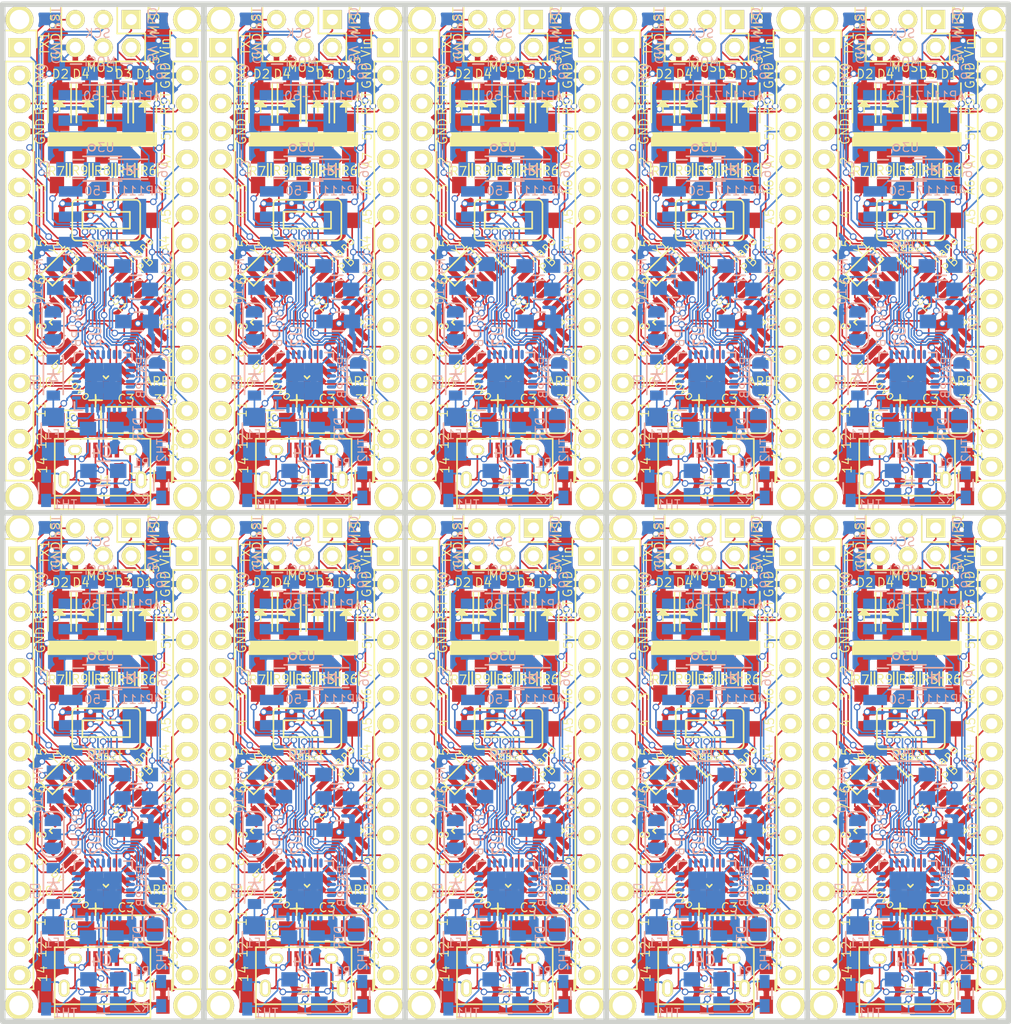
<source format=kicad_pcb>
(kicad_pcb (version 20171130) (host pcbnew 5.1.0-rc1-unknown-6bb8fde~66~ubuntu16.04.1)
  (title_block (date "jeu. 02 avril 2015"))
  (layers (0 F.Cu signal) (31 B.Cu signal) (34 B.Paste user) (35 F.Paste user) (36 B.SilkS user) (37 F.SilkS user) (38 B.Mask user) (39 F.Mask user) (44 Edge.Cuts user))
  (net 0 "")
  (net 1 GND)
  (net 2 +5V)
  (net 3 /Vin)
  (net 4 /A0)
  (net 5 /A1)
  (net 6 /A2)
  (net 7 /A3)
  (net 8 /A4)
  (net 9 /A5)
  (net 10 /AREF)
  (net 11 "Net-(C3-Pad1)")
  (net 12 /XTAL2)
  (net 13 3V3)
  (net 14 "Net-(D1-Pad2)")
  (net 15 "Net-(D2-Pad2)")
  (net 16 "Net-(D3-Pad2)")
  (net 17 "Net-(D4-Pad2)")
  (net 18 /D-)
  (net 19 /VBUS)
  (net 20 /D+)
  (net 21 /DTR)
  (net 22 /XTAL1)
  (net 23 /RXLED)
  (net 24 /TXLED)
  (net 25 GNDPWR)
  (net 26 /DD-)
  (net 27 /DD+)
  (net 28 /A6)
  (net 29 /A7)
  (net 30 /MEGA6)
  (net 31 /MEGA3)
  (net 32 "/1(Tx)")
  (net 33 "/0(Rx)")
  (net 34 /Reset)
  (net 35 /2)
  (net 36 "/3(**)")
  (net 37 /4)
  (net 38 "/5(**)")
  (net 39 "/6(**)")
  (net 40 /7)
  (net 41 /8)
  (net 42 "/9(**)")
  (net 43 "/10(**/SS)")
  (net 44 "/13(SCK)")
  (net 45 "/11(**/MOSI)")
  (net 46 "/12(MISO)")
  (net 47 "Net-(C8-Pad2)")
  (net 48 "Net-(C9-Pad1)")
  (net 49 "Net-(D5-Pad2)")
  (net 50 /14)
  (net 51 /15)
  (net 52 /#RST)
  (module Resistors_SMD.pretty:R_0805_HandSoldering (layer F.Cu) (at 166.0398 101.6508 270)
    (fp_text reference R6 (at 0.0508 -0.03048) (layer F.SilkS) (effects (font (size 0.8 0.8) (thickness 0.1))))
    (fp_text value 10k)
    (pad 1 smd rect (at -1.35 0 270) (size 1.5 1.3) (layers F.Cu F.Paste F.Mask))
    (pad 2 smd rect (at 1.35 0 270) (size 1.5 1.3) (layers F.Cu F.Paste F.Mask))
  )
  (module LEDs.pretty:LED-1206 (layer F.Cu) (at 165.7477 95.88246 270)
    (fp_text reference D1 (at -2.96926 0.0254) (layer F.SilkS) (effects (font (size 0.8 0.8) (thickness 0.1))))
    (fp_text value "Green RED")
    (pad 1 smd rect (at -1.41986 0 90) (size 1.59766 1.80086) (layers F.Cu F.Paste F.Mask))
    (pad 2 smd rect (at 1.41986 0 90) (size 1.59766 1.80086) (layers F.Cu F.Paste F.Mask))
  )
  (module Resistors_SMD.pretty:R_0805_HandSoldering (layer F.Cu) (at 198.4756 101.6508 90)
    (fp_text reference R8 (at -0.047 -0.00508 180) (layer F.SilkS) (effects (font (size 0.8 0.8) (thickness 0.1))))
    (fp_text value 1k)
    (pad 1 smd rect (at -1.35 0 90) (size 1.5 1.3) (layers F.Cu F.Paste F.Mask))
    (pad 2 smd rect (at 1.35 0 90) (size 1.5 1.3) (layers F.Cu F.Paste F.Mask))
  )
  (module Resistors_SMD.pretty:R_0805_HandSoldering (layer B.Cu) (at 195.5038 110.1852 180)
    (fp_text reference R4 (at 2.8448 -0.2032 270) (layer B.SilkS) (effects (font (size 0.8 0.8) (thickness 0.1)) (justify mirror)))
    (fp_text value 1M)
    (pad 1 smd rect (at -1.35 0 180) (size 1.5 1.3) (layers B.Cu B.Paste B.Mask))
    (pad 2 smd rect (at 1.35 0 180) (size 1.5 1.3) (layers B.Cu B.Paste B.Mask))
  )
  (module Resistors_SMD.pretty:R_0603_HandSoldering (layer B.Cu) (at 193.3448 130.57124 90)
    (fp_text reference TH1 (at -1.4732 1.73228 180) (layer B.SilkS) (effects (font (size 0.8 0.8) (thickness 0.1)) (justify mirror)))
    (fp_text value MLC-05E)
    (pad 2 smd rect (at 1.1 0 90) (size 1.2 0.9) (layers B.Cu B.Paste B.Mask))
    (pad 1 smd rect (at -1.1 0 90) (size 1.2 0.9) (layers B.Cu B.Paste B.Mask))
  )
  (module Capacitors_SMD.pretty:C_0805_HandSoldering (layer B.Cu) (at 196.27088 101.54412)
    (fp_text reference C1 (at -3.00228 -0.04572 90) (layer B.SilkS) (effects (font (size 0.8 0.8) (thickness 0.1)) (justify mirror)))
    (fp_text value 0.1m)
    (pad 2 smd rect (at 1.25 0) (size 1.5 1.25) (layers B.Cu B.Paste B.Mask))
    (pad 1 smd rect (at -1.25 0) (size 1.5 1.25) (layers B.Cu B.Paste B.Mask))
  )
  (module Capacitors_Tantalum_SMD.pretty:TantalC_SizeA_EIA-3216_Wave (layer F.Cu) (at 201.44486 124.3584)
    (fp_text reference C3 (at -0.8255 -1.905) (layer F.SilkS) (effects (font (size 0.8 0.8) (thickness 0.1))))
    (fp_text value 1u)
    (fp_text user + (at -3.556 -1.905) (layer F.SilkS) (effects (font (size 0.8 0.8) (thickness 0.1))))
    (pad 1 smd rect (at -1.50114 0) (size 2.14884 1.50114) (layers F.Cu F.Paste F.Mask))
    (pad 2 smd rect (at 1.50114 0) (size 2.14884 1.50114) (layers F.Cu F.Paste F.Mask))
  )
  (module Resistors_SMD.pretty:R_0805_HandSoldering (layer F.Cu) (at 194.3354 101.6508 90)
    (fp_text reference R7 (at -0.1016 -0.0508 180) (layer F.SilkS) (effects (font (size 0.8 0.8) (thickness 0.1))))
    (fp_text value 1k)
    (pad 2 smd rect (at 1.35 0 90) (size 1.5 1.3) (layers F.Cu F.Paste F.Mask))
    (pad 1 smd rect (at -1.35 0 90) (size 1.5 1.3) (layers F.Cu F.Paste F.Mask))
  )
  (module Capacitors_SMD.pretty:C_0805_HandSoldering (layer B.Cu) (at 196.068 92.85224 180)
    (fp_text reference C7 (at 2.9518 0.09144 270) (layer B.SilkS) (effects (font (size 0.8 0.8) (thickness 0.1)) (justify mirror)))
    (fp_text value 0.1m)
    (pad 2 smd rect (at 1.25 0 180) (size 1.5 1.25) (layers B.Cu B.Paste B.Mask))
    (pad 1 smd rect (at -1.25 0 180) (size 1.5 1.25) (layers B.Cu B.Paste B.Mask))
  )
  (module Capacitors_SMD.pretty:C_0805_HandSoldering (layer B.Cu) (at 201.53884 112.4966 180)
    (fp_text reference C8 (at -2.90576 -0.381 90) (layer B.SilkS) (effects (font (size 0.8 0.8) (thickness 0.1)) (justify mirror)))
    (fp_text value 0.1m)
    (pad 1 smd rect (at -1.25 0 180) (size 1.5 1.25) (layers B.Cu B.Paste B.Mask))
    (pad 2 smd rect (at 1.25 0 180) (size 1.5 1.25) (layers B.Cu B.Paste B.Mask))
  )
  (module Capacitors_SMD.pretty:C_0805_HandSoldering (layer B.Cu) (at 200.68 92.79636)
    (fp_text reference C9 (at 3.155 -0.13716 90) (layer B.SilkS) (effects (font (size 0.8 0.8) (thickness 0.1)) (justify mirror)))
    (fp_text value 0.1m)
    (pad 1 smd rect (at -1.25 0) (size 1.5 1.25) (layers B.Cu B.Paste B.Mask))
    (pad 2 smd rect (at 1.25 0) (size 1.5 1.25) (layers B.Cu B.Paste B.Mask))
  )
  (module Resistors_SMD.pretty:R_0805_HandSoldering (layer F.Cu) (at 196.3928 101.6508 90)
    (fp_text reference R9 (at -0.0381 0.0254 180) (layer F.SilkS) (effects (font (size 0.8 0.8) (thickness 0.1))))
    (fp_text value 1k)
    (pad 2 smd rect (at 1.35 0 90) (size 1.5 1.3) (layers F.Cu F.Paste F.Mask))
    (pad 1 smd rect (at -1.35 0 90) (size 1.5 1.3) (layers F.Cu F.Paste F.Mask))
  )
  (module Capacitors_SMD.pretty:C_0805_HandSoldering (layer B.Cu) (at 195.43236 112.36452)
    (fp_text reference C10 (at -2.87496 0.36068 90) (layer B.SilkS) (effects (font (size 0.8 0.8) (thickness 0.1)) (justify mirror)))
    (fp_text value 0.1m)
    (pad 1 smd rect (at -1.25 0) (size 1.5 1.25) (layers B.Cu B.Paste B.Mask))
    (pad 2 smd rect (at 1.25 0) (size 1.5 1.25) (layers B.Cu B.Paste B.Mask))
  )
  (module Capacitors_SMD.pretty:C_0805_HandSoldering (layer B.Cu) (at 201.529 110.35792 180)
    (fp_text reference C11 (at -2.7632 0.17272 270) (layer B.SilkS) (effects (font (size 0.8 0.8) (thickness 0.1)) (justify mirror)))
    (fp_text value 0.1m)
    (pad 2 smd rect (at 1.25 0 180) (size 1.5 1.25) (layers B.Cu B.Paste B.Mask))
    (pad 1 smd rect (at -1.25 0 180) (size 1.5 1.25) (layers B.Cu B.Paste B.Mask))
  )
  (module Resistors_SMD.pretty:R_0805_HandSoldering (layer F.Cu) (at 195.6346 124.3584)
    (fp_text reference R5 (at 0.0216 0.0254 90) (layer F.SilkS) (effects (font (size 0.8 0.8) (thickness 0.1))))
    (fp_text value 10k)
    (pad 1 smd rect (at -1.35 0) (size 1.5 1.3) (layers F.Cu F.Paste F.Mask))
    (pad 2 smd rect (at 1.35 0) (size 1.5 1.3) (layers F.Cu F.Paste F.Mask))
  )
  (module LEDs.pretty:LED-1206 (layer F.Cu) (at 202.3237 95.88246 270)
    (fp_text reference D1 (at -2.96926 0.0254) (layer F.SilkS) (effects (font (size 0.8 0.8) (thickness 0.1))))
    (fp_text value "Green RED")
    (pad 1 smd rect (at -1.41986 0 90) (size 1.59766 1.80086) (layers F.Cu F.Paste F.Mask))
    (pad 2 smd rect (at 1.41986 0 90) (size 1.59766 1.80086) (layers F.Cu F.Paste F.Mask))
  )
  (module LEDs.pretty:LED-1206 (layer F.Cu) (at 194.564 95.86976 270)
    (fp_text reference D2 (at -2.95656 -0.0762) (layer F.SilkS) (effects (font (size 0.8 0.8) (thickness 0.1))))
    (fp_text value "Red LED")
    (pad 2 smd rect (at 1.41986 0 90) (size 1.59766 1.80086) (layers F.Cu F.Paste F.Mask))
    (pad 1 smd rect (at -1.41986 0 90) (size 1.59766 1.80086) (layers F.Cu F.Paste F.Mask))
  )
  (module LEDs.pretty:LED-1206 (layer F.Cu) (at 199.7583 95.88246 270)
    (fp_text reference D3 (at -2.96926 -0.6223) (layer F.SilkS) (effects (font (size 0.8 0.8) (thickness 0.1))))
    (fp_text value "Yellow LED")
    (pad 2 smd rect (at 1.41986 0 90) (size 1.59766 1.80086) (layers F.Cu F.Paste F.Mask))
    (pad 1 smd rect (at -1.41986 0 90) (size 1.59766 1.80086) (layers F.Cu F.Paste F.Mask))
  )
  (module Diodes_SMD.pretty:SOD-123 (layer B.Cu) (at 201.04608 101.55428)
    (fp_text reference D6 (at 2.94132 0.04572 90) (layer B.SilkS) (effects (font (size 0.8 0.8) (thickness 0.1)) (justify mirror)))
    (fp_text value MBR120)
    (pad 1 smd rect (at -1.635 0) (size 0.91 1.22) (layers B.Cu B.Paste B.Mask))
    (pad 2 smd rect (at 1.635 0) (size 0.91 1.22) (layers B.Cu B.Paste B.Mask))
  )
  (module Fuse_Holders_and_Fuses:Fuse_SMD1206_Wave (layer B.Cu) (at 193.9798 125.64872 270)
    (fp_text reference F1 (at 0.03048 0.0635) (layer B.SilkS) (effects (font (size 0.8 0.8) (thickness 0.1)) (justify mirror)))
    (fp_text value Fuse)
    (pad 2 smd rect (at 1.58 0 180) (size 2.03 1.65) (layers B.Cu B.Paste B.Mask))
    (pad 1 smd rect (at -1.58 0 180) (size 2.03 1.65) (layers B.Cu B.Paste B.Mask))
  )
  (module Pin_Headers.pretty:Pin_Header_Straight_1x16 (layer F.Cu) (at 206.1718 90.5002)
    (fp_text reference P2 hide)
    (fp_text value Analog hide)
    (pad 16 thru_hole oval (at 0 38.1) (size 2.032 1.7272) (drill 1.016) (layers *.Cu *.Mask F.SilkS))
    (pad 15 thru_hole oval (at 0 35.56) (size 2.032 1.7272) (drill 1.016) (layers *.Cu *.Mask F.SilkS))
    (pad 14 thru_hole oval (at 0 33.02) (size 2.032 1.7272) (drill 1.016) (layers *.Cu *.Mask F.SilkS))
    (pad 13 thru_hole oval (at 0 30.48) (size 2.032 1.7272) (drill 1.016) (layers *.Cu *.Mask F.SilkS))
    (pad 12 thru_hole oval (at 0 27.94) (size 2.032 1.7272) (drill 1.016) (layers *.Cu *.Mask F.SilkS))
    (pad 11 thru_hole oval (at 0 25.4) (size 2.032 1.7272) (drill 1.016) (layers *.Cu *.Mask F.SilkS))
    (pad 10 thru_hole oval (at 0 22.86) (size 2.032 1.7272) (drill 1.016) (layers *.Cu *.Mask F.SilkS))
    (pad 9 thru_hole oval (at 0 20.32) (size 2.032 1.7272) (drill 1.016) (layers *.Cu *.Mask F.SilkS))
    (pad 8 thru_hole oval (at 0 17.78) (size 2.032 1.7272) (drill 1.016) (layers *.Cu *.Mask F.SilkS))
    (pad 7 thru_hole oval (at 0 15.24) (size 2.032 1.7272) (drill 1.016) (layers *.Cu *.Mask F.SilkS))
    (pad 6 thru_hole oval (at 0 12.7) (size 2.032 1.7272) (drill 1.016) (layers *.Cu *.Mask F.SilkS))
    (pad 5 thru_hole oval (at 0 10.16) (size 2.032 1.7272) (drill 1.016) (layers *.Cu *.Mask F.SilkS))
    (pad 4 thru_hole oval (at 0 7.62) (size 2.032 1.7272) (drill 1.016) (layers *.Cu *.Mask F.SilkS))
    (pad 3 thru_hole oval (at 0 5.08) (size 2.032 1.7272) (drill 1.016) (layers *.Cu *.Mask F.SilkS))
    (pad 2 thru_hole oval (at 0 2.54) (size 2.032 1.7272) (drill 1.016) (layers *.Cu *.Mask F.SilkS))
    (pad 1 thru_hole rect (at 0 0) (size 2.032 1.7272) (drill 1.016) (layers *.Cu *.Mask F.SilkS))
  )
  (module modules:3x6x2.5mm_tact_switch (layer F.Cu) (at 199.4426 106.1974 180)
    (fp_text reference SW1 hide)
    (fp_text value SW_PUSH hide)
    (pad 2 smd rect (at 4.65 0 180) (size 1.5 1.4) (layers F.Cu F.Paste F.Mask))
    (pad 1 smd rect (at -3.4036 -0.0084 180) (size 1.5 1.4) (layers F.Cu F.Paste F.Mask))
  )
  (module Capacitors_SMD.pretty:C_0805_HandSoldering (layer B.Cu) (at 201.6252 115.4049 180)
    (fp_text reference C2 (at -2.8648 -0.0508 270) (layer B.SilkS) (effects (font (size 0.8 0.8) (thickness 0.1)) (justify mirror)))
    (fp_text value 0.1m)
    (pad 1 smd rect (at -1.25 0 180) (size 1.5 1.25) (layers B.Cu B.Paste B.Mask))
    (pad 2 smd rect (at 1.25 0 180) (size 1.5 1.25) (layers B.Cu B.Paste B.Mask))
  )
  (module Housings_QFP.pretty:TQFP-32_7x7mm_Pitch0.8mm (layer F.Cu) (at 198.7858 115.4684 315)
    (fp_text reference U1 (at -0.31735 -2.069843 315) (layer F.SilkS) (effects (font (size 0.8 0.8) (thickness 0.1))))
    (fp_text value ATMEGA328PB-AU)
    (pad 1 smd rect (at -4.25 -2.8 315) (size 1.6 0.55) (layers F.Cu F.Paste F.Mask))
    (pad 2 smd rect (at -4.25 -2 315) (size 1.6 0.55) (layers F.Cu F.Paste F.Mask))
    (pad 3 smd rect (at -4.25 -1.2 315) (size 1.6 0.55) (layers F.Cu F.Paste F.Mask))
    (pad 4 smd rect (at -4.25 -0.4 315) (size 1.6 0.55) (layers F.Cu F.Paste F.Mask))
    (pad 5 smd rect (at -4.25 0.4 315) (size 1.6 0.55) (layers F.Cu F.Paste F.Mask))
    (pad 6 smd rect (at -4.25 1.2 315) (size 1.6 0.55) (layers F.Cu F.Paste F.Mask))
    (pad 7 smd rect (at -4.25 2 315) (size 1.6 0.55) (layers F.Cu F.Paste F.Mask))
    (pad 8 smd rect (at -4.25 2.8 315) (size 1.6 0.55) (layers F.Cu F.Paste F.Mask))
    (pad 9 smd rect (at -2.8 4.25 45) (size 1.6 0.55) (layers F.Cu F.Paste F.Mask))
    (pad 10 smd rect (at -2 4.25 45) (size 1.6 0.55) (layers F.Cu F.Paste F.Mask))
    (pad 11 smd rect (at -1.2 4.25 45) (size 1.6 0.55) (layers F.Cu F.Paste F.Mask))
    (pad 12 smd rect (at -0.4 4.25 45) (size 1.6 0.55) (layers F.Cu F.Paste F.Mask))
    (pad 13 smd rect (at 0.4 4.25 45) (size 1.6 0.55) (layers F.Cu F.Paste F.Mask))
    (pad 14 smd rect (at 1.2 4.25 45) (size 1.6 0.55) (layers F.Cu F.Paste F.Mask))
    (pad 15 smd rect (at 2 4.25 45) (size 1.6 0.55) (layers F.Cu F.Paste F.Mask))
    (pad 16 smd rect (at 2.8 4.25 45) (size 1.6 0.55) (layers F.Cu F.Paste F.Mask))
    (pad 17 smd rect (at 4.25 2.8 315) (size 1.6 0.55) (layers F.Cu F.Paste F.Mask))
    (pad 18 smd rect (at 4.25 2 315) (size 1.6 0.55) (layers F.Cu F.Paste F.Mask))
    (pad 19 smd rect (at 4.25 1.2 315) (size 1.6 0.55) (layers F.Cu F.Paste F.Mask))
    (pad 20 smd rect (at 4.25 0.4 315) (size 1.6 0.55) (layers F.Cu F.Paste F.Mask))
    (pad 21 smd rect (at 4.25 -0.4 315) (size 1.6 0.55) (layers F.Cu F.Paste F.Mask))
    (pad 22 smd rect (at 4.25 -1.2 315) (size 1.6 0.55) (layers F.Cu F.Paste F.Mask))
    (pad 23 smd rect (at 4.25 -2 315) (size 1.6 0.55) (layers F.Cu F.Paste F.Mask))
    (pad 24 smd rect (at 4.25 -2.8 315) (size 1.6 0.55) (layers F.Cu F.Paste F.Mask))
    (pad 25 smd rect (at 2.8 -4.25 45) (size 1.6 0.55) (layers F.Cu F.Paste F.Mask))
    (pad 26 smd rect (at 2 -4.25 45) (size 1.6 0.55) (layers F.Cu F.Paste F.Mask))
    (pad 27 smd rect (at 1.2 -4.25 45) (size 1.6 0.55) (layers F.Cu F.Paste F.Mask))
    (pad 28 smd rect (at 0.4 -4.25 45) (size 1.6 0.55) (layers F.Cu F.Paste F.Mask))
    (pad 29 smd rect (at -0.4 -4.25 45) (size 1.6 0.55) (layers F.Cu F.Paste F.Mask))
    (pad 30 smd rect (at -1.2 -4.25 45) (size 1.6 0.55) (layers F.Cu F.Paste F.Mask))
    (pad 31 smd rect (at -2 -4.25 45) (size 1.6 0.55) (layers F.Cu F.Paste F.Mask))
    (pad 32 smd rect (at -2.8 -4.25 45) (size 1.6 0.55) (layers F.Cu F.Paste F.Mask))
  )
  (module modules:AB2_SOT223 (layer B.Cu) (at 198.4756 105.8799 90)
    (fp_text reference U4 (at -2.4384 0.3302) (layer B.SilkS) (effects (font (size 0.8 0.8) (thickness 0.1)) (justify mirror)))
    (fp_text value AP1117-50 (at 2.3495 1.8542 180) (layer B.SilkS) (effects (font (size 0.8 0.8) (thickness 0.1)) (justify mirror)))
    (pad 2 smd rect (at 0 2.9 90) (size 3.25 2.15) (layers B.Cu B.Paste B.Mask))
    (pad 1 smd rect (at -2.3 -2.9 90) (size 0.95 2.15) (layers B.Cu B.Paste B.Mask))
    (pad 2 smd rect (at 0 -2.9 90) (size 0.95 2.15) (layers B.Cu B.Paste B.Mask))
    (pad 3 smd rect (at 2.3 -2.9 90) (size 0.95 2.15) (layers B.Cu B.Paste B.Mask))
  )
  (module Pin_Headers.pretty:Pin_Header_Straight_1x16 (layer F.Cu) (at 190.9318 90.5002)
    (fp_text reference P1 hide)
    (fp_text value Digital hide)
    (pad 16 thru_hole oval (at 0 38.1) (size 2.032 1.7272) (drill 1.016) (layers *.Cu *.Mask F.SilkS))
    (pad 15 thru_hole oval (at 0 35.56) (size 2.032 1.7272) (drill 1.016) (layers *.Cu *.Mask F.SilkS))
    (pad 14 thru_hole oval (at 0 33.02) (size 2.032 1.7272) (drill 1.016) (layers *.Cu *.Mask F.SilkS))
    (pad 13 thru_hole oval (at 0 30.48) (size 2.032 1.7272) (drill 1.016) (layers *.Cu *.Mask F.SilkS))
    (pad 12 thru_hole oval (at 0 27.94) (size 2.032 1.7272) (drill 1.016) (layers *.Cu *.Mask F.SilkS))
    (pad 11 thru_hole oval (at 0 25.4) (size 2.032 1.7272) (drill 1.016) (layers *.Cu *.Mask F.SilkS))
    (pad 10 thru_hole oval (at 0 22.86) (size 2.032 1.7272) (drill 1.016) (layers *.Cu *.Mask F.SilkS))
    (pad 9 thru_hole oval (at 0 20.32) (size 2.032 1.7272) (drill 1.016) (layers *.Cu *.Mask F.SilkS))
    (pad 8 thru_hole oval (at 0 17.78) (size 2.032 1.7272) (drill 1.016) (layers *.Cu *.Mask F.SilkS))
    (pad 7 thru_hole oval (at 0 15.24) (size 2.032 1.7272) (drill 1.016) (layers *.Cu *.Mask F.SilkS))
    (pad 6 thru_hole oval (at 0 12.7) (size 2.032 1.7272) (drill 1.016) (layers *.Cu *.Mask F.SilkS))
    (pad 5 thru_hole oval (at 0 10.16) (size 2.032 1.7272) (drill 1.016) (layers *.Cu *.Mask F.SilkS))
    (pad 4 thru_hole oval (at 0 7.62) (size 2.032 1.7272) (drill 1.016) (layers *.Cu *.Mask F.SilkS))
    (pad 3 thru_hole oval (at 0 5.08) (size 2.032 1.7272) (drill 1.016) (layers *.Cu *.Mask F.SilkS))
    (pad 2 thru_hole oval (at 0 2.54) (size 2.032 1.7272) (drill 1.016) (layers *.Cu *.Mask F.SilkS))
    (pad 1 thru_hole rect (at 0 0) (size 2.032 1.7272) (drill 1.016) (layers *.Cu *.Mask F.SilkS))
  )
  (module Socket_Arduino_Nano:1pin_Nano (layer F.Cu) (at 190.9318 87.9602)
    (fp_text reference P3 hide)
    (fp_text value CONN_01X01 hide)
    (pad 1 thru_hole circle (at 0 0) (size 2.54 2.54) (drill 1.778) (layers *.Cu *.Mask F.SilkS))
  )
  (module LEDs.pretty:LED-1206 (layer F.Cu) (at 197.1548 95.86976 270)
    (fp_text reference D4 (at -2.95656 0.635) (layer F.SilkS) (effects (font (size 0.8 0.8) (thickness 0.1))))
    (fp_text value "Yellow LED")
    (pad 1 smd rect (at -1.41986 0 90) (size 1.59766 1.80086) (layers F.Cu F.Paste F.Mask))
    (pad 2 smd rect (at 1.41986 0 90) (size 1.59766 1.80086) (layers F.Cu F.Paste F.Mask))
  )
  (module Diodes_SMD.pretty:SOD-123 (layer B.Cu) (at 194.0052 120.4976 270)
    (fp_text reference D5 (at 0.44704 1.64084 270) (layer B.SilkS) (effects (font (size 0.8 0.8) (thickness 0.1)) (justify mirror)))
    (fp_text value MBR120)
    (pad 1 smd rect (at -1.635 0 270) (size 0.91 1.22) (layers B.Cu B.Paste B.Mask))
    (pad 2 smd rect (at 1.635 0 270) (size 0.91 1.22) (layers B.Cu B.Paste B.Mask))
  )
  (module Socket_Arduino_Nano:1pin_Nano (layer F.Cu) (at 206.1718 87.9602)
    (fp_text reference P6 hide)
    (fp_text value CONN_01X01 hide)
    (pad 1 thru_hole circle (at 0 0) (size 2.54 2.54) (drill 1.778) (layers *.Cu *.Mask F.SilkS))
  )
  (module Resistors_SMD.pretty:R_0805_HandSoldering (layer B.Cu) (at 198.5518 131.191 180)
    (fp_text reference R2 (at -3.4544 -0.3302 180) (layer B.SilkS) (effects (font (size 0.8 0.8) (thickness 0.1)) (justify mirror)))
    (fp_text value 22)
    (pad 1 smd rect (at -1.35 0 180) (size 1.5 1.3) (layers B.Cu B.Paste B.Mask))
    (pad 2 smd rect (at 1.35 0 180) (size 1.5 1.3) (layers B.Cu B.Paste B.Mask))
  )
  (module Resistors_SMD.pretty:R_0603_HandSoldering (layer B.Cu) (at 203.8096 130.2766 90)
    (fp_text reference TH2 (at 3.15468 0.03048 90) (layer B.SilkS) (effects (font (size 0.8 0.8) (thickness 0.1)) (justify mirror)))
    (fp_text value MLC-05E)
    (pad 1 smd rect (at -1.1 0 90) (size 1.2 0.9) (layers B.Cu B.Paste B.Mask))
    (pad 2 smd rect (at 1.1 0 90) (size 1.2 0.9) (layers B.Cu B.Paste B.Mask))
  )
  (module modules:AB2_SOT223 (layer B.Cu) (at 198.4502 97.1423 90)
    (fp_text reference U3 (at -2.4384 0.3302) (layer B.SilkS) (effects (font (size 0.8 0.8) (thickness 0.1)) (justify mirror)))
    (fp_text value AP1117-50 (at 2.2479 1.778 180) (layer B.SilkS) (effects (font (size 0.8 0.8) (thickness 0.1)) (justify mirror)))
    (pad 3 smd rect (at 2.3 -2.9 90) (size 0.95 2.15) (layers B.Cu B.Paste B.Mask))
    (pad 2 smd rect (at 0 -2.9 90) (size 0.95 2.15) (layers B.Cu B.Paste B.Mask))
    (pad 1 smd rect (at -2.3 -2.9 90) (size 0.95 2.15) (layers B.Cu B.Paste B.Mask))
    (pad 2 smd rect (at 0 2.9 90) (size 3.25 2.15) (layers B.Cu B.Paste B.Mask))
  )
  (module Resistors_SMD.pretty:R_0805_HandSoldering (layer F.Cu) (at 202.6158 101.6508 270)
    (fp_text reference R6 (at 0.0508 -0.03048) (layer F.SilkS) (effects (font (size 0.8 0.8) (thickness 0.1))))
    (fp_text value 10k)
    (pad 1 smd rect (at -1.35 0 270) (size 1.5 1.3) (layers F.Cu F.Paste F.Mask))
    (pad 2 smd rect (at 1.35 0 270) (size 1.5 1.3) (layers F.Cu F.Paste F.Mask))
  )
  (module Socket_Arduino_Nano:1pin_Nano (layer F.Cu) (at 190.8858 131.3532)
    (fp_text reference P4 hide)
    (fp_text value CONN_01X01 hide)
    (pad 1 thru_hole circle (at 0 0) (size 2.54 2.54) (drill 1.778) (layers *.Cu *.Mask F.SilkS))
  )
  (module Socket_Arduino_Nano:1pin_Nano (layer F.Cu) (at 206.1858 131.3532)
    (fp_text reference P5 hide)
    (fp_text value CONN_01X01 hide)
    (pad 1 thru_hole circle (at 0 0) (size 2.54 2.54) (drill 1.778) (layers *.Cu *.Mask F.SilkS))
  )
  (module Housings_DFN_QFN.pretty:QFN-28-1EP_5x5mm_Pitch0.5mm (layer B.Cu) (at 198.5525 120.8532 90)
    (fp_text reference U2 (at 4.1148 -0.7119 90) (layer B.SilkS) (effects (justify mirror)))
    (fp_text value CP2102N)
    (pad 29 smd rect (at -0.8375 0.8375 90) (size 1.675 1.675) (layers B.Cu B.Paste B.Mask))
    (pad 29 smd rect (at -0.8375 -0.8375 90) (size 1.675 1.675) (layers B.Cu B.Paste B.Mask))
    (pad 29 smd rect (at 0.8375 0.8375 90) (size 1.675 1.675) (layers B.Cu B.Paste B.Mask))
    (pad 29 smd rect (at 0.8375 -0.8375 90) (size 1.675 1.675) (layers B.Cu B.Paste B.Mask))
    (pad 28 smd oval (at -1.5 2.45) (size 0.85 0.3) (layers B.Cu B.Paste B.Mask))
    (pad 27 smd oval (at -1 2.45) (size 0.85 0.3) (layers B.Cu B.Paste B.Mask))
    (pad 26 smd oval (at -0.5 2.45) (size 0.85 0.3) (layers B.Cu B.Paste B.Mask))
    (pad 25 smd oval (at 0 2.45) (size 0.85 0.3) (layers B.Cu B.Paste B.Mask))
    (pad 24 smd oval (at 0.5 2.45) (size 0.85 0.3) (layers B.Cu B.Paste B.Mask))
    (pad 23 smd oval (at 1 2.45) (size 0.85 0.3) (layers B.Cu B.Paste B.Mask))
    (pad 22 smd oval (at 1.5 2.45) (size 0.85 0.3) (layers B.Cu B.Paste B.Mask))
    (pad 21 smd oval (at 2.45 1.5 90) (size 0.85 0.3) (layers B.Cu B.Paste B.Mask))
    (pad 20 smd oval (at 2.45 1 90) (size 0.85 0.3) (layers B.Cu B.Paste B.Mask))
    (pad 19 smd oval (at 2.45 0.5 90) (size 0.85 0.3) (layers B.Cu B.Paste B.Mask))
    (pad 18 smd oval (at 2.45 0 90) (size 0.85 0.3) (layers B.Cu B.Paste B.Mask))
    (pad 17 smd oval (at 2.45 -0.5 90) (size 0.85 0.3) (layers B.Cu B.Paste B.Mask))
    (pad 16 smd oval (at 2.45 -1 90) (size 0.85 0.3) (layers B.Cu B.Paste B.Mask))
    (pad 15 smd oval (at 2.45 -1.5 90) (size 0.85 0.3) (layers B.Cu B.Paste B.Mask))
    (pad 14 smd oval (at 1.5 -2.45) (size 0.85 0.3) (layers B.Cu B.Paste B.Mask))
    (pad 13 smd oval (at 1 -2.45) (size 0.85 0.3) (layers B.Cu B.Paste B.Mask))
    (pad 12 smd oval (at 0.5 -2.45) (size 0.85 0.3) (layers B.Cu B.Paste B.Mask))
    (pad 11 smd oval (at 0 -2.45) (size 0.85 0.3) (layers B.Cu B.Paste B.Mask))
    (pad 10 smd oval (at -0.5 -2.45) (size 0.85 0.3) (layers B.Cu B.Paste B.Mask))
    (pad 9 smd oval (at -1 -2.45) (size 0.85 0.3) (layers B.Cu B.Paste B.Mask))
    (pad 8 smd oval (at -1.5 -2.45) (size 0.85 0.3) (layers B.Cu B.Paste B.Mask))
    (pad 7 smd oval (at -2.45 -1.5 90) (size 0.85 0.3) (layers B.Cu B.Paste B.Mask))
    (pad 6 smd oval (at -2.45 -1 90) (size 0.85 0.3) (layers B.Cu B.Paste B.Mask))
    (pad 5 smd oval (at -2.45 -0.5 90) (size 0.85 0.3) (layers B.Cu B.Paste B.Mask))
    (pad 4 smd oval (at -2.45 0 90) (size 0.85 0.3) (layers B.Cu B.Paste B.Mask))
    (pad 3 smd oval (at -2.45 0.5 90) (size 0.85 0.3) (layers B.Cu B.Paste B.Mask))
    (pad 2 smd oval (at -2.45 1 90) (size 0.85 0.3) (layers B.Cu B.Paste B.Mask))
    (pad 1 smd oval (at -2.45 1.5 90) (size 0.85 0.3) (layers B.Cu B.Paste B.Mask))
  )
  (module Jumper:SolderJumper-3_P1.3mm_Open_RoundedPad1.0x1.5mm_NumberLabels (layer B.Cu) (at 203.4286 120.4468 90)
    (fp_text reference JP2 hide)
    (fp_text value Jumper_3_Open hide)
    (pad 1 smd roundrect (at -1.3 0 90) (size 1 1.5) (layers B.Cu B.Mask) (roundrect_rratio 0.5))
    (pad 1 smd rect (at -1 0 90) (size 0.5 1.5) (layers B.Cu B.Mask))
    (pad 2 smd rect (at 0 0 90) (size 1 1.5) (layers B.Cu B.Mask))
    (pad 3 smd roundrect (at 1.3 0 90) (size 1 1.5) (layers B.Cu B.Mask) (roundrect_rratio 0.5))
    (pad 3 smd rect (at 1 0 90) (size 0.5 1.5) (layers B.Cu B.Mask))
  )
  (module Resistors_SMD.pretty:R_0805_HandSoldering (layer F.Cu) (at 200.53808 101.6508 90)
    (fp_text reference R3 (at -0.05716 0.00508 180) (layer F.SilkS) (effects (font (size 0.8 0.8) (thickness 0.1))))
    (fp_text value 1k)
    (pad 1 smd rect (at -1.35 0 90) (size 1.5 1.3) (layers F.Cu F.Paste F.Mask))
    (pad 2 smd rect (at 1.35 0 90) (size 1.5 1.3) (layers F.Cu F.Paste F.Mask))
  )
  (module Capacitors_SMD.pretty:C_0805_HandSoldering (layer B.Cu) (at 198.3994 125.1458)
    (fp_text reference C4 (at 0 2.1) (layer B.SilkS) (effects (justify mirror)))
    (fp_text value 0.1m)
    (pad 2 smd rect (at 1.25 0) (size 1.5 1.25) (layers B.Cu B.Paste B.Mask))
    (pad 1 smd rect (at -1.25 0) (size 1.5 1.25) (layers B.Cu B.Paste B.Mask))
  )
  (module Connect.pretty:USB_Micro-B (layer F.Cu) (at 198.4858 128.6532)
    (fp_text reference J1 (at 0.1168 1.1916) (layer F.SilkS) (effects (font (size 0.8 0.8) (thickness 0.1))))
    (fp_text value USB_B_Micro)
    (pad 1 smd rect (at -1.3009 -1.56254 90) (size 1.35 0.4) (layers F.Cu F.Paste F.Mask))
    (pad 2 smd rect (at -0.6509 -1.56254 90) (size 1.35 0.4) (layers F.Cu F.Paste F.Mask))
    (pad 3 smd rect (at -0.0009 -1.56254 90) (size 1.35 0.4) (layers F.Cu F.Paste F.Mask))
    (pad 4 smd rect (at 0.6491 -1.56254 90) (size 1.35 0.4) (layers F.Cu F.Paste F.Mask))
    (pad 5 smd rect (at 1.2991 -1.56254 90) (size 1.35 0.4) (layers F.Cu F.Paste F.Mask))
    (pad 6 thru_hole oval (at -2.5009 -1.56254 90) (size 0.95 1.25) (drill oval 0.55 0.85) (layers *.Cu *.Mask F.SilkS))
    (pad 6 thru_hole oval (at 2.4991 -1.56254 90) (size 0.95 1.25) (drill oval 0.55 0.85) (layers *.Cu *.Mask F.SilkS))
    (pad 6 thru_hole oval (at -3.5009 1.13746 90) (size 1.55 1) (drill oval 1.15 0.5) (layers *.Cu *.Mask F.SilkS))
    (pad 6 thru_hole oval (at 3.4991 1.13746 90) (size 1.55 1) (drill oval 1.15 0.5) (layers *.Cu *.Mask F.SilkS))
  )
  (module Jumper:SolderJumper-3_P1.3mm_Open_RoundedPad1.0x1.5mm_NumberLabels (layer B.Cu) (at 193.9671 115.7986 90)
    (fp_text reference JP1 hide)
    (fp_text value Jumper_3_Open hide)
    (pad 3 smd rect (at 1 0 90) (size 0.5 1.5) (layers B.Cu B.Mask))
    (pad 3 smd roundrect (at 1.3 0 90) (size 1 1.5) (layers B.Cu B.Mask) (roundrect_rratio 0.5))
    (pad 2 smd rect (at 0 0 90) (size 1 1.5) (layers B.Cu B.Mask))
    (pad 1 smd rect (at -1 0 90) (size 0.5 1.5) (layers B.Cu B.Mask))
    (pad 1 smd roundrect (at -1.3 0 90) (size 1 1.5) (layers B.Cu B.Mask) (roundrect_rratio 0.5))
  )
  (module Choke_SMD.pretty:Choke_SMD_1206_Standard (layer F.Cu) (at 203.9747 129.50444 90)
    (fp_text reference L1 (at 0 -2.54 90) (layer F.SilkS) (effects (font (size 0.8 0.8) (thickness 0.1))))
    (fp_text value L)
    (pad 1 smd rect (at -1.80086 0 90) (size 1.6002 1.19888) (layers F.Cu F.Paste F.Mask))
    (pad 2 smd rect (at 1.80086 0 90) (size 1.6002 1.19888) (layers F.Cu F.Paste F.Mask))
  )
  (module Pin_Headers.pretty:Pin_Header_Straight_2x03 (layer F.Cu) (at 201.0858 87.9532 270)
    (fp_text reference P7 hide)
    (fp_text value CONN_6 hide)
    (pad 1 thru_hole rect (at 0 0 270) (size 1.7272 1.7272) (drill 1.016) (layers *.Cu *.Mask F.SilkS))
    (pad 2 thru_hole oval (at 2.54 0 270) (size 1.7272 1.7272) (drill 1.016) (layers *.Cu *.Mask F.SilkS))
    (pad 3 thru_hole oval (at 0 2.54 270) (size 1.7272 1.7272) (drill 1.016) (layers *.Cu *.Mask F.SilkS))
    (pad 4 thru_hole oval (at 2.54 2.54 270) (size 1.7272 1.7272) (drill 1.016) (layers *.Cu *.Mask F.SilkS))
    (pad 5 thru_hole oval (at 0 5.08 270) (size 1.7272 1.7272) (drill 1.016) (layers *.Cu *.Mask F.SilkS))
    (pad 6 thru_hole oval (at 2.54 5.08 270) (size 1.7272 1.7272) (drill 1.016) (layers *.Cu *.Mask F.SilkS))
  )
  (module Jumper:SolderJumper-2_P1.3mm_Open_RoundedPad1.0x1.5mm (layer B.Cu) (at 203.2381 124.4958 270)
    (fp_text reference JP3 hide)
    (fp_text value SolderJumper_2_Bridged hide)
    (pad 2 smd roundrect (at 0.65 0 270) (size 1 1.5) (layers B.Cu B.Mask) (roundrect_rratio 0.5))
    (pad 1 smd roundrect (at -0.65 0 270) (size 1 1.5) (layers B.Cu B.Mask) (roundrect_rratio 0.5))
    (pad 1 smd rect (at -0.4 0 270) (size 0.5 1.5) (layers B.Cu B.Mask))
    (pad 2 smd rect (at 0.4 0 270) (size 0.5 1.5) (layers B.Cu B.Mask))
  )
  (module Resistors_SMD.pretty:R_0805_HandSoldering (layer B.Cu) (at 198.5518 128.9812 180)
    (fp_text reference R1 (at -3.4544 0.7112 180) (layer B.SilkS) (effects (font (size 0.8 0.8) (thickness 0.1)) (justify mirror)))
    (fp_text value 22)
    (pad 2 smd rect (at 1.35 0 180) (size 1.5 1.3) (layers B.Cu B.Paste B.Mask))
    (pad 1 smd rect (at -1.35 0 180) (size 1.5 1.3) (layers B.Cu B.Paste B.Mask))
  )
  (module modules:MURATA_CSTCE_V53 (layer F.Cu) (at 193.929 111.0996 45)
    (fp_text reference Y1 (at 2.011577 -1.364999 45) (layer F.SilkS) (effects (font (size 0.8 0.8) (thickness 0.1))))
    (fp_text value Resonator)
    (pad 1 smd rect (at 0 0 45) (size 0.6 1.3) (layers F.Cu F.Paste F.Mask))
    (pad 3 smd rect (at 1.9 0 45) (size 0.6 1.3) (layers F.Cu F.Paste F.Mask))
    (pad 2 smd rect (at 0.949999 0 45) (size 0.6 1.3) (layers F.Cu F.Paste F.Mask))
  )
  (module Resistors_SMD.pretty:R_0805_HandSoldering (layer F.Cu) (at 180.1876 101.6508 90)
    (fp_text reference R8 (at -0.047 -0.00508 180) (layer F.SilkS) (effects (font (size 0.8 0.8) (thickness 0.1))))
    (fp_text value 1k)
    (pad 1 smd rect (at -1.35 0 90) (size 1.5 1.3) (layers F.Cu F.Paste F.Mask))
    (pad 2 smd rect (at 1.35 0 90) (size 1.5 1.3) (layers F.Cu F.Paste F.Mask))
  )
  (module Resistors_SMD.pretty:R_0805_HandSoldering (layer B.Cu) (at 177.2158 110.1852 180)
    (fp_text reference R4 (at 2.8448 -0.2032 270) (layer B.SilkS) (effects (font (size 0.8 0.8) (thickness 0.1)) (justify mirror)))
    (fp_text value 1M)
    (pad 1 smd rect (at -1.35 0 180) (size 1.5 1.3) (layers B.Cu B.Paste B.Mask))
    (pad 2 smd rect (at 1.35 0 180) (size 1.5 1.3) (layers B.Cu B.Paste B.Mask))
  )
  (module Resistors_SMD.pretty:R_0603_HandSoldering (layer B.Cu) (at 175.0568 130.57124 90)
    (fp_text reference TH1 (at -1.4732 1.73228 180) (layer B.SilkS) (effects (font (size 0.8 0.8) (thickness 0.1)) (justify mirror)))
    (fp_text value MLC-05E)
    (pad 2 smd rect (at 1.1 0 90) (size 1.2 0.9) (layers B.Cu B.Paste B.Mask))
    (pad 1 smd rect (at -1.1 0 90) (size 1.2 0.9) (layers B.Cu B.Paste B.Mask))
  )
  (module Capacitors_SMD.pretty:C_0805_HandSoldering (layer B.Cu) (at 177.98288 101.54412)
    (fp_text reference C1 (at -3.00228 -0.04572 90) (layer B.SilkS) (effects (font (size 0.8 0.8) (thickness 0.1)) (justify mirror)))
    (fp_text value 0.1m)
    (pad 2 smd rect (at 1.25 0) (size 1.5 1.25) (layers B.Cu B.Paste B.Mask))
    (pad 1 smd rect (at -1.25 0) (size 1.5 1.25) (layers B.Cu B.Paste B.Mask))
  )
  (module Capacitors_Tantalum_SMD.pretty:TantalC_SizeA_EIA-3216_Wave (layer F.Cu) (at 183.15686 124.3584)
    (fp_text reference C3 (at -0.8255 -1.905) (layer F.SilkS) (effects (font (size 0.8 0.8) (thickness 0.1))))
    (fp_text value 1u)
    (fp_text user + (at -3.556 -1.905) (layer F.SilkS) (effects (font (size 0.8 0.8) (thickness 0.1))))
    (pad 1 smd rect (at -1.50114 0) (size 2.14884 1.50114) (layers F.Cu F.Paste F.Mask))
    (pad 2 smd rect (at 1.50114 0) (size 2.14884 1.50114) (layers F.Cu F.Paste F.Mask))
  )
  (module Resistors_SMD.pretty:R_0805_HandSoldering (layer F.Cu) (at 176.0474 101.6508 90)
    (fp_text reference R7 (at -0.1016 -0.0508 180) (layer F.SilkS) (effects (font (size 0.8 0.8) (thickness 0.1))))
    (fp_text value 1k)
    (pad 2 smd rect (at 1.35 0 90) (size 1.5 1.3) (layers F.Cu F.Paste F.Mask))
    (pad 1 smd rect (at -1.35 0 90) (size 1.5 1.3) (layers F.Cu F.Paste F.Mask))
  )
  (module Capacitors_SMD.pretty:C_0805_HandSoldering (layer B.Cu) (at 177.78 92.85224 180)
    (fp_text reference C7 (at 2.9518 0.09144 270) (layer B.SilkS) (effects (font (size 0.8 0.8) (thickness 0.1)) (justify mirror)))
    (fp_text value 0.1m)
    (pad 2 smd rect (at 1.25 0 180) (size 1.5 1.25) (layers B.Cu B.Paste B.Mask))
    (pad 1 smd rect (at -1.25 0 180) (size 1.5 1.25) (layers B.Cu B.Paste B.Mask))
  )
  (module Capacitors_SMD.pretty:C_0805_HandSoldering (layer B.Cu) (at 183.25084 112.4966 180)
    (fp_text reference C8 (at -2.90576 -0.381 90) (layer B.SilkS) (effects (font (size 0.8 0.8) (thickness 0.1)) (justify mirror)))
    (fp_text value 0.1m)
    (pad 1 smd rect (at -1.25 0 180) (size 1.5 1.25) (layers B.Cu B.Paste B.Mask))
    (pad 2 smd rect (at 1.25 0 180) (size 1.5 1.25) (layers B.Cu B.Paste B.Mask))
  )
  (module Capacitors_SMD.pretty:C_0805_HandSoldering (layer B.Cu) (at 182.392 92.79636)
    (fp_text reference C9 (at 3.155 -0.13716 90) (layer B.SilkS) (effects (font (size 0.8 0.8) (thickness 0.1)) (justify mirror)))
    (fp_text value 0.1m)
    (pad 1 smd rect (at -1.25 0) (size 1.5 1.25) (layers B.Cu B.Paste B.Mask))
    (pad 2 smd rect (at 1.25 0) (size 1.5 1.25) (layers B.Cu B.Paste B.Mask))
  )
  (module Resistors_SMD.pretty:R_0805_HandSoldering (layer F.Cu) (at 178.1048 101.6508 90)
    (fp_text reference R9 (at -0.0381 0.0254 180) (layer F.SilkS) (effects (font (size 0.8 0.8) (thickness 0.1))))
    (fp_text value 1k)
    (pad 2 smd rect (at 1.35 0 90) (size 1.5 1.3) (layers F.Cu F.Paste F.Mask))
    (pad 1 smd rect (at -1.35 0 90) (size 1.5 1.3) (layers F.Cu F.Paste F.Mask))
  )
  (module Capacitors_SMD.pretty:C_0805_HandSoldering (layer B.Cu) (at 177.14436 112.36452)
    (fp_text reference C10 (at -2.87496 0.36068 90) (layer B.SilkS) (effects (font (size 0.8 0.8) (thickness 0.1)) (justify mirror)))
    (fp_text value 0.1m)
    (pad 1 smd rect (at -1.25 0) (size 1.5 1.25) (layers B.Cu B.Paste B.Mask))
    (pad 2 smd rect (at 1.25 0) (size 1.5 1.25) (layers B.Cu B.Paste B.Mask))
  )
  (module Capacitors_SMD.pretty:C_0805_HandSoldering (layer B.Cu) (at 183.241 110.35792 180)
    (fp_text reference C11 (at -2.7632 0.17272 270) (layer B.SilkS) (effects (font (size 0.8 0.8) (thickness 0.1)) (justify mirror)))
    (fp_text value 0.1m)
    (pad 2 smd rect (at 1.25 0 180) (size 1.5 1.25) (layers B.Cu B.Paste B.Mask))
    (pad 1 smd rect (at -1.25 0 180) (size 1.5 1.25) (layers B.Cu B.Paste B.Mask))
  )
  (module Resistors_SMD.pretty:R_0805_HandSoldering (layer F.Cu) (at 177.3466 124.3584)
    (fp_text reference R5 (at 0.0216 0.0254 90) (layer F.SilkS) (effects (font (size 0.8 0.8) (thickness 0.1))))
    (fp_text value 10k)
    (pad 1 smd rect (at -1.35 0) (size 1.5 1.3) (layers F.Cu F.Paste F.Mask))
    (pad 2 smd rect (at 1.35 0) (size 1.5 1.3) (layers F.Cu F.Paste F.Mask))
  )
  (module LEDs.pretty:LED-1206 (layer F.Cu) (at 184.0357 95.88246 270)
    (fp_text reference D1 (at -2.96926 0.0254) (layer F.SilkS) (effects (font (size 0.8 0.8) (thickness 0.1))))
    (fp_text value "Green RED")
    (pad 1 smd rect (at -1.41986 0 90) (size 1.59766 1.80086) (layers F.Cu F.Paste F.Mask))
    (pad 2 smd rect (at 1.41986 0 90) (size 1.59766 1.80086) (layers F.Cu F.Paste F.Mask))
  )
  (module LEDs.pretty:LED-1206 (layer F.Cu) (at 176.276 95.86976 270)
    (fp_text reference D2 (at -2.95656 -0.0762) (layer F.SilkS) (effects (font (size 0.8 0.8) (thickness 0.1))))
    (fp_text value "Red LED")
    (pad 2 smd rect (at 1.41986 0 90) (size 1.59766 1.80086) (layers F.Cu F.Paste F.Mask))
    (pad 1 smd rect (at -1.41986 0 90) (size 1.59766 1.80086) (layers F.Cu F.Paste F.Mask))
  )
  (module LEDs.pretty:LED-1206 (layer F.Cu) (at 181.4703 95.88246 270)
    (fp_text reference D3 (at -2.96926 -0.6223) (layer F.SilkS) (effects (font (size 0.8 0.8) (thickness 0.1))))
    (fp_text value "Yellow LED")
    (pad 2 smd rect (at 1.41986 0 90) (size 1.59766 1.80086) (layers F.Cu F.Paste F.Mask))
    (pad 1 smd rect (at -1.41986 0 90) (size 1.59766 1.80086) (layers F.Cu F.Paste F.Mask))
  )
  (module Diodes_SMD.pretty:SOD-123 (layer B.Cu) (at 182.75808 101.55428)
    (fp_text reference D6 (at 2.94132 0.04572 90) (layer B.SilkS) (effects (font (size 0.8 0.8) (thickness 0.1)) (justify mirror)))
    (fp_text value MBR120)
    (pad 1 smd rect (at -1.635 0) (size 0.91 1.22) (layers B.Cu B.Paste B.Mask))
    (pad 2 smd rect (at 1.635 0) (size 0.91 1.22) (layers B.Cu B.Paste B.Mask))
  )
  (module Fuse_Holders_and_Fuses:Fuse_SMD1206_Wave (layer B.Cu) (at 175.6918 125.64872 270)
    (fp_text reference F1 (at 0.03048 0.0635) (layer B.SilkS) (effects (font (size 0.8 0.8) (thickness 0.1)) (justify mirror)))
    (fp_text value Fuse)
    (pad 2 smd rect (at 1.58 0 180) (size 2.03 1.65) (layers B.Cu B.Paste B.Mask))
    (pad 1 smd rect (at -1.58 0 180) (size 2.03 1.65) (layers B.Cu B.Paste B.Mask))
  )
  (module Pin_Headers.pretty:Pin_Header_Straight_1x16 (layer F.Cu) (at 187.8838 90.5002)
    (fp_text reference P2 hide)
    (fp_text value Analog hide)
    (pad 16 thru_hole oval (at 0 38.1) (size 2.032 1.7272) (drill 1.016) (layers *.Cu *.Mask F.SilkS))
    (pad 15 thru_hole oval (at 0 35.56) (size 2.032 1.7272) (drill 1.016) (layers *.Cu *.Mask F.SilkS))
    (pad 14 thru_hole oval (at 0 33.02) (size 2.032 1.7272) (drill 1.016) (layers *.Cu *.Mask F.SilkS))
    (pad 13 thru_hole oval (at 0 30.48) (size 2.032 1.7272) (drill 1.016) (layers *.Cu *.Mask F.SilkS))
    (pad 12 thru_hole oval (at 0 27.94) (size 2.032 1.7272) (drill 1.016) (layers *.Cu *.Mask F.SilkS))
    (pad 11 thru_hole oval (at 0 25.4) (size 2.032 1.7272) (drill 1.016) (layers *.Cu *.Mask F.SilkS))
    (pad 10 thru_hole oval (at 0 22.86) (size 2.032 1.7272) (drill 1.016) (layers *.Cu *.Mask F.SilkS))
    (pad 9 thru_hole oval (at 0 20.32) (size 2.032 1.7272) (drill 1.016) (layers *.Cu *.Mask F.SilkS))
    (pad 8 thru_hole oval (at 0 17.78) (size 2.032 1.7272) (drill 1.016) (layers *.Cu *.Mask F.SilkS))
    (pad 7 thru_hole oval (at 0 15.24) (size 2.032 1.7272) (drill 1.016) (layers *.Cu *.Mask F.SilkS))
    (pad 6 thru_hole oval (at 0 12.7) (size 2.032 1.7272) (drill 1.016) (layers *.Cu *.Mask F.SilkS))
    (pad 5 thru_hole oval (at 0 10.16) (size 2.032 1.7272) (drill 1.016) (layers *.Cu *.Mask F.SilkS))
    (pad 4 thru_hole oval (at 0 7.62) (size 2.032 1.7272) (drill 1.016) (layers *.Cu *.Mask F.SilkS))
    (pad 3 thru_hole oval (at 0 5.08) (size 2.032 1.7272) (drill 1.016) (layers *.Cu *.Mask F.SilkS))
    (pad 2 thru_hole oval (at 0 2.54) (size 2.032 1.7272) (drill 1.016) (layers *.Cu *.Mask F.SilkS))
    (pad 1 thru_hole rect (at 0 0) (size 2.032 1.7272) (drill 1.016) (layers *.Cu *.Mask F.SilkS))
  )
  (module modules:3x6x2.5mm_tact_switch (layer F.Cu) (at 181.1546 106.1974 180)
    (fp_text reference SW1 hide)
    (fp_text value SW_PUSH hide)
    (pad 2 smd rect (at 4.65 0 180) (size 1.5 1.4) (layers F.Cu F.Paste F.Mask))
    (pad 1 smd rect (at -3.4036 -0.0084 180) (size 1.5 1.4) (layers F.Cu F.Paste F.Mask))
  )
  (module Capacitors_SMD.pretty:C_0805_HandSoldering (layer B.Cu) (at 183.3372 115.4049 180)
    (fp_text reference C2 (at -2.8648 -0.0508 270) (layer B.SilkS) (effects (font (size 0.8 0.8) (thickness 0.1)) (justify mirror)))
    (fp_text value 0.1m)
    (pad 1 smd rect (at -1.25 0 180) (size 1.5 1.25) (layers B.Cu B.Paste B.Mask))
    (pad 2 smd rect (at 1.25 0 180) (size 1.5 1.25) (layers B.Cu B.Paste B.Mask))
  )
  (module Housings_QFP.pretty:TQFP-32_7x7mm_Pitch0.8mm (layer F.Cu) (at 180.4978 115.4684 315)
    (fp_text reference U1 (at -0.31735 -2.069843 315) (layer F.SilkS) (effects (font (size 0.8 0.8) (thickness 0.1))))
    (fp_text value ATMEGA328PB-AU)
    (pad 1 smd rect (at -4.25 -2.8 315) (size 1.6 0.55) (layers F.Cu F.Paste F.Mask))
    (pad 2 smd rect (at -4.25 -2 315) (size 1.6 0.55) (layers F.Cu F.Paste F.Mask))
    (pad 3 smd rect (at -4.25 -1.2 315) (size 1.6 0.55) (layers F.Cu F.Paste F.Mask))
    (pad 4 smd rect (at -4.25 -0.4 315) (size 1.6 0.55) (layers F.Cu F.Paste F.Mask))
    (pad 5 smd rect (at -4.25 0.4 315) (size 1.6 0.55) (layers F.Cu F.Paste F.Mask))
    (pad 6 smd rect (at -4.25 1.2 315) (size 1.6 0.55) (layers F.Cu F.Paste F.Mask))
    (pad 7 smd rect (at -4.25 2 315) (size 1.6 0.55) (layers F.Cu F.Paste F.Mask))
    (pad 8 smd rect (at -4.25 2.8 315) (size 1.6 0.55) (layers F.Cu F.Paste F.Mask))
    (pad 9 smd rect (at -2.8 4.25 45) (size 1.6 0.55) (layers F.Cu F.Paste F.Mask))
    (pad 10 smd rect (at -2 4.25 45) (size 1.6 0.55) (layers F.Cu F.Paste F.Mask))
    (pad 11 smd rect (at -1.2 4.25 45) (size 1.6 0.55) (layers F.Cu F.Paste F.Mask))
    (pad 12 smd rect (at -0.4 4.25 45) (size 1.6 0.55) (layers F.Cu F.Paste F.Mask))
    (pad 13 smd rect (at 0.4 4.25 45) (size 1.6 0.55) (layers F.Cu F.Paste F.Mask))
    (pad 14 smd rect (at 1.2 4.25 45) (size 1.6 0.55) (layers F.Cu F.Paste F.Mask))
    (pad 15 smd rect (at 2 4.25 45) (size 1.6 0.55) (layers F.Cu F.Paste F.Mask))
    (pad 16 smd rect (at 2.8 4.25 45) (size 1.6 0.55) (layers F.Cu F.Paste F.Mask))
    (pad 17 smd rect (at 4.25 2.8 315) (size 1.6 0.55) (layers F.Cu F.Paste F.Mask))
    (pad 18 smd rect (at 4.25 2 315) (size 1.6 0.55) (layers F.Cu F.Paste F.Mask))
    (pad 19 smd rect (at 4.25 1.2 315) (size 1.6 0.55) (layers F.Cu F.Paste F.Mask))
    (pad 20 smd rect (at 4.25 0.4 315) (size 1.6 0.55) (layers F.Cu F.Paste F.Mask))
    (pad 21 smd rect (at 4.25 -0.4 315) (size 1.6 0.55) (layers F.Cu F.Paste F.Mask))
    (pad 22 smd rect (at 4.25 -1.2 315) (size 1.6 0.55) (layers F.Cu F.Paste F.Mask))
    (pad 23 smd rect (at 4.25 -2 315) (size 1.6 0.55) (layers F.Cu F.Paste F.Mask))
    (pad 24 smd rect (at 4.25 -2.8 315) (size 1.6 0.55) (layers F.Cu F.Paste F.Mask))
    (pad 25 smd rect (at 2.8 -4.25 45) (size 1.6 0.55) (layers F.Cu F.Paste F.Mask))
    (pad 26 smd rect (at 2 -4.25 45) (size 1.6 0.55) (layers F.Cu F.Paste F.Mask))
    (pad 27 smd rect (at 1.2 -4.25 45) (size 1.6 0.55) (layers F.Cu F.Paste F.Mask))
    (pad 28 smd rect (at 0.4 -4.25 45) (size 1.6 0.55) (layers F.Cu F.Paste F.Mask))
    (pad 29 smd rect (at -0.4 -4.25 45) (size 1.6 0.55) (layers F.Cu F.Paste F.Mask))
    (pad 30 smd rect (at -1.2 -4.25 45) (size 1.6 0.55) (layers F.Cu F.Paste F.Mask))
    (pad 31 smd rect (at -2 -4.25 45) (size 1.6 0.55) (layers F.Cu F.Paste F.Mask))
    (pad 32 smd rect (at -2.8 -4.25 45) (size 1.6 0.55) (layers F.Cu F.Paste F.Mask))
  )
  (module modules:AB2_SOT223 (layer B.Cu) (at 180.1876 105.8799 90)
    (fp_text reference U4 (at -2.4384 0.3302) (layer B.SilkS) (effects (font (size 0.8 0.8) (thickness 0.1)) (justify mirror)))
    (fp_text value AP1117-50 (at 2.3495 1.8542 180) (layer B.SilkS) (effects (font (size 0.8 0.8) (thickness 0.1)) (justify mirror)))
    (pad 2 smd rect (at 0 2.9 90) (size 3.25 2.15) (layers B.Cu B.Paste B.Mask))
    (pad 1 smd rect (at -2.3 -2.9 90) (size 0.95 2.15) (layers B.Cu B.Paste B.Mask))
    (pad 2 smd rect (at 0 -2.9 90) (size 0.95 2.15) (layers B.Cu B.Paste B.Mask))
    (pad 3 smd rect (at 2.3 -2.9 90) (size 0.95 2.15) (layers B.Cu B.Paste B.Mask))
  )
  (module Pin_Headers.pretty:Pin_Header_Straight_1x16 (layer F.Cu) (at 172.6438 90.5002)
    (fp_text reference P1 hide)
    (fp_text value Digital hide)
    (pad 16 thru_hole oval (at 0 38.1) (size 2.032 1.7272) (drill 1.016) (layers *.Cu *.Mask F.SilkS))
    (pad 15 thru_hole oval (at 0 35.56) (size 2.032 1.7272) (drill 1.016) (layers *.Cu *.Mask F.SilkS))
    (pad 14 thru_hole oval (at 0 33.02) (size 2.032 1.7272) (drill 1.016) (layers *.Cu *.Mask F.SilkS))
    (pad 13 thru_hole oval (at 0 30.48) (size 2.032 1.7272) (drill 1.016) (layers *.Cu *.Mask F.SilkS))
    (pad 12 thru_hole oval (at 0 27.94) (size 2.032 1.7272) (drill 1.016) (layers *.Cu *.Mask F.SilkS))
    (pad 11 thru_hole oval (at 0 25.4) (size 2.032 1.7272) (drill 1.016) (layers *.Cu *.Mask F.SilkS))
    (pad 10 thru_hole oval (at 0 22.86) (size 2.032 1.7272) (drill 1.016) (layers *.Cu *.Mask F.SilkS))
    (pad 9 thru_hole oval (at 0 20.32) (size 2.032 1.7272) (drill 1.016) (layers *.Cu *.Mask F.SilkS))
    (pad 8 thru_hole oval (at 0 17.78) (size 2.032 1.7272) (drill 1.016) (layers *.Cu *.Mask F.SilkS))
    (pad 7 thru_hole oval (at 0 15.24) (size 2.032 1.7272) (drill 1.016) (layers *.Cu *.Mask F.SilkS))
    (pad 6 thru_hole oval (at 0 12.7) (size 2.032 1.7272) (drill 1.016) (layers *.Cu *.Mask F.SilkS))
    (pad 5 thru_hole oval (at 0 10.16) (size 2.032 1.7272) (drill 1.016) (layers *.Cu *.Mask F.SilkS))
    (pad 4 thru_hole oval (at 0 7.62) (size 2.032 1.7272) (drill 1.016) (layers *.Cu *.Mask F.SilkS))
    (pad 3 thru_hole oval (at 0 5.08) (size 2.032 1.7272) (drill 1.016) (layers *.Cu *.Mask F.SilkS))
    (pad 2 thru_hole oval (at 0 2.54) (size 2.032 1.7272) (drill 1.016) (layers *.Cu *.Mask F.SilkS))
    (pad 1 thru_hole rect (at 0 0) (size 2.032 1.7272) (drill 1.016) (layers *.Cu *.Mask F.SilkS))
  )
  (module Socket_Arduino_Nano:1pin_Nano (layer F.Cu) (at 172.6438 87.9602)
    (fp_text reference P3 hide)
    (fp_text value CONN_01X01 hide)
    (pad 1 thru_hole circle (at 0 0) (size 2.54 2.54) (drill 1.778) (layers *.Cu *.Mask F.SilkS))
  )
  (module LEDs.pretty:LED-1206 (layer F.Cu) (at 178.8668 95.86976 270)
    (fp_text reference D4 (at -2.95656 0.635) (layer F.SilkS) (effects (font (size 0.8 0.8) (thickness 0.1))))
    (fp_text value "Yellow LED")
    (pad 1 smd rect (at -1.41986 0 90) (size 1.59766 1.80086) (layers F.Cu F.Paste F.Mask))
    (pad 2 smd rect (at 1.41986 0 90) (size 1.59766 1.80086) (layers F.Cu F.Paste F.Mask))
  )
  (module Diodes_SMD.pretty:SOD-123 (layer B.Cu) (at 175.7172 120.4976 270)
    (fp_text reference D5 (at 0.44704 1.64084 270) (layer B.SilkS) (effects (font (size 0.8 0.8) (thickness 0.1)) (justify mirror)))
    (fp_text value MBR120)
    (pad 1 smd rect (at -1.635 0 270) (size 0.91 1.22) (layers B.Cu B.Paste B.Mask))
    (pad 2 smd rect (at 1.635 0 270) (size 0.91 1.22) (layers B.Cu B.Paste B.Mask))
  )
  (module Socket_Arduino_Nano:1pin_Nano (layer F.Cu) (at 187.8838 87.9602)
    (fp_text reference P6 hide)
    (fp_text value CONN_01X01 hide)
    (pad 1 thru_hole circle (at 0 0) (size 2.54 2.54) (drill 1.778) (layers *.Cu *.Mask F.SilkS))
  )
  (module Resistors_SMD.pretty:R_0805_HandSoldering (layer B.Cu) (at 180.2638 131.191 180)
    (fp_text reference R2 (at -3.4544 -0.3302 180) (layer B.SilkS) (effects (font (size 0.8 0.8) (thickness 0.1)) (justify mirror)))
    (fp_text value 22)
    (pad 1 smd rect (at -1.35 0 180) (size 1.5 1.3) (layers B.Cu B.Paste B.Mask))
    (pad 2 smd rect (at 1.35 0 180) (size 1.5 1.3) (layers B.Cu B.Paste B.Mask))
  )
  (module Resistors_SMD.pretty:R_0603_HandSoldering (layer B.Cu) (at 185.5216 130.2766 90)
    (fp_text reference TH2 (at 3.15468 0.03048 90) (layer B.SilkS) (effects (font (size 0.8 0.8) (thickness 0.1)) (justify mirror)))
    (fp_text value MLC-05E)
    (pad 1 smd rect (at -1.1 0 90) (size 1.2 0.9) (layers B.Cu B.Paste B.Mask))
    (pad 2 smd rect (at 1.1 0 90) (size 1.2 0.9) (layers B.Cu B.Paste B.Mask))
  )
  (module modules:AB2_SOT223 (layer B.Cu) (at 180.1622 97.1423 90)
    (fp_text reference U3 (at -2.4384 0.3302) (layer B.SilkS) (effects (font (size 0.8 0.8) (thickness 0.1)) (justify mirror)))
    (fp_text value AP1117-50 (at 2.2479 1.778 180) (layer B.SilkS) (effects (font (size 0.8 0.8) (thickness 0.1)) (justify mirror)))
    (pad 3 smd rect (at 2.3 -2.9 90) (size 0.95 2.15) (layers B.Cu B.Paste B.Mask))
    (pad 2 smd rect (at 0 -2.9 90) (size 0.95 2.15) (layers B.Cu B.Paste B.Mask))
    (pad 1 smd rect (at -2.3 -2.9 90) (size 0.95 2.15) (layers B.Cu B.Paste B.Mask))
    (pad 2 smd rect (at 0 2.9 90) (size 3.25 2.15) (layers B.Cu B.Paste B.Mask))
  )
  (module Resistors_SMD.pretty:R_0805_HandSoldering (layer F.Cu) (at 184.3278 101.6508 270)
    (fp_text reference R6 (at 0.0508 -0.03048) (layer F.SilkS) (effects (font (size 0.8 0.8) (thickness 0.1))))
    (fp_text value 10k)
    (pad 1 smd rect (at -1.35 0 270) (size 1.5 1.3) (layers F.Cu F.Paste F.Mask))
    (pad 2 smd rect (at 1.35 0 270) (size 1.5 1.3) (layers F.Cu F.Paste F.Mask))
  )
  (module Socket_Arduino_Nano:1pin_Nano (layer F.Cu) (at 172.5978 131.3532)
    (fp_text reference P4 hide)
    (fp_text value CONN_01X01 hide)
    (pad 1 thru_hole circle (at 0 0) (size 2.54 2.54) (drill 1.778) (layers *.Cu *.Mask F.SilkS))
  )
  (module Socket_Arduino_Nano:1pin_Nano (layer F.Cu) (at 187.8978 131.3532)
    (fp_text reference P5 hide)
    (fp_text value CONN_01X01 hide)
    (pad 1 thru_hole circle (at 0 0) (size 2.54 2.54) (drill 1.778) (layers *.Cu *.Mask F.SilkS))
  )
  (module Housings_DFN_QFN.pretty:QFN-28-1EP_5x5mm_Pitch0.5mm (layer B.Cu) (at 180.2645 120.8532 90)
    (fp_text reference U2 (at 4.1148 -0.7119 90) (layer B.SilkS) (effects (justify mirror)))
    (fp_text value CP2102N)
    (pad 29 smd rect (at -0.8375 0.8375 90) (size 1.675 1.675) (layers B.Cu B.Paste B.Mask))
    (pad 29 smd rect (at -0.8375 -0.8375 90) (size 1.675 1.675) (layers B.Cu B.Paste B.Mask))
    (pad 29 smd rect (at 0.8375 0.8375 90) (size 1.675 1.675) (layers B.Cu B.Paste B.Mask))
    (pad 29 smd rect (at 0.8375 -0.8375 90) (size 1.675 1.675) (layers B.Cu B.Paste B.Mask))
    (pad 28 smd oval (at -1.5 2.45) (size 0.85 0.3) (layers B.Cu B.Paste B.Mask))
    (pad 27 smd oval (at -1 2.45) (size 0.85 0.3) (layers B.Cu B.Paste B.Mask))
    (pad 26 smd oval (at -0.5 2.45) (size 0.85 0.3) (layers B.Cu B.Paste B.Mask))
    (pad 25 smd oval (at 0 2.45) (size 0.85 0.3) (layers B.Cu B.Paste B.Mask))
    (pad 24 smd oval (at 0.5 2.45) (size 0.85 0.3) (layers B.Cu B.Paste B.Mask))
    (pad 23 smd oval (at 1 2.45) (size 0.85 0.3) (layers B.Cu B.Paste B.Mask))
    (pad 22 smd oval (at 1.5 2.45) (size 0.85 0.3) (layers B.Cu B.Paste B.Mask))
    (pad 21 smd oval (at 2.45 1.5 90) (size 0.85 0.3) (layers B.Cu B.Paste B.Mask))
    (pad 20 smd oval (at 2.45 1 90) (size 0.85 0.3) (layers B.Cu B.Paste B.Mask))
    (pad 19 smd oval (at 2.45 0.5 90) (size 0.85 0.3) (layers B.Cu B.Paste B.Mask))
    (pad 18 smd oval (at 2.45 0 90) (size 0.85 0.3) (layers B.Cu B.Paste B.Mask))
    (pad 17 smd oval (at 2.45 -0.5 90) (size 0.85 0.3) (layers B.Cu B.Paste B.Mask))
    (pad 16 smd oval (at 2.45 -1 90) (size 0.85 0.3) (layers B.Cu B.Paste B.Mask))
    (pad 15 smd oval (at 2.45 -1.5 90) (size 0.85 0.3) (layers B.Cu B.Paste B.Mask))
    (pad 14 smd oval (at 1.5 -2.45) (size 0.85 0.3) (layers B.Cu B.Paste B.Mask))
    (pad 13 smd oval (at 1 -2.45) (size 0.85 0.3) (layers B.Cu B.Paste B.Mask))
    (pad 12 smd oval (at 0.5 -2.45) (size 0.85 0.3) (layers B.Cu B.Paste B.Mask))
    (pad 11 smd oval (at 0 -2.45) (size 0.85 0.3) (layers B.Cu B.Paste B.Mask))
    (pad 10 smd oval (at -0.5 -2.45) (size 0.85 0.3) (layers B.Cu B.Paste B.Mask))
    (pad 9 smd oval (at -1 -2.45) (size 0.85 0.3) (layers B.Cu B.Paste B.Mask))
    (pad 8 smd oval (at -1.5 -2.45) (size 0.85 0.3) (layers B.Cu B.Paste B.Mask))
    (pad 7 smd oval (at -2.45 -1.5 90) (size 0.85 0.3) (layers B.Cu B.Paste B.Mask))
    (pad 6 smd oval (at -2.45 -1 90) (size 0.85 0.3) (layers B.Cu B.Paste B.Mask))
    (pad 5 smd oval (at -2.45 -0.5 90) (size 0.85 0.3) (layers B.Cu B.Paste B.Mask))
    (pad 4 smd oval (at -2.45 0 90) (size 0.85 0.3) (layers B.Cu B.Paste B.Mask))
    (pad 3 smd oval (at -2.45 0.5 90) (size 0.85 0.3) (layers B.Cu B.Paste B.Mask))
    (pad 2 smd oval (at -2.45 1 90) (size 0.85 0.3) (layers B.Cu B.Paste B.Mask))
    (pad 1 smd oval (at -2.45 1.5 90) (size 0.85 0.3) (layers B.Cu B.Paste B.Mask))
  )
  (module Jumper:SolderJumper-3_P1.3mm_Open_RoundedPad1.0x1.5mm_NumberLabels (layer B.Cu) (at 185.1406 120.4468 90)
    (fp_text reference JP2 hide)
    (fp_text value Jumper_3_Open hide)
    (pad 1 smd roundrect (at -1.3 0 90) (size 1 1.5) (layers B.Cu B.Mask) (roundrect_rratio 0.5))
    (pad 1 smd rect (at -1 0 90) (size 0.5 1.5) (layers B.Cu B.Mask))
    (pad 2 smd rect (at 0 0 90) (size 1 1.5) (layers B.Cu B.Mask))
    (pad 3 smd roundrect (at 1.3 0 90) (size 1 1.5) (layers B.Cu B.Mask) (roundrect_rratio 0.5))
    (pad 3 smd rect (at 1 0 90) (size 0.5 1.5) (layers B.Cu B.Mask))
  )
  (module Resistors_SMD.pretty:R_0805_HandSoldering (layer F.Cu) (at 182.25008 101.6508 90)
    (fp_text reference R3 (at -0.05716 0.00508 180) (layer F.SilkS) (effects (font (size 0.8 0.8) (thickness 0.1))))
    (fp_text value 1k)
    (pad 1 smd rect (at -1.35 0 90) (size 1.5 1.3) (layers F.Cu F.Paste F.Mask))
    (pad 2 smd rect (at 1.35 0 90) (size 1.5 1.3) (layers F.Cu F.Paste F.Mask))
  )
  (module Capacitors_SMD.pretty:C_0805_HandSoldering (layer B.Cu) (at 180.1114 125.1458)
    (fp_text reference C4 (at 0 2.1) (layer B.SilkS) (effects (justify mirror)))
    (fp_text value 0.1m)
    (pad 2 smd rect (at 1.25 0) (size 1.5 1.25) (layers B.Cu B.Paste B.Mask))
    (pad 1 smd rect (at -1.25 0) (size 1.5 1.25) (layers B.Cu B.Paste B.Mask))
  )
  (module Connect.pretty:USB_Micro-B (layer F.Cu) (at 180.1978 128.6532)
    (fp_text reference J1 (at 0.1168 1.1916) (layer F.SilkS) (effects (font (size 0.8 0.8) (thickness 0.1))))
    (fp_text value USB_B_Micro)
    (pad 1 smd rect (at -1.3009 -1.56254 90) (size 1.35 0.4) (layers F.Cu F.Paste F.Mask))
    (pad 2 smd rect (at -0.6509 -1.56254 90) (size 1.35 0.4) (layers F.Cu F.Paste F.Mask))
    (pad 3 smd rect (at -0.0009 -1.56254 90) (size 1.35 0.4) (layers F.Cu F.Paste F.Mask))
    (pad 4 smd rect (at 0.6491 -1.56254 90) (size 1.35 0.4) (layers F.Cu F.Paste F.Mask))
    (pad 5 smd rect (at 1.2991 -1.56254 90) (size 1.35 0.4) (layers F.Cu F.Paste F.Mask))
    (pad 6 thru_hole oval (at -2.5009 -1.56254 90) (size 0.95 1.25) (drill oval 0.55 0.85) (layers *.Cu *.Mask F.SilkS))
    (pad 6 thru_hole oval (at 2.4991 -1.56254 90) (size 0.95 1.25) (drill oval 0.55 0.85) (layers *.Cu *.Mask F.SilkS))
    (pad 6 thru_hole oval (at -3.5009 1.13746 90) (size 1.55 1) (drill oval 1.15 0.5) (layers *.Cu *.Mask F.SilkS))
    (pad 6 thru_hole oval (at 3.4991 1.13746 90) (size 1.55 1) (drill oval 1.15 0.5) (layers *.Cu *.Mask F.SilkS))
  )
  (module Jumper:SolderJumper-3_P1.3mm_Open_RoundedPad1.0x1.5mm_NumberLabels (layer B.Cu) (at 175.6791 115.7986 90)
    (fp_text reference JP1 hide)
    (fp_text value Jumper_3_Open hide)
    (pad 3 smd rect (at 1 0 90) (size 0.5 1.5) (layers B.Cu B.Mask))
    (pad 3 smd roundrect (at 1.3 0 90) (size 1 1.5) (layers B.Cu B.Mask) (roundrect_rratio 0.5))
    (pad 2 smd rect (at 0 0 90) (size 1 1.5) (layers B.Cu B.Mask))
    (pad 1 smd rect (at -1 0 90) (size 0.5 1.5) (layers B.Cu B.Mask))
    (pad 1 smd roundrect (at -1.3 0 90) (size 1 1.5) (layers B.Cu B.Mask) (roundrect_rratio 0.5))
  )
  (module Choke_SMD.pretty:Choke_SMD_1206_Standard (layer F.Cu) (at 185.6867 129.50444 90)
    (fp_text reference L1 (at 0 -2.54 90) (layer F.SilkS) (effects (font (size 0.8 0.8) (thickness 0.1))))
    (fp_text value L)
    (pad 1 smd rect (at -1.80086 0 90) (size 1.6002 1.19888) (layers F.Cu F.Paste F.Mask))
    (pad 2 smd rect (at 1.80086 0 90) (size 1.6002 1.19888) (layers F.Cu F.Paste F.Mask))
  )
  (module Pin_Headers.pretty:Pin_Header_Straight_2x03 (layer F.Cu) (at 182.7978 87.9532 270)
    (fp_text reference P7 hide)
    (fp_text value CONN_6 hide)
    (pad 1 thru_hole rect (at 0 0 270) (size 1.7272 1.7272) (drill 1.016) (layers *.Cu *.Mask F.SilkS))
    (pad 2 thru_hole oval (at 2.54 0 270) (size 1.7272 1.7272) (drill 1.016) (layers *.Cu *.Mask F.SilkS))
    (pad 3 thru_hole oval (at 0 2.54 270) (size 1.7272 1.7272) (drill 1.016) (layers *.Cu *.Mask F.SilkS))
    (pad 4 thru_hole oval (at 2.54 2.54 270) (size 1.7272 1.7272) (drill 1.016) (layers *.Cu *.Mask F.SilkS))
    (pad 5 thru_hole oval (at 0 5.08 270) (size 1.7272 1.7272) (drill 1.016) (layers *.Cu *.Mask F.SilkS))
    (pad 6 thru_hole oval (at 2.54 5.08 270) (size 1.7272 1.7272) (drill 1.016) (layers *.Cu *.Mask F.SilkS))
  )
  (module Jumper:SolderJumper-2_P1.3mm_Open_RoundedPad1.0x1.5mm (layer B.Cu) (at 184.9501 124.4958 270)
    (fp_text reference JP3 hide)
    (fp_text value SolderJumper_2_Bridged hide)
    (pad 2 smd roundrect (at 0.65 0 270) (size 1 1.5) (layers B.Cu B.Mask) (roundrect_rratio 0.5))
    (pad 1 smd roundrect (at -0.65 0 270) (size 1 1.5) (layers B.Cu B.Mask) (roundrect_rratio 0.5))
    (pad 1 smd rect (at -0.4 0 270) (size 0.5 1.5) (layers B.Cu B.Mask))
    (pad 2 smd rect (at 0.4 0 270) (size 0.5 1.5) (layers B.Cu B.Mask))
  )
  (module Resistors_SMD.pretty:R_0805_HandSoldering (layer B.Cu) (at 180.2638 128.9812 180)
    (fp_text reference R1 (at -3.4544 0.7112 180) (layer B.SilkS) (effects (font (size 0.8 0.8) (thickness 0.1)) (justify mirror)))
    (fp_text value 22)
    (pad 2 smd rect (at 1.35 0 180) (size 1.5 1.3) (layers B.Cu B.Paste B.Mask))
    (pad 1 smd rect (at -1.35 0 180) (size 1.5 1.3) (layers B.Cu B.Paste B.Mask))
  )
  (module modules:MURATA_CSTCE_V53 (layer F.Cu) (at 175.641 111.0996 45)
    (fp_text reference Y1 (at 2.011577 -1.364999 45) (layer F.SilkS) (effects (font (size 0.8 0.8) (thickness 0.1))))
    (fp_text value Resonator)
    (pad 1 smd rect (at 0 0 45) (size 0.6 1.3) (layers F.Cu F.Paste F.Mask))
    (pad 3 smd rect (at 1.9 0 45) (size 0.6 1.3) (layers F.Cu F.Paste F.Mask))
    (pad 2 smd rect (at 0.949999 0 45) (size 0.6 1.3) (layers F.Cu F.Paste F.Mask))
  )
  (module modules:MURATA_CSTCE_V53 (layer F.Cu) (at 157.353 111.0996 45)
    (fp_text reference Y1 (at 2.011577 -1.364999 45) (layer F.SilkS) (effects (font (size 0.8 0.8) (thickness 0.1))))
    (fp_text value Resonator)
    (pad 1 smd rect (at 0 0 45) (size 0.6 1.3) (layers F.Cu F.Paste F.Mask))
    (pad 3 smd rect (at 1.9 0 45) (size 0.6 1.3) (layers F.Cu F.Paste F.Mask))
    (pad 2 smd rect (at 0.949999 0 45) (size 0.6 1.3) (layers F.Cu F.Paste F.Mask))
  )
  (module modules:3x6x2.5mm_tact_switch (layer F.Cu) (at 144.5786 106.1974 180)
    (fp_text reference SW1 hide)
    (fp_text value SW_PUSH hide)
    (pad 2 smd rect (at 4.65 0 180) (size 1.5 1.4) (layers F.Cu F.Paste F.Mask))
    (pad 1 smd rect (at -3.4036 -0.0084 180) (size 1.5 1.4) (layers F.Cu F.Paste F.Mask))
  )
  (module Socket_Arduino_Nano:1pin_Nano (layer F.Cu) (at 154.3558 87.9602)
    (fp_text reference P3 hide)
    (fp_text value CONN_01X01 hide)
    (pad 1 thru_hole circle (at 0 0) (size 2.54 2.54) (drill 1.778) (layers *.Cu *.Mask F.SilkS))
  )
  (module Capacitors_SMD.pretty:C_0805_HandSoldering (layer B.Cu) (at 164.953 110.35792 180)
    (fp_text reference C11 (at -2.7632 0.17272 270) (layer B.SilkS) (effects (font (size 0.8 0.8) (thickness 0.1)) (justify mirror)))
    (fp_text value 0.1m)
    (pad 2 smd rect (at 1.25 0 180) (size 1.5 1.25) (layers B.Cu B.Paste B.Mask))
    (pad 1 smd rect (at -1.25 0 180) (size 1.5 1.25) (layers B.Cu B.Paste B.Mask))
  )
  (module Resistors_SMD.pretty:R_0805_HandSoldering (layer F.Cu) (at 125.3236 101.6508 90)
    (fp_text reference R8 (at -0.047 -0.00508 180) (layer F.SilkS) (effects (font (size 0.8 0.8) (thickness 0.1))))
    (fp_text value 1k)
    (pad 2 smd rect (at 1.35 0 90) (size 1.5 1.3) (layers F.Cu F.Paste F.Mask))
    (pad 1 smd rect (at -1.35 0 90) (size 1.5 1.3) (layers F.Cu F.Paste F.Mask))
  )
  (module Pin_Headers.pretty:Pin_Header_Straight_2x03 (layer F.Cu) (at 146.2218 87.9532 270)
    (fp_text reference P7 hide)
    (fp_text value CONN_6 hide)
    (pad 1 thru_hole rect (at 0 0 270) (size 1.7272 1.7272) (drill 1.016) (layers *.Cu *.Mask F.SilkS))
    (pad 2 thru_hole oval (at 2.54 0 270) (size 1.7272 1.7272) (drill 1.016) (layers *.Cu *.Mask F.SilkS))
    (pad 3 thru_hole oval (at 0 2.54 270) (size 1.7272 1.7272) (drill 1.016) (layers *.Cu *.Mask F.SilkS))
    (pad 4 thru_hole oval (at 2.54 2.54 270) (size 1.7272 1.7272) (drill 1.016) (layers *.Cu *.Mask F.SilkS))
    (pad 5 thru_hole oval (at 0 5.08 270) (size 1.7272 1.7272) (drill 1.016) (layers *.Cu *.Mask F.SilkS))
    (pad 6 thru_hole oval (at 2.54 5.08 270) (size 1.7272 1.7272) (drill 1.016) (layers *.Cu *.Mask F.SilkS))
  )
  (module Resistors_SMD.pretty:R_0805_HandSoldering (layer B.Cu) (at 161.9758 131.191 180)
    (fp_text reference R2 (at -3.4544 -0.3302 180) (layer B.SilkS) (effects (font (size 0.8 0.8) (thickness 0.1)) (justify mirror)))
    (fp_text value 22)
    (pad 1 smd rect (at -1.35 0 180) (size 1.5 1.3) (layers B.Cu B.Paste B.Mask))
    (pad 2 smd rect (at 1.35 0 180) (size 1.5 1.3) (layers B.Cu B.Paste B.Mask))
  )
  (module Jumper:SolderJumper-3_P1.3mm_Open_RoundedPad1.0x1.5mm_NumberLabels (layer B.Cu) (at 148.5646 120.4468 90)
    (fp_text reference JP2 hide)
    (fp_text value Jumper_3_Open hide)
    (pad 1 smd roundrect (at -1.3 0 90) (size 1 1.5) (layers B.Cu B.Mask) (roundrect_rratio 0.5))
    (pad 1 smd rect (at -1 0 90) (size 0.5 1.5) (layers B.Cu B.Mask))
    (pad 2 smd rect (at 0 0 90) (size 1 1.5) (layers B.Cu B.Mask))
    (pad 3 smd roundrect (at 1.3 0 90) (size 1 1.5) (layers B.Cu B.Mask) (roundrect_rratio 0.5))
    (pad 3 smd rect (at 1 0 90) (size 0.5 1.5) (layers B.Cu B.Mask))
  )
  (module Resistors_SMD.pretty:R_0603_HandSoldering (layer B.Cu) (at 148.9456 130.2766 90)
    (fp_text reference TH2 (at 3.15468 0.03048 90) (layer B.SilkS) (effects (font (size 0.8 0.8) (thickness 0.1)) (justify mirror)))
    (fp_text value MLC-05E)
    (pad 1 smd rect (at -1.1 0 90) (size 1.2 0.9) (layers B.Cu B.Paste B.Mask))
    (pad 2 smd rect (at 1.1 0 90) (size 1.2 0.9) (layers B.Cu B.Paste B.Mask))
  )
  (module Resistors_SMD.pretty:R_0805_HandSoldering (layer B.Cu) (at 122.3518 110.1852 180)
    (fp_text reference R4 (at 2.8448 -0.2032 270) (layer B.SilkS) (effects (font (size 0.8 0.8) (thickness 0.1)) (justify mirror)))
    (fp_text value 1M)
    (pad 2 smd rect (at 1.35 0 180) (size 1.5 1.3) (layers B.Cu B.Paste B.Mask))
    (pad 1 smd rect (at -1.35 0 180) (size 1.5 1.3) (layers B.Cu B.Paste B.Mask))
  )
  (module modules:MURATA_CSTCE_V53 (layer F.Cu) (at 139.065 111.0996 45)
    (fp_text reference Y1 (at 2.011577 -1.364999 45) (layer F.SilkS) (effects (font (size 0.8 0.8) (thickness 0.1))))
    (fp_text value Resonator)
    (pad 1 smd rect (at 0 0 45) (size 0.6 1.3) (layers F.Cu F.Paste F.Mask))
    (pad 3 smd rect (at 1.9 0 45) (size 0.6 1.3) (layers F.Cu F.Paste F.Mask))
    (pad 2 smd rect (at 0.949999 0 45) (size 0.6 1.3) (layers F.Cu F.Paste F.Mask))
  )
  (module Resistors_SMD.pretty:R_0805_HandSoldering (layer B.Cu) (at 143.6878 128.9812 180)
    (fp_text reference R1 (at -3.4544 0.7112 180) (layer B.SilkS) (effects (font (size 0.8 0.8) (thickness 0.1)) (justify mirror)))
    (fp_text value 22)
    (pad 2 smd rect (at 1.35 0 180) (size 1.5 1.3) (layers B.Cu B.Paste B.Mask))
    (pad 1 smd rect (at -1.35 0 180) (size 1.5 1.3) (layers B.Cu B.Paste B.Mask))
  )
  (module Jumper:SolderJumper-2_P1.3mm_Open_RoundedPad1.0x1.5mm (layer B.Cu) (at 148.3741 124.4958 270)
    (fp_text reference JP3 hide)
    (fp_text value SolderJumper_2_Bridged hide)
    (pad 2 smd roundrect (at 0.65 0 270) (size 1 1.5) (layers B.Cu B.Mask) (roundrect_rratio 0.5))
    (pad 1 smd roundrect (at -0.65 0 270) (size 1 1.5) (layers B.Cu B.Mask) (roundrect_rratio 0.5))
    (pad 1 smd rect (at -0.4 0 270) (size 0.5 1.5) (layers B.Cu B.Mask))
    (pad 2 smd rect (at 0.4 0 270) (size 0.5 1.5) (layers B.Cu B.Mask))
  )
  (module Resistors_SMD.pretty:R_0603_HandSoldering (layer B.Cu) (at 120.1928 130.57124 90)
    (fp_text reference TH1 (at -1.4732 1.73228 180) (layer B.SilkS) (effects (font (size 0.8 0.8) (thickness 0.1)) (justify mirror)))
    (fp_text value MLC-05E)
    (pad 1 smd rect (at -1.1 0 90) (size 1.2 0.9) (layers B.Cu B.Paste B.Mask))
    (pad 2 smd rect (at 1.1 0 90) (size 1.2 0.9) (layers B.Cu B.Paste B.Mask))
  )
  (module Choke_SMD.pretty:Choke_SMD_1206_Standard (layer F.Cu) (at 149.1107 129.50444 90)
    (fp_text reference L1 (at 0 -2.54 90) (layer F.SilkS) (effects (font (size 0.8 0.8) (thickness 0.1))))
    (fp_text value L)
    (pad 1 smd rect (at -1.80086 0 90) (size 1.6002 1.19888) (layers F.Cu F.Paste F.Mask))
    (pad 2 smd rect (at 1.80086 0 90) (size 1.6002 1.19888) (layers F.Cu F.Paste F.Mask))
  )
  (module Capacitors_SMD.pretty:C_0805_HandSoldering (layer B.Cu) (at 146.67484 112.4966 180)
    (fp_text reference C8 (at -2.90576 -0.381 90) (layer B.SilkS) (effects (font (size 0.8 0.8) (thickness 0.1)) (justify mirror)))
    (fp_text value 0.1m)
    (pad 1 smd rect (at -1.25 0 180) (size 1.5 1.25) (layers B.Cu B.Paste B.Mask))
    (pad 2 smd rect (at 1.25 0 180) (size 1.5 1.25) (layers B.Cu B.Paste B.Mask))
  )
  (module Capacitors_SMD.pretty:C_0805_HandSoldering (layer B.Cu) (at 123.11888 101.54412)
    (fp_text reference C1 (at -3.00228 -0.04572 90) (layer B.SilkS) (effects (font (size 0.8 0.8) (thickness 0.1)) (justify mirror)))
    (fp_text value 0.1m)
    (pad 1 smd rect (at -1.25 0) (size 1.5 1.25) (layers B.Cu B.Paste B.Mask))
    (pad 2 smd rect (at 1.25 0) (size 1.5 1.25) (layers B.Cu B.Paste B.Mask))
  )
  (module Capacitors_Tantalum_SMD.pretty:TantalC_SizeA_EIA-3216_Wave (layer F.Cu) (at 128.29286 124.3584)
    (fp_text reference C3 (at -0.8255 -1.905) (layer F.SilkS) (effects (font (size 0.8 0.8) (thickness 0.1))))
    (fp_text value 1u)
    (fp_text user + (at -3.556 -1.905) (layer F.SilkS) (effects (font (size 0.8 0.8) (thickness 0.1))))
    (pad 2 smd rect (at 1.50114 0) (size 2.14884 1.50114) (layers F.Cu F.Paste F.Mask))
    (pad 1 smd rect (at -1.50114 0) (size 2.14884 1.50114) (layers F.Cu F.Paste F.Mask))
  )
  (module Resistors_SMD.pretty:R_0805_HandSoldering (layer F.Cu) (at 121.1834 101.6508 90)
    (fp_text reference R7 (at -0.1016 -0.0508 180) (layer F.SilkS) (effects (font (size 0.8 0.8) (thickness 0.1))))
    (fp_text value 1k)
    (pad 1 smd rect (at -1.35 0 90) (size 1.5 1.3) (layers F.Cu F.Paste F.Mask))
    (pad 2 smd rect (at 1.35 0 90) (size 1.5 1.3) (layers F.Cu F.Paste F.Mask))
  )
  (module Capacitors_SMD.pretty:C_0805_HandSoldering (layer B.Cu) (at 122.916 92.85224 180)
    (fp_text reference C7 (at 2.9518 0.09144 270) (layer B.SilkS) (effects (font (size 0.8 0.8) (thickness 0.1)) (justify mirror)))
    (fp_text value 0.1m)
    (pad 1 smd rect (at -1.25 0 180) (size 1.5 1.25) (layers B.Cu B.Paste B.Mask))
    (pad 2 smd rect (at 1.25 0 180) (size 1.5 1.25) (layers B.Cu B.Paste B.Mask))
  )
  (module Capacitors_SMD.pretty:C_0805_HandSoldering (layer B.Cu) (at 128.38684 112.4966 180)
    (fp_text reference C8 (at -2.90576 -0.381 90) (layer B.SilkS) (effects (font (size 0.8 0.8) (thickness 0.1)) (justify mirror)))
    (fp_text value 0.1m)
    (pad 2 smd rect (at 1.25 0 180) (size 1.5 1.25) (layers B.Cu B.Paste B.Mask))
    (pad 1 smd rect (at -1.25 0 180) (size 1.5 1.25) (layers B.Cu B.Paste B.Mask))
  )
  (module Capacitors_SMD.pretty:C_0805_HandSoldering (layer B.Cu) (at 127.528 92.79636)
    (fp_text reference C9 (at 3.155 -0.13716 90) (layer B.SilkS) (effects (font (size 0.8 0.8) (thickness 0.1)) (justify mirror)))
    (fp_text value 0.1m)
    (pad 2 smd rect (at 1.25 0) (size 1.5 1.25) (layers B.Cu B.Paste B.Mask))
    (pad 1 smd rect (at -1.25 0) (size 1.5 1.25) (layers B.Cu B.Paste B.Mask))
  )
  (module Resistors_SMD.pretty:R_0805_HandSoldering (layer F.Cu) (at 123.2408 101.6508 90)
    (fp_text reference R9 (at -0.0381 0.0254 180) (layer F.SilkS) (effects (font (size 0.8 0.8) (thickness 0.1))))
    (fp_text value 1k)
    (pad 1 smd rect (at -1.35 0 90) (size 1.5 1.3) (layers F.Cu F.Paste F.Mask))
    (pad 2 smd rect (at 1.35 0 90) (size 1.5 1.3) (layers F.Cu F.Paste F.Mask))
  )
  (module Capacitors_SMD.pretty:C_0805_HandSoldering (layer B.Cu) (at 122.28036 112.36452)
    (fp_text reference C10 (at -2.87496 0.36068 90) (layer B.SilkS) (effects (font (size 0.8 0.8) (thickness 0.1)) (justify mirror)))
    (fp_text value 0.1m)
    (pad 2 smd rect (at 1.25 0) (size 1.5 1.25) (layers B.Cu B.Paste B.Mask))
    (pad 1 smd rect (at -1.25 0) (size 1.5 1.25) (layers B.Cu B.Paste B.Mask))
  )
  (module Capacitors_SMD.pretty:C_0805_HandSoldering (layer B.Cu) (at 128.377 110.35792 180)
    (fp_text reference C11 (at -2.7632 0.17272 270) (layer B.SilkS) (effects (font (size 0.8 0.8) (thickness 0.1)) (justify mirror)))
    (fp_text value 0.1m)
    (pad 1 smd rect (at -1.25 0 180) (size 1.5 1.25) (layers B.Cu B.Paste B.Mask))
    (pad 2 smd rect (at 1.25 0 180) (size 1.5 1.25) (layers B.Cu B.Paste B.Mask))
  )
  (module Resistors_SMD.pretty:R_0805_HandSoldering (layer F.Cu) (at 163.96208 101.6508 90)
    (fp_text reference R3 (at -0.05716 0.00508 180) (layer F.SilkS) (effects (font (size 0.8 0.8) (thickness 0.1))))
    (fp_text value 1k)
    (pad 1 smd rect (at -1.35 0 90) (size 1.5 1.3) (layers F.Cu F.Paste F.Mask))
    (pad 2 smd rect (at 1.35 0 90) (size 1.5 1.3) (layers F.Cu F.Paste F.Mask))
  )
  (module modules:AB2_SOT223 (layer B.Cu) (at 161.8742 97.1423 90)
    (fp_text reference U3 (at -2.4384 0.3302) (layer B.SilkS) (effects (font (size 0.8 0.8) (thickness 0.1)) (justify mirror)))
    (fp_text value AP1117-50 (at 2.2479 1.778 180) (layer B.SilkS) (effects (font (size 0.8 0.8) (thickness 0.1)) (justify mirror)))
    (pad 3 smd rect (at 2.3 -2.9 90) (size 0.95 2.15) (layers B.Cu B.Paste B.Mask))
    (pad 2 smd rect (at 0 -2.9 90) (size 0.95 2.15) (layers B.Cu B.Paste B.Mask))
    (pad 1 smd rect (at -2.3 -2.9 90) (size 0.95 2.15) (layers B.Cu B.Paste B.Mask))
    (pad 2 smd rect (at 0 2.9 90) (size 3.25 2.15) (layers B.Cu B.Paste B.Mask))
  )
  (module Resistors_SMD.pretty:R_0805_HandSoldering (layer F.Cu) (at 122.4826 124.3584)
    (fp_text reference R5 (at 0.0216 0.0254 90) (layer F.SilkS) (effects (font (size 0.8 0.8) (thickness 0.1))))
    (fp_text value 10k)
    (pad 2 smd rect (at 1.35 0) (size 1.5 1.3) (layers F.Cu F.Paste F.Mask))
    (pad 1 smd rect (at -1.35 0) (size 1.5 1.3) (layers F.Cu F.Paste F.Mask))
  )
  (module LEDs.pretty:LED-1206 (layer F.Cu) (at 129.1717 95.88246 270)
    (fp_text reference D1 (at -2.96926 0.0254) (layer F.SilkS) (effects (font (size 0.8 0.8) (thickness 0.1))))
    (fp_text value "Green RED")
    (pad 2 smd rect (at 1.41986 0 90) (size 1.59766 1.80086) (layers F.Cu F.Paste F.Mask))
    (pad 1 smd rect (at -1.41986 0 90) (size 1.59766 1.80086) (layers F.Cu F.Paste F.Mask))
  )
  (module LEDs.pretty:LED-1206 (layer F.Cu) (at 163.1823 95.88246 270)
    (fp_text reference D3 (at -2.96926 -0.6223) (layer F.SilkS) (effects (font (size 0.8 0.8) (thickness 0.1))))
    (fp_text value "Yellow LED")
    (pad 2 smd rect (at 1.41986 0 90) (size 1.59766 1.80086) (layers F.Cu F.Paste F.Mask))
    (pad 1 smd rect (at -1.41986 0 90) (size 1.59766 1.80086) (layers F.Cu F.Paste F.Mask))
  )
  (module LEDs.pretty:LED-1206 (layer F.Cu) (at 121.412 95.86976 270)
    (fp_text reference D2 (at -2.95656 -0.0762) (layer F.SilkS) (effects (font (size 0.8 0.8) (thickness 0.1))))
    (fp_text value "Red LED")
    (pad 1 smd rect (at -1.41986 0 90) (size 1.59766 1.80086) (layers F.Cu F.Paste F.Mask))
    (pad 2 smd rect (at 1.41986 0 90) (size 1.59766 1.80086) (layers F.Cu F.Paste F.Mask))
  )
  (module Pin_Headers.pretty:Pin_Header_Straight_1x16 (layer F.Cu) (at 151.3078 90.5002)
    (fp_text reference P2 hide)
    (fp_text value Analog hide)
    (pad 16 thru_hole oval (at 0 38.1) (size 2.032 1.7272) (drill 1.016) (layers *.Cu *.Mask F.SilkS))
    (pad 15 thru_hole oval (at 0 35.56) (size 2.032 1.7272) (drill 1.016) (layers *.Cu *.Mask F.SilkS))
    (pad 14 thru_hole oval (at 0 33.02) (size 2.032 1.7272) (drill 1.016) (layers *.Cu *.Mask F.SilkS))
    (pad 13 thru_hole oval (at 0 30.48) (size 2.032 1.7272) (drill 1.016) (layers *.Cu *.Mask F.SilkS))
    (pad 12 thru_hole oval (at 0 27.94) (size 2.032 1.7272) (drill 1.016) (layers *.Cu *.Mask F.SilkS))
    (pad 11 thru_hole oval (at 0 25.4) (size 2.032 1.7272) (drill 1.016) (layers *.Cu *.Mask F.SilkS))
    (pad 10 thru_hole oval (at 0 22.86) (size 2.032 1.7272) (drill 1.016) (layers *.Cu *.Mask F.SilkS))
    (pad 9 thru_hole oval (at 0 20.32) (size 2.032 1.7272) (drill 1.016) (layers *.Cu *.Mask F.SilkS))
    (pad 8 thru_hole oval (at 0 17.78) (size 2.032 1.7272) (drill 1.016) (layers *.Cu *.Mask F.SilkS))
    (pad 7 thru_hole oval (at 0 15.24) (size 2.032 1.7272) (drill 1.016) (layers *.Cu *.Mask F.SilkS))
    (pad 6 thru_hole oval (at 0 12.7) (size 2.032 1.7272) (drill 1.016) (layers *.Cu *.Mask F.SilkS))
    (pad 5 thru_hole oval (at 0 10.16) (size 2.032 1.7272) (drill 1.016) (layers *.Cu *.Mask F.SilkS))
    (pad 4 thru_hole oval (at 0 7.62) (size 2.032 1.7272) (drill 1.016) (layers *.Cu *.Mask F.SilkS))
    (pad 3 thru_hole oval (at 0 5.08) (size 2.032 1.7272) (drill 1.016) (layers *.Cu *.Mask F.SilkS))
    (pad 2 thru_hole oval (at 0 2.54) (size 2.032 1.7272) (drill 1.016) (layers *.Cu *.Mask F.SilkS))
    (pad 1 thru_hole rect (at 0 0) (size 2.032 1.7272) (drill 1.016) (layers *.Cu *.Mask F.SilkS))
  )
  (module LEDs.pretty:LED-1206 (layer F.Cu) (at 126.6063 95.88246 270)
    (fp_text reference D3 (at -2.96926 -0.6223) (layer F.SilkS) (effects (font (size 0.8 0.8) (thickness 0.1))))
    (fp_text value "Yellow LED")
    (pad 1 smd rect (at -1.41986 0 90) (size 1.59766 1.80086) (layers F.Cu F.Paste F.Mask))
    (pad 2 smd rect (at 1.41986 0 90) (size 1.59766 1.80086) (layers F.Cu F.Paste F.Mask))
  )
  (module Diodes_SMD.pretty:SOD-123 (layer B.Cu) (at 127.89408 101.55428)
    (fp_text reference D6 (at 2.94132 0.04572 90) (layer B.SilkS) (effects (font (size 0.8 0.8) (thickness 0.1)) (justify mirror)))
    (fp_text value MBR120)
    (pad 2 smd rect (at 1.635 0) (size 0.91 1.22) (layers B.Cu B.Paste B.Mask))
    (pad 1 smd rect (at -1.635 0) (size 0.91 1.22) (layers B.Cu B.Paste B.Mask))
  )
  (module Capacitors_SMD.pretty:C_0805_HandSoldering (layer B.Cu) (at 159.69488 101.54412)
    (fp_text reference C1 (at -3.00228 -0.04572 90) (layer B.SilkS) (effects (font (size 0.8 0.8) (thickness 0.1)) (justify mirror)))
    (fp_text value 0.1m)
    (pad 2 smd rect (at 1.25 0) (size 1.5 1.25) (layers B.Cu B.Paste B.Mask))
    (pad 1 smd rect (at -1.25 0) (size 1.5 1.25) (layers B.Cu B.Paste B.Mask))
  )
  (module Capacitors_SMD.pretty:C_0805_HandSoldering (layer B.Cu) (at 141.40688 101.54412)
    (fp_text reference C1 (at -3.00228 -0.04572 90) (layer B.SilkS) (effects (font (size 0.8 0.8) (thickness 0.1)) (justify mirror)))
    (fp_text value 0.1m)
    (pad 2 smd rect (at 1.25 0) (size 1.5 1.25) (layers B.Cu B.Paste B.Mask))
    (pad 1 smd rect (at -1.25 0) (size 1.5 1.25) (layers B.Cu B.Paste B.Mask))
  )
  (module Fuse_Holders_and_Fuses:Fuse_SMD1206_Wave (layer B.Cu) (at 120.8278 125.64872 270)
    (fp_text reference F1 (at 0.03048 0.0635) (layer B.SilkS) (effects (font (size 0.8 0.8) (thickness 0.1)) (justify mirror)))
    (fp_text value Fuse)
    (pad 1 smd rect (at -1.58 0 180) (size 2.03 1.65) (layers B.Cu B.Paste B.Mask))
    (pad 2 smd rect (at 1.58 0 180) (size 2.03 1.65) (layers B.Cu B.Paste B.Mask))
  )
  (module LEDs.pretty:LED-1206 (layer F.Cu) (at 160.5788 95.86976 270)
    (fp_text reference D4 (at -2.95656 0.635) (layer F.SilkS) (effects (font (size 0.8 0.8) (thickness 0.1))))
    (fp_text value "Yellow LED")
    (pad 1 smd rect (at -1.41986 0 90) (size 1.59766 1.80086) (layers F.Cu F.Paste F.Mask))
    (pad 2 smd rect (at 1.41986 0 90) (size 1.59766 1.80086) (layers F.Cu F.Paste F.Mask))
  )
  (module Pin_Headers.pretty:Pin_Header_Straight_1x16 (layer F.Cu) (at 133.0198 90.5002)
    (fp_text reference P2 hide)
    (fp_text value Analog hide)
    (pad 1 thru_hole rect (at 0 0) (size 2.032 1.7272) (drill 1.016) (layers *.Cu *.Mask F.SilkS))
    (pad 2 thru_hole oval (at 0 2.54) (size 2.032 1.7272) (drill 1.016) (layers *.Cu *.Mask F.SilkS))
    (pad 3 thru_hole oval (at 0 5.08) (size 2.032 1.7272) (drill 1.016) (layers *.Cu *.Mask F.SilkS))
    (pad 4 thru_hole oval (at 0 7.62) (size 2.032 1.7272) (drill 1.016) (layers *.Cu *.Mask F.SilkS))
    (pad 5 thru_hole oval (at 0 10.16) (size 2.032 1.7272) (drill 1.016) (layers *.Cu *.Mask F.SilkS))
    (pad 6 thru_hole oval (at 0 12.7) (size 2.032 1.7272) (drill 1.016) (layers *.Cu *.Mask F.SilkS))
    (pad 7 thru_hole oval (at 0 15.24) (size 2.032 1.7272) (drill 1.016) (layers *.Cu *.Mask F.SilkS))
    (pad 8 thru_hole oval (at 0 17.78) (size 2.032 1.7272) (drill 1.016) (layers *.Cu *.Mask F.SilkS))
    (pad 9 thru_hole oval (at 0 20.32) (size 2.032 1.7272) (drill 1.016) (layers *.Cu *.Mask F.SilkS))
    (pad 10 thru_hole oval (at 0 22.86) (size 2.032 1.7272) (drill 1.016) (layers *.Cu *.Mask F.SilkS))
    (pad 11 thru_hole oval (at 0 25.4) (size 2.032 1.7272) (drill 1.016) (layers *.Cu *.Mask F.SilkS))
    (pad 12 thru_hole oval (at 0 27.94) (size 2.032 1.7272) (drill 1.016) (layers *.Cu *.Mask F.SilkS))
    (pad 13 thru_hole oval (at 0 30.48) (size 2.032 1.7272) (drill 1.016) (layers *.Cu *.Mask F.SilkS))
    (pad 14 thru_hole oval (at 0 33.02) (size 2.032 1.7272) (drill 1.016) (layers *.Cu *.Mask F.SilkS))
    (pad 15 thru_hole oval (at 0 35.56) (size 2.032 1.7272) (drill 1.016) (layers *.Cu *.Mask F.SilkS))
    (pad 16 thru_hole oval (at 0 38.1) (size 2.032 1.7272) (drill 1.016) (layers *.Cu *.Mask F.SilkS))
  )
  (module modules:3x6x2.5mm_tact_switch (layer F.Cu) (at 126.2906 106.1974 180)
    (fp_text reference SW1 hide)
    (fp_text value SW_PUSH hide)
    (pad 1 smd rect (at -3.4036 -0.0084 180) (size 1.5 1.4) (layers F.Cu F.Paste F.Mask))
    (pad 2 smd rect (at 4.65 0 180) (size 1.5 1.4) (layers F.Cu F.Paste F.Mask))
  )
  (module Capacitors_SMD.pretty:C_0805_HandSoldering (layer B.Cu) (at 128.4732 115.4049 180)
    (fp_text reference C2 (at -2.8648 -0.0508 270) (layer B.SilkS) (effects (font (size 0.8 0.8) (thickness 0.1)) (justify mirror)))
    (fp_text value 0.1m)
    (pad 2 smd rect (at 1.25 0 180) (size 1.5 1.25) (layers B.Cu B.Paste B.Mask))
    (pad 1 smd rect (at -1.25 0 180) (size 1.5 1.25) (layers B.Cu B.Paste B.Mask))
  )
  (module Jumper:SolderJumper-3_P1.3mm_Open_RoundedPad1.0x1.5mm_NumberLabels (layer B.Cu) (at 157.3911 115.7986 90)
    (fp_text reference JP1 hide)
    (fp_text value Jumper_3_Open hide)
    (pad 3 smd rect (at 1 0 90) (size 0.5 1.5) (layers B.Cu B.Mask))
    (pad 3 smd roundrect (at 1.3 0 90) (size 1 1.5) (layers B.Cu B.Mask) (roundrect_rratio 0.5))
    (pad 2 smd rect (at 0 0 90) (size 1 1.5) (layers B.Cu B.Mask))
    (pad 1 smd rect (at -1 0 90) (size 0.5 1.5) (layers B.Cu B.Mask))
    (pad 1 smd roundrect (at -1.3 0 90) (size 1 1.5) (layers B.Cu B.Mask) (roundrect_rratio 0.5))
  )
  (module Housings_QFP.pretty:TQFP-32_7x7mm_Pitch0.8mm (layer F.Cu) (at 125.6338 115.4684 315)
    (fp_text reference U1 (at -0.31735 -2.069843 315) (layer F.SilkS) (effects (font (size 0.8 0.8) (thickness 0.1))))
    (fp_text value ATMEGA328PB-AU)
    (pad 32 smd rect (at -2.8 -4.25 45) (size 1.6 0.55) (layers F.Cu F.Paste F.Mask))
    (pad 31 smd rect (at -2 -4.25 45) (size 1.6 0.55) (layers F.Cu F.Paste F.Mask))
    (pad 30 smd rect (at -1.2 -4.25 45) (size 1.6 0.55) (layers F.Cu F.Paste F.Mask))
    (pad 29 smd rect (at -0.4 -4.25 45) (size 1.6 0.55) (layers F.Cu F.Paste F.Mask))
    (pad 28 smd rect (at 0.4 -4.25 45) (size 1.6 0.55) (layers F.Cu F.Paste F.Mask))
    (pad 27 smd rect (at 1.2 -4.25 45) (size 1.6 0.55) (layers F.Cu F.Paste F.Mask))
    (pad 26 smd rect (at 2 -4.25 45) (size 1.6 0.55) (layers F.Cu F.Paste F.Mask))
    (pad 25 smd rect (at 2.8 -4.25 45) (size 1.6 0.55) (layers F.Cu F.Paste F.Mask))
    (pad 24 smd rect (at 4.25 -2.8 315) (size 1.6 0.55) (layers F.Cu F.Paste F.Mask))
    (pad 23 smd rect (at 4.25 -2 315) (size 1.6 0.55) (layers F.Cu F.Paste F.Mask))
    (pad 22 smd rect (at 4.25 -1.2 315) (size 1.6 0.55) (layers F.Cu F.Paste F.Mask))
    (pad 21 smd rect (at 4.25 -0.4 315) (size 1.6 0.55) (layers F.Cu F.Paste F.Mask))
    (pad 20 smd rect (at 4.25 0.4 315) (size 1.6 0.55) (layers F.Cu F.Paste F.Mask))
    (pad 19 smd rect (at 4.25 1.2 315) (size 1.6 0.55) (layers F.Cu F.Paste F.Mask))
    (pad 18 smd rect (at 4.25 2 315) (size 1.6 0.55) (layers F.Cu F.Paste F.Mask))
    (pad 17 smd rect (at 4.25 2.8 315) (size 1.6 0.55) (layers F.Cu F.Paste F.Mask))
    (pad 16 smd rect (at 2.8 4.25 45) (size 1.6 0.55) (layers F.Cu F.Paste F.Mask))
    (pad 15 smd rect (at 2 4.25 45) (size 1.6 0.55) (layers F.Cu F.Paste F.Mask))
    (pad 14 smd rect (at 1.2 4.25 45) (size 1.6 0.55) (layers F.Cu F.Paste F.Mask))
    (pad 13 smd rect (at 0.4 4.25 45) (size 1.6 0.55) (layers F.Cu F.Paste F.Mask))
    (pad 12 smd rect (at -0.4 4.25 45) (size 1.6 0.55) (layers F.Cu F.Paste F.Mask))
    (pad 11 smd rect (at -1.2 4.25 45) (size 1.6 0.55) (layers F.Cu F.Paste F.Mask))
    (pad 10 smd rect (at -2 4.25 45) (size 1.6 0.55) (layers F.Cu F.Paste F.Mask))
    (pad 9 smd rect (at -2.8 4.25 45) (size 1.6 0.55) (layers F.Cu F.Paste F.Mask))
    (pad 8 smd rect (at -4.25 2.8 315) (size 1.6 0.55) (layers F.Cu F.Paste F.Mask))
    (pad 7 smd rect (at -4.25 2 315) (size 1.6 0.55) (layers F.Cu F.Paste F.Mask))
    (pad 6 smd rect (at -4.25 1.2 315) (size 1.6 0.55) (layers F.Cu F.Paste F.Mask))
    (pad 5 smd rect (at -4.25 0.4 315) (size 1.6 0.55) (layers F.Cu F.Paste F.Mask))
    (pad 4 smd rect (at -4.25 -0.4 315) (size 1.6 0.55) (layers F.Cu F.Paste F.Mask))
    (pad 3 smd rect (at -4.25 -1.2 315) (size 1.6 0.55) (layers F.Cu F.Paste F.Mask))
    (pad 2 smd rect (at -4.25 -2 315) (size 1.6 0.55) (layers F.Cu F.Paste F.Mask))
    (pad 1 smd rect (at -4.25 -2.8 315) (size 1.6 0.55) (layers F.Cu F.Paste F.Mask))
  )
  (module Pin_Headers.pretty:Pin_Header_Straight_1x16 (layer F.Cu) (at 154.3558 90.5002)
    (fp_text reference P1 hide)
    (fp_text value Digital hide)
    (pad 16 thru_hole oval (at 0 38.1) (size 2.032 1.7272) (drill 1.016) (layers *.Cu *.Mask F.SilkS))
    (pad 15 thru_hole oval (at 0 35.56) (size 2.032 1.7272) (drill 1.016) (layers *.Cu *.Mask F.SilkS))
    (pad 14 thru_hole oval (at 0 33.02) (size 2.032 1.7272) (drill 1.016) (layers *.Cu *.Mask F.SilkS))
    (pad 13 thru_hole oval (at 0 30.48) (size 2.032 1.7272) (drill 1.016) (layers *.Cu *.Mask F.SilkS))
    (pad 12 thru_hole oval (at 0 27.94) (size 2.032 1.7272) (drill 1.016) (layers *.Cu *.Mask F.SilkS))
    (pad 11 thru_hole oval (at 0 25.4) (size 2.032 1.7272) (drill 1.016) (layers *.Cu *.Mask F.SilkS))
    (pad 10 thru_hole oval (at 0 22.86) (size 2.032 1.7272) (drill 1.016) (layers *.Cu *.Mask F.SilkS))
    (pad 9 thru_hole oval (at 0 20.32) (size 2.032 1.7272) (drill 1.016) (layers *.Cu *.Mask F.SilkS))
    (pad 8 thru_hole oval (at 0 17.78) (size 2.032 1.7272) (drill 1.016) (layers *.Cu *.Mask F.SilkS))
    (pad 7 thru_hole oval (at 0 15.24) (size 2.032 1.7272) (drill 1.016) (layers *.Cu *.Mask F.SilkS))
    (pad 6 thru_hole oval (at 0 12.7) (size 2.032 1.7272) (drill 1.016) (layers *.Cu *.Mask F.SilkS))
    (pad 5 thru_hole oval (at 0 10.16) (size 2.032 1.7272) (drill 1.016) (layers *.Cu *.Mask F.SilkS))
    (pad 4 thru_hole oval (at 0 7.62) (size 2.032 1.7272) (drill 1.016) (layers *.Cu *.Mask F.SilkS))
    (pad 3 thru_hole oval (at 0 5.08) (size 2.032 1.7272) (drill 1.016) (layers *.Cu *.Mask F.SilkS))
    (pad 2 thru_hole oval (at 0 2.54) (size 2.032 1.7272) (drill 1.016) (layers *.Cu *.Mask F.SilkS))
    (pad 1 thru_hole rect (at 0 0) (size 2.032 1.7272) (drill 1.016) (layers *.Cu *.Mask F.SilkS))
  )
  (module modules:AB2_SOT223 (layer B.Cu) (at 125.3236 105.8799 90)
    (fp_text reference U4 (at -2.4384 0.3302) (layer B.SilkS) (effects (font (size 0.8 0.8) (thickness 0.1)) (justify mirror)))
    (fp_text value AP1117-50 (at 2.3495 1.8542 180) (layer B.SilkS) (effects (font (size 0.8 0.8) (thickness 0.1)) (justify mirror)))
    (pad 3 smd rect (at 2.3 -2.9 90) (size 0.95 2.15) (layers B.Cu B.Paste B.Mask))
    (pad 2 smd rect (at 0 -2.9 90) (size 0.95 2.15) (layers B.Cu B.Paste B.Mask))
    (pad 1 smd rect (at -2.3 -2.9 90) (size 0.95 2.15) (layers B.Cu B.Paste B.Mask))
    (pad 2 smd rect (at 0 2.9 90) (size 3.25 2.15) (layers B.Cu B.Paste B.Mask))
  )
  (module LEDs.pretty:LED-1206 (layer F.Cu) (at 144.8943 95.88246 270)
    (fp_text reference D3 (at -2.96926 -0.6223) (layer F.SilkS) (effects (font (size 0.8 0.8) (thickness 0.1))))
    (fp_text value "Yellow LED")
    (pad 2 smd rect (at 1.41986 0 90) (size 1.59766 1.80086) (layers F.Cu F.Paste F.Mask))
    (pad 1 smd rect (at -1.41986 0 90) (size 1.59766 1.80086) (layers F.Cu F.Paste F.Mask))
  )
  (module Capacitors_SMD.pretty:C_0805_HandSoldering (layer B.Cu) (at 164.96284 112.4966 180)
    (fp_text reference C8 (at -2.90576 -0.381 90) (layer B.SilkS) (effects (font (size 0.8 0.8) (thickness 0.1)) (justify mirror)))
    (fp_text value 0.1m)
    (pad 1 smd rect (at -1.25 0 180) (size 1.5 1.25) (layers B.Cu B.Paste B.Mask))
    (pad 2 smd rect (at 1.25 0 180) (size 1.5 1.25) (layers B.Cu B.Paste B.Mask))
  )
  (module Pin_Headers.pretty:Pin_Header_Straight_1x16 (layer F.Cu) (at 117.7798 90.5002)
    (fp_text reference P1 hide)
    (fp_text value Digital hide)
    (pad 1 thru_hole rect (at 0 0) (size 2.032 1.7272) (drill 1.016) (layers *.Cu *.Mask F.SilkS))
    (pad 2 thru_hole oval (at 0 2.54) (size 2.032 1.7272) (drill 1.016) (layers *.Cu *.Mask F.SilkS))
    (pad 3 thru_hole oval (at 0 5.08) (size 2.032 1.7272) (drill 1.016) (layers *.Cu *.Mask F.SilkS))
    (pad 4 thru_hole oval (at 0 7.62) (size 2.032 1.7272) (drill 1.016) (layers *.Cu *.Mask F.SilkS))
    (pad 5 thru_hole oval (at 0 10.16) (size 2.032 1.7272) (drill 1.016) (layers *.Cu *.Mask F.SilkS))
    (pad 6 thru_hole oval (at 0 12.7) (size 2.032 1.7272) (drill 1.016) (layers *.Cu *.Mask F.SilkS))
    (pad 7 thru_hole oval (at 0 15.24) (size 2.032 1.7272) (drill 1.016) (layers *.Cu *.Mask F.SilkS))
    (pad 8 thru_hole oval (at 0 17.78) (size 2.032 1.7272) (drill 1.016) (layers *.Cu *.Mask F.SilkS))
    (pad 9 thru_hole oval (at 0 20.32) (size 2.032 1.7272) (drill 1.016) (layers *.Cu *.Mask F.SilkS))
    (pad 10 thru_hole oval (at 0 22.86) (size 2.032 1.7272) (drill 1.016) (layers *.Cu *.Mask F.SilkS))
    (pad 11 thru_hole oval (at 0 25.4) (size 2.032 1.7272) (drill 1.016) (layers *.Cu *.Mask F.SilkS))
    (pad 12 thru_hole oval (at 0 27.94) (size 2.032 1.7272) (drill 1.016) (layers *.Cu *.Mask F.SilkS))
    (pad 13 thru_hole oval (at 0 30.48) (size 2.032 1.7272) (drill 1.016) (layers *.Cu *.Mask F.SilkS))
    (pad 14 thru_hole oval (at 0 33.02) (size 2.032 1.7272) (drill 1.016) (layers *.Cu *.Mask F.SilkS))
    (pad 15 thru_hole oval (at 0 35.56) (size 2.032 1.7272) (drill 1.016) (layers *.Cu *.Mask F.SilkS))
    (pad 16 thru_hole oval (at 0 38.1) (size 2.032 1.7272) (drill 1.016) (layers *.Cu *.Mask F.SilkS))
  )
  (module Socket_Arduino_Nano:1pin_Nano (layer F.Cu) (at 117.7798 87.9602)
    (fp_text reference P3 hide)
    (fp_text value CONN_01X01 hide)
    (pad 1 thru_hole circle (at 0 0) (size 2.54 2.54) (drill 1.778) (layers *.Cu *.Mask F.SilkS))
  )
  (module LEDs.pretty:LED-1206 (layer F.Cu) (at 124.0028 95.86976 270)
    (fp_text reference D4 (at -2.95656 0.635) (layer F.SilkS) (effects (font (size 0.8 0.8) (thickness 0.1))))
    (fp_text value "Yellow LED")
    (pad 2 smd rect (at 1.41986 0 90) (size 1.59766 1.80086) (layers F.Cu F.Paste F.Mask))
    (pad 1 smd rect (at -1.41986 0 90) (size 1.59766 1.80086) (layers F.Cu F.Paste F.Mask))
  )
  (module Diodes_SMD.pretty:SOD-123 (layer B.Cu) (at 120.8532 120.4976 270)
    (fp_text reference D5 (at 0.44704 1.64084 270) (layer B.SilkS) (effects (font (size 0.8 0.8) (thickness 0.1)) (justify mirror)))
    (fp_text value MBR120)
    (pad 2 smd rect (at 1.635 0 270) (size 0.91 1.22) (layers B.Cu B.Paste B.Mask))
    (pad 1 smd rect (at -1.635 0 270) (size 0.91 1.22) (layers B.Cu B.Paste B.Mask))
  )
  (module modules:3x6x2.5mm_tact_switch (layer F.Cu) (at 162.8666 106.1974 180)
    (fp_text reference SW1 hide)
    (fp_text value SW_PUSH hide)
    (pad 2 smd rect (at 4.65 0 180) (size 1.5 1.4) (layers F.Cu F.Paste F.Mask))
    (pad 1 smd rect (at -3.4036 -0.0084 180) (size 1.5 1.4) (layers F.Cu F.Paste F.Mask))
  )
  (module Socket_Arduino_Nano:1pin_Nano (layer F.Cu) (at 133.0198 87.9602)
    (fp_text reference P6 hide)
    (fp_text value CONN_01X01 hide)
    (pad 1 thru_hole circle (at 0 0) (size 2.54 2.54) (drill 1.778) (layers *.Cu *.Mask F.SilkS))
  )
  (module Resistors_SMD.pretty:R_0603_HandSoldering (layer B.Cu) (at 138.4808 130.57124 90)
    (fp_text reference TH1 (at -1.4732 1.73228 180) (layer B.SilkS) (effects (font (size 0.8 0.8) (thickness 0.1)) (justify mirror)))
    (fp_text value MLC-05E)
    (pad 2 smd rect (at 1.1 0 90) (size 1.2 0.9) (layers B.Cu B.Paste B.Mask))
    (pad 1 smd rect (at -1.1 0 90) (size 1.2 0.9) (layers B.Cu B.Paste B.Mask))
  )
  (module Jumper:SolderJumper-3_P1.3mm_Open_RoundedPad1.0x1.5mm_NumberLabels (layer B.Cu) (at 166.8526 120.4468 90)
    (fp_text reference JP2 hide)
    (fp_text value Jumper_3_Open hide)
    (pad 1 smd roundrect (at -1.3 0 90) (size 1 1.5) (layers B.Cu B.Mask) (roundrect_rratio 0.5))
    (pad 1 smd rect (at -1 0 90) (size 0.5 1.5) (layers B.Cu B.Mask))
    (pad 2 smd rect (at 0 0 90) (size 1 1.5) (layers B.Cu B.Mask))
    (pad 3 smd roundrect (at 1.3 0 90) (size 1 1.5) (layers B.Cu B.Mask) (roundrect_rratio 0.5))
    (pad 3 smd rect (at 1 0 90) (size 0.5 1.5) (layers B.Cu B.Mask))
  )
  (module Capacitors_SMD.pretty:C_0805_HandSoldering (layer B.Cu) (at 161.8234 125.1458)
    (fp_text reference C4 (at 0 2.1) (layer B.SilkS) (effects (justify mirror)))
    (fp_text value 0.1m)
    (pad 2 smd rect (at 1.25 0) (size 1.5 1.25) (layers B.Cu B.Paste B.Mask))
    (pad 1 smd rect (at -1.25 0) (size 1.5 1.25) (layers B.Cu B.Paste B.Mask))
  )
  (module modules:AB2_SOT223 (layer B.Cu) (at 143.5862 97.1423 90)
    (fp_text reference U3 (at -2.4384 0.3302) (layer B.SilkS) (effects (font (size 0.8 0.8) (thickness 0.1)) (justify mirror)))
    (fp_text value AP1117-50 (at 2.2479 1.778 180) (layer B.SilkS) (effects (font (size 0.8 0.8) (thickness 0.1)) (justify mirror)))
    (pad 3 smd rect (at 2.3 -2.9 90) (size 0.95 2.15) (layers B.Cu B.Paste B.Mask))
    (pad 2 smd rect (at 0 -2.9 90) (size 0.95 2.15) (layers B.Cu B.Paste B.Mask))
    (pad 1 smd rect (at -2.3 -2.9 90) (size 0.95 2.15) (layers B.Cu B.Paste B.Mask))
    (pad 2 smd rect (at 0 2.9 90) (size 3.25 2.15) (layers B.Cu B.Paste B.Mask))
  )
  (module Resistors_SMD.pretty:R_0805_HandSoldering (layer B.Cu) (at 125.3998 131.191 180)
    (fp_text reference R2 (at -3.4544 -0.3302 180) (layer B.SilkS) (effects (font (size 0.8 0.8) (thickness 0.1)) (justify mirror)))
    (fp_text value 22)
    (pad 2 smd rect (at 1.35 0 180) (size 1.5 1.3) (layers B.Cu B.Paste B.Mask))
    (pad 1 smd rect (at -1.35 0 180) (size 1.5 1.3) (layers B.Cu B.Paste B.Mask))
  )
  (module Resistors_SMD.pretty:R_0603_HandSoldering (layer B.Cu) (at 130.6576 130.2766 90)
    (fp_text reference TH2 (at 3.15468 0.03048 90) (layer B.SilkS) (effects (font (size 0.8 0.8) (thickness 0.1)) (justify mirror)))
    (fp_text value MLC-05E)
    (pad 2 smd rect (at 1.1 0 90) (size 1.2 0.9) (layers B.Cu B.Paste B.Mask))
    (pad 1 smd rect (at -1.1 0 90) (size 1.2 0.9) (layers B.Cu B.Paste B.Mask))
  )
  (module modules:AB2_SOT223 (layer B.Cu) (at 125.2982 97.1423 90)
    (fp_text reference U3 (at -2.4384 0.3302) (layer B.SilkS) (effects (font (size 0.8 0.8) (thickness 0.1)) (justify mirror)))
    (fp_text value AP1117-50 (at 2.2479 1.778 180) (layer B.SilkS) (effects (font (size 0.8 0.8) (thickness 0.1)) (justify mirror)))
    (pad 2 smd rect (at 0 2.9 90) (size 3.25 2.15) (layers B.Cu B.Paste B.Mask))
    (pad 1 smd rect (at -2.3 -2.9 90) (size 0.95 2.15) (layers B.Cu B.Paste B.Mask))
    (pad 2 smd rect (at 0 -2.9 90) (size 0.95 2.15) (layers B.Cu B.Paste B.Mask))
    (pad 3 smd rect (at 2.3 -2.9 90) (size 0.95 2.15) (layers B.Cu B.Paste B.Mask))
  )
  (module Resistors_SMD.pretty:R_0805_HandSoldering (layer F.Cu) (at 129.4638 101.6508 270)
    (fp_text reference R6 (at 0.0508 -0.03048) (layer F.SilkS) (effects (font (size 0.8 0.8) (thickness 0.1))))
    (fp_text value 10k)
    (pad 2 smd rect (at 1.35 0 270) (size 1.5 1.3) (layers F.Cu F.Paste F.Mask))
    (pad 1 smd rect (at -1.35 0 270) (size 1.5 1.3) (layers F.Cu F.Paste F.Mask))
  )
  (module Choke_SMD.pretty:Choke_SMD_1206_Standard (layer F.Cu) (at 167.3987 129.50444 90)
    (fp_text reference L1 (at 0 -2.54 90) (layer F.SilkS) (effects (font (size 0.8 0.8) (thickness 0.1))))
    (fp_text value L)
    (pad 1 smd rect (at -1.80086 0 90) (size 1.6002 1.19888) (layers F.Cu F.Paste F.Mask))
    (pad 2 smd rect (at 1.80086 0 90) (size 1.6002 1.19888) (layers F.Cu F.Paste F.Mask))
  )
  (module Socket_Arduino_Nano:1pin_Nano (layer F.Cu) (at 117.7338 131.3532)
    (fp_text reference P4 hide)
    (fp_text value CONN_01X01 hide)
    (pad 1 thru_hole circle (at 0 0) (size 2.54 2.54) (drill 1.778) (layers *.Cu *.Mask F.SilkS))
  )
  (module Socket_Arduino_Nano:1pin_Nano (layer F.Cu) (at 133.0338 131.3532)
    (fp_text reference P5 hide)
    (fp_text value CONN_01X01 hide)
    (pad 1 thru_hole circle (at 0 0) (size 2.54 2.54) (drill 1.778) (layers *.Cu *.Mask F.SilkS))
  )
  (module Capacitors_SMD.pretty:C_0805_HandSoldering (layer B.Cu) (at 165.0492 115.4049 180)
    (fp_text reference C2 (at -2.8648 -0.0508 270) (layer B.SilkS) (effects (font (size 0.8 0.8) (thickness 0.1)) (justify mirror)))
    (fp_text value 0.1m)
    (pad 1 smd rect (at -1.25 0 180) (size 1.5 1.25) (layers B.Cu B.Paste B.Mask))
    (pad 2 smd rect (at 1.25 0 180) (size 1.5 1.25) (layers B.Cu B.Paste B.Mask))
  )
  (module Housings_DFN_QFN.pretty:QFN-28-1EP_5x5mm_Pitch0.5mm (layer B.Cu) (at 125.4005 120.8532 90)
    (fp_text reference U2 (at 4.1148 -0.7119 90) (layer B.SilkS) (effects (justify mirror)))
    (fp_text value CP2102N)
    (pad 1 smd oval (at -2.45 1.5 90) (size 0.85 0.3) (layers B.Cu B.Paste B.Mask))
    (pad 2 smd oval (at -2.45 1 90) (size 0.85 0.3) (layers B.Cu B.Paste B.Mask))
    (pad 3 smd oval (at -2.45 0.5 90) (size 0.85 0.3) (layers B.Cu B.Paste B.Mask))
    (pad 4 smd oval (at -2.45 0 90) (size 0.85 0.3) (layers B.Cu B.Paste B.Mask))
    (pad 5 smd oval (at -2.45 -0.5 90) (size 0.85 0.3) (layers B.Cu B.Paste B.Mask))
    (pad 6 smd oval (at -2.45 -1 90) (size 0.85 0.3) (layers B.Cu B.Paste B.Mask))
    (pad 7 smd oval (at -2.45 -1.5 90) (size 0.85 0.3) (layers B.Cu B.Paste B.Mask))
    (pad 8 smd oval (at -1.5 -2.45) (size 0.85 0.3) (layers B.Cu B.Paste B.Mask))
    (pad 9 smd oval (at -1 -2.45) (size 0.85 0.3) (layers B.Cu B.Paste B.Mask))
    (pad 10 smd oval (at -0.5 -2.45) (size 0.85 0.3) (layers B.Cu B.Paste B.Mask))
    (pad 11 smd oval (at 0 -2.45) (size 0.85 0.3) (layers B.Cu B.Paste B.Mask))
    (pad 12 smd oval (at 0.5 -2.45) (size 0.85 0.3) (layers B.Cu B.Paste B.Mask))
    (pad 13 smd oval (at 1 -2.45) (size 0.85 0.3) (layers B.Cu B.Paste B.Mask))
    (pad 14 smd oval (at 1.5 -2.45) (size 0.85 0.3) (layers B.Cu B.Paste B.Mask))
    (pad 15 smd oval (at 2.45 -1.5 90) (size 0.85 0.3) (layers B.Cu B.Paste B.Mask))
    (pad 16 smd oval (at 2.45 -1 90) (size 0.85 0.3) (layers B.Cu B.Paste B.Mask))
    (pad 17 smd oval (at 2.45 -0.5 90) (size 0.85 0.3) (layers B.Cu B.Paste B.Mask))
    (pad 18 smd oval (at 2.45 0 90) (size 0.85 0.3) (layers B.Cu B.Paste B.Mask))
    (pad 19 smd oval (at 2.45 0.5 90) (size 0.85 0.3) (layers B.Cu B.Paste B.Mask))
    (pad 20 smd oval (at 2.45 1 90) (size 0.85 0.3) (layers B.Cu B.Paste B.Mask))
    (pad 21 smd oval (at 2.45 1.5 90) (size 0.85 0.3) (layers B.Cu B.Paste B.Mask))
    (pad 22 smd oval (at 1.5 2.45) (size 0.85 0.3) (layers B.Cu B.Paste B.Mask))
    (pad 23 smd oval (at 1 2.45) (size 0.85 0.3) (layers B.Cu B.Paste B.Mask))
    (pad 24 smd oval (at 0.5 2.45) (size 0.85 0.3) (layers B.Cu B.Paste B.Mask))
    (pad 25 smd oval (at 0 2.45) (size 0.85 0.3) (layers B.Cu B.Paste B.Mask))
    (pad 26 smd oval (at -0.5 2.45) (size 0.85 0.3) (layers B.Cu B.Paste B.Mask))
    (pad 27 smd oval (at -1 2.45) (size 0.85 0.3) (layers B.Cu B.Paste B.Mask))
    (pad 28 smd oval (at -1.5 2.45) (size 0.85 0.3) (layers B.Cu B.Paste B.Mask))
    (pad 29 smd rect (at 0.8375 -0.8375 90) (size 1.675 1.675) (layers B.Cu B.Paste B.Mask))
    (pad 29 smd rect (at 0.8375 0.8375 90) (size 1.675 1.675) (layers B.Cu B.Paste B.Mask))
    (pad 29 smd rect (at -0.8375 -0.8375 90) (size 1.675 1.675) (layers B.Cu B.Paste B.Mask))
    (pad 29 smd rect (at -0.8375 0.8375 90) (size 1.675 1.675) (layers B.Cu B.Paste B.Mask))
  )
  (module Jumper:SolderJumper-3_P1.3mm_Open_RoundedPad1.0x1.5mm_NumberLabels (layer B.Cu) (at 130.2766 120.4468 90)
    (fp_text reference JP2 hide)
    (fp_text value Jumper_3_Open hide)
    (pad 3 smd rect (at 1 0 90) (size 0.5 1.5) (layers B.Cu B.Mask))
    (pad 3 smd roundrect (at 1.3 0 90) (size 1 1.5) (layers B.Cu B.Mask) (roundrect_rratio 0.5))
    (pad 2 smd rect (at 0 0 90) (size 1 1.5) (layers B.Cu B.Mask))
    (pad 1 smd rect (at -1 0 90) (size 0.5 1.5) (layers B.Cu B.Mask))
    (pad 1 smd roundrect (at -1.3 0 90) (size 1 1.5) (layers B.Cu B.Mask) (roundrect_rratio 0.5))
  )
  (module Connect.pretty:USB_Micro-B (layer F.Cu) (at 161.9098 128.6532)
    (fp_text reference J1 (at 0.1168 1.1916) (layer F.SilkS) (effects (font (size 0.8 0.8) (thickness 0.1))))
    (fp_text value USB_B_Micro)
    (pad 1 smd rect (at -1.3009 -1.56254 90) (size 1.35 0.4) (layers F.Cu F.Paste F.Mask))
    (pad 2 smd rect (at -0.6509 -1.56254 90) (size 1.35 0.4) (layers F.Cu F.Paste F.Mask))
    (pad 3 smd rect (at -0.0009 -1.56254 90) (size 1.35 0.4) (layers F.Cu F.Paste F.Mask))
    (pad 4 smd rect (at 0.6491 -1.56254 90) (size 1.35 0.4) (layers F.Cu F.Paste F.Mask))
    (pad 5 smd rect (at 1.2991 -1.56254 90) (size 1.35 0.4) (layers F.Cu F.Paste F.Mask))
    (pad 6 thru_hole oval (at -2.5009 -1.56254 90) (size 0.95 1.25) (drill oval 0.55 0.85) (layers *.Cu *.Mask F.SilkS))
    (pad 6 thru_hole oval (at 2.4991 -1.56254 90) (size 0.95 1.25) (drill oval 0.55 0.85) (layers *.Cu *.Mask F.SilkS))
    (pad 6 thru_hole oval (at -3.5009 1.13746 90) (size 1.55 1) (drill oval 1.15 0.5) (layers *.Cu *.Mask F.SilkS))
    (pad 6 thru_hole oval (at 3.4991 1.13746 90) (size 1.55 1) (drill oval 1.15 0.5) (layers *.Cu *.Mask F.SilkS))
  )
  (module Resistors_SMD.pretty:R_0805_HandSoldering (layer B.Cu) (at 158.9278 110.1852 180)
    (fp_text reference R4 (at 2.8448 -0.2032 270) (layer B.SilkS) (effects (font (size 0.8 0.8) (thickness 0.1)) (justify mirror)))
    (fp_text value 1M)
    (pad 1 smd rect (at -1.35 0 180) (size 1.5 1.3) (layers B.Cu B.Paste B.Mask))
    (pad 2 smd rect (at 1.35 0 180) (size 1.5 1.3) (layers B.Cu B.Paste B.Mask))
  )
  (module Resistors_SMD.pretty:R_0805_HandSoldering (layer F.Cu) (at 159.8168 101.6508 90)
    (fp_text reference R9 (at -0.0381 0.0254 180) (layer F.SilkS) (effects (font (size 0.8 0.8) (thickness 0.1))))
    (fp_text value 1k)
    (pad 2 smd rect (at 1.35 0 90) (size 1.5 1.3) (layers F.Cu F.Paste F.Mask))
    (pad 1 smd rect (at -1.35 0 90) (size 1.5 1.3) (layers F.Cu F.Paste F.Mask))
  )
  (module Resistors_SMD.pretty:R_0805_HandSoldering (layer B.Cu) (at 140.6398 110.1852 180)
    (fp_text reference R4 (at 2.8448 -0.2032 270) (layer B.SilkS) (effects (font (size 0.8 0.8) (thickness 0.1)) (justify mirror)))
    (fp_text value 1M)
    (pad 1 smd rect (at -1.35 0 180) (size 1.5 1.3) (layers B.Cu B.Paste B.Mask))
    (pad 2 smd rect (at 1.35 0 180) (size 1.5 1.3) (layers B.Cu B.Paste B.Mask))
  )
  (module Resistors_SMD.pretty:R_0805_HandSoldering (layer B.Cu) (at 161.9758 128.9812 180)
    (fp_text reference R1 (at -3.4544 0.7112 180) (layer B.SilkS) (effects (font (size 0.8 0.8) (thickness 0.1)) (justify mirror)))
    (fp_text value 22)
    (pad 2 smd rect (at 1.35 0 180) (size 1.5 1.3) (layers B.Cu B.Paste B.Mask))
    (pad 1 smd rect (at -1.35 0 180) (size 1.5 1.3) (layers B.Cu B.Paste B.Mask))
  )
  (module LEDs.pretty:LED-1206 (layer F.Cu) (at 147.4597 95.88246 270)
    (fp_text reference D1 (at -2.96926 0.0254) (layer F.SilkS) (effects (font (size 0.8 0.8) (thickness 0.1))))
    (fp_text value "Green RED")
    (pad 1 smd rect (at -1.41986 0 90) (size 1.59766 1.80086) (layers F.Cu F.Paste F.Mask))
    (pad 2 smd rect (at 1.41986 0 90) (size 1.59766 1.80086) (layers F.Cu F.Paste F.Mask))
  )
  (module Jumper:SolderJumper-2_P1.3mm_Open_RoundedPad1.0x1.5mm (layer B.Cu) (at 166.6621 124.4958 270)
    (fp_text reference JP3 hide)
    (fp_text value SolderJumper_2_Bridged hide)
    (pad 2 smd roundrect (at 0.65 0 270) (size 1 1.5) (layers B.Cu B.Mask) (roundrect_rratio 0.5))
    (pad 1 smd roundrect (at -0.65 0 270) (size 1 1.5) (layers B.Cu B.Mask) (roundrect_rratio 0.5))
    (pad 1 smd rect (at -0.4 0 270) (size 0.5 1.5) (layers B.Cu B.Mask))
    (pad 2 smd rect (at 0.4 0 270) (size 0.5 1.5) (layers B.Cu B.Mask))
  )
  (module Diodes_SMD.pretty:SOD-123 (layer B.Cu) (at 164.47008 101.55428)
    (fp_text reference D6 (at 2.94132 0.04572 90) (layer B.SilkS) (effects (font (size 0.8 0.8) (thickness 0.1)) (justify mirror)))
    (fp_text value MBR120)
    (pad 1 smd rect (at -1.635 0) (size 0.91 1.22) (layers B.Cu B.Paste B.Mask))
    (pad 2 smd rect (at 1.635 0) (size 0.91 1.22) (layers B.Cu B.Paste B.Mask))
  )
  (module modules:AB2_SOT223 (layer B.Cu) (at 161.8996 105.8799 90)
    (fp_text reference U4 (at -2.4384 0.3302) (layer B.SilkS) (effects (font (size 0.8 0.8) (thickness 0.1)) (justify mirror)))
    (fp_text value AP1117-50 (at 2.3495 1.8542 180) (layer B.SilkS) (effects (font (size 0.8 0.8) (thickness 0.1)) (justify mirror)))
    (pad 2 smd rect (at 0 2.9 90) (size 3.25 2.15) (layers B.Cu B.Paste B.Mask))
    (pad 1 smd rect (at -2.3 -2.9 90) (size 0.95 2.15) (layers B.Cu B.Paste B.Mask))
    (pad 2 smd rect (at 0 -2.9 90) (size 0.95 2.15) (layers B.Cu B.Paste B.Mask))
    (pad 3 smd rect (at 2.3 -2.9 90) (size 0.95 2.15) (layers B.Cu B.Paste B.Mask))
  )
  (module Resistors_SMD.pretty:R_0805_HandSoldering (layer F.Cu) (at 127.38608 101.6508 90)
    (fp_text reference R3 (at -0.05716 0.00508 180) (layer F.SilkS) (effects (font (size 0.8 0.8) (thickness 0.1))))
    (fp_text value 1k)
    (pad 2 smd rect (at 1.35 0 90) (size 1.5 1.3) (layers F.Cu F.Paste F.Mask))
    (pad 1 smd rect (at -1.35 0 90) (size 1.5 1.3) (layers F.Cu F.Paste F.Mask))
  )
  (module Capacitors_SMD.pretty:C_0805_HandSoldering (layer B.Cu) (at 125.2474 125.1458)
    (fp_text reference C4 (at 0 2.1) (layer B.SilkS) (effects (justify mirror)))
    (fp_text value 0.1m)
    (pad 1 smd rect (at -1.25 0) (size 1.5 1.25) (layers B.Cu B.Paste B.Mask))
    (pad 2 smd rect (at 1.25 0) (size 1.5 1.25) (layers B.Cu B.Paste B.Mask))
  )
  (module Connect.pretty:USB_Micro-B (layer F.Cu) (at 125.3338 128.6532)
    (fp_text reference J1 (at 0.1168 1.1916) (layer F.SilkS) (effects (font (size 0.8 0.8) (thickness 0.1))))
    (fp_text value USB_B_Micro)
    (pad 6 thru_hole oval (at 3.4991 1.13746 90) (size 1.55 1) (drill oval 1.15 0.5) (layers *.Cu *.Mask F.SilkS))
    (pad 6 thru_hole oval (at -3.5009 1.13746 90) (size 1.55 1) (drill oval 1.15 0.5) (layers *.Cu *.Mask F.SilkS))
    (pad 6 thru_hole oval (at 2.4991 -1.56254 90) (size 0.95 1.25) (drill oval 0.55 0.85) (layers *.Cu *.Mask F.SilkS))
    (pad 6 thru_hole oval (at -2.5009 -1.56254 90) (size 0.95 1.25) (drill oval 0.55 0.85) (layers *.Cu *.Mask F.SilkS))
    (pad 5 smd rect (at 1.2991 -1.56254 90) (size 1.35 0.4) (layers F.Cu F.Paste F.Mask))
    (pad 4 smd rect (at 0.6491 -1.56254 90) (size 1.35 0.4) (layers F.Cu F.Paste F.Mask))
    (pad 3 smd rect (at -0.0009 -1.56254 90) (size 1.35 0.4) (layers F.Cu F.Paste F.Mask))
    (pad 2 smd rect (at -0.6509 -1.56254 90) (size 1.35 0.4) (layers F.Cu F.Paste F.Mask))
    (pad 1 smd rect (at -1.3009 -1.56254 90) (size 1.35 0.4) (layers F.Cu F.Paste F.Mask))
  )
  (module Jumper:SolderJumper-3_P1.3mm_Open_RoundedPad1.0x1.5mm_NumberLabels (layer B.Cu) (at 120.8151 115.7986 90)
    (fp_text reference JP1 hide)
    (fp_text value Jumper_3_Open hide)
    (pad 1 smd roundrect (at -1.3 0 90) (size 1 1.5) (layers B.Cu B.Mask) (roundrect_rratio 0.5))
    (pad 1 smd rect (at -1 0 90) (size 0.5 1.5) (layers B.Cu B.Mask))
    (pad 2 smd rect (at 0 0 90) (size 1 1.5) (layers B.Cu B.Mask))
    (pad 3 smd roundrect (at 1.3 0 90) (size 1 1.5) (layers B.Cu B.Mask) (roundrect_rratio 0.5))
    (pad 3 smd rect (at 1 0 90) (size 0.5 1.5) (layers B.Cu B.Mask))
  )
  (module modules:AB2_SOT223 (layer B.Cu) (at 143.6116 105.8799 90)
    (fp_text reference U4 (at -2.4384 0.3302) (layer B.SilkS) (effects (font (size 0.8 0.8) (thickness 0.1)) (justify mirror)))
    (fp_text value AP1117-50 (at 2.3495 1.8542 180) (layer B.SilkS) (effects (font (size 0.8 0.8) (thickness 0.1)) (justify mirror)))
    (pad 2 smd rect (at 0 2.9 90) (size 3.25 2.15) (layers B.Cu B.Paste B.Mask))
    (pad 1 smd rect (at -2.3 -2.9 90) (size 0.95 2.15) (layers B.Cu B.Paste B.Mask))
    (pad 2 smd rect (at 0 -2.9 90) (size 0.95 2.15) (layers B.Cu B.Paste B.Mask))
    (pad 3 smd rect (at 2.3 -2.9 90) (size 0.95 2.15) (layers B.Cu B.Paste B.Mask))
  )
  (module Resistors_SMD.pretty:R_0603_HandSoldering (layer B.Cu) (at 156.7688 130.57124 90)
    (fp_text reference TH1 (at -1.4732 1.73228 180) (layer B.SilkS) (effects (font (size 0.8 0.8) (thickness 0.1)) (justify mirror)))
    (fp_text value MLC-05E)
    (pad 2 smd rect (at 1.1 0 90) (size 1.2 0.9) (layers B.Cu B.Paste B.Mask))
    (pad 1 smd rect (at -1.1 0 90) (size 1.2 0.9) (layers B.Cu B.Paste B.Mask))
  )
  (module LEDs.pretty:LED-1206 (layer F.Cu) (at 139.7 95.86976 270)
    (fp_text reference D2 (at -2.95656 -0.0762) (layer F.SilkS) (effects (font (size 0.8 0.8) (thickness 0.1))))
    (fp_text value "Red LED")
    (pad 2 smd rect (at 1.41986 0 90) (size 1.59766 1.80086) (layers F.Cu F.Paste F.Mask))
    (pad 1 smd rect (at -1.41986 0 90) (size 1.59766 1.80086) (layers F.Cu F.Paste F.Mask))
  )
  (module Resistors_SMD.pretty:R_0805_HandSoldering (layer F.Cu) (at 161.8996 101.6508 90)
    (fp_text reference R8 (at -0.047 -0.00508 180) (layer F.SilkS) (effects (font (size 0.8 0.8) (thickness 0.1))))
    (fp_text value 1k)
    (pad 1 smd rect (at -1.35 0 90) (size 1.5 1.3) (layers F.Cu F.Paste F.Mask))
    (pad 2 smd rect (at 1.35 0 90) (size 1.5 1.3) (layers F.Cu F.Paste F.Mask))
  )
  (module Choke_SMD.pretty:Choke_SMD_1206_Standard (layer F.Cu) (at 130.8227 129.50444 90)
    (fp_text reference L1 (at 0 -2.54 90) (layer F.SilkS) (effects (font (size 0.8 0.8) (thickness 0.1))))
    (fp_text value L)
    (pad 2 smd rect (at 1.80086 0 90) (size 1.6002 1.19888) (layers F.Cu F.Paste F.Mask))
    (pad 1 smd rect (at -1.80086 0 90) (size 1.6002 1.19888) (layers F.Cu F.Paste F.Mask))
  )
  (module Pin_Headers.pretty:Pin_Header_Straight_2x03 (layer F.Cu) (at 127.9338 87.9532 270)
    (fp_text reference P7 hide)
    (fp_text value CONN_6 hide)
    (pad 6 thru_hole oval (at 2.54 5.08 270) (size 1.7272 1.7272) (drill 1.016) (layers *.Cu *.Mask F.SilkS))
    (pad 5 thru_hole oval (at 0 5.08 270) (size 1.7272 1.7272) (drill 1.016) (layers *.Cu *.Mask F.SilkS))
    (pad 4 thru_hole oval (at 2.54 2.54 270) (size 1.7272 1.7272) (drill 1.016) (layers *.Cu *.Mask F.SilkS))
    (pad 3 thru_hole oval (at 0 2.54 270) (size 1.7272 1.7272) (drill 1.016) (layers *.Cu *.Mask F.SilkS))
    (pad 2 thru_hole oval (at 2.54 0 270) (size 1.7272 1.7272) (drill 1.016) (layers *.Cu *.Mask F.SilkS))
    (pad 1 thru_hole rect (at 0 0 270) (size 1.7272 1.7272) (drill 1.016) (layers *.Cu *.Mask F.SilkS))
  )
  (module Housings_DFN_QFN.pretty:QFN-28-1EP_5x5mm_Pitch0.5mm (layer B.Cu) (at 143.6885 120.8532 90)
    (fp_text reference U2 (at 4.1148 -0.7119 90) (layer B.SilkS) (effects (justify mirror)))
    (fp_text value CP2102N)
    (pad 29 smd rect (at -0.8375 0.8375 90) (size 1.675 1.675) (layers B.Cu B.Paste B.Mask))
    (pad 29 smd rect (at -0.8375 -0.8375 90) (size 1.675 1.675) (layers B.Cu B.Paste B.Mask))
    (pad 29 smd rect (at 0.8375 0.8375 90) (size 1.675 1.675) (layers B.Cu B.Paste B.Mask))
    (pad 29 smd rect (at 0.8375 -0.8375 90) (size 1.675 1.675) (layers B.Cu B.Paste B.Mask))
    (pad 28 smd oval (at -1.5 2.45) (size 0.85 0.3) (layers B.Cu B.Paste B.Mask))
    (pad 27 smd oval (at -1 2.45) (size 0.85 0.3) (layers B.Cu B.Paste B.Mask))
    (pad 26 smd oval (at -0.5 2.45) (size 0.85 0.3) (layers B.Cu B.Paste B.Mask))
    (pad 25 smd oval (at 0 2.45) (size 0.85 0.3) (layers B.Cu B.Paste B.Mask))
    (pad 24 smd oval (at 0.5 2.45) (size 0.85 0.3) (layers B.Cu B.Paste B.Mask))
    (pad 23 smd oval (at 1 2.45) (size 0.85 0.3) (layers B.Cu B.Paste B.Mask))
    (pad 22 smd oval (at 1.5 2.45) (size 0.85 0.3) (layers B.Cu B.Paste B.Mask))
    (pad 21 smd oval (at 2.45 1.5 90) (size 0.85 0.3) (layers B.Cu B.Paste B.Mask))
    (pad 20 smd oval (at 2.45 1 90) (size 0.85 0.3) (layers B.Cu B.Paste B.Mask))
    (pad 19 smd oval (at 2.45 0.5 90) (size 0.85 0.3) (layers B.Cu B.Paste B.Mask))
    (pad 18 smd oval (at 2.45 0 90) (size 0.85 0.3) (layers B.Cu B.Paste B.Mask))
    (pad 17 smd oval (at 2.45 -0.5 90) (size 0.85 0.3) (layers B.Cu B.Paste B.Mask))
    (pad 16 smd oval (at 2.45 -1 90) (size 0.85 0.3) (layers B.Cu B.Paste B.Mask))
    (pad 15 smd oval (at 2.45 -1.5 90) (size 0.85 0.3) (layers B.Cu B.Paste B.Mask))
    (pad 14 smd oval (at 1.5 -2.45) (size 0.85 0.3) (layers B.Cu B.Paste B.Mask))
    (pad 13 smd oval (at 1 -2.45) (size 0.85 0.3) (layers B.Cu B.Paste B.Mask))
    (pad 12 smd oval (at 0.5 -2.45) (size 0.85 0.3) (layers B.Cu B.Paste B.Mask))
    (pad 11 smd oval (at 0 -2.45) (size 0.85 0.3) (layers B.Cu B.Paste B.Mask))
    (pad 10 smd oval (at -0.5 -2.45) (size 0.85 0.3) (layers B.Cu B.Paste B.Mask))
    (pad 9 smd oval (at -1 -2.45) (size 0.85 0.3) (layers B.Cu B.Paste B.Mask))
    (pad 8 smd oval (at -1.5 -2.45) (size 0.85 0.3) (layers B.Cu B.Paste B.Mask))
    (pad 7 smd oval (at -2.45 -1.5 90) (size 0.85 0.3) (layers B.Cu B.Paste B.Mask))
    (pad 6 smd oval (at -2.45 -1 90) (size 0.85 0.3) (layers B.Cu B.Paste B.Mask))
    (pad 5 smd oval (at -2.45 -0.5 90) (size 0.85 0.3) (layers B.Cu B.Paste B.Mask))
    (pad 4 smd oval (at -2.45 0 90) (size 0.85 0.3) (layers B.Cu B.Paste B.Mask))
    (pad 3 smd oval (at -2.45 0.5 90) (size 0.85 0.3) (layers B.Cu B.Paste B.Mask))
    (pad 2 smd oval (at -2.45 1 90) (size 0.85 0.3) (layers B.Cu B.Paste B.Mask))
    (pad 1 smd oval (at -2.45 1.5 90) (size 0.85 0.3) (layers B.Cu B.Paste B.Mask))
  )
  (module Resistors_SMD.pretty:R_0805_HandSoldering (layer B.Cu) (at 143.6878 131.191 180)
    (fp_text reference R2 (at -3.4544 -0.3302 180) (layer B.SilkS) (effects (font (size 0.8 0.8) (thickness 0.1)) (justify mirror)))
    (fp_text value 22)
    (pad 1 smd rect (at -1.35 0 180) (size 1.5 1.3) (layers B.Cu B.Paste B.Mask))
    (pad 2 smd rect (at 1.35 0 180) (size 1.5 1.3) (layers B.Cu B.Paste B.Mask))
  )
  (module Fuse_Holders_and_Fuses:Fuse_SMD1206_Wave (layer B.Cu) (at 157.4038 125.64872 270)
    (fp_text reference F1 (at 0.03048 0.0635) (layer B.SilkS) (effects (font (size 0.8 0.8) (thickness 0.1)) (justify mirror)))
    (fp_text value Fuse)
    (pad 2 smd rect (at 1.58 0 180) (size 2.03 1.65) (layers B.Cu B.Paste B.Mask))
    (pad 1 smd rect (at -1.58 0 180) (size 2.03 1.65) (layers B.Cu B.Paste B.Mask))
  )
  (module Capacitors_SMD.pretty:C_0805_HandSoldering (layer B.Cu) (at 143.5354 125.1458)
    (fp_text reference C4 (at 0 2.1) (layer B.SilkS) (effects (justify mirror)))
    (fp_text value 0.1m)
    (pad 2 smd rect (at 1.25 0) (size 1.5 1.25) (layers B.Cu B.Paste B.Mask))
    (pad 1 smd rect (at -1.25 0) (size 1.5 1.25) (layers B.Cu B.Paste B.Mask))
  )
  (module Housings_QFP.pretty:TQFP-32_7x7mm_Pitch0.8mm (layer F.Cu) (at 162.2098 115.4684 315)
    (fp_text reference U1 (at -0.31735 -2.069843 315) (layer F.SilkS) (effects (font (size 0.8 0.8) (thickness 0.1))))
    (fp_text value ATMEGA328PB-AU)
    (pad 1 smd rect (at -4.25 -2.8 315) (size 1.6 0.55) (layers F.Cu F.Paste F.Mask))
    (pad 2 smd rect (at -4.25 -2 315) (size 1.6 0.55) (layers F.Cu F.Paste F.Mask))
    (pad 3 smd rect (at -4.25 -1.2 315) (size 1.6 0.55) (layers F.Cu F.Paste F.Mask))
    (pad 4 smd rect (at -4.25 -0.4 315) (size 1.6 0.55) (layers F.Cu F.Paste F.Mask))
    (pad 5 smd rect (at -4.25 0.4 315) (size 1.6 0.55) (layers F.Cu F.Paste F.Mask))
    (pad 6 smd rect (at -4.25 1.2 315) (size 1.6 0.55) (layers F.Cu F.Paste F.Mask))
    (pad 7 smd rect (at -4.25 2 315) (size 1.6 0.55) (layers F.Cu F.Paste F.Mask))
    (pad 8 smd rect (at -4.25 2.8 315) (size 1.6 0.55) (layers F.Cu F.Paste F.Mask))
    (pad 9 smd rect (at -2.8 4.25 45) (size 1.6 0.55) (layers F.Cu F.Paste F.Mask))
    (pad 10 smd rect (at -2 4.25 45) (size 1.6 0.55) (layers F.Cu F.Paste F.Mask))
    (pad 11 smd rect (at -1.2 4.25 45) (size 1.6 0.55) (layers F.Cu F.Paste F.Mask))
    (pad 12 smd rect (at -0.4 4.25 45) (size 1.6 0.55) (layers F.Cu F.Paste F.Mask))
    (pad 13 smd rect (at 0.4 4.25 45) (size 1.6 0.55) (layers F.Cu F.Paste F.Mask))
    (pad 14 smd rect (at 1.2 4.25 45) (size 1.6 0.55) (layers F.Cu F.Paste F.Mask))
    (pad 15 smd rect (at 2 4.25 45) (size 1.6 0.55) (layers F.Cu F.Paste F.Mask))
    (pad 16 smd rect (at 2.8 4.25 45) (size 1.6 0.55) (layers F.Cu F.Paste F.Mask))
    (pad 17 smd rect (at 4.25 2.8 315) (size 1.6 0.55) (layers F.Cu F.Paste F.Mask))
    (pad 18 smd rect (at 4.25 2 315) (size 1.6 0.55) (layers F.Cu F.Paste F.Mask))
    (pad 19 smd rect (at 4.25 1.2 315) (size 1.6 0.55) (layers F.Cu F.Paste F.Mask))
    (pad 20 smd rect (at 4.25 0.4 315) (size 1.6 0.55) (layers F.Cu F.Paste F.Mask))
    (pad 21 smd rect (at 4.25 -0.4 315) (size 1.6 0.55) (layers F.Cu F.Paste F.Mask))
    (pad 22 smd rect (at 4.25 -1.2 315) (size 1.6 0.55) (layers F.Cu F.Paste F.Mask))
    (pad 23 smd rect (at 4.25 -2 315) (size 1.6 0.55) (layers F.Cu F.Paste F.Mask))
    (pad 24 smd rect (at 4.25 -2.8 315) (size 1.6 0.55) (layers F.Cu F.Paste F.Mask))
    (pad 25 smd rect (at 2.8 -4.25 45) (size 1.6 0.55) (layers F.Cu F.Paste F.Mask))
    (pad 26 smd rect (at 2 -4.25 45) (size 1.6 0.55) (layers F.Cu F.Paste F.Mask))
    (pad 27 smd rect (at 1.2 -4.25 45) (size 1.6 0.55) (layers F.Cu F.Paste F.Mask))
    (pad 28 smd rect (at 0.4 -4.25 45) (size 1.6 0.55) (layers F.Cu F.Paste F.Mask))
    (pad 29 smd rect (at -0.4 -4.25 45) (size 1.6 0.55) (layers F.Cu F.Paste F.Mask))
    (pad 30 smd rect (at -1.2 -4.25 45) (size 1.6 0.55) (layers F.Cu F.Paste F.Mask))
    (pad 31 smd rect (at -2 -4.25 45) (size 1.6 0.55) (layers F.Cu F.Paste F.Mask))
    (pad 32 smd rect (at -2.8 -4.25 45) (size 1.6 0.55) (layers F.Cu F.Paste F.Mask))
  )
  (module Jumper:SolderJumper-2_P1.3mm_Open_RoundedPad1.0x1.5mm (layer B.Cu) (at 130.0861 124.4958 270)
    (fp_text reference JP3 hide)
    (fp_text value SolderJumper_2_Bridged hide)
    (pad 2 smd rect (at 0.4 0 270) (size 0.5 1.5) (layers B.Cu B.Mask))
    (pad 1 smd rect (at -0.4 0 270) (size 0.5 1.5) (layers B.Cu B.Mask))
    (pad 1 smd roundrect (at -0.65 0 270) (size 1 1.5) (layers B.Cu B.Mask) (roundrect_rratio 0.5))
    (pad 2 smd roundrect (at 0.65 0 270) (size 1 1.5) (layers B.Cu B.Mask) (roundrect_rratio 0.5))
  )
  (module Pin_Headers.pretty:Pin_Header_Straight_1x16 (layer F.Cu) (at 136.0678 90.5002)
    (fp_text reference P1 hide)
    (fp_text value Digital hide)
    (pad 16 thru_hole oval (at 0 38.1) (size 2.032 1.7272) (drill 1.016) (layers *.Cu *.Mask F.SilkS))
    (pad 15 thru_hole oval (at 0 35.56) (size 2.032 1.7272) (drill 1.016) (layers *.Cu *.Mask F.SilkS))
    (pad 14 thru_hole oval (at 0 33.02) (size 2.032 1.7272) (drill 1.016) (layers *.Cu *.Mask F.SilkS))
    (pad 13 thru_hole oval (at 0 30.48) (size 2.032 1.7272) (drill 1.016) (layers *.Cu *.Mask F.SilkS))
    (pad 12 thru_hole oval (at 0 27.94) (size 2.032 1.7272) (drill 1.016) (layers *.Cu *.Mask F.SilkS))
    (pad 11 thru_hole oval (at 0 25.4) (size 2.032 1.7272) (drill 1.016) (layers *.Cu *.Mask F.SilkS))
    (pad 10 thru_hole oval (at 0 22.86) (size 2.032 1.7272) (drill 1.016) (layers *.Cu *.Mask F.SilkS))
    (pad 9 thru_hole oval (at 0 20.32) (size 2.032 1.7272) (drill 1.016) (layers *.Cu *.Mask F.SilkS))
    (pad 8 thru_hole oval (at 0 17.78) (size 2.032 1.7272) (drill 1.016) (layers *.Cu *.Mask F.SilkS))
    (pad 7 thru_hole oval (at 0 15.24) (size 2.032 1.7272) (drill 1.016) (layers *.Cu *.Mask F.SilkS))
    (pad 6 thru_hole oval (at 0 12.7) (size 2.032 1.7272) (drill 1.016) (layers *.Cu *.Mask F.SilkS))
    (pad 5 thru_hole oval (at 0 10.16) (size 2.032 1.7272) (drill 1.016) (layers *.Cu *.Mask F.SilkS))
    (pad 4 thru_hole oval (at 0 7.62) (size 2.032 1.7272) (drill 1.016) (layers *.Cu *.Mask F.SilkS))
    (pad 3 thru_hole oval (at 0 5.08) (size 2.032 1.7272) (drill 1.016) (layers *.Cu *.Mask F.SilkS))
    (pad 2 thru_hole oval (at 0 2.54) (size 2.032 1.7272) (drill 1.016) (layers *.Cu *.Mask F.SilkS))
    (pad 1 thru_hole rect (at 0 0) (size 2.032 1.7272) (drill 1.016) (layers *.Cu *.Mask F.SilkS))
  )
  (module Resistors_SMD.pretty:R_0805_HandSoldering (layer B.Cu) (at 125.3998 128.9812 180)
    (fp_text reference R1 (at -3.4544 0.7112 180) (layer B.SilkS) (effects (font (size 0.8 0.8) (thickness 0.1)) (justify mirror)))
    (fp_text value 22)
    (pad 1 smd rect (at -1.35 0 180) (size 1.5 1.3) (layers B.Cu B.Paste B.Mask))
    (pad 2 smd rect (at 1.35 0 180) (size 1.5 1.3) (layers B.Cu B.Paste B.Mask))
  )
  (module Capacitors_SMD.pretty:C_0805_HandSoldering (layer B.Cu) (at 141.204 92.85224 180)
    (fp_text reference C7 (at 2.9518 0.09144 270) (layer B.SilkS) (effects (font (size 0.8 0.8) (thickness 0.1)) (justify mirror)))
    (fp_text value 0.1m)
    (pad 2 smd rect (at 1.25 0 180) (size 1.5 1.25) (layers B.Cu B.Paste B.Mask))
    (pad 1 smd rect (at -1.25 0 180) (size 1.5 1.25) (layers B.Cu B.Paste B.Mask))
  )
  (module Resistors_SMD.pretty:R_0805_HandSoldering (layer F.Cu) (at 139.4714 101.6508 90)
    (fp_text reference R7 (at -0.1016 -0.0508 180) (layer F.SilkS) (effects (font (size 0.8 0.8) (thickness 0.1))))
    (fp_text value 1k)
    (pad 2 smd rect (at 1.35 0 90) (size 1.5 1.3) (layers F.Cu F.Paste F.Mask))
    (pad 1 smd rect (at -1.35 0 90) (size 1.5 1.3) (layers F.Cu F.Paste F.Mask))
  )
  (module LEDs.pretty:LED-1206 (layer F.Cu) (at 142.2908 95.86976 270)
    (fp_text reference D4 (at -2.95656 0.635) (layer F.SilkS) (effects (font (size 0.8 0.8) (thickness 0.1))))
    (fp_text value "Yellow LED")
    (pad 1 smd rect (at -1.41986 0 90) (size 1.59766 1.80086) (layers F.Cu F.Paste F.Mask))
    (pad 2 smd rect (at 1.41986 0 90) (size 1.59766 1.80086) (layers F.Cu F.Paste F.Mask))
  )
  (module Socket_Arduino_Nano:1pin_Nano (layer F.Cu) (at 136.0678 87.9602)
    (fp_text reference P3 hide)
    (fp_text value CONN_01X01 hide)
    (pad 1 thru_hole circle (at 0 0) (size 2.54 2.54) (drill 1.778) (layers *.Cu *.Mask F.SilkS))
  )
  (module Jumper:SolderJumper-3_P1.3mm_Open_RoundedPad1.0x1.5mm_NumberLabels (layer B.Cu) (at 139.1031 115.7986 90)
    (fp_text reference JP1 hide)
    (fp_text value Jumper_3_Open hide)
    (pad 3 smd rect (at 1 0 90) (size 0.5 1.5) (layers B.Cu B.Mask))
    (pad 3 smd roundrect (at 1.3 0 90) (size 1 1.5) (layers B.Cu B.Mask) (roundrect_rratio 0.5))
    (pad 2 smd rect (at 0 0 90) (size 1 1.5) (layers B.Cu B.Mask))
    (pad 1 smd rect (at -1 0 90) (size 0.5 1.5) (layers B.Cu B.Mask))
    (pad 1 smd roundrect (at -1.3 0 90) (size 1 1.5) (layers B.Cu B.Mask) (roundrect_rratio 0.5))
  )
  (module LEDs.pretty:LED-1206 (layer F.Cu) (at 157.988 95.86976 270)
    (fp_text reference D2 (at -2.95656 -0.0762) (layer F.SilkS) (effects (font (size 0.8 0.8) (thickness 0.1))))
    (fp_text value "Red LED")
    (pad 2 smd rect (at 1.41986 0 90) (size 1.59766 1.80086) (layers F.Cu F.Paste F.Mask))
    (pad 1 smd rect (at -1.41986 0 90) (size 1.59766 1.80086) (layers F.Cu F.Paste F.Mask))
  )
  (module Resistors_SMD.pretty:R_0805_HandSoldering (layer F.Cu) (at 145.67408 101.6508 90)
    (fp_text reference R3 (at -0.05716 0.00508 180) (layer F.SilkS) (effects (font (size 0.8 0.8) (thickness 0.1))))
    (fp_text value 1k)
    (pad 1 smd rect (at -1.35 0 90) (size 1.5 1.3) (layers F.Cu F.Paste F.Mask))
    (pad 2 smd rect (at 1.35 0 90) (size 1.5 1.3) (layers F.Cu F.Paste F.Mask))
  )
  (module Socket_Arduino_Nano:1pin_Nano (layer F.Cu) (at 169.5958 87.9602)
    (fp_text reference P6 hide)
    (fp_text value CONN_01X01 hide)
    (pad 1 thru_hole circle (at 0 0) (size 2.54 2.54) (drill 1.778) (layers *.Cu *.Mask F.SilkS))
  )
  (module Socket_Arduino_Nano:1pin_Nano (layer F.Cu) (at 154.3098 131.3532)
    (fp_text reference P4 hide)
    (fp_text value CONN_01X01 hide)
    (pad 1 thru_hole circle (at 0 0) (size 2.54 2.54) (drill 1.778) (layers *.Cu *.Mask F.SilkS))
  )
  (module Pin_Headers.pretty:Pin_Header_Straight_2x03 (layer F.Cu) (at 164.5098 87.9532 270)
    (fp_text reference P7 hide)
    (fp_text value CONN_6 hide)
    (pad 1 thru_hole rect (at 0 0 270) (size 1.7272 1.7272) (drill 1.016) (layers *.Cu *.Mask F.SilkS))
    (pad 2 thru_hole oval (at 2.54 0 270) (size 1.7272 1.7272) (drill 1.016) (layers *.Cu *.Mask F.SilkS))
    (pad 3 thru_hole oval (at 0 2.54 270) (size 1.7272 1.7272) (drill 1.016) (layers *.Cu *.Mask F.SilkS))
    (pad 4 thru_hole oval (at 2.54 2.54 270) (size 1.7272 1.7272) (drill 1.016) (layers *.Cu *.Mask F.SilkS))
    (pad 5 thru_hole oval (at 0 5.08 270) (size 1.7272 1.7272) (drill 1.016) (layers *.Cu *.Mask F.SilkS))
    (pad 6 thru_hole oval (at 2.54 5.08 270) (size 1.7272 1.7272) (drill 1.016) (layers *.Cu *.Mask F.SilkS))
  )
  (module Capacitors_SMD.pretty:C_0805_HandSoldering (layer B.Cu) (at 146.7612 115.4049 180)
    (fp_text reference C2 (at -2.8648 -0.0508 270) (layer B.SilkS) (effects (font (size 0.8 0.8) (thickness 0.1)) (justify mirror)))
    (fp_text value 0.1m)
    (pad 1 smd rect (at -1.25 0 180) (size 1.5 1.25) (layers B.Cu B.Paste B.Mask))
    (pad 2 smd rect (at 1.25 0 180) (size 1.5 1.25) (layers B.Cu B.Paste B.Mask))
  )
  (module Housings_DFN_QFN.pretty:QFN-28-1EP_5x5mm_Pitch0.5mm (layer B.Cu) (at 161.9765 120.8532 90)
    (fp_text reference U2 (at 4.1148 -0.7119 90) (layer B.SilkS) (effects (justify mirror)))
    (fp_text value CP2102N)
    (pad 29 smd rect (at -0.8375 0.8375 90) (size 1.675 1.675) (layers B.Cu B.Paste B.Mask))
    (pad 29 smd rect (at -0.8375 -0.8375 90) (size 1.675 1.675) (layers B.Cu B.Paste B.Mask))
    (pad 29 smd rect (at 0.8375 0.8375 90) (size 1.675 1.675) (layers B.Cu B.Paste B.Mask))
    (pad 29 smd rect (at 0.8375 -0.8375 90) (size 1.675 1.675) (layers B.Cu B.Paste B.Mask))
    (pad 28 smd oval (at -1.5 2.45) (size 0.85 0.3) (layers B.Cu B.Paste B.Mask))
    (pad 27 smd oval (at -1 2.45) (size 0.85 0.3) (layers B.Cu B.Paste B.Mask))
    (pad 26 smd oval (at -0.5 2.45) (size 0.85 0.3) (layers B.Cu B.Paste B.Mask))
    (pad 25 smd oval (at 0 2.45) (size 0.85 0.3) (layers B.Cu B.Paste B.Mask))
    (pad 24 smd oval (at 0.5 2.45) (size 0.85 0.3) (layers B.Cu B.Paste B.Mask))
    (pad 23 smd oval (at 1 2.45) (size 0.85 0.3) (layers B.Cu B.Paste B.Mask))
    (pad 22 smd oval (at 1.5 2.45) (size 0.85 0.3) (layers B.Cu B.Paste B.Mask))
    (pad 21 smd oval (at 2.45 1.5 90) (size 0.85 0.3) (layers B.Cu B.Paste B.Mask))
    (pad 20 smd oval (at 2.45 1 90) (size 0.85 0.3) (layers B.Cu B.Paste B.Mask))
    (pad 19 smd oval (at 2.45 0.5 90) (size 0.85 0.3) (layers B.Cu B.Paste B.Mask))
    (pad 18 smd oval (at 2.45 0 90) (size 0.85 0.3) (layers B.Cu B.Paste B.Mask))
    (pad 17 smd oval (at 2.45 -0.5 90) (size 0.85 0.3) (layers B.Cu B.Paste B.Mask))
    (pad 16 smd oval (at 2.45 -1 90) (size 0.85 0.3) (layers B.Cu B.Paste B.Mask))
    (pad 15 smd oval (at 2.45 -1.5 90) (size 0.85 0.3) (layers B.Cu B.Paste B.Mask))
    (pad 14 smd oval (at 1.5 -2.45) (size 0.85 0.3) (layers B.Cu B.Paste B.Mask))
    (pad 13 smd oval (at 1 -2.45) (size 0.85 0.3) (layers B.Cu B.Paste B.Mask))
    (pad 12 smd oval (at 0.5 -2.45) (size 0.85 0.3) (layers B.Cu B.Paste B.Mask))
    (pad 11 smd oval (at 0 -2.45) (size 0.85 0.3) (layers B.Cu B.Paste B.Mask))
    (pad 10 smd oval (at -0.5 -2.45) (size 0.85 0.3) (layers B.Cu B.Paste B.Mask))
    (pad 9 smd oval (at -1 -2.45) (size 0.85 0.3) (layers B.Cu B.Paste B.Mask))
    (pad 8 smd oval (at -1.5 -2.45) (size 0.85 0.3) (layers B.Cu B.Paste B.Mask))
    (pad 7 smd oval (at -2.45 -1.5 90) (size 0.85 0.3) (layers B.Cu B.Paste B.Mask))
    (pad 6 smd oval (at -2.45 -1 90) (size 0.85 0.3) (layers B.Cu B.Paste B.Mask))
    (pad 5 smd oval (at -2.45 -0.5 90) (size 0.85 0.3) (layers B.Cu B.Paste B.Mask))
    (pad 4 smd oval (at -2.45 0 90) (size 0.85 0.3) (layers B.Cu B.Paste B.Mask))
    (pad 3 smd oval (at -2.45 0.5 90) (size 0.85 0.3) (layers B.Cu B.Paste B.Mask))
    (pad 2 smd oval (at -2.45 1 90) (size 0.85 0.3) (layers B.Cu B.Paste B.Mask))
    (pad 1 smd oval (at -2.45 1.5 90) (size 0.85 0.3) (layers B.Cu B.Paste B.Mask))
  )
  (module Socket_Arduino_Nano:1pin_Nano (layer F.Cu) (at 169.6098 131.3532)
    (fp_text reference P5 hide)
    (fp_text value CONN_01X01 hide)
    (pad 1 thru_hole circle (at 0 0) (size 2.54 2.54) (drill 1.778) (layers *.Cu *.Mask F.SilkS))
  )
  (module Pin_Headers.pretty:Pin_Header_Straight_1x16 (layer F.Cu) (at 169.5958 90.5002)
    (fp_text reference P2 hide)
    (fp_text value Analog hide)
    (pad 16 thru_hole oval (at 0 38.1) (size 2.032 1.7272) (drill 1.016) (layers *.Cu *.Mask F.SilkS))
    (pad 15 thru_hole oval (at 0 35.56) (size 2.032 1.7272) (drill 1.016) (layers *.Cu *.Mask F.SilkS))
    (pad 14 thru_hole oval (at 0 33.02) (size 2.032 1.7272) (drill 1.016) (layers *.Cu *.Mask F.SilkS))
    (pad 13 thru_hole oval (at 0 30.48) (size 2.032 1.7272) (drill 1.016) (layers *.Cu *.Mask F.SilkS))
    (pad 12 thru_hole oval (at 0 27.94) (size 2.032 1.7272) (drill 1.016) (layers *.Cu *.Mask F.SilkS))
    (pad 11 thru_hole oval (at 0 25.4) (size 2.032 1.7272) (drill 1.016) (layers *.Cu *.Mask F.SilkS))
    (pad 10 thru_hole oval (at 0 22.86) (size 2.032 1.7272) (drill 1.016) (layers *.Cu *.Mask F.SilkS))
    (pad 9 thru_hole oval (at 0 20.32) (size 2.032 1.7272) (drill 1.016) (layers *.Cu *.Mask F.SilkS))
    (pad 8 thru_hole oval (at 0 17.78) (size 2.032 1.7272) (drill 1.016) (layers *.Cu *.Mask F.SilkS))
    (pad 7 thru_hole oval (at 0 15.24) (size 2.032 1.7272) (drill 1.016) (layers *.Cu *.Mask F.SilkS))
    (pad 6 thru_hole oval (at 0 12.7) (size 2.032 1.7272) (drill 1.016) (layers *.Cu *.Mask F.SilkS))
    (pad 5 thru_hole oval (at 0 10.16) (size 2.032 1.7272) (drill 1.016) (layers *.Cu *.Mask F.SilkS))
    (pad 4 thru_hole oval (at 0 7.62) (size 2.032 1.7272) (drill 1.016) (layers *.Cu *.Mask F.SilkS))
    (pad 3 thru_hole oval (at 0 5.08) (size 2.032 1.7272) (drill 1.016) (layers *.Cu *.Mask F.SilkS))
    (pad 2 thru_hole oval (at 0 2.54) (size 2.032 1.7272) (drill 1.016) (layers *.Cu *.Mask F.SilkS))
    (pad 1 thru_hole rect (at 0 0) (size 2.032 1.7272) (drill 1.016) (layers *.Cu *.Mask F.SilkS))
  )
  (module Socket_Arduino_Nano:1pin_Nano (layer F.Cu) (at 151.3078 87.9602)
    (fp_text reference P6 hide)
    (fp_text value CONN_01X01 hide)
    (pad 1 thru_hole circle (at 0 0) (size 2.54 2.54) (drill 1.778) (layers *.Cu *.Mask F.SilkS))
  )
  (module Capacitors_SMD.pretty:C_0805_HandSoldering (layer B.Cu) (at 146.665 110.35792 180)
    (fp_text reference C11 (at -2.7632 0.17272 270) (layer B.SilkS) (effects (font (size 0.8 0.8) (thickness 0.1)) (justify mirror)))
    (fp_text value 0.1m)
    (pad 2 smd rect (at 1.25 0 180) (size 1.5 1.25) (layers B.Cu B.Paste B.Mask))
    (pad 1 smd rect (at -1.25 0 180) (size 1.5 1.25) (layers B.Cu B.Paste B.Mask))
  )
  (module Capacitors_SMD.pretty:C_0805_HandSoldering (layer B.Cu) (at 140.56836 112.36452)
    (fp_text reference C10 (at -2.87496 0.36068 90) (layer B.SilkS) (effects (font (size 0.8 0.8) (thickness 0.1)) (justify mirror)))
    (fp_text value 0.1m)
    (pad 1 smd rect (at -1.25 0) (size 1.5 1.25) (layers B.Cu B.Paste B.Mask))
    (pad 2 smd rect (at 1.25 0) (size 1.5 1.25) (layers B.Cu B.Paste B.Mask))
  )
  (module Resistors_SMD.pretty:R_0805_HandSoldering (layer F.Cu) (at 141.5288 101.6508 90)
    (fp_text reference R9 (at -0.0381 0.0254 180) (layer F.SilkS) (effects (font (size 0.8 0.8) (thickness 0.1))))
    (fp_text value 1k)
    (pad 2 smd rect (at 1.35 0 90) (size 1.5 1.3) (layers F.Cu F.Paste F.Mask))
    (pad 1 smd rect (at -1.35 0 90) (size 1.5 1.3) (layers F.Cu F.Paste F.Mask))
  )
  (module Capacitors_SMD.pretty:C_0805_HandSoldering (layer B.Cu) (at 145.816 92.79636)
    (fp_text reference C9 (at 3.155 -0.13716 90) (layer B.SilkS) (effects (font (size 0.8 0.8) (thickness 0.1)) (justify mirror)))
    (fp_text value 0.1m)
    (pad 1 smd rect (at -1.25 0) (size 1.5 1.25) (layers B.Cu B.Paste B.Mask))
    (pad 2 smd rect (at 1.25 0) (size 1.5 1.25) (layers B.Cu B.Paste B.Mask))
  )
  (module Resistors_SMD.pretty:R_0805_HandSoldering (layer F.Cu) (at 157.7594 101.6508 90)
    (fp_text reference R7 (at -0.1016 -0.0508 180) (layer F.SilkS) (effects (font (size 0.8 0.8) (thickness 0.1))))
    (fp_text value 1k)
    (pad 2 smd rect (at 1.35 0 90) (size 1.5 1.3) (layers F.Cu F.Paste F.Mask))
    (pad 1 smd rect (at -1.35 0 90) (size 1.5 1.3) (layers F.Cu F.Paste F.Mask))
  )
  (module Housings_QFP.pretty:TQFP-32_7x7mm_Pitch0.8mm (layer F.Cu) (at 143.9218 115.4684 315)
    (fp_text reference U1 (at -0.31735 -2.069843 315) (layer F.SilkS) (effects (font (size 0.8 0.8) (thickness 0.1))))
    (fp_text value ATMEGA328PB-AU)
    (pad 1 smd rect (at -4.25 -2.8 315) (size 1.6 0.55) (layers F.Cu F.Paste F.Mask))
    (pad 2 smd rect (at -4.25 -2 315) (size 1.6 0.55) (layers F.Cu F.Paste F.Mask))
    (pad 3 smd rect (at -4.25 -1.2 315) (size 1.6 0.55) (layers F.Cu F.Paste F.Mask))
    (pad 4 smd rect (at -4.25 -0.4 315) (size 1.6 0.55) (layers F.Cu F.Paste F.Mask))
    (pad 5 smd rect (at -4.25 0.4 315) (size 1.6 0.55) (layers F.Cu F.Paste F.Mask))
    (pad 6 smd rect (at -4.25 1.2 315) (size 1.6 0.55) (layers F.Cu F.Paste F.Mask))
    (pad 7 smd rect (at -4.25 2 315) (size 1.6 0.55) (layers F.Cu F.Paste F.Mask))
    (pad 8 smd rect (at -4.25 2.8 315) (size 1.6 0.55) (layers F.Cu F.Paste F.Mask))
    (pad 9 smd rect (at -2.8 4.25 45) (size 1.6 0.55) (layers F.Cu F.Paste F.Mask))
    (pad 10 smd rect (at -2 4.25 45) (size 1.6 0.55) (layers F.Cu F.Paste F.Mask))
    (pad 11 smd rect (at -1.2 4.25 45) (size 1.6 0.55) (layers F.Cu F.Paste F.Mask))
    (pad 12 smd rect (at -0.4 4.25 45) (size 1.6 0.55) (layers F.Cu F.Paste F.Mask))
    (pad 13 smd rect (at 0.4 4.25 45) (size 1.6 0.55) (layers F.Cu F.Paste F.Mask))
    (pad 14 smd rect (at 1.2 4.25 45) (size 1.6 0.55) (layers F.Cu F.Paste F.Mask))
    (pad 15 smd rect (at 2 4.25 45) (size 1.6 0.55) (layers F.Cu F.Paste F.Mask))
    (pad 16 smd rect (at 2.8 4.25 45) (size 1.6 0.55) (layers F.Cu F.Paste F.Mask))
    (pad 17 smd rect (at 4.25 2.8 315) (size 1.6 0.55) (layers F.Cu F.Paste F.Mask))
    (pad 18 smd rect (at 4.25 2 315) (size 1.6 0.55) (layers F.Cu F.Paste F.Mask))
    (pad 19 smd rect (at 4.25 1.2 315) (size 1.6 0.55) (layers F.Cu F.Paste F.Mask))
    (pad 20 smd rect (at 4.25 0.4 315) (size 1.6 0.55) (layers F.Cu F.Paste F.Mask))
    (pad 21 smd rect (at 4.25 -0.4 315) (size 1.6 0.55) (layers F.Cu F.Paste F.Mask))
    (pad 22 smd rect (at 4.25 -1.2 315) (size 1.6 0.55) (layers F.Cu F.Paste F.Mask))
    (pad 23 smd rect (at 4.25 -2 315) (size 1.6 0.55) (layers F.Cu F.Paste F.Mask))
    (pad 24 smd rect (at 4.25 -2.8 315) (size 1.6 0.55) (layers F.Cu F.Paste F.Mask))
    (pad 25 smd rect (at 2.8 -4.25 45) (size 1.6 0.55) (layers F.Cu F.Paste F.Mask))
    (pad 26 smd rect (at 2 -4.25 45) (size 1.6 0.55) (layers F.Cu F.Paste F.Mask))
    (pad 27 smd rect (at 1.2 -4.25 45) (size 1.6 0.55) (layers F.Cu F.Paste F.Mask))
    (pad 28 smd rect (at 0.4 -4.25 45) (size 1.6 0.55) (layers F.Cu F.Paste F.Mask))
    (pad 29 smd rect (at -0.4 -4.25 45) (size 1.6 0.55) (layers F.Cu F.Paste F.Mask))
    (pad 30 smd rect (at -1.2 -4.25 45) (size 1.6 0.55) (layers F.Cu F.Paste F.Mask))
    (pad 31 smd rect (at -2 -4.25 45) (size 1.6 0.55) (layers F.Cu F.Paste F.Mask))
    (pad 32 smd rect (at -2.8 -4.25 45) (size 1.6 0.55) (layers F.Cu F.Paste F.Mask))
  )
  (module Resistors_SMD.pretty:R_0603_HandSoldering (layer B.Cu) (at 167.2336 130.2766 90)
    (fp_text reference TH2 (at 3.15468 0.03048 90) (layer B.SilkS) (effects (font (size 0.8 0.8) (thickness 0.1)) (justify mirror)))
    (fp_text value MLC-05E)
    (pad 1 smd rect (at -1.1 0 90) (size 1.2 0.9) (layers B.Cu B.Paste B.Mask))
    (pad 2 smd rect (at 1.1 0 90) (size 1.2 0.9) (layers B.Cu B.Paste B.Mask))
  )
  (module Diodes_SMD.pretty:SOD-123 (layer B.Cu) (at 139.1412 120.4976 270)
    (fp_text reference D5 (at 0.44704 1.64084 270) (layer B.SilkS) (effects (font (size 0.8 0.8) (thickness 0.1)) (justify mirror)))
    (fp_text value MBR120)
    (pad 1 smd rect (at -1.635 0 270) (size 0.91 1.22) (layers B.Cu B.Paste B.Mask))
    (pad 2 smd rect (at 1.635 0 270) (size 0.91 1.22) (layers B.Cu B.Paste B.Mask))
  )
  (module Connect.pretty:USB_Micro-B (layer F.Cu) (at 143.6218 128.6532)
    (fp_text reference J1 (at 0.1168 1.1916) (layer F.SilkS) (effects (font (size 0.8 0.8) (thickness 0.1))))
    (fp_text value USB_B_Micro)
    (pad 1 smd rect (at -1.3009 -1.56254 90) (size 1.35 0.4) (layers F.Cu F.Paste F.Mask))
    (pad 2 smd rect (at -0.6509 -1.56254 90) (size 1.35 0.4) (layers F.Cu F.Paste F.Mask))
    (pad 3 smd rect (at -0.0009 -1.56254 90) (size 1.35 0.4) (layers F.Cu F.Paste F.Mask))
    (pad 4 smd rect (at 0.6491 -1.56254 90) (size 1.35 0.4) (layers F.Cu F.Paste F.Mask))
    (pad 5 smd rect (at 1.2991 -1.56254 90) (size 1.35 0.4) (layers F.Cu F.Paste F.Mask))
    (pad 6 thru_hole oval (at -2.5009 -1.56254 90) (size 0.95 1.25) (drill oval 0.55 0.85) (layers *.Cu *.Mask F.SilkS))
    (pad 6 thru_hole oval (at 2.4991 -1.56254 90) (size 0.95 1.25) (drill oval 0.55 0.85) (layers *.Cu *.Mask F.SilkS))
    (pad 6 thru_hole oval (at -3.5009 1.13746 90) (size 1.55 1) (drill oval 1.15 0.5) (layers *.Cu *.Mask F.SilkS))
    (pad 6 thru_hole oval (at 3.4991 1.13746 90) (size 1.55 1) (drill oval 1.15 0.5) (layers *.Cu *.Mask F.SilkS))
  )
  (module Capacitors_Tantalum_SMD.pretty:TantalC_SizeA_EIA-3216_Wave (layer F.Cu) (at 164.86886 124.3584)
    (fp_text reference C3 (at -0.8255 -1.905) (layer F.SilkS) (effects (font (size 0.8 0.8) (thickness 0.1))))
    (fp_text value 1u)
    (fp_text user + (at -3.556 -1.905) (layer F.SilkS) (effects (font (size 0.8 0.8) (thickness 0.1))))
    (pad 1 smd rect (at -1.50114 0) (size 2.14884 1.50114) (layers F.Cu F.Paste F.Mask))
    (pad 2 smd rect (at 1.50114 0) (size 2.14884 1.50114) (layers F.Cu F.Paste F.Mask))
  )
  (module Diodes_SMD.pretty:SOD-123 (layer B.Cu) (at 157.4292 120.4976 270)
    (fp_text reference D5 (at 0.44704 1.64084 270) (layer B.SilkS) (effects (font (size 0.8 0.8) (thickness 0.1)) (justify mirror)))
    (fp_text value MBR120)
    (pad 1 smd rect (at -1.635 0 270) (size 0.91 1.22) (layers B.Cu B.Paste B.Mask))
    (pad 2 smd rect (at 1.635 0 270) (size 0.91 1.22) (layers B.Cu B.Paste B.Mask))
  )
  (module modules:MURATA_CSTCE_V53 (layer F.Cu) (at 120.777 111.0996 45)
    (fp_text reference Y1 (at 2.011577 -1.364999 45) (layer F.SilkS) (effects (font (size 0.8 0.8) (thickness 0.1))))
    (fp_text value Resonator)
    (pad 2 smd rect (at 0.949999 0 45) (size 0.6 1.3) (layers F.Cu F.Paste F.Mask))
    (pad 3 smd rect (at 1.9 0 45) (size 0.6 1.3) (layers F.Cu F.Paste F.Mask))
    (pad 1 smd rect (at 0 0 45) (size 0.6 1.3) (layers F.Cu F.Paste F.Mask))
  )
  (module Diodes_SMD.pretty:SOD-123 (layer B.Cu) (at 146.18208 101.55428)
    (fp_text reference D6 (at 2.94132 0.04572 90) (layer B.SilkS) (effects (font (size 0.8 0.8) (thickness 0.1)) (justify mirror)))
    (fp_text value MBR120)
    (pad 1 smd rect (at -1.635 0) (size 0.91 1.22) (layers B.Cu B.Paste B.Mask))
    (pad 2 smd rect (at 1.635 0) (size 0.91 1.22) (layers B.Cu B.Paste B.Mask))
  )
  (module Resistors_SMD.pretty:R_0805_HandSoldering (layer F.Cu) (at 147.7518 101.6508 270)
    (fp_text reference R6 (at 0.0508 -0.03048) (layer F.SilkS) (effects (font (size 0.8 0.8) (thickness 0.1))))
    (fp_text value 10k)
    (pad 1 smd rect (at -1.35 0 270) (size 1.5 1.3) (layers F.Cu F.Paste F.Mask))
    (pad 2 smd rect (at 1.35 0 270) (size 1.5 1.3) (layers F.Cu F.Paste F.Mask))
  )
  (module Socket_Arduino_Nano:1pin_Nano (layer F.Cu) (at 136.0218 131.3532)
    (fp_text reference P4 hide)
    (fp_text value CONN_01X01 hide)
    (pad 1 thru_hole circle (at 0 0) (size 2.54 2.54) (drill 1.778) (layers *.Cu *.Mask F.SilkS))
  )
  (module Resistors_SMD.pretty:R_0805_HandSoldering (layer F.Cu) (at 140.7706 124.3584)
    (fp_text reference R5 (at 0.0216 0.0254 90) (layer F.SilkS) (effects (font (size 0.8 0.8) (thickness 0.1))))
    (fp_text value 10k)
    (pad 1 smd rect (at -1.35 0) (size 1.5 1.3) (layers F.Cu F.Paste F.Mask))
    (pad 2 smd rect (at 1.35 0) (size 1.5 1.3) (layers F.Cu F.Paste F.Mask))
  )
  (module Resistors_SMD.pretty:R_0805_HandSoldering (layer F.Cu) (at 143.6116 101.6508 90)
    (fp_text reference R8 (at -0.047 -0.00508 180) (layer F.SilkS) (effects (font (size 0.8 0.8) (thickness 0.1))))
    (fp_text value 1k)
    (pad 1 smd rect (at -1.35 0 90) (size 1.5 1.3) (layers F.Cu F.Paste F.Mask))
    (pad 2 smd rect (at 1.35 0 90) (size 1.5 1.3) (layers F.Cu F.Paste F.Mask))
  )
  (module Capacitors_Tantalum_SMD.pretty:TantalC_SizeA_EIA-3216_Wave (layer F.Cu) (at 146.58086 124.3584)
    (fp_text reference C3 (at -0.8255 -1.905) (layer F.SilkS) (effects (font (size 0.8 0.8) (thickness 0.1))))
    (fp_text value 1u)
    (fp_text user + (at -3.556 -1.905) (layer F.SilkS) (effects (font (size 0.8 0.8) (thickness 0.1))))
    (pad 1 smd rect (at -1.50114 0) (size 2.14884 1.50114) (layers F.Cu F.Paste F.Mask))
    (pad 2 smd rect (at 1.50114 0) (size 2.14884 1.50114) (layers F.Cu F.Paste F.Mask))
  )
  (module Fuse_Holders_and_Fuses:Fuse_SMD1206_Wave (layer B.Cu) (at 139.1158 125.64872 270)
    (fp_text reference F1 (at 0.03048 0.0635) (layer B.SilkS) (effects (font (size 0.8 0.8) (thickness 0.1)) (justify mirror)))
    (fp_text value Fuse)
    (pad 2 smd rect (at 1.58 0 180) (size 2.03 1.65) (layers B.Cu B.Paste B.Mask))
    (pad 1 smd rect (at -1.58 0 180) (size 2.03 1.65) (layers B.Cu B.Paste B.Mask))
  )
  (module Capacitors_SMD.pretty:C_0805_HandSoldering (layer B.Cu) (at 164.104 92.79636)
    (fp_text reference C9 (at 3.155 -0.13716 90) (layer B.SilkS) (effects (font (size 0.8 0.8) (thickness 0.1)) (justify mirror)))
    (fp_text value 0.1m)
    (pad 1 smd rect (at -1.25 0) (size 1.5 1.25) (layers B.Cu B.Paste B.Mask))
    (pad 2 smd rect (at 1.25 0) (size 1.5 1.25) (layers B.Cu B.Paste B.Mask))
  )
  (module Resistors_SMD.pretty:R_0805_HandSoldering (layer F.Cu) (at 159.0586 124.3584)
    (fp_text reference R5 (at 0.0216 0.0254 90) (layer F.SilkS) (effects (font (size 0.8 0.8) (thickness 0.1))))
    (fp_text value 10k)
    (pad 1 smd rect (at -1.35 0) (size 1.5 1.3) (layers F.Cu F.Paste F.Mask))
    (pad 2 smd rect (at 1.35 0) (size 1.5 1.3) (layers F.Cu F.Paste F.Mask))
  )
  (module Socket_Arduino_Nano:1pin_Nano (layer F.Cu) (at 151.3218 131.3532)
    (fp_text reference P5 hide)
    (fp_text value CONN_01X01 hide)
    (pad 1 thru_hole circle (at 0 0) (size 2.54 2.54) (drill 1.778) (layers *.Cu *.Mask F.SilkS))
  )
  (module Capacitors_SMD.pretty:C_0805_HandSoldering (layer B.Cu) (at 158.85636 112.36452)
    (fp_text reference C10 (at -2.87496 0.36068 90) (layer B.SilkS) (effects (font (size 0.8 0.8) (thickness 0.1)) (justify mirror)))
    (fp_text value 0.1m)
    (pad 1 smd rect (at -1.25 0) (size 1.5 1.25) (layers B.Cu B.Paste B.Mask))
    (pad 2 smd rect (at 1.25 0) (size 1.5 1.25) (layers B.Cu B.Paste B.Mask))
  )
  (module Capacitors_SMD.pretty:C_0805_HandSoldering (layer B.Cu) (at 159.492 92.85224 180)
    (fp_text reference C7 (at 2.9518 0.09144 270) (layer B.SilkS) (effects (font (size 0.8 0.8) (thickness 0.1)) (justify mirror)))
    (fp_text value 0.1m)
    (pad 2 smd rect (at 1.25 0 180) (size 1.5 1.25) (layers B.Cu B.Paste B.Mask))
    (pad 1 smd rect (at -1.25 0 180) (size 1.5 1.25) (layers B.Cu B.Paste B.Mask))
  )
  (module Resistors_SMD.pretty:R_0805_HandSoldering (layer F.Cu) (at 198.4756 55.4228 90)
    (fp_text reference R8 (at -0.047 -0.00508 180) (layer F.SilkS) (effects (font (size 0.8 0.8) (thickness 0.1))))
    (fp_text value 1k)
    (pad 2 smd rect (at 1.35 0 90) (size 1.5 1.3) (layers F.Cu F.Paste F.Mask))
    (pad 1 smd rect (at -1.35 0 90) (size 1.5 1.3) (layers F.Cu F.Paste F.Mask))
  )
  (module Resistors_SMD.pretty:R_0805_HandSoldering (layer B.Cu) (at 195.5038 63.9572 180)
    (fp_text reference R4 (at 2.8448 -0.2032 270) (layer B.SilkS) (effects (font (size 0.8 0.8) (thickness 0.1)) (justify mirror)))
    (fp_text value 1M)
    (pad 2 smd rect (at 1.35 0 180) (size 1.5 1.3) (layers B.Cu B.Paste B.Mask))
    (pad 1 smd rect (at -1.35 0 180) (size 1.5 1.3) (layers B.Cu B.Paste B.Mask))
  )
  (module Resistors_SMD.pretty:R_0603_HandSoldering (layer B.Cu) (at 193.3448 84.34324 90)
    (fp_text reference TH1 (at -1.4732 1.73228 180) (layer B.SilkS) (effects (font (size 0.8 0.8) (thickness 0.1)) (justify mirror)))
    (fp_text value MLC-05E)
    (pad 1 smd rect (at -1.1 0 90) (size 1.2 0.9) (layers B.Cu B.Paste B.Mask))
    (pad 2 smd rect (at 1.1 0 90) (size 1.2 0.9) (layers B.Cu B.Paste B.Mask))
  )
  (module Capacitors_SMD.pretty:C_0805_HandSoldering (layer B.Cu) (at 196.27088 55.31612)
    (fp_text reference C1 (at -3.00228 -0.04572 90) (layer B.SilkS) (effects (font (size 0.8 0.8) (thickness 0.1)) (justify mirror)))
    (fp_text value 0.1m)
    (pad 1 smd rect (at -1.25 0) (size 1.5 1.25) (layers B.Cu B.Paste B.Mask))
    (pad 2 smd rect (at 1.25 0) (size 1.5 1.25) (layers B.Cu B.Paste B.Mask))
  )
  (module Capacitors_Tantalum_SMD.pretty:TantalC_SizeA_EIA-3216_Wave (layer F.Cu) (at 201.44486 78.1304)
    (fp_text reference C3 (at -0.8255 -1.905) (layer F.SilkS) (effects (font (size 0.8 0.8) (thickness 0.1))))
    (fp_text value 1u)
    (fp_text user + (at -3.556 -1.905) (layer F.SilkS) (effects (font (size 0.8 0.8) (thickness 0.1))))
    (pad 2 smd rect (at 1.50114 0) (size 2.14884 1.50114) (layers F.Cu F.Paste F.Mask))
    (pad 1 smd rect (at -1.50114 0) (size 2.14884 1.50114) (layers F.Cu F.Paste F.Mask))
  )
  (module Resistors_SMD.pretty:R_0805_HandSoldering (layer F.Cu) (at 194.3354 55.4228 90)
    (fp_text reference R7 (at -0.1016 -0.0508 180) (layer F.SilkS) (effects (font (size 0.8 0.8) (thickness 0.1))))
    (fp_text value 1k)
    (pad 1 smd rect (at -1.35 0 90) (size 1.5 1.3) (layers F.Cu F.Paste F.Mask))
    (pad 2 smd rect (at 1.35 0 90) (size 1.5 1.3) (layers F.Cu F.Paste F.Mask))
  )
  (module Capacitors_SMD.pretty:C_0805_HandSoldering (layer B.Cu) (at 196.068 46.62424 180)
    (fp_text reference C7 (at 2.9518 0.09144 270) (layer B.SilkS) (effects (font (size 0.8 0.8) (thickness 0.1)) (justify mirror)))
    (fp_text value 0.1m)
    (pad 1 smd rect (at -1.25 0 180) (size 1.5 1.25) (layers B.Cu B.Paste B.Mask))
    (pad 2 smd rect (at 1.25 0 180) (size 1.5 1.25) (layers B.Cu B.Paste B.Mask))
  )
  (module Capacitors_SMD.pretty:C_0805_HandSoldering (layer B.Cu) (at 201.53884 66.2686 180)
    (fp_text reference C8 (at -2.90576 -0.381 90) (layer B.SilkS) (effects (font (size 0.8 0.8) (thickness 0.1)) (justify mirror)))
    (fp_text value 0.1m)
    (pad 2 smd rect (at 1.25 0 180) (size 1.5 1.25) (layers B.Cu B.Paste B.Mask))
    (pad 1 smd rect (at -1.25 0 180) (size 1.5 1.25) (layers B.Cu B.Paste B.Mask))
  )
  (module Capacitors_SMD.pretty:C_0805_HandSoldering (layer B.Cu) (at 200.68 46.56836)
    (fp_text reference C9 (at 3.155 -0.13716 90) (layer B.SilkS) (effects (font (size 0.8 0.8) (thickness 0.1)) (justify mirror)))
    (fp_text value 0.1m)
    (pad 2 smd rect (at 1.25 0) (size 1.5 1.25) (layers B.Cu B.Paste B.Mask))
    (pad 1 smd rect (at -1.25 0) (size 1.5 1.25) (layers B.Cu B.Paste B.Mask))
  )
  (module Resistors_SMD.pretty:R_0805_HandSoldering (layer F.Cu) (at 196.3928 55.4228 90)
    (fp_text reference R9 (at -0.0381 0.0254 180) (layer F.SilkS) (effects (font (size 0.8 0.8) (thickness 0.1))))
    (fp_text value 1k)
    (pad 1 smd rect (at -1.35 0 90) (size 1.5 1.3) (layers F.Cu F.Paste F.Mask))
    (pad 2 smd rect (at 1.35 0 90) (size 1.5 1.3) (layers F.Cu F.Paste F.Mask))
  )
  (module Capacitors_SMD.pretty:C_0805_HandSoldering (layer B.Cu) (at 195.43236 66.13652)
    (fp_text reference C10 (at -2.87496 0.36068 90) (layer B.SilkS) (effects (font (size 0.8 0.8) (thickness 0.1)) (justify mirror)))
    (fp_text value 0.1m)
    (pad 2 smd rect (at 1.25 0) (size 1.5 1.25) (layers B.Cu B.Paste B.Mask))
    (pad 1 smd rect (at -1.25 0) (size 1.5 1.25) (layers B.Cu B.Paste B.Mask))
  )
  (module Capacitors_SMD.pretty:C_0805_HandSoldering (layer B.Cu) (at 201.529 64.12992 180)
    (fp_text reference C11 (at -2.7632 0.17272 270) (layer B.SilkS) (effects (font (size 0.8 0.8) (thickness 0.1)) (justify mirror)))
    (fp_text value 0.1m)
    (pad 1 smd rect (at -1.25 0 180) (size 1.5 1.25) (layers B.Cu B.Paste B.Mask))
    (pad 2 smd rect (at 1.25 0 180) (size 1.5 1.25) (layers B.Cu B.Paste B.Mask))
  )
  (module Resistors_SMD.pretty:R_0805_HandSoldering (layer F.Cu) (at 195.6346 78.1304)
    (fp_text reference R5 (at 0.0216 0.0254 90) (layer F.SilkS) (effects (font (size 0.8 0.8) (thickness 0.1))))
    (fp_text value 10k)
    (pad 2 smd rect (at 1.35 0) (size 1.5 1.3) (layers F.Cu F.Paste F.Mask))
    (pad 1 smd rect (at -1.35 0) (size 1.5 1.3) (layers F.Cu F.Paste F.Mask))
  )
  (module LEDs.pretty:LED-1206 (layer F.Cu) (at 202.3237 49.65446 270)
    (fp_text reference D1 (at -2.96926 0.0254) (layer F.SilkS) (effects (font (size 0.8 0.8) (thickness 0.1))))
    (fp_text value "Green RED")
    (pad 2 smd rect (at 1.41986 0 90) (size 1.59766 1.80086) (layers F.Cu F.Paste F.Mask))
    (pad 1 smd rect (at -1.41986 0 90) (size 1.59766 1.80086) (layers F.Cu F.Paste F.Mask))
  )
  (module LEDs.pretty:LED-1206 (layer F.Cu) (at 194.564 49.64176 270)
    (fp_text reference D2 (at -2.95656 -0.0762) (layer F.SilkS) (effects (font (size 0.8 0.8) (thickness 0.1))))
    (fp_text value "Red LED")
    (pad 1 smd rect (at -1.41986 0 90) (size 1.59766 1.80086) (layers F.Cu F.Paste F.Mask))
    (pad 2 smd rect (at 1.41986 0 90) (size 1.59766 1.80086) (layers F.Cu F.Paste F.Mask))
  )
  (module LEDs.pretty:LED-1206 (layer F.Cu) (at 199.7583 49.65446 270)
    (fp_text reference D3 (at -2.96926 -0.6223) (layer F.SilkS) (effects (font (size 0.8 0.8) (thickness 0.1))))
    (fp_text value "Yellow LED")
    (pad 1 smd rect (at -1.41986 0 90) (size 1.59766 1.80086) (layers F.Cu F.Paste F.Mask))
    (pad 2 smd rect (at 1.41986 0 90) (size 1.59766 1.80086) (layers F.Cu F.Paste F.Mask))
  )
  (module Diodes_SMD.pretty:SOD-123 (layer B.Cu) (at 201.04608 55.32628)
    (fp_text reference D6 (at 2.94132 0.04572 90) (layer B.SilkS) (effects (font (size 0.8 0.8) (thickness 0.1)) (justify mirror)))
    (fp_text value MBR120)
    (pad 2 smd rect (at 1.635 0) (size 0.91 1.22) (layers B.Cu B.Paste B.Mask))
    (pad 1 smd rect (at -1.635 0) (size 0.91 1.22) (layers B.Cu B.Paste B.Mask))
  )
  (module Fuse_Holders_and_Fuses:Fuse_SMD1206_Wave (layer B.Cu) (at 193.9798 79.42072 270)
    (fp_text reference F1 (at 0.03048 0.0635) (layer B.SilkS) (effects (font (size 0.8 0.8) (thickness 0.1)) (justify mirror)))
    (fp_text value Fuse)
    (pad 1 smd rect (at -1.58 0 180) (size 2.03 1.65) (layers B.Cu B.Paste B.Mask))
    (pad 2 smd rect (at 1.58 0 180) (size 2.03 1.65) (layers B.Cu B.Paste B.Mask))
  )
  (module Pin_Headers.pretty:Pin_Header_Straight_1x16 (layer F.Cu) (at 206.1718 44.2722)
    (fp_text reference P2 hide)
    (fp_text value Analog hide)
    (pad 1 thru_hole rect (at 0 0) (size 2.032 1.7272) (drill 1.016) (layers *.Cu *.Mask F.SilkS))
    (pad 2 thru_hole oval (at 0 2.54) (size 2.032 1.7272) (drill 1.016) (layers *.Cu *.Mask F.SilkS))
    (pad 3 thru_hole oval (at 0 5.08) (size 2.032 1.7272) (drill 1.016) (layers *.Cu *.Mask F.SilkS))
    (pad 4 thru_hole oval (at 0 7.62) (size 2.032 1.7272) (drill 1.016) (layers *.Cu *.Mask F.SilkS))
    (pad 5 thru_hole oval (at 0 10.16) (size 2.032 1.7272) (drill 1.016) (layers *.Cu *.Mask F.SilkS))
    (pad 6 thru_hole oval (at 0 12.7) (size 2.032 1.7272) (drill 1.016) (layers *.Cu *.Mask F.SilkS))
    (pad 7 thru_hole oval (at 0 15.24) (size 2.032 1.7272) (drill 1.016) (layers *.Cu *.Mask F.SilkS))
    (pad 8 thru_hole oval (at 0 17.78) (size 2.032 1.7272) (drill 1.016) (layers *.Cu *.Mask F.SilkS))
    (pad 9 thru_hole oval (at 0 20.32) (size 2.032 1.7272) (drill 1.016) (layers *.Cu *.Mask F.SilkS))
    (pad 10 thru_hole oval (at 0 22.86) (size 2.032 1.7272) (drill 1.016) (layers *.Cu *.Mask F.SilkS))
    (pad 11 thru_hole oval (at 0 25.4) (size 2.032 1.7272) (drill 1.016) (layers *.Cu *.Mask F.SilkS))
    (pad 12 thru_hole oval (at 0 27.94) (size 2.032 1.7272) (drill 1.016) (layers *.Cu *.Mask F.SilkS))
    (pad 13 thru_hole oval (at 0 30.48) (size 2.032 1.7272) (drill 1.016) (layers *.Cu *.Mask F.SilkS))
    (pad 14 thru_hole oval (at 0 33.02) (size 2.032 1.7272) (drill 1.016) (layers *.Cu *.Mask F.SilkS))
    (pad 15 thru_hole oval (at 0 35.56) (size 2.032 1.7272) (drill 1.016) (layers *.Cu *.Mask F.SilkS))
    (pad 16 thru_hole oval (at 0 38.1) (size 2.032 1.7272) (drill 1.016) (layers *.Cu *.Mask F.SilkS))
  )
  (module modules:3x6x2.5mm_tact_switch (layer F.Cu) (at 199.4426 59.9694 180)
    (fp_text reference SW1 hide)
    (fp_text value SW_PUSH hide)
    (pad 1 smd rect (at -3.4036 -0.0084 180) (size 1.5 1.4) (layers F.Cu F.Paste F.Mask))
    (pad 2 smd rect (at 4.65 0 180) (size 1.5 1.4) (layers F.Cu F.Paste F.Mask))
  )
  (module Capacitors_SMD.pretty:C_0805_HandSoldering (layer B.Cu) (at 201.6252 69.1769 180)
    (fp_text reference C2 (at -2.8648 -0.0508 270) (layer B.SilkS) (effects (font (size 0.8 0.8) (thickness 0.1)) (justify mirror)))
    (fp_text value 0.1m)
    (pad 2 smd rect (at 1.25 0 180) (size 1.5 1.25) (layers B.Cu B.Paste B.Mask))
    (pad 1 smd rect (at -1.25 0 180) (size 1.5 1.25) (layers B.Cu B.Paste B.Mask))
  )
  (module Housings_QFP.pretty:TQFP-32_7x7mm_Pitch0.8mm (layer F.Cu) (at 198.7858 69.2404 315)
    (fp_text reference U1 (at -0.31735 -2.069843 315) (layer F.SilkS) (effects (font (size 0.8 0.8) (thickness 0.1))))
    (fp_text value ATMEGA328PB-AU)
    (pad 32 smd rect (at -2.8 -4.25 45) (size 1.6 0.55) (layers F.Cu F.Paste F.Mask))
    (pad 31 smd rect (at -2 -4.25 45) (size 1.6 0.55) (layers F.Cu F.Paste F.Mask))
    (pad 30 smd rect (at -1.2 -4.25 45) (size 1.6 0.55) (layers F.Cu F.Paste F.Mask))
    (pad 29 smd rect (at -0.4 -4.25 45) (size 1.6 0.55) (layers F.Cu F.Paste F.Mask))
    (pad 28 smd rect (at 0.4 -4.25 45) (size 1.6 0.55) (layers F.Cu F.Paste F.Mask))
    (pad 27 smd rect (at 1.2 -4.25 45) (size 1.6 0.55) (layers F.Cu F.Paste F.Mask))
    (pad 26 smd rect (at 2 -4.25 45) (size 1.6 0.55) (layers F.Cu F.Paste F.Mask))
    (pad 25 smd rect (at 2.8 -4.25 45) (size 1.6 0.55) (layers F.Cu F.Paste F.Mask))
    (pad 24 smd rect (at 4.25 -2.8 315) (size 1.6 0.55) (layers F.Cu F.Paste F.Mask))
    (pad 23 smd rect (at 4.25 -2 315) (size 1.6 0.55) (layers F.Cu F.Paste F.Mask))
    (pad 22 smd rect (at 4.25 -1.2 315) (size 1.6 0.55) (layers F.Cu F.Paste F.Mask))
    (pad 21 smd rect (at 4.25 -0.4 315) (size 1.6 0.55) (layers F.Cu F.Paste F.Mask))
    (pad 20 smd rect (at 4.25 0.4 315) (size 1.6 0.55) (layers F.Cu F.Paste F.Mask))
    (pad 19 smd rect (at 4.25 1.2 315) (size 1.6 0.55) (layers F.Cu F.Paste F.Mask))
    (pad 18 smd rect (at 4.25 2 315) (size 1.6 0.55) (layers F.Cu F.Paste F.Mask))
    (pad 17 smd rect (at 4.25 2.8 315) (size 1.6 0.55) (layers F.Cu F.Paste F.Mask))
    (pad 16 smd rect (at 2.8 4.25 45) (size 1.6 0.55) (layers F.Cu F.Paste F.Mask))
    (pad 15 smd rect (at 2 4.25 45) (size 1.6 0.55) (layers F.Cu F.Paste F.Mask))
    (pad 14 smd rect (at 1.2 4.25 45) (size 1.6 0.55) (layers F.Cu F.Paste F.Mask))
    (pad 13 smd rect (at 0.4 4.25 45) (size 1.6 0.55) (layers F.Cu F.Paste F.Mask))
    (pad 12 smd rect (at -0.4 4.25 45) (size 1.6 0.55) (layers F.Cu F.Paste F.Mask))
    (pad 11 smd rect (at -1.2 4.25 45) (size 1.6 0.55) (layers F.Cu F.Paste F.Mask))
    (pad 10 smd rect (at -2 4.25 45) (size 1.6 0.55) (layers F.Cu F.Paste F.Mask))
    (pad 9 smd rect (at -2.8 4.25 45) (size 1.6 0.55) (layers F.Cu F.Paste F.Mask))
    (pad 8 smd rect (at -4.25 2.8 315) (size 1.6 0.55) (layers F.Cu F.Paste F.Mask))
    (pad 7 smd rect (at -4.25 2 315) (size 1.6 0.55) (layers F.Cu F.Paste F.Mask))
    (pad 6 smd rect (at -4.25 1.2 315) (size 1.6 0.55) (layers F.Cu F.Paste F.Mask))
    (pad 5 smd rect (at -4.25 0.4 315) (size 1.6 0.55) (layers F.Cu F.Paste F.Mask))
    (pad 4 smd rect (at -4.25 -0.4 315) (size 1.6 0.55) (layers F.Cu F.Paste F.Mask))
    (pad 3 smd rect (at -4.25 -1.2 315) (size 1.6 0.55) (layers F.Cu F.Paste F.Mask))
    (pad 2 smd rect (at -4.25 -2 315) (size 1.6 0.55) (layers F.Cu F.Paste F.Mask))
    (pad 1 smd rect (at -4.25 -2.8 315) (size 1.6 0.55) (layers F.Cu F.Paste F.Mask))
  )
  (module modules:AB2_SOT223 (layer B.Cu) (at 198.4756 59.6519 90)
    (fp_text reference U4 (at -2.4384 0.3302) (layer B.SilkS) (effects (font (size 0.8 0.8) (thickness 0.1)) (justify mirror)))
    (fp_text value AP1117-50 (at 2.3495 1.8542 180) (layer B.SilkS) (effects (font (size 0.8 0.8) (thickness 0.1)) (justify mirror)))
    (pad 3 smd rect (at 2.3 -2.9 90) (size 0.95 2.15) (layers B.Cu B.Paste B.Mask))
    (pad 2 smd rect (at 0 -2.9 90) (size 0.95 2.15) (layers B.Cu B.Paste B.Mask))
    (pad 1 smd rect (at -2.3 -2.9 90) (size 0.95 2.15) (layers B.Cu B.Paste B.Mask))
    (pad 2 smd rect (at 0 2.9 90) (size 3.25 2.15) (layers B.Cu B.Paste B.Mask))
  )
  (module Pin_Headers.pretty:Pin_Header_Straight_1x16 (layer F.Cu) (at 190.9318 44.2722)
    (fp_text reference P1 hide)
    (fp_text value Digital hide)
    (pad 1 thru_hole rect (at 0 0) (size 2.032 1.7272) (drill 1.016) (layers *.Cu *.Mask F.SilkS))
    (pad 2 thru_hole oval (at 0 2.54) (size 2.032 1.7272) (drill 1.016) (layers *.Cu *.Mask F.SilkS))
    (pad 3 thru_hole oval (at 0 5.08) (size 2.032 1.7272) (drill 1.016) (layers *.Cu *.Mask F.SilkS))
    (pad 4 thru_hole oval (at 0 7.62) (size 2.032 1.7272) (drill 1.016) (layers *.Cu *.Mask F.SilkS))
    (pad 5 thru_hole oval (at 0 10.16) (size 2.032 1.7272) (drill 1.016) (layers *.Cu *.Mask F.SilkS))
    (pad 6 thru_hole oval (at 0 12.7) (size 2.032 1.7272) (drill 1.016) (layers *.Cu *.Mask F.SilkS))
    (pad 7 thru_hole oval (at 0 15.24) (size 2.032 1.7272) (drill 1.016) (layers *.Cu *.Mask F.SilkS))
    (pad 8 thru_hole oval (at 0 17.78) (size 2.032 1.7272) (drill 1.016) (layers *.Cu *.Mask F.SilkS))
    (pad 9 thru_hole oval (at 0 20.32) (size 2.032 1.7272) (drill 1.016) (layers *.Cu *.Mask F.SilkS))
    (pad 10 thru_hole oval (at 0 22.86) (size 2.032 1.7272) (drill 1.016) (layers *.Cu *.Mask F.SilkS))
    (pad 11 thru_hole oval (at 0 25.4) (size 2.032 1.7272) (drill 1.016) (layers *.Cu *.Mask F.SilkS))
    (pad 12 thru_hole oval (at 0 27.94) (size 2.032 1.7272) (drill 1.016) (layers *.Cu *.Mask F.SilkS))
    (pad 13 thru_hole oval (at 0 30.48) (size 2.032 1.7272) (drill 1.016) (layers *.Cu *.Mask F.SilkS))
    (pad 14 thru_hole oval (at 0 33.02) (size 2.032 1.7272) (drill 1.016) (layers *.Cu *.Mask F.SilkS))
    (pad 15 thru_hole oval (at 0 35.56) (size 2.032 1.7272) (drill 1.016) (layers *.Cu *.Mask F.SilkS))
    (pad 16 thru_hole oval (at 0 38.1) (size 2.032 1.7272) (drill 1.016) (layers *.Cu *.Mask F.SilkS))
  )
  (module Socket_Arduino_Nano:1pin_Nano (layer F.Cu) (at 190.9318 41.7322)
    (fp_text reference P3 hide)
    (fp_text value CONN_01X01 hide)
    (pad 1 thru_hole circle (at 0 0) (size 2.54 2.54) (drill 1.778) (layers *.Cu *.Mask F.SilkS))
  )
  (module LEDs.pretty:LED-1206 (layer F.Cu) (at 197.1548 49.64176 270)
    (fp_text reference D4 (at -2.95656 0.635) (layer F.SilkS) (effects (font (size 0.8 0.8) (thickness 0.1))))
    (fp_text value "Yellow LED")
    (pad 2 smd rect (at 1.41986 0 90) (size 1.59766 1.80086) (layers F.Cu F.Paste F.Mask))
    (pad 1 smd rect (at -1.41986 0 90) (size 1.59766 1.80086) (layers F.Cu F.Paste F.Mask))
  )
  (module Diodes_SMD.pretty:SOD-123 (layer B.Cu) (at 194.0052 74.2696 270)
    (fp_text reference D5 (at 0.44704 1.64084 270) (layer B.SilkS) (effects (font (size 0.8 0.8) (thickness 0.1)) (justify mirror)))
    (fp_text value MBR120)
    (pad 2 smd rect (at 1.635 0 270) (size 0.91 1.22) (layers B.Cu B.Paste B.Mask))
    (pad 1 smd rect (at -1.635 0 270) (size 0.91 1.22) (layers B.Cu B.Paste B.Mask))
  )
  (module Socket_Arduino_Nano:1pin_Nano (layer F.Cu) (at 206.1718 41.7322)
    (fp_text reference P6 hide)
    (fp_text value CONN_01X01 hide)
    (pad 1 thru_hole circle (at 0 0) (size 2.54 2.54) (drill 1.778) (layers *.Cu *.Mask F.SilkS))
  )
  (module Resistors_SMD.pretty:R_0805_HandSoldering (layer B.Cu) (at 198.5518 84.963 180)
    (fp_text reference R2 (at -3.4544 -0.3302 180) (layer B.SilkS) (effects (font (size 0.8 0.8) (thickness 0.1)) (justify mirror)))
    (fp_text value 22)
    (pad 2 smd rect (at 1.35 0 180) (size 1.5 1.3) (layers B.Cu B.Paste B.Mask))
    (pad 1 smd rect (at -1.35 0 180) (size 1.5 1.3) (layers B.Cu B.Paste B.Mask))
  )
  (module Resistors_SMD.pretty:R_0603_HandSoldering (layer B.Cu) (at 203.8096 84.0486 90)
    (fp_text reference TH2 (at 3.15468 0.03048 90) (layer B.SilkS) (effects (font (size 0.8 0.8) (thickness 0.1)) (justify mirror)))
    (fp_text value MLC-05E)
    (pad 2 smd rect (at 1.1 0 90) (size 1.2 0.9) (layers B.Cu B.Paste B.Mask))
    (pad 1 smd rect (at -1.1 0 90) (size 1.2 0.9) (layers B.Cu B.Paste B.Mask))
  )
  (module modules:AB2_SOT223 (layer B.Cu) (at 198.4502 50.9143 90)
    (fp_text reference U3 (at -2.4384 0.3302) (layer B.SilkS) (effects (font (size 0.8 0.8) (thickness 0.1)) (justify mirror)))
    (fp_text value AP1117-50 (at 2.2479 1.778 180) (layer B.SilkS) (effects (font (size 0.8 0.8) (thickness 0.1)) (justify mirror)))
    (pad 2 smd rect (at 0 2.9 90) (size 3.25 2.15) (layers B.Cu B.Paste B.Mask))
    (pad 1 smd rect (at -2.3 -2.9 90) (size 0.95 2.15) (layers B.Cu B.Paste B.Mask))
    (pad 2 smd rect (at 0 -2.9 90) (size 0.95 2.15) (layers B.Cu B.Paste B.Mask))
    (pad 3 smd rect (at 2.3 -2.9 90) (size 0.95 2.15) (layers B.Cu B.Paste B.Mask))
  )
  (module Resistors_SMD.pretty:R_0805_HandSoldering (layer F.Cu) (at 202.6158 55.4228 270)
    (fp_text reference R6 (at 0.0508 -0.03048) (layer F.SilkS) (effects (font (size 0.8 0.8) (thickness 0.1))))
    (fp_text value 10k)
    (pad 2 smd rect (at 1.35 0 270) (size 1.5 1.3) (layers F.Cu F.Paste F.Mask))
    (pad 1 smd rect (at -1.35 0 270) (size 1.5 1.3) (layers F.Cu F.Paste F.Mask))
  )
  (module Socket_Arduino_Nano:1pin_Nano (layer F.Cu) (at 190.8858 85.1252)
    (fp_text reference P4 hide)
    (fp_text value CONN_01X01 hide)
    (pad 1 thru_hole circle (at 0 0) (size 2.54 2.54) (drill 1.778) (layers *.Cu *.Mask F.SilkS))
  )
  (module Socket_Arduino_Nano:1pin_Nano (layer F.Cu) (at 206.1858 85.1252)
    (fp_text reference P5 hide)
    (fp_text value CONN_01X01 hide)
    (pad 1 thru_hole circle (at 0 0) (size 2.54 2.54) (drill 1.778) (layers *.Cu *.Mask F.SilkS))
  )
  (module Housings_DFN_QFN.pretty:QFN-28-1EP_5x5mm_Pitch0.5mm (layer B.Cu) (at 198.5525 74.6252 90)
    (fp_text reference U2 (at 4.1148 -0.7119 90) (layer B.SilkS) (effects (justify mirror)))
    (fp_text value CP2102N)
    (pad 1 smd oval (at -2.45 1.5 90) (size 0.85 0.3) (layers B.Cu B.Paste B.Mask))
    (pad 2 smd oval (at -2.45 1 90) (size 0.85 0.3) (layers B.Cu B.Paste B.Mask))
    (pad 3 smd oval (at -2.45 0.5 90) (size 0.85 0.3) (layers B.Cu B.Paste B.Mask))
    (pad 4 smd oval (at -2.45 0 90) (size 0.85 0.3) (layers B.Cu B.Paste B.Mask))
    (pad 5 smd oval (at -2.45 -0.5 90) (size 0.85 0.3) (layers B.Cu B.Paste B.Mask))
    (pad 6 smd oval (at -2.45 -1 90) (size 0.85 0.3) (layers B.Cu B.Paste B.Mask))
    (pad 7 smd oval (at -2.45 -1.5 90) (size 0.85 0.3) (layers B.Cu B.Paste B.Mask))
    (pad 8 smd oval (at -1.5 -2.45) (size 0.85 0.3) (layers B.Cu B.Paste B.Mask))
    (pad 9 smd oval (at -1 -2.45) (size 0.85 0.3) (layers B.Cu B.Paste B.Mask))
    (pad 10 smd oval (at -0.5 -2.45) (size 0.85 0.3) (layers B.Cu B.Paste B.Mask))
    (pad 11 smd oval (at 0 -2.45) (size 0.85 0.3) (layers B.Cu B.Paste B.Mask))
    (pad 12 smd oval (at 0.5 -2.45) (size 0.85 0.3) (layers B.Cu B.Paste B.Mask))
    (pad 13 smd oval (at 1 -2.45) (size 0.85 0.3) (layers B.Cu B.Paste B.Mask))
    (pad 14 smd oval (at 1.5 -2.45) (size 0.85 0.3) (layers B.Cu B.Paste B.Mask))
    (pad 15 smd oval (at 2.45 -1.5 90) (size 0.85 0.3) (layers B.Cu B.Paste B.Mask))
    (pad 16 smd oval (at 2.45 -1 90) (size 0.85 0.3) (layers B.Cu B.Paste B.Mask))
    (pad 17 smd oval (at 2.45 -0.5 90) (size 0.85 0.3) (layers B.Cu B.Paste B.Mask))
    (pad 18 smd oval (at 2.45 0 90) (size 0.85 0.3) (layers B.Cu B.Paste B.Mask))
    (pad 19 smd oval (at 2.45 0.5 90) (size 0.85 0.3) (layers B.Cu B.Paste B.Mask))
    (pad 20 smd oval (at 2.45 1 90) (size 0.85 0.3) (layers B.Cu B.Paste B.Mask))
    (pad 21 smd oval (at 2.45 1.5 90) (size 0.85 0.3) (layers B.Cu B.Paste B.Mask))
    (pad 22 smd oval (at 1.5 2.45) (size 0.85 0.3) (layers B.Cu B.Paste B.Mask))
    (pad 23 smd oval (at 1 2.45) (size 0.85 0.3) (layers B.Cu B.Paste B.Mask))
    (pad 24 smd oval (at 0.5 2.45) (size 0.85 0.3) (layers B.Cu B.Paste B.Mask))
    (pad 25 smd oval (at 0 2.45) (size 0.85 0.3) (layers B.Cu B.Paste B.Mask))
    (pad 26 smd oval (at -0.5 2.45) (size 0.85 0.3) (layers B.Cu B.Paste B.Mask))
    (pad 27 smd oval (at -1 2.45) (size 0.85 0.3) (layers B.Cu B.Paste B.Mask))
    (pad 28 smd oval (at -1.5 2.45) (size 0.85 0.3) (layers B.Cu B.Paste B.Mask))
    (pad 29 smd rect (at 0.8375 -0.8375 90) (size 1.675 1.675) (layers B.Cu B.Paste B.Mask))
    (pad 29 smd rect (at 0.8375 0.8375 90) (size 1.675 1.675) (layers B.Cu B.Paste B.Mask))
    (pad 29 smd rect (at -0.8375 -0.8375 90) (size 1.675 1.675) (layers B.Cu B.Paste B.Mask))
    (pad 29 smd rect (at -0.8375 0.8375 90) (size 1.675 1.675) (layers B.Cu B.Paste B.Mask))
  )
  (module Jumper:SolderJumper-3_P1.3mm_Open_RoundedPad1.0x1.5mm_NumberLabels (layer B.Cu) (at 203.4286 74.2188 90)
    (fp_text reference JP2 hide)
    (fp_text value Jumper_3_Open hide)
    (pad 3 smd rect (at 1 0 90) (size 0.5 1.5) (layers B.Cu B.Mask))
    (pad 3 smd roundrect (at 1.3 0 90) (size 1 1.5) (layers B.Cu B.Mask) (roundrect_rratio 0.5))
    (pad 2 smd rect (at 0 0 90) (size 1 1.5) (layers B.Cu B.Mask))
    (pad 1 smd rect (at -1 0 90) (size 0.5 1.5) (layers B.Cu B.Mask))
    (pad 1 smd roundrect (at -1.3 0 90) (size 1 1.5) (layers B.Cu B.Mask) (roundrect_rratio 0.5))
  )
  (module Resistors_SMD.pretty:R_0805_HandSoldering (layer F.Cu) (at 200.53808 55.4228 90)
    (fp_text reference R3 (at -0.05716 0.00508 180) (layer F.SilkS) (effects (font (size 0.8 0.8) (thickness 0.1))))
    (fp_text value 1k)
    (pad 2 smd rect (at 1.35 0 90) (size 1.5 1.3) (layers F.Cu F.Paste F.Mask))
    (pad 1 smd rect (at -1.35 0 90) (size 1.5 1.3) (layers F.Cu F.Paste F.Mask))
  )
  (module Capacitors_SMD.pretty:C_0805_HandSoldering (layer B.Cu) (at 198.3994 78.9178)
    (fp_text reference C4 (at 0 2.1) (layer B.SilkS) (effects (justify mirror)))
    (fp_text value 0.1m)
    (pad 1 smd rect (at -1.25 0) (size 1.5 1.25) (layers B.Cu B.Paste B.Mask))
    (pad 2 smd rect (at 1.25 0) (size 1.5 1.25) (layers B.Cu B.Paste B.Mask))
  )
  (module Connect.pretty:USB_Micro-B (layer F.Cu) (at 198.4858 82.4252)
    (fp_text reference J1 (at 0.1168 1.1916) (layer F.SilkS) (effects (font (size 0.8 0.8) (thickness 0.1))))
    (fp_text value USB_B_Micro)
    (pad 6 thru_hole oval (at 3.4991 1.13746 90) (size 1.55 1) (drill oval 1.15 0.5) (layers *.Cu *.Mask F.SilkS))
    (pad 6 thru_hole oval (at -3.5009 1.13746 90) (size 1.55 1) (drill oval 1.15 0.5) (layers *.Cu *.Mask F.SilkS))
    (pad 6 thru_hole oval (at 2.4991 -1.56254 90) (size 0.95 1.25) (drill oval 0.55 0.85) (layers *.Cu *.Mask F.SilkS))
    (pad 6 thru_hole oval (at -2.5009 -1.56254 90) (size 0.95 1.25) (drill oval 0.55 0.85) (layers *.Cu *.Mask F.SilkS))
    (pad 5 smd rect (at 1.2991 -1.56254 90) (size 1.35 0.4) (layers F.Cu F.Paste F.Mask))
    (pad 4 smd rect (at 0.6491 -1.56254 90) (size 1.35 0.4) (layers F.Cu F.Paste F.Mask))
    (pad 3 smd rect (at -0.0009 -1.56254 90) (size 1.35 0.4) (layers F.Cu F.Paste F.Mask))
    (pad 2 smd rect (at -0.6509 -1.56254 90) (size 1.35 0.4) (layers F.Cu F.Paste F.Mask))
    (pad 1 smd rect (at -1.3009 -1.56254 90) (size 1.35 0.4) (layers F.Cu F.Paste F.Mask))
  )
  (module Jumper:SolderJumper-3_P1.3mm_Open_RoundedPad1.0x1.5mm_NumberLabels (layer B.Cu) (at 193.9671 69.5706 90)
    (fp_text reference JP1 hide)
    (fp_text value Jumper_3_Open hide)
    (pad 1 smd roundrect (at -1.3 0 90) (size 1 1.5) (layers B.Cu B.Mask) (roundrect_rratio 0.5))
    (pad 1 smd rect (at -1 0 90) (size 0.5 1.5) (layers B.Cu B.Mask))
    (pad 2 smd rect (at 0 0 90) (size 1 1.5) (layers B.Cu B.Mask))
    (pad 3 smd roundrect (at 1.3 0 90) (size 1 1.5) (layers B.Cu B.Mask) (roundrect_rratio 0.5))
    (pad 3 smd rect (at 1 0 90) (size 0.5 1.5) (layers B.Cu B.Mask))
  )
  (module Choke_SMD.pretty:Choke_SMD_1206_Standard (layer F.Cu) (at 203.9747 83.27644 90)
    (fp_text reference L1 (at 0 -2.54 90) (layer F.SilkS) (effects (font (size 0.8 0.8) (thickness 0.1))))
    (fp_text value L)
    (pad 2 smd rect (at 1.80086 0 90) (size 1.6002 1.19888) (layers F.Cu F.Paste F.Mask))
    (pad 1 smd rect (at -1.80086 0 90) (size 1.6002 1.19888) (layers F.Cu F.Paste F.Mask))
  )
  (module Pin_Headers.pretty:Pin_Header_Straight_2x03 (layer F.Cu) (at 201.0858 41.7252 270)
    (fp_text reference P7 hide)
    (fp_text value CONN_6 hide)
    (pad 6 thru_hole oval (at 2.54 5.08 270) (size 1.7272 1.7272) (drill 1.016) (layers *.Cu *.Mask F.SilkS))
    (pad 5 thru_hole oval (at 0 5.08 270) (size 1.7272 1.7272) (drill 1.016) (layers *.Cu *.Mask F.SilkS))
    (pad 4 thru_hole oval (at 2.54 2.54 270) (size 1.7272 1.7272) (drill 1.016) (layers *.Cu *.Mask F.SilkS))
    (pad 3 thru_hole oval (at 0 2.54 270) (size 1.7272 1.7272) (drill 1.016) (layers *.Cu *.Mask F.SilkS))
    (pad 2 thru_hole oval (at 2.54 0 270) (size 1.7272 1.7272) (drill 1.016) (layers *.Cu *.Mask F.SilkS))
    (pad 1 thru_hole rect (at 0 0 270) (size 1.7272 1.7272) (drill 1.016) (layers *.Cu *.Mask F.SilkS))
  )
  (module Jumper:SolderJumper-2_P1.3mm_Open_RoundedPad1.0x1.5mm (layer B.Cu) (at 203.2381 78.2678 270)
    (fp_text reference JP3 hide)
    (fp_text value SolderJumper_2_Bridged hide)
    (pad 2 smd rect (at 0.4 0 270) (size 0.5 1.5) (layers B.Cu B.Mask))
    (pad 1 smd rect (at -0.4 0 270) (size 0.5 1.5) (layers B.Cu B.Mask))
    (pad 1 smd roundrect (at -0.65 0 270) (size 1 1.5) (layers B.Cu B.Mask) (roundrect_rratio 0.5))
    (pad 2 smd roundrect (at 0.65 0 270) (size 1 1.5) (layers B.Cu B.Mask) (roundrect_rratio 0.5))
  )
  (module Resistors_SMD.pretty:R_0805_HandSoldering (layer B.Cu) (at 198.5518 82.7532 180)
    (fp_text reference R1 (at -3.4544 0.7112 180) (layer B.SilkS) (effects (font (size 0.8 0.8) (thickness 0.1)) (justify mirror)))
    (fp_text value 22)
    (pad 1 smd rect (at -1.35 0 180) (size 1.5 1.3) (layers B.Cu B.Paste B.Mask))
    (pad 2 smd rect (at 1.35 0 180) (size 1.5 1.3) (layers B.Cu B.Paste B.Mask))
  )
  (module modules:MURATA_CSTCE_V53 (layer F.Cu) (at 193.929 64.8716 45)
    (fp_text reference Y1 (at 2.011577 -1.364999 45) (layer F.SilkS) (effects (font (size 0.8 0.8) (thickness 0.1))))
    (fp_text value Resonator)
    (pad 2 smd rect (at 0.949999 0 45) (size 0.6 1.3) (layers F.Cu F.Paste F.Mask))
    (pad 3 smd rect (at 1.9 0 45) (size 0.6 1.3) (layers F.Cu F.Paste F.Mask))
    (pad 1 smd rect (at 0 0 45) (size 0.6 1.3) (layers F.Cu F.Paste F.Mask))
  )
  (module Resistors_SMD.pretty:R_0805_HandSoldering (layer F.Cu) (at 180.1876 55.4228 90)
    (fp_text reference R8 (at -0.047 -0.00508 180) (layer F.SilkS) (effects (font (size 0.8 0.8) (thickness 0.1))))
    (fp_text value 1k)
    (pad 2 smd rect (at 1.35 0 90) (size 1.5 1.3) (layers F.Cu F.Paste F.Mask))
    (pad 1 smd rect (at -1.35 0 90) (size 1.5 1.3) (layers F.Cu F.Paste F.Mask))
  )
  (module Resistors_SMD.pretty:R_0805_HandSoldering (layer B.Cu) (at 177.2158 63.9572 180)
    (fp_text reference R4 (at 2.8448 -0.2032 270) (layer B.SilkS) (effects (font (size 0.8 0.8) (thickness 0.1)) (justify mirror)))
    (fp_text value 1M)
    (pad 2 smd rect (at 1.35 0 180) (size 1.5 1.3) (layers B.Cu B.Paste B.Mask))
    (pad 1 smd rect (at -1.35 0 180) (size 1.5 1.3) (layers B.Cu B.Paste B.Mask))
  )
  (module Resistors_SMD.pretty:R_0603_HandSoldering (layer B.Cu) (at 175.0568 84.34324 90)
    (fp_text reference TH1 (at -1.4732 1.73228 180) (layer B.SilkS) (effects (font (size 0.8 0.8) (thickness 0.1)) (justify mirror)))
    (fp_text value MLC-05E)
    (pad 1 smd rect (at -1.1 0 90) (size 1.2 0.9) (layers B.Cu B.Paste B.Mask))
    (pad 2 smd rect (at 1.1 0 90) (size 1.2 0.9) (layers B.Cu B.Paste B.Mask))
  )
  (module Capacitors_SMD.pretty:C_0805_HandSoldering (layer B.Cu) (at 177.98288 55.31612)
    (fp_text reference C1 (at -3.00228 -0.04572 90) (layer B.SilkS) (effects (font (size 0.8 0.8) (thickness 0.1)) (justify mirror)))
    (fp_text value 0.1m)
    (pad 1 smd rect (at -1.25 0) (size 1.5 1.25) (layers B.Cu B.Paste B.Mask))
    (pad 2 smd rect (at 1.25 0) (size 1.5 1.25) (layers B.Cu B.Paste B.Mask))
  )
  (module Capacitors_Tantalum_SMD.pretty:TantalC_SizeA_EIA-3216_Wave (layer F.Cu) (at 183.15686 78.1304)
    (fp_text reference C3 (at -0.8255 -1.905) (layer F.SilkS) (effects (font (size 0.8 0.8) (thickness 0.1))))
    (fp_text value 1u)
    (fp_text user + (at -3.556 -1.905) (layer F.SilkS) (effects (font (size 0.8 0.8) (thickness 0.1))))
    (pad 2 smd rect (at 1.50114 0) (size 2.14884 1.50114) (layers F.Cu F.Paste F.Mask))
    (pad 1 smd rect (at -1.50114 0) (size 2.14884 1.50114) (layers F.Cu F.Paste F.Mask))
  )
  (module Resistors_SMD.pretty:R_0805_HandSoldering (layer F.Cu) (at 176.0474 55.4228 90)
    (fp_text reference R7 (at -0.1016 -0.0508 180) (layer F.SilkS) (effects (font (size 0.8 0.8) (thickness 0.1))))
    (fp_text value 1k)
    (pad 1 smd rect (at -1.35 0 90) (size 1.5 1.3) (layers F.Cu F.Paste F.Mask))
    (pad 2 smd rect (at 1.35 0 90) (size 1.5 1.3) (layers F.Cu F.Paste F.Mask))
  )
  (module Capacitors_SMD.pretty:C_0805_HandSoldering (layer B.Cu) (at 177.78 46.62424 180)
    (fp_text reference C7 (at 2.9518 0.09144 270) (layer B.SilkS) (effects (font (size 0.8 0.8) (thickness 0.1)) (justify mirror)))
    (fp_text value 0.1m)
    (pad 1 smd rect (at -1.25 0 180) (size 1.5 1.25) (layers B.Cu B.Paste B.Mask))
    (pad 2 smd rect (at 1.25 0 180) (size 1.5 1.25) (layers B.Cu B.Paste B.Mask))
  )
  (module Capacitors_SMD.pretty:C_0805_HandSoldering (layer B.Cu) (at 183.25084 66.2686 180)
    (fp_text reference C8 (at -2.90576 -0.381 90) (layer B.SilkS) (effects (font (size 0.8 0.8) (thickness 0.1)) (justify mirror)))
    (fp_text value 0.1m)
    (pad 2 smd rect (at 1.25 0 180) (size 1.5 1.25) (layers B.Cu B.Paste B.Mask))
    (pad 1 smd rect (at -1.25 0 180) (size 1.5 1.25) (layers B.Cu B.Paste B.Mask))
  )
  (module Capacitors_SMD.pretty:C_0805_HandSoldering (layer B.Cu) (at 182.392 46.56836)
    (fp_text reference C9 (at 3.155 -0.13716 90) (layer B.SilkS) (effects (font (size 0.8 0.8) (thickness 0.1)) (justify mirror)))
    (fp_text value 0.1m)
    (pad 2 smd rect (at 1.25 0) (size 1.5 1.25) (layers B.Cu B.Paste B.Mask))
    (pad 1 smd rect (at -1.25 0) (size 1.5 1.25) (layers B.Cu B.Paste B.Mask))
  )
  (module Resistors_SMD.pretty:R_0805_HandSoldering (layer F.Cu) (at 178.1048 55.4228 90)
    (fp_text reference R9 (at -0.0381 0.0254 180) (layer F.SilkS) (effects (font (size 0.8 0.8) (thickness 0.1))))
    (fp_text value 1k)
    (pad 1 smd rect (at -1.35 0 90) (size 1.5 1.3) (layers F.Cu F.Paste F.Mask))
    (pad 2 smd rect (at 1.35 0 90) (size 1.5 1.3) (layers F.Cu F.Paste F.Mask))
  )
  (module Capacitors_SMD.pretty:C_0805_HandSoldering (layer B.Cu) (at 177.14436 66.13652)
    (fp_text reference C10 (at -2.87496 0.36068 90) (layer B.SilkS) (effects (font (size 0.8 0.8) (thickness 0.1)) (justify mirror)))
    (fp_text value 0.1m)
    (pad 2 smd rect (at 1.25 0) (size 1.5 1.25) (layers B.Cu B.Paste B.Mask))
    (pad 1 smd rect (at -1.25 0) (size 1.5 1.25) (layers B.Cu B.Paste B.Mask))
  )
  (module Capacitors_SMD.pretty:C_0805_HandSoldering (layer B.Cu) (at 183.241 64.12992 180)
    (fp_text reference C11 (at -2.7632 0.17272 270) (layer B.SilkS) (effects (font (size 0.8 0.8) (thickness 0.1)) (justify mirror)))
    (fp_text value 0.1m)
    (pad 1 smd rect (at -1.25 0 180) (size 1.5 1.25) (layers B.Cu B.Paste B.Mask))
    (pad 2 smd rect (at 1.25 0 180) (size 1.5 1.25) (layers B.Cu B.Paste B.Mask))
  )
  (module Resistors_SMD.pretty:R_0805_HandSoldering (layer F.Cu) (at 177.3466 78.1304)
    (fp_text reference R5 (at 0.0216 0.0254 90) (layer F.SilkS) (effects (font (size 0.8 0.8) (thickness 0.1))))
    (fp_text value 10k)
    (pad 2 smd rect (at 1.35 0) (size 1.5 1.3) (layers F.Cu F.Paste F.Mask))
    (pad 1 smd rect (at -1.35 0) (size 1.5 1.3) (layers F.Cu F.Paste F.Mask))
  )
  (module LEDs.pretty:LED-1206 (layer F.Cu) (at 184.0357 49.65446 270)
    (fp_text reference D1 (at -2.96926 0.0254) (layer F.SilkS) (effects (font (size 0.8 0.8) (thickness 0.1))))
    (fp_text value "Green RED")
    (pad 2 smd rect (at 1.41986 0 90) (size 1.59766 1.80086) (layers F.Cu F.Paste F.Mask))
    (pad 1 smd rect (at -1.41986 0 90) (size 1.59766 1.80086) (layers F.Cu F.Paste F.Mask))
  )
  (module LEDs.pretty:LED-1206 (layer F.Cu) (at 176.276 49.64176 270)
    (fp_text reference D2 (at -2.95656 -0.0762) (layer F.SilkS) (effects (font (size 0.8 0.8) (thickness 0.1))))
    (fp_text value "Red LED")
    (pad 1 smd rect (at -1.41986 0 90) (size 1.59766 1.80086) (layers F.Cu F.Paste F.Mask))
    (pad 2 smd rect (at 1.41986 0 90) (size 1.59766 1.80086) (layers F.Cu F.Paste F.Mask))
  )
  (module LEDs.pretty:LED-1206 (layer F.Cu) (at 181.4703 49.65446 270)
    (fp_text reference D3 (at -2.96926 -0.6223) (layer F.SilkS) (effects (font (size 0.8 0.8) (thickness 0.1))))
    (fp_text value "Yellow LED")
    (pad 1 smd rect (at -1.41986 0 90) (size 1.59766 1.80086) (layers F.Cu F.Paste F.Mask))
    (pad 2 smd rect (at 1.41986 0 90) (size 1.59766 1.80086) (layers F.Cu F.Paste F.Mask))
  )
  (module Diodes_SMD.pretty:SOD-123 (layer B.Cu) (at 182.75808 55.32628)
    (fp_text reference D6 (at 2.94132 0.04572 90) (layer B.SilkS) (effects (font (size 0.8 0.8) (thickness 0.1)) (justify mirror)))
    (fp_text value MBR120)
    (pad 2 smd rect (at 1.635 0) (size 0.91 1.22) (layers B.Cu B.Paste B.Mask))
    (pad 1 smd rect (at -1.635 0) (size 0.91 1.22) (layers B.Cu B.Paste B.Mask))
  )
  (module Fuse_Holders_and_Fuses:Fuse_SMD1206_Wave (layer B.Cu) (at 175.6918 79.42072 270)
    (fp_text reference F1 (at 0.03048 0.0635) (layer B.SilkS) (effects (font (size 0.8 0.8) (thickness 0.1)) (justify mirror)))
    (fp_text value Fuse)
    (pad 1 smd rect (at -1.58 0 180) (size 2.03 1.65) (layers B.Cu B.Paste B.Mask))
    (pad 2 smd rect (at 1.58 0 180) (size 2.03 1.65) (layers B.Cu B.Paste B.Mask))
  )
  (module Pin_Headers.pretty:Pin_Header_Straight_1x16 (layer F.Cu) (at 187.8838 44.2722)
    (fp_text reference P2 hide)
    (fp_text value Analog hide)
    (pad 1 thru_hole rect (at 0 0) (size 2.032 1.7272) (drill 1.016) (layers *.Cu *.Mask F.SilkS))
    (pad 2 thru_hole oval (at 0 2.54) (size 2.032 1.7272) (drill 1.016) (layers *.Cu *.Mask F.SilkS))
    (pad 3 thru_hole oval (at 0 5.08) (size 2.032 1.7272) (drill 1.016) (layers *.Cu *.Mask F.SilkS))
    (pad 4 thru_hole oval (at 0 7.62) (size 2.032 1.7272) (drill 1.016) (layers *.Cu *.Mask F.SilkS))
    (pad 5 thru_hole oval (at 0 10.16) (size 2.032 1.7272) (drill 1.016) (layers *.Cu *.Mask F.SilkS))
    (pad 6 thru_hole oval (at 0 12.7) (size 2.032 1.7272) (drill 1.016) (layers *.Cu *.Mask F.SilkS))
    (pad 7 thru_hole oval (at 0 15.24) (size 2.032 1.7272) (drill 1.016) (layers *.Cu *.Mask F.SilkS))
    (pad 8 thru_hole oval (at 0 17.78) (size 2.032 1.7272) (drill 1.016) (layers *.Cu *.Mask F.SilkS))
    (pad 9 thru_hole oval (at 0 20.32) (size 2.032 1.7272) (drill 1.016) (layers *.Cu *.Mask F.SilkS))
    (pad 10 thru_hole oval (at 0 22.86) (size 2.032 1.7272) (drill 1.016) (layers *.Cu *.Mask F.SilkS))
    (pad 11 thru_hole oval (at 0 25.4) (size 2.032 1.7272) (drill 1.016) (layers *.Cu *.Mask F.SilkS))
    (pad 12 thru_hole oval (at 0 27.94) (size 2.032 1.7272) (drill 1.016) (layers *.Cu *.Mask F.SilkS))
    (pad 13 thru_hole oval (at 0 30.48) (size 2.032 1.7272) (drill 1.016) (layers *.Cu *.Mask F.SilkS))
    (pad 14 thru_hole oval (at 0 33.02) (size 2.032 1.7272) (drill 1.016) (layers *.Cu *.Mask F.SilkS))
    (pad 15 thru_hole oval (at 0 35.56) (size 2.032 1.7272) (drill 1.016) (layers *.Cu *.Mask F.SilkS))
    (pad 16 thru_hole oval (at 0 38.1) (size 2.032 1.7272) (drill 1.016) (layers *.Cu *.Mask F.SilkS))
  )
  (module modules:3x6x2.5mm_tact_switch (layer F.Cu) (at 181.1546 59.9694 180)
    (fp_text reference SW1 hide)
    (fp_text value SW_PUSH hide)
    (pad 1 smd rect (at -3.4036 -0.0084 180) (size 1.5 1.4) (layers F.Cu F.Paste F.Mask))
    (pad 2 smd rect (at 4.65 0 180) (size 1.5 1.4) (layers F.Cu F.Paste F.Mask))
  )
  (module Capacitors_SMD.pretty:C_0805_HandSoldering (layer B.Cu) (at 183.3372 69.1769 180)
    (fp_text reference C2 (at -2.8648 -0.0508 270) (layer B.SilkS) (effects (font (size 0.8 0.8) (thickness 0.1)) (justify mirror)))
    (fp_text value 0.1m)
    (pad 2 smd rect (at 1.25 0 180) (size 1.5 1.25) (layers B.Cu B.Paste B.Mask))
    (pad 1 smd rect (at -1.25 0 180) (size 1.5 1.25) (layers B.Cu B.Paste B.Mask))
  )
  (module Housings_QFP.pretty:TQFP-32_7x7mm_Pitch0.8mm (layer F.Cu) (at 180.4978 69.2404 315)
    (fp_text reference U1 (at -0.31735 -2.069843 315) (layer F.SilkS) (effects (font (size 0.8 0.8) (thickness 0.1))))
    (fp_text value ATMEGA328PB-AU)
    (pad 32 smd rect (at -2.8 -4.25 45) (size 1.6 0.55) (layers F.Cu F.Paste F.Mask))
    (pad 31 smd rect (at -2 -4.25 45) (size 1.6 0.55) (layers F.Cu F.Paste F.Mask))
    (pad 30 smd rect (at -1.2 -4.25 45) (size 1.6 0.55) (layers F.Cu F.Paste F.Mask))
    (pad 29 smd rect (at -0.4 -4.25 45) (size 1.6 0.55) (layers F.Cu F.Paste F.Mask))
    (pad 28 smd rect (at 0.4 -4.25 45) (size 1.6 0.55) (layers F.Cu F.Paste F.Mask))
    (pad 27 smd rect (at 1.2 -4.25 45) (size 1.6 0.55) (layers F.Cu F.Paste F.Mask))
    (pad 26 smd rect (at 2 -4.25 45) (size 1.6 0.55) (layers F.Cu F.Paste F.Mask))
    (pad 25 smd rect (at 2.8 -4.25 45) (size 1.6 0.55) (layers F.Cu F.Paste F.Mask))
    (pad 24 smd rect (at 4.25 -2.8 315) (size 1.6 0.55) (layers F.Cu F.Paste F.Mask))
    (pad 23 smd rect (at 4.25 -2 315) (size 1.6 0.55) (layers F.Cu F.Paste F.Mask))
    (pad 22 smd rect (at 4.25 -1.2 315) (size 1.6 0.55) (layers F.Cu F.Paste F.Mask))
    (pad 21 smd rect (at 4.25 -0.4 315) (size 1.6 0.55) (layers F.Cu F.Paste F.Mask))
    (pad 20 smd rect (at 4.25 0.4 315) (size 1.6 0.55) (layers F.Cu F.Paste F.Mask))
    (pad 19 smd rect (at 4.25 1.2 315) (size 1.6 0.55) (layers F.Cu F.Paste F.Mask))
    (pad 18 smd rect (at 4.25 2 315) (size 1.6 0.55) (layers F.Cu F.Paste F.Mask))
    (pad 17 smd rect (at 4.25 2.8 315) (size 1.6 0.55) (layers F.Cu F.Paste F.Mask))
    (pad 16 smd rect (at 2.8 4.25 45) (size 1.6 0.55) (layers F.Cu F.Paste F.Mask))
    (pad 15 smd rect (at 2 4.25 45) (size 1.6 0.55) (layers F.Cu F.Paste F.Mask))
    (pad 14 smd rect (at 1.2 4.25 45) (size 1.6 0.55) (layers F.Cu F.Paste F.Mask))
    (pad 13 smd rect (at 0.4 4.25 45) (size 1.6 0.55) (layers F.Cu F.Paste F.Mask))
    (pad 12 smd rect (at -0.4 4.25 45) (size 1.6 0.55) (layers F.Cu F.Paste F.Mask))
    (pad 11 smd rect (at -1.2 4.25 45) (size 1.6 0.55) (layers F.Cu F.Paste F.Mask))
    (pad 10 smd rect (at -2 4.25 45) (size 1.6 0.55) (layers F.Cu F.Paste F.Mask))
    (pad 9 smd rect (at -2.8 4.25 45) (size 1.6 0.55) (layers F.Cu F.Paste F.Mask))
    (pad 8 smd rect (at -4.25 2.8 315) (size 1.6 0.55) (layers F.Cu F.Paste F.Mask))
    (pad 7 smd rect (at -4.25 2 315) (size 1.6 0.55) (layers F.Cu F.Paste F.Mask))
    (pad 6 smd rect (at -4.25 1.2 315) (size 1.6 0.55) (layers F.Cu F.Paste F.Mask))
    (pad 5 smd rect (at -4.25 0.4 315) (size 1.6 0.55) (layers F.Cu F.Paste F.Mask))
    (pad 4 smd rect (at -4.25 -0.4 315) (size 1.6 0.55) (layers F.Cu F.Paste F.Mask))
    (pad 3 smd rect (at -4.25 -1.2 315) (size 1.6 0.55) (layers F.Cu F.Paste F.Mask))
    (pad 2 smd rect (at -4.25 -2 315) (size 1.6 0.55) (layers F.Cu F.Paste F.Mask))
    (pad 1 smd rect (at -4.25 -2.8 315) (size 1.6 0.55) (layers F.Cu F.Paste F.Mask))
  )
  (module modules:AB2_SOT223 (layer B.Cu) (at 180.1876 59.6519 90)
    (fp_text reference U4 (at -2.4384 0.3302) (layer B.SilkS) (effects (font (size 0.8 0.8) (thickness 0.1)) (justify mirror)))
    (fp_text value AP1117-50 (at 2.3495 1.8542 180) (layer B.SilkS) (effects (font (size 0.8 0.8) (thickness 0.1)) (justify mirror)))
    (pad 3 smd rect (at 2.3 -2.9 90) (size 0.95 2.15) (layers B.Cu B.Paste B.Mask))
    (pad 2 smd rect (at 0 -2.9 90) (size 0.95 2.15) (layers B.Cu B.Paste B.Mask))
    (pad 1 smd rect (at -2.3 -2.9 90) (size 0.95 2.15) (layers B.Cu B.Paste B.Mask))
    (pad 2 smd rect (at 0 2.9 90) (size 3.25 2.15) (layers B.Cu B.Paste B.Mask))
  )
  (module Pin_Headers.pretty:Pin_Header_Straight_1x16 (layer F.Cu) (at 172.6438 44.2722)
    (fp_text reference P1 hide)
    (fp_text value Digital hide)
    (pad 1 thru_hole rect (at 0 0) (size 2.032 1.7272) (drill 1.016) (layers *.Cu *.Mask F.SilkS))
    (pad 2 thru_hole oval (at 0 2.54) (size 2.032 1.7272) (drill 1.016) (layers *.Cu *.Mask F.SilkS))
    (pad 3 thru_hole oval (at 0 5.08) (size 2.032 1.7272) (drill 1.016) (layers *.Cu *.Mask F.SilkS))
    (pad 4 thru_hole oval (at 0 7.62) (size 2.032 1.7272) (drill 1.016) (layers *.Cu *.Mask F.SilkS))
    (pad 5 thru_hole oval (at 0 10.16) (size 2.032 1.7272) (drill 1.016) (layers *.Cu *.Mask F.SilkS))
    (pad 6 thru_hole oval (at 0 12.7) (size 2.032 1.7272) (drill 1.016) (layers *.Cu *.Mask F.SilkS))
    (pad 7 thru_hole oval (at 0 15.24) (size 2.032 1.7272) (drill 1.016) (layers *.Cu *.Mask F.SilkS))
    (pad 8 thru_hole oval (at 0 17.78) (size 2.032 1.7272) (drill 1.016) (layers *.Cu *.Mask F.SilkS))
    (pad 9 thru_hole oval (at 0 20.32) (size 2.032 1.7272) (drill 1.016) (layers *.Cu *.Mask F.SilkS))
    (pad 10 thru_hole oval (at 0 22.86) (size 2.032 1.7272) (drill 1.016) (layers *.Cu *.Mask F.SilkS))
    (pad 11 thru_hole oval (at 0 25.4) (size 2.032 1.7272) (drill 1.016) (layers *.Cu *.Mask F.SilkS))
    (pad 12 thru_hole oval (at 0 27.94) (size 2.032 1.7272) (drill 1.016) (layers *.Cu *.Mask F.SilkS))
    (pad 13 thru_hole oval (at 0 30.48) (size 2.032 1.7272) (drill 1.016) (layers *.Cu *.Mask F.SilkS))
    (pad 14 thru_hole oval (at 0 33.02) (size 2.032 1.7272) (drill 1.016) (layers *.Cu *.Mask F.SilkS))
    (pad 15 thru_hole oval (at 0 35.56) (size 2.032 1.7272) (drill 1.016) (layers *.Cu *.Mask F.SilkS))
    (pad 16 thru_hole oval (at 0 38.1) (size 2.032 1.7272) (drill 1.016) (layers *.Cu *.Mask F.SilkS))
  )
  (module Socket_Arduino_Nano:1pin_Nano (layer F.Cu) (at 172.6438 41.7322)
    (fp_text reference P3 hide)
    (fp_text value CONN_01X01 hide)
    (pad 1 thru_hole circle (at 0 0) (size 2.54 2.54) (drill 1.778) (layers *.Cu *.Mask F.SilkS))
  )
  (module LEDs.pretty:LED-1206 (layer F.Cu) (at 178.8668 49.64176 270)
    (fp_text reference D4 (at -2.95656 0.635) (layer F.SilkS) (effects (font (size 0.8 0.8) (thickness 0.1))))
    (fp_text value "Yellow LED")
    (pad 2 smd rect (at 1.41986 0 90) (size 1.59766 1.80086) (layers F.Cu F.Paste F.Mask))
    (pad 1 smd rect (at -1.41986 0 90) (size 1.59766 1.80086) (layers F.Cu F.Paste F.Mask))
  )
  (module Diodes_SMD.pretty:SOD-123 (layer B.Cu) (at 175.7172 74.2696 270)
    (fp_text reference D5 (at 0.44704 1.64084 270) (layer B.SilkS) (effects (font (size 0.8 0.8) (thickness 0.1)) (justify mirror)))
    (fp_text value MBR120)
    (pad 2 smd rect (at 1.635 0 270) (size 0.91 1.22) (layers B.Cu B.Paste B.Mask))
    (pad 1 smd rect (at -1.635 0 270) (size 0.91 1.22) (layers B.Cu B.Paste B.Mask))
  )
  (module Socket_Arduino_Nano:1pin_Nano (layer F.Cu) (at 187.8838 41.7322)
    (fp_text reference P6 hide)
    (fp_text value CONN_01X01 hide)
    (pad 1 thru_hole circle (at 0 0) (size 2.54 2.54) (drill 1.778) (layers *.Cu *.Mask F.SilkS))
  )
  (module Resistors_SMD.pretty:R_0805_HandSoldering (layer B.Cu) (at 180.2638 84.963 180)
    (fp_text reference R2 (at -3.4544 -0.3302 180) (layer B.SilkS) (effects (font (size 0.8 0.8) (thickness 0.1)) (justify mirror)))
    (fp_text value 22)
    (pad 2 smd rect (at 1.35 0 180) (size 1.5 1.3) (layers B.Cu B.Paste B.Mask))
    (pad 1 smd rect (at -1.35 0 180) (size 1.5 1.3) (layers B.Cu B.Paste B.Mask))
  )
  (module Resistors_SMD.pretty:R_0603_HandSoldering (layer B.Cu) (at 185.5216 84.0486 90)
    (fp_text reference TH2 (at 3.15468 0.03048 90) (layer B.SilkS) (effects (font (size 0.8 0.8) (thickness 0.1)) (justify mirror)))
    (fp_text value MLC-05E)
    (pad 2 smd rect (at 1.1 0 90) (size 1.2 0.9) (layers B.Cu B.Paste B.Mask))
    (pad 1 smd rect (at -1.1 0 90) (size 1.2 0.9) (layers B.Cu B.Paste B.Mask))
  )
  (module modules:AB2_SOT223 (layer B.Cu) (at 180.1622 50.9143 90)
    (fp_text reference U3 (at -2.4384 0.3302) (layer B.SilkS) (effects (font (size 0.8 0.8) (thickness 0.1)) (justify mirror)))
    (fp_text value AP1117-50 (at 2.2479 1.778 180) (layer B.SilkS) (effects (font (size 0.8 0.8) (thickness 0.1)) (justify mirror)))
    (pad 2 smd rect (at 0 2.9 90) (size 3.25 2.15) (layers B.Cu B.Paste B.Mask))
    (pad 1 smd rect (at -2.3 -2.9 90) (size 0.95 2.15) (layers B.Cu B.Paste B.Mask))
    (pad 2 smd rect (at 0 -2.9 90) (size 0.95 2.15) (layers B.Cu B.Paste B.Mask))
    (pad 3 smd rect (at 2.3 -2.9 90) (size 0.95 2.15) (layers B.Cu B.Paste B.Mask))
  )
  (module Resistors_SMD.pretty:R_0805_HandSoldering (layer F.Cu) (at 184.3278 55.4228 270)
    (fp_text reference R6 (at 0.0508 -0.03048) (layer F.SilkS) (effects (font (size 0.8 0.8) (thickness 0.1))))
    (fp_text value 10k)
    (pad 2 smd rect (at 1.35 0 270) (size 1.5 1.3) (layers F.Cu F.Paste F.Mask))
    (pad 1 smd rect (at -1.35 0 270) (size 1.5 1.3) (layers F.Cu F.Paste F.Mask))
  )
  (module Socket_Arduino_Nano:1pin_Nano (layer F.Cu) (at 172.5978 85.1252)
    (fp_text reference P4 hide)
    (fp_text value CONN_01X01 hide)
    (pad 1 thru_hole circle (at 0 0) (size 2.54 2.54) (drill 1.778) (layers *.Cu *.Mask F.SilkS))
  )
  (module Socket_Arduino_Nano:1pin_Nano (layer F.Cu) (at 187.8978 85.1252)
    (fp_text reference P5 hide)
    (fp_text value CONN_01X01 hide)
    (pad 1 thru_hole circle (at 0 0) (size 2.54 2.54) (drill 1.778) (layers *.Cu *.Mask F.SilkS))
  )
  (module Housings_DFN_QFN.pretty:QFN-28-1EP_5x5mm_Pitch0.5mm (layer B.Cu) (at 180.2645 74.6252 90)
    (fp_text reference U2 (at 4.1148 -0.7119 90) (layer B.SilkS) (effects (justify mirror)))
    (fp_text value CP2102N)
    (pad 1 smd oval (at -2.45 1.5 90) (size 0.85 0.3) (layers B.Cu B.Paste B.Mask))
    (pad 2 smd oval (at -2.45 1 90) (size 0.85 0.3) (layers B.Cu B.Paste B.Mask))
    (pad 3 smd oval (at -2.45 0.5 90) (size 0.85 0.3) (layers B.Cu B.Paste B.Mask))
    (pad 4 smd oval (at -2.45 0 90) (size 0.85 0.3) (layers B.Cu B.Paste B.Mask))
    (pad 5 smd oval (at -2.45 -0.5 90) (size 0.85 0.3) (layers B.Cu B.Paste B.Mask))
    (pad 6 smd oval (at -2.45 -1 90) (size 0.85 0.3) (layers B.Cu B.Paste B.Mask))
    (pad 7 smd oval (at -2.45 -1.5 90) (size 0.85 0.3) (layers B.Cu B.Paste B.Mask))
    (pad 8 smd oval (at -1.5 -2.45) (size 0.85 0.3) (layers B.Cu B.Paste B.Mask))
    (pad 9 smd oval (at -1 -2.45) (size 0.85 0.3) (layers B.Cu B.Paste B.Mask))
    (pad 10 smd oval (at -0.5 -2.45) (size 0.85 0.3) (layers B.Cu B.Paste B.Mask))
    (pad 11 smd oval (at 0 -2.45) (size 0.85 0.3) (layers B.Cu B.Paste B.Mask))
    (pad 12 smd oval (at 0.5 -2.45) (size 0.85 0.3) (layers B.Cu B.Paste B.Mask))
    (pad 13 smd oval (at 1 -2.45) (size 0.85 0.3) (layers B.Cu B.Paste B.Mask))
    (pad 14 smd oval (at 1.5 -2.45) (size 0.85 0.3) (layers B.Cu B.Paste B.Mask))
    (pad 15 smd oval (at 2.45 -1.5 90) (size 0.85 0.3) (layers B.Cu B.Paste B.Mask))
    (pad 16 smd oval (at 2.45 -1 90) (size 0.85 0.3) (layers B.Cu B.Paste B.Mask))
    (pad 17 smd oval (at 2.45 -0.5 90) (size 0.85 0.3) (layers B.Cu B.Paste B.Mask))
    (pad 18 smd oval (at 2.45 0 90) (size 0.85 0.3) (layers B.Cu B.Paste B.Mask))
    (pad 19 smd oval (at 2.45 0.5 90) (size 0.85 0.3) (layers B.Cu B.Paste B.Mask))
    (pad 20 smd oval (at 2.45 1 90) (size 0.85 0.3) (layers B.Cu B.Paste B.Mask))
    (pad 21 smd oval (at 2.45 1.5 90) (size 0.85 0.3) (layers B.Cu B.Paste B.Mask))
    (pad 22 smd oval (at 1.5 2.45) (size 0.85 0.3) (layers B.Cu B.Paste B.Mask))
    (pad 23 smd oval (at 1 2.45) (size 0.85 0.3) (layers B.Cu B.Paste B.Mask))
    (pad 24 smd oval (at 0.5 2.45) (size 0.85 0.3) (layers B.Cu B.Paste B.Mask))
    (pad 25 smd oval (at 0 2.45) (size 0.85 0.3) (layers B.Cu B.Paste B.Mask))
    (pad 26 smd oval (at -0.5 2.45) (size 0.85 0.3) (layers B.Cu B.Paste B.Mask))
    (pad 27 smd oval (at -1 2.45) (size 0.85 0.3) (layers B.Cu B.Paste B.Mask))
    (pad 28 smd oval (at -1.5 2.45) (size 0.85 0.3) (layers B.Cu B.Paste B.Mask))
    (pad 29 smd rect (at 0.8375 -0.8375 90) (size 1.675 1.675) (layers B.Cu B.Paste B.Mask))
    (pad 29 smd rect (at 0.8375 0.8375 90) (size 1.675 1.675) (layers B.Cu B.Paste B.Mask))
    (pad 29 smd rect (at -0.8375 -0.8375 90) (size 1.675 1.675) (layers B.Cu B.Paste B.Mask))
    (pad 29 smd rect (at -0.8375 0.8375 90) (size 1.675 1.675) (layers B.Cu B.Paste B.Mask))
  )
  (module Jumper:SolderJumper-3_P1.3mm_Open_RoundedPad1.0x1.5mm_NumberLabels (layer B.Cu) (at 185.1406 74.2188 90)
    (fp_text reference JP2 hide)
    (fp_text value Jumper_3_Open hide)
    (pad 3 smd rect (at 1 0 90) (size 0.5 1.5) (layers B.Cu B.Mask))
    (pad 3 smd roundrect (at 1.3 0 90) (size 1 1.5) (layers B.Cu B.Mask) (roundrect_rratio 0.5))
    (pad 2 smd rect (at 0 0 90) (size 1 1.5) (layers B.Cu B.Mask))
    (pad 1 smd rect (at -1 0 90) (size 0.5 1.5) (layers B.Cu B.Mask))
    (pad 1 smd roundrect (at -1.3 0 90) (size 1 1.5) (layers B.Cu B.Mask) (roundrect_rratio 0.5))
  )
  (module Resistors_SMD.pretty:R_0805_HandSoldering (layer F.Cu) (at 182.25008 55.4228 90)
    (fp_text reference R3 (at -0.05716 0.00508 180) (layer F.SilkS) (effects (font (size 0.8 0.8) (thickness 0.1))))
    (fp_text value 1k)
    (pad 2 smd rect (at 1.35 0 90) (size 1.5 1.3) (layers F.Cu F.Paste F.Mask))
    (pad 1 smd rect (at -1.35 0 90) (size 1.5 1.3) (layers F.Cu F.Paste F.Mask))
  )
  (module Capacitors_SMD.pretty:C_0805_HandSoldering (layer B.Cu) (at 180.1114 78.9178)
    (fp_text reference C4 (at 0 2.1) (layer B.SilkS) (effects (justify mirror)))
    (fp_text value 0.1m)
    (pad 1 smd rect (at -1.25 0) (size 1.5 1.25) (layers B.Cu B.Paste B.Mask))
    (pad 2 smd rect (at 1.25 0) (size 1.5 1.25) (layers B.Cu B.Paste B.Mask))
  )
  (module Connect.pretty:USB_Micro-B (layer F.Cu) (at 180.1978 82.4252)
    (fp_text reference J1 (at 0.1168 1.1916) (layer F.SilkS) (effects (font (size 0.8 0.8) (thickness 0.1))))
    (fp_text value USB_B_Micro)
    (pad 6 thru_hole oval (at 3.4991 1.13746 90) (size 1.55 1) (drill oval 1.15 0.5) (layers *.Cu *.Mask F.SilkS))
    (pad 6 thru_hole oval (at -3.5009 1.13746 90) (size 1.55 1) (drill oval 1.15 0.5) (layers *.Cu *.Mask F.SilkS))
    (pad 6 thru_hole oval (at 2.4991 -1.56254 90) (size 0.95 1.25) (drill oval 0.55 0.85) (layers *.Cu *.Mask F.SilkS))
    (pad 6 thru_hole oval (at -2.5009 -1.56254 90) (size 0.95 1.25) (drill oval 0.55 0.85) (layers *.Cu *.Mask F.SilkS))
    (pad 5 smd rect (at 1.2991 -1.56254 90) (size 1.35 0.4) (layers F.Cu F.Paste F.Mask))
    (pad 4 smd rect (at 0.6491 -1.56254 90) (size 1.35 0.4) (layers F.Cu F.Paste F.Mask))
    (pad 3 smd rect (at -0.0009 -1.56254 90) (size 1.35 0.4) (layers F.Cu F.Paste F.Mask))
    (pad 2 smd rect (at -0.6509 -1.56254 90) (size 1.35 0.4) (layers F.Cu F.Paste F.Mask))
    (pad 1 smd rect (at -1.3009 -1.56254 90) (size 1.35 0.4) (layers F.Cu F.Paste F.Mask))
  )
  (module Jumper:SolderJumper-3_P1.3mm_Open_RoundedPad1.0x1.5mm_NumberLabels (layer B.Cu) (at 175.6791 69.5706 90)
    (fp_text reference JP1 hide)
    (fp_text value Jumper_3_Open hide)
    (pad 1 smd roundrect (at -1.3 0 90) (size 1 1.5) (layers B.Cu B.Mask) (roundrect_rratio 0.5))
    (pad 1 smd rect (at -1 0 90) (size 0.5 1.5) (layers B.Cu B.Mask))
    (pad 2 smd rect (at 0 0 90) (size 1 1.5) (layers B.Cu B.Mask))
    (pad 3 smd roundrect (at 1.3 0 90) (size 1 1.5) (layers B.Cu B.Mask) (roundrect_rratio 0.5))
    (pad 3 smd rect (at 1 0 90) (size 0.5 1.5) (layers B.Cu B.Mask))
  )
  (module Choke_SMD.pretty:Choke_SMD_1206_Standard (layer F.Cu) (at 185.6867 83.27644 90)
    (fp_text reference L1 (at 0 -2.54 90) (layer F.SilkS) (effects (font (size 0.8 0.8) (thickness 0.1))))
    (fp_text value L)
    (pad 2 smd rect (at 1.80086 0 90) (size 1.6002 1.19888) (layers F.Cu F.Paste F.Mask))
    (pad 1 smd rect (at -1.80086 0 90) (size 1.6002 1.19888) (layers F.Cu F.Paste F.Mask))
  )
  (module Pin_Headers.pretty:Pin_Header_Straight_2x03 (layer F.Cu) (at 182.7978 41.7252 270)
    (fp_text reference P7 hide)
    (fp_text value CONN_6 hide)
    (pad 6 thru_hole oval (at 2.54 5.08 270) (size 1.7272 1.7272) (drill 1.016) (layers *.Cu *.Mask F.SilkS))
    (pad 5 thru_hole oval (at 0 5.08 270) (size 1.7272 1.7272) (drill 1.016) (layers *.Cu *.Mask F.SilkS))
    (pad 4 thru_hole oval (at 2.54 2.54 270) (size 1.7272 1.7272) (drill 1.016) (layers *.Cu *.Mask F.SilkS))
    (pad 3 thru_hole oval (at 0 2.54 270) (size 1.7272 1.7272) (drill 1.016) (layers *.Cu *.Mask F.SilkS))
    (pad 2 thru_hole oval (at 2.54 0 270) (size 1.7272 1.7272) (drill 1.016) (layers *.Cu *.Mask F.SilkS))
    (pad 1 thru_hole rect (at 0 0 270) (size 1.7272 1.7272) (drill 1.016) (layers *.Cu *.Mask F.SilkS))
  )
  (module Jumper:SolderJumper-2_P1.3mm_Open_RoundedPad1.0x1.5mm (layer B.Cu) (at 184.9501 78.2678 270)
    (fp_text reference JP3 hide)
    (fp_text value SolderJumper_2_Bridged hide)
    (pad 2 smd rect (at 0.4 0 270) (size 0.5 1.5) (layers B.Cu B.Mask))
    (pad 1 smd rect (at -0.4 0 270) (size 0.5 1.5) (layers B.Cu B.Mask))
    (pad 1 smd roundrect (at -0.65 0 270) (size 1 1.5) (layers B.Cu B.Mask) (roundrect_rratio 0.5))
    (pad 2 smd roundrect (at 0.65 0 270) (size 1 1.5) (layers B.Cu B.Mask) (roundrect_rratio 0.5))
  )
  (module Resistors_SMD.pretty:R_0805_HandSoldering (layer B.Cu) (at 180.2638 82.7532 180)
    (fp_text reference R1 (at -3.4544 0.7112 180) (layer B.SilkS) (effects (font (size 0.8 0.8) (thickness 0.1)) (justify mirror)))
    (fp_text value 22)
    (pad 1 smd rect (at -1.35 0 180) (size 1.5 1.3) (layers B.Cu B.Paste B.Mask))
    (pad 2 smd rect (at 1.35 0 180) (size 1.5 1.3) (layers B.Cu B.Paste B.Mask))
  )
  (module modules:MURATA_CSTCE_V53 (layer F.Cu) (at 175.641 64.8716 45)
    (fp_text reference Y1 (at 2.011577 -1.364999 45) (layer F.SilkS) (effects (font (size 0.8 0.8) (thickness 0.1))))
    (fp_text value Resonator)
    (pad 2 smd rect (at 0.949999 0 45) (size 0.6 1.3) (layers F.Cu F.Paste F.Mask))
    (pad 3 smd rect (at 1.9 0 45) (size 0.6 1.3) (layers F.Cu F.Paste F.Mask))
    (pad 1 smd rect (at 0 0 45) (size 0.6 1.3) (layers F.Cu F.Paste F.Mask))
  )
  (module Resistors_SMD.pretty:R_0805_HandSoldering (layer F.Cu) (at 161.8996 55.4228 90)
    (fp_text reference R8 (at -0.047 -0.00508 180) (layer F.SilkS) (effects (font (size 0.8 0.8) (thickness 0.1))))
    (fp_text value 1k)
    (pad 2 smd rect (at 1.35 0 90) (size 1.5 1.3) (layers F.Cu F.Paste F.Mask))
    (pad 1 smd rect (at -1.35 0 90) (size 1.5 1.3) (layers F.Cu F.Paste F.Mask))
  )
  (module Resistors_SMD.pretty:R_0805_HandSoldering (layer B.Cu) (at 158.9278 63.9572 180)
    (fp_text reference R4 (at 2.8448 -0.2032 270) (layer B.SilkS) (effects (font (size 0.8 0.8) (thickness 0.1)) (justify mirror)))
    (fp_text value 1M)
    (pad 2 smd rect (at 1.35 0 180) (size 1.5 1.3) (layers B.Cu B.Paste B.Mask))
    (pad 1 smd rect (at -1.35 0 180) (size 1.5 1.3) (layers B.Cu B.Paste B.Mask))
  )
  (module Resistors_SMD.pretty:R_0603_HandSoldering (layer B.Cu) (at 156.7688 84.34324 90)
    (fp_text reference TH1 (at -1.4732 1.73228 180) (layer B.SilkS) (effects (font (size 0.8 0.8) (thickness 0.1)) (justify mirror)))
    (fp_text value MLC-05E)
    (pad 1 smd rect (at -1.1 0 90) (size 1.2 0.9) (layers B.Cu B.Paste B.Mask))
    (pad 2 smd rect (at 1.1 0 90) (size 1.2 0.9) (layers B.Cu B.Paste B.Mask))
  )
  (module Capacitors_SMD.pretty:C_0805_HandSoldering (layer B.Cu) (at 159.69488 55.31612)
    (fp_text reference C1 (at -3.00228 -0.04572 90) (layer B.SilkS) (effects (font (size 0.8 0.8) (thickness 0.1)) (justify mirror)))
    (fp_text value 0.1m)
    (pad 1 smd rect (at -1.25 0) (size 1.5 1.25) (layers B.Cu B.Paste B.Mask))
    (pad 2 smd rect (at 1.25 0) (size 1.5 1.25) (layers B.Cu B.Paste B.Mask))
  )
  (module Capacitors_Tantalum_SMD.pretty:TantalC_SizeA_EIA-3216_Wave (layer F.Cu) (at 164.86886 78.1304)
    (fp_text reference C3 (at -0.8255 -1.905) (layer F.SilkS) (effects (font (size 0.8 0.8) (thickness 0.1))))
    (fp_text value 1u)
    (fp_text user + (at -3.556 -1.905) (layer F.SilkS) (effects (font (size 0.8 0.8) (thickness 0.1))))
    (pad 2 smd rect (at 1.50114 0) (size 2.14884 1.50114) (layers F.Cu F.Paste F.Mask))
    (pad 1 smd rect (at -1.50114 0) (size 2.14884 1.50114) (layers F.Cu F.Paste F.Mask))
  )
  (module Resistors_SMD.pretty:R_0805_HandSoldering (layer F.Cu) (at 157.7594 55.4228 90)
    (fp_text reference R7 (at -0.1016 -0.0508 180) (layer F.SilkS) (effects (font (size 0.8 0.8) (thickness 0.1))))
    (fp_text value 1k)
    (pad 1 smd rect (at -1.35 0 90) (size 1.5 1.3) (layers F.Cu F.Paste F.Mask))
    (pad 2 smd rect (at 1.35 0 90) (size 1.5 1.3) (layers F.Cu F.Paste F.Mask))
  )
  (module Capacitors_SMD.pretty:C_0805_HandSoldering (layer B.Cu) (at 159.492 46.62424 180)
    (fp_text reference C7 (at 2.9518 0.09144 270) (layer B.SilkS) (effects (font (size 0.8 0.8) (thickness 0.1)) (justify mirror)))
    (fp_text value 0.1m)
    (pad 1 smd rect (at -1.25 0 180) (size 1.5 1.25) (layers B.Cu B.Paste B.Mask))
    (pad 2 smd rect (at 1.25 0 180) (size 1.5 1.25) (layers B.Cu B.Paste B.Mask))
  )
  (module Capacitors_SMD.pretty:C_0805_HandSoldering (layer B.Cu) (at 164.96284 66.2686 180)
    (fp_text reference C8 (at -2.90576 -0.381 90) (layer B.SilkS) (effects (font (size 0.8 0.8) (thickness 0.1)) (justify mirror)))
    (fp_text value 0.1m)
    (pad 2 smd rect (at 1.25 0 180) (size 1.5 1.25) (layers B.Cu B.Paste B.Mask))
    (pad 1 smd rect (at -1.25 0 180) (size 1.5 1.25) (layers B.Cu B.Paste B.Mask))
  )
  (module Capacitors_SMD.pretty:C_0805_HandSoldering (layer B.Cu) (at 164.104 46.56836)
    (fp_text reference C9 (at 3.155 -0.13716 90) (layer B.SilkS) (effects (font (size 0.8 0.8) (thickness 0.1)) (justify mirror)))
    (fp_text value 0.1m)
    (pad 2 smd rect (at 1.25 0) (size 1.5 1.25) (layers B.Cu B.Paste B.Mask))
    (pad 1 smd rect (at -1.25 0) (size 1.5 1.25) (layers B.Cu B.Paste B.Mask))
  )
  (module Resistors_SMD.pretty:R_0805_HandSoldering (layer F.Cu) (at 159.8168 55.4228 90)
    (fp_text reference R9 (at -0.0381 0.0254 180) (layer F.SilkS) (effects (font (size 0.8 0.8) (thickness 0.1))))
    (fp_text value 1k)
    (pad 1 smd rect (at -1.35 0 90) (size 1.5 1.3) (layers F.Cu F.Paste F.Mask))
    (pad 2 smd rect (at 1.35 0 90) (size 1.5 1.3) (layers F.Cu F.Paste F.Mask))
  )
  (module Capacitors_SMD.pretty:C_0805_HandSoldering (layer B.Cu) (at 158.85636 66.13652)
    (fp_text reference C10 (at -2.87496 0.36068 90) (layer B.SilkS) (effects (font (size 0.8 0.8) (thickness 0.1)) (justify mirror)))
    (fp_text value 0.1m)
    (pad 2 smd rect (at 1.25 0) (size 1.5 1.25) (layers B.Cu B.Paste B.Mask))
    (pad 1 smd rect (at -1.25 0) (size 1.5 1.25) (layers B.Cu B.Paste B.Mask))
  )
  (module Capacitors_SMD.pretty:C_0805_HandSoldering (layer B.Cu) (at 164.953 64.12992 180)
    (fp_text reference C11 (at -2.7632 0.17272 270) (layer B.SilkS) (effects (font (size 0.8 0.8) (thickness 0.1)) (justify mirror)))
    (fp_text value 0.1m)
    (pad 1 smd rect (at -1.25 0 180) (size 1.5 1.25) (layers B.Cu B.Paste B.Mask))
    (pad 2 smd rect (at 1.25 0 180) (size 1.5 1.25) (layers B.Cu B.Paste B.Mask))
  )
  (module Resistors_SMD.pretty:R_0805_HandSoldering (layer F.Cu) (at 159.0586 78.1304)
    (fp_text reference R5 (at 0.0216 0.0254 90) (layer F.SilkS) (effects (font (size 0.8 0.8) (thickness 0.1))))
    (fp_text value 10k)
    (pad 2 smd rect (at 1.35 0) (size 1.5 1.3) (layers F.Cu F.Paste F.Mask))
    (pad 1 smd rect (at -1.35 0) (size 1.5 1.3) (layers F.Cu F.Paste F.Mask))
  )
  (module LEDs.pretty:LED-1206 (layer F.Cu) (at 165.7477 49.65446 270)
    (fp_text reference D1 (at -2.96926 0.0254) (layer F.SilkS) (effects (font (size 0.8 0.8) (thickness 0.1))))
    (fp_text value "Green RED")
    (pad 2 smd rect (at 1.41986 0 90) (size 1.59766 1.80086) (layers F.Cu F.Paste F.Mask))
    (pad 1 smd rect (at -1.41986 0 90) (size 1.59766 1.80086) (layers F.Cu F.Paste F.Mask))
  )
  (module LEDs.pretty:LED-1206 (layer F.Cu) (at 157.988 49.64176 270)
    (fp_text reference D2 (at -2.95656 -0.0762) (layer F.SilkS) (effects (font (size 0.8 0.8) (thickness 0.1))))
    (fp_text value "Red LED")
    (pad 1 smd rect (at -1.41986 0 90) (size 1.59766 1.80086) (layers F.Cu F.Paste F.Mask))
    (pad 2 smd rect (at 1.41986 0 90) (size 1.59766 1.80086) (layers F.Cu F.Paste F.Mask))
  )
  (module LEDs.pretty:LED-1206 (layer F.Cu) (at 163.1823 49.65446 270)
    (fp_text reference D3 (at -2.96926 -0.6223) (layer F.SilkS) (effects (font (size 0.8 0.8) (thickness 0.1))))
    (fp_text value "Yellow LED")
    (pad 1 smd rect (at -1.41986 0 90) (size 1.59766 1.80086) (layers F.Cu F.Paste F.Mask))
    (pad 2 smd rect (at 1.41986 0 90) (size 1.59766 1.80086) (layers F.Cu F.Paste F.Mask))
  )
  (module Diodes_SMD.pretty:SOD-123 (layer B.Cu) (at 164.47008 55.32628)
    (fp_text reference D6 (at 2.94132 0.04572 90) (layer B.SilkS) (effects (font (size 0.8 0.8) (thickness 0.1)) (justify mirror)))
    (fp_text value MBR120)
    (pad 2 smd rect (at 1.635 0) (size 0.91 1.22) (layers B.Cu B.Paste B.Mask))
    (pad 1 smd rect (at -1.635 0) (size 0.91 1.22) (layers B.Cu B.Paste B.Mask))
  )
  (module Fuse_Holders_and_Fuses:Fuse_SMD1206_Wave (layer B.Cu) (at 157.4038 79.42072 270)
    (fp_text reference F1 (at 0.03048 0.0635) (layer B.SilkS) (effects (font (size 0.8 0.8) (thickness 0.1)) (justify mirror)))
    (fp_text value Fuse)
    (pad 1 smd rect (at -1.58 0 180) (size 2.03 1.65) (layers B.Cu B.Paste B.Mask))
    (pad 2 smd rect (at 1.58 0 180) (size 2.03 1.65) (layers B.Cu B.Paste B.Mask))
  )
  (module Pin_Headers.pretty:Pin_Header_Straight_1x16 (layer F.Cu) (at 169.5958 44.2722)
    (fp_text reference P2 hide)
    (fp_text value Analog hide)
    (pad 1 thru_hole rect (at 0 0) (size 2.032 1.7272) (drill 1.016) (layers *.Cu *.Mask F.SilkS))
    (pad 2 thru_hole oval (at 0 2.54) (size 2.032 1.7272) (drill 1.016) (layers *.Cu *.Mask F.SilkS))
    (pad 3 thru_hole oval (at 0 5.08) (size 2.032 1.7272) (drill 1.016) (layers *.Cu *.Mask F.SilkS))
    (pad 4 thru_hole oval (at 0 7.62) (size 2.032 1.7272) (drill 1.016) (layers *.Cu *.Mask F.SilkS))
    (pad 5 thru_hole oval (at 0 10.16) (size 2.032 1.7272) (drill 1.016) (layers *.Cu *.Mask F.SilkS))
    (pad 6 thru_hole oval (at 0 12.7) (size 2.032 1.7272) (drill 1.016) (layers *.Cu *.Mask F.SilkS))
    (pad 7 thru_hole oval (at 0 15.24) (size 2.032 1.7272) (drill 1.016) (layers *.Cu *.Mask F.SilkS))
    (pad 8 thru_hole oval (at 0 17.78) (size 2.032 1.7272) (drill 1.016) (layers *.Cu *.Mask F.SilkS))
    (pad 9 thru_hole oval (at 0 20.32) (size 2.032 1.7272) (drill 1.016) (layers *.Cu *.Mask F.SilkS))
    (pad 10 thru_hole oval (at 0 22.86) (size 2.032 1.7272) (drill 1.016) (layers *.Cu *.Mask F.SilkS))
    (pad 11 thru_hole oval (at 0 25.4) (size 2.032 1.7272) (drill 1.016) (layers *.Cu *.Mask F.SilkS))
    (pad 12 thru_hole oval (at 0 27.94) (size 2.032 1.7272) (drill 1.016) (layers *.Cu *.Mask F.SilkS))
    (pad 13 thru_hole oval (at 0 30.48) (size 2.032 1.7272) (drill 1.016) (layers *.Cu *.Mask F.SilkS))
    (pad 14 thru_hole oval (at 0 33.02) (size 2.032 1.7272) (drill 1.016) (layers *.Cu *.Mask F.SilkS))
    (pad 15 thru_hole oval (at 0 35.56) (size 2.032 1.7272) (drill 1.016) (layers *.Cu *.Mask F.SilkS))
    (pad 16 thru_hole oval (at 0 38.1) (size 2.032 1.7272) (drill 1.016) (layers *.Cu *.Mask F.SilkS))
  )
  (module modules:3x6x2.5mm_tact_switch (layer F.Cu) (at 162.8666 59.9694 180)
    (fp_text reference SW1 hide)
    (fp_text value SW_PUSH hide)
    (pad 1 smd rect (at -3.4036 -0.0084 180) (size 1.5 1.4) (layers F.Cu F.Paste F.Mask))
    (pad 2 smd rect (at 4.65 0 180) (size 1.5 1.4) (layers F.Cu F.Paste F.Mask))
  )
  (module Capacitors_SMD.pretty:C_0805_HandSoldering (layer B.Cu) (at 165.0492 69.1769 180)
    (fp_text reference C2 (at -2.8648 -0.0508 270) (layer B.SilkS) (effects (font (size 0.8 0.8) (thickness 0.1)) (justify mirror)))
    (fp_text value 0.1m)
    (pad 2 smd rect (at 1.25 0 180) (size 1.5 1.25) (layers B.Cu B.Paste B.Mask))
    (pad 1 smd rect (at -1.25 0 180) (size 1.5 1.25) (layers B.Cu B.Paste B.Mask))
  )
  (module Housings_QFP.pretty:TQFP-32_7x7mm_Pitch0.8mm (layer F.Cu) (at 162.2098 69.2404 315)
    (fp_text reference U1 (at -0.31735 -2.069843 315) (layer F.SilkS) (effects (font (size 0.8 0.8) (thickness 0.1))))
    (fp_text value ATMEGA328PB-AU)
    (pad 32 smd rect (at -2.8 -4.25 45) (size 1.6 0.55) (layers F.Cu F.Paste F.Mask))
    (pad 31 smd rect (at -2 -4.25 45) (size 1.6 0.55) (layers F.Cu F.Paste F.Mask))
    (pad 30 smd rect (at -1.2 -4.25 45) (size 1.6 0.55) (layers F.Cu F.Paste F.Mask))
    (pad 29 smd rect (at -0.4 -4.25 45) (size 1.6 0.55) (layers F.Cu F.Paste F.Mask))
    (pad 28 smd rect (at 0.4 -4.25 45) (size 1.6 0.55) (layers F.Cu F.Paste F.Mask))
    (pad 27 smd rect (at 1.2 -4.25 45) (size 1.6 0.55) (layers F.Cu F.Paste F.Mask))
    (pad 26 smd rect (at 2 -4.25 45) (size 1.6 0.55) (layers F.Cu F.Paste F.Mask))
    (pad 25 smd rect (at 2.8 -4.25 45) (size 1.6 0.55) (layers F.Cu F.Paste F.Mask))
    (pad 24 smd rect (at 4.25 -2.8 315) (size 1.6 0.55) (layers F.Cu F.Paste F.Mask))
    (pad 23 smd rect (at 4.25 -2 315) (size 1.6 0.55) (layers F.Cu F.Paste F.Mask))
    (pad 22 smd rect (at 4.25 -1.2 315) (size 1.6 0.55) (layers F.Cu F.Paste F.Mask))
    (pad 21 smd rect (at 4.25 -0.4 315) (size 1.6 0.55) (layers F.Cu F.Paste F.Mask))
    (pad 20 smd rect (at 4.25 0.4 315) (size 1.6 0.55) (layers F.Cu F.Paste F.Mask))
    (pad 19 smd rect (at 4.25 1.2 315) (size 1.6 0.55) (layers F.Cu F.Paste F.Mask))
    (pad 18 smd rect (at 4.25 2 315) (size 1.6 0.55) (layers F.Cu F.Paste F.Mask))
    (pad 17 smd rect (at 4.25 2.8 315) (size 1.6 0.55) (layers F.Cu F.Paste F.Mask))
    (pad 16 smd rect (at 2.8 4.25 45) (size 1.6 0.55) (layers F.Cu F.Paste F.Mask))
    (pad 15 smd rect (at 2 4.25 45) (size 1.6 0.55) (layers F.Cu F.Paste F.Mask))
    (pad 14 smd rect (at 1.2 4.25 45) (size 1.6 0.55) (layers F.Cu F.Paste F.Mask))
    (pad 13 smd rect (at 0.4 4.25 45) (size 1.6 0.55) (layers F.Cu F.Paste F.Mask))
    (pad 12 smd rect (at -0.4 4.25 45) (size 1.6 0.55) (layers F.Cu F.Paste F.Mask))
    (pad 11 smd rect (at -1.2 4.25 45) (size 1.6 0.55) (layers F.Cu F.Paste F.Mask))
    (pad 10 smd rect (at -2 4.25 45) (size 1.6 0.55) (layers F.Cu F.Paste F.Mask))
    (pad 9 smd rect (at -2.8 4.25 45) (size 1.6 0.55) (layers F.Cu F.Paste F.Mask))
    (pad 8 smd rect (at -4.25 2.8 315) (size 1.6 0.55) (layers F.Cu F.Paste F.Mask))
    (pad 7 smd rect (at -4.25 2 315) (size 1.6 0.55) (layers F.Cu F.Paste F.Mask))
    (pad 6 smd rect (at -4.25 1.2 315) (size 1.6 0.55) (layers F.Cu F.Paste F.Mask))
    (pad 5 smd rect (at -4.25 0.4 315) (size 1.6 0.55) (layers F.Cu F.Paste F.Mask))
    (pad 4 smd rect (at -4.25 -0.4 315) (size 1.6 0.55) (layers F.Cu F.Paste F.Mask))
    (pad 3 smd rect (at -4.25 -1.2 315) (size 1.6 0.55) (layers F.Cu F.Paste F.Mask))
    (pad 2 smd rect (at -4.25 -2 315) (size 1.6 0.55) (layers F.Cu F.Paste F.Mask))
    (pad 1 smd rect (at -4.25 -2.8 315) (size 1.6 0.55) (layers F.Cu F.Paste F.Mask))
  )
  (module modules:AB2_SOT223 (layer B.Cu) (at 161.8996 59.6519 90)
    (fp_text reference U4 (at -2.4384 0.3302) (layer B.SilkS) (effects (font (size 0.8 0.8) (thickness 0.1)) (justify mirror)))
    (fp_text value AP1117-50 (at 2.3495 1.8542 180) (layer B.SilkS) (effects (font (size 0.8 0.8) (thickness 0.1)) (justify mirror)))
    (pad 3 smd rect (at 2.3 -2.9 90) (size 0.95 2.15) (layers B.Cu B.Paste B.Mask))
    (pad 2 smd rect (at 0 -2.9 90) (size 0.95 2.15) (layers B.Cu B.Paste B.Mask))
    (pad 1 smd rect (at -2.3 -2.9 90) (size 0.95 2.15) (layers B.Cu B.Paste B.Mask))
    (pad 2 smd rect (at 0 2.9 90) (size 3.25 2.15) (layers B.Cu B.Paste B.Mask))
  )
  (module Pin_Headers.pretty:Pin_Header_Straight_1x16 (layer F.Cu) (at 154.3558 44.2722)
    (fp_text reference P1 hide)
    (fp_text value Digital hide)
    (pad 1 thru_hole rect (at 0 0) (size 2.032 1.7272) (drill 1.016) (layers *.Cu *.Mask F.SilkS))
    (pad 2 thru_hole oval (at 0 2.54) (size 2.032 1.7272) (drill 1.016) (layers *.Cu *.Mask F.SilkS))
    (pad 3 thru_hole oval (at 0 5.08) (size 2.032 1.7272) (drill 1.016) (layers *.Cu *.Mask F.SilkS))
    (pad 4 thru_hole oval (at 0 7.62) (size 2.032 1.7272) (drill 1.016) (layers *.Cu *.Mask F.SilkS))
    (pad 5 thru_hole oval (at 0 10.16) (size 2.032 1.7272) (drill 1.016) (layers *.Cu *.Mask F.SilkS))
    (pad 6 thru_hole oval (at 0 12.7) (size 2.032 1.7272) (drill 1.016) (layers *.Cu *.Mask F.SilkS))
    (pad 7 thru_hole oval (at 0 15.24) (size 2.032 1.7272) (drill 1.016) (layers *.Cu *.Mask F.SilkS))
    (pad 8 thru_hole oval (at 0 17.78) (size 2.032 1.7272) (drill 1.016) (layers *.Cu *.Mask F.SilkS))
    (pad 9 thru_hole oval (at 0 20.32) (size 2.032 1.7272) (drill 1.016) (layers *.Cu *.Mask F.SilkS))
    (pad 10 thru_hole oval (at 0 22.86) (size 2.032 1.7272) (drill 1.016) (layers *.Cu *.Mask F.SilkS))
    (pad 11 thru_hole oval (at 0 25.4) (size 2.032 1.7272) (drill 1.016) (layers *.Cu *.Mask F.SilkS))
    (pad 12 thru_hole oval (at 0 27.94) (size 2.032 1.7272) (drill 1.016) (layers *.Cu *.Mask F.SilkS))
    (pad 13 thru_hole oval (at 0 30.48) (size 2.032 1.7272) (drill 1.016) (layers *.Cu *.Mask F.SilkS))
    (pad 14 thru_hole oval (at 0 33.02) (size 2.032 1.7272) (drill 1.016) (layers *.Cu *.Mask F.SilkS))
    (pad 15 thru_hole oval (at 0 35.56) (size 2.032 1.7272) (drill 1.016) (layers *.Cu *.Mask F.SilkS))
    (pad 16 thru_hole oval (at 0 38.1) (size 2.032 1.7272) (drill 1.016) (layers *.Cu *.Mask F.SilkS))
  )
  (module Socket_Arduino_Nano:1pin_Nano (layer F.Cu) (at 154.3558 41.7322)
    (fp_text reference P3 hide)
    (fp_text value CONN_01X01 hide)
    (pad 1 thru_hole circle (at 0 0) (size 2.54 2.54) (drill 1.778) (layers *.Cu *.Mask F.SilkS))
  )
  (module LEDs.pretty:LED-1206 (layer F.Cu) (at 160.5788 49.64176 270)
    (fp_text reference D4 (at -2.95656 0.635) (layer F.SilkS) (effects (font (size 0.8 0.8) (thickness 0.1))))
    (fp_text value "Yellow LED")
    (pad 2 smd rect (at 1.41986 0 90) (size 1.59766 1.80086) (layers F.Cu F.Paste F.Mask))
    (pad 1 smd rect (at -1.41986 0 90) (size 1.59766 1.80086) (layers F.Cu F.Paste F.Mask))
  )
  (module Diodes_SMD.pretty:SOD-123 (layer B.Cu) (at 157.4292 74.2696 270)
    (fp_text reference D5 (at 0.44704 1.64084 270) (layer B.SilkS) (effects (font (size 0.8 0.8) (thickness 0.1)) (justify mirror)))
    (fp_text value MBR120)
    (pad 2 smd rect (at 1.635 0 270) (size 0.91 1.22) (layers B.Cu B.Paste B.Mask))
    (pad 1 smd rect (at -1.635 0 270) (size 0.91 1.22) (layers B.Cu B.Paste B.Mask))
  )
  (module Socket_Arduino_Nano:1pin_Nano (layer F.Cu) (at 169.5958 41.7322)
    (fp_text reference P6 hide)
    (fp_text value CONN_01X01 hide)
    (pad 1 thru_hole circle (at 0 0) (size 2.54 2.54) (drill 1.778) (layers *.Cu *.Mask F.SilkS))
  )
  (module Resistors_SMD.pretty:R_0805_HandSoldering (layer B.Cu) (at 161.9758 84.963 180)
    (fp_text reference R2 (at -3.4544 -0.3302 180) (layer B.SilkS) (effects (font (size 0.8 0.8) (thickness 0.1)) (justify mirror)))
    (fp_text value 22)
    (pad 2 smd rect (at 1.35 0 180) (size 1.5 1.3) (layers B.Cu B.Paste B.Mask))
    (pad 1 smd rect (at -1.35 0 180) (size 1.5 1.3) (layers B.Cu B.Paste B.Mask))
  )
  (module Resistors_SMD.pretty:R_0603_HandSoldering (layer B.Cu) (at 167.2336 84.0486 90)
    (fp_text reference TH2 (at 3.15468 0.03048 90) (layer B.SilkS) (effects (font (size 0.8 0.8) (thickness 0.1)) (justify mirror)))
    (fp_text value MLC-05E)
    (pad 2 smd rect (at 1.1 0 90) (size 1.2 0.9) (layers B.Cu B.Paste B.Mask))
    (pad 1 smd rect (at -1.1 0 90) (size 1.2 0.9) (layers B.Cu B.Paste B.Mask))
  )
  (module modules:AB2_SOT223 (layer B.Cu) (at 161.8742 50.9143 90)
    (fp_text reference U3 (at -2.4384 0.3302) (layer B.SilkS) (effects (font (size 0.8 0.8) (thickness 0.1)) (justify mirror)))
    (fp_text value AP1117-50 (at 2.2479 1.778 180) (layer B.SilkS) (effects (font (size 0.8 0.8) (thickness 0.1)) (justify mirror)))
    (pad 2 smd rect (at 0 2.9 90) (size 3.25 2.15) (layers B.Cu B.Paste B.Mask))
    (pad 1 smd rect (at -2.3 -2.9 90) (size 0.95 2.15) (layers B.Cu B.Paste B.Mask))
    (pad 2 smd rect (at 0 -2.9 90) (size 0.95 2.15) (layers B.Cu B.Paste B.Mask))
    (pad 3 smd rect (at 2.3 -2.9 90) (size 0.95 2.15) (layers B.Cu B.Paste B.Mask))
  )
  (module Resistors_SMD.pretty:R_0805_HandSoldering (layer F.Cu) (at 166.0398 55.4228 270)
    (fp_text reference R6 (at 0.0508 -0.03048) (layer F.SilkS) (effects (font (size 0.8 0.8) (thickness 0.1))))
    (fp_text value 10k)
    (pad 2 smd rect (at 1.35 0 270) (size 1.5 1.3) (layers F.Cu F.Paste F.Mask))
    (pad 1 smd rect (at -1.35 0 270) (size 1.5 1.3) (layers F.Cu F.Paste F.Mask))
  )
  (module Socket_Arduino_Nano:1pin_Nano (layer F.Cu) (at 154.3098 85.1252)
    (fp_text reference P4 hide)
    (fp_text value CONN_01X01 hide)
    (pad 1 thru_hole circle (at 0 0) (size 2.54 2.54) (drill 1.778) (layers *.Cu *.Mask F.SilkS))
  )
  (module Socket_Arduino_Nano:1pin_Nano (layer F.Cu) (at 169.6098 85.1252)
    (fp_text reference P5 hide)
    (fp_text value CONN_01X01 hide)
    (pad 1 thru_hole circle (at 0 0) (size 2.54 2.54) (drill 1.778) (layers *.Cu *.Mask F.SilkS))
  )
  (module Housings_DFN_QFN.pretty:QFN-28-1EP_5x5mm_Pitch0.5mm (layer B.Cu) (at 161.9765 74.6252 90)
    (fp_text reference U2 (at 4.1148 -0.7119 90) (layer B.SilkS) (effects (justify mirror)))
    (fp_text value CP2102N)
    (pad 1 smd oval (at -2.45 1.5 90) (size 0.85 0.3) (layers B.Cu B.Paste B.Mask))
    (pad 2 smd oval (at -2.45 1 90) (size 0.85 0.3) (layers B.Cu B.Paste B.Mask))
    (pad 3 smd oval (at -2.45 0.5 90) (size 0.85 0.3) (layers B.Cu B.Paste B.Mask))
    (pad 4 smd oval (at -2.45 0 90) (size 0.85 0.3) (layers B.Cu B.Paste B.Mask))
    (pad 5 smd oval (at -2.45 -0.5 90) (size 0.85 0.3) (layers B.Cu B.Paste B.Mask))
    (pad 6 smd oval (at -2.45 -1 90) (size 0.85 0.3) (layers B.Cu B.Paste B.Mask))
    (pad 7 smd oval (at -2.45 -1.5 90) (size 0.85 0.3) (layers B.Cu B.Paste B.Mask))
    (pad 8 smd oval (at -1.5 -2.45) (size 0.85 0.3) (layers B.Cu B.Paste B.Mask))
    (pad 9 smd oval (at -1 -2.45) (size 0.85 0.3) (layers B.Cu B.Paste B.Mask))
    (pad 10 smd oval (at -0.5 -2.45) (size 0.85 0.3) (layers B.Cu B.Paste B.Mask))
    (pad 11 smd oval (at 0 -2.45) (size 0.85 0.3) (layers B.Cu B.Paste B.Mask))
    (pad 12 smd oval (at 0.5 -2.45) (size 0.85 0.3) (layers B.Cu B.Paste B.Mask))
    (pad 13 smd oval (at 1 -2.45) (size 0.85 0.3) (layers B.Cu B.Paste B.Mask))
    (pad 14 smd oval (at 1.5 -2.45) (size 0.85 0.3) (layers B.Cu B.Paste B.Mask))
    (pad 15 smd oval (at 2.45 -1.5 90) (size 0.85 0.3) (layers B.Cu B.Paste B.Mask))
    (pad 16 smd oval (at 2.45 -1 90) (size 0.85 0.3) (layers B.Cu B.Paste B.Mask))
    (pad 17 smd oval (at 2.45 -0.5 90) (size 0.85 0.3) (layers B.Cu B.Paste B.Mask))
    (pad 18 smd oval (at 2.45 0 90) (size 0.85 0.3) (layers B.Cu B.Paste B.Mask))
    (pad 19 smd oval (at 2.45 0.5 90) (size 0.85 0.3) (layers B.Cu B.Paste B.Mask))
    (pad 20 smd oval (at 2.45 1 90) (size 0.85 0.3) (layers B.Cu B.Paste B.Mask))
    (pad 21 smd oval (at 2.45 1.5 90) (size 0.85 0.3) (layers B.Cu B.Paste B.Mask))
    (pad 22 smd oval (at 1.5 2.45) (size 0.85 0.3) (layers B.Cu B.Paste B.Mask))
    (pad 23 smd oval (at 1 2.45) (size 0.85 0.3) (layers B.Cu B.Paste B.Mask))
    (pad 24 smd oval (at 0.5 2.45) (size 0.85 0.3) (layers B.Cu B.Paste B.Mask))
    (pad 25 smd oval (at 0 2.45) (size 0.85 0.3) (layers B.Cu B.Paste B.Mask))
    (pad 26 smd oval (at -0.5 2.45) (size 0.85 0.3) (layers B.Cu B.Paste B.Mask))
    (pad 27 smd oval (at -1 2.45) (size 0.85 0.3) (layers B.Cu B.Paste B.Mask))
    (pad 28 smd oval (at -1.5 2.45) (size 0.85 0.3) (layers B.Cu B.Paste B.Mask))
    (pad 29 smd rect (at 0.8375 -0.8375 90) (size 1.675 1.675) (layers B.Cu B.Paste B.Mask))
    (pad 29 smd rect (at 0.8375 0.8375 90) (size 1.675 1.675) (layers B.Cu B.Paste B.Mask))
    (pad 29 smd rect (at -0.8375 -0.8375 90) (size 1.675 1.675) (layers B.Cu B.Paste B.Mask))
    (pad 29 smd rect (at -0.8375 0.8375 90) (size 1.675 1.675) (layers B.Cu B.Paste B.Mask))
  )
  (module Jumper:SolderJumper-3_P1.3mm_Open_RoundedPad1.0x1.5mm_NumberLabels (layer B.Cu) (at 166.8526 74.2188 90)
    (fp_text reference JP2 hide)
    (fp_text value Jumper_3_Open hide)
    (pad 3 smd rect (at 1 0 90) (size 0.5 1.5) (layers B.Cu B.Mask))
    (pad 3 smd roundrect (at 1.3 0 90) (size 1 1.5) (layers B.Cu B.Mask) (roundrect_rratio 0.5))
    (pad 2 smd rect (at 0 0 90) (size 1 1.5) (layers B.Cu B.Mask))
    (pad 1 smd rect (at -1 0 90) (size 0.5 1.5) (layers B.Cu B.Mask))
    (pad 1 smd roundrect (at -1.3 0 90) (size 1 1.5) (layers B.Cu B.Mask) (roundrect_rratio 0.5))
  )
  (module Resistors_SMD.pretty:R_0805_HandSoldering (layer F.Cu) (at 163.96208 55.4228 90)
    (fp_text reference R3 (at -0.05716 0.00508 180) (layer F.SilkS) (effects (font (size 0.8 0.8) (thickness 0.1))))
    (fp_text value 1k)
    (pad 2 smd rect (at 1.35 0 90) (size 1.5 1.3) (layers F.Cu F.Paste F.Mask))
    (pad 1 smd rect (at -1.35 0 90) (size 1.5 1.3) (layers F.Cu F.Paste F.Mask))
  )
  (module Capacitors_SMD.pretty:C_0805_HandSoldering (layer B.Cu) (at 161.8234 78.9178)
    (fp_text reference C4 (at 0 2.1) (layer B.SilkS) (effects (justify mirror)))
    (fp_text value 0.1m)
    (pad 1 smd rect (at -1.25 0) (size 1.5 1.25) (layers B.Cu B.Paste B.Mask))
    (pad 2 smd rect (at 1.25 0) (size 1.5 1.25) (layers B.Cu B.Paste B.Mask))
  )
  (module Connect.pretty:USB_Micro-B (layer F.Cu) (at 161.9098 82.4252)
    (fp_text reference J1 (at 0.1168 1.1916) (layer F.SilkS) (effects (font (size 0.8 0.8) (thickness 0.1))))
    (fp_text value USB_B_Micro)
    (pad 6 thru_hole oval (at 3.4991 1.13746 90) (size 1.55 1) (drill oval 1.15 0.5) (layers *.Cu *.Mask F.SilkS))
    (pad 6 thru_hole oval (at -3.5009 1.13746 90) (size 1.55 1) (drill oval 1.15 0.5) (layers *.Cu *.Mask F.SilkS))
    (pad 6 thru_hole oval (at 2.4991 -1.56254 90) (size 0.95 1.25) (drill oval 0.55 0.85) (layers *.Cu *.Mask F.SilkS))
    (pad 6 thru_hole oval (at -2.5009 -1.56254 90) (size 0.95 1.25) (drill oval 0.55 0.85) (layers *.Cu *.Mask F.SilkS))
    (pad 5 smd rect (at 1.2991 -1.56254 90) (size 1.35 0.4) (layers F.Cu F.Paste F.Mask))
    (pad 4 smd rect (at 0.6491 -1.56254 90) (size 1.35 0.4) (layers F.Cu F.Paste F.Mask))
    (pad 3 smd rect (at -0.0009 -1.56254 90) (size 1.35 0.4) (layers F.Cu F.Paste F.Mask))
    (pad 2 smd rect (at -0.6509 -1.56254 90) (size 1.35 0.4) (layers F.Cu F.Paste F.Mask))
    (pad 1 smd rect (at -1.3009 -1.56254 90) (size 1.35 0.4) (layers F.Cu F.Paste F.Mask))
  )
  (module Jumper:SolderJumper-3_P1.3mm_Open_RoundedPad1.0x1.5mm_NumberLabels (layer B.Cu) (at 157.3911 69.5706 90)
    (fp_text reference JP1 hide)
    (fp_text value Jumper_3_Open hide)
    (pad 1 smd roundrect (at -1.3 0 90) (size 1 1.5) (layers B.Cu B.Mask) (roundrect_rratio 0.5))
    (pad 1 smd rect (at -1 0 90) (size 0.5 1.5) (layers B.Cu B.Mask))
    (pad 2 smd rect (at 0 0 90) (size 1 1.5) (layers B.Cu B.Mask))
    (pad 3 smd roundrect (at 1.3 0 90) (size 1 1.5) (layers B.Cu B.Mask) (roundrect_rratio 0.5))
    (pad 3 smd rect (at 1 0 90) (size 0.5 1.5) (layers B.Cu B.Mask))
  )
  (module Choke_SMD.pretty:Choke_SMD_1206_Standard (layer F.Cu) (at 167.3987 83.27644 90)
    (fp_text reference L1 (at 0 -2.54 90) (layer F.SilkS) (effects (font (size 0.8 0.8) (thickness 0.1))))
    (fp_text value L)
    (pad 2 smd rect (at 1.80086 0 90) (size 1.6002 1.19888) (layers F.Cu F.Paste F.Mask))
    (pad 1 smd rect (at -1.80086 0 90) (size 1.6002 1.19888) (layers F.Cu F.Paste F.Mask))
  )
  (module Pin_Headers.pretty:Pin_Header_Straight_2x03 (layer F.Cu) (at 164.5098 41.7252 270)
    (fp_text reference P7 hide)
    (fp_text value CONN_6 hide)
    (pad 6 thru_hole oval (at 2.54 5.08 270) (size 1.7272 1.7272) (drill 1.016) (layers *.Cu *.Mask F.SilkS))
    (pad 5 thru_hole oval (at 0 5.08 270) (size 1.7272 1.7272) (drill 1.016) (layers *.Cu *.Mask F.SilkS))
    (pad 4 thru_hole oval (at 2.54 2.54 270) (size 1.7272 1.7272) (drill 1.016) (layers *.Cu *.Mask F.SilkS))
    (pad 3 thru_hole oval (at 0 2.54 270) (size 1.7272 1.7272) (drill 1.016) (layers *.Cu *.Mask F.SilkS))
    (pad 2 thru_hole oval (at 2.54 0 270) (size 1.7272 1.7272) (drill 1.016) (layers *.Cu *.Mask F.SilkS))
    (pad 1 thru_hole rect (at 0 0 270) (size 1.7272 1.7272) (drill 1.016) (layers *.Cu *.Mask F.SilkS))
  )
  (module Jumper:SolderJumper-2_P1.3mm_Open_RoundedPad1.0x1.5mm (layer B.Cu) (at 166.6621 78.2678 270)
    (fp_text reference JP3 hide)
    (fp_text value SolderJumper_2_Bridged hide)
    (pad 2 smd rect (at 0.4 0 270) (size 0.5 1.5) (layers B.Cu B.Mask))
    (pad 1 smd rect (at -0.4 0 270) (size 0.5 1.5) (layers B.Cu B.Mask))
    (pad 1 smd roundrect (at -0.65 0 270) (size 1 1.5) (layers B.Cu B.Mask) (roundrect_rratio 0.5))
    (pad 2 smd roundrect (at 0.65 0 270) (size 1 1.5) (layers B.Cu B.Mask) (roundrect_rratio 0.5))
  )
  (module Resistors_SMD.pretty:R_0805_HandSoldering (layer B.Cu) (at 161.9758 82.7532 180)
    (fp_text reference R1 (at -3.4544 0.7112 180) (layer B.SilkS) (effects (font (size 0.8 0.8) (thickness 0.1)) (justify mirror)))
    (fp_text value 22)
    (pad 1 smd rect (at -1.35 0 180) (size 1.5 1.3) (layers B.Cu B.Paste B.Mask))
    (pad 2 smd rect (at 1.35 0 180) (size 1.5 1.3) (layers B.Cu B.Paste B.Mask))
  )
  (module modules:MURATA_CSTCE_V53 (layer F.Cu) (at 157.353 64.8716 45)
    (fp_text reference Y1 (at 2.011577 -1.364999 45) (layer F.SilkS) (effects (font (size 0.8 0.8) (thickness 0.1))))
    (fp_text value Resonator)
    (pad 2 smd rect (at 0.949999 0 45) (size 0.6 1.3) (layers F.Cu F.Paste F.Mask))
    (pad 3 smd rect (at 1.9 0 45) (size 0.6 1.3) (layers F.Cu F.Paste F.Mask))
    (pad 1 smd rect (at 0 0 45) (size 0.6 1.3) (layers F.Cu F.Paste F.Mask))
  )
  (module Resistors_SMD.pretty:R_0805_HandSoldering (layer F.Cu) (at 143.6116 55.4228 90)
    (fp_text reference R8 (at -0.047 -0.00508 180) (layer F.SilkS) (effects (font (size 0.8 0.8) (thickness 0.1))))
    (fp_text value 1k)
    (pad 2 smd rect (at 1.35 0 90) (size 1.5 1.3) (layers F.Cu F.Paste F.Mask))
    (pad 1 smd rect (at -1.35 0 90) (size 1.5 1.3) (layers F.Cu F.Paste F.Mask))
  )
  (module Resistors_SMD.pretty:R_0805_HandSoldering (layer B.Cu) (at 140.6398 63.9572 180)
    (fp_text reference R4 (at 2.8448 -0.2032 270) (layer B.SilkS) (effects (font (size 0.8 0.8) (thickness 0.1)) (justify mirror)))
    (fp_text value 1M)
    (pad 2 smd rect (at 1.35 0 180) (size 1.5 1.3) (layers B.Cu B.Paste B.Mask))
    (pad 1 smd rect (at -1.35 0 180) (size 1.5 1.3) (layers B.Cu B.Paste B.Mask))
  )
  (module Resistors_SMD.pretty:R_0603_HandSoldering (layer B.Cu) (at 138.4808 84.34324 90)
    (fp_text reference TH1 (at -1.4732 1.73228 180) (layer B.SilkS) (effects (font (size 0.8 0.8) (thickness 0.1)) (justify mirror)))
    (fp_text value MLC-05E)
    (pad 1 smd rect (at -1.1 0 90) (size 1.2 0.9) (layers B.Cu B.Paste B.Mask))
    (pad 2 smd rect (at 1.1 0 90) (size 1.2 0.9) (layers B.Cu B.Paste B.Mask))
  )
  (module Capacitors_SMD.pretty:C_0805_HandSoldering (layer B.Cu) (at 141.40688 55.31612)
    (fp_text reference C1 (at -3.00228 -0.04572 90) (layer B.SilkS) (effects (font (size 0.8 0.8) (thickness 0.1)) (justify mirror)))
    (fp_text value 0.1m)
    (pad 1 smd rect (at -1.25 0) (size 1.5 1.25) (layers B.Cu B.Paste B.Mask))
    (pad 2 smd rect (at 1.25 0) (size 1.5 1.25) (layers B.Cu B.Paste B.Mask))
  )
  (module Capacitors_Tantalum_SMD.pretty:TantalC_SizeA_EIA-3216_Wave (layer F.Cu) (at 146.58086 78.1304)
    (fp_text reference C3 (at -0.8255 -1.905) (layer F.SilkS) (effects (font (size 0.8 0.8) (thickness 0.1))))
    (fp_text value 1u)
    (fp_text user + (at -3.556 -1.905) (layer F.SilkS) (effects (font (size 0.8 0.8) (thickness 0.1))))
    (pad 2 smd rect (at 1.50114 0) (size 2.14884 1.50114) (layers F.Cu F.Paste F.Mask))
    (pad 1 smd rect (at -1.50114 0) (size 2.14884 1.50114) (layers F.Cu F.Paste F.Mask))
  )
  (module Resistors_SMD.pretty:R_0805_HandSoldering (layer F.Cu) (at 139.4714 55.4228 90)
    (fp_text reference R7 (at -0.1016 -0.0508 180) (layer F.SilkS) (effects (font (size 0.8 0.8) (thickness 0.1))))
    (fp_text value 1k)
    (pad 1 smd rect (at -1.35 0 90) (size 1.5 1.3) (layers F.Cu F.Paste F.Mask))
    (pad 2 smd rect (at 1.35 0 90) (size 1.5 1.3) (layers F.Cu F.Paste F.Mask))
  )
  (module Capacitors_SMD.pretty:C_0805_HandSoldering (layer B.Cu) (at 141.204 46.62424 180)
    (fp_text reference C7 (at 2.9518 0.09144 270) (layer B.SilkS) (effects (font (size 0.8 0.8) (thickness 0.1)) (justify mirror)))
    (fp_text value 0.1m)
    (pad 1 smd rect (at -1.25 0 180) (size 1.5 1.25) (layers B.Cu B.Paste B.Mask))
    (pad 2 smd rect (at 1.25 0 180) (size 1.5 1.25) (layers B.Cu B.Paste B.Mask))
  )
  (module Capacitors_SMD.pretty:C_0805_HandSoldering (layer B.Cu) (at 146.67484 66.2686 180)
    (fp_text reference C8 (at -2.90576 -0.381 90) (layer B.SilkS) (effects (font (size 0.8 0.8) (thickness 0.1)) (justify mirror)))
    (fp_text value 0.1m)
    (pad 2 smd rect (at 1.25 0 180) (size 1.5 1.25) (layers B.Cu B.Paste B.Mask))
    (pad 1 smd rect (at -1.25 0 180) (size 1.5 1.25) (layers B.Cu B.Paste B.Mask))
  )
  (module Capacitors_SMD.pretty:C_0805_HandSoldering (layer B.Cu) (at 145.816 46.56836)
    (fp_text reference C9 (at 3.155 -0.13716 90) (layer B.SilkS) (effects (font (size 0.8 0.8) (thickness 0.1)) (justify mirror)))
    (fp_text value 0.1m)
    (pad 2 smd rect (at 1.25 0) (size 1.5 1.25) (layers B.Cu B.Paste B.Mask))
    (pad 1 smd rect (at -1.25 0) (size 1.5 1.25) (layers B.Cu B.Paste B.Mask))
  )
  (module Resistors_SMD.pretty:R_0805_HandSoldering (layer F.Cu) (at 141.5288 55.4228 90)
    (fp_text reference R9 (at -0.0381 0.0254 180) (layer F.SilkS) (effects (font (size 0.8 0.8) (thickness 0.1))))
    (fp_text value 1k)
    (pad 1 smd rect (at -1.35 0 90) (size 1.5 1.3) (layers F.Cu F.Paste F.Mask))
    (pad 2 smd rect (at 1.35 0 90) (size 1.5 1.3) (layers F.Cu F.Paste F.Mask))
  )
  (module Capacitors_SMD.pretty:C_0805_HandSoldering (layer B.Cu) (at 140.56836 66.13652)
    (fp_text reference C10 (at -2.87496 0.36068 90) (layer B.SilkS) (effects (font (size 0.8 0.8) (thickness 0.1)) (justify mirror)))
    (fp_text value 0.1m)
    (pad 2 smd rect (at 1.25 0) (size 1.5 1.25) (layers B.Cu B.Paste B.Mask))
    (pad 1 smd rect (at -1.25 0) (size 1.5 1.25) (layers B.Cu B.Paste B.Mask))
  )
  (module Capacitors_SMD.pretty:C_0805_HandSoldering (layer B.Cu) (at 146.665 64.12992 180)
    (fp_text reference C11 (at -2.7632 0.17272 270) (layer B.SilkS) (effects (font (size 0.8 0.8) (thickness 0.1)) (justify mirror)))
    (fp_text value 0.1m)
    (pad 1 smd rect (at -1.25 0 180) (size 1.5 1.25) (layers B.Cu B.Paste B.Mask))
    (pad 2 smd rect (at 1.25 0 180) (size 1.5 1.25) (layers B.Cu B.Paste B.Mask))
  )
  (module Resistors_SMD.pretty:R_0805_HandSoldering (layer F.Cu) (at 140.7706 78.1304)
    (fp_text reference R5 (at 0.0216 0.0254 90) (layer F.SilkS) (effects (font (size 0.8 0.8) (thickness 0.1))))
    (fp_text value 10k)
    (pad 2 smd rect (at 1.35 0) (size 1.5 1.3) (layers F.Cu F.Paste F.Mask))
    (pad 1 smd rect (at -1.35 0) (size 1.5 1.3) (layers F.Cu F.Paste F.Mask))
  )
  (module LEDs.pretty:LED-1206 (layer F.Cu) (at 147.4597 49.65446 270)
    (fp_text reference D1 (at -2.96926 0.0254) (layer F.SilkS) (effects (font (size 0.8 0.8) (thickness 0.1))))
    (fp_text value "Green RED")
    (pad 2 smd rect (at 1.41986 0 90) (size 1.59766 1.80086) (layers F.Cu F.Paste F.Mask))
    (pad 1 smd rect (at -1.41986 0 90) (size 1.59766 1.80086) (layers F.Cu F.Paste F.Mask))
  )
  (module LEDs.pretty:LED-1206 (layer F.Cu) (at 139.7 49.64176 270)
    (fp_text reference D2 (at -2.95656 -0.0762) (layer F.SilkS) (effects (font (size 0.8 0.8) (thickness 0.1))))
    (fp_text value "Red LED")
    (pad 1 smd rect (at -1.41986 0 90) (size 1.59766 1.80086) (layers F.Cu F.Paste F.Mask))
    (pad 2 smd rect (at 1.41986 0 90) (size 1.59766 1.80086) (layers F.Cu F.Paste F.Mask))
  )
  (module LEDs.pretty:LED-1206 (layer F.Cu) (at 144.8943 49.65446 270)
    (fp_text reference D3 (at -2.96926 -0.6223) (layer F.SilkS) (effects (font (size 0.8 0.8) (thickness 0.1))))
    (fp_text value "Yellow LED")
    (pad 1 smd rect (at -1.41986 0 90) (size 1.59766 1.80086) (layers F.Cu F.Paste F.Mask))
    (pad 2 smd rect (at 1.41986 0 90) (size 1.59766 1.80086) (layers F.Cu F.Paste F.Mask))
  )
  (module Diodes_SMD.pretty:SOD-123 (layer B.Cu) (at 146.18208 55.32628)
    (fp_text reference D6 (at 2.94132 0.04572 90) (layer B.SilkS) (effects (font (size 0.8 0.8) (thickness 0.1)) (justify mirror)))
    (fp_text value MBR120)
    (pad 2 smd rect (at 1.635 0) (size 0.91 1.22) (layers B.Cu B.Paste B.Mask))
    (pad 1 smd rect (at -1.635 0) (size 0.91 1.22) (layers B.Cu B.Paste B.Mask))
  )
  (module Fuse_Holders_and_Fuses:Fuse_SMD1206_Wave (layer B.Cu) (at 139.1158 79.42072 270)
    (fp_text reference F1 (at 0.03048 0.0635) (layer B.SilkS) (effects (font (size 0.8 0.8) (thickness 0.1)) (justify mirror)))
    (fp_text value Fuse)
    (pad 1 smd rect (at -1.58 0 180) (size 2.03 1.65) (layers B.Cu B.Paste B.Mask))
    (pad 2 smd rect (at 1.58 0 180) (size 2.03 1.65) (layers B.Cu B.Paste B.Mask))
  )
  (module Pin_Headers.pretty:Pin_Header_Straight_1x16 (layer F.Cu) (at 151.3078 44.2722)
    (fp_text reference P2 hide)
    (fp_text value Analog hide)
    (pad 1 thru_hole rect (at 0 0) (size 2.032 1.7272) (drill 1.016) (layers *.Cu *.Mask F.SilkS))
    (pad 2 thru_hole oval (at 0 2.54) (size 2.032 1.7272) (drill 1.016) (layers *.Cu *.Mask F.SilkS))
    (pad 3 thru_hole oval (at 0 5.08) (size 2.032 1.7272) (drill 1.016) (layers *.Cu *.Mask F.SilkS))
    (pad 4 thru_hole oval (at 0 7.62) (size 2.032 1.7272) (drill 1.016) (layers *.Cu *.Mask F.SilkS))
    (pad 5 thru_hole oval (at 0 10.16) (size 2.032 1.7272) (drill 1.016) (layers *.Cu *.Mask F.SilkS))
    (pad 6 thru_hole oval (at 0 12.7) (size 2.032 1.7272) (drill 1.016) (layers *.Cu *.Mask F.SilkS))
    (pad 7 thru_hole oval (at 0 15.24) (size 2.032 1.7272) (drill 1.016) (layers *.Cu *.Mask F.SilkS))
    (pad 8 thru_hole oval (at 0 17.78) (size 2.032 1.7272) (drill 1.016) (layers *.Cu *.Mask F.SilkS))
    (pad 9 thru_hole oval (at 0 20.32) (size 2.032 1.7272) (drill 1.016) (layers *.Cu *.Mask F.SilkS))
    (pad 10 thru_hole oval (at 0 22.86) (size 2.032 1.7272) (drill 1.016) (layers *.Cu *.Mask F.SilkS))
    (pad 11 thru_hole oval (at 0 25.4) (size 2.032 1.7272) (drill 1.016) (layers *.Cu *.Mask F.SilkS))
    (pad 12 thru_hole oval (at 0 27.94) (size 2.032 1.7272) (drill 1.016) (layers *.Cu *.Mask F.SilkS))
    (pad 13 thru_hole oval (at 0 30.48) (size 2.032 1.7272) (drill 1.016) (layers *.Cu *.Mask F.SilkS))
    (pad 14 thru_hole oval (at 0 33.02) (size 2.032 1.7272) (drill 1.016) (layers *.Cu *.Mask F.SilkS))
    (pad 15 thru_hole oval (at 0 35.56) (size 2.032 1.7272) (drill 1.016) (layers *.Cu *.Mask F.SilkS))
    (pad 16 thru_hole oval (at 0 38.1) (size 2.032 1.7272) (drill 1.016) (layers *.Cu *.Mask F.SilkS))
  )
  (module modules:3x6x2.5mm_tact_switch (layer F.Cu) (at 144.5786 59.9694 180)
    (fp_text reference SW1 hide)
    (fp_text value SW_PUSH hide)
    (pad 1 smd rect (at -3.4036 -0.0084 180) (size 1.5 1.4) (layers F.Cu F.Paste F.Mask))
    (pad 2 smd rect (at 4.65 0 180) (size 1.5 1.4) (layers F.Cu F.Paste F.Mask))
  )
  (module Capacitors_SMD.pretty:C_0805_HandSoldering (layer B.Cu) (at 146.7612 69.1769 180)
    (fp_text reference C2 (at -2.8648 -0.0508 270) (layer B.SilkS) (effects (font (size 0.8 0.8) (thickness 0.1)) (justify mirror)))
    (fp_text value 0.1m)
    (pad 2 smd rect (at 1.25 0 180) (size 1.5 1.25) (layers B.Cu B.Paste B.Mask))
    (pad 1 smd rect (at -1.25 0 180) (size 1.5 1.25) (layers B.Cu B.Paste B.Mask))
  )
  (module Housings_QFP.pretty:TQFP-32_7x7mm_Pitch0.8mm (layer F.Cu) (at 143.9218 69.2404 315)
    (fp_text reference U1 (at -0.31735 -2.069843 315) (layer F.SilkS) (effects (font (size 0.8 0.8) (thickness 0.1))))
    (fp_text value ATMEGA328PB-AU)
    (pad 32 smd rect (at -2.8 -4.25 45) (size 1.6 0.55) (layers F.Cu F.Paste F.Mask))
    (pad 31 smd rect (at -2 -4.25 45) (size 1.6 0.55) (layers F.Cu F.Paste F.Mask))
    (pad 30 smd rect (at -1.2 -4.25 45) (size 1.6 0.55) (layers F.Cu F.Paste F.Mask))
    (pad 29 smd rect (at -0.4 -4.25 45) (size 1.6 0.55) (layers F.Cu F.Paste F.Mask))
    (pad 28 smd rect (at 0.4 -4.25 45) (size 1.6 0.55) (layers F.Cu F.Paste F.Mask))
    (pad 27 smd rect (at 1.2 -4.25 45) (size 1.6 0.55) (layers F.Cu F.Paste F.Mask))
    (pad 26 smd rect (at 2 -4.25 45) (size 1.6 0.55) (layers F.Cu F.Paste F.Mask))
    (pad 25 smd rect (at 2.8 -4.25 45) (size 1.6 0.55) (layers F.Cu F.Paste F.Mask))
    (pad 24 smd rect (at 4.25 -2.8 315) (size 1.6 0.55) (layers F.Cu F.Paste F.Mask))
    (pad 23 smd rect (at 4.25 -2 315) (size 1.6 0.55) (layers F.Cu F.Paste F.Mask))
    (pad 22 smd rect (at 4.25 -1.2 315) (size 1.6 0.55) (layers F.Cu F.Paste F.Mask))
    (pad 21 smd rect (at 4.25 -0.4 315) (size 1.6 0.55) (layers F.Cu F.Paste F.Mask))
    (pad 20 smd rect (at 4.25 0.4 315) (size 1.6 0.55) (layers F.Cu F.Paste F.Mask))
    (pad 19 smd rect (at 4.25 1.2 315) (size 1.6 0.55) (layers F.Cu F.Paste F.Mask))
    (pad 18 smd rect (at 4.25 2 315) (size 1.6 0.55) (layers F.Cu F.Paste F.Mask))
    (pad 17 smd rect (at 4.25 2.8 315) (size 1.6 0.55) (layers F.Cu F.Paste F.Mask))
    (pad 16 smd rect (at 2.8 4.25 45) (size 1.6 0.55) (layers F.Cu F.Paste F.Mask))
    (pad 15 smd rect (at 2 4.25 45) (size 1.6 0.55) (layers F.Cu F.Paste F.Mask))
    (pad 14 smd rect (at 1.2 4.25 45) (size 1.6 0.55) (layers F.Cu F.Paste F.Mask))
    (pad 13 smd rect (at 0.4 4.25 45) (size 1.6 0.55) (layers F.Cu F.Paste F.Mask))
    (pad 12 smd rect (at -0.4 4.25 45) (size 1.6 0.55) (layers F.Cu F.Paste F.Mask))
    (pad 11 smd rect (at -1.2 4.25 45) (size 1.6 0.55) (layers F.Cu F.Paste F.Mask))
    (pad 10 smd rect (at -2 4.25 45) (size 1.6 0.55) (layers F.Cu F.Paste F.Mask))
    (pad 9 smd rect (at -2.8 4.25 45) (size 1.6 0.55) (layers F.Cu F.Paste F.Mask))
    (pad 8 smd rect (at -4.25 2.8 315) (size 1.6 0.55) (layers F.Cu F.Paste F.Mask))
    (pad 7 smd rect (at -4.25 2 315) (size 1.6 0.55) (layers F.Cu F.Paste F.Mask))
    (pad 6 smd rect (at -4.25 1.2 315) (size 1.6 0.55) (layers F.Cu F.Paste F.Mask))
    (pad 5 smd rect (at -4.25 0.4 315) (size 1.6 0.55) (layers F.Cu F.Paste F.Mask))
    (pad 4 smd rect (at -4.25 -0.4 315) (size 1.6 0.55) (layers F.Cu F.Paste F.Mask))
    (pad 3 smd rect (at -4.25 -1.2 315) (size 1.6 0.55) (layers F.Cu F.Paste F.Mask))
    (pad 2 smd rect (at -4.25 -2 315) (size 1.6 0.55) (layers F.Cu F.Paste F.Mask))
    (pad 1 smd rect (at -4.25 -2.8 315) (size 1.6 0.55) (layers F.Cu F.Paste F.Mask))
  )
  (module modules:AB2_SOT223 (layer B.Cu) (at 143.6116 59.6519 90)
    (fp_text reference U4 (at -2.4384 0.3302) (layer B.SilkS) (effects (font (size 0.8 0.8) (thickness 0.1)) (justify mirror)))
    (fp_text value AP1117-50 (at 2.3495 1.8542 180) (layer B.SilkS) (effects (font (size 0.8 0.8) (thickness 0.1)) (justify mirror)))
    (pad 3 smd rect (at 2.3 -2.9 90) (size 0.95 2.15) (layers B.Cu B.Paste B.Mask))
    (pad 2 smd rect (at 0 -2.9 90) (size 0.95 2.15) (layers B.Cu B.Paste B.Mask))
    (pad 1 smd rect (at -2.3 -2.9 90) (size 0.95 2.15) (layers B.Cu B.Paste B.Mask))
    (pad 2 smd rect (at 0 2.9 90) (size 3.25 2.15) (layers B.Cu B.Paste B.Mask))
  )
  (module Pin_Headers.pretty:Pin_Header_Straight_1x16 (layer F.Cu) (at 136.0678 44.2722)
    (fp_text reference P1 hide)
    (fp_text value Digital hide)
    (pad 1 thru_hole rect (at 0 0) (size 2.032 1.7272) (drill 1.016) (layers *.Cu *.Mask F.SilkS))
    (pad 2 thru_hole oval (at 0 2.54) (size 2.032 1.7272) (drill 1.016) (layers *.Cu *.Mask F.SilkS))
    (pad 3 thru_hole oval (at 0 5.08) (size 2.032 1.7272) (drill 1.016) (layers *.Cu *.Mask F.SilkS))
    (pad 4 thru_hole oval (at 0 7.62) (size 2.032 1.7272) (drill 1.016) (layers *.Cu *.Mask F.SilkS))
    (pad 5 thru_hole oval (at 0 10.16) (size 2.032 1.7272) (drill 1.016) (layers *.Cu *.Mask F.SilkS))
    (pad 6 thru_hole oval (at 0 12.7) (size 2.032 1.7272) (drill 1.016) (layers *.Cu *.Mask F.SilkS))
    (pad 7 thru_hole oval (at 0 15.24) (size 2.032 1.7272) (drill 1.016) (layers *.Cu *.Mask F.SilkS))
    (pad 8 thru_hole oval (at 0 17.78) (size 2.032 1.7272) (drill 1.016) (layers *.Cu *.Mask F.SilkS))
    (pad 9 thru_hole oval (at 0 20.32) (size 2.032 1.7272) (drill 1.016) (layers *.Cu *.Mask F.SilkS))
    (pad 10 thru_hole oval (at 0 22.86) (size 2.032 1.7272) (drill 1.016) (layers *.Cu *.Mask F.SilkS))
    (pad 11 thru_hole oval (at 0 25.4) (size 2.032 1.7272) (drill 1.016) (layers *.Cu *.Mask F.SilkS))
    (pad 12 thru_hole oval (at 0 27.94) (size 2.032 1.7272) (drill 1.016) (layers *.Cu *.Mask F.SilkS))
    (pad 13 thru_hole oval (at 0 30.48) (size 2.032 1.7272) (drill 1.016) (layers *.Cu *.Mask F.SilkS))
    (pad 14 thru_hole oval (at 0 33.02) (size 2.032 1.7272) (drill 1.016) (layers *.Cu *.Mask F.SilkS))
    (pad 15 thru_hole oval (at 0 35.56) (size 2.032 1.7272) (drill 1.016) (layers *.Cu *.Mask F.SilkS))
    (pad 16 thru_hole oval (at 0 38.1) (size 2.032 1.7272) (drill 1.016) (layers *.Cu *.Mask F.SilkS))
  )
  (module Socket_Arduino_Nano:1pin_Nano (layer F.Cu) (at 136.0678 41.7322)
    (fp_text reference P3 hide)
    (fp_text value CONN_01X01 hide)
    (pad 1 thru_hole circle (at 0 0) (size 2.54 2.54) (drill 1.778) (layers *.Cu *.Mask F.SilkS))
  )
  (module LEDs.pretty:LED-1206 (layer F.Cu) (at 142.2908 49.64176 270)
    (fp_text reference D4 (at -2.95656 0.635) (layer F.SilkS) (effects (font (size 0.8 0.8) (thickness 0.1))))
    (fp_text value "Yellow LED")
    (pad 2 smd rect (at 1.41986 0 90) (size 1.59766 1.80086) (layers F.Cu F.Paste F.Mask))
    (pad 1 smd rect (at -1.41986 0 90) (size 1.59766 1.80086) (layers F.Cu F.Paste F.Mask))
  )
  (module Diodes_SMD.pretty:SOD-123 (layer B.Cu) (at 139.1412 74.2696 270)
    (fp_text reference D5 (at 0.44704 1.64084 270) (layer B.SilkS) (effects (font (size 0.8 0.8) (thickness 0.1)) (justify mirror)))
    (fp_text value MBR120)
    (pad 2 smd rect (at 1.635 0 270) (size 0.91 1.22) (layers B.Cu B.Paste B.Mask))
    (pad 1 smd rect (at -1.635 0 270) (size 0.91 1.22) (layers B.Cu B.Paste B.Mask))
  )
  (module Socket_Arduino_Nano:1pin_Nano (layer F.Cu) (at 151.3078 41.7322)
    (fp_text reference P6 hide)
    (fp_text value CONN_01X01 hide)
    (pad 1 thru_hole circle (at 0 0) (size 2.54 2.54) (drill 1.778) (layers *.Cu *.Mask F.SilkS))
  )
  (module Resistors_SMD.pretty:R_0805_HandSoldering (layer B.Cu) (at 143.6878 84.963 180)
    (fp_text reference R2 (at -3.4544 -0.3302 180) (layer B.SilkS) (effects (font (size 0.8 0.8) (thickness 0.1)) (justify mirror)))
    (fp_text value 22)
    (pad 2 smd rect (at 1.35 0 180) (size 1.5 1.3) (layers B.Cu B.Paste B.Mask))
    (pad 1 smd rect (at -1.35 0 180) (size 1.5 1.3) (layers B.Cu B.Paste B.Mask))
  )
  (module Resistors_SMD.pretty:R_0603_HandSoldering (layer B.Cu) (at 148.9456 84.0486 90)
    (fp_text reference TH2 (at 3.15468 0.03048 90) (layer B.SilkS) (effects (font (size 0.8 0.8) (thickness 0.1)) (justify mirror)))
    (fp_text value MLC-05E)
    (pad 2 smd rect (at 1.1 0 90) (size 1.2 0.9) (layers B.Cu B.Paste B.Mask))
    (pad 1 smd rect (at -1.1 0 90) (size 1.2 0.9) (layers B.Cu B.Paste B.Mask))
  )
  (module modules:AB2_SOT223 (layer B.Cu) (at 143.5862 50.9143 90)
    (fp_text reference U3 (at -2.4384 0.3302) (layer B.SilkS) (effects (font (size 0.8 0.8) (thickness 0.1)) (justify mirror)))
    (fp_text value AP1117-50 (at 2.2479 1.778 180) (layer B.SilkS) (effects (font (size 0.8 0.8) (thickness 0.1)) (justify mirror)))
    (pad 2 smd rect (at 0 2.9 90) (size 3.25 2.15) (layers B.Cu B.Paste B.Mask))
    (pad 1 smd rect (at -2.3 -2.9 90) (size 0.95 2.15) (layers B.Cu B.Paste B.Mask))
    (pad 2 smd rect (at 0 -2.9 90) (size 0.95 2.15) (layers B.Cu B.Paste B.Mask))
    (pad 3 smd rect (at 2.3 -2.9 90) (size 0.95 2.15) (layers B.Cu B.Paste B.Mask))
  )
  (module Resistors_SMD.pretty:R_0805_HandSoldering (layer F.Cu) (at 147.7518 55.4228 270)
    (fp_text reference R6 (at 0.0508 -0.03048) (layer F.SilkS) (effects (font (size 0.8 0.8) (thickness 0.1))))
    (fp_text value 10k)
    (pad 2 smd rect (at 1.35 0 270) (size 1.5 1.3) (layers F.Cu F.Paste F.Mask))
    (pad 1 smd rect (at -1.35 0 270) (size 1.5 1.3) (layers F.Cu F.Paste F.Mask))
  )
  (module Socket_Arduino_Nano:1pin_Nano (layer F.Cu) (at 136.0218 85.1252)
    (fp_text reference P4 hide)
    (fp_text value CONN_01X01 hide)
    (pad 1 thru_hole circle (at 0 0) (size 2.54 2.54) (drill 1.778) (layers *.Cu *.Mask F.SilkS))
  )
  (module Socket_Arduino_Nano:1pin_Nano (layer F.Cu) (at 151.3218 85.1252)
    (fp_text reference P5 hide)
    (fp_text value CONN_01X01 hide)
    (pad 1 thru_hole circle (at 0 0) (size 2.54 2.54) (drill 1.778) (layers *.Cu *.Mask F.SilkS))
  )
  (module Housings_DFN_QFN.pretty:QFN-28-1EP_5x5mm_Pitch0.5mm (layer B.Cu) (at 143.6885 74.6252 90)
    (fp_text reference U2 (at 4.1148 -0.7119 90) (layer B.SilkS) (effects (justify mirror)))
    (fp_text value CP2102N)
    (pad 1 smd oval (at -2.45 1.5 90) (size 0.85 0.3) (layers B.Cu B.Paste B.Mask))
    (pad 2 smd oval (at -2.45 1 90) (size 0.85 0.3) (layers B.Cu B.Paste B.Mask))
    (pad 3 smd oval (at -2.45 0.5 90) (size 0.85 0.3) (layers B.Cu B.Paste B.Mask))
    (pad 4 smd oval (at -2.45 0 90) (size 0.85 0.3) (layers B.Cu B.Paste B.Mask))
    (pad 5 smd oval (at -2.45 -0.5 90) (size 0.85 0.3) (layers B.Cu B.Paste B.Mask))
    (pad 6 smd oval (at -2.45 -1 90) (size 0.85 0.3) (layers B.Cu B.Paste B.Mask))
    (pad 7 smd oval (at -2.45 -1.5 90) (size 0.85 0.3) (layers B.Cu B.Paste B.Mask))
    (pad 8 smd oval (at -1.5 -2.45) (size 0.85 0.3) (layers B.Cu B.Paste B.Mask))
    (pad 9 smd oval (at -1 -2.45) (size 0.85 0.3) (layers B.Cu B.Paste B.Mask))
    (pad 10 smd oval (at -0.5 -2.45) (size 0.85 0.3) (layers B.Cu B.Paste B.Mask))
    (pad 11 smd oval (at 0 -2.45) (size 0.85 0.3) (layers B.Cu B.Paste B.Mask))
    (pad 12 smd oval (at 0.5 -2.45) (size 0.85 0.3) (layers B.Cu B.Paste B.Mask))
    (pad 13 smd oval (at 1 -2.45) (size 0.85 0.3) (layers B.Cu B.Paste B.Mask))
    (pad 14 smd oval (at 1.5 -2.45) (size 0.85 0.3) (layers B.Cu B.Paste B.Mask))
    (pad 15 smd oval (at 2.45 -1.5 90) (size 0.85 0.3) (layers B.Cu B.Paste B.Mask))
    (pad 16 smd oval (at 2.45 -1 90) (size 0.85 0.3) (layers B.Cu B.Paste B.Mask))
    (pad 17 smd oval (at 2.45 -0.5 90) (size 0.85 0.3) (layers B.Cu B.Paste B.Mask))
    (pad 18 smd oval (at 2.45 0 90) (size 0.85 0.3) (layers B.Cu B.Paste B.Mask))
    (pad 19 smd oval (at 2.45 0.5 90) (size 0.85 0.3) (layers B.Cu B.Paste B.Mask))
    (pad 20 smd oval (at 2.45 1 90) (size 0.85 0.3) (layers B.Cu B.Paste B.Mask))
    (pad 21 smd oval (at 2.45 1.5 90) (size 0.85 0.3) (layers B.Cu B.Paste B.Mask))
    (pad 22 smd oval (at 1.5 2.45) (size 0.85 0.3) (layers B.Cu B.Paste B.Mask))
    (pad 23 smd oval (at 1 2.45) (size 0.85 0.3) (layers B.Cu B.Paste B.Mask))
    (pad 24 smd oval (at 0.5 2.45) (size 0.85 0.3) (layers B.Cu B.Paste B.Mask))
    (pad 25 smd oval (at 0 2.45) (size 0.85 0.3) (layers B.Cu B.Paste B.Mask))
    (pad 26 smd oval (at -0.5 2.45) (size 0.85 0.3) (layers B.Cu B.Paste B.Mask))
    (pad 27 smd oval (at -1 2.45) (size 0.85 0.3) (layers B.Cu B.Paste B.Mask))
    (pad 28 smd oval (at -1.5 2.45) (size 0.85 0.3) (layers B.Cu B.Paste B.Mask))
    (pad 29 smd rect (at 0.8375 -0.8375 90) (size 1.675 1.675) (layers B.Cu B.Paste B.Mask))
    (pad 29 smd rect (at 0.8375 0.8375 90) (size 1.675 1.675) (layers B.Cu B.Paste B.Mask))
    (pad 29 smd rect (at -0.8375 -0.8375 90) (size 1.675 1.675) (layers B.Cu B.Paste B.Mask))
    (pad 29 smd rect (at -0.8375 0.8375 90) (size 1.675 1.675) (layers B.Cu B.Paste B.Mask))
  )
  (module Jumper:SolderJumper-3_P1.3mm_Open_RoundedPad1.0x1.5mm_NumberLabels (layer B.Cu) (at 148.5646 74.2188 90)
    (fp_text reference JP2 hide)
    (fp_text value Jumper_3_Open hide)
    (pad 3 smd rect (at 1 0 90) (size 0.5 1.5) (layers B.Cu B.Mask))
    (pad 3 smd roundrect (at 1.3 0 90) (size 1 1.5) (layers B.Cu B.Mask) (roundrect_rratio 0.5))
    (pad 2 smd rect (at 0 0 90) (size 1 1.5) (layers B.Cu B.Mask))
    (pad 1 smd rect (at -1 0 90) (size 0.5 1.5) (layers B.Cu B.Mask))
    (pad 1 smd roundrect (at -1.3 0 90) (size 1 1.5) (layers B.Cu B.Mask) (roundrect_rratio 0.5))
  )
  (module Resistors_SMD.pretty:R_0805_HandSoldering (layer F.Cu) (at 145.67408 55.4228 90)
    (fp_text reference R3 (at -0.05716 0.00508 180) (layer F.SilkS) (effects (font (size 0.8 0.8) (thickness 0.1))))
    (fp_text value 1k)
    (pad 2 smd rect (at 1.35 0 90) (size 1.5 1.3) (layers F.Cu F.Paste F.Mask))
    (pad 1 smd rect (at -1.35 0 90) (size 1.5 1.3) (layers F.Cu F.Paste F.Mask))
  )
  (module Capacitors_SMD.pretty:C_0805_HandSoldering (layer B.Cu) (at 143.5354 78.9178)
    (fp_text reference C4 (at 0 2.1) (layer B.SilkS) (effects (justify mirror)))
    (fp_text value 0.1m)
    (pad 1 smd rect (at -1.25 0) (size 1.5 1.25) (layers B.Cu B.Paste B.Mask))
    (pad 2 smd rect (at 1.25 0) (size 1.5 1.25) (layers B.Cu B.Paste B.Mask))
  )
  (module Connect.pretty:USB_Micro-B (layer F.Cu) (at 143.6218 82.4252)
    (fp_text reference J1 (at 0.1168 1.1916) (layer F.SilkS) (effects (font (size 0.8 0.8) (thickness 0.1))))
    (fp_text value USB_B_Micro)
    (pad 6 thru_hole oval (at 3.4991 1.13746 90) (size 1.55 1) (drill oval 1.15 0.5) (layers *.Cu *.Mask F.SilkS))
    (pad 6 thru_hole oval (at -3.5009 1.13746 90) (size 1.55 1) (drill oval 1.15 0.5) (layers *.Cu *.Mask F.SilkS))
    (pad 6 thru_hole oval (at 2.4991 -1.56254 90) (size 0.95 1.25) (drill oval 0.55 0.85) (layers *.Cu *.Mask F.SilkS))
    (pad 6 thru_hole oval (at -2.5009 -1.56254 90) (size 0.95 1.25) (drill oval 0.55 0.85) (layers *.Cu *.Mask F.SilkS))
    (pad 5 smd rect (at 1.2991 -1.56254 90) (size 1.35 0.4) (layers F.Cu F.Paste F.Mask))
    (pad 4 smd rect (at 0.6491 -1.56254 90) (size 1.35 0.4) (layers F.Cu F.Paste F.Mask))
    (pad 3 smd rect (at -0.0009 -1.56254 90) (size 1.35 0.4) (layers F.Cu F.Paste F.Mask))
    (pad 2 smd rect (at -0.6509 -1.56254 90) (size 1.35 0.4) (layers F.Cu F.Paste F.Mask))
    (pad 1 smd rect (at -1.3009 -1.56254 90) (size 1.35 0.4) (layers F.Cu F.Paste F.Mask))
  )
  (module Jumper:SolderJumper-3_P1.3mm_Open_RoundedPad1.0x1.5mm_NumberLabels (layer B.Cu) (at 139.1031 69.5706 90)
    (fp_text reference JP1 hide)
    (fp_text value Jumper_3_Open hide)
    (pad 1 smd roundrect (at -1.3 0 90) (size 1 1.5) (layers B.Cu B.Mask) (roundrect_rratio 0.5))
    (pad 1 smd rect (at -1 0 90) (size 0.5 1.5) (layers B.Cu B.Mask))
    (pad 2 smd rect (at 0 0 90) (size 1 1.5) (layers B.Cu B.Mask))
    (pad 3 smd roundrect (at 1.3 0 90) (size 1 1.5) (layers B.Cu B.Mask) (roundrect_rratio 0.5))
    (pad 3 smd rect (at 1 0 90) (size 0.5 1.5) (layers B.Cu B.Mask))
  )
  (module Choke_SMD.pretty:Choke_SMD_1206_Standard (layer F.Cu) (at 149.1107 83.27644 90)
    (fp_text reference L1 (at 0 -2.54 90) (layer F.SilkS) (effects (font (size 0.8 0.8) (thickness 0.1))))
    (fp_text value L)
    (pad 2 smd rect (at 1.80086 0 90) (size 1.6002 1.19888) (layers F.Cu F.Paste F.Mask))
    (pad 1 smd rect (at -1.80086 0 90) (size 1.6002 1.19888) (layers F.Cu F.Paste F.Mask))
  )
  (module Pin_Headers.pretty:Pin_Header_Straight_2x03 (layer F.Cu) (at 146.2218 41.7252 270)
    (fp_text reference P7 hide)
    (fp_text value CONN_6 hide)
    (pad 6 thru_hole oval (at 2.54 5.08 270) (size 1.7272 1.7272) (drill 1.016) (layers *.Cu *.Mask F.SilkS))
    (pad 5 thru_hole oval (at 0 5.08 270) (size 1.7272 1.7272) (drill 1.016) (layers *.Cu *.Mask F.SilkS))
    (pad 4 thru_hole oval (at 2.54 2.54 270) (size 1.7272 1.7272) (drill 1.016) (layers *.Cu *.Mask F.SilkS))
    (pad 3 thru_hole oval (at 0 2.54 270) (size 1.7272 1.7272) (drill 1.016) (layers *.Cu *.Mask F.SilkS))
    (pad 2 thru_hole oval (at 2.54 0 270) (size 1.7272 1.7272) (drill 1.016) (layers *.Cu *.Mask F.SilkS))
    (pad 1 thru_hole rect (at 0 0 270) (size 1.7272 1.7272) (drill 1.016) (layers *.Cu *.Mask F.SilkS))
  )
  (module Jumper:SolderJumper-2_P1.3mm_Open_RoundedPad1.0x1.5mm (layer B.Cu) (at 148.3741 78.2678 270)
    (fp_text reference JP3 hide)
    (fp_text value SolderJumper_2_Bridged hide)
    (pad 2 smd rect (at 0.4 0 270) (size 0.5 1.5) (layers B.Cu B.Mask))
    (pad 1 smd rect (at -0.4 0 270) (size 0.5 1.5) (layers B.Cu B.Mask))
    (pad 1 smd roundrect (at -0.65 0 270) (size 1 1.5) (layers B.Cu B.Mask) (roundrect_rratio 0.5))
    (pad 2 smd roundrect (at 0.65 0 270) (size 1 1.5) (layers B.Cu B.Mask) (roundrect_rratio 0.5))
  )
  (module Resistors_SMD.pretty:R_0805_HandSoldering (layer B.Cu) (at 143.6878 82.7532 180)
    (fp_text reference R1 (at -3.4544 0.7112 180) (layer B.SilkS) (effects (font (size 0.8 0.8) (thickness 0.1)) (justify mirror)))
    (fp_text value 22)
    (pad 1 smd rect (at -1.35 0 180) (size 1.5 1.3) (layers B.Cu B.Paste B.Mask))
    (pad 2 smd rect (at 1.35 0 180) (size 1.5 1.3) (layers B.Cu B.Paste B.Mask))
  )
  (module modules:MURATA_CSTCE_V53 (layer F.Cu) (at 139.065 64.8716 45)
    (fp_text reference Y1 (at 2.011577 -1.364999 45) (layer F.SilkS) (effects (font (size 0.8 0.8) (thickness 0.1))))
    (fp_text value Resonator)
    (pad 2 smd rect (at 0.949999 0 45) (size 0.6 1.3) (layers F.Cu F.Paste F.Mask))
    (pad 3 smd rect (at 1.9 0 45) (size 0.6 1.3) (layers F.Cu F.Paste F.Mask))
    (pad 1 smd rect (at 0 0 45) (size 0.6 1.3) (layers F.Cu F.Paste F.Mask))
  )
  (module Housings_DFN_QFN.pretty:QFN-28-1EP_5x5mm_Pitch0.5mm (layer B.Cu) (at 125.4005 74.6252 90)
    (fp_text reference U2 (at 4.1148 -0.7119 90) (layer B.SilkS) (effects (justify mirror)))
    (fp_text value CP2102N)
    (pad 29 smd rect (at -0.8375 0.8375 90) (size 1.675 1.675) (layers B.Cu B.Paste B.Mask) (net 1 GND))
    (pad 29 smd rect (at -0.8375 -0.8375 90) (size 1.675 1.675) (layers B.Cu B.Paste B.Mask) (net 1 GND))
    (pad 29 smd rect (at 0.8375 0.8375 90) (size 1.675 1.675) (layers B.Cu B.Paste B.Mask) (net 1 GND))
    (pad 29 smd rect (at 0.8375 -0.8375 90) (size 1.675 1.675) (layers B.Cu B.Paste B.Mask) (net 1 GND))
    (pad 28 smd oval (at -1.5 2.45) (size 0.85 0.3) (layers B.Cu B.Paste B.Mask) (net 21 /DTR))
    (pad 27 smd oval (at -1 2.45) (size 0.85 0.3) (layers B.Cu B.Paste B.Mask))
    (pad 26 smd oval (at -0.5 2.45) (size 0.85 0.3) (layers B.Cu B.Paste B.Mask) (net 33 "/0(Rx)"))
    (pad 25 smd oval (at 0 2.45) (size 0.85 0.3) (layers B.Cu B.Paste B.Mask) (net 32 "/1(Tx)"))
    (pad 24 smd oval (at 0.5 2.45) (size 0.85 0.3) (layers B.Cu B.Paste B.Mask))
    (pad 23 smd oval (at 1 2.45) (size 0.85 0.3) (layers B.Cu B.Paste B.Mask))
    (pad 22 smd oval (at 1.5 2.45) (size 0.85 0.3) (layers B.Cu B.Paste B.Mask))
    (pad 21 smd oval (at 2.45 1.5 90) (size 0.85 0.3) (layers B.Cu B.Paste B.Mask))
    (pad 20 smd oval (at 2.45 1 90) (size 0.85 0.3) (layers B.Cu B.Paste B.Mask))
    (pad 19 smd oval (at 2.45 0.5 90) (size 0.85 0.3) (layers B.Cu B.Paste B.Mask) (net 24 /TXLED))
    (pad 18 smd oval (at 2.45 0 90) (size 0.85 0.3) (layers B.Cu B.Paste B.Mask) (net 23 /RXLED))
    (pad 17 smd oval (at 2.45 -0.5 90) (size 0.85 0.3) (layers B.Cu B.Paste B.Mask))
    (pad 16 smd oval (at 2.45 -1 90) (size 0.85 0.3) (layers B.Cu B.Paste B.Mask))
    (pad 15 smd oval (at 2.45 -1.5 90) (size 0.85 0.3) (layers B.Cu B.Paste B.Mask))
    (pad 14 smd oval (at 1.5 -2.45) (size 0.85 0.3) (layers B.Cu B.Paste B.Mask))
    (pad 13 smd oval (at 1 -2.45) (size 0.85 0.3) (layers B.Cu B.Paste B.Mask))
    (pad 12 smd oval (at 0.5 -2.45) (size 0.85 0.3) (layers B.Cu B.Paste B.Mask))
    (pad 11 smd oval (at 0 -2.45) (size 0.85 0.3) (layers B.Cu B.Paste B.Mask))
    (pad 10 smd oval (at -0.5 -2.45) (size 0.85 0.3) (layers B.Cu B.Paste B.Mask))
    (pad 9 smd oval (at -1 -2.45) (size 0.85 0.3) (layers B.Cu B.Paste B.Mask) (net 52 /#RST))
    (pad 8 smd oval (at -1.5 -2.45) (size 0.85 0.3) (layers B.Cu B.Paste B.Mask) (net 19 /VBUS))
    (pad 7 smd oval (at -2.45 -1.5 90) (size 0.85 0.3) (layers B.Cu B.Paste B.Mask) (net 19 /VBUS))
    (pad 6 smd oval (at -2.45 -1 90) (size 0.85 0.3) (layers B.Cu B.Paste B.Mask) (net 11 "Net-(C3-Pad1)"))
    (pad 5 smd oval (at -2.45 -0.5 90) (size 0.85 0.3) (layers B.Cu B.Paste B.Mask) (net 26 /DD-))
    (pad 4 smd oval (at -2.45 0 90) (size 0.85 0.3) (layers B.Cu B.Paste B.Mask) (net 27 /DD+))
    (pad 3 smd oval (at -2.45 0.5 90) (size 0.85 0.3) (layers B.Cu B.Paste B.Mask) (net 1 GND))
    (pad 2 smd oval (at -2.45 1 90) (size 0.85 0.3) (layers B.Cu B.Paste B.Mask))
    (pad 1 smd oval (at -2.45 1.5 90) (size 0.85 0.3) (layers B.Cu B.Paste B.Mask))
  )
  (module Jumper:SolderJumper-3_P1.3mm_Open_RoundedPad1.0x1.5mm_NumberLabels (layer B.Cu) (at 130.2766 74.2188 90)
    (fp_text reference JP2 hide)
    (fp_text value Jumper_3_Open hide)
    (pad 1 smd roundrect (at -1.3 0 90) (size 1 1.5) (layers B.Cu B.Mask) (roundrect_rratio 0.5) (net 51 /15))
    (pad 1 smd rect (at -1 0 90) (size 0.5 1.5) (layers B.Cu B.Mask) (net 51 /15))
    (pad 2 smd rect (at 0 0 90) (size 1 1.5) (layers B.Cu B.Mask) (net 30 /MEGA6))
    (pad 3 smd roundrect (at 1.3 0 90) (size 1 1.5) (layers B.Cu B.Mask) (roundrect_rratio 0.5) (net 2 +5V))
    (pad 3 smd rect (at 1 0 90) (size 0.5 1.5) (layers B.Cu B.Mask) (net 2 +5V))
  )
  (module Pin_Headers.pretty:Pin_Header_Straight_1x16 (layer F.Cu) (at 133.0198 44.2722)
    (fp_text reference P2 hide)
    (fp_text value Analog hide)
    (pad 16 thru_hole oval (at 0 38.1) (size 2.032 1.7272) (drill 1.016) (layers *.Cu *.Mask F.SilkS) (net 51 /15))
    (pad 15 thru_hole oval (at 0 35.56) (size 2.032 1.7272) (drill 1.016) (layers *.Cu *.Mask F.SilkS) (net 44 "/13(SCK)"))
    (pad 14 thru_hole oval (at 0 33.02) (size 2.032 1.7272) (drill 1.016) (layers *.Cu *.Mask F.SilkS) (net 13 3V3))
    (pad 13 thru_hole oval (at 0 30.48) (size 2.032 1.7272) (drill 1.016) (layers *.Cu *.Mask F.SilkS) (net 10 /AREF))
    (pad 12 thru_hole oval (at 0 27.94) (size 2.032 1.7272) (drill 1.016) (layers *.Cu *.Mask F.SilkS) (net 4 /A0))
    (pad 11 thru_hole oval (at 0 25.4) (size 2.032 1.7272) (drill 1.016) (layers *.Cu *.Mask F.SilkS) (net 5 /A1))
    (pad 10 thru_hole oval (at 0 22.86) (size 2.032 1.7272) (drill 1.016) (layers *.Cu *.Mask F.SilkS) (net 6 /A2))
    (pad 9 thru_hole oval (at 0 20.32) (size 2.032 1.7272) (drill 1.016) (layers *.Cu *.Mask F.SilkS) (net 7 /A3))
    (pad 8 thru_hole oval (at 0 17.78) (size 2.032 1.7272) (drill 1.016) (layers *.Cu *.Mask F.SilkS) (net 8 /A4))
    (pad 7 thru_hole oval (at 0 15.24) (size 2.032 1.7272) (drill 1.016) (layers *.Cu *.Mask F.SilkS) (net 9 /A5))
    (pad 6 thru_hole oval (at 0 12.7) (size 2.032 1.7272) (drill 1.016) (layers *.Cu *.Mask F.SilkS) (net 28 /A6))
    (pad 5 thru_hole oval (at 0 10.16) (size 2.032 1.7272) (drill 1.016) (layers *.Cu *.Mask F.SilkS) (net 29 /A7))
    (pad 4 thru_hole oval (at 0 7.62) (size 2.032 1.7272) (drill 1.016) (layers *.Cu *.Mask F.SilkS) (net 2 +5V))
    (pad 3 thru_hole oval (at 0 5.08) (size 2.032 1.7272) (drill 1.016) (layers *.Cu *.Mask F.SilkS) (net 34 /Reset))
    (pad 2 thru_hole oval (at 0 2.54) (size 2.032 1.7272) (drill 1.016) (layers *.Cu *.Mask F.SilkS) (net 1 GND))
    (pad 1 thru_hole rect (at 0 0) (size 2.032 1.7272) (drill 1.016) (layers *.Cu *.Mask F.SilkS) (net 3 /Vin))
  )
  (module modules:3x6x2.5mm_tact_switch (layer F.Cu) (at 126.2906 59.9694 180)
    (fp_text reference SW1 hide)
    (fp_text value SW_PUSH hide)
    (pad 2 smd rect (at 4.65 0 180) (size 1.5 1.4) (layers F.Cu F.Paste F.Mask) (net 1 GND))
    (pad 1 smd rect (at -3.4036 -0.0084 180) (size 1.5 1.4) (layers F.Cu F.Paste F.Mask) (net 34 /Reset))
  )
  (module Capacitors_SMD.pretty:C_0805_HandSoldering (layer B.Cu) (at 128.4732 69.1769 180)
    (fp_text reference C2 (at -2.8648 -0.0508 270) (layer B.SilkS) (effects (font (size 0.8 0.8) (thickness 0.1)) (justify mirror)))
    (fp_text value 0.1m)
    (pad 1 smd rect (at -1.25 0 180) (size 1.5 1.25) (layers B.Cu B.Paste B.Mask) (net 1 GND))
    (pad 2 smd rect (at 1.25 0 180) (size 1.5 1.25) (layers B.Cu B.Paste B.Mask) (net 2 +5V))
  )
  (module Housings_QFP.pretty:TQFP-32_7x7mm_Pitch0.8mm (layer F.Cu) (at 125.6338 69.2404 315)
    (fp_text reference U1 (at -0.31735 -2.069843 315) (layer F.SilkS) (effects (font (size 0.8 0.8) (thickness 0.1))))
    (fp_text value ATMEGA328PB-AU)
    (pad 1 smd rect (at -4.25 -2.8 315) (size 1.6 0.55) (layers F.Cu F.Paste F.Mask) (net 36 "/3(**)"))
    (pad 2 smd rect (at -4.25 -2 315) (size 1.6 0.55) (layers F.Cu F.Paste F.Mask) (net 37 /4))
    (pad 3 smd rect (at -4.25 -1.2 315) (size 1.6 0.55) (layers F.Cu F.Paste F.Mask) (net 31 /MEGA3))
    (pad 4 smd rect (at -4.25 -0.4 315) (size 1.6 0.55) (layers F.Cu F.Paste F.Mask) (net 2 +5V))
    (pad 5 smd rect (at -4.25 0.4 315) (size 1.6 0.55) (layers F.Cu F.Paste F.Mask) (net 1 GND))
    (pad 6 smd rect (at -4.25 1.2 315) (size 1.6 0.55) (layers F.Cu F.Paste F.Mask) (net 30 /MEGA6))
    (pad 7 smd rect (at -4.25 2 315) (size 1.6 0.55) (layers F.Cu F.Paste F.Mask) (net 22 /XTAL1))
    (pad 8 smd rect (at -4.25 2.8 315) (size 1.6 0.55) (layers F.Cu F.Paste F.Mask) (net 12 /XTAL2))
    (pad 9 smd rect (at -2.8 4.25 45) (size 1.6 0.55) (layers F.Cu F.Paste F.Mask) (net 38 "/5(**)"))
    (pad 10 smd rect (at -2 4.25 45) (size 1.6 0.55) (layers F.Cu F.Paste F.Mask) (net 39 "/6(**)"))
    (pad 11 smd rect (at -1.2 4.25 45) (size 1.6 0.55) (layers F.Cu F.Paste F.Mask) (net 40 /7))
    (pad 12 smd rect (at -0.4 4.25 45) (size 1.6 0.55) (layers F.Cu F.Paste F.Mask) (net 41 /8))
    (pad 13 smd rect (at 0.4 4.25 45) (size 1.6 0.55) (layers F.Cu F.Paste F.Mask) (net 42 "/9(**)"))
    (pad 14 smd rect (at 1.2 4.25 45) (size 1.6 0.55) (layers F.Cu F.Paste F.Mask) (net 43 "/10(**/SS)"))
    (pad 15 smd rect (at 2 4.25 45) (size 1.6 0.55) (layers F.Cu F.Paste F.Mask) (net 45 "/11(**/MOSI)"))
    (pad 16 smd rect (at 2.8 4.25 45) (size 1.6 0.55) (layers F.Cu F.Paste F.Mask) (net 46 "/12(MISO)"))
    (pad 17 smd rect (at 4.25 2.8 315) (size 1.6 0.55) (layers F.Cu F.Paste F.Mask) (net 44 "/13(SCK)"))
    (pad 18 smd rect (at 4.25 2 315) (size 1.6 0.55) (layers F.Cu F.Paste F.Mask) (net 2 +5V))
    (pad 19 smd rect (at 4.25 1.2 315) (size 1.6 0.55) (layers F.Cu F.Paste F.Mask) (net 28 /A6))
    (pad 20 smd rect (at 4.25 0.4 315) (size 1.6 0.55) (layers F.Cu F.Paste F.Mask) (net 10 /AREF))
    (pad 21 smd rect (at 4.25 -0.4 315) (size 1.6 0.55) (layers F.Cu F.Paste F.Mask) (net 1 GND))
    (pad 22 smd rect (at 4.25 -1.2 315) (size 1.6 0.55) (layers F.Cu F.Paste F.Mask) (net 29 /A7))
    (pad 23 smd rect (at 4.25 -2 315) (size 1.6 0.55) (layers F.Cu F.Paste F.Mask) (net 4 /A0))
    (pad 24 smd rect (at 4.25 -2.8 315) (size 1.6 0.55) (layers F.Cu F.Paste F.Mask) (net 5 /A1))
    (pad 25 smd rect (at 2.8 -4.25 45) (size 1.6 0.55) (layers F.Cu F.Paste F.Mask) (net 6 /A2))
    (pad 26 smd rect (at 2 -4.25 45) (size 1.6 0.55) (layers F.Cu F.Paste F.Mask) (net 7 /A3))
    (pad 27 smd rect (at 1.2 -4.25 45) (size 1.6 0.55) (layers F.Cu F.Paste F.Mask) (net 8 /A4))
    (pad 28 smd rect (at 0.4 -4.25 45) (size 1.6 0.55) (layers F.Cu F.Paste F.Mask) (net 9 /A5))
    (pad 29 smd rect (at -0.4 -4.25 45) (size 1.6 0.55) (layers F.Cu F.Paste F.Mask) (net 34 /Reset))
    (pad 30 smd rect (at -1.2 -4.25 45) (size 1.6 0.55) (layers F.Cu F.Paste F.Mask) (net 33 "/0(Rx)"))
    (pad 31 smd rect (at -2 -4.25 45) (size 1.6 0.55) (layers F.Cu F.Paste F.Mask) (net 32 "/1(Tx)"))
    (pad 32 smd rect (at -2.8 -4.25 45) (size 1.6 0.55) (layers F.Cu F.Paste F.Mask) (net 35 /2))
  )
  (module Pin_Headers.pretty:Pin_Header_Straight_1x16 (layer F.Cu) (at 117.7798 44.2722)
    (fp_text reference P1 hide)
    (fp_text value Digital hide)
    (pad 16 thru_hole oval (at 0 38.1) (size 2.032 1.7272) (drill 1.016) (layers *.Cu *.Mask F.SilkS) (net 50 /14))
    (pad 15 thru_hole oval (at 0 35.56) (size 2.032 1.7272) (drill 1.016) (layers *.Cu *.Mask F.SilkS) (net 46 "/12(MISO)"))
    (pad 14 thru_hole oval (at 0 33.02) (size 2.032 1.7272) (drill 1.016) (layers *.Cu *.Mask F.SilkS) (net 45 "/11(**/MOSI)"))
    (pad 13 thru_hole oval (at 0 30.48) (size 2.032 1.7272) (drill 1.016) (layers *.Cu *.Mask F.SilkS) (net 43 "/10(**/SS)"))
    (pad 12 thru_hole oval (at 0 27.94) (size 2.032 1.7272) (drill 1.016) (layers *.Cu *.Mask F.SilkS) (net 42 "/9(**)"))
    (pad 11 thru_hole oval (at 0 25.4) (size 2.032 1.7272) (drill 1.016) (layers *.Cu *.Mask F.SilkS) (net 41 /8))
    (pad 10 thru_hole oval (at 0 22.86) (size 2.032 1.7272) (drill 1.016) (layers *.Cu *.Mask F.SilkS) (net 40 /7))
    (pad 9 thru_hole oval (at 0 20.32) (size 2.032 1.7272) (drill 1.016) (layers *.Cu *.Mask F.SilkS) (net 39 "/6(**)"))
    (pad 8 thru_hole oval (at 0 17.78) (size 2.032 1.7272) (drill 1.016) (layers *.Cu *.Mask F.SilkS) (net 38 "/5(**)"))
    (pad 7 thru_hole oval (at 0 15.24) (size 2.032 1.7272) (drill 1.016) (layers *.Cu *.Mask F.SilkS) (net 37 /4))
    (pad 6 thru_hole oval (at 0 12.7) (size 2.032 1.7272) (drill 1.016) (layers *.Cu *.Mask F.SilkS) (net 36 "/3(**)"))
    (pad 5 thru_hole oval (at 0 10.16) (size 2.032 1.7272) (drill 1.016) (layers *.Cu *.Mask F.SilkS) (net 35 /2))
    (pad 4 thru_hole oval (at 0 7.62) (size 2.032 1.7272) (drill 1.016) (layers *.Cu *.Mask F.SilkS) (net 1 GND))
    (pad 3 thru_hole oval (at 0 5.08) (size 2.032 1.7272) (drill 1.016) (layers *.Cu *.Mask F.SilkS) (net 34 /Reset))
    (pad 2 thru_hole oval (at 0 2.54) (size 2.032 1.7272) (drill 1.016) (layers *.Cu *.Mask F.SilkS) (net 33 "/0(Rx)"))
    (pad 1 thru_hole rect (at 0 0) (size 2.032 1.7272) (drill 1.016) (layers *.Cu *.Mask F.SilkS) (net 32 "/1(Tx)"))
  )
  (module Socket_Arduino_Nano:1pin_Nano (layer F.Cu) (at 117.7798 41.7322)
    (fp_text reference P3 hide)
    (fp_text value CONN_01X01 hide)
    (pad 1 thru_hole circle (at 0 0) (size 2.54 2.54) (drill 1.778) (layers *.Cu *.Mask F.SilkS))
  )
  (module Socket_Arduino_Nano:1pin_Nano (layer F.Cu) (at 117.7338 85.1252)
    (fp_text reference P4 hide)
    (fp_text value CONN_01X01 hide)
    (pad 1 thru_hole circle (at 0 0) (size 2.54 2.54) (drill 1.778) (layers *.Cu *.Mask F.SilkS))
  )
  (module Socket_Arduino_Nano:1pin_Nano (layer F.Cu) (at 133.0338 85.1252)
    (fp_text reference P5 hide)
    (fp_text value CONN_01X01 hide)
    (pad 1 thru_hole circle (at 0 0) (size 2.54 2.54) (drill 1.778) (layers *.Cu *.Mask F.SilkS))
  )
  (module Socket_Arduino_Nano:1pin_Nano (layer F.Cu) (at 133.0198 41.7322)
    (fp_text reference P6 hide)
    (fp_text value CONN_01X01 hide)
    (pad 1 thru_hole circle (at 0 0) (size 2.54 2.54) (drill 1.778) (layers *.Cu *.Mask F.SilkS))
  )
  (module Capacitors_SMD.pretty:C_0805_HandSoldering (layer B.Cu) (at 123.11888 55.31612)
    (fp_text reference C1 (at -3.00228 -0.04572 90) (layer B.SilkS) (effects (font (size 0.8 0.8) (thickness 0.1)) (justify mirror)))
    (fp_text value 0.1m)
    (pad 2 smd rect (at 1.25 0) (size 1.5 1.25) (layers B.Cu B.Paste B.Mask) (net 2 +5V))
    (pad 1 smd rect (at -1.25 0) (size 1.5 1.25) (layers B.Cu B.Paste B.Mask) (net 1 GND))
  )
  (module Capacitors_Tantalum_SMD.pretty:TantalC_SizeA_EIA-3216_Wave (layer F.Cu) (at 128.29286 78.1304)
    (fp_text reference C3 (at -0.8255 -1.905) (layer F.SilkS) (effects (font (size 0.8 0.8) (thickness 0.1))))
    (fp_text value 1u)
    (fp_text user + (at -3.556 -1.905) (layer F.SilkS) (effects (font (size 0.8 0.8) (thickness 0.1))))
    (pad 1 smd rect (at -1.50114 0) (size 2.14884 1.50114) (layers F.Cu F.Paste F.Mask) (net 11 "Net-(C3-Pad1)"))
    (pad 2 smd rect (at 1.50114 0) (size 2.14884 1.50114) (layers F.Cu F.Paste F.Mask) (net 1 GND))
  )
  (module Capacitors_SMD.pretty:C_0805_HandSoldering (layer B.Cu) (at 122.916 46.62424 180)
    (fp_text reference C7 (at 2.9518 0.09144 270) (layer B.SilkS) (effects (font (size 0.8 0.8) (thickness 0.1)) (justify mirror)))
    (fp_text value 0.1m)
    (pad 2 smd rect (at 1.25 0 180) (size 1.5 1.25) (layers B.Cu B.Paste B.Mask) (net 1 GND))
    (pad 1 smd rect (at -1.25 0 180) (size 1.5 1.25) (layers B.Cu B.Paste B.Mask) (net 3 /Vin))
  )
  (module Capacitors_SMD.pretty:C_0805_HandSoldering (layer B.Cu) (at 128.38684 66.2686 180)
    (fp_text reference C8 (at -2.90576 -0.381 90) (layer B.SilkS) (effects (font (size 0.8 0.8) (thickness 0.1)) (justify mirror)))
    (fp_text value 0.1m)
    (pad 1 smd rect (at -1.25 0 180) (size 1.5 1.25) (layers B.Cu B.Paste B.Mask) (net 34 /Reset))
    (pad 2 smd rect (at 1.25 0 180) (size 1.5 1.25) (layers B.Cu B.Paste B.Mask) (net 47 "Net-(C8-Pad2)"))
  )
  (module Capacitors_SMD.pretty:C_0805_HandSoldering (layer B.Cu) (at 127.528 46.56836)
    (fp_text reference C9 (at 3.155 -0.13716 90) (layer B.SilkS) (effects (font (size 0.8 0.8) (thickness 0.1)) (justify mirror)))
    (fp_text value 0.1m)
    (pad 1 smd rect (at -1.25 0) (size 1.5 1.25) (layers B.Cu B.Paste B.Mask) (net 48 "Net-(C9-Pad1)"))
    (pad 2 smd rect (at 1.25 0) (size 1.5 1.25) (layers B.Cu B.Paste B.Mask) (net 1 GND))
  )
  (module Capacitors_SMD.pretty:C_0805_HandSoldering (layer B.Cu) (at 122.28036 66.13652)
    (fp_text reference C10 (at -2.87496 0.36068 90) (layer B.SilkS) (effects (font (size 0.8 0.8) (thickness 0.1)) (justify mirror)))
    (fp_text value 0.1m)
    (pad 1 smd rect (at -1.25 0) (size 1.5 1.25) (layers B.Cu B.Paste B.Mask) (net 2 +5V))
    (pad 2 smd rect (at 1.25 0) (size 1.5 1.25) (layers B.Cu B.Paste B.Mask) (net 1 GND))
  )
  (module Capacitors_SMD.pretty:C_0805_HandSoldering (layer B.Cu) (at 128.377 64.12992 180)
    (fp_text reference C11 (at -2.7632 0.17272 270) (layer B.SilkS) (effects (font (size 0.8 0.8) (thickness 0.1)) (justify mirror)))
    (fp_text value 0.1m)
    (pad 2 smd rect (at 1.25 0 180) (size 1.5 1.25) (layers B.Cu B.Paste B.Mask) (net 1 GND))
    (pad 1 smd rect (at -1.25 0 180) (size 1.5 1.25) (layers B.Cu B.Paste B.Mask) (net 13 3V3))
  )
  (module LEDs.pretty:LED-1206 (layer F.Cu) (at 129.1717 49.65446 270)
    (fp_text reference D1 (at -2.96926 0.0254) (layer F.SilkS) (effects (font (size 0.8 0.8) (thickness 0.1))))
    (fp_text value "Green RED")
    (pad 1 smd rect (at -1.41986 0 90) (size 1.59766 1.80086) (layers F.Cu F.Paste F.Mask) (net 1 GND))
    (pad 2 smd rect (at 1.41986 0 90) (size 1.59766 1.80086) (layers F.Cu F.Paste F.Mask) (net 14 "Net-(D1-Pad2)"))
  )
  (module LEDs.pretty:LED-1206 (layer F.Cu) (at 121.412 49.64176 270)
    (fp_text reference D2 (at -2.95656 -0.0762) (layer F.SilkS) (effects (font (size 0.8 0.8) (thickness 0.1))))
    (fp_text value "Red LED")
    (pad 2 smd rect (at 1.41986 0 90) (size 1.59766 1.80086) (layers F.Cu F.Paste F.Mask) (net 15 "Net-(D2-Pad2)"))
    (pad 1 smd rect (at -1.41986 0 90) (size 1.59766 1.80086) (layers F.Cu F.Paste F.Mask) (net 1 GND))
  )
  (module LEDs.pretty:LED-1206 (layer F.Cu) (at 126.6063 49.65446 270)
    (fp_text reference D3 (at -2.96926 -0.6223) (layer F.SilkS) (effects (font (size 0.8 0.8) (thickness 0.1))))
    (fp_text value "Yellow LED")
    (pad 2 smd rect (at 1.41986 0 90) (size 1.59766 1.80086) (layers F.Cu F.Paste F.Mask) (net 16 "Net-(D3-Pad2)"))
    (pad 1 smd rect (at -1.41986 0 90) (size 1.59766 1.80086) (layers F.Cu F.Paste F.Mask) (net 1 GND))
  )
  (module LEDs.pretty:LED-1206 (layer F.Cu) (at 124.0028 49.64176 270)
    (fp_text reference D4 (at -2.95656 0.635) (layer F.SilkS) (effects (font (size 0.8 0.8) (thickness 0.1))))
    (fp_text value "Yellow LED")
    (pad 1 smd rect (at -1.41986 0 90) (size 1.59766 1.80086) (layers F.Cu F.Paste F.Mask) (net 1 GND))
    (pad 2 smd rect (at 1.41986 0 90) (size 1.59766 1.80086) (layers F.Cu F.Paste F.Mask) (net 17 "Net-(D4-Pad2)"))
  )
  (module Diodes_SMD.pretty:SOD-123 (layer B.Cu) (at 120.8532 74.2696 270)
    (fp_text reference D5 (at 0.44704 1.64084 270) (layer B.SilkS) (effects (font (size 0.8 0.8) (thickness 0.1)) (justify mirror)))
    (fp_text value MBR120)
    (pad 1 smd rect (at -1.635 0 270) (size 0.91 1.22) (layers B.Cu B.Paste B.Mask) (net 2 +5V))
    (pad 2 smd rect (at 1.635 0 270) (size 0.91 1.22) (layers B.Cu B.Paste B.Mask) (net 49 "Net-(D5-Pad2)"))
  )
  (module Diodes_SMD.pretty:SOD-123 (layer B.Cu) (at 127.89408 55.32628)
    (fp_text reference D6 (at 2.94132 0.04572 90) (layer B.SilkS) (effects (font (size 0.8 0.8) (thickness 0.1)) (justify mirror)))
    (fp_text value MBR120)
    (pad 1 smd rect (at -1.635 0) (size 0.91 1.22) (layers B.Cu B.Paste B.Mask) (net 2 +5V))
    (pad 2 smd rect (at 1.635 0) (size 0.91 1.22) (layers B.Cu B.Paste B.Mask) (net 48 "Net-(C9-Pad1)"))
  )
  (module Fuse_Holders_and_Fuses:Fuse_SMD1206_Wave (layer B.Cu) (at 120.8278 79.42072 270)
    (fp_text reference F1 (at 0.03048 0.0635) (layer B.SilkS) (effects (font (size 0.8 0.8) (thickness 0.1)) (justify mirror)))
    (fp_text value Fuse)
    (pad 2 smd rect (at 1.58 0 180) (size 2.03 1.65) (layers B.Cu B.Paste B.Mask) (net 19 /VBUS))
    (pad 1 smd rect (at -1.58 0 180) (size 2.03 1.65) (layers B.Cu B.Paste B.Mask) (net 49 "Net-(D5-Pad2)"))
  )
  (module Connect.pretty:USB_Micro-B (layer F.Cu) (at 125.3338 82.4252)
    (fp_text reference J1 (at 0.1168 1.1916) (layer F.SilkS) (effects (font (size 0.8 0.8) (thickness 0.1))))
    (fp_text value USB_B_Micro)
    (pad 1 smd rect (at -1.3009 -1.56254 90) (size 1.35 0.4) (layers F.Cu F.Paste F.Mask) (net 19 /VBUS))
    (pad 2 smd rect (at -0.6509 -1.56254 90) (size 1.35 0.4) (layers F.Cu F.Paste F.Mask) (net 18 /D-))
    (pad 3 smd rect (at -0.0009 -1.56254 90) (size 1.35 0.4) (layers F.Cu F.Paste F.Mask) (net 20 /D+))
    (pad 4 smd rect (at 0.6491 -1.56254 90) (size 1.35 0.4) (layers F.Cu F.Paste F.Mask))
    (pad 5 smd rect (at 1.2991 -1.56254 90) (size 1.35 0.4) (layers F.Cu F.Paste F.Mask) (net 25 GNDPWR))
    (pad 6 thru_hole oval (at -2.5009 -1.56254 90) (size 0.95 1.25) (drill oval 0.55 0.85) (layers *.Cu *.Mask F.SilkS) (net 25 GNDPWR))
    (pad 6 thru_hole oval (at 2.4991 -1.56254 90) (size 0.95 1.25) (drill oval 0.55 0.85) (layers *.Cu *.Mask F.SilkS) (net 25 GNDPWR))
    (pad 6 thru_hole oval (at -3.5009 1.13746 90) (size 1.55 1) (drill oval 1.15 0.5) (layers *.Cu *.Mask F.SilkS) (net 25 GNDPWR))
    (pad 6 thru_hole oval (at 3.4991 1.13746 90) (size 1.55 1) (drill oval 1.15 0.5) (layers *.Cu *.Mask F.SilkS) (net 25 GNDPWR))
  )
  (module Jumper:SolderJumper-3_P1.3mm_Open_RoundedPad1.0x1.5mm_NumberLabels (layer B.Cu) (at 120.8151 69.5706 90)
    (fp_text reference JP1 hide)
    (fp_text value Jumper_3_Open hide)
    (pad 3 smd rect (at 1 0 90) (size 0.5 1.5) (layers B.Cu B.Mask) (net 1 GND))
    (pad 3 smd roundrect (at 1.3 0 90) (size 1 1.5) (layers B.Cu B.Mask) (roundrect_rratio 0.5) (net 1 GND))
    (pad 2 smd rect (at 0 0 90) (size 1 1.5) (layers B.Cu B.Mask) (net 31 /MEGA3))
    (pad 1 smd rect (at -1 0 90) (size 0.5 1.5) (layers B.Cu B.Mask) (net 50 /14))
    (pad 1 smd roundrect (at -1.3 0 90) (size 1 1.5) (layers B.Cu B.Mask) (roundrect_rratio 0.5) (net 50 /14))
  )
  (module Choke_SMD.pretty:Choke_SMD_1206_Standard (layer F.Cu) (at 130.8227 83.27644 90)
    (fp_text reference L1 (at 0 -2.54 90) (layer F.SilkS) (effects (font (size 0.8 0.8) (thickness 0.1))))
    (fp_text value L)
    (pad 1 smd rect (at -1.80086 0 90) (size 1.6002 1.19888) (layers F.Cu F.Paste F.Mask) (net 1 GND))
    (pad 2 smd rect (at 1.80086 0 90) (size 1.6002 1.19888) (layers F.Cu F.Paste F.Mask) (net 25 GNDPWR))
  )
  (module Pin_Headers.pretty:Pin_Header_Straight_2x03 (layer F.Cu) (at 127.9338 41.7252 270)
    (fp_text reference P7 hide)
    (fp_text value CONN_6 hide)
    (pad 1 thru_hole rect (at 0 0 270) (size 1.7272 1.7272) (drill 1.016) (layers *.Cu *.Mask F.SilkS) (net 46 "/12(MISO)"))
    (pad 2 thru_hole oval (at 2.54 0 270) (size 1.7272 1.7272) (drill 1.016) (layers *.Cu *.Mask F.SilkS) (net 2 +5V))
    (pad 3 thru_hole oval (at 0 2.54 270) (size 1.7272 1.7272) (drill 1.016) (layers *.Cu *.Mask F.SilkS) (net 44 "/13(SCK)"))
    (pad 4 thru_hole oval (at 2.54 2.54 270) (size 1.7272 1.7272) (drill 1.016) (layers *.Cu *.Mask F.SilkS) (net 45 "/11(**/MOSI)"))
    (pad 5 thru_hole oval (at 0 5.08 270) (size 1.7272 1.7272) (drill 1.016) (layers *.Cu *.Mask F.SilkS) (net 34 /Reset))
    (pad 6 thru_hole oval (at 2.54 5.08 270) (size 1.7272 1.7272) (drill 1.016) (layers *.Cu *.Mask F.SilkS) (net 1 GND))
  )
  (module Resistors_SMD.pretty:R_0805_HandSoldering (layer B.Cu) (at 125.3998 82.7532 180)
    (fp_text reference R1 (at -3.4544 0.7112 180) (layer B.SilkS) (effects (font (size 0.8 0.8) (thickness 0.1)) (justify mirror)))
    (fp_text value 22)
    (pad 2 smd rect (at 1.35 0 180) (size 1.5 1.3) (layers B.Cu B.Paste B.Mask) (net 18 /D-))
    (pad 1 smd rect (at -1.35 0 180) (size 1.5 1.3) (layers B.Cu B.Paste B.Mask) (net 26 /DD-))
  )
  (module Resistors_SMD.pretty:R_0805_HandSoldering (layer B.Cu) (at 125.3998 84.963 180)
    (fp_text reference R2 (at -3.4544 -0.3302 180) (layer B.SilkS) (effects (font (size 0.8 0.8) (thickness 0.1)) (justify mirror)))
    (fp_text value 22)
    (pad 1 smd rect (at -1.35 0 180) (size 1.5 1.3) (layers B.Cu B.Paste B.Mask) (net 27 /DD+))
    (pad 2 smd rect (at 1.35 0 180) (size 1.5 1.3) (layers B.Cu B.Paste B.Mask) (net 20 /D+))
  )
  (module Resistors_SMD.pretty:R_0805_HandSoldering (layer F.Cu) (at 127.38608 55.4228 90)
    (fp_text reference R3 (at -0.05716 0.00508 180) (layer F.SilkS) (effects (font (size 0.8 0.8) (thickness 0.1))))
    (fp_text value 1k)
    (pad 1 smd rect (at -1.35 0 90) (size 1.5 1.3) (layers F.Cu F.Paste F.Mask) (net 2 +5V))
    (pad 2 smd rect (at 1.35 0 90) (size 1.5 1.3) (layers F.Cu F.Paste F.Mask) (net 14 "Net-(D1-Pad2)"))
  )
  (module Resistors_SMD.pretty:R_0805_HandSoldering (layer F.Cu) (at 129.4638 55.4228 270)
    (fp_text reference R6 (at 0.0508 -0.03048) (layer F.SilkS) (effects (font (size 0.8 0.8) (thickness 0.1))))
    (fp_text value 10k)
    (pad 1 smd rect (at -1.35 0 270) (size 1.5 1.3) (layers F.Cu F.Paste F.Mask) (net 2 +5V))
    (pad 2 smd rect (at 1.35 0 270) (size 1.5 1.3) (layers F.Cu F.Paste F.Mask) (net 34 /Reset))
  )
  (module Resistors_SMD.pretty:R_0805_HandSoldering (layer F.Cu) (at 121.1834 55.4228 90)
    (fp_text reference R7 (at -0.1016 -0.0508 180) (layer F.SilkS) (effects (font (size 0.8 0.8) (thickness 0.1))))
    (fp_text value 1k)
    (pad 2 smd rect (at 1.35 0 90) (size 1.5 1.3) (layers F.Cu F.Paste F.Mask) (net 15 "Net-(D2-Pad2)"))
    (pad 1 smd rect (at -1.35 0 90) (size 1.5 1.3) (layers F.Cu F.Paste F.Mask) (net 44 "/13(SCK)"))
  )
  (module Resistors_SMD.pretty:R_0805_HandSoldering (layer F.Cu) (at 125.3236 55.4228 90)
    (fp_text reference R8 (at -0.047 -0.00508 180) (layer F.SilkS) (effects (font (size 0.8 0.8) (thickness 0.1))))
    (fp_text value 1k)
    (pad 1 smd rect (at -1.35 0 90) (size 1.5 1.3) (layers F.Cu F.Paste F.Mask) (net 23 /RXLED))
    (pad 2 smd rect (at 1.35 0 90) (size 1.5 1.3) (layers F.Cu F.Paste F.Mask) (net 16 "Net-(D3-Pad2)"))
  )
  (module Resistors_SMD.pretty:R_0805_HandSoldering (layer F.Cu) (at 123.2408 55.4228 90)
    (fp_text reference R9 (at -0.0381 0.0254 180) (layer F.SilkS) (effects (font (size 0.8 0.8) (thickness 0.1))))
    (fp_text value 1k)
    (pad 2 smd rect (at 1.35 0 90) (size 1.5 1.3) (layers F.Cu F.Paste F.Mask) (net 17 "Net-(D4-Pad2)"))
    (pad 1 smd rect (at -1.35 0 90) (size 1.5 1.3) (layers F.Cu F.Paste F.Mask) (net 24 /TXLED))
  )
  (module Resistors_SMD.pretty:R_0603_HandSoldering (layer B.Cu) (at 120.1928 84.34324 90)
    (fp_text reference TH1 (at -1.4732 1.73228 180) (layer B.SilkS) (effects (font (size 0.8 0.8) (thickness 0.1)) (justify mirror)))
    (fp_text value MLC-05E)
    (pad 2 smd rect (at 1.1 0 90) (size 1.2 0.9) (layers B.Cu B.Paste B.Mask) (net 25 GNDPWR))
    (pad 1 smd rect (at -1.1 0 90) (size 1.2 0.9) (layers B.Cu B.Paste B.Mask) (net 18 /D-))
  )
  (module Resistors_SMD.pretty:R_0603_HandSoldering (layer B.Cu) (at 130.6576 84.0486 90)
    (fp_text reference TH2 (at 3.15468 0.03048 90) (layer B.SilkS) (effects (font (size 0.8 0.8) (thickness 0.1)) (justify mirror)))
    (fp_text value MLC-05E)
    (pad 1 smd rect (at -1.1 0 90) (size 1.2 0.9) (layers B.Cu B.Paste B.Mask) (net 20 /D+))
    (pad 2 smd rect (at 1.1 0 90) (size 1.2 0.9) (layers B.Cu B.Paste B.Mask) (net 25 GNDPWR))
  )
  (module modules:AB2_SOT223 (layer B.Cu) (at 125.2982 50.9143 90)
    (fp_text reference U3 (at -2.4384 0.3302) (layer B.SilkS) (effects (font (size 0.8 0.8) (thickness 0.1)) (justify mirror)))
    (fp_text value AP1117-50 (at 2.2479 1.778 180) (layer B.SilkS) (effects (font (size 0.8 0.8) (thickness 0.1)) (justify mirror)))
    (pad 3 smd rect (at 2.3 -2.9 90) (size 0.95 2.15) (layers B.Cu B.Paste B.Mask) (net 3 /Vin))
    (pad 2 smd rect (at 0 -2.9 90) (size 0.95 2.15) (layers B.Cu B.Paste B.Mask) (net 48 "Net-(C9-Pad1)"))
    (pad 1 smd rect (at -2.3 -2.9 90) (size 0.95 2.15) (layers B.Cu B.Paste B.Mask) (net 1 GND))
    (pad 2 smd rect (at 0 2.9 90) (size 3.25 2.15) (layers B.Cu B.Paste B.Mask) (net 48 "Net-(C9-Pad1)"))
  )
  (module modules:AB2_SOT223 (layer B.Cu) (at 125.3236 59.6519 90)
    (fp_text reference U4 (at -2.4384 0.3302) (layer B.SilkS) (effects (font (size 0.8 0.8) (thickness 0.1)) (justify mirror)))
    (fp_text value AP1117-50 (at 2.3495 1.8542 180) (layer B.SilkS) (effects (font (size 0.8 0.8) (thickness 0.1)) (justify mirror)))
    (pad 2 smd rect (at 0 2.9 90) (size 3.25 2.15) (layers B.Cu B.Paste B.Mask) (net 13 3V3))
    (pad 1 smd rect (at -2.3 -2.9 90) (size 0.95 2.15) (layers B.Cu B.Paste B.Mask) (net 1 GND))
    (pad 2 smd rect (at 0 -2.9 90) (size 0.95 2.15) (layers B.Cu B.Paste B.Mask) (net 13 3V3))
    (pad 3 smd rect (at 2.3 -2.9 90) (size 0.95 2.15) (layers B.Cu B.Paste B.Mask) (net 2 +5V))
  )
  (module modules:MURATA_CSTCE_V53 (layer F.Cu) (at 120.777 64.8716 45)
    (fp_text reference Y1 (at 2.011577 -1.364999 45) (layer F.SilkS) (effects (font (size 0.8 0.8) (thickness 0.1))))
    (fp_text value Resonator)
    (pad 1 smd rect (at 0 0 45) (size 0.6 1.3) (layers F.Cu F.Paste F.Mask) (net 12 /XTAL2))
    (pad 3 smd rect (at 1.9 0 45) (size 0.6 1.3) (layers F.Cu F.Paste F.Mask) (net 22 /XTAL1))
    (pad 2 smd rect (at 0.949999 0 45) (size 0.6 1.3) (layers F.Cu F.Paste F.Mask) (net 1 GND))
  )
  (module Resistors_SMD.pretty:R_0805_HandSoldering (layer B.Cu) (at 122.3518 63.9572 180)
    (fp_text reference R4 (at 2.8448 -0.2032 270) (layer B.SilkS) (effects (font (size 0.8 0.8) (thickness 0.1)) (justify mirror)))
    (fp_text value 1M)
    (pad 1 smd rect (at -1.35 0 180) (size 1.5 1.3) (layers B.Cu B.Paste B.Mask) (net 22 /XTAL1))
    (pad 2 smd rect (at 1.35 0 180) (size 1.5 1.3) (layers B.Cu B.Paste B.Mask) (net 12 /XTAL2))
  )
  (module Jumper:SolderJumper-2_P1.3mm_Open_RoundedPad1.0x1.5mm (layer B.Cu) (at 130.0861 78.2678 270)
    (fp_text reference JP3 hide)
    (fp_text value SolderJumper_2_Bridged hide)
    (pad 2 smd roundrect (at 0.65 0 270) (size 1 1.5) (layers B.Cu B.Mask) (roundrect_rratio 0.5) (net 21 /DTR))
    (pad 1 smd roundrect (at -0.65 0 270) (size 1 1.5) (layers B.Cu B.Mask) (roundrect_rratio 0.5) (net 47 "Net-(C8-Pad2)"))
    (pad 1 smd rect (at -0.4 0 270) (size 0.5 1.5) (layers B.Cu B.Mask) (net 47 "Net-(C8-Pad2)"))
    (pad 2 smd rect (at 0.4 0 270) (size 0.5 1.5) (layers B.Cu B.Mask) (net 21 /DTR))
  )
  (module Capacitors_SMD.pretty:C_0805_HandSoldering (layer B.Cu) (at 125.2474 78.9178)
    (fp_text reference C4 (at 0 2.1) (layer B.SilkS) (effects (justify mirror)))
    (fp_text value 0.1m)
    (pad 2 smd rect (at 1.25 0) (size 1.5 1.25) (layers B.Cu B.Paste B.Mask) (net 1 GND))
    (pad 1 smd rect (at -1.25 0) (size 1.5 1.25) (layers B.Cu B.Paste B.Mask) (net 19 /VBUS))
  )
  (module Resistors_SMD.pretty:R_0805_HandSoldering (layer F.Cu) (at 122.4826 78.1304)
    (fp_text reference R5 (at 0.0216 0.0254 90) (layer F.SilkS) (effects (font (size 0.8 0.8) (thickness 0.1))))
    (fp_text value 10k)
    (pad 1 smd rect (at -1.35 0) (size 1.5 1.3) (layers F.Cu F.Paste F.Mask) (net 52 /#RST))
    (pad 2 smd rect (at 1.35 0) (size 1.5 1.3) (layers F.Cu F.Paste F.Mask) (net 11 "Net-(C3-Pad1)"))
  )
  (gr_text "5V MISO" (at 202.9714 89.3064 270) (layer B.SilkS) (effects (font (size 0.8 0.8) (thickness 0.1)) (justify mirror)))
  (gr_text "GND RST" (at 194.2338 89.408 270) (layer B.SilkS) (effects (font (size 0.8 0.8) (thickness 0.1)) (justify mirror)))
  (gr_text RST (at 194.183 87.884 90) (layer F.SilkS) (effects (font (size 0.8 0.8) (thickness 0.1))))
  (gr_text MOSI (at 198.247 91.7956) (layer B.SilkS) (effects (font (size 0.8 0.8) (thickness 0.1)) (justify mirror)))
  (gr_text Vin (at 204.1398 90.5002 90) (layer F.SilkS) (effects (font (size 0.8 0.8) (thickness 0.1))))
  (gr_text PA|PB (at 196.1134 115.824 90) (layer B.SilkS) (effects (font (size 0.8 0.8) (thickness 0.1)) (justify mirror)))
  (gr_text PA|PB (at 201.9808 120.4976 90) (layer B.SilkS) (effects (font (size 0.8 0.8) (thickness 0.1)) (justify mirror)))
  (gr_text MOSI (at 198.4502 92.3036) (layer F.SilkS) (effects (font (size 0.8 0.8) (thickness 0.1))))
  (gr_text 3V3 (at 204.2668 122.5042) (layer F.SilkS) (effects (font (size 0.8 0.8) (thickness 0.1))))
  (gr_text "5V  MISO" (at 203.2254 89.2556 90) (layer F.SilkS) (effects (font (size 0.8 0.8) (thickness 0.1))))
  (gr_text GND (at 194.2338 90.3732 90) (layer F.SilkS) (effects (font (size 0.8 0.8) (thickness 0.1))))
  (gr_text GND (at 192.8368 98.1202 90) (layer F.SilkS) (effects (font (size 0.8 0.8) (thickness 0.1))))
  (gr_text A7 (at 204.2668 100.7237 90) (layer F.SilkS) (effects (font (size 0.8 0.8) (thickness 0.1))))
  (gr_text A6 (at 204.2033 103.2002 90) (layer F.SilkS) (effects (font (size 0.8 0.8) (thickness 0.1))))
  (gr_text A5 (at 204.2668 105.8672 90) (layer F.SilkS) (effects (font (size 0.8 0.8) (thickness 0.1))))
  (gr_text A4 (at 204.1398 108.2802 90) (layer F.SilkS) (effects (font (size 0.8 0.8) (thickness 0.1))))
  (gr_text A3 (at 204.3938 110.6932 90) (layer F.SilkS) (effects (font (size 0.8 0.8) (thickness 0.1))))
  (gr_text A2 (at 204.3938 112.5982 90) (layer F.SilkS) (effects (font (size 0.8 0.8) (thickness 0.1))))
  (gr_text A1 (at 204.3938 115.5192 90) (layer F.SilkS) (effects (font (size 0.8 0.8) (thickness 0.1))))
  (gr_text A0 (at 204.3938 118.4402 90) (layer F.SilkS) (effects (font (size 0.8 0.8) (thickness 0.1))))
  (gr_text AREF (at 203.7588 120.8532) (layer F.SilkS) (effects (font (size 0.8 0.8) (thickness 0.1))))
  (gr_text RST (at 204.2033 95.5802 90) (layer F.SilkS) (effects (font (size 0.8 0.8) (thickness 0.1))))
  (gr_text 5V (at 204.2668 98.2472 90) (layer F.SilkS) (effects (font (size 0.8 0.8) (thickness 0.1))))
  (gr_text Reset (at 198.6788 108.6104) (layer F.SilkS) (effects (font (size 0.8 0.8) (thickness 0.1))))
  (gr_text "nano\nPB" (at 201.295 110.3884 45) (layer F.SilkS) (effects (font (size 0.8 0.8) (thickness 0.1)) (justify left)))
  (gr_text RX0 (at 192.8368 93.0402 90) (layer F.SilkS) (effects (font (size 0.8 0.8) (thickness 0.1))))
  (gr_text RST (at 192.8368 95.5802 90) (layer F.SilkS) (effects (font (size 0.8 0.8) (thickness 0.1))))
  (gr_text DTR (at 201.6887 125.1839 90) (layer B.SilkS) (effects (font (size 0.8 0.8) (thickness 0.1)) (justify mirror)))
  (gr_text GND (at 204.2033 93.0402 90) (layer F.SilkS) (effects (font (size 0.8 0.8) (thickness 0.1))))
  (gr_text TX1 (at 193.2178 90.1192 90) (layer F.SilkS) (effects (font (size 0.8 0.8) (thickness 0.1))))
  (gr_text "by kovo" (at 195.6054 120.7516 315) (layer F.SilkS) (effects (font (size 0.8 0.8) (thickness 0.1))))
  (gr_poly (pts (xy 193.5226 98.2472) (xy 203.3778 98.2472) (xy 203.3778 99.441) (xy 193.5226 99.441)) (layer F.SilkS) (width 0.1))
  (gr_text 15 (at 204.9018 127.2032 90) (layer F.SilkS) (effects (font (size 0.8 0.8) (thickness 0.1))))
  (gr_text 7 (at 192.8368 113.2967 90) (layer F.SilkS) (effects (font (size 0.8 0.8) (thickness 0.1))))
  (gr_text 14 (at 193.0273 128.4732 90) (layer F.SilkS) (effects (font (size 0.8 0.8) (thickness 0.1))))
  (gr_text 13 (at 204.8002 124.8283 90) (layer F.SilkS) (effects (font (size 0.8 0.8) (thickness 0.1))))
  (gr_text 12 (at 192.9638 126.2507 90) (layer F.SilkS) (effects (font (size 0.8 0.8) (thickness 0.1))))
  (gr_text "5V MISO" (at 184.6834 89.3064 270) (layer B.SilkS) (effects (font (size 0.8 0.8) (thickness 0.1)) (justify mirror)))
  (gr_text "GND RST" (at 175.9458 89.408 270) (layer B.SilkS) (effects (font (size 0.8 0.8) (thickness 0.1)) (justify mirror)))
  (gr_text RST (at 175.895 87.884 90) (layer F.SilkS) (effects (font (size 0.8 0.8) (thickness 0.1))))
  (gr_text MOSI (at 179.959 91.7956) (layer B.SilkS) (effects (font (size 0.8 0.8) (thickness 0.1)) (justify mirror)))
  (gr_text Vin (at 185.8518 90.5002 90) (layer F.SilkS) (effects (font (size 0.8 0.8) (thickness 0.1))))
  (gr_text PA|PB (at 177.8254 115.824 90) (layer B.SilkS) (effects (font (size 0.8 0.8) (thickness 0.1)) (justify mirror)))
  (gr_text PA|PB (at 183.6928 120.4976 90) (layer B.SilkS) (effects (font (size 0.8 0.8) (thickness 0.1)) (justify mirror)))
  (gr_text MOSI (at 180.1622 92.3036) (layer F.SilkS) (effects (font (size 0.8 0.8) (thickness 0.1))))
  (gr_text 3V3 (at 185.9788 122.5042) (layer F.SilkS) (effects (font (size 0.8 0.8) (thickness 0.1))))
  (gr_text "5V  MISO" (at 184.9374 89.2556 90) (layer F.SilkS) (effects (font (size 0.8 0.8) (thickness 0.1))))
  (gr_text GND (at 175.9458 90.3732 90) (layer F.SilkS) (effects (font (size 0.8 0.8) (thickness 0.1))))
  (gr_text GND (at 174.5488 98.1202 90) (layer F.SilkS) (effects (font (size 0.8 0.8) (thickness 0.1))))
  (gr_text A7 (at 185.9788 100.7237 90) (layer F.SilkS) (effects (font (size 0.8 0.8) (thickness 0.1))))
  (gr_text A6 (at 185.9153 103.2002 90) (layer F.SilkS) (effects (font (size 0.8 0.8) (thickness 0.1))))
  (gr_text A5 (at 185.9788 105.8672 90) (layer F.SilkS) (effects (font (size 0.8 0.8) (thickness 0.1))))
  (gr_text A4 (at 185.8518 108.2802 90) (layer F.SilkS) (effects (font (size 0.8 0.8) (thickness 0.1))))
  (gr_text A3 (at 186.1058 110.6932 90) (layer F.SilkS) (effects (font (size 0.8 0.8) (thickness 0.1))))
  (gr_text A2 (at 186.1058 112.5982 90) (layer F.SilkS) (effects (font (size 0.8 0.8) (thickness 0.1))))
  (gr_text A1 (at 186.1058 115.5192 90) (layer F.SilkS) (effects (font (size 0.8 0.8) (thickness 0.1))))
  (gr_text A0 (at 186.1058 118.4402 90) (layer F.SilkS) (effects (font (size 0.8 0.8) (thickness 0.1))))
  (gr_text AREF (at 185.4708 120.8532) (layer F.SilkS) (effects (font (size 0.8 0.8) (thickness 0.1))))
  (gr_text RST (at 185.9153 95.5802 90) (layer F.SilkS) (effects (font (size 0.8 0.8) (thickness 0.1))))
  (gr_text 5V (at 185.9788 98.2472 90) (layer F.SilkS) (effects (font (size 0.8 0.8) (thickness 0.1))))
  (gr_text Reset (at 180.3908 108.6104) (layer F.SilkS) (effects (font (size 0.8 0.8) (thickness 0.1))))
  (gr_text "nano\nPB" (at 183.007 110.3884 45) (layer F.SilkS) (effects (font (size 0.8 0.8) (thickness 0.1)) (justify left)))
  (gr_text RX0 (at 174.5488 93.0402 90) (layer F.SilkS) (effects (font (size 0.8 0.8) (thickness 0.1))))
  (gr_text RST (at 174.5488 95.5802 90) (layer F.SilkS) (effects (font (size 0.8 0.8) (thickness 0.1))))
  (gr_text DTR (at 183.4007 125.1839 90) (layer B.SilkS) (effects (font (size 0.8 0.8) (thickness 0.1)) (justify mirror)))
  (gr_text GND (at 185.9153 93.0402 90) (layer F.SilkS) (effects (font (size 0.8 0.8) (thickness 0.1))))
  (gr_text TX1 (at 174.9298 90.1192 90) (layer F.SilkS) (effects (font (size 0.8 0.8) (thickness 0.1))))
  (gr_text "by kovo" (at 177.3174 120.7516 315) (layer F.SilkS) (effects (font (size 0.8 0.8) (thickness 0.1))))
  (gr_poly (pts (xy 175.2346 98.2472) (xy 185.0898 98.2472) (xy 185.0898 99.441) (xy 175.2346 99.441)) (layer F.SilkS) (width 0.1))
  (gr_text 15 (at 186.6138 127.2032 90) (layer F.SilkS) (effects (font (size 0.8 0.8) (thickness 0.1))))
  (gr_text 7 (at 174.5488 113.2967 90) (layer F.SilkS) (effects (font (size 0.8 0.8) (thickness 0.1))))
  (gr_text 14 (at 174.7393 128.4732 90) (layer F.SilkS) (effects (font (size 0.8 0.8) (thickness 0.1))))
  (gr_text 13 (at 186.5122 124.8283 90) (layer F.SilkS) (effects (font (size 0.8 0.8) (thickness 0.1))))
  (gr_text 12 (at 174.6758 126.2507 90) (layer F.SilkS) (effects (font (size 0.8 0.8) (thickness 0.1))))
  (gr_text SCK (at 198.0438 89.2048) (layer B.SilkS) (effects (font (size 0.8 0.8) (thickness 0.1)) (justify mirror)))
  (gr_text 2 (at 192.8368 100.7872 90) (layer F.SilkS) (effects (font (size 0.8 0.8) (thickness 0.1))))
  (gr_line (start 207.6958 132.7912) (end 207.6958 86.5632) (angle 90) (layer Edge.Cuts) (width 0.5))
  (gr_text 6 (at 192.8368 111.7092 90) (layer F.SilkS) (effects (font (size 0.8 0.8) (thickness 0.1))))
  (gr_text 8 (at 192.9638 115.8367 90) (layer F.SilkS) (effects (font (size 0.8 0.8) (thickness 0.1))))
  (gr_text 10 (at 193.2178 120.9548) (layer F.SilkS) (effects (font (size 0.8 0.8) (thickness 0.1))))
  (gr_text 9 (at 192.9638 118.3132 90) (layer F.SilkS) (effects (font (size 0.8 0.8) (thickness 0.1))))
  (gr_text 11 (at 192.8876 123.3932 90) (layer F.SilkS) (effects (font (size 0.8 0.8) (thickness 0.1))))
  (gr_text 4 (at 192.9003 105.6767 90) (layer F.SilkS) (effects (font (size 0.8 0.8) (thickness 0.1))))
  (gr_line (start 189.4078 132.7912) (end 207.6958 132.7912) (angle 90) (layer Edge.Cuts) (width 0.5))
  (gr_text 5 (at 192.9638 108.2802 90) (layer F.SilkS) (effects (font (size 0.8 0.8) (thickness 0.1))))
  (gr_line (start 189.4078 86.5632) (end 189.4078 132.7912) (angle 90) (layer Edge.Cuts) (width 0.5))
  (gr_text 3 (at 192.9003 103.2637 90) (layer F.SilkS) (effects (font (size 0.8 0.8) (thickness 0.1))))
  (gr_line (start 207.6958 86.5632) (end 189.4078 86.5632) (angle 90) (layer Edge.Cuts) (width 0.5))
  (gr_text A5 (at 167.6908 105.8672 90) (layer F.SilkS) (effects (font (size 0.8 0.8) (thickness 0.1))))
  (gr_text A4 (at 167.5638 108.2802 90) (layer F.SilkS) (effects (font (size 0.8 0.8) (thickness 0.1))))
  (gr_text A3 (at 167.8178 110.6932 90) (layer F.SilkS) (effects (font (size 0.8 0.8) (thickness 0.1))))
  (gr_text A2 (at 167.8178 112.5982 90) (layer F.SilkS) (effects (font (size 0.8 0.8) (thickness 0.1))))
  (gr_text A1 (at 167.8178 115.5192 90) (layer F.SilkS) (effects (font (size 0.8 0.8) (thickness 0.1))))
  (gr_text "5V MISO" (at 129.8194 89.3064 270) (layer B.SilkS) (effects (font (size 0.8 0.8) (thickness 0.1)) (justify mirror)))
  (gr_text "GND RST" (at 121.0818 89.408 270) (layer B.SilkS) (effects (font (size 0.8 0.8) (thickness 0.1)) (justify mirror)))
  (gr_text RST (at 121.031 87.884 90) (layer F.SilkS) (effects (font (size 0.8 0.8) (thickness 0.1))))
  (gr_text MOSI (at 125.095 91.7956) (layer B.SilkS) (effects (font (size 0.8 0.8) (thickness 0.1)) (justify mirror)))
  (gr_text Vin (at 130.9878 90.5002 90) (layer F.SilkS) (effects (font (size 0.8 0.8) (thickness 0.1))))
  (gr_text PA|PB (at 122.9614 115.824 90) (layer B.SilkS) (effects (font (size 0.8 0.8) (thickness 0.1)) (justify mirror)))
  (gr_text PA|PB (at 128.8288 120.4976 90) (layer B.SilkS) (effects (font (size 0.8 0.8) (thickness 0.1)) (justify mirror)))
  (gr_text 9 (at 138.0998 118.3132 90) (layer F.SilkS) (effects (font (size 0.8 0.8) (thickness 0.1))))
  (gr_text 4 (at 138.0363 105.6767 90) (layer F.SilkS) (effects (font (size 0.8 0.8) (thickness 0.1))))
  (gr_text 3 (at 138.0363 103.2637 90) (layer F.SilkS) (effects (font (size 0.8 0.8) (thickness 0.1))))
  (gr_text 5 (at 138.0998 108.2802 90) (layer F.SilkS) (effects (font (size 0.8 0.8) (thickness 0.1))))
  (gr_text MOSI (at 125.2982 92.3036) (layer F.SilkS) (effects (font (size 0.8 0.8) (thickness 0.1))))
  (gr_text 3V3 (at 131.1148 122.5042) (layer F.SilkS) (effects (font (size 0.8 0.8) (thickness 0.1))))
  (gr_text RX0 (at 156.2608 93.0402 90) (layer F.SilkS) (effects (font (size 0.8 0.8) (thickness 0.1))))
  (gr_text "nano\nPB" (at 164.719 110.3884 45) (layer F.SilkS) (effects (font (size 0.8 0.8) (thickness 0.1)) (justify left)))
  (gr_text 3V3 (at 167.6908 122.5042) (layer F.SilkS) (effects (font (size 0.8 0.8) (thickness 0.1))))
  (gr_text RST (at 157.607 87.884 90) (layer F.SilkS) (effects (font (size 0.8 0.8) (thickness 0.1))))
  (gr_text Reset (at 162.1028 108.6104) (layer F.SilkS) (effects (font (size 0.8 0.8) (thickness 0.1))))
  (gr_text "5V  MISO" (at 130.0734 89.2556 90) (layer F.SilkS) (effects (font (size 0.8 0.8) (thickness 0.1))))
  (gr_text GND (at 121.0818 90.3732 90) (layer F.SilkS) (effects (font (size 0.8 0.8) (thickness 0.1))))
  (gr_text GND (at 156.2608 98.1202 90) (layer F.SilkS) (effects (font (size 0.8 0.8) (thickness 0.1))))
  (gr_text GND (at 119.6848 98.1202 90) (layer F.SilkS) (effects (font (size 0.8 0.8) (thickness 0.1))))
  (gr_text 11 (at 138.0236 123.3932 90) (layer F.SilkS) (effects (font (size 0.8 0.8) (thickness 0.1))))
  (gr_text A7 (at 131.1148 100.7237 90) (layer F.SilkS) (effects (font (size 0.8 0.8) (thickness 0.1))))
  (gr_text PA|PB (at 159.5374 115.824 90) (layer B.SilkS) (effects (font (size 0.8 0.8) (thickness 0.1)) (justify mirror)))
  (gr_text A6 (at 131.0513 103.2002 90) (layer F.SilkS) (effects (font (size 0.8 0.8) (thickness 0.1))))
  (gr_text A5 (at 131.1148 105.8672 90) (layer F.SilkS) (effects (font (size 0.8 0.8) (thickness 0.1))))
  (gr_text A4 (at 130.9878 108.2802 90) (layer F.SilkS) (effects (font (size 0.8 0.8) (thickness 0.1))))
  (gr_text A3 (at 131.2418 110.6932 90) (layer F.SilkS) (effects (font (size 0.8 0.8) (thickness 0.1))))
  (gr_text A2 (at 131.2418 112.5982 90) (layer F.SilkS) (effects (font (size 0.8 0.8) (thickness 0.1))))
  (gr_text A1 (at 131.2418 115.5192 90) (layer F.SilkS) (effects (font (size 0.8 0.8) (thickness 0.1))))
  (gr_text A0 (at 131.2418 118.4402 90) (layer F.SilkS) (effects (font (size 0.8 0.8) (thickness 0.1))))
  (gr_text AREF (at 130.6068 120.8532) (layer F.SilkS) (effects (font (size 0.8 0.8) (thickness 0.1))))
  (gr_text RST (at 156.2608 95.5802 90) (layer F.SilkS) (effects (font (size 0.8 0.8) (thickness 0.1))))
  (gr_text "GND RST" (at 157.6578 89.408 270) (layer B.SilkS) (effects (font (size 0.8 0.8) (thickness 0.1)) (justify mirror)))
  (gr_text RST (at 131.0513 95.5802 90) (layer F.SilkS) (effects (font (size 0.8 0.8) (thickness 0.1))))
  (gr_text 5V (at 131.1148 98.2472 90) (layer F.SilkS) (effects (font (size 0.8 0.8) (thickness 0.1))))
  (gr_text PA|PB (at 165.4048 120.4976 90) (layer B.SilkS) (effects (font (size 0.8 0.8) (thickness 0.1)) (justify mirror)))
  (gr_text MOSI (at 161.8742 92.3036) (layer F.SilkS) (effects (font (size 0.8 0.8) (thickness 0.1))))
  (gr_text SCK (at 179.7558 89.2048) (layer B.SilkS) (effects (font (size 0.8 0.8) (thickness 0.1)) (justify mirror)))
  (gr_text 2 (at 174.5488 100.7872 90) (layer F.SilkS) (effects (font (size 0.8 0.8) (thickness 0.1))))
  (gr_line (start 189.4078 132.7912) (end 189.4078 86.5632) (angle 90) (layer Edge.Cuts) (width 0.5))
  (gr_text 6 (at 174.5488 111.7092 90) (layer F.SilkS) (effects (font (size 0.8 0.8) (thickness 0.1))))
  (gr_text 8 (at 174.6758 115.8367 90) (layer F.SilkS) (effects (font (size 0.8 0.8) (thickness 0.1))))
  (gr_text 10 (at 174.9298 120.9548) (layer F.SilkS) (effects (font (size 0.8 0.8) (thickness 0.1))))
  (gr_text 9 (at 174.6758 118.3132 90) (layer F.SilkS) (effects (font (size 0.8 0.8) (thickness 0.1))))
  (gr_text 11 (at 174.5996 123.3932 90) (layer F.SilkS) (effects (font (size 0.8 0.8) (thickness 0.1))))
  (gr_text 4 (at 174.6123 105.6767 90) (layer F.SilkS) (effects (font (size 0.8 0.8) (thickness 0.1))))
  (gr_line (start 171.1198 132.7912) (end 189.4078 132.7912) (angle 90) (layer Edge.Cuts) (width 0.5))
  (gr_text 5 (at 174.6758 108.2802 90) (layer F.SilkS) (effects (font (size 0.8 0.8) (thickness 0.1))))
  (gr_line (start 171.1198 86.5632) (end 171.1198 132.7912) (angle 90) (layer Edge.Cuts) (width 0.5))
  (gr_text 3 (at 174.6123 103.2637 90) (layer F.SilkS) (effects (font (size 0.8 0.8) (thickness 0.1))))
  (gr_line (start 189.4078 86.5632) (end 171.1198 86.5632) (angle 90) (layer Edge.Cuts) (width 0.5))
  (gr_text Reset (at 125.5268 108.6104) (layer F.SilkS) (effects (font (size 0.8 0.8) (thickness 0.1))))
  (gr_text "nano\nPB" (at 128.143 110.3884 45) (layer F.SilkS) (effects (font (size 0.8 0.8) (thickness 0.1)) (justify left)))
  (gr_text RX0 (at 119.6848 93.0402 90) (layer F.SilkS) (effects (font (size 0.8 0.8) (thickness 0.1))))
  (gr_text 7 (at 137.9728 113.2967 90) (layer F.SilkS) (effects (font (size 0.8 0.8) (thickness 0.1))))
  (gr_text 15 (at 150.0378 127.2032 90) (layer F.SilkS) (effects (font (size 0.8 0.8) (thickness 0.1))))
  (gr_text RST (at 119.6848 95.5802 90) (layer F.SilkS) (effects (font (size 0.8 0.8) (thickness 0.1))))
  (gr_text DTR (at 128.5367 125.1839 90) (layer B.SilkS) (effects (font (size 0.8 0.8) (thickness 0.1)) (justify mirror)))
  (gr_text GND (at 131.0513 93.0402 90) (layer F.SilkS) (effects (font (size 0.8 0.8) (thickness 0.1))))
  (gr_text GND (at 139.3698 90.3732 90) (layer F.SilkS) (effects (font (size 0.8 0.8) (thickness 0.1))))
  (gr_text PA|PB (at 141.2494 115.824 90) (layer B.SilkS) (effects (font (size 0.8 0.8) (thickness 0.1)) (justify mirror)))
  (gr_line (start 152.8318 132.7912) (end 152.8318 86.5632) (angle 90) (layer Edge.Cuts) (width 0.5))
  (gr_text GND (at 137.9728 98.1202 90) (layer F.SilkS) (effects (font (size 0.8 0.8) (thickness 0.1))))
  (gr_text "5V  MISO" (at 148.3614 89.2556 90) (layer F.SilkS) (effects (font (size 0.8 0.8) (thickness 0.1))))
  (gr_text RST (at 137.9728 95.5802 90) (layer F.SilkS) (effects (font (size 0.8 0.8) (thickness 0.1))))
  (gr_text 6 (at 137.9728 111.7092 90) (layer F.SilkS) (effects (font (size 0.8 0.8) (thickness 0.1))))
  (gr_text "by kovo" (at 140.7414 120.7516 315) (layer F.SilkS) (effects (font (size 0.8 0.8) (thickness 0.1))))
  (gr_text MOSI (at 143.5862 92.3036) (layer F.SilkS) (effects (font (size 0.8 0.8) (thickness 0.1))))
  (gr_text GND (at 149.3393 93.0402 90) (layer F.SilkS) (effects (font (size 0.8 0.8) (thickness 0.1))))
  (gr_text "5V MISO" (at 166.3954 89.3064 270) (layer B.SilkS) (effects (font (size 0.8 0.8) (thickness 0.1)) (justify mirror)))
  (gr_text DTR (at 146.8247 125.1839 90) (layer B.SilkS) (effects (font (size 0.8 0.8) (thickness 0.1)) (justify mirror)))
  (gr_text Reset (at 143.8148 108.6104) (layer F.SilkS) (effects (font (size 0.8 0.8) (thickness 0.1))))
  (gr_line (start 134.5438 86.5632) (end 134.5438 132.7912) (angle 90) (layer Edge.Cuts) (width 0.5))
  (gr_text 10 (at 138.3538 120.9548) (layer F.SilkS) (effects (font (size 0.8 0.8) (thickness 0.1))))
  (gr_text 14 (at 138.1633 128.4732 90) (layer F.SilkS) (effects (font (size 0.8 0.8) (thickness 0.1))))
  (gr_text RX0 (at 137.9728 93.0402 90) (layer F.SilkS) (effects (font (size 0.8 0.8) (thickness 0.1))))
  (gr_text "nano\nPB" (at 146.431 110.3884 45) (layer F.SilkS) (effects (font (size 0.8 0.8) (thickness 0.1)) (justify left)))
  (gr_text TX1 (at 120.0658 90.1192 90) (layer F.SilkS) (effects (font (size 0.8 0.8) (thickness 0.1))))
  (gr_line (start 152.8318 86.5632) (end 134.5438 86.5632) (angle 90) (layer Edge.Cuts) (width 0.5))
  (gr_text A0 (at 167.8178 118.4402 90) (layer F.SilkS) (effects (font (size 0.8 0.8) (thickness 0.1))))
  (gr_text AREF (at 167.1828 120.8532) (layer F.SilkS) (effects (font (size 0.8 0.8) (thickness 0.1))))
  (gr_text RST (at 167.6273 95.5802 90) (layer F.SilkS) (effects (font (size 0.8 0.8) (thickness 0.1))))
  (gr_text 5V (at 167.6908 98.2472 90) (layer F.SilkS) (effects (font (size 0.8 0.8) (thickness 0.1))))
  (gr_text A6 (at 167.6273 103.2002 90) (layer F.SilkS) (effects (font (size 0.8 0.8) (thickness 0.1))))
  (gr_text "by kovo" (at 122.4534 120.7516 315) (layer F.SilkS) (effects (font (size 0.8 0.8) (thickness 0.1))))
  (gr_text DTR (at 165.1127 125.1839 90) (layer B.SilkS) (effects (font (size 0.8 0.8) (thickness 0.1)) (justify mirror)))
  (gr_text GND (at 167.6273 93.0402 90) (layer F.SilkS) (effects (font (size 0.8 0.8) (thickness 0.1))))
  (gr_text Vin (at 167.5638 90.5002 90) (layer F.SilkS) (effects (font (size 0.8 0.8) (thickness 0.1))))
  (gr_text 8 (at 138.0998 115.8367 90) (layer F.SilkS) (effects (font (size 0.8 0.8) (thickness 0.1))))
  (gr_text 12 (at 138.0998 126.2507 90) (layer F.SilkS) (effects (font (size 0.8 0.8) (thickness 0.1))))
  (gr_text TX1 (at 138.3538 90.1192 90) (layer F.SilkS) (effects (font (size 0.8 0.8) (thickness 0.1))))
  (gr_text SCK (at 143.1798 89.2048) (layer B.SilkS) (effects (font (size 0.8 0.8) (thickness 0.1)) (justify mirror)))
  (gr_text MOSI (at 161.671 91.7956) (layer B.SilkS) (effects (font (size 0.8 0.8) (thickness 0.1)) (justify mirror)))
  (gr_text GND (at 157.6578 90.3732 90) (layer F.SilkS) (effects (font (size 0.8 0.8) (thickness 0.1))))
  (gr_text 2 (at 137.9728 100.7872 90) (layer F.SilkS) (effects (font (size 0.8 0.8) (thickness 0.1))))
  (gr_text 13 (at 149.9362 124.8283 90) (layer F.SilkS) (effects (font (size 0.8 0.8) (thickness 0.1))))
  (gr_line (start 134.5438 132.7912) (end 152.8318 132.7912) (angle 90) (layer Edge.Cuts) (width 0.5))
  (gr_text "5V  MISO" (at 166.6494 89.2556 90) (layer F.SilkS) (effects (font (size 0.8 0.8) (thickness 0.1))))
  (gr_poly (pts (xy 120.3706 98.2472) (xy 130.2258 98.2472) (xy 130.2258 99.441) (xy 120.3706 99.441)) (layer F.SilkS) (width 0.1))
  (gr_text RST (at 149.3393 95.5802 90) (layer F.SilkS) (effects (font (size 0.8 0.8) (thickness 0.1))))
  (gr_text 2 (at 156.2608 100.7872 90) (layer F.SilkS) (effects (font (size 0.8 0.8) (thickness 0.1))))
  (gr_poly (pts (xy 156.9466 98.2472) (xy 166.8018 98.2472) (xy 166.8018 99.441) (xy 156.9466 99.441)) (layer F.SilkS) (width 0.1))
  (gr_text SCK (at 161.4678 89.2048) (layer B.SilkS) (effects (font (size 0.8 0.8) (thickness 0.1)) (justify mirror)))
  (gr_text MOSI (at 143.383 91.7956) (layer B.SilkS) (effects (font (size 0.8 0.8) (thickness 0.1)) (justify mirror)))
  (gr_text A7 (at 149.4028 100.7237 90) (layer F.SilkS) (effects (font (size 0.8 0.8) (thickness 0.1))))
  (gr_text TX1 (at 156.6418 90.1192 90) (layer F.SilkS) (effects (font (size 0.8 0.8) (thickness 0.1))))
  (gr_text 14 (at 156.4513 128.4732 90) (layer F.SilkS) (effects (font (size 0.8 0.8) (thickness 0.1))))
  (gr_text A3 (at 149.5298 110.6932 90) (layer F.SilkS) (effects (font (size 0.8 0.8) (thickness 0.1))))
  (gr_text A2 (at 149.5298 112.5982 90) (layer F.SilkS) (effects (font (size 0.8 0.8) (thickness 0.1))))
  (gr_text 15 (at 131.7498 127.2032 90) (layer F.SilkS) (effects (font (size 0.8 0.8) (thickness 0.1))))
  (gr_text 7 (at 119.6848 113.2967 90) (layer F.SilkS) (effects (font (size 0.8 0.8) (thickness 0.1))))
  (gr_line (start 152.8318 86.5632) (end 152.8318 132.7912) (angle 90) (layer Edge.Cuts) (width 0.5))
  (gr_text "5V MISO" (at 148.1074 89.3064 270) (layer B.SilkS) (effects (font (size 0.8 0.8) (thickness 0.1)) (justify mirror)))
  (gr_text "GND RST" (at 139.3698 89.408 270) (layer B.SilkS) (effects (font (size 0.8 0.8) (thickness 0.1)) (justify mirror)))
  (gr_text RST (at 139.319 87.884 90) (layer F.SilkS) (effects (font (size 0.8 0.8) (thickness 0.1))))
  (gr_text 15 (at 168.3258 127.2032 90) (layer F.SilkS) (effects (font (size 0.8 0.8) (thickness 0.1))))
  (gr_line (start 171.1198 86.5632) (end 152.8318 86.5632) (angle 90) (layer Edge.Cuts) (width 0.5))
  (gr_text AREF (at 148.8948 120.8532) (layer F.SilkS) (effects (font (size 0.8 0.8) (thickness 0.1))))
  (gr_text "by kovo" (at 159.0294 120.7516 315) (layer F.SilkS) (effects (font (size 0.8 0.8) (thickness 0.1))))
  (gr_text 9 (at 156.3878 118.3132 90) (layer F.SilkS) (effects (font (size 0.8 0.8) (thickness 0.1))))
  (gr_text 11 (at 156.3116 123.3932 90) (layer F.SilkS) (effects (font (size 0.8 0.8) (thickness 0.1))))
  (gr_text 4 (at 156.3243 105.6767 90) (layer F.SilkS) (effects (font (size 0.8 0.8) (thickness 0.1))))
  (gr_text 7 (at 156.2608 113.2967 90) (layer F.SilkS) (effects (font (size 0.8 0.8) (thickness 0.1))))
  (gr_text 10 (at 156.6418 120.9548) (layer F.SilkS) (effects (font (size 0.8 0.8) (thickness 0.1))))
  (gr_text Vin (at 149.2758 90.5002 90) (layer F.SilkS) (effects (font (size 0.8 0.8) (thickness 0.1))))
  (gr_text A1 (at 149.5298 115.5192 90) (layer F.SilkS) (effects (font (size 0.8 0.8) (thickness 0.1))))
  (gr_text A0 (at 149.5298 118.4402 90) (layer F.SilkS) (effects (font (size 0.8 0.8) (thickness 0.1))))
  (gr_text 5V (at 149.4028 98.2472 90) (layer F.SilkS) (effects (font (size 0.8 0.8) (thickness 0.1))))
  (gr_text PA|PB (at 147.1168 120.4976 90) (layer B.SilkS) (effects (font (size 0.8 0.8) (thickness 0.1)) (justify mirror)))
  (gr_text 13 (at 168.2242 124.8283 90) (layer F.SilkS) (effects (font (size 0.8 0.8) (thickness 0.1))))
  (gr_text 12 (at 156.3878 126.2507 90) (layer F.SilkS) (effects (font (size 0.8 0.8) (thickness 0.1))))
  (gr_line (start 152.8318 132.7912) (end 171.1198 132.7912) (angle 90) (layer Edge.Cuts) (width 0.5))
  (gr_text 2 (at 119.6848 100.7872 90) (layer F.SilkS) (effects (font (size 0.8 0.8) (thickness 0.1))))
  (gr_text A6 (at 149.3393 103.2002 90) (layer F.SilkS) (effects (font (size 0.8 0.8) (thickness 0.1))))
  (gr_text 8 (at 156.3878 115.8367 90) (layer F.SilkS) (effects (font (size 0.8 0.8) (thickness 0.1))))
  (gr_line (start 171.1198 132.7912) (end 171.1198 86.5632) (angle 90) (layer Edge.Cuts) (width 0.5))
  (gr_text 5 (at 156.3878 108.2802 90) (layer F.SilkS) (effects (font (size 0.8 0.8) (thickness 0.1))))
  (gr_text 6 (at 156.2608 111.7092 90) (layer F.SilkS) (effects (font (size 0.8 0.8) (thickness 0.1))))
  (gr_text 3 (at 156.3243 103.2637 90) (layer F.SilkS) (effects (font (size 0.8 0.8) (thickness 0.1))))
  (gr_text 6 (at 119.6848 111.7092 90) (layer F.SilkS) (effects (font (size 0.8 0.8) (thickness 0.1))))
  (gr_text 14 (at 119.8753 128.4732 90) (layer F.SilkS) (effects (font (size 0.8 0.8) (thickness 0.1))))
  (gr_text 13 (at 131.6482 124.8283 90) (layer F.SilkS) (effects (font (size 0.8 0.8) (thickness 0.1))))
  (gr_text 12 (at 119.8118 126.2507 90) (layer F.SilkS) (effects (font (size 0.8 0.8) (thickness 0.1))))
  (gr_text SCK (at 124.8918 89.2048) (layer B.SilkS) (effects (font (size 0.8 0.8) (thickness 0.1)) (justify mirror)))
  (gr_text 3V3 (at 149.4028 122.5042) (layer F.SilkS) (effects (font (size 0.8 0.8) (thickness 0.1))))
  (gr_line (start 134.5438 132.7912) (end 134.5438 86.5632) (angle 90) (layer Edge.Cuts) (width 0.5))
  (gr_text A5 (at 149.4028 105.8672 90) (layer F.SilkS) (effects (font (size 0.8 0.8) (thickness 0.1))))
  (gr_text A4 (at 149.2758 108.2802 90) (layer F.SilkS) (effects (font (size 0.8 0.8) (thickness 0.1))))
  (gr_text 8 (at 119.8118 115.8367 90) (layer F.SilkS) (effects (font (size 0.8 0.8) (thickness 0.1))))
  (gr_poly (pts (xy 138.6586 98.2472) (xy 148.5138 98.2472) (xy 148.5138 99.441) (xy 138.6586 99.441)) (layer F.SilkS) (width 0.1))
  (gr_text 10 (at 120.0658 120.9548) (layer F.SilkS) (effects (font (size 0.8 0.8) (thickness 0.1))))
  (gr_text 9 (at 119.8118 118.3132 90) (layer F.SilkS) (effects (font (size 0.8 0.8) (thickness 0.1))))
  (gr_text A7 (at 167.6908 100.7237 90) (layer F.SilkS) (effects (font (size 0.8 0.8) (thickness 0.1))))
  (gr_text 11 (at 119.7356 123.3932 90) (layer F.SilkS) (effects (font (size 0.8 0.8) (thickness 0.1))))
  (gr_text 4 (at 119.7483 105.6767 90) (layer F.SilkS) (effects (font (size 0.8 0.8) (thickness 0.1))))
  (gr_line (start 116.2558 132.7912) (end 134.5438 132.7912) (angle 90) (layer Edge.Cuts) (width 0.5))
  (gr_text 5 (at 119.8118 108.2802 90) (layer F.SilkS) (effects (font (size 0.8 0.8) (thickness 0.1))))
  (gr_line (start 116.2558 86.5632) (end 116.2558 132.7912) (angle 90) (layer Edge.Cuts) (width 0.5))
  (gr_text 3 (at 119.7483 103.2637 90) (layer F.SilkS) (effects (font (size 0.8 0.8) (thickness 0.1))))
  (gr_line (start 134.5438 86.5632) (end 116.2558 86.5632) (angle 90) (layer Edge.Cuts) (width 0.5))
  (gr_text "5V MISO" (at 202.9714 43.0784 270) (layer B.SilkS) (effects (font (size 0.8 0.8) (thickness 0.1)) (justify mirror)))
  (gr_text "GND RST" (at 194.2338 43.18 270) (layer B.SilkS) (effects (font (size 0.8 0.8) (thickness 0.1)) (justify mirror)))
  (gr_text RST (at 194.183 41.656 90) (layer F.SilkS) (effects (font (size 0.8 0.8) (thickness 0.1))))
  (gr_text MOSI (at 198.247 45.5676) (layer B.SilkS) (effects (font (size 0.8 0.8) (thickness 0.1)) (justify mirror)))
  (gr_text Vin (at 204.1398 44.2722 90) (layer F.SilkS) (effects (font (size 0.8 0.8) (thickness 0.1))))
  (gr_text PA|PB (at 196.1134 69.596 90) (layer B.SilkS) (effects (font (size 0.8 0.8) (thickness 0.1)) (justify mirror)))
  (gr_text PA|PB (at 201.9808 74.2696 90) (layer B.SilkS) (effects (font (size 0.8 0.8) (thickness 0.1)) (justify mirror)))
  (gr_text MOSI (at 198.4502 46.0756) (layer F.SilkS) (effects (font (size 0.8 0.8) (thickness 0.1))))
  (gr_text 3V3 (at 204.2668 76.2762) (layer F.SilkS) (effects (font (size 0.8 0.8) (thickness 0.1))))
  (gr_text "5V  MISO" (at 203.2254 43.0276 90) (layer F.SilkS) (effects (font (size 0.8 0.8) (thickness 0.1))))
  (gr_text GND (at 194.2338 44.1452 90) (layer F.SilkS) (effects (font (size 0.8 0.8) (thickness 0.1))))
  (gr_text GND (at 192.8368 51.8922 90) (layer F.SilkS) (effects (font (size 0.8 0.8) (thickness 0.1))))
  (gr_text A7 (at 204.2668 54.4957 90) (layer F.SilkS) (effects (font (size 0.8 0.8) (thickness 0.1))))
  (gr_text A6 (at 204.2033 56.9722 90) (layer F.SilkS) (effects (font (size 0.8 0.8) (thickness 0.1))))
  (gr_text A5 (at 204.2668 59.6392 90) (layer F.SilkS) (effects (font (size 0.8 0.8) (thickness 0.1))))
  (gr_text A4 (at 204.1398 62.0522 90) (layer F.SilkS) (effects (font (size 0.8 0.8) (thickness 0.1))))
  (gr_text A3 (at 204.3938 64.4652 90) (layer F.SilkS) (effects (font (size 0.8 0.8) (thickness 0.1))))
  (gr_text A2 (at 204.3938 66.3702 90) (layer F.SilkS) (effects (font (size 0.8 0.8) (thickness 0.1))))
  (gr_text A1 (at 204.3938 69.2912 90) (layer F.SilkS) (effects (font (size 0.8 0.8) (thickness 0.1))))
  (gr_text A0 (at 204.3938 72.2122 90) (layer F.SilkS) (effects (font (size 0.8 0.8) (thickness 0.1))))
  (gr_text AREF (at 203.7588 74.6252) (layer F.SilkS) (effects (font (size 0.8 0.8) (thickness 0.1))))
  (gr_text RST (at 204.2033 49.3522 90) (layer F.SilkS) (effects (font (size 0.8 0.8) (thickness 0.1))))
  (gr_text 5V (at 204.2668 52.0192 90) (layer F.SilkS) (effects (font (size 0.8 0.8) (thickness 0.1))))
  (gr_text Reset (at 198.6788 62.3824) (layer F.SilkS) (effects (font (size 0.8 0.8) (thickness 0.1))))
  (gr_text "nano\nPB" (at 201.295 64.1604 45) (layer F.SilkS) (effects (font (size 0.8 0.8) (thickness 0.1)) (justify left)))
  (gr_text RX0 (at 192.8368 46.8122 90) (layer F.SilkS) (effects (font (size 0.8 0.8) (thickness 0.1))))
  (gr_text RST (at 192.8368 49.3522 90) (layer F.SilkS) (effects (font (size 0.8 0.8) (thickness 0.1))))
  (gr_text DTR (at 201.6887 78.9559 90) (layer B.SilkS) (effects (font (size 0.8 0.8) (thickness 0.1)) (justify mirror)))
  (gr_text GND (at 204.2033 46.8122 90) (layer F.SilkS) (effects (font (size 0.8 0.8) (thickness 0.1))))
  (gr_text TX1 (at 193.2178 43.8912 90) (layer F.SilkS) (effects (font (size 0.8 0.8) (thickness 0.1))))
  (gr_text "by kovo" (at 195.6054 74.5236 315) (layer F.SilkS) (effects (font (size 0.8 0.8) (thickness 0.1))))
  (gr_poly (pts (xy 193.5226 52.0192) (xy 203.3778 52.0192) (xy 203.3778 53.213) (xy 193.5226 53.213)) (layer F.SilkS) (width 0.1))
  (gr_text 15 (at 204.9018 80.9752 90) (layer F.SilkS) (effects (font (size 0.8 0.8) (thickness 0.1))))
  (gr_text 7 (at 192.8368 67.0687 90) (layer F.SilkS) (effects (font (size 0.8 0.8) (thickness 0.1))))
  (gr_text 2 (at 192.8368 54.5592 90) (layer F.SilkS) (effects (font (size 0.8 0.8) (thickness 0.1))))
  (gr_text 6 (at 192.8368 65.4812 90) (layer F.SilkS) (effects (font (size 0.8 0.8) (thickness 0.1))))
  (gr_text 14 (at 193.0273 82.2452 90) (layer F.SilkS) (effects (font (size 0.8 0.8) (thickness 0.1))))
  (gr_text 13 (at 204.8002 78.6003 90) (layer F.SilkS) (effects (font (size 0.8 0.8) (thickness 0.1))))
  (gr_text 12 (at 192.9638 80.0227 90) (layer F.SilkS) (effects (font (size 0.8 0.8) (thickness 0.1))))
  (gr_text SCK (at 198.0438 42.9768) (layer B.SilkS) (effects (font (size 0.8 0.8) (thickness 0.1)) (justify mirror)))
  (gr_line (start 207.6958 86.5632) (end 207.6958 40.3352) (angle 90) (layer Edge.Cuts) (width 0.5))
  (gr_text 8 (at 192.9638 69.6087 90) (layer F.SilkS) (effects (font (size 0.8 0.8) (thickness 0.1))))
  (gr_text 10 (at 193.2178 74.7268) (layer F.SilkS) (effects (font (size 0.8 0.8) (thickness 0.1))))
  (gr_text 9 (at 192.9638 72.0852 90) (layer F.SilkS) (effects (font (size 0.8 0.8) (thickness 0.1))))
  (gr_text 11 (at 192.8876 77.1652 90) (layer F.SilkS) (effects (font (size 0.8 0.8) (thickness 0.1))))
  (gr_text 4 (at 192.9003 59.4487 90) (layer F.SilkS) (effects (font (size 0.8 0.8) (thickness 0.1))))
  (gr_line (start 189.4078 86.5632) (end 207.6958 86.5632) (angle 90) (layer Edge.Cuts) (width 0.5))
  (gr_text 5 (at 192.9638 62.0522 90) (layer F.SilkS) (effects (font (size 0.8 0.8) (thickness 0.1))))
  (gr_line (start 189.4078 40.3352) (end 189.4078 86.5632) (angle 90) (layer Edge.Cuts) (width 0.5))
  (gr_text 3 (at 192.9003 57.0357 90) (layer F.SilkS) (effects (font (size 0.8 0.8) (thickness 0.1))))
  (gr_line (start 207.6958 40.3352) (end 189.4078 40.3352) (angle 90) (layer Edge.Cuts) (width 0.5))
  (gr_text "5V MISO" (at 184.6834 43.0784 270) (layer B.SilkS) (effects (font (size 0.8 0.8) (thickness 0.1)) (justify mirror)))
  (gr_text "GND RST" (at 175.9458 43.18 270) (layer B.SilkS) (effects (font (size 0.8 0.8) (thickness 0.1)) (justify mirror)))
  (gr_text RST (at 175.895 41.656 90) (layer F.SilkS) (effects (font (size 0.8 0.8) (thickness 0.1))))
  (gr_text MOSI (at 179.959 45.5676) (layer B.SilkS) (effects (font (size 0.8 0.8) (thickness 0.1)) (justify mirror)))
  (gr_text Vin (at 185.8518 44.2722 90) (layer F.SilkS) (effects (font (size 0.8 0.8) (thickness 0.1))))
  (gr_text PA|PB (at 177.8254 69.596 90) (layer B.SilkS) (effects (font (size 0.8 0.8) (thickness 0.1)) (justify mirror)))
  (gr_text PA|PB (at 183.6928 74.2696 90) (layer B.SilkS) (effects (font (size 0.8 0.8) (thickness 0.1)) (justify mirror)))
  (gr_text MOSI (at 180.1622 46.0756) (layer F.SilkS) (effects (font (size 0.8 0.8) (thickness 0.1))))
  (gr_text 3V3 (at 185.9788 76.2762) (layer F.SilkS) (effects (font (size 0.8 0.8) (thickness 0.1))))
  (gr_text "5V  MISO" (at 184.9374 43.0276 90) (layer F.SilkS) (effects (font (size 0.8 0.8) (thickness 0.1))))
  (gr_text GND (at 175.9458 44.1452 90) (layer F.SilkS) (effects (font (size 0.8 0.8) (thickness 0.1))))
  (gr_text GND (at 174.5488 51.8922 90) (layer F.SilkS) (effects (font (size 0.8 0.8) (thickness 0.1))))
  (gr_text A7 (at 185.9788 54.4957 90) (layer F.SilkS) (effects (font (size 0.8 0.8) (thickness 0.1))))
  (gr_text A6 (at 185.9153 56.9722 90) (layer F.SilkS) (effects (font (size 0.8 0.8) (thickness 0.1))))
  (gr_text A5 (at 185.9788 59.6392 90) (layer F.SilkS) (effects (font (size 0.8 0.8) (thickness 0.1))))
  (gr_text A4 (at 185.8518 62.0522 90) (layer F.SilkS) (effects (font (size 0.8 0.8) (thickness 0.1))))
  (gr_text A3 (at 186.1058 64.4652 90) (layer F.SilkS) (effects (font (size 0.8 0.8) (thickness 0.1))))
  (gr_text A2 (at 186.1058 66.3702 90) (layer F.SilkS) (effects (font (size 0.8 0.8) (thickness 0.1))))
  (gr_text A1 (at 186.1058 69.2912 90) (layer F.SilkS) (effects (font (size 0.8 0.8) (thickness 0.1))))
  (gr_text A0 (at 186.1058 72.2122 90) (layer F.SilkS) (effects (font (size 0.8 0.8) (thickness 0.1))))
  (gr_text AREF (at 185.4708 74.6252) (layer F.SilkS) (effects (font (size 0.8 0.8) (thickness 0.1))))
  (gr_text RST (at 185.9153 49.3522 90) (layer F.SilkS) (effects (font (size 0.8 0.8) (thickness 0.1))))
  (gr_text 5V (at 185.9788 52.0192 90) (layer F.SilkS) (effects (font (size 0.8 0.8) (thickness 0.1))))
  (gr_text Reset (at 180.3908 62.3824) (layer F.SilkS) (effects (font (size 0.8 0.8) (thickness 0.1))))
  (gr_text "nano\nPB" (at 183.007 64.1604 45) (layer F.SilkS) (effects (font (size 0.8 0.8) (thickness 0.1)) (justify left)))
  (gr_text RX0 (at 174.5488 46.8122 90) (layer F.SilkS) (effects (font (size 0.8 0.8) (thickness 0.1))))
  (gr_text RST (at 174.5488 49.3522 90) (layer F.SilkS) (effects (font (size 0.8 0.8) (thickness 0.1))))
  (gr_text DTR (at 183.4007 78.9559 90) (layer B.SilkS) (effects (font (size 0.8 0.8) (thickness 0.1)) (justify mirror)))
  (gr_text GND (at 185.9153 46.8122 90) (layer F.SilkS) (effects (font (size 0.8 0.8) (thickness 0.1))))
  (gr_text TX1 (at 174.9298 43.8912 90) (layer F.SilkS) (effects (font (size 0.8 0.8) (thickness 0.1))))
  (gr_text "by kovo" (at 177.3174 74.5236 315) (layer F.SilkS) (effects (font (size 0.8 0.8) (thickness 0.1))))
  (gr_poly (pts (xy 175.2346 52.0192) (xy 185.0898 52.0192) (xy 185.0898 53.213) (xy 175.2346 53.213)) (layer F.SilkS) (width 0.1))
  (gr_text 15 (at 186.6138 80.9752 90) (layer F.SilkS) (effects (font (size 0.8 0.8) (thickness 0.1))))
  (gr_text 7 (at 174.5488 67.0687 90) (layer F.SilkS) (effects (font (size 0.8 0.8) (thickness 0.1))))
  (gr_text 2 (at 174.5488 54.5592 90) (layer F.SilkS) (effects (font (size 0.8 0.8) (thickness 0.1))))
  (gr_text 6 (at 174.5488 65.4812 90) (layer F.SilkS) (effects (font (size 0.8 0.8) (thickness 0.1))))
  (gr_text 14 (at 174.7393 82.2452 90) (layer F.SilkS) (effects (font (size 0.8 0.8) (thickness 0.1))))
  (gr_text 13 (at 186.5122 78.6003 90) (layer F.SilkS) (effects (font (size 0.8 0.8) (thickness 0.1))))
  (gr_text 12 (at 174.6758 80.0227 90) (layer F.SilkS) (effects (font (size 0.8 0.8) (thickness 0.1))))
  (gr_text SCK (at 179.7558 42.9768) (layer B.SilkS) (effects (font (size 0.8 0.8) (thickness 0.1)) (justify mirror)))
  (gr_line (start 189.4078 86.5632) (end 189.4078 40.3352) (angle 90) (layer Edge.Cuts) (width 0.5))
  (gr_text 8 (at 174.6758 69.6087 90) (layer F.SilkS) (effects (font (size 0.8 0.8) (thickness 0.1))))
  (gr_text 10 (at 174.9298 74.7268) (layer F.SilkS) (effects (font (size 0.8 0.8) (thickness 0.1))))
  (gr_text 9 (at 174.6758 72.0852 90) (layer F.SilkS) (effects (font (size 0.8 0.8) (thickness 0.1))))
  (gr_text 11 (at 174.5996 77.1652 90) (layer F.SilkS) (effects (font (size 0.8 0.8) (thickness 0.1))))
  (gr_text 4 (at 174.6123 59.4487 90) (layer F.SilkS) (effects (font (size 0.8 0.8) (thickness 0.1))))
  (gr_line (start 171.1198 86.5632) (end 189.4078 86.5632) (angle 90) (layer Edge.Cuts) (width 0.5))
  (gr_text 5 (at 174.6758 62.0522 90) (layer F.SilkS) (effects (font (size 0.8 0.8) (thickness 0.1))))
  (gr_line (start 171.1198 40.3352) (end 171.1198 86.5632) (angle 90) (layer Edge.Cuts) (width 0.5))
  (gr_text 3 (at 174.6123 57.0357 90) (layer F.SilkS) (effects (font (size 0.8 0.8) (thickness 0.1))))
  (gr_line (start 189.4078 40.3352) (end 171.1198 40.3352) (angle 90) (layer Edge.Cuts) (width 0.5))
  (gr_text "5V MISO" (at 166.3954 43.0784 270) (layer B.SilkS) (effects (font (size 0.8 0.8) (thickness 0.1)) (justify mirror)))
  (gr_text "GND RST" (at 157.6578 43.18 270) (layer B.SilkS) (effects (font (size 0.8 0.8) (thickness 0.1)) (justify mirror)))
  (gr_text RST (at 157.607 41.656 90) (layer F.SilkS) (effects (font (size 0.8 0.8) (thickness 0.1))))
  (gr_text MOSI (at 161.671 45.5676) (layer B.SilkS) (effects (font (size 0.8 0.8) (thickness 0.1)) (justify mirror)))
  (gr_text Vin (at 167.5638 44.2722 90) (layer F.SilkS) (effects (font (size 0.8 0.8) (thickness 0.1))))
  (gr_text PA|PB (at 159.5374 69.596 90) (layer B.SilkS) (effects (font (size 0.8 0.8) (thickness 0.1)) (justify mirror)))
  (gr_text PA|PB (at 165.4048 74.2696 90) (layer B.SilkS) (effects (font (size 0.8 0.8) (thickness 0.1)) (justify mirror)))
  (gr_text MOSI (at 161.8742 46.0756) (layer F.SilkS) (effects (font (size 0.8 0.8) (thickness 0.1))))
  (gr_text 3V3 (at 167.6908 76.2762) (layer F.SilkS) (effects (font (size 0.8 0.8) (thickness 0.1))))
  (gr_text "5V  MISO" (at 166.6494 43.0276 90) (layer F.SilkS) (effects (font (size 0.8 0.8) (thickness 0.1))))
  (gr_text GND (at 157.6578 44.1452 90) (layer F.SilkS) (effects (font (size 0.8 0.8) (thickness 0.1))))
  (gr_text GND (at 156.2608 51.8922 90) (layer F.SilkS) (effects (font (size 0.8 0.8) (thickness 0.1))))
  (gr_text A7 (at 167.6908 54.4957 90) (layer F.SilkS) (effects (font (size 0.8 0.8) (thickness 0.1))))
  (gr_text A6 (at 167.6273 56.9722 90) (layer F.SilkS) (effects (font (size 0.8 0.8) (thickness 0.1))))
  (gr_text A5 (at 167.6908 59.6392 90) (layer F.SilkS) (effects (font (size 0.8 0.8) (thickness 0.1))))
  (gr_text A4 (at 167.5638 62.0522 90) (layer F.SilkS) (effects (font (size 0.8 0.8) (thickness 0.1))))
  (gr_text A3 (at 167.8178 64.4652 90) (layer F.SilkS) (effects (font (size 0.8 0.8) (thickness 0.1))))
  (gr_text A2 (at 167.8178 66.3702 90) (layer F.SilkS) (effects (font (size 0.8 0.8) (thickness 0.1))))
  (gr_text A1 (at 167.8178 69.2912 90) (layer F.SilkS) (effects (font (size 0.8 0.8) (thickness 0.1))))
  (gr_text A0 (at 167.8178 72.2122 90) (layer F.SilkS) (effects (font (size 0.8 0.8) (thickness 0.1))))
  (gr_text AREF (at 167.1828 74.6252) (layer F.SilkS) (effects (font (size 0.8 0.8) (thickness 0.1))))
  (gr_text RST (at 167.6273 49.3522 90) (layer F.SilkS) (effects (font (size 0.8 0.8) (thickness 0.1))))
  (gr_text 5V (at 167.6908 52.0192 90) (layer F.SilkS) (effects (font (size 0.8 0.8) (thickness 0.1))))
  (gr_text Reset (at 162.1028 62.3824) (layer F.SilkS) (effects (font (size 0.8 0.8) (thickness 0.1))))
  (gr_text "nano\nPB" (at 164.719 64.1604 45) (layer F.SilkS) (effects (font (size 0.8 0.8) (thickness 0.1)) (justify left)))
  (gr_text RX0 (at 156.2608 46.8122 90) (layer F.SilkS) (effects (font (size 0.8 0.8) (thickness 0.1))))
  (gr_text RST (at 156.2608 49.3522 90) (layer F.SilkS) (effects (font (size 0.8 0.8) (thickness 0.1))))
  (gr_text DTR (at 165.1127 78.9559 90) (layer B.SilkS) (effects (font (size 0.8 0.8) (thickness 0.1)) (justify mirror)))
  (gr_text GND (at 167.6273 46.8122 90) (layer F.SilkS) (effects (font (size 0.8 0.8) (thickness 0.1))))
  (gr_text TX1 (at 156.6418 43.8912 90) (layer F.SilkS) (effects (font (size 0.8 0.8) (thickness 0.1))))
  (gr_text "by kovo" (at 159.0294 74.5236 315) (layer F.SilkS) (effects (font (size 0.8 0.8) (thickness 0.1))))
  (gr_poly (pts (xy 156.9466 52.0192) (xy 166.8018 52.0192) (xy 166.8018 53.213) (xy 156.9466 53.213)) (layer F.SilkS) (width 0.1))
  (gr_text 15 (at 168.3258 80.9752 90) (layer F.SilkS) (effects (font (size 0.8 0.8) (thickness 0.1))))
  (gr_text 7 (at 156.2608 67.0687 90) (layer F.SilkS) (effects (font (size 0.8 0.8) (thickness 0.1))))
  (gr_text 2 (at 156.2608 54.5592 90) (layer F.SilkS) (effects (font (size 0.8 0.8) (thickness 0.1))))
  (gr_text 6 (at 156.2608 65.4812 90) (layer F.SilkS) (effects (font (size 0.8 0.8) (thickness 0.1))))
  (gr_text 14 (at 156.4513 82.2452 90) (layer F.SilkS) (effects (font (size 0.8 0.8) (thickness 0.1))))
  (gr_text 13 (at 168.2242 78.6003 90) (layer F.SilkS) (effects (font (size 0.8 0.8) (thickness 0.1))))
  (gr_text 12 (at 156.3878 80.0227 90) (layer F.SilkS) (effects (font (size 0.8 0.8) (thickness 0.1))))
  (gr_text SCK (at 161.4678 42.9768) (layer B.SilkS) (effects (font (size 0.8 0.8) (thickness 0.1)) (justify mirror)))
  (gr_line (start 171.1198 86.5632) (end 171.1198 40.3352) (angle 90) (layer Edge.Cuts) (width 0.5))
  (gr_text 8 (at 156.3878 69.6087 90) (layer F.SilkS) (effects (font (size 0.8 0.8) (thickness 0.1))))
  (gr_text 10 (at 156.6418 74.7268) (layer F.SilkS) (effects (font (size 0.8 0.8) (thickness 0.1))))
  (gr_text 9 (at 156.3878 72.0852 90) (layer F.SilkS) (effects (font (size 0.8 0.8) (thickness 0.1))))
  (gr_text 11 (at 156.3116 77.1652 90) (layer F.SilkS) (effects (font (size 0.8 0.8) (thickness 0.1))))
  (gr_text 4 (at 156.3243 59.4487 90) (layer F.SilkS) (effects (font (size 0.8 0.8) (thickness 0.1))))
  (gr_line (start 152.8318 86.5632) (end 171.1198 86.5632) (angle 90) (layer Edge.Cuts) (width 0.5))
  (gr_text 5 (at 156.3878 62.0522 90) (layer F.SilkS) (effects (font (size 0.8 0.8) (thickness 0.1))))
  (gr_line (start 152.8318 40.3352) (end 152.8318 86.5632) (angle 90) (layer Edge.Cuts) (width 0.5))
  (gr_text 3 (at 156.3243 57.0357 90) (layer F.SilkS) (effects (font (size 0.8 0.8) (thickness 0.1))))
  (gr_line (start 171.1198 40.3352) (end 152.8318 40.3352) (angle 90) (layer Edge.Cuts) (width 0.5))
  (gr_text "5V MISO" (at 148.1074 43.0784 270) (layer B.SilkS) (effects (font (size 0.8 0.8) (thickness 0.1)) (justify mirror)))
  (gr_text "GND RST" (at 139.3698 43.18 270) (layer B.SilkS) (effects (font (size 0.8 0.8) (thickness 0.1)) (justify mirror)))
  (gr_text RST (at 139.319 41.656 90) (layer F.SilkS) (effects (font (size 0.8 0.8) (thickness 0.1))))
  (gr_text MOSI (at 143.383 45.5676) (layer B.SilkS) (effects (font (size 0.8 0.8) (thickness 0.1)) (justify mirror)))
  (gr_text Vin (at 149.2758 44.2722 90) (layer F.SilkS) (effects (font (size 0.8 0.8) (thickness 0.1))))
  (gr_text PA|PB (at 141.2494 69.596 90) (layer B.SilkS) (effects (font (size 0.8 0.8) (thickness 0.1)) (justify mirror)))
  (gr_text PA|PB (at 147.1168 74.2696 90) (layer B.SilkS) (effects (font (size 0.8 0.8) (thickness 0.1)) (justify mirror)))
  (gr_text MOSI (at 143.5862 46.0756) (layer F.SilkS) (effects (font (size 0.8 0.8) (thickness 0.1))))
  (gr_text 3V3 (at 149.4028 76.2762) (layer F.SilkS) (effects (font (size 0.8 0.8) (thickness 0.1))))
  (gr_text "5V  MISO" (at 148.3614 43.0276 90) (layer F.SilkS) (effects (font (size 0.8 0.8) (thickness 0.1))))
  (gr_text GND (at 139.3698 44.1452 90) (layer F.SilkS) (effects (font (size 0.8 0.8) (thickness 0.1))))
  (gr_text GND (at 137.9728 51.8922 90) (layer F.SilkS) (effects (font (size 0.8 0.8) (thickness 0.1))))
  (gr_text A7 (at 149.4028 54.4957 90) (layer F.SilkS) (effects (font (size 0.8 0.8) (thickness 0.1))))
  (gr_text A6 (at 149.3393 56.9722 90) (layer F.SilkS) (effects (font (size 0.8 0.8) (thickness 0.1))))
  (gr_text A5 (at 149.4028 59.6392 90) (layer F.SilkS) (effects (font (size 0.8 0.8) (thickness 0.1))))
  (gr_text A4 (at 149.2758 62.0522 90) (layer F.SilkS) (effects (font (size 0.8 0.8) (thickness 0.1))))
  (gr_text A3 (at 149.5298 64.4652 90) (layer F.SilkS) (effects (font (size 0.8 0.8) (thickness 0.1))))
  (gr_text A2 (at 149.5298 66.3702 90) (layer F.SilkS) (effects (font (size 0.8 0.8) (thickness 0.1))))
  (gr_text A1 (at 149.5298 69.2912 90) (layer F.SilkS) (effects (font (size 0.8 0.8) (thickness 0.1))))
  (gr_text A0 (at 149.5298 72.2122 90) (layer F.SilkS) (effects (font (size 0.8 0.8) (thickness 0.1))))
  (gr_text AREF (at 148.8948 74.6252) (layer F.SilkS) (effects (font (size 0.8 0.8) (thickness 0.1))))
  (gr_text RST (at 149.3393 49.3522 90) (layer F.SilkS) (effects (font (size 0.8 0.8) (thickness 0.1))))
  (gr_text 5V (at 149.4028 52.0192 90) (layer F.SilkS) (effects (font (size 0.8 0.8) (thickness 0.1))))
  (gr_text Reset (at 143.8148 62.3824) (layer F.SilkS) (effects (font (size 0.8 0.8) (thickness 0.1))))
  (gr_text "nano\nPB" (at 146.431 64.1604 45) (layer F.SilkS) (effects (font (size 0.8 0.8) (thickness 0.1)) (justify left)))
  (gr_text RX0 (at 137.9728 46.8122 90) (layer F.SilkS) (effects (font (size 0.8 0.8) (thickness 0.1))))
  (gr_text RST (at 137.9728 49.3522 90) (layer F.SilkS) (effects (font (size 0.8 0.8) (thickness 0.1))))
  (gr_text DTR (at 146.8247 78.9559 90) (layer B.SilkS) (effects (font (size 0.8 0.8) (thickness 0.1)) (justify mirror)))
  (gr_text GND (at 149.3393 46.8122 90) (layer F.SilkS) (effects (font (size 0.8 0.8) (thickness 0.1))))
  (gr_text TX1 (at 138.3538 43.8912 90) (layer F.SilkS) (effects (font (size 0.8 0.8) (thickness 0.1))))
  (gr_text "by kovo" (at 140.7414 74.5236 315) (layer F.SilkS) (effects (font (size 0.8 0.8) (thickness 0.1))))
  (gr_poly (pts (xy 138.6586 52.0192) (xy 148.5138 52.0192) (xy 148.5138 53.213) (xy 138.6586 53.213)) (layer F.SilkS) (width 0.1))
  (gr_text 15 (at 150.0378 80.9752 90) (layer F.SilkS) (effects (font (size 0.8 0.8) (thickness 0.1))))
  (gr_text 7 (at 137.9728 67.0687 90) (layer F.SilkS) (effects (font (size 0.8 0.8) (thickness 0.1))))
  (gr_text 2 (at 137.9728 54.5592 90) (layer F.SilkS) (effects (font (size 0.8 0.8) (thickness 0.1))))
  (gr_text 6 (at 137.9728 65.4812 90) (layer F.SilkS) (effects (font (size 0.8 0.8) (thickness 0.1))))
  (gr_text 14 (at 138.1633 82.2452 90) (layer F.SilkS) (effects (font (size 0.8 0.8) (thickness 0.1))))
  (gr_text 13 (at 149.9362 78.6003 90) (layer F.SilkS) (effects (font (size 0.8 0.8) (thickness 0.1))))
  (gr_text 12 (at 138.0998 80.0227 90) (layer F.SilkS) (effects (font (size 0.8 0.8) (thickness 0.1))))
  (gr_text SCK (at 143.1798 42.9768) (layer B.SilkS) (effects (font (size 0.8 0.8) (thickness 0.1)) (justify mirror)))
  (gr_line (start 152.8318 86.5632) (end 152.8318 40.3352) (angle 90) (layer Edge.Cuts) (width 0.5))
  (gr_text 8 (at 138.0998 69.6087 90) (layer F.SilkS) (effects (font (size 0.8 0.8) (thickness 0.1))))
  (gr_text 10 (at 138.3538 74.7268) (layer F.SilkS) (effects (font (size 0.8 0.8) (thickness 0.1))))
  (gr_text 9 (at 138.0998 72.0852 90) (layer F.SilkS) (effects (font (size 0.8 0.8) (thickness 0.1))))
  (gr_text 11 (at 138.0236 77.1652 90) (layer F.SilkS) (effects (font (size 0.8 0.8) (thickness 0.1))))
  (gr_text 4 (at 138.0363 59.4487 90) (layer F.SilkS) (effects (font (size 0.8 0.8) (thickness 0.1))))
  (gr_line (start 134.5438 86.5632) (end 152.8318 86.5632) (angle 90) (layer Edge.Cuts) (width 0.5))
  (gr_text 5 (at 138.0998 62.0522 90) (layer F.SilkS) (effects (font (size 0.8 0.8) (thickness 0.1))))
  (gr_line (start 134.5438 40.3352) (end 134.5438 86.5632) (angle 90) (layer Edge.Cuts) (width 0.5))
  (gr_text 3 (at 138.0363 57.0357 90) (layer F.SilkS) (effects (font (size 0.8 0.8) (thickness 0.1))))
  (gr_line (start 152.8318 40.3352) (end 134.5438 40.3352) (angle 90) (layer Edge.Cuts) (width 0.5))
  (gr_poly (pts (xy 120.3706 52.0192) (xy 130.2258 52.0192) (xy 130.2258 53.213) (xy 120.3706 53.213)) (layer F.SilkS) (width 0.1))
  (gr_text PA|PB (at 122.9614 69.596 90) (layer B.SilkS) (effects (font (size 0.8 0.8) (thickness 0.1)) (justify mirror)))
  (gr_text PA|PB (at 128.8288 74.2696 90) (layer B.SilkS) (effects (font (size 0.8 0.8) (thickness 0.1)) (justify mirror)))
  (gr_text DTR (at 128.5367 78.9559 90) (layer B.SilkS) (effects (font (size 0.8 0.8) (thickness 0.1)) (justify mirror)))
  (gr_text SCK (at 124.8918 42.9768) (layer B.SilkS) (effects (font (size 0.8 0.8) (thickness 0.1)) (justify mirror)))
  (gr_text "5V MISO" (at 129.8194 43.0784 270) (layer B.SilkS) (effects (font (size 0.8 0.8) (thickness 0.1)) (justify mirror)))
  (gr_text "GND RST" (at 121.0818 43.18 270) (layer B.SilkS) (effects (font (size 0.8 0.8) (thickness 0.1)) (justify mirror)))
  (gr_text MOSI (at 125.095 45.5676) (layer B.SilkS) (effects (font (size 0.8 0.8) (thickness 0.1)) (justify mirror)))
  (gr_text MOSI (at 125.2982 46.0756) (layer F.SilkS) (effects (font (size 0.8 0.8) (thickness 0.1))))
  (gr_text "5V  MISO" (at 130.0734 43.0276 90) (layer F.SilkS) (effects (font (size 0.8 0.8) (thickness 0.1))))
  (gr_text GND (at 121.0818 44.1452 90) (layer F.SilkS) (effects (font (size 0.8 0.8) (thickness 0.1))))
  (gr_text RST (at 121.031 41.656 90) (layer F.SilkS) (effects (font (size 0.8 0.8) (thickness 0.1))))
  (gr_text Vin (at 130.9878 44.2722 90) (layer F.SilkS) (effects (font (size 0.8 0.8) (thickness 0.1))))
  (gr_text GND (at 131.0513 46.8122 90) (layer F.SilkS) (effects (font (size 0.8 0.8) (thickness 0.1))))
  (gr_text RST (at 131.0513 49.3522 90) (layer F.SilkS) (effects (font (size 0.8 0.8) (thickness 0.1))))
  (gr_text 5V (at 131.1148 52.0192 90) (layer F.SilkS) (effects (font (size 0.8 0.8) (thickness 0.1))))
  (gr_text A7 (at 131.1148 54.4957 90) (layer F.SilkS) (effects (font (size 0.8 0.8) (thickness 0.1))))
  (gr_text A6 (at 131.0513 56.9722 90) (layer F.SilkS) (effects (font (size 0.8 0.8) (thickness 0.1))))
  (gr_text A5 (at 131.1148 59.6392 90) (layer F.SilkS) (effects (font (size 0.8 0.8) (thickness 0.1))))
  (gr_text A4 (at 130.9878 62.0522 90) (layer F.SilkS) (effects (font (size 0.8 0.8) (thickness 0.1))))
  (gr_text A3 (at 131.2418 64.4652 90) (layer F.SilkS) (effects (font (size 0.8 0.8) (thickness 0.1))))
  (gr_text A2 (at 131.2418 66.3702 90) (layer F.SilkS) (effects (font (size 0.8 0.8) (thickness 0.1))))
  (gr_text A1 (at 131.2418 69.2912 90) (layer F.SilkS) (effects (font (size 0.8 0.8) (thickness 0.1))))
  (gr_text A0 (at 131.2418 72.2122 90) (layer F.SilkS) (effects (font (size 0.8 0.8) (thickness 0.1))))
  (gr_text AREF (at 130.6068 74.6252) (layer F.SilkS) (effects (font (size 0.8 0.8) (thickness 0.1))))
  (gr_text 3V3 (at 131.1148 76.2762) (layer F.SilkS) (effects (font (size 0.8 0.8) (thickness 0.1))))
  (gr_text 15 (at 131.7498 80.9752 90) (layer F.SilkS) (effects (font (size 0.8 0.8) (thickness 0.1))))
  (gr_text 13 (at 131.6482 78.6003 90) (layer F.SilkS) (effects (font (size 0.8 0.8) (thickness 0.1))))
  (gr_text 14 (at 119.8753 82.2452 90) (layer F.SilkS) (effects (font (size 0.8 0.8) (thickness 0.1))))
  (gr_text 12 (at 119.8118 80.0227 90) (layer F.SilkS) (effects (font (size 0.8 0.8) (thickness 0.1))))
  (gr_text 11 (at 119.7356 77.1652 90) (layer F.SilkS) (effects (font (size 0.8 0.8) (thickness 0.1))))
  (gr_text 10 (at 120.0658 74.7268) (layer F.SilkS) (effects (font (size 0.8 0.8) (thickness 0.1))))
  (gr_text 9 (at 119.8118 72.0852 90) (layer F.SilkS) (effects (font (size 0.8 0.8) (thickness 0.1))))
  (gr_text 8 (at 119.8118 69.6087 90) (layer F.SilkS) (effects (font (size 0.8 0.8) (thickness 0.1))))
  (gr_text 7 (at 119.6848 67.0687 90) (layer F.SilkS) (effects (font (size 0.8 0.8) (thickness 0.1))))
  (gr_text 6 (at 119.6848 65.4812 90) (layer F.SilkS) (effects (font (size 0.8 0.8) (thickness 0.1))))
  (gr_text 5 (at 119.8118 62.0522 90) (layer F.SilkS) (effects (font (size 0.8 0.8) (thickness 0.1))))
  (gr_text 4 (at 119.7483 59.4487 90) (layer F.SilkS) (effects (font (size 0.8 0.8) (thickness 0.1))))
  (gr_text 3 (at 119.7483 57.0357 90) (layer F.SilkS) (effects (font (size 0.8 0.8) (thickness 0.1))))
  (gr_text 2 (at 119.6848 54.5592 90) (layer F.SilkS) (effects (font (size 0.8 0.8) (thickness 0.1))))
  (gr_text GND (at 119.6848 51.8922 90) (layer F.SilkS) (effects (font (size 0.8 0.8) (thickness 0.1))))
  (gr_text RST (at 119.6848 49.3522 90) (layer F.SilkS) (effects (font (size 0.8 0.8) (thickness 0.1))))
  (gr_text RX0 (at 119.6848 46.8122 90) (layer F.SilkS) (effects (font (size 0.8 0.8) (thickness 0.1))))
  (gr_text TX1 (at 120.0658 43.8912 90) (layer F.SilkS) (effects (font (size 0.8 0.8) (thickness 0.1))))
  (gr_text "by kovo" (at 122.4534 74.5236 315) (layer F.SilkS) (effects (font (size 0.8 0.8) (thickness 0.1))))
  (gr_text "nano\nPB" (at 128.143 64.1604 45) (layer F.SilkS) (effects (font (size 0.8 0.8) (thickness 0.1)) (justify left)))
  (gr_text Reset (at 125.5268 62.3824) (layer F.SilkS) (effects (font (size 0.8 0.8) (thickness 0.1))))
  (gr_line (start 116.2558 40.3352) (end 116.2558 86.5632) (angle 90) (layer Edge.Cuts) (width 0.5))
  (gr_line (start 134.5438 40.3352) (end 116.2558 40.3352) (angle 90) (layer Edge.Cuts) (width 0.5))
  (gr_line (start 134.5438 86.5632) (end 134.5438 40.3352) (angle 90) (layer Edge.Cuts) (width 0.5))
  (gr_line (start 116.2558 86.5632) (end 134.5438 86.5632) (angle 90) (layer Edge.Cuts) (width 0.5))
  (segment (start 140.91836 66.13652) (end 140.78404 66.0022) (width 0.15) (layer B.Cu) (net 0))
  (segment (start 147.066 46.56836) (end 147.066 45.593) (width 0.15) (layer B.Cu) (net 0))
  (segment (start 140.78404 66.0022) (end 140.78404 65.1256) (width 0.15) (layer B.Cu) (net 0))
  (segment (start 140.7116 62.5769) (end 140.2842 63.0043) (width 0.15) (layer B.Cu) (net 0))
  (segment (start 144.27738 66.811142) (end 144.534839 67.068601) (width 0.15) (layer B.Cu) (net 0))
  (segment (start 140.78404 64.6684) (end 140.78404 65.1256) (width 0.15) (layer B.Cu) (net 0))
  (segment (start 142.943664 58.42) (end 142.5194 58.42) (width 0.15) (layer B.Cu) (net 0))
  (segment (start 141.81836 66.13652) (end 140.91836 66.13652) (width 0.15) (layer B.Cu) (net 0))
  (segment (start 140.2842 63.6016) (end 140.78404 64.10144) (width 0.15) (layer B.Cu) (net 0))
  (segment (start 140.2842 63.0043) (end 140.2842 63.6016) (width 0.15) (layer B.Cu) (net 0))
  (segment (start 144.397624 62.383776) (end 144.526 62.2554) (width 0.15) (layer B.Cu) (net 0))
  (segment (start 140.6862 53.2143) (end 145.0861 53.2143) (width 0.15) (layer B.Cu) (net 0))
  (segment (start 140.78404 65.1256) (end 138.4554 65.1256) (width 0.15) (layer B.Cu) (net 0))
  (segment (start 151.3078 46.8122) (end 151.3078 47.0408) (width 0.15) (layer B.Cu) (net 0))
  (segment (start 147.066 45.593) (end 148.404301 44.254699) (width 0.15) (layer B.Cu) (net 0))
  (segment (start 148.404301 44.254699) (end 148.404301 43.955009) (width 0.15) (layer B.Cu) (net 0))
  (segment (start 143.123601 59.5376) (end 142.943666 59.5376) (width 0.15) (layer B.Cu) (net 0))
  (segment (start 139.9794 58.4454) (end 139.9794 59.9948) (width 0.15) (layer F.Cu) (net 0))
  (segment (start 144.397624 60.811623) (end 143.123601 59.5376) (width 0.15) (layer B.Cu) (net 0))
  (segment (start 140.771601 60.787001) (end 141.0716 61.087) (width 0.15) (layer F.Cu) (net 0))
  (segment (start 145.036574 57.81795) (end 145.036574 58.706936) (width 0.15) (layer B.Cu) (net 0))
  (via (at 144.526 62.2554) (size 0.6) (drill 0.4) (layers F.Cu B.Cu) (net 0))
  (segment (start 145.336587 57.517937) (end 145.036574 57.81795) (width 0.15) (layer B.Cu) (net 0))
  (segment (start 142.5194 59.537598) (end 142.519402 59.5376) (width 0.15) (layer F.Cu) (net 0))
  (segment (start 140.7116 61.9519) (end 140.2811 62.3824) (width 0.15) (layer B.Cu) (net 0))
  (via (at 145.923 62.0268) (size 0.6) (drill 0.4) (layers F.Cu B.Cu) (net 0))
  (segment (start 143.467398 58.4454) (end 144.153198 59.1312) (width 0.15) (layer B.Cu) (net 0))
  (segment (start 144.61231 59.1312) (end 145.036574 59.1312) (width 0.15) (layer B.Cu) (net 0))
  (segment (start 140.2811 62.3824) (end 138.6586 62.3824) (width 0.15) (layer B.Cu) (net 0))
  (segment (start 145.036574 58.706936) (end 145.036574 59.1312) (width 0.15) (layer B.Cu) (net 0))
  (segment (start 145.0861 53.2143) (end 145.336587 53.464787) (width 0.15) (layer B.Cu) (net 0))
  (segment (start 144.397624 62.533424) (end 144.397624 62.383776) (width 0.15) (layer B.Cu) (net 0))
  (segment (start 138.6586 62.3824) (end 138.399799 62.641201) (width 0.15) (layer B.Cu) (net 0))
  (via (at 145.036574 59.1312) (size 0.6) (drill 0.4) (layers F.Cu B.Cu) (net 0))
  (segment (start 144.526 62.2554) (end 145.6944 62.2554) (width 0.15) (layer F.Cu) (net 0))
  (segment (start 144.153198 59.1312) (end 144.61231 59.1312) (width 0.15) (layer B.Cu) (net 0))
  (segment (start 140.9515 61.087) (end 141.0716 61.087) (width 0.15) (layer B.Cu) (net 0))
  (via (at 142.519402 59.5376) (size 0.6) (drill 0.4) (layers F.Cu B.Cu) (net 0))
  (segment (start 145.336587 53.464787) (end 145.336587 57.517937) (width 0.15) (layer B.Cu) (net 0))
  (segment (start 138.4554 65.1256) (end 138.0998 65.4812) (width 0.15) (layer B.Cu) (net 0))
  (segment (start 145.6944 62.2554) (end 145.923 62.0268) (width 0.15) (layer F.Cu) (net 0))
  (segment (start 138.399799 62.641201) (end 138.0998 62.9412) (width 0.15) (layer B.Cu) (net 0))
  (segment (start 139.9794 58.4454) (end 143.467398 58.4454) (width 0.15) (layer B.Cu) (net 0))
  (via (at 142.5194 58.42) (size 0.6) (drill 0.4) (layers F.Cu B.Cu) (net 0))
  (segment (start 145.007666 67.068601) (end 145.035718 67.096653) (width 0.15) (layer B.Cu) (net 0))
  (segment (start 140.7116 61.9519) (end 140.7116 62.5769) (width 0.15) (layer B.Cu) (net 0))
  (segment (start 146.835089 67.993489) (end 146.835089 68.932747) (width 0.15) (layer F.Cu) (net 0))
  (segment (start 144.27738 65.14254) (end 144.27738 66.811142) (width 0.15) (layer B.Cu) (net 0))
  (segment (start 144.397624 62.533424) (end 144.397624 60.811623) (width 0.15) (layer B.Cu) (net 0))
  (segment (start 140.633753 66.518039) (end 140.633753 67.006948) (width 0.15) (layer F.Cu) (net 0))
  (segment (start 142.943666 59.5376) (end 142.519402 59.5376) (width 0.15) (layer B.Cu) (net 0))
  (segment (start 140.78404 64.10144) (end 140.78404 64.6684) (width 0.15) (layer B.Cu) (net 0))
  (segment (start 145.415 63.5508) (end 144.397624 62.533424) (width 0.15) (layer B.Cu) (net 0))
  (via (at 141.0716 61.087) (size 0.6) (drill 0.4) (layers F.Cu B.Cu) (net 0))
  (segment (start 145.415 64.12992) (end 145.415 63.5508) (width 0.15) (layer B.Cu) (net 0))
  (via (at 138.0998 62.9412) (size 0.6) (drill 0.4) (layers F.Cu B.Cu) (net 0))
  (segment (start 139.736751 64.199849) (end 138.478102 62.9412) (width 0.15) (layer F.Cu) (net 0))
  (segment (start 139.0523 42.2402) (end 139.0523 41.6687) (width 0.15) (layer B.Cu) (net 0))
  (segment (start 138.9888 43.7642) (end 138.9888 42.3037) (width 0.15) (layer F.Cu) (net 0))
  (segment (start 142.5194 58.42) (end 142.5194 59.537598) (width 0.15) (layer F.Cu) (net 0))
  (segment (start 139.3825 49.862788) (end 138.7856 49.265888) (width 0.15) (layer B.Cu) (net 0))
  (segment (start 138.9888 42.3037) (end 139.0523 42.2402) (width 0.15) (layer F.Cu) (net 0))
  (segment (start 138.9888 43.9407) (end 138.9888 43.7642) (width 0.15) (layer B.Cu) (net 0))
  (segment (start 139.7 48.2219) (end 139.7 46.863) (width 0.15) (layer F.Cu) (net 0))
  (segment (start 139.4841 46.6471) (end 138.7475 46.6471) (width 0.15) (layer F.Cu) (net 0))
  (segment (start 138.478102 62.9412) (end 138.0998 62.9412) (width 0.15) (layer F.Cu) (net 0))
  (via (at 149.900373 49.597043) (size 0.6) (drill 0.4) (layers F.Cu B.Cu) (net 0))
  (segment (start 148.126748 49.850478) (end 149.646938 49.850478) (width 0.15) (layer F.Cu) (net 0))
  (via (at 139.0523 42.2402) (size 0.6) (drill 0.4) (layers F.Cu B.Cu) (net 0))
  (segment (start 147.4597 49.18343) (end 148.126748 49.850478) (width 0.15) (layer F.Cu) (net 0))
  (via (at 148.5773 41.8592) (size 0.6) (drill 0.4) (layers F.Cu B.Cu) (net 0))
  (segment (start 139.7 46.863) (end 139.4841 46.6471) (width 0.15) (layer F.Cu) (net 0))
  (segment (start 147.4597 48.2346) (end 147.4597 49.18343) (width 0.15) (layer F.Cu) (net 0))
  (via (at 138.7475 46.6471) (size 0.6) (drill 0.4) (layers F.Cu B.Cu) (net 0))
  (segment (start 138.77036 46.62424) (end 138.7475 46.6471) (width 0.15) (layer B.Cu) (net 0))
  (segment (start 148.9329 85.0773) (end 148.9329 84.87664) (width 0.15) (layer F.Cu) (net 0))
  (segment (start 139.28852 68.28584) (end 139.451685 68.122675) (width 0.15) (layer B.Cu) (net 0))
  (segment (start 139.3133 44.2652) (end 138.9888 43.9407) (width 0.15) (layer B.Cu) (net 0))
  (segment (start 141.1418 44.2652) (end 139.3133 44.2652) (width 0.15) (layer B.Cu) (net 0))
  (segment (start 138.7856 49.265888) (end 138.7856 47.79264) (width 0.15) (layer B.Cu) (net 0))
  (via (at 138.9888 43.7642) (size 0.6) (drill 0.4) (layers F.Cu B.Cu) (net 0))
  (segment (start 140.633753 67.006948) (end 141.191784 67.564979) (width 0.15) (layer F.Cu) (net 0))
  (via (at 138.567956 52.207103) (size 0.6) (drill 0.4) (layers F.Cu B.Cu) (net 0))
  (segment (start 139.954 45.453) (end 141.1418 44.2652) (width 0.15) (layer B.Cu) (net 0))
  (segment (start 139.103923 52.0954) (end 140.5636 52.0954) (width 0.15) (layer B.Cu) (net 0))
  (segment (start 137.8077 51.8922) (end 138.122603 52.207103) (width 0.15) (layer F.Cu) (net 0))
  (segment (start 138.7856 47.79264) (end 139.954 46.62424) (width 0.15) (layer B.Cu) (net 0))
  (segment (start 149.646938 49.850478) (end 149.900373 49.597043) (width 0.15) (layer F.Cu) (net 0))
  (segment (start 146.835089 71.588003) (end 147.209847 71.962761) (width 0.15) (layer F.Cu) (net 0))
  (segment (start 139.954 46.62424) (end 138.77036 46.62424) (width 0.15) (layer B.Cu) (net 0))
  (segment (start 146.238252 67.396652) (end 146.835089 67.993489) (width 0.15) (layer F.Cu) (net 0))
  (segment (start 144.534839 67.068601) (end 145.007666 67.068601) (width 0.15) (layer B.Cu) (net 0))
  (segment (start 145.035718 67.096653) (end 145.335717 67.396652) (width 0.15) (layer B.Cu) (net 0))
  (segment (start 149.900373 48.448227) (end 149.900373 49.172779) (width 0.15) (layer B.Cu) (net 0))
  (segment (start 138.99222 52.207103) (end 139.103923 52.0954) (width 0.15) (layer B.Cu) (net 0))
  (segment (start 148.5773 41.8592) (end 148.5773 43.52801) (width 0.15) (layer F.Cu) (net 0))
  (segment (start 148.5773 43.52801) (end 148.7043 43.65501) (width 0.15) (layer F.Cu) (net 0))
  (segment (start 148.404301 43.955009) (end 148.7043 43.65501) (width 0.15) (layer B.Cu) (net 0))
  (segment (start 149.900373 49.172779) (end 149.900373 49.597043) (width 0.15) (layer B.Cu) (net 0))
  (segment (start 151.3078 47.0408) (end 149.900373 48.448227) (width 0.15) (layer B.Cu) (net 0))
  (segment (start 141.191784 67.564979) (end 141.191784 67.622326) (width 0.15) (layer F.Cu) (net 0))
  (segment (start 139.954 46.62424) (end 139.954 45.453) (width 0.15) (layer B.Cu) (net 0))
  (segment (start 138.122603 52.207103) (end 138.567956 52.207103) (width 0.15) (layer F.Cu) (net 0))
  (segment (start 137.9601 51.8922) (end 137.9474 51.8795) (width 0.15) (layer F.Cu) (net 0))
  (segment (start 136.0678 51.8922) (end 137.8077 51.8922) (width 0.15) (layer F.Cu) (net 0))
  (via (at 148.7043 43.65501) (size 0.6) (drill 0.4) (layers F.Cu B.Cu) (net 0))
  (segment (start 138.0998 67.2673) (end 138.0998 67.0687) (width 0.15) (layer B.Cu) (net 0))
  (segment (start 144.526 73.7877) (end 144.526 73.787) (width 0.15) (layer B.Cu) (net 0))
  (via (at 146.835089 69.357011) (size 0.6) (drill 0.4) (layers F.Cu B.Cu) (net 0))
  (segment (start 141.81836 66.99575) (end 141.491783 67.322327) (width 0.15) (layer B.Cu) (net 0))
  (segment (start 145.29 64.12992) (end 144.27738 65.14254) (width 0.15) (layer B.Cu) (net 0))
  (segment (start 140.7116 61.3269) (end 140.9515 61.087) (width 0.15) (layer B.Cu) (net 0))
  (segment (start 140.7116 61.9519) (end 140.7116 61.3269) (width 0.15) (layer B.Cu) (net 0))
  (segment (start 141.81836 66.13652) (end 141.81836 66.99575) (width 0.15) (layer B.Cu) (net 0))
  (segment (start 141.491783 67.322327) (end 141.191784 67.622326) (width 0.15) (layer B.Cu) (net 0))
  (segment (start 146.835089 69.357011) (end 146.835089 71.588003) (width 0.15) (layer F.Cu) (net 0))
  (segment (start 148.0112 69.1769) (end 147.0152 69.1769) (width 0.15) (layer B.Cu) (net 0))
  (via (at 141.191784 67.622326) (size 0.6) (drill 0.4) (layers F.Cu B.Cu) (net 0))
  (segment (start 145.415 64.12992) (end 145.29 64.12992) (width 0.15) (layer B.Cu) (net 0))
  (segment (start 144.526 73.787) (end 144.526 75.673267) (width 0.15) (layer B.Cu) (net 0))
  (segment (start 144.526 75.4627) (end 144.526 76.4627) (width 0.15) (layer B.Cu) (net 0))
  (segment (start 144.526 76.4627) (end 144.1885 76.8002) (width 0.15) (layer B.Cu) (net 0))
  (segment (start 147.75815 78.1304) (end 146.85758 79.03097) (width 0.15) (layer F.Cu) (net 0))
  (segment (start 148.082 78.1304) (end 147.75815 78.1304) (width 0.15) (layer F.Cu) (net 0))
  (segment (start 146.85758 79.03097) (end 146.688176 79.200374) (width 0.15) (layer F.Cu) (net 0))
  (segment (start 144.7854 78.9178) (end 146.405602 78.9178) (width 0.15) (layer B.Cu) (net 0))
  (segment (start 146.405602 78.9178) (end 146.688176 79.200374) (width 0.15) (layer B.Cu) (net 0))
  (via (at 146.688176 79.200374) (size 0.6) (drill 0.4) (layers F.Cu B.Cu) (net 0))
  (segment (start 144.1885 78.3209) (end 144.7854 78.9178) (width 0.15) (layer B.Cu) (net 0))
  (segment (start 144.1885 77.0752) (end 144.1885 78.3209) (width 0.15) (layer B.Cu) (net 0))
  (segment (start 138.0998 65.4812) (end 138.0998 67.0687) (width 0.15) (layer B.Cu) (net 0))
  (segment (start 146.714887 71.962761) (end 146.291226 71.5391) (width 0.15) (layer F.Cu) (net 0))
  (segment (start 146.291226 71.5391) (end 145.8722 71.5391) (width 0.15) (layer F.Cu) (net 0))
  (segment (start 145.8722 71.5391) (end 145.8722 72.4415) (width 0.15) (layer B.Cu) (net 0))
  (segment (start 138.567956 52.207103) (end 138.99222 52.207103) (width 0.15) (layer B.Cu) (net 0))
  (segment (start 137.9474 51.8795) (end 137.9474 50.1015) (width 0.15) (layer F.Cu) (net 0))
  (segment (start 137.9474 50.1015) (end 138.2014 49.8475) (width 0.15) (layer F.Cu) (net 0))
  (segment (start 138.2014 49.8475) (end 139.3825 49.8475) (width 0.15) (layer F.Cu) (net 0))
  (segment (start 136.0678 51.8922) (end 137.9601 51.8922) (width 0.15) (layer F.Cu) (net 0))
  (segment (start 147.066 46.56836) (end 146.83486 46.56836) (width 0.15) (layer B.Cu) (net 0))
  (segment (start 139.3825 49.8475) (end 139.3825 49.862788) (width 0.15) (layer F.Cu) (net 0))
  (segment (start 146.3548 46.0883) (end 146.1135 46.0883) (width 0.15) (layer B.Cu) (net 0))
  (segment (start 146.83486 46.56836) (end 146.3548 46.0883) (width 0.15) (layer B.Cu) (net 0))
  (segment (start 147.4597 46.8884) (end 147.083864 46.512564) (width 0.15) (layer F.Cu) (net 0))
  (segment (start 147.4597 48.2346) (end 147.4597 46.8884) (width 0.15) (layer F.Cu) (net 0))
  (segment (start 146.1135 46.512564) (end 146.1135 46.0883) (width 0.15) (layer F.Cu) (net 0))
  (via (at 146.1135 46.0883) (size 0.6) (drill 0.4) (layers F.Cu B.Cu) (net 0))
  (segment (start 147.083864 46.512564) (end 146.1135 46.512564) (width 0.15) (layer F.Cu) (net 0))
  (via (at 139.9794 58.4454) (size 0.6) (drill 0.4) (layers F.Cu B.Cu) (net 0))
  (segment (start 140.15688 53.74362) (end 140.6862 53.2143) (width 0.15) (layer B.Cu) (net 0))
  (segment (start 140.15688 55.31612) (end 140.15688 53.74362) (width 0.15) (layer B.Cu) (net 0))
  (segment (start 142.2908 48.2219) (end 144.8816 48.2219) (width 0.15) (layer F.Cu) (net 0))
  (segment (start 144.8943 48.2346) (end 147.4597 48.2346) (width 0.15) (layer F.Cu) (net 0))
  (segment (start 145.8722 72.4415) (end 144.526 73.7877) (width 0.15) (layer B.Cu) (net 0))
  (segment (start 139.7 48.2219) (end 140.75043 48.2219) (width 0.15) (layer F.Cu) (net 0))
  (segment (start 147.209847 71.962761) (end 146.714887 71.962761) (width 0.15) (layer F.Cu) (net 0))
  (segment (start 144.8816 48.2219) (end 144.8943 48.2346) (width 0.15) (layer F.Cu) (net 0))
  (via (at 139.3825 49.862788) (size 0.6) (drill 0.4) (layers F.Cu B.Cu) (net 0))
  (segment (start 140.75043 48.2219) (end 142.2908 48.2219) (width 0.15) (layer F.Cu) (net 0))
  (segment (start 139.3825 49.862788) (end 138.8872 50.358088) (width 0.15) (layer B.Cu) (net 0))
  (segment (start 138.8872 50.358088) (end 138.8872 53.2143) (width 0.15) (layer B.Cu) (net 0))
  (segment (start 138.8872 53.2143) (end 140.6862 53.2143) (width 0.15) (layer B.Cu) (net 0))
  (segment (start 140.6862 52.218) (end 140.6862 53.2143) (width 0.15) (layer B.Cu) (net 0))
  (segment (start 139.1031 68.2706) (end 138.0998 67.2673) (width 0.15) (layer B.Cu) (net 0))
  (via (at 145.335717 67.396652) (size 0.6) (drill 0.4) (layers F.Cu B.Cu) (net 0))
  (segment (start 140.5636 52.0954) (end 140.6862 52.218) (width 0.15) (layer B.Cu) (net 0))
  (via (at 145.8722 71.5391) (size 0.6) (drill 0.4) (layers F.Cu B.Cu) (net 0))
  (segment (start 146.835089 68.932747) (end 146.835089 69.357011) (width 0.15) (layer F.Cu) (net 0))
  (segment (start 147.0152 69.1769) (end 146.835089 69.357011) (width 0.15) (layer B.Cu) (net 0))
  (segment (start 144.1885 76.8002) (end 144.1885 77.0752) (width 0.15) (layer B.Cu) (net 0))
  (segment (start 145.335717 67.396652) (end 146.238252 67.396652) (width 0.15) (layer F.Cu) (net 0))
  (segment (start 139.9794 59.9948) (end 140.771601 60.787001) (width 0.15) (layer F.Cu) (net 0))
  (segment (start 144.53692 55.31612) (end 144.54708 55.32628) (width 0.15) (layer B.Cu) (net 0))
  (segment (start 146.273799 68.539301) (end 146.273799 68.203801) (width 0.15) (layer B.Cu) (net 0))
  (segment (start 150.1164 51.9176) (end 149.209926 51.9176) (width 0.15) (layer B.Cu) (net 0))
  (segment (start 140.7116 57.3519) (end 140.94082 57.3519) (width 0.15) (layer B.Cu) (net 0))
  (segment (start 146.699641 67.1576) (end 146.445641 67.1576) (width 0.15) (layer B.Cu) (net 0))
  (segment (start 142.65688 55.31612) (end 144.53692 55.31612) (width 0.15) (layer B.Cu) (net 0))
  (segment (start 146.394841 67.1068) (end 146.394841 63.413041) (width 0.15) (layer B.Cu) (net 0))
  (segment (start 144.336998 59.654967) (end 144.336998 59.02317) (width 0.15) (layer F.Cu) (net 0))
  (segment (start 148.971 67.7164) (end 148.4122 67.1576) (width 0.15) (layer B.Cu) (net 0))
  (segment (start 148.5646 72.563765) (end 148.916764 72.211601) (width 0.15) (layer B.Cu) (net 0))
  (segment (start 148.74999 53.3908) (end 148.4338 53.3908) (width 0.15) (layer F.Cu) (net 0))
  (segment (start 149.209926 47.584526) (end 148.463 46.8376) (width 0.15) (layer F.Cu) (net 0))
  (segment (start 148.4338 53.3908) (end 147.7518 54.0728) (width 0.15) (layer F.Cu) (net 0))
  (via (at 144.336998 58.598906) (size 0.6) (drill 0.4) (layers F.Cu B.Cu) (net 0))
  (segment (start 144.876395 73.023422) (end 144.876395 71.081941) (width 0.15) (layer F.Cu) (net 0))
  (segment (start 142.334027 69.0753) (end 141.963153 69.446174) (width 0.15) (layer F.Cu) (net 0))
  (segment (start 144.927818 60.670051) (end 144.627819 60.370052) (width 0.15) (layer B.Cu) (net 0))
  (segment (start 140.21836 66.91152) (end 140.21836 67.554124) (width 0.15) (layer B.Cu) (net 0))
  (segment (start 150.1418 51.8922) (end 150.1164 51.9176) (width 0.15) (layer B.Cu) (net 0))
  (segment (start 149.209926 49.097384) (end 149.209926 47.584526) (width 0.15) (layer F.Cu) (net 0))
  (segment (start 145.67408 55.97396) (end 145.67408 55.87396) (width 0.15) (layer F.Cu) (net 0))
  (via (at 148.74999 53.3908) (size 0.6) (drill 0.4) (layers F.Cu B.Cu) (net 0))
  (segment (start 145.67408 55.87396) (end 147.74164 53.8064) (width 0.15) (layer F.Cu) (net 0))
  (segment (start 145.67408 57.261824) (end 144.636997 58.298907) (width 0.15) (layer F.Cu) (net 0))
  (segment (start 141.790699 67.780324) (end 142.381 67.190023) (width 0.15) (layer B.Cu) (net 0))
  (segment (start 146.2218 44.2652) (end 146.2218 44.5964) (width 0.15) (layer F.Cu) (net 0))
  (segment (start 139.1412 72.6346) (end 139.2962 72.6346) (width 0.15) (layer B.Cu) (net 0))
  (segment (start 149.209926 49.097384) (end 149.209926 51.9176) (width 0.15) (layer B.Cu) (net 0))
  (segment (start 141.408814 70.521986) (end 141.408814 69.870438) (width 0.15) (layer B.Cu) (net 0))
  (segment (start 148.4122 67.1576) (end 146.699641 67.1576) (width 0.15) (layer B.Cu) (net 0))
  (segment (start 148.971 71.1962) (end 148.971 67.7164) (width 0.15) (layer B.Cu) (net 0))
  (segment (start 141.963153 69.446174) (end 141.833078 69.446174) (width 0.15) (layer F.Cu) (net 0))
  (segment (start 149.209926 52.930864) (end 148.74999 53.3908) (width 0.15) (layer B.Cu) (net 0))
  (segment (start 140.21836 67.554124) (end 141.066436 68.4022) (width 0.15) (layer B.Cu) (net 0))
  (segment (start 142.65688 55.63584) (end 142.65688 55.31612) (width 0.15) (layer B.Cu) (net 0))
  (segment (start 141.655988 67.521581) (end 141.790699 67.656292) (width 0.15) (layer F.Cu) (net 0))
  (segment (start 140.94082 57.3519) (end 142.65688 55.63584) (width 0.15) (layer B.Cu) (net 0))
  (via (at 149.209926 49.097384) (size 0.6) (drill 0.4) (layers F.Cu B.Cu) (net 0))
  (segment (start 148.5646 72.9188) (end 148.5646 72.563765) (width 0.15) (layer B.Cu) (net 0))
  (segment (start 146.2218 44.5964) (end 148.463 46.8376) (width 0.15) (layer F.Cu) (net 0))
  (segment (start 141.833078 69.446174) (end 141.408814 69.446174) (width 0.15) (layer F.Cu) (net 0))
  (segment (start 148.916764 71.250436) (end 148.971 71.1962) (width 0.15) (layer B.Cu) (net 0))
  (segment (start 145.394701 69.118501) (end 145.394701 69.082899) (width 0.15) (layer F.Cu) (net 0))
  (segment (start 146.273799 68.203801) (end 146.273799 68.105299) (width 0.15) (layer B.Cu) (net 0))
  (segment (start 145.394701 69.118501) (end 145.583868 69.307668) (width 0.15) (layer F.Cu) (net 0))
  (segment (start 144.876395 71.081941) (end 145.583868 70.374468) (width 0.15) (layer F.Cu) (net 0))
  (segment (start 141.790699 68.102201) (end 141.4907 68.4022) (width 0.15) (layer F.Cu) (net 0))
  (segment (start 146.394841 67.1068) (end 146.273799 67.227842) (width 0.15) (layer B.Cu) (net 0))
  (segment (start 141.655988 66.897811) (end 141.655988 67.521581) (width 0.15) (layer F.Cu) (net 0))
  (segment (start 145.394701 69.082899) (end 146.273799 68.203801) (width 0.15) (layer F.Cu) (net 0))
  (segment (start 145.583868 69.307668) (end 145.583868 70.374468) (width 0.15) (layer F.Cu) (net 0))
  (segment (start 142.875 69.0753) (end 142.918201 69.118501) (width 0.15) (layer F.Cu) (net 0))
  (via (at 146.273799 68.203801) (size 0.6) (drill 0.4) (layers F.Cu B.Cu) (net 0))
  (segment (start 141.199439 66.441262) (end 141.655988 66.897811) (width 0.15) (layer F.Cu) (net 0))
  (segment (start 142.918201 69.118501) (end 145.394701 69.118501) (width 0.15) (layer F.Cu) (net 0))
  (segment (start 146.273799 67.227842) (end 146.273799 68.105299) (width 0.15) (layer B.Cu) (net 0))
  (segment (start 145.5112 69.1769) (end 145.6362 69.1769) (width 0.15) (layer B.Cu) (net 0))
  (segment (start 145.51279 73.659817) (end 144.876395 73.023422) (width 0.15) (layer F.Cu) (net 0))
  (segment (start 142.875 69.0753) (end 142.875 67.684023) (width 0.15) (layer F.Cu) (net 0))
  (segment (start 141.066436 68.4022) (end 141.4907 68.4022) (width 0.15) (layer B.Cu) (net 0))
  (segment (start 145.6362 69.1769) (end 146.273799 68.539301) (width 0.15) (layer B.Cu) (net 0))
  (segment (start 141.4907 68.4022) (end 141.790699 68.102201) (width 0.15) (layer B.Cu) (net 0))
  (segment (start 141.408814 69.870438) (end 141.408814 69.446174) (width 0.15) (layer B.Cu) (net 0))
  (via (at 142.381 67.190023) (size 0.6) (drill 0.4) (layers F.Cu B.Cu) (net 0))
  (segment (start 142.875 67.684023) (end 142.680999 67.490022) (width 0.15) (layer F.Cu) (net 0))
  (segment (start 141.790699 67.656292) (end 141.790699 68.102201) (width 0.15) (layer F.Cu) (net 0))
  (segment (start 141.199439 65.952353) (end 141.199439 66.441262) (width 0.15) (layer F.Cu) (net 0))
  (segment (start 139.2962 72.6346) (end 141.408814 70.521986) (width 0.15) (layer B.Cu) (net 0))
  (segment (start 139.31836 66.13652) (end 139.44336 66.13652) (width 0.15) (layer B.Cu) (net 0))
  (segment (start 139.44336 66.13652) (end 140.21836 66.91152) (width 0.15) (layer B.Cu) (net 0))
  (via (at 141.4907 68.4022) (size 0.6) (drill 0.4) (layers F.Cu B.Cu) (net 0))
  (segment (start 142.875 69.0753) (end 142.334027 69.0753) (width 0.15) (layer F.Cu) (net 0))
  (segment (start 142.680999 67.490022) (end 142.381 67.190023) (width 0.15) (layer F.Cu) (net 0))
  (segment (start 141.790699 68.102201) (end 141.790699 67.780324) (width 0.15) (layer B.Cu) (net 0))
  (via (at 141.408814 69.446174) (size 0.6) (drill 0.4) (layers F.Cu B.Cu) (net 0))
  (segment (start 144.636997 58.298907) (end 144.336998 58.598906) (width 0.15) (layer F.Cu) (net 0))
  (segment (start 144.54708 55.32628) (end 144.54708 58.388824) (width 0.15) (layer B.Cu) (net 0))
  (segment (start 144.54708 58.388824) (end 144.336998 58.598906) (width 0.15) (layer B.Cu) (net 0))
  (segment (start 145.67408 55.97396) (end 145.67408 57.261824) (width 0.15) (layer F.Cu) (net 0))
  (segment (start 144.627819 59.945788) (end 144.336998 59.654967) (width 0.15) (layer F.Cu) (net 0))
  (segment (start 144.927818 61.946018) (end 144.927818 60.670051) (width 0.15) (layer B.Cu) (net 0))
  (segment (start 144.336998 59.02317) (end 144.336998 58.598906) (width 0.15) (layer F.Cu) (net 0))
  (segment (start 149.209926 51.9176) (end 149.209926 52.930864) (width 0.15) (layer B.Cu) (net 0))
  (via (at 144.627819 60.370052) (size 0.6) (drill 0.4) (layers F.Cu B.Cu) (net 0))
  (segment (start 146.445641 67.1576) (end 146.394841 67.1068) (width 0.15) (layer B.Cu) (net 0))
  (segment (start 146.394841 63.413041) (end 144.927818 61.946018) (width 0.15) (layer B.Cu) (net 0))
  (segment (start 144.627819 60.370052) (end 144.627819 59.945788) (width 0.15) (layer F.Cu) (net 0))
  (segment (start 151.3078 51.8922) (end 150.1418 51.8922) (width 0.15) (layer B.Cu) (net 0))
  (segment (start 148.916764 72.211601) (end 148.916764 71.250436) (width 0.15) (layer B.Cu) (net 0))
  (segment (start 151.3078 44.2722) (end 151.1554 44.2722) (width 0.15) (layer B.Cu) (net 0))
  (segment (start 144.8054 45.6692) (end 143.53404 45.6692) (width 0.15) (layer B.Cu) (net 0))
  (segment (start 150.0632 43.18) (end 145.7706 43.18) (width 0.15) (layer B.Cu) (net 0))
  (segment (start 145.7706 43.18) (end 145.0086 43.942) (width 0.15) (layer B.Cu) (net 0))
  (segment (start 140.6862 48.6143) (end 142.0508 48.6143) (width 0.15) (layer B.Cu) (net 0))
  (segment (start 142.454 48.2111) (end 142.454 46.62424) (width 0.15) (layer B.Cu) (net 0))
  (segment (start 145.0086 45.466) (end 144.8054 45.6692) (width 0.15) (layer B.Cu) (net 0))
  (segment (start 142.579 46.62424) (end 142.454 46.62424) (width 0.15) (layer B.Cu) (net 0))
  (segment (start 145.0086 43.942) (end 145.0086 45.466) (width 0.15) (layer B.Cu) (net 0))
  (segment (start 142.0508 48.6143) (end 142.454 48.2111) (width 0.15) (layer B.Cu) (net 0))
  (segment (start 143.53404 45.6692) (end 142.579 46.62424) (width 0.15) (layer B.Cu) (net 0))
  (segment (start 151.1554 44.2722) (end 150.0632 43.18) (width 0.15) (layer B.Cu) (net 0))
  (segment (start 148.977612 71.467785) (end 150.563385 71.467785) (width 0.15) (layer F.Cu) (net 0))
  (segment (start 148.341217 70.83139) (end 148.977612 71.467785) (width 0.15) (layer F.Cu) (net 0))
  (segment (start 150.8982 71.8026) (end 151.3078 71.8026) (width 0.15) (layer F.Cu) (net 0))
  (segment (start 150.563385 71.467785) (end 150.8982 71.8026) (width 0.15) (layer F.Cu) (net 0))
  (segment (start 148.906903 70.265705) (end 149.525808 69.6468) (width 0.15) (layer F.Cu) (net 0))
  (segment (start 151.2824 69.6468) (end 151.3078 69.6722) (width 0.15) (layer F.Cu) (net 0))
  (segment (start 149.525808 69.6468) (end 151.2824 69.6468) (width 0.15) (layer F.Cu) (net 0))
  (segment (start 148.906903 68.215095) (end 148.916208 68.2244) (width 0.15) (layer F.Cu) (net 0))
  (segment (start 150.0124 67.1322) (end 151.3078 67.1322) (width 0.15) (layer F.Cu) (net 0))
  (segment (start 148.916208 68.2244) (end 148.9202 68.2244) (width 0.15) (layer F.Cu) (net 0))
  (segment (start 148.9202 68.2244) (end 150.0124 67.1322) (width 0.15) (layer F.Cu) (net 0))
  (segment (start 148.341217 67.64941) (end 151.3078 64.682827) (width 0.15) (layer F.Cu) (net 0))
  (segment (start 151.3078 64.682827) (end 151.3078 64.5922) (width 0.15) (layer F.Cu) (net 0))
  (segment (start 150.11679 63.09081) (end 151.1554 62.0522) (width 0.15) (layer F.Cu) (net 0))
  (segment (start 147.876476 67.083724) (end 150.11679 64.84341) (width 0.15) (layer F.Cu) (net 0))
  (segment (start 151.1554 62.0522) (end 151.3078 62.0522) (width 0.15) (layer F.Cu) (net 0))
  (segment (start 147.775532 67.083724) (end 147.876476 67.083724) (width 0.15) (layer F.Cu) (net 0))
  (segment (start 150.11679 64.84341) (end 150.11679 63.09081) (width 0.15) (layer F.Cu) (net 0))
  (segment (start 149.928601 62.788201) (end 149.801602 62.9152) (width 0.15) (layer F.Cu) (net 0))
  (segment (start 149.801602 64.415193) (end 147.698756 66.518039) (width 0.15) (layer F.Cu) (net 0))
  (segment (start 149.928601 60.738999) (end 149.928601 62.788201) (width 0.15) (layer F.Cu) (net 0))
  (segment (start 149.801602 62.9152) (end 149.801602 64.415193) (width 0.15) (layer F.Cu) (net 0))
  (segment (start 151.3078 59.5122) (end 151.1554 59.5122) (width 0.15) (layer F.Cu) (net 0))
  (segment (start 147.698756 66.518039) (end 147.209847 66.518039) (width 0.15) (layer F.Cu) (net 0))
  (segment (start 151.1554 59.5122) (end 149.928601 60.738999) (width 0.15) (layer F.Cu) (net 0))
  (segment (start 150.1418 74.7522) (end 151.3078 74.7522) (width 0.15) (layer F.Cu) (net 0))
  (segment (start 146.644161 72.528447) (end 147.280556 73.164842) (width 0.15) (layer F.Cu) (net 0))
  (segment (start 148.554442 73.164842) (end 150.1418 74.7522) (width 0.15) (layer F.Cu) (net 0))
  (segment (start 147.280556 73.164842) (end 148.554442 73.164842) (width 0.15) (layer F.Cu) (net 0))
  (segment (start 142.6885 77.0752) (end 142.6885 77.5625) (width 0.15) (layer B.Cu) (net 0))
  (segment (start 141.0589 77.9653) (end 141.9555 77.9653) (width 0.15) (layer F.Cu) (net 0))
  (via (at 141.0589 77.9653) (size 0.6) (drill 0.4) (layers F.Cu B.Cu) (net 0))
  (segment (start 143.0206 78.1304) (end 145.07972 78.1304) (width 0.15) (layer F.Cu) (net 0))
  (segment (start 141.9555 77.9653) (end 142.1206 78.1304) (width 0.15) (layer F.Cu) (net 0))
  (segment (start 142.2857 77.9653) (end 142.033033 77.9653) (width 0.15) (layer B.Cu) (net 0))
  (segment (start 142.1206 78.1304) (end 143.0206 78.1304) (width 0.15) (layer F.Cu) (net 0))
  (segment (start 142.033033 77.9653) (end 141.0589 77.9653) (width 0.15) (layer B.Cu) (net 0))
  (segment (start 142.6885 77.5625) (end 142.2857 77.9653) (width 0.15) (layer B.Cu) (net 0))
  (segment (start 138.4046 64.2112) (end 139.065 64.8716) (width 0.15) (layer F.Cu) (net 0))
  (segment (start 138.300302 67.5787) (end 138.936697 68.215095) (width 0.15) (layer F.Cu) (net 0))
  (segment (start 138.13382 64.2112) (end 138.4046 64.2112) (width 0.15) (layer F.Cu) (net 0))
  (segment (start 138.300302 66.3956) (end 138.300302 67.5787) (width 0.15) (layer F.Cu) (net 0))
  (segment (start 138.300302 65.636298) (end 138.300302 66.3956) (width 0.15) (layer F.Cu) (net 0))
  (segment (start 139.2898 63.9572) (end 138.38782 63.9572) (width 0.15) (layer B.Cu) (net 0))
  (segment (start 138.38782 63.9572) (end 138.13382 64.2112) (width 0.15) (layer B.Cu) (net 0))
  (via (at 138.13382 64.2112) (size 0.6) (drill 0.4) (layers F.Cu B.Cu) (net 0))
  (segment (start 139.065 64.8716) (end 138.300302 65.636298) (width 0.15) (layer F.Cu) (net 0))
  (segment (start 148.126577 62.865867) (end 149.274933 62.865867) (width 0.15) (layer F.Cu) (net 0))
  (segment (start 140.7116 59.6519) (end 141.3116 59.6519) (width 0.15) (layer B.Cu) (net 0))
  (segment (start 141.951702 59.011798) (end 143.578628 59.011798) (width 0.15) (layer B.Cu) (net 0))
  (segment (start 143.578628 59.011798) (end 144.223832 59.657002) (width 0.15) (layer B.Cu) (net 0))
  (segment (start 145.281498 59.657002) (end 145.2866 59.6519) (width 0.15) (layer B.Cu) (net 0))
  (segment (start 151.3078 76.462198) (end 150.11679 75.271188) (width 0.15) (layer B.Cu) (net 0))
  (segment (start 150.11679 63.60439) (end 149.626599 63.114199) (width 0.15) (layer B.Cu) (net 0))
  (segment (start 150.11679 75.271188) (end 150.11679 63.60439) (width 0.15) (layer B.Cu) (net 0))
  (segment (start 149.626599 63.114199) (end 149.3266 62.8142) (width 0.15) (layer B.Cu) (net 0))
  (segment (start 148.126577 62.441603) (end 148.126577 62.865867) (width 0.15) (layer B.Cu) (net 0))
  (segment (start 145.2866 59.6519) (end 146.5116 59.6519) (width 0.15) (layer B.Cu) (net 0))
  (segment (start 147.915 64.12992) (end 148.07692 64.12992) (width 0.15) (layer B.Cu) (net 0))
  (segment (start 144.223832 59.657002) (end 145.281498 59.657002) (width 0.15) (layer B.Cu) (net 0))
  (segment (start 147.7366 63.7896) (end 148.467801 64.520801) (width 0.15) (layer B.Cu) (net 0))
  (segment (start 148.07692 64.12992) (end 148.467801 64.520801) (width 0.15) (layer B.Cu) (net 0))
  (segment (start 148.126577 63.290131) (end 148.126577 62.865867) (width 0.15) (layer B.Cu) (net 0))
  (segment (start 148.126577 61.816877) (end 148.126577 62.441603) (width 0.15) (layer B.Cu) (net 0))
  (segment (start 146.5116 60.2019) (end 148.126577 61.816877) (width 0.15) (layer B.Cu) (net 0))
  (segment (start 151.3078 77.2922) (end 151.3078 76.462198) (width 0.15) (layer B.Cu) (net 0))
  (segment (start 149.274933 62.865867) (end 149.3266 62.8142) (width 0.15) (layer F.Cu) (net 0))
  (segment (start 148.467801 64.520801) (end 148.126577 64.179577) (width 0.15) (layer B.Cu) (net 0))
  (via (at 149.3266 62.8142) (size 0.6) (drill 0.4) (layers F.Cu B.Cu) (net 0))
  (segment (start 148.126577 64.179577) (end 148.126577 63.290131) (width 0.15) (layer B.Cu) (net 0))
  (via (at 148.126577 62.865867) (size 0.6) (drill 0.4) (layers F.Cu B.Cu) (net 0))
  (segment (start 141.3116 59.6519) (end 141.951702 59.011798) (width 0.15) (layer B.Cu) (net 0))
  (segment (start 146.5116 59.6519) (end 146.5116 60.2019) (width 0.15) (layer B.Cu) (net 0))
  (segment (start 145.67408 53.27396) (end 145.67408 54.0728) (width 0.15) (layer F.Cu) (net 0))
  (segment (start 145.67408 53.27396) (end 145.67408 52.75834) (width 0.15) (layer F.Cu) (net 0))
  (segment (start 147.3581 51.07432) (end 147.4597 51.07432) (width 0.15) (layer F.Cu) (net 0))
  (segment (start 145.67408 52.75834) (end 147.3581 51.07432) (width 0.15) (layer F.Cu) (net 0))
  (segment (start 139.7 53.03012) (end 139.44092 53.2892) (width 0.15) (layer F.Cu) (net 0))
  (segment (start 139.44092 54.09312) (end 139.446 54.0982) (width 0.15) (layer F.Cu) (net 0))
  (segment (start 139.7 51.06162) (end 139.7 53.03012) (width 0.15) (layer F.Cu) (net 0))
  (segment (start 139.44092 53.2892) (end 139.44092 54.09312) (width 0.15) (layer F.Cu) (net 0))
  (segment (start 143.60144 52.26558) (end 143.60144 54.06264) (width 0.15) (layer F.Cu) (net 0))
  (segment (start 144.8943 51.07432) (end 144.7927 51.07432) (width 0.15) (layer F.Cu) (net 0))
  (segment (start 143.60144 54.06264) (end 143.6116 54.0728) (width 0.15) (layer F.Cu) (net 0))
  (segment (start 144.7927 51.07432) (end 143.60144 52.26558) (width 0.15) (layer F.Cu) (net 0))
  (segment (start 141.5288 54.0728) (end 141.5288 53.27904) (width 0.15) (layer F.Cu) (net 0))
  (segment (start 142.2908 52.51704) (end 141.5288 53.27904) (width 0.15) (layer F.Cu) (net 0))
  (segment (start 142.2908 51.06162) (end 142.2908 52.51704) (width 0.15) (layer F.Cu) (net 0))
  (via (at 143.4846 82.677) (size 0.6) (drill 0.4) (layers F.Cu B.Cu) (net 0))
  (segment (start 141.244299 83.746701) (end 141.244299 82.946701) (width 0.15) (layer B.Cu) (net 0))
  (segment (start 143.4084 82.7532) (end 143.4846 82.677) (width 0.15) (layer B.Cu) (net 0))
  (segment (start 142.9709 82.1633) (end 142.9709 80.86266) (width 0.15) (layer F.Cu) (net 0))
  (segment (start 141.4378 82.7532) (end 142.3378 82.7532) (width 0.15) (layer B.Cu) (net 0))
  (segment (start 143.4846 82.677) (end 142.9709 82.1633) (width 0.15) (layer F.Cu) (net 0))
  (segment (start 138.4935 85.1994) (end 139.7916 85.1994) (width 0.15) (layer B.Cu) (net 0))
  (segment (start 142.3378 82.7532) (end 143.4084 82.7532) (width 0.15) (layer B.Cu) (net 0))
  (segment (start 139.7916 85.1994) (end 141.244299 83.746701) (width 0.15) (layer B.Cu) (net 0))
  (segment (start 141.244299 82.946701) (end 141.4378 82.7532) (width 0.15) (layer B.Cu) (net 0))
  (segment (start 141.295036 81.6737) (end 141.7193 81.6737) (width 0.15) (layer B.Cu) (net 0))
  (segment (start 141.245998 77.0752) (end 142.1885 77.0752) (width 0.15) (layer B.Cu) (net 0))
  (segment (start 141.3854 78.9178) (end 141.3473 78.8797) (width 0.15) (layer B.Cu) (net 0))
  (segment (start 142.2854 78.9178) (end 141.3854 78.9178) (width 0.15) (layer B.Cu) (net 0))
  (segment (start 140.5001 78.5749) (end 140.843 78.9178) (width 0.15) (layer B.Cu) (net 0))
  (segment (start 141.258967 77.0752) (end 141.224 77.040233) (width 0.15) (layer B.Cu) (net 0))
  (segment (start 142.3209 80.86266) (end 142.3209 81.33766) (width 0.15) (layer F.Cu) (net 0))
  (segment (start 142.3209 81.33766) (end 141.9709 81.68766) (width 0.15) (layer F.Cu) (net 0))
  (segment (start 139.97878 81.6737) (end 141.295036 81.6737) (width 0.15) (layer B.Cu) (net 0))
  (segment (start 140.760402 77.082698) (end 140.5001 77.343) (width 0.15) (layer B.Cu) (net 0))
  (segment (start 142.2854 79.5782) (end 142.2854 78.9178) (width 0.15) (layer B.Cu) (net 0))
  (segment (start 141.245998 77.0752) (end 141.258967 77.0752) (width 0.15) (layer B.Cu) (net 0))
  (segment (start 141.2385 77.082698) (end 140.760402 77.082698) (width 0.15) (layer B.Cu) (net 0))
  (segment (start 139.3058 81.00072) (end 139.97878 81.6737) (width 0.15) (layer B.Cu) (net 0))
  (segment (start 141.2385 76.8205) (end 141.2385 76.1252) (width 0.15) (layer B.Cu) (net 0))
  (segment (start 141.224 77.040233) (end 141.224 76.835) (width 0.15) (layer B.Cu) (net 0))
  (segment (start 141.73326 81.68766) (end 141.7193 81.6737) (width 0.15) (layer F.Cu) (net 0))
  (segment (start 139.1158 81.00072) (end 139.3058 81.00072) (width 0.15) (layer B.Cu) (net 0))
  (segment (start 140.843 78.9178) (end 142.2854 78.9178) (width 0.15) (layer B.Cu) (net 0))
  (via (at 141.7193 81.6737) (size 0.6) (drill 0.4) (layers F.Cu B.Cu) (net 0))
  (segment (start 142.2854 81.1076) (end 142.2854 79.5782) (width 0.15) (layer B.Cu) (net 0))
  (segment (start 141.7193 81.6737) (end 142.2854 81.1076) (width 0.15) (layer B.Cu) (net 0))
  (segment (start 141.9709 81.68766) (end 141.73326 81.68766) (width 0.15) (layer F.Cu) (net 0))
  (segment (start 141.224 76.835) (end 141.2385 76.8205) (width 0.15) (layer B.Cu) (net 0))
  (segment (start 141.2385 76.1252) (end 141.2385 77.082698) (width 0.15) (layer B.Cu) (net 0))
  (segment (start 140.5001 77.343) (end 140.5001 78.5749) (width 0.15) (layer B.Cu) (net 0))
  (segment (start 147.556199 85.938001) (end 143.971837 85.938001) (width 0.15) (layer B.Cu) (net 0))
  (segment (start 143.7513 84.955464) (end 143.7513 84.5312) (width 0.15) (layer B.Cu) (net 0))
  (segment (start 143.7513 85.717464) (end 143.7513 84.955464) (width 0.15) (layer B.Cu) (net 0))
  (segment (start 142.3378 84.963) (end 143.3195 84.963) (width 0.15) (layer B.Cu) (net 0))
  (segment (start 144.051299 84.231201) (end 143.7513 84.5312) (width 0.15) (layer F.Cu) (net 0))
  (via (at 143.7513 84.5312) (size 0.6) (drill 0.4) (layers F.Cu B.Cu) (net 0))
  (segment (start 144.051299 82.318697) (end 144.051299 84.231201) (width 0.15) (layer F.Cu) (net 0))
  (segment (start 143.971837 85.938001) (end 143.7513 85.717464) (width 0.15) (layer B.Cu) (net 0))
  (segment (start 143.6209 80.86266) (end 143.6209 81.888298) (width 0.15) (layer F.Cu) (net 0))
  (segment (start 148.3456 85.1486) (end 147.556199 85.938001) (width 0.15) (layer B.Cu) (net 0))
  (segment (start 143.451301 84.831199) (end 143.7513 84.5312) (width 0.15) (layer B.Cu) (net 0))
  (segment (start 143.3195 84.963) (end 143.451301 84.831199) (width 0.15) (layer B.Cu) (net 0))
  (segment (start 143.6209 81.888298) (end 144.051299 82.318697) (width 0.15) (layer F.Cu) (net 0))
  (segment (start 148.9456 85.1486) (end 148.3456 85.1486) (width 0.15) (layer B.Cu) (net 0))
  (segment (start 147.2692 76.9809) (end 147.2692 78.0629) (width 0.15) (layer B.Cu) (net 0))
  (segment (start 147.2692 78.0629) (end 147.8741 78.6678) (width 0.15) (layer B.Cu) (net 0))
  (segment (start 147.8741 78.6678) (end 148.3741 78.6678) (width 0.15) (layer B.Cu) (net 0))
  (segment (start 146.1385 76.1252) (end 146.4135 76.1252) (width 0.15) (layer B.Cu) (net 0))
  (segment (start 146.4135 76.1252) (end 147.2692 76.9809) (width 0.15) (layer B.Cu) (net 0))
  (segment (start 140.865079 63.593781) (end 140.865079 63.169517) (width 0.15) (layer B.Cu) (net 0))
  (segment (start 139.502383 67.64941) (end 138.865988 67.013015) (width 0.15) (layer F.Cu) (net 0))
  (segment (start 138.865988 66.493012) (end 140.865079 64.493921) (width 0.15) (layer F.Cu) (net 0))
  (segment (start 140.865079 63.593781) (end 140.865079 63.169517) (width 0.15) (layer F.Cu) (net 0))
  (segment (start 138.865988 67.013015) (end 138.865988 66.493012) (width 0.15) (layer F.Cu) (net 0))
  (via (at 140.865079 63.169517) (size 0.6) (drill 0.4) (layers F.Cu B.Cu) (net 0))
  (segment (start 140.408503 63.528097) (end 140.767083 63.169517) (width 0.15) (layer F.Cu) (net 0))
  (segment (start 140.865079 63.732479) (end 140.865079 63.593781) (width 0.15) (layer B.Cu) (net 0))
  (segment (start 141.9898 63.9572) (end 141.0898 63.9572) (width 0.15) (layer B.Cu) (net 0))
  (segment (start 140.865079 64.493921) (end 140.865079 63.593781) (width 0.15) (layer F.Cu) (net 0))
  (segment (start 140.767083 63.169517) (end 140.865079 63.169517) (width 0.15) (layer F.Cu) (net 0))
  (segment (start 141.0898 63.9572) (end 140.865079 63.732479) (width 0.15) (layer B.Cu) (net 0))
  (segment (start 143.6878 71.6026) (end 143.6878 72.1745) (width 0.15) (layer B.Cu) (net 0))
  (segment (start 143.6878 72.1745) (end 143.6885 72.1752) (width 0.15) (layer B.Cu) (net 0))
  (segment (start 141.878177 69.519205) (end 142.143501 69.253881) (width 0.15) (layer B.Cu) (net 0))
  (segment (start 143.6878 71.6026) (end 143.53141 71.44621) (width 0.15) (layer B.Cu) (net 0))
  (segment (start 141.878177 69.699858) (end 141.878177 69.519205) (width 0.15) (layer B.Cu) (net 0))
  (segment (start 141.774907 71.103507) (end 141.774907 69.803128) (width 0.15) (layer B.Cu) (net 0))
  (segment (start 143.53141 71.44621) (end 142.11761 71.44621) (width 0.15) (layer B.Cu) (net 0))
  (segment (start 142.143501 69.253881) (end 142.143501 68.099289) (width 0.15) (layer B.Cu) (net 0))
  (segment (start 142.11761 71.44621) (end 141.774907 71.103507) (width 0.15) (layer B.Cu) (net 0))
  (segment (start 141.774907 69.803128) (end 141.878177 69.699858) (width 0.15) (layer B.Cu) (net 0))
  (segment (start 142.143501 68.099289) (end 142.914801 67.327989) (width 0.15) (layer B.Cu) (net 0))
  (segment (start 142.914801 62.395167) (end 142.021611 61.501977) (width 0.15) (layer B.Cu) (net 0))
  (segment (start 142.914801 67.327989) (end 142.914801 62.395167) (width 0.15) (layer B.Cu) (net 0))
  (segment (start 142.021611 61.501977) (end 142.021611 61.026913) (width 0.15) (layer B.Cu) (net 0))
  (segment (start 143.6116 59.436924) (end 142.32161 60.726914) (width 0.15) (layer F.Cu) (net 0))
  (via (at 142.021611 61.026913) (size 0.6) (drill 0.4) (layers F.Cu B.Cu) (net 0))
  (segment (start 142.32161 60.726914) (end 142.021611 61.026913) (width 0.15) (layer F.Cu) (net 0))
  (segment (start 143.6116 56.7474) (end 143.6116 59.436924) (width 0.15) (layer F.Cu) (net 0))
  (segment (start 144.1885 71.4302) (end 144.1885 72.1752) (width 0.15) (layer B.Cu) (net 0))
  (segment (start 142.024918 70.853518) (end 142.3676 71.1962) (width 0.15) (layer B.Cu) (net 0))
  (segment (start 142.024918 69.906685) (end 142.024918 70.853518) (width 0.15) (layer B.Cu) (net 0))
  (segment (start 142.400588 68.19577) (end 142.400588 69.350362) (width 0.15) (layer B.Cu) (net 0))
  (segment (start 142.128188 69.803415) (end 142.024918 69.906685) (width 0.15) (layer B.Cu) (net 0))
  (segment (start 142.128188 69.622762) (end 142.128188 69.803415) (width 0.15) (layer B.Cu) (net 0))
  (segment (start 142.3676 71.1962) (end 143.9545 71.1962) (width 0.15) (layer B.Cu) (net 0))
  (segment (start 142.7226 61.0108) (end 142.7226 61.527825) (width 0.15) (layer B.Cu) (net 0))
  (segment (start 143.164812 61.970037) (end 143.164812 67.431546) (width 0.15) (layer B.Cu) (net 0))
  (segment (start 142.400588 69.350362) (end 142.128188 69.622762) (width 0.15) (layer B.Cu) (net 0))
  (segment (start 142.7226 61.527825) (end 143.164812 61.970037) (width 0.15) (layer B.Cu) (net 0))
  (segment (start 143.164812 67.431546) (end 142.400588 68.19577) (width 0.15) (layer B.Cu) (net 0))
  (segment (start 143.9545 71.1962) (end 144.1885 71.4302) (width 0.15) (layer B.Cu) (net 0))
  (segment (start 141.5288 56.87904) (end 141.359883 57.047957) (width 0.15) (layer F.Cu) (net 0))
  (segment (start 142.231477 61.501923) (end 142.422601 61.310799) (width 0.15) (layer F.Cu) (net 0))
  (segment (start 141.546601 60.858999) (end 141.546601 61.377157) (width 0.15) (layer F.Cu) (net 0))
  (segment (start 141.359883 60.672281) (end 141.546601 60.858999) (width 0.15) (layer F.Cu) (net 0))
  (segment (start 141.359883 57.047957) (end 141.359883 60.672281) (width 0.15) (layer F.Cu) (net 0))
  (segment (start 142.422601 61.310799) (end 142.7226 61.0108) (width 0.15) (layer F.Cu) (net 0))
  (segment (start 141.671367 61.501923) (end 142.231477 61.501923) (width 0.15) (layer F.Cu) (net 0))
  (segment (start 141.546601 61.377157) (end 141.671367 61.501923) (width 0.15) (layer F.Cu) (net 0))
  (via (at 142.7226 61.0108) (size 0.6) (drill 0.4) (layers F.Cu B.Cu) (net 0))
  (segment (start 146.1209 83.31266) (end 146.3709 83.56266) (width 0.15) (layer F.Cu) (net 0))
  (segment (start 147.1209 81.71266) (end 147.1209 82.53766) (width 0.15) (layer B.Cu) (net 0))
  (segment (start 148.9456 82.9486) (end 147.73496 82.9486) (width 0.15) (layer B.Cu) (net 0))
  (segment (start 146.1209 83.4951) (end 146.1209 80.86266) (width 0.15) (layer F.Cu) (net 0))
  (segment (start 146.1209 80.86266) (end 146.2709 80.86266) (width 0.15) (layer B.Cu) (net 0))
  (segment (start 146.1209 80.86266) (end 144.9209 80.86266) (width 0.15) (layer F.Cu) (net 0))
  (segment (start 146.1209 80.86266) (end 146.1209 83.31266) (width 0.15) (layer F.Cu) (net 0))
  (segment (start 139.55764 82.9994) (end 140.1209 83.56266) (width 0.15) (layer B.Cu) (net 0))
  (segment (start 147.1209 83.28766) (end 148.9329 81.47566) (width 0.15) (layer F.Cu) (net 0))
  (via (at 145.7833 83.8327) (size 0.6) (drill 0.4) (layers F.Cu B.Cu) (net 0))
  (segment (start 147.73496 82.9486) (end 147.1209 83.56266) (width 0.15) (layer B.Cu) (net 0))
  (segment (start 148.9329 81.47566) (end 148.9329 81.47558) (width 0.15) (layer F.Cu) (net 0))
  (segment (start 146.2709 80.86266) (end 147.1209 81.71266) (width 0.15) (layer B.Cu) (net 0))
  (segment (start 141.7193 83.8962) (end 145.7198 83.8962) (width 0.15) (layer B.Cu) (net 0))
  (segment (start 147.1209 83.56266) (end 146.05334 83.56266) (width 0.15) (layer F.Cu) (net 0))
  (segment (start 140.1209 83.56266) (end 141.38576 83.56266) (width 0.15) (layer F.Cu) (net 0))
  (segment (start 141.1209 80.86266) (end 141.1209 83.31266) (width 0.15) (layer F.Cu) (net 0))
  (segment (start 141.419301 83.596201) (end 141.7193 83.8962) (width 0.15) (layer F.Cu) (net 0))
  (segment (start 146.3709 83.56266) (end 147.1209 83.56266) (width 0.15) (layer F.Cu) (net 0))
  (segment (start 145.7198 83.8962) (end 145.7833 83.8327) (width 0.15) (layer B.Cu) (net 0))
  (segment (start 147.1209 83.56266) (end 147.1209 83.28766) (width 0.15) (layer F.Cu) (net 0))
  (segment (start 140.1209 83.56266) (end 140.8709 83.56266) (width 0.15) (layer F.Cu) (net 0))
  (segment (start 141.1209 83.31266) (end 140.8709 83.56266) (width 0.15) (layer F.Cu) (net 0))
  (segment (start 145.7833 83.8327) (end 146.1209 83.4951) (width 0.15) (layer F.Cu) (net 0))
  (segment (start 147.1209 82.53766) (end 147.1209 83.56266) (width 0.15) (layer B.Cu) (net 0))
  (segment (start 138.4935 82.9994) (end 139.55764 82.9994) (width 0.15) (layer B.Cu) (net 0))
  (segment (start 147.61892 83.56266) (end 147.1209 83.56266) (width 0.15) (layer F.Cu) (net 0))
  (segment (start 146.05334 83.56266) (end 145.7833 83.8327) (width 0.15) (layer F.Cu) (net 0))
  (segment (start 141.38576 83.56266) (end 141.419301 83.596201) (width 0.15) (layer F.Cu) (net 0))
  (via (at 141.7193 83.8962) (size 0.6) (drill 0.4) (layers F.Cu B.Cu) (net 0))
  (segment (start 143.286601 78.542001) (end 143.286601 81.691601) (width 0.15) (layer B.Cu) (net 0))
  (segment (start 143.286601 77.748301) (end 143.286601 78.542001) (width 0.15) (layer B.Cu) (net 0))
  (segment (start 143.1885 77.0752) (end 143.1885 77.6502) (width 0.15) (layer B.Cu) (net 0))
  (segment (start 143.1885 77.6502) (end 143.286601 77.748301) (width 0.15) (layer B.Cu) (net 0))
  (segment (start 143.286601 81.691601) (end 144.3482 82.7532) (width 0.15) (layer B.Cu) (net 0))
  (segment (start 144.3482 82.7532) (end 145.0378 82.7532) (width 0.15) (layer B.Cu) (net 0))
  (segment (start 143.6885 78.1921) (end 143.6885 78.3597) (width 0.15) (layer B.Cu) (net 0))
  (segment (start 143.6885 77.0752) (end 143.6885 77.6502) (width 0.15) (layer B.Cu) (net 0))
  (segment (start 143.6885 78.3597) (end 143.6885 81.5093) (width 0.15) (layer B.Cu) (net 0))
  (segment (start 143.6885 77.6502) (end 143.6885 78.3597) (width 0.15) (layer B.Cu) (net 0))
  (segment (start 143.8402 81.661) (end 143.9926 81.8134) (width 0.15) (layer B.Cu) (net 0))
  (segment (start 143.6885 81.5093) (end 143.8402 81.661) (width 0.15) (layer B.Cu) (net 0))
  (segment (start 143.9926 81.8134) (end 145.8722 81.8134) (width 0.15) (layer B.Cu) (net 0))
  (segment (start 146.258301 84.642499) (end 145.9378 84.963) (width 0.15) (layer B.Cu) (net 0))
  (segment (start 145.8722 81.8134) (end 146.258301 82.199501) (width 0.15) (layer B.Cu) (net 0))
  (segment (start 145.9378 84.963) (end 145.0378 84.963) (width 0.15) (layer B.Cu) (net 0))
  (segment (start 146.258301 82.199501) (end 146.258301 84.642499) (width 0.15) (layer B.Cu) (net 0))
  (segment (start 151.3078 56.9722) (end 151.1554 56.9722) (width 0.15) (layer B.Cu) (net 0))
  (segment (start 149.866779 64.057383) (end 149.866779 75.973015) (width 0.15) (layer B.Cu) (net 0))
  (segment (start 151.1554 56.9722) (end 148.851598 59.276002) (width 0.15) (layer B.Cu) (net 0))
  (segment (start 148.851598 59.276002) (end 148.851598 63.042202) (width 0.15) (layer B.Cu) (net 0))
  (segment (start 148.851598 63.042202) (end 149.866779 64.057383) (width 0.15) (layer B.Cu) (net 0))
  (via (at 149.9616 76.4921) (size 0.6) (drill 0.4) (layers F.Cu B.Cu) (net 0))
  (segment (start 146.078476 73.094132) (end 149.476444 76.4921) (width 0.15) (layer F.Cu) (net 0))
  (segment (start 149.537336 76.4921) (end 149.9616 76.4921) (width 0.15) (layer F.Cu) (net 0))
  (segment (start 149.476444 76.4921) (end 149.537336 76.4921) (width 0.15) (layer F.Cu) (net 0))
  (segment (start 149.9616 76.067836) (end 149.9616 76.4921) (width 0.15) (layer B.Cu) (net 0))
  (segment (start 149.866779 75.973015) (end 149.9616 76.067836) (width 0.15) (layer B.Cu) (net 0))
  (segment (start 149.3266 67.9196) (end 149.3266 63.870772) (width 0.15) (layer B.Cu) (net 0))
  (segment (start 151.1554 54.4322) (end 151.3078 54.4322) (width 0.15) (layer B.Cu) (net 0))
  (segment (start 149.3266 57.9882) (end 149.3266 56.261) (width 0.15) (layer B.Cu) (net 0))
  (segment (start 149.391765 71.9836) (end 149.391765 71.559336) (width 0.15) (layer B.Cu) (net 0))
  (segment (start 149.5298 68.1228) (end 149.3266 67.9196) (width 0.15) (layer B.Cu) (net 0))
  (segment (start 149.3266 56.261) (end 151.1554 54.4322) (width 0.15) (layer B.Cu) (net 0))
  (segment (start 148.601587 58.713213) (end 149.3266 57.9882) (width 0.15) (layer B.Cu) (net 0))
  (segment (start 148.362056 71.9836) (end 147.775532 71.397076) (width 0.15) (layer F.Cu) (net 0))
  (segment (start 149.391765 71.9836) (end 148.362056 71.9836) (width 0.15) (layer F.Cu) (net 0))
  (segment (start 148.601587 63.145759) (end 148.601587 58.713213) (width 0.15) (layer B.Cu) (net 0))
  (segment (start 149.3266 63.870772) (end 148.601587 63.145759) (width 0.15) (layer B.Cu) (net 0))
  (segment (start 149.391765 71.559336) (end 149.5298 71.421301) (width 0.15) (layer B.Cu) (net 0))
  (segment (start 149.5298 71.421301) (end 149.5298 68.1228) (width 0.15) (layer B.Cu) (net 0))
  (via (at 149.391765 71.9836) (size 0.6) (drill 0.4) (layers F.Cu B.Cu) (net 0))
  (segment (start 140.068068 67.083724) (end 140.704463 67.720119) (width 0.15) (layer F.Cu) (net 0))
  (segment (start 140.415018 68.748207) (end 140.415018 69.76639) (width 0.15) (layer F.Cu) (net 0))
  (segment (start 145.153464 70.231) (end 144.7292 70.231) (width 0.15) (layer B.Cu) (net 0))
  (segment (start 147.488541 70.926337) (end 146.793204 70.231) (width 0.15) (layer B.Cu) (net 0))
  (segment (start 147.488541 73.392741) (end 147.488541 70.926337) (width 0.15) (layer B.Cu) (net 0))
  (segment (start 148.3146 74.2188) (end 147.488541 73.392741) (width 0.15) (layer B.Cu) (net 0))
  (segment (start 148.5646 74.2188) (end 148.3146 74.2188) (width 0.15) (layer B.Cu) (net 0))
  (segment (start 146.793204 70.231) (end 145.153464 70.231) (width 0.15) (layer B.Cu) (net 0))
  (segment (start 142.387889 69.375006) (end 143.873206 69.375006) (width 0.15) (layer F.Cu) (net 0))
  (segment (start 140.415018 69.76639) (end 140.651626 70.002998) (width 0.15) (layer F.Cu) (net 0))
  (via (at 144.7292 70.231) (size 0.6) (drill 0.4) (layers F.Cu B.Cu) (net 0))
  (segment (start 140.651626 70.002998) (end 141.759897 70.002998) (width 0.15) (layer F.Cu) (net 0))
  (segment (start 144.429201 69.931001) (end 144.7292 70.231) (width 0.15) (layer F.Cu) (net 0))
  (segment (start 140.704463 67.720119) (end 140.704463 68.458762) (width 0.15) (layer F.Cu) (net 0))
  (segment (start 140.704463 68.458762) (end 140.415018 68.748207) (width 0.15) (layer F.Cu) (net 0))
  (segment (start 141.759897 70.002998) (end 142.387889 69.375006) (width 0.15) (layer F.Cu) (net 0))
  (segment (start 143.873206 69.375006) (end 144.429201 69.931001) (width 0.15) (layer F.Cu) (net 0))
  (segment (start 142.401519 66.023063) (end 142.401519 66.466502) (width 0.15) (layer F.Cu) (net 0))
  (segment (start 139.1031 69.5706) (end 140.295627 69.5706) (width 0.15) (layer B.Cu) (net 0))
  (via (at 140.890019 68.976208) (size 0.6) (drill 0.4) (layers F.Cu B.Cu) (net 0))
  (segment (start 141.314283 68.976208) (end 140.890019 68.976208) (width 0.15) (layer F.Cu) (net 0))
  (segment (start 141.636816 68.971172) (end 141.319319 68.971172) (width 0.15) (layer F.Cu) (net 0))
  (segment (start 142.075844 68.532144) (end 141.636816 68.971172) (width 0.15) (layer F.Cu) (net 0))
  (segment (start 142.075844 67.587869) (end 142.075844 68.532144) (width 0.15) (layer F.Cu) (net 0))
  (segment (start 140.295627 69.5706) (end 140.890019 68.976208) (width 0.15) (layer B.Cu) (net 0))
  (segment (start 141.905999 67.418024) (end 142.075844 67.587869) (width 0.15) (layer F.Cu) (net 0))
  (segment (start 142.401519 66.466502) (end 141.905999 66.962022) (width 0.15) (layer F.Cu) (net 0))
  (segment (start 141.905999 66.962022) (end 141.905999 67.418024) (width 0.15) (layer F.Cu) (net 0))
  (segment (start 141.319319 68.971172) (end 141.314283 68.976208) (width 0.15) (layer F.Cu) (net 0))
  (segment (start 141.765124 65.386668) (end 142.401519 66.023063) (width 0.15) (layer F.Cu) (net 0))
  (segment (start 143.754177 69.030153) (end 143.759333 69.024997) (width 0.15) (layer B.Cu) (net 0))
  (segment (start 145.51279 64.820983) (end 146.149185 64.184588) (width 0.15) (layer F.Cu) (net 0))
  (via (at 138.716416 61.460982) (size 0.6) (drill 0.4) (layers F.Cu B.Cu) (net 0))
  (segment (start 139.116401 61.860967) (end 139.016415 61.760981) (width 0.15) (layer F.Cu) (net 0))
  (segment (start 146.149185 63.675385) (end 145.719187 63.245387) (width 0.15) (layer F.Cu) (net 0))
  (segment (start 139.016415 61.760981) (end 138.716416 61.460982) (width 0.15) (layer F.Cu) (net 0))
  (segment (start 137.574378 60.318944) (end 138.416417 61.160983) (width 0.15) (layer B.Cu) (net 0))
  (segment (start 136.2202 44.2722) (end 137.574378 45.626378) (width 0.15) (layer B.Cu) (net 0))
  (segment (start 138.416417 61.160983) (end 138.716416 61.460982) (width 0.15) (layer B.Cu) (net 0))
  (segment (start 136.0678 44.2722) (end 136.2202 44.2722) (width 0.15) (layer B.Cu) (net 0))
  (segment (start 142.191777 62.001945) (end 141.464253 62.001945) (width 0.15) (layer F.Cu) (net 0))
  (segment (start 141.323275 61.860967) (end 139.116401 61.860967) (width 0.15) (layer F.Cu) (net 0))
  (segment (start 146.149185 64.184588) (end 146.149185 63.675385) (width 0.15) (layer F.Cu) (net 0))
  (segment (start 141.464253 62.001945) (end 141.323275 61.860967) (width 0.15) (layer F.Cu) (net 0))
  (segment (start 143.435219 63.245387) (end 142.191777 62.001945) (width 0.15) (layer F.Cu) (net 0))
  (segment (start 145.719187 63.245387) (end 143.435219 63.245387) (width 0.15) (layer F.Cu) (net 0))
  (segment (start 146.1385 74.6252) (end 146.4135 74.6252) (width 0.15) (layer B.Cu) (net 0))
  (segment (start 146.4135 74.6252) (end 146.738508 74.300192) (width 0.15) (layer B.Cu) (net 0))
  (segment (start 146.738508 74.300192) (end 146.738508 71.237008) (width 0.15) (layer B.Cu) (net 0))
  (segment (start 146.738508 71.237008) (end 146.5199 71.0184) (width 0.15) (layer B.Cu) (net 0))
  (segment (start 145.374866 71.3105) (end 144.423962 71.3105) (width 0.15) (layer B.Cu) (net 0))
  (segment (start 145.666966 71.0184) (end 145.374866 71.3105) (width 0.15) (layer B.Cu) (net 0))
  (segment (start 144.423962 71.3105) (end 143.754177 70.640715) (width 0.15) (layer B.Cu) (net 0))
  (segment (start 146.5199 71.0184) (end 145.666966 71.0184) (width 0.15) (layer B.Cu) (net 0))
  (segment (start 143.759333 69.024997) (end 143.759333 68.600733) (width 0.15) (layer B.Cu) (net 0))
  (segment (start 143.759333 68.176469) (end 143.759333 68.600733) (width 0.15) (layer F.Cu) (net 0))
  (segment (start 145.51279 64.820983) (end 143.759333 66.57444) (width 0.15) (layer F.Cu) (net 0))
  (segment (start 143.759333 66.57444) (end 143.759333 68.176469) (width 0.15) (layer F.Cu) (net 0))
  (via (at 143.759333 68.600733) (size 0.6) (drill 0.4) (layers F.Cu B.Cu) (net 0))
  (segment (start 143.754177 70.640715) (end 143.754177 69.030153) (width 0.15) (layer B.Cu) (net 0))
  (segment (start 137.574378 45.626378) (end 137.574378 60.318944) (width 0.15) (layer B.Cu) (net 0))
  (segment (start 144.396042 67.069102) (end 144.396042 67.098617) (width 0.15) (layer F.Cu) (net 0))
  (segment (start 143.4846 62.9412) (end 142.295334 61.751934) (width 0.15) (layer F.Cu) (net 0))
  (segment (start 142.295334 61.751934) (end 141.56781 61.751934) (width 0.15) (layer F.Cu) (net 0))
  (segment (start 136.0678 46.8122) (end 136.2202 46.8122) (width 0.15) (layer B.Cu) (net 0))
  (via (at 144.396042 67.522881) (size 0.6) (drill 0.4) (layers F.Cu B.Cu) (net 0))
  (segment (start 141.56781 61.751934) (end 141.426832 61.610956) (width 0.15) (layer F.Cu) (net 0))
  (segment (start 144.396042 67.098617) (end 144.396042 67.522881) (width 0.15) (layer F.Cu) (net 0))
  (segment (start 138.2522 56.854814) (end 137.383799 55.986413) (width 0.15) (layer F.Cu) (net 0))
  (segment (start 144.004188 69.874042) (end 144.004188 70.537158) (width 0.15) (layer B.Cu) (net 0))
  (segment (start 146.0246 62.9412) (end 143.4846 62.9412) (width 0.15) (layer F.Cu) (net 0))
  (segment (start 141.426832 61.610956) (end 139.538156 61.610956) (width 0.15) (layer F.Cu) (net 0))
  (segment (start 145.563409 70.768389) (end 146.623457 70.768389) (width 0.15) (layer B.Cu) (net 0))
  (segment (start 137.383799 53.754263) (end 137.282199 53.652663) (width 0.15) (layer F.Cu) (net 0))
  (segment (start 146.988519 74.550181) (end 146.4135 75.1252) (width 0.15) (layer B.Cu) (net 0))
  (segment (start 144.004188 70.537158) (end 144.527519 71.060489) (width 0.15) (layer B.Cu) (net 0))
  (segment (start 146.078476 65.386668) (end 146.714871 64.750273) (width 0.15) (layer F.Cu) (net 0))
  (segment (start 146.078476 65.386668) (end 144.396042 67.069102) (width 0.15) (layer F.Cu) (net 0))
  (segment (start 146.988519 71.133451) (end 146.988519 74.550181) (width 0.15) (layer B.Cu) (net 0))
  (segment (start 139.538156 61.610956) (end 138.2522 60.325) (width 0.15) (layer F.Cu) (net 0))
  (segment (start 138.2522 60.325) (end 138.2522 56.854814) (width 0.15) (layer F.Cu) (net 0))
  (segment (start 146.714871 64.750273) (end 146.714871 63.631471) (width 0.15) (layer F.Cu) (net 0))
  (segment (start 136.2202 46.8122) (end 137.282199 47.874199) (width 0.15) (layer B.Cu) (net 0))
  (segment (start 137.282199 53.052665) (end 136.9822 53.352664) (width 0.15) (layer B.Cu) (net 0))
  (segment (start 146.4135 75.1252) (end 146.1385 75.1252) (width 0.15) (layer B.Cu) (net 0))
  (via (at 136.9822 53.352664) (size 0.6) (drill 0.4) (layers F.Cu B.Cu) (net 0))
  (segment (start 137.282199 47.874199) (end 137.282199 53.052665) (width 0.15) (layer B.Cu) (net 0))
  (segment (start 144.263289 69.614941) (end 144.004188 69.874042) (width 0.15) (layer B.Cu) (net 0))
  (segment (start 137.282199 53.652663) (end 136.9822 53.352664) (width 0.15) (layer F.Cu) (net 0))
  (segment (start 137.383799 55.986413) (end 137.383799 53.754263) (width 0.15) (layer F.Cu) (net 0))
  (segment (start 145.271309 71.060489) (end 145.563409 70.768389) (width 0.15) (layer B.Cu) (net 0))
  (segment (start 146.623457 70.768389) (end 146.988519 71.133451) (width 0.15) (layer B.Cu) (net 0))
  (segment (start 144.396042 67.947145) (end 144.263289 68.079898) (width 0.15) (layer B.Cu) (net 0))
  (segment (start 144.527519 71.060489) (end 145.271309 71.060489) (width 0.15) (layer B.Cu) (net 0))
  (segment (start 144.396042 67.522881) (end 144.396042 67.947145) (width 0.15) (layer B.Cu) (net 0))
  (segment (start 144.263289 68.079898) (end 144.263289 69.614941) (width 0.15) (layer B.Cu) (net 0))
  (segment (start 146.714871 63.631471) (end 146.0246 62.9412) (width 0.15) (layer F.Cu) (net 0))
  (segment (start 148.0254 61.7024) (end 147.614312 62.113488) (width 0.15) (layer F.Cu) (net 0))
  (segment (start 149.0472 57.2682) (end 148.5518 56.7728) (width 0.15) (layer F.Cu) (net 0))
  (segment (start 148.0254 59.5336) (end 148.0254 61.7024) (width 0.15) (layer F.Cu) (net 0))
  (segment (start 147.614312 64.854923) (end 147.914311 65.154922) (width 0.15) (layer F.Cu) (net 0))
  (segment (start 148.3654 59.5336) (end 149.0472 58.8518) (width 0.15) (layer F.Cu) (net 0))
  (segment (start 147.614312 62.113488) (end 147.614312 64.854923) (width 0.15) (layer F.Cu) (net 0))
  (segment (start 149.0472 58.8518) (end 149.0472 57.2682) (width 0.15) (layer F.Cu) (net 0))
  (segment (start 148.5518 56.7728) (end 147.7518 56.7728) (width 0.15) (layer F.Cu) (net 0))
  (segment (start 148.0254 59.5336) (end 148.3654 59.5336) (width 0.15) (layer F.Cu) (net 0))
  (segment (start 149.225 54.39696) (end 147.92468 55.69728) (width 0.15) (layer F.Cu) (net 0))
  (segment (start 147.92468 55.69728) (end 147.7518 55.87016) (width 0.15) (layer F.Cu) (net 0))
  (segment (start 149.225 50.151289) (end 149.225 54.39696) (width 0.15) (layer F.Cu) (net 0))
  (segment (start 147.7518 55.87016) (end 147.7518 56.7728) (width 0.15) (layer F.Cu) (net 0))
  (segment (start 149.2758 50.100489) (end 149.225 50.151289) (width 0.15) (layer F.Cu) (net 0))
  (segment (start 150.0378 50.100489) (end 149.2758 50.100489) (width 0.15) (layer F.Cu) (net 0))
  (segment (start 147.92484 65.165451) (end 147.914311 65.154922) (width 0.15) (layer B.Cu) (net 0))
  (segment (start 146.658258 66.410975) (end 147.614312 65.454921) (width 0.15) (layer F.Cu) (net 0))
  (segment (start 147.92484 66.2686) (end 147.92484 65.165451) (width 0.15) (layer B.Cu) (net 0))
  (segment (start 146.274697 66.410975) (end 146.658258 66.410975) (width 0.15) (layer F.Cu) (net 0))
  (segment (start 147.614312 65.454921) (end 147.914311 65.154922) (width 0.15) (layer F.Cu) (net 0))
  (segment (start 149.733 50.100489) (end 147.128489 50.100489) (width 0.15) (layer F.Cu) (net 0))
  (via (at 147.914311 65.154922) (size 0.6) (drill 0.4) (layers F.Cu B.Cu) (net 0))
  (segment (start 149.733 50.100489) (end 150.0378 50.100489) (width 0.15) (layer F.Cu) (net 0))
  (segment (start 150.280111 50.100489) (end 150.3934 49.9872) (width 0.15) (layer F.Cu) (net 0))
  (segment (start 151.3078 49.3522) (end 151.0284 49.3522) (width 0.15) (layer F.Cu) (net 0))
  (segment (start 151.0284 49.3522) (end 150.3934 49.9872) (width 0.15) (layer F.Cu) (net 0))
  (segment (start 150.0378 50.100489) (end 150.280111 50.100489) (width 0.15) (layer F.Cu) (net 0))
  (segment (start 146.3802 49.3522) (end 137.6934 49.3522) (width 0.15) (layer F.Cu) (net 0))
  (segment (start 137.65995 42.80705) (end 138.7221 41.7449) (width 0.15) (layer F.Cu) (net 0))
  (segment (start 137.65995 49.31875) (end 137.65995 42.80705) (width 0.15) (layer F.Cu) (net 0))
  (segment (start 147.128489 50.100489) (end 146.3802 49.3522) (width 0.15) (layer F.Cu) (net 0))
  (segment (start 137.6934 49.3522) (end 137.65995 49.31875) (width 0.15) (layer F.Cu) (net 0))
  (segment (start 138.7221 41.7449) (end 141.1221 41.7449) (width 0.15) (layer F.Cu) (net 0))
  (segment (start 137.6934 49.3522) (end 136.0678 49.3522) (width 0.15) (layer F.Cu) (net 0))
  (segment (start 141.1221 41.7449) (end 141.1418 41.7252) (width 0.15) (layer F.Cu) (net 0))
  (segment (start 141.219718 62.110978) (end 138.663408 62.110978) (width 0.15) (layer F.Cu) (net 0))
  (segment (start 138.663408 62.110978) (end 137.874063 61.321633) (width 0.15) (layer F.Cu) (net 0))
  (segment (start 137.874063 61.321633) (end 137.874063 56.830245) (width 0.15) (layer F.Cu) (net 0))
  (segment (start 141.360696 62.251956) (end 141.219718 62.110978) (width 0.15) (layer F.Cu) (net 0))
  (segment (start 137.874063 56.830245) (end 136.0678 55.023982) (width 0.15) (layer F.Cu) (net 0))
  (segment (start 136.0678 55.023982) (end 136.0678 54.4322) (width 0.15) (layer F.Cu) (net 0))
  (segment (start 142.08822 62.251956) (end 141.360696 62.251956) (width 0.15) (layer F.Cu) (net 0))
  (segment (start 144.947105 64.255297) (end 144.091561 64.255297) (width 0.15) (layer F.Cu) (net 0))
  (segment (start 144.091561 64.255297) (end 142.08822 62.251956) (width 0.15) (layer F.Cu) (net 0))
  (segment (start 137.624052 61.42519) (end 137.624052 58.376052) (width 0.15) (layer F.Cu) (net 0))
  (segment (start 137.624052 58.376052) (end 136.2202 56.9722) (width 0.15) (layer F.Cu) (net 0))
  (segment (start 141.116161 62.360989) (end 138.559851 62.360989) (width 0.15) (layer F.Cu) (net 0))
  (segment (start 138.559851 62.360989) (end 137.624052 61.42519) (width 0.15) (layer F.Cu) (net 0))
  (segment (start 142.2601 63.618902) (end 142.2601 63.504928) (width 0.15) (layer F.Cu) (net 0))
  (segment (start 142.896495 64.255297) (end 142.2601 63.618902) (width 0.15) (layer F.Cu) (net 0))
  (segment (start 136.2202 56.9722) (end 136.0678 56.9722) (width 0.15) (layer F.Cu) (net 0))
  (segment (start 142.2601 63.504928) (end 141.116161 62.360989) (width 0.15) (layer F.Cu) (net 0))
  (segment (start 137.2338 60.5258) (end 137.2338 61.388506) (width 0.15) (layer F.Cu) (net 0))
  (segment (start 141.012604 62.611) (end 141.8082 63.406596) (width 0.15) (layer F.Cu) (net 0))
  (segment (start 141.8082 64.298373) (end 142.33081 64.820983) (width 0.15) (layer F.Cu) (net 0))
  (segment (start 137.2338 61.388506) (end 138.456294 62.611) (width 0.15) (layer F.Cu) (net 0))
  (segment (start 136.0678 59.5122) (end 136.2202 59.5122) (width 0.15) (layer F.Cu) (net 0))
  (segment (start 141.8082 63.406596) (end 141.8082 64.298373) (width 0.15) (layer F.Cu) (net 0))
  (segment (start 138.456294 62.611) (end 141.012604 62.611) (width 0.15) (layer F.Cu) (net 0))
  (segment (start 136.2202 59.5122) (end 137.2338 60.5258) (width 0.15) (layer F.Cu) (net 0))
  (segment (start 137.968811 65.987243) (end 137.65882 65.677252) (width 0.15) (layer F.Cu) (net 0))
  (segment (start 137.65882 65.677252) (end 137.65882 63.49082) (width 0.15) (layer F.Cu) (net 0))
  (segment (start 137.968811 69.0372) (end 137.968811 69.297819) (width 0.15) (layer F.Cu) (net 0))
  (segment (start 137.968811 69.0372) (end 137.968811 65.987243) (width 0.15) (layer F.Cu) (net 0))
  (segment (start 136.2202 62.0522) (end 136.0678 62.0522) (width 0.15) (layer F.Cu) (net 0))
  (segment (start 137.65882 63.49082) (end 136.2202 62.0522) (width 0.15) (layer F.Cu) (net 0))
  (segment (start 137.968811 69.297819) (end 138.936697 70.265705) (width 0.15) (layer F.Cu) (net 0))
  (segment (start 138.460055 71.200855) (end 137.7188 70.4596) (width 0.15) (layer F.Cu) (net 0))
  (segment (start 139.132918 71.200855) (end 138.460055 71.200855) (width 0.15) (layer F.Cu) (net 0))
  (segment (start 137.7188 66.0908) (end 136.2202 64.5922) (width 0.15) (layer F.Cu) (net 0))
  (segment (start 139.502383 70.83139) (end 139.132918 71.200855) (width 0.15) (layer F.Cu) (net 0))
  (segment (start 137.7188 70.4596) (end 137.7188 66.0908) (width 0.15) (layer F.Cu) (net 0))
  (segment (start 136.2202 64.5922) (end 136.0678 64.5922) (width 0.15) (layer F.Cu) (net 0))
  (segment (start 137.4902 70.866) (end 138.6586 72.0344) (width 0.15) (layer F.Cu) (net 0))
  (segment (start 138.6586 72.0344) (end 139.430744 72.0344) (width 0.15) (layer F.Cu) (net 0))
  (segment (start 137.4648 70.866) (end 137.4902 70.866) (width 0.15) (layer F.Cu) (net 0))
  (segment (start 137.4648 68.3768) (end 136.2202 67.1322) (width 0.15) (layer F.Cu) (net 0))
  (segment (start 139.430744 72.0344) (end 140.068068 71.397076) (width 0.15) (layer F.Cu) (net 0))
  (segment (start 137.4648 70.866) (end 137.4648 68.3768) (width 0.15) (layer F.Cu) (net 0))
  (segment (start 136.2202 67.1322) (end 136.0678 67.1322) (width 0.15) (layer F.Cu) (net 0))
  (segment (start 139.0142 72.768967) (end 139.827547 72.768967) (width 0.15) (layer F.Cu) (net 0))
  (segment (start 136.0678 69.6722) (end 136.0678 69.822567) (width 0.15) (layer F.Cu) (net 0))
  (segment (start 139.827547 72.768967) (end 140.633753 71.962761) (width 0.15) (layer F.Cu) (net 0))
  (segment (start 136.0678 69.822567) (end 139.0142 72.768967) (width 0.15) (layer F.Cu) (net 0))
  (segment (start 141.199439 72.528447) (end 140.71053 72.528447) (width 0.15) (layer F.Cu) (net 0))
  (segment (start 138.040577 73.018977) (end 137.2338 72.2122) (width 0.15) (layer F.Cu) (net 0))
  (segment (start 140.22 73.018977) (end 138.040577 73.018977) (width 0.15) (layer F.Cu) (net 0))
  (segment (start 137.2338 72.2122) (end 136.0678 72.2122) (width 0.15) (layer F.Cu) (net 0))
  (segment (start 140.71053 72.528447) (end 140.22 73.018977) (width 0.15) (layer F.Cu) (net 0))
  (segment (start 136.0678 74.7522) (end 140.107056 74.7522) (width 0.15) (layer F.Cu) (net 0))
  (segment (start 140.107056 74.7522) (end 141.765124 73.094132) (width 0.15) (layer F.Cu) (net 0))
  (segment (start 143.914845 61.845553) (end 143.914845 67.742217) (width 0.15) (layer B.Cu) (net 0))
  (segment (start 142.340242 60.285788) (end 143.518221 60.285788) (width 0.15) (layer B.Cu) (net 0))
  (segment (start 143.914845 67.742217) (end 143.284331 68.372731) (width 0.15) (layer B.Cu) (net 0))
  (segment (start 144.147613 60.91518) (end 144.147613 61.612785) (width 0.15) (layer B.Cu) (net 0))
  (segment (start 142.324129 60.301901) (end 142.340242 60.285788) (width 0.15) (layer B.Cu) (net 0))
  (segment (start 143.352498 68.922302) (end 143.352498 70.528202) (width 0.15) (layer B.Cu) (net 0))
  (segment (start 147.480498 74.861898) (end 149.479 76.8604) (width 0.15) (layer F.Cu) (net 0))
  (segment (start 143.530599 70.950099) (end 143.2306 70.6501) (width 0.15) (layer F.Cu) (net 0))
  (segment (start 139.446 56.7982) (end 139.446 57.62501) (width 0.15) (layer F.Cu) (net 0))
  (segment (start 149.479 78.1558) (end 151.1554 79.8322) (width 0.15) (layer F.Cu) (net 0))
  (segment (start 144.31071 73.589108) (end 144.31071 71.73021) (width 0.15) (layer F.Cu) (net 0))
  (via (at 143.2306 70.6501) (size 0.6) (drill 0.4) (layers F.Cu B.Cu) (net 0))
  (segment (start 149.479 76.8604) (end 149.479 78.1558) (width 0.15) (layer F.Cu) (net 0))
  (segment (start 144.947105 74.225503) (end 145.5835 74.861898) (width 0.15) (layer F.Cu) (net 0))
  (segment (start 144.147613 61.612785) (end 143.914845 61.845553) (width 0.15) (layer B.Cu) (net 0))
  (segment (start 139.446 57.62501) (end 139.07011 58.0009) (width 0.15) (layer F.Cu) (net 0))
  (segment (start 143.518221 60.285788) (end 144.147613 60.91518) (width 0.15) (layer B.Cu) (net 0))
  (segment (start 139.07011 58.0009) (end 139.07011 59.875411) (width 0.15) (layer B.Cu) (net 0))
  (segment (start 139.07011 59.875411) (end 139.4966 60.301901) (width 0.15) (layer B.Cu) (net 0))
  (segment (start 145.5835 74.861898) (end 147.480498 74.861898) (width 0.15) (layer F.Cu) (net 0))
  (segment (start 143.284331 68.854135) (end 143.352498 68.922302) (width 0.15) (layer B.Cu) (net 0))
  (segment (start 144.947105 74.225503) (end 144.31071 73.589108) (width 0.15) (layer F.Cu) (net 0))
  (segment (start 151.1554 79.8322) (end 151.3078 79.8322) (width 0.15) (layer F.Cu) (net 0))
  (segment (start 139.22879 56.7982) (end 139.446 56.7982) (width 0.15) (layer F.Cu) (net 0))
  (segment (start 143.4338 42.8244) (end 138.378087 42.8244) (width 0.15) (layer B.Cu) (net 0))
  (segment (start 138.378087 42.8244) (end 137.824389 43.378098) (width 0.15) (layer B.Cu) (net 0))
  (segment (start 137.824389 54.969535) (end 138.06929 55.214436) (width 0.15) (layer B.Cu) (net 0))
  (via (at 139.07011 58.0009) (size 0.6) (drill 0.4) (layers F.Cu B.Cu) (net 0))
  (segment (start 138.06929 55.6387) (end 139.22879 56.7982) (width 0.15) (layer F.Cu) (net 0))
  (segment (start 143.6818 41.7252) (end 143.6818 42.5764) (width 0.15) (layer B.Cu) (net 0))
  (segment (start 137.824389 43.378098) (end 137.824389 54.969535) (width 0.15) (layer B.Cu) (net 0))
  (via (at 138.06929 55.6387) (size 0.6) (drill 0.4) (layers F.Cu B.Cu) (net 0))
  (segment (start 143.352498 70.528202) (end 143.2306 70.6501) (width 0.15) (layer B.Cu) (net 0))
  (segment (start 138.06929 55.214436) (end 138.06929 55.6387) (width 0.15) (layer B.Cu) (net 0))
  (segment (start 143.6818 42.5764) (end 143.4338 42.8244) (width 0.15) (layer B.Cu) (net 0))
  (segment (start 143.284331 68.372731) (end 143.284331 68.854135) (width 0.15) (layer B.Cu) (net 0))
  (segment (start 144.31071 71.73021) (end 143.530599 70.950099) (width 0.15) (layer F.Cu) (net 0))
  (segment (start 139.4966 60.301901) (end 142.324129 60.301901) (width 0.15) (layer B.Cu) (net 0))
  (segment (start 141.64012 60.551909) (end 142.427689 60.551909) (width 0.15) (layer B.Cu) (net 0))
  (via (at 142.60319 69.850764) (size 0.6) (drill 0.4) (layers F.Cu B.Cu) (net 0))
  (segment (start 143.414823 61.86648) (end 143.414823 67.535103) (width 0.15) (layer B.Cu) (net 0))
  (segment (start 142.7099 68.240026) (end 142.7099 69.744054) (width 0.15) (layer B.Cu) (net 0))
  (segment (start 142.443799 60.535799) (end 142.950601 60.535799) (width 0.15) (layer B.Cu) (net 0))
  (segment (start 143.197601 61.649258) (end 143.414823 61.86648) (width 0.15) (layer B.Cu) (net 0))
  (segment (start 143.6818 44.2652) (end 142.5458 43.1292) (width 0.15) (layer B.Cu) (net 0))
  (segment (start 142.7099 69.744054) (end 142.60319 69.850764) (width 0.15) (layer B.Cu) (net 0))
  (segment (start 138.074399 43.789601) (end 138.074399 54.724299) (width 0.15) (layer B.Cu) (net 0))
  (segment (start 138.7348 43.1292) (end 138.074399 43.789601) (width 0.15) (layer B.Cu) (net 0))
  (segment (start 138.5443 55.1942) (end 138.5443 59.9313) (width 0.15) (layer B.Cu) (net 0))
  (segment (start 142.024919 70.362203) (end 142.536358 69.850764) (width 0.15) (layer F.Cu) (net 0))
  (segment (start 141.640117 60.551912) (end 141.64012 60.551909) (width 0.15) (layer B.Cu) (net 0))
  (segment (start 142.950601 60.535799) (end 143.197601 60.782799) (width 0.15) (layer B.Cu) (net 0))
  (segment (start 142.427689 60.551909) (end 142.443799 60.535799) (width 0.15) (layer B.Cu) (net 0))
  (segment (start 138.5443 59.9313) (end 139.164912 60.551912) (width 0.15) (layer B.Cu) (net 0))
  (segment (start 142.5458 43.1292) (end 138.7348 43.1292) (width 0.15) (layer B.Cu) (net 0))
  (segment (start 139.164912 60.551912) (end 141.640117 60.551912) (width 0.15) (layer B.Cu) (net 0))
  (segment (start 138.074399 54.724299) (end 138.5443 55.1942) (width 0.15) (layer B.Cu) (net 0))
  (segment (start 142.024919 71.658723) (end 142.024919 70.362203) (width 0.15) (layer F.Cu) (net 0))
  (segment (start 136.2202 77.2922) (end 136.0678 77.2922) (width 0.15) (layer F.Cu) (net 0))
  (segment (start 142.967205 72.601009) (end 142.024919 71.658723) (width 0.15) (layer F.Cu) (net 0))
  (segment (start 142.33081 73.659817) (end 140.955038 75.035589) (width 0.15) (layer F.Cu) (net 0))
  (segment (start 142.536358 69.850764) (end 142.60319 69.850764) (width 0.15) (layer F.Cu) (net 0))
  (segment (start 142.967205 73.023422) (end 142.967205 72.601009) (width 0.15) (layer F.Cu) (net 0))
  (segment (start 143.197601 60.782799) (end 143.197601 61.649258) (width 0.15) (layer B.Cu) (net 0))
  (segment (start 142.33081 73.659817) (end 142.967205 73.023422) (width 0.15) (layer F.Cu) (net 0))
  (segment (start 140.955038 75.035589) (end 138.476811 75.035589) (width 0.15) (layer F.Cu) (net 0))
  (segment (start 138.476811 75.035589) (end 136.2202 77.2922) (width 0.15) (layer F.Cu) (net 0))
  (segment (start 143.414823 67.535103) (end 142.7099 68.240026) (width 0.15) (layer B.Cu) (net 0))
  (segment (start 143.672611 61.567446) (end 143.664834 61.575223) (width 0.15) (layer B.Cu) (net 0))
  (segment (start 148.56752 49.375468) (end 148.267521 49.675467) (width 0.15) (layer B.Cu) (net 0))
  (via (at 148.2344 58.293) (size 0.6) (drill 0.4) (layers F.Cu B.Cu) (net 0))
  (segment (start 148.267521 49.675467) (end 148.267521 53.593523) (width 0.15) (layer B.Cu) (net 0))
  (segment (start 142.611729 70.573544) (end 142.499929 70.573544) (width 0.15) (layer B.Cu) (net 0))
  (via (at 143.672611 61.143182) (size 0.6) (drill 0.4) (layers F.Cu B.Cu) (net 0))
  (segment (start 148.267521 53.593523) (end 148.534399 53.860401) (width 0.15) (layer B.Cu) (net 0))
  (segment (start 148.534399 53.860401) (end 148.534399 57.993001) (width 0.15) (layer B.Cu) (net 0))
  (segment (start 146.2218 42.7388) (end 145.0086 43.952) (width 0.15) (layer F.Cu) (net 0))
  (segment (start 145.0086 43.952) (end 145.0086 44.6024) (width 0.15) (layer F.Cu) (net 0))
  (segment (start 146.542806 45.3644) (end 148.56752 47.389114) (width 0.15) (layer F.Cu) (net 0))
  (segment (start 145.7706 45.3644) (end 146.542806 45.3644) (width 0.15) (layer F.Cu) (net 0))
  (via (at 148.56752 49.375468) (size 0.6) (drill 0.4) (layers F.Cu B.Cu) (net 0))
  (segment (start 143.03432 68.269174) (end 143.03432 68.957692) (width 0.15) (layer B.Cu) (net 0))
  (segment (start 145.0086 44.6024) (end 145.7706 45.3644) (width 0.15) (layer F.Cu) (net 0))
  (segment (start 143.03432 68.957692) (end 143.0782 69.001572) (width 0.15) (layer B.Cu) (net 0))
  (segment (start 143.672611 61.143182) (end 143.672611 61.567446) (width 0.15) (layer B.Cu) (net 0))
  (segment (start 146.2218 41.7252) (end 146.2218 42.7388) (width 0.15) (layer F.Cu) (net 0))
  (segment (start 148.56752 47.389114) (end 148.56752 48.951204) (width 0.15) (layer F.Cu) (net 0))
  (segment (start 148.56752 48.951204) (end 148.56752 49.375468) (width 0.15) (layer F.Cu) (net 0))
  (segment (start 136.2202 79.8322) (end 137.4902 78.5622) (width 0.15) (layer F.Cu) (net 0))
  (segment (start 137.4902 78.5622) (end 137.4902 77.4192) (width 0.15) (layer F.Cu) (net 0))
  (segment (start 147.5232 58.293) (end 147.810136 58.293) (width 0.15) (layer F.Cu) (net 0))
  (segment (start 146.8501 60.5663) (end 146.8501 58.9661) (width 0.15) (layer F.Cu) (net 0))
  (segment (start 139.6238 75.2856) (end 141.836398 75.2856) (width 0.15) (layer F.Cu) (net 0))
  (segment (start 137.4902 77.4192) (end 139.6238 75.2856) (width 0.15) (layer F.Cu) (net 0))
  (segment (start 143.53289 73.589108) (end 143.53289 72.633292) (width 0.15) (layer F.Cu) (net 0))
  (segment (start 143.664834 67.63866) (end 143.03432 68.269174) (width 0.15) (layer B.Cu) (net 0))
  (segment (start 148.534399 57.993001) (end 148.2344 58.293) (width 0.15) (layer B.Cu) (net 0))
  (via (at 142.499929 70.573544) (size 0.6) (drill 0.4) (layers F.Cu B.Cu) (net 0))
  (segment (start 142.896495 74.225503) (end 143.53289 73.589108) (width 0.15) (layer F.Cu) (net 0))
  (segment (start 143.0782 69.001572) (end 143.0782 70.107073) (width 0.15) (layer B.Cu) (net 0))
  (segment (start 143.664834 61.575223) (end 143.664834 67.63866) (width 0.15) (layer B.Cu) (net 0))
  (segment (start 143.53289 72.633292) (end 142.499929 71.600331) (width 0.15) (layer F.Cu) (net 0))
  (segment (start 136.0678 79.8322) (end 136.2202 79.8322) (width 0.15) (layer F.Cu) (net 0))
  (segment (start 143.0782 70.107073) (end 142.611729 70.573544) (width 0.15) (layer B.Cu) (net 0))
  (segment (start 146.273218 61.143182) (end 146.8501 60.5663) (width 0.15) (layer F.Cu) (net 0))
  (segment (start 147.810136 58.293) (end 148.2344 58.293) (width 0.15) (layer F.Cu) (net 0))
  (segment (start 142.499929 70.997808) (end 142.499929 70.573544) (width 0.15) (layer F.Cu) (net 0))
  (segment (start 142.499929 71.600331) (end 142.499929 70.997808) (width 0.15) (layer F.Cu) (net 0))
  (segment (start 146.8501 58.9661) (end 147.5232 58.293) (width 0.15) (layer F.Cu) (net 0))
  (segment (start 143.672611 61.143182) (end 146.273218 61.143182) (width 0.15) (layer F.Cu) (net 0))
  (segment (start 141.836398 75.2856) (end 142.896495 74.225503) (width 0.15) (layer F.Cu) (net 0))
  (segment (start 144.631076 70.810478) (end 145.140322 70.810478) (width 0.15) (layer B.Cu) (net 0))
  (segment (start 145.140322 70.810478) (end 145.432422 70.518378) (width 0.15) (layer B.Cu) (net 0))
  (segment (start 144.254199 69.977599) (end 144.254199 70.433601) (width 0.15) (layer B.Cu) (net 0))
  (segment (start 147.91436 77.22348) (end 147.91436 77.62348) (width 0.15) (layer B.Cu) (net 0))
  (segment (start 144.5133 68.1863) (end 144.5133 69.718498) (width 0.15) (layer B.Cu) (net 0))
  (segment (start 144.708914 67.990686) (end 144.5133 68.1863) (width 0.15) (layer B.Cu) (net 0))
  (segment (start 147.379401 73.647265) (end 147.379401 76.292999) (width 0.15) (layer B.Cu) (net 0))
  (segment (start 147.23853 71.029894) (end 147.23853 73.506394) (width 0.15) (layer B.Cu) (net 0))
  (segment (start 147.385199 76.292999) (end 148.3487 77.2565) (width 0.15) (layer B.Cu) (net 0))
  (segment (start 145.638486 67.990686) (end 144.708914 67.990686) (width 0.15) (layer B.Cu) (net 0))
  (segment (start 148.3487 77.2565) (end 148.3487 77.6565) (width 0.15) (layer B.Cu) (net 0))
  (segment (start 145.42484 66.2686) (end 145.810719 66.654479) (width 0.15) (layer B.Cu) (net 0))
  (segment (start 145.810719 66.654479) (end 145.810719 67.818453) (width 0.15) (layer B.Cu) (net 0))
  (segment (start 144.5133 69.718498) (end 144.254199 69.977599) (width 0.15) (layer B.Cu) (net 0))
  (segment (start 147.23853 73.506394) (end 147.379401 73.647265) (width 0.15) (layer B.Cu) (net 0))
  (segment (start 145.810719 67.818453) (end 145.638486 67.990686) (width 0.15) (layer B.Cu) (net 0))
  (segment (start 146.727014 70.518378) (end 147.23853 71.029894) (width 0.15) (layer B.Cu) (net 0))
  (segment (start 147.379401 76.292999) (end 147.385199 76.292999) (width 0.15) (layer B.Cu) (net 0))
  (segment (start 144.254199 70.433601) (end 144.631076 70.810478) (width 0.15) (layer B.Cu) (net 0))
  (segment (start 145.432422 70.518378) (end 146.727014 70.518378) (width 0.15) (layer B.Cu) (net 0))
  (segment (start 146.4862 52.7893) (end 147.81708 54.12018) (width 0.15) (layer B.Cu) (net 0))
  (segment (start 140.6862 50.9143) (end 144.5641 50.9143) (width 0.15) (layer B.Cu) (net 0))
  (segment (start 146.4862 50.9143) (end 146.4862 52.7893) (width 0.15) (layer B.Cu) (net 0))
  (segment (start 144.5641 50.9143) (end 146.4862 50.9143) (width 0.15) (layer B.Cu) (net 0))
  (segment (start 144.566 50.0507) (end 144.566 48.5521) (width 0.15) (layer B.Cu) (net 0))
  (segment (start 144.566 46.56836) (end 144.566 48.5521) (width 0.15) (layer B.Cu) (net 0))
  (segment (start 144.566 50.0507) (end 144.566 50.9124) (width 0.15) (layer B.Cu) (net 0))
  (segment (start 147.81708 55.32628) (end 147.81708 54.61508) (width 0.15) (layer B.Cu) (net 0))
  (segment (start 144.566 50.9124) (end 144.5641 50.9143) (width 0.15) (layer B.Cu) (net 0))
  (segment (start 147.81708 54.12018) (end 147.81708 54.61508) (width 0.15) (layer B.Cu) (net 0))
  (segment (start 139.1158 77.84072) (end 139.3058 77.84072) (width 0.15) (layer B.Cu) (net 0))
  (segment (start 139.3058 77.84072) (end 139.9667 77.17982) (width 0.15) (layer B.Cu) (net 0))
  (segment (start 139.1412 77.81532) (end 139.1158 77.84072) (width 0.15) (layer B.Cu) (net 0))
  (segment (start 139.1412 75.9046) (end 139.1412 77.81532) (width 0.15) (layer B.Cu) (net 0))
  (segment (start 137.6807 72.9234) (end 137.6807 80.9117) (width 0.15) (layer B.Cu) (net 0))
  (segment (start 139.1031 70.8706) (end 138.1841 70.8706) (width 0.15) (layer B.Cu) (net 0))
  (segment (start 136.2202 82.3722) (end 136.0678 82.3722) (width 0.15) (layer B.Cu) (net 0))
  (segment (start 137.6807 80.9117) (end 136.2202 82.3722) (width 0.15) (layer B.Cu) (net 0))
  (segment (start 138.1841 70.8706) (end 137.6807 71.374) (width 0.15) (layer B.Cu) (net 0))
  (segment (start 137.6807 71.374) (end 137.6807 72.9234) (width 0.15) (layer B.Cu) (net 0))
  (segment (start 148.5646 76.118801) (end 149.65172 77.205921) (width 0.15) (layer B.Cu) (net 0))
  (segment (start 151.1554 82.3722) (end 151.3078 82.3722) (width 0.15) (layer B.Cu) (net 0))
  (segment (start 149.65172 77.205921) (end 149.65172 80.86852) (width 0.15) (layer B.Cu) (net 0))
  (segment (start 149.65172 80.86852) (end 151.1554 82.3722) (width 0.15) (layer B.Cu) (net 0))
  (segment (start 148.5646 75.5188) (end 148.5646 76.118801) (width 0.15) (layer B.Cu) (net 0))
  (segment (start 140.0937 76.615718) (end 140.393699 76.315719) (width 0.15) (layer B.Cu) (net 0))
  (segment (start 140.393699 76.315719) (end 140.393699 76.195001) (width 0.15) (layer B.Cu) (net 0))
  (segment (start 140.393699 76.195001) (end 140.9635 75.6252) (width 0.15) (layer B.Cu) (net 0))
  (segment (start 140.9635 75.6252) (end 141.2385 75.6252) (width 0.15) (layer B.Cu) (net 0))
  (segment (start 140.0937 76.615718) (end 139.4206 77.288818) (width 0.15) (layer F.Cu) (net 0))
  (segment (start 139.4206 77.288818) (end 139.4206 78.1304) (width 0.15) (layer F.Cu) (net 0))
  (via (at 140.0937 76.615718) (size 0.6) (drill 0.4) (layers F.Cu B.Cu) (net 0))
  (segment (start 159.20636 66.13652) (end 159.07204 66.0022) (width 0.15) (layer B.Cu) (net 0))
  (segment (start 165.354 46.56836) (end 165.354 45.593) (width 0.15) (layer B.Cu) (net 0))
  (segment (start 159.07204 66.0022) (end 159.07204 65.1256) (width 0.15) (layer B.Cu) (net 0))
  (segment (start 158.9996 62.5769) (end 158.5722 63.0043) (width 0.15) (layer B.Cu) (net 0))
  (segment (start 162.56538 66.811142) (end 162.822839 67.068601) (width 0.15) (layer B.Cu) (net 0))
  (segment (start 159.07204 64.6684) (end 159.07204 65.1256) (width 0.15) (layer B.Cu) (net 0))
  (segment (start 161.231664 58.42) (end 160.8074 58.42) (width 0.15) (layer B.Cu) (net 0))
  (segment (start 160.10636 66.13652) (end 159.20636 66.13652) (width 0.15) (layer B.Cu) (net 0))
  (segment (start 158.5722 63.6016) (end 159.07204 64.10144) (width 0.15) (layer B.Cu) (net 0))
  (segment (start 158.5722 63.0043) (end 158.5722 63.6016) (width 0.15) (layer B.Cu) (net 0))
  (segment (start 162.685624 62.383776) (end 162.814 62.2554) (width 0.15) (layer B.Cu) (net 0))
  (segment (start 158.9742 53.2143) (end 163.3741 53.2143) (width 0.15) (layer B.Cu) (net 0))
  (segment (start 159.07204 65.1256) (end 156.7434 65.1256) (width 0.15) (layer B.Cu) (net 0))
  (segment (start 169.5958 46.8122) (end 169.5958 47.0408) (width 0.15) (layer B.Cu) (net 0))
  (segment (start 165.354 45.593) (end 166.692301 44.254699) (width 0.15) (layer B.Cu) (net 0))
  (segment (start 166.692301 44.254699) (end 166.692301 43.955009) (width 0.15) (layer B.Cu) (net 0))
  (segment (start 161.411601 59.5376) (end 161.231666 59.5376) (width 0.15) (layer B.Cu) (net 0))
  (segment (start 158.2674 58.4454) (end 158.2674 59.9948) (width 0.15) (layer F.Cu) (net 0))
  (segment (start 162.685624 60.811623) (end 161.411601 59.5376) (width 0.15) (layer B.Cu) (net 0))
  (segment (start 159.059601 60.787001) (end 159.3596 61.087) (width 0.15) (layer F.Cu) (net 0))
  (segment (start 163.324574 57.81795) (end 163.324574 58.706936) (width 0.15) (layer B.Cu) (net 0))
  (via (at 162.814 62.2554) (size 0.6) (drill 0.4) (layers F.Cu B.Cu) (net 0))
  (segment (start 163.624587 57.517937) (end 163.324574 57.81795) (width 0.15) (layer B.Cu) (net 0))
  (segment (start 160.8074 59.537598) (end 160.807402 59.5376) (width 0.15) (layer F.Cu) (net 0))
  (segment (start 158.9996 61.9519) (end 158.5691 62.3824) (width 0.15) (layer B.Cu) (net 0))
  (via (at 164.211 62.0268) (size 0.6) (drill 0.4) (layers F.Cu B.Cu) (net 0))
  (segment (start 161.755398 58.4454) (end 162.441198 59.1312) (width 0.15) (layer B.Cu) (net 0))
  (segment (start 162.90031 59.1312) (end 163.324574 59.1312) (width 0.15) (layer B.Cu) (net 0))
  (segment (start 158.5691 62.3824) (end 156.9466 62.3824) (width 0.15) (layer B.Cu) (net 0))
  (segment (start 163.324574 58.706936) (end 163.324574 59.1312) (width 0.15) (layer B.Cu) (net 0))
  (segment (start 163.3741 53.2143) (end 163.624587 53.464787) (width 0.15) (layer B.Cu) (net 0))
  (segment (start 162.685624 62.533424) (end 162.685624 62.383776) (width 0.15) (layer B.Cu) (net 0))
  (segment (start 156.9466 62.3824) (end 156.687799 62.641201) (width 0.15) (layer B.Cu) (net 0))
  (via (at 163.324574 59.1312) (size 0.6) (drill 0.4) (layers F.Cu B.Cu) (net 0))
  (segment (start 162.814 62.2554) (end 163.9824 62.2554) (width 0.15) (layer F.Cu) (net 0))
  (segment (start 162.441198 59.1312) (end 162.90031 59.1312) (width 0.15) (layer B.Cu) (net 0))
  (segment (start 159.2395 61.087) (end 159.3596 61.087) (width 0.15) (layer B.Cu) (net 0))
  (via (at 160.807402 59.5376) (size 0.6) (drill 0.4) (layers F.Cu B.Cu) (net 0))
  (segment (start 163.624587 53.464787) (end 163.624587 57.517937) (width 0.15) (layer B.Cu) (net 0))
  (segment (start 156.7434 65.1256) (end 156.3878 65.4812) (width 0.15) (layer B.Cu) (net 0))
  (segment (start 163.9824 62.2554) (end 164.211 62.0268) (width 0.15) (layer F.Cu) (net 0))
  (segment (start 156.687799 62.641201) (end 156.3878 62.9412) (width 0.15) (layer B.Cu) (net 0))
  (segment (start 158.2674 58.4454) (end 161.755398 58.4454) (width 0.15) (layer B.Cu) (net 0))
  (via (at 160.8074 58.42) (size 0.6) (drill 0.4) (layers F.Cu B.Cu) (net 0))
  (segment (start 163.295666 67.068601) (end 163.323718 67.096653) (width 0.15) (layer B.Cu) (net 0))
  (segment (start 158.9996 61.9519) (end 158.9996 62.5769) (width 0.15) (layer B.Cu) (net 0))
  (segment (start 165.123089 67.993489) (end 165.123089 68.932747) (width 0.15) (layer F.Cu) (net 0))
  (segment (start 162.56538 65.14254) (end 162.56538 66.811142) (width 0.15) (layer B.Cu) (net 0))
  (segment (start 162.685624 62.533424) (end 162.685624 60.811623) (width 0.15) (layer B.Cu) (net 0))
  (segment (start 158.921753 66.518039) (end 158.921753 67.006948) (width 0.15) (layer F.Cu) (net 0))
  (segment (start 161.231666 59.5376) (end 160.807402 59.5376) (width 0.15) (layer B.Cu) (net 0))
  (segment (start 159.07204 64.10144) (end 159.07204 64.6684) (width 0.15) (layer B.Cu) (net 0))
  (segment (start 163.703 63.5508) (end 162.685624 62.533424) (width 0.15) (layer B.Cu) (net 0))
  (via (at 159.3596 61.087) (size 0.6) (drill 0.4) (layers F.Cu B.Cu) (net 0))
  (segment (start 163.703 64.12992) (end 163.703 63.5508) (width 0.15) (layer B.Cu) (net 0))
  (via (at 156.3878 62.9412) (size 0.6) (drill 0.4) (layers F.Cu B.Cu) (net 0))
  (segment (start 158.024751 64.199849) (end 156.766102 62.9412) (width 0.15) (layer F.Cu) (net 0))
  (segment (start 157.3403 42.2402) (end 157.3403 41.6687) (width 0.15) (layer B.Cu) (net 0))
  (segment (start 157.2768 43.7642) (end 157.2768 42.3037) (width 0.15) (layer F.Cu) (net 0))
  (segment (start 160.8074 58.42) (end 160.8074 59.537598) (width 0.15) (layer F.Cu) (net 0))
  (segment (start 157.6705 49.862788) (end 157.0736 49.265888) (width 0.15) (layer B.Cu) (net 0))
  (segment (start 157.2768 42.3037) (end 157.3403 42.2402) (width 0.15) (layer F.Cu) (net 0))
  (segment (start 157.2768 43.9407) (end 157.2768 43.7642) (width 0.15) (layer B.Cu) (net 0))
  (segment (start 157.988 48.2219) (end 157.988 46.863) (width 0.15) (layer F.Cu) (net 0))
  (segment (start 157.7721 46.6471) (end 157.0355 46.6471) (width 0.15) (layer F.Cu) (net 0))
  (segment (start 156.766102 62.9412) (end 156.3878 62.9412) (width 0.15) (layer F.Cu) (net 0))
  (via (at 168.188373 49.597043) (size 0.6) (drill 0.4) (layers F.Cu B.Cu) (net 0))
  (segment (start 166.414748 49.850478) (end 167.934938 49.850478) (width 0.15) (layer F.Cu) (net 0))
  (via (at 157.3403 42.2402) (size 0.6) (drill 0.4) (layers F.Cu B.Cu) (net 0))
  (segment (start 165.7477 49.18343) (end 166.414748 49.850478) (width 0.15) (layer F.Cu) (net 0))
  (via (at 166.8653 41.8592) (size 0.6) (drill 0.4) (layers F.Cu B.Cu) (net 0))
  (segment (start 157.988 46.863) (end 157.7721 46.6471) (width 0.15) (layer F.Cu) (net 0))
  (segment (start 165.7477 48.2346) (end 165.7477 49.18343) (width 0.15) (layer F.Cu) (net 0))
  (via (at 157.0355 46.6471) (size 0.6) (drill 0.4) (layers F.Cu B.Cu) (net 0))
  (segment (start 157.05836 46.62424) (end 157.0355 46.6471) (width 0.15) (layer B.Cu) (net 0))
  (segment (start 167.2209 85.0773) (end 167.2209 84.87664) (width 0.15) (layer F.Cu) (net 0))
  (segment (start 157.57652 68.28584) (end 157.739685 68.122675) (width 0.15) (layer B.Cu) (net 0))
  (segment (start 157.6013 44.2652) (end 157.2768 43.9407) (width 0.15) (layer B.Cu) (net 0))
  (segment (start 159.4298 44.2652) (end 157.6013 44.2652) (width 0.15) (layer B.Cu) (net 0))
  (segment (start 157.0736 49.265888) (end 157.0736 47.79264) (width 0.15) (layer B.Cu) (net 0))
  (via (at 157.2768 43.7642) (size 0.6) (drill 0.4) (layers F.Cu B.Cu) (net 0))
  (segment (start 158.921753 67.006948) (end 159.479784 67.564979) (width 0.15) (layer F.Cu) (net 0))
  (via (at 156.855956 52.207103) (size 0.6) (drill 0.4) (layers F.Cu B.Cu) (net 0))
  (segment (start 158.242 45.453) (end 159.4298 44.2652) (width 0.15) (layer B.Cu) (net 0))
  (segment (start 157.391923 52.0954) (end 158.8516 52.0954) (width 0.15) (layer B.Cu) (net 0))
  (segment (start 156.0957 51.8922) (end 156.410603 52.207103) (width 0.15) (layer F.Cu) (net 0))
  (segment (start 157.0736 47.79264) (end 158.242 46.62424) (width 0.15) (layer B.Cu) (net 0))
  (segment (start 167.934938 49.850478) (end 168.188373 49.597043) (width 0.15) (layer F.Cu) (net 0))
  (segment (start 165.123089 71.588003) (end 165.497847 71.962761) (width 0.15) (layer F.Cu) (net 0))
  (segment (start 158.242 46.62424) (end 157.05836 46.62424) (width 0.15) (layer B.Cu) (net 0))
  (segment (start 164.526252 67.396652) (end 165.123089 67.993489) (width 0.15) (layer F.Cu) (net 0))
  (segment (start 162.822839 67.068601) (end 163.295666 67.068601) (width 0.15) (layer B.Cu) (net 0))
  (segment (start 163.323718 67.096653) (end 163.623717 67.396652) (width 0.15) (layer B.Cu) (net 0))
  (segment (start 168.188373 48.448227) (end 168.188373 49.172779) (width 0.15) (layer B.Cu) (net 0))
  (segment (start 157.28022 52.207103) (end 157.391923 52.0954) (width 0.15) (layer B.Cu) (net 0))
  (segment (start 166.8653 41.8592) (end 166.8653 43.52801) (width 0.15) (layer F.Cu) (net 0))
  (segment (start 166.8653 43.52801) (end 166.9923 43.65501) (width 0.15) (layer F.Cu) (net 0))
  (segment (start 166.692301 43.955009) (end 166.9923 43.65501) (width 0.15) (layer B.Cu) (net 0))
  (segment (start 168.188373 49.172779) (end 168.188373 49.597043) (width 0.15) (layer B.Cu) (net 0))
  (segment (start 169.5958 47.0408) (end 168.188373 48.448227) (width 0.15) (layer B.Cu) (net 0))
  (segment (start 159.479784 67.564979) (end 159.479784 67.622326) (width 0.15) (layer F.Cu) (net 0))
  (segment (start 158.242 46.62424) (end 158.242 45.453) (width 0.15) (layer B.Cu) (net 0))
  (segment (start 156.410603 52.207103) (end 156.855956 52.207103) (width 0.15) (layer F.Cu) (net 0))
  (segment (start 156.2481 51.8922) (end 156.2354 51.8795) (width 0.15) (layer F.Cu) (net 0))
  (segment (start 154.3558 51.8922) (end 156.0957 51.8922) (width 0.15) (layer F.Cu) (net 0))
  (via (at 166.9923 43.65501) (size 0.6) (drill 0.4) (layers F.Cu B.Cu) (net 0))
  (segment (start 156.3878 67.2673) (end 156.3878 67.0687) (width 0.15) (layer B.Cu) (net 0))
  (segment (start 162.814 73.7877) (end 162.814 73.787) (width 0.15) (layer B.Cu) (net 0))
  (via (at 165.123089 69.357011) (size 0.6) (drill 0.4) (layers F.Cu B.Cu) (net 0))
  (segment (start 160.10636 66.99575) (end 159.779783 67.322327) (width 0.15) (layer B.Cu) (net 0))
  (segment (start 163.578 64.12992) (end 162.56538 65.14254) (width 0.15) (layer B.Cu) (net 0))
  (segment (start 158.9996 61.3269) (end 159.2395 61.087) (width 0.15) (layer B.Cu) (net 0))
  (segment (start 158.9996 61.9519) (end 158.9996 61.3269) (width 0.15) (layer B.Cu) (net 0))
  (segment (start 160.10636 66.13652) (end 160.10636 66.99575) (width 0.15) (layer B.Cu) (net 0))
  (segment (start 159.779783 67.322327) (end 159.479784 67.622326) (width 0.15) (layer B.Cu) (net 0))
  (segment (start 165.123089 69.357011) (end 165.123089 71.588003) (width 0.15) (layer F.Cu) (net 0))
  (segment (start 166.2992 69.1769) (end 165.3032 69.1769) (width 0.15) (layer B.Cu) (net 0))
  (via (at 159.479784 67.622326) (size 0.6) (drill 0.4) (layers F.Cu B.Cu) (net 0))
  (segment (start 163.703 64.12992) (end 163.578 64.12992) (width 0.15) (layer B.Cu) (net 0))
  (segment (start 162.814 73.787) (end 162.814 75.673267) (width 0.15) (layer B.Cu) (net 0))
  (segment (start 162.814 75.4627) (end 162.814 76.4627) (width 0.15) (layer B.Cu) (net 0))
  (segment (start 162.814 76.4627) (end 162.4765 76.8002) (width 0.15) (layer B.Cu) (net 0))
  (segment (start 166.04615 78.1304) (end 165.14558 79.03097) (width 0.15) (layer F.Cu) (net 0))
  (segment (start 166.37 78.1304) (end 166.04615 78.1304) (width 0.15) (layer F.Cu) (net 0))
  (segment (start 165.14558 79.03097) (end 164.976176 79.200374) (width 0.15) (layer F.Cu) (net 0))
  (segment (start 163.0734 78.9178) (end 164.693602 78.9178) (width 0.15) (layer B.Cu) (net 0))
  (segment (start 164.693602 78.9178) (end 164.976176 79.200374) (width 0.15) (layer B.Cu) (net 0))
  (via (at 164.976176 79.200374) (size 0.6) (drill 0.4) (layers F.Cu B.Cu) (net 0))
  (segment (start 162.4765 78.3209) (end 163.0734 78.9178) (width 0.15) (layer B.Cu) (net 0))
  (segment (start 162.4765 77.0752) (end 162.4765 78.3209) (width 0.15) (layer B.Cu) (net 0))
  (segment (start 156.3878 65.4812) (end 156.3878 67.0687) (width 0.15) (layer B.Cu) (net 0))
  (segment (start 165.002887 71.962761) (end 164.579226 71.5391) (width 0.15) (layer F.Cu) (net 0))
  (segment (start 164.579226 71.5391) (end 164.1602 71.5391) (width 0.15) (layer F.Cu) (net 0))
  (segment (start 164.1602 71.5391) (end 164.1602 72.4415) (width 0.15) (layer B.Cu) (net 0))
  (segment (start 156.855956 52.207103) (end 157.28022 52.207103) (width 0.15) (layer B.Cu) (net 0))
  (segment (start 156.2354 51.8795) (end 156.2354 50.1015) (width 0.15) (layer F.Cu) (net 0))
  (segment (start 156.2354 50.1015) (end 156.4894 49.8475) (width 0.15) (layer F.Cu) (net 0))
  (segment (start 156.4894 49.8475) (end 157.6705 49.8475) (width 0.15) (layer F.Cu) (net 0))
  (segment (start 154.3558 51.8922) (end 156.2481 51.8922) (width 0.15) (layer F.Cu) (net 0))
  (segment (start 165.354 46.56836) (end 165.12286 46.56836) (width 0.15) (layer B.Cu) (net 0))
  (segment (start 157.6705 49.8475) (end 157.6705 49.862788) (width 0.15) (layer F.Cu) (net 0))
  (segment (start 164.6428 46.0883) (end 164.4015 46.0883) (width 0.15) (layer B.Cu) (net 0))
  (segment (start 165.12286 46.56836) (end 164.6428 46.0883) (width 0.15) (layer B.Cu) (net 0))
  (segment (start 165.7477 46.8884) (end 165.371864 46.512564) (width 0.15) (layer F.Cu) (net 0))
  (segment (start 165.7477 48.2346) (end 165.7477 46.8884) (width 0.15) (layer F.Cu) (net 0))
  (segment (start 164.4015 46.512564) (end 164.4015 46.0883) (width 0.15) (layer F.Cu) (net 0))
  (via (at 164.4015 46.0883) (size 0.6) (drill 0.4) (layers F.Cu B.Cu) (net 0))
  (segment (start 165.371864 46.512564) (end 164.4015 46.512564) (width 0.15) (layer F.Cu) (net 0))
  (via (at 158.2674 58.4454) (size 0.6) (drill 0.4) (layers F.Cu B.Cu) (net 0))
  (segment (start 158.44488 53.74362) (end 158.9742 53.2143) (width 0.15) (layer B.Cu) (net 0))
  (segment (start 158.44488 55.31612) (end 158.44488 53.74362) (width 0.15) (layer B.Cu) (net 0))
  (segment (start 160.5788 48.2219) (end 163.1696 48.2219) (width 0.15) (layer F.Cu) (net 0))
  (segment (start 163.1823 48.2346) (end 165.7477 48.2346) (width 0.15) (layer F.Cu) (net 0))
  (segment (start 164.1602 72.4415) (end 162.814 73.7877) (width 0.15) (layer B.Cu) (net 0))
  (segment (start 157.988 48.2219) (end 159.03843 48.2219) (width 0.15) (layer F.Cu) (net 0))
  (segment (start 165.497847 71.962761) (end 165.002887 71.962761) (width 0.15) (layer F.Cu) (net 0))
  (segment (start 163.1696 48.2219) (end 163.1823 48.2346) (width 0.15) (layer F.Cu) (net 0))
  (via (at 157.6705 49.862788) (size 0.6) (drill 0.4) (layers F.Cu B.Cu) (net 0))
  (segment (start 159.03843 48.2219) (end 160.5788 48.2219) (width 0.15) (layer F.Cu) (net 0))
  (segment (start 157.6705 49.862788) (end 157.1752 50.358088) (width 0.15) (layer B.Cu) (net 0))
  (segment (start 157.1752 50.358088) (end 157.1752 53.2143) (width 0.15) (layer B.Cu) (net 0))
  (segment (start 157.1752 53.2143) (end 158.9742 53.2143) (width 0.15) (layer B.Cu) (net 0))
  (segment (start 158.9742 52.218) (end 158.9742 53.2143) (width 0.15) (layer B.Cu) (net 0))
  (segment (start 157.3911 68.2706) (end 156.3878 67.2673) (width 0.15) (layer B.Cu) (net 0))
  (via (at 163.623717 67.396652) (size 0.6) (drill 0.4) (layers F.Cu B.Cu) (net 0))
  (segment (start 158.8516 52.0954) (end 158.9742 52.218) (width 0.15) (layer B.Cu) (net 0))
  (via (at 164.1602 71.5391) (size 0.6) (drill 0.4) (layers F.Cu B.Cu) (net 0))
  (segment (start 165.123089 68.932747) (end 165.123089 69.357011) (width 0.15) (layer F.Cu) (net 0))
  (segment (start 165.3032 69.1769) (end 165.123089 69.357011) (width 0.15) (layer B.Cu) (net 0))
  (segment (start 162.4765 76.8002) (end 162.4765 77.0752) (width 0.15) (layer B.Cu) (net 0))
  (segment (start 163.623717 67.396652) (end 164.526252 67.396652) (width 0.15) (layer F.Cu) (net 0))
  (segment (start 158.2674 59.9948) (end 159.059601 60.787001) (width 0.15) (layer F.Cu) (net 0))
  (segment (start 162.82492 55.31612) (end 162.83508 55.32628) (width 0.15) (layer B.Cu) (net 0))
  (segment (start 164.561799 68.539301) (end 164.561799 68.203801) (width 0.15) (layer B.Cu) (net 0))
  (segment (start 168.4044 51.9176) (end 167.497926 51.9176) (width 0.15) (layer B.Cu) (net 0))
  (segment (start 158.9996 57.3519) (end 159.22882 57.3519) (width 0.15) (layer B.Cu) (net 0))
  (segment (start 164.987641 67.1576) (end 164.733641 67.1576) (width 0.15) (layer B.Cu) (net 0))
  (segment (start 160.94488 55.31612) (end 162.82492 55.31612) (width 0.15) (layer B.Cu) (net 0))
  (segment (start 164.682841 67.1068) (end 164.682841 63.413041) (width 0.15) (layer B.Cu) (net 0))
  (segment (start 162.624998 59.654967) (end 162.624998 59.02317) (width 0.15) (layer F.Cu) (net 0))
  (segment (start 167.259 67.7164) (end 166.7002 67.1576) (width 0.15) (layer B.Cu) (net 0))
  (segment (start 166.8526 72.563765) (end 167.204764 72.211601) (width 0.15) (layer B.Cu) (net 0))
  (segment (start 167.03799 53.3908) (end 166.7218 53.3908) (width 0.15) (layer F.Cu) (net 0))
  (segment (start 167.497926 47.584526) (end 166.751 46.8376) (width 0.15) (layer F.Cu) (net 0))
  (segment (start 166.7218 53.3908) (end 166.0398 54.0728) (width 0.15) (layer F.Cu) (net 0))
  (via (at 162.624998 58.598906) (size 0.6) (drill 0.4) (layers F.Cu B.Cu) (net 0))
  (segment (start 163.164395 73.023422) (end 163.164395 71.081941) (width 0.15) (layer F.Cu) (net 0))
  (segment (start 160.622027 69.0753) (end 160.251153 69.446174) (width 0.15) (layer F.Cu) (net 0))
  (segment (start 163.215818 60.670051) (end 162.915819 60.370052) (width 0.15) (layer B.Cu) (net 0))
  (segment (start 158.50636 66.91152) (end 158.50636 67.554124) (width 0.15) (layer B.Cu) (net 0))
  (segment (start 168.4298 51.8922) (end 168.4044 51.9176) (width 0.15) (layer B.Cu) (net 0))
  (segment (start 167.497926 49.097384) (end 167.497926 47.584526) (width 0.15) (layer F.Cu) (net 0))
  (segment (start 163.96208 55.97396) (end 163.96208 55.87396) (width 0.15) (layer F.Cu) (net 0))
  (via (at 167.03799 53.3908) (size 0.6) (drill 0.4) (layers F.Cu B.Cu) (net 0))
  (segment (start 163.96208 55.87396) (end 166.02964 53.8064) (width 0.15) (layer F.Cu) (net 0))
  (segment (start 163.96208 57.261824) (end 162.924997 58.298907) (width 0.15) (layer F.Cu) (net 0))
  (segment (start 160.078699 67.780324) (end 160.669 67.190023) (width 0.15) (layer B.Cu) (net 0))
  (segment (start 164.5098 44.2652) (end 164.5098 44.5964) (width 0.15) (layer F.Cu) (net 0))
  (segment (start 157.4292 72.6346) (end 157.5842 72.6346) (width 0.15) (layer B.Cu) (net 0))
  (segment (start 167.497926 49.097384) (end 167.497926 51.9176) (width 0.15) (layer B.Cu) (net 0))
  (segment (start 159.696814 70.521986) (end 159.696814 69.870438) (width 0.15) (layer B.Cu) (net 0))
  (segment (start 166.7002 67.1576) (end 164.987641 67.1576) (width 0.15) (layer B.Cu) (net 0))
  (segment (start 167.259 71.1962) (end 167.259 67.7164) (width 0.15) (layer B.Cu) (net 0))
  (segment (start 160.251153 69.446174) (end 160.121078 69.446174) (width 0.15) (layer F.Cu) (net 0))
  (segment (start 167.497926 52.930864) (end 167.03799 53.3908) (width 0.15) (layer B.Cu) (net 0))
  (segment (start 158.50636 67.554124) (end 159.354436 68.4022) (width 0.15) (layer B.Cu) (net 0))
  (segment (start 160.94488 55.63584) (end 160.94488 55.31612) (width 0.15) (layer B.Cu) (net 0))
  (segment (start 159.943988 67.521581) (end 160.078699 67.656292) (width 0.15) (layer F.Cu) (net 0))
  (segment (start 159.22882 57.3519) (end 160.94488 55.63584) (width 0.15) (layer B.Cu) (net 0))
  (via (at 167.497926 49.097384) (size 0.6) (drill 0.4) (layers F.Cu B.Cu) (net 0))
  (segment (start 166.8526 72.9188) (end 166.8526 72.563765) (width 0.15) (layer B.Cu) (net 0))
  (segment (start 164.5098 44.5964) (end 166.751 46.8376) (width 0.15) (layer F.Cu) (net 0))
  (segment (start 160.121078 69.446174) (end 159.696814 69.446174) (width 0.15) (layer F.Cu) (net 0))
  (segment (start 167.204764 71.250436) (end 167.259 71.1962) (width 0.15) (layer B.Cu) (net 0))
  (segment (start 163.682701 69.118501) (end 163.682701 69.082899) (width 0.15) (layer F.Cu) (net 0))
  (segment (start 164.561799 68.203801) (end 164.561799 68.105299) (width 0.15) (layer B.Cu) (net 0))
  (segment (start 163.682701 69.118501) (end 163.871868 69.307668) (width 0.15) (layer F.Cu) (net 0))
  (segment (start 163.164395 71.081941) (end 163.871868 70.374468) (width 0.15) (layer F.Cu) (net 0))
  (segment (start 160.078699 68.102201) (end 159.7787 68.4022) (width 0.15) (layer F.Cu) (net 0))
  (segment (start 164.682841 67.1068) (end 164.561799 67.227842) (width 0.15) (layer B.Cu) (net 0))
  (segment (start 159.943988 66.897811) (end 159.943988 67.521581) (width 0.15) (layer F.Cu) (net 0))
  (segment (start 163.682701 69.082899) (end 164.561799 68.203801) (width 0.15) (layer F.Cu) (net 0))
  (segment (start 163.871868 69.307668) (end 163.871868 70.374468) (width 0.15) (layer F.Cu) (net 0))
  (segment (start 161.163 69.0753) (end 161.206201 69.118501) (width 0.15) (layer F.Cu) (net 0))
  (via (at 164.561799 68.203801) (size 0.6) (drill 0.4) (layers F.Cu B.Cu) (net 0))
  (segment (start 159.487439 66.441262) (end 159.943988 66.897811) (width 0.15) (layer F.Cu) (net 0))
  (segment (start 161.206201 69.118501) (end 163.682701 69.118501) (width 0.15) (layer F.Cu) (net 0))
  (segment (start 164.561799 67.227842) (end 164.561799 68.105299) (width 0.15) (layer B.Cu) (net 0))
  (segment (start 163.7992 69.1769) (end 163.9242 69.1769) (width 0.15) (layer B.Cu) (net 0))
  (segment (start 163.80079 73.659817) (end 163.164395 73.023422) (width 0.15) (layer F.Cu) (net 0))
  (segment (start 161.163 69.0753) (end 161.163 67.684023) (width 0.15) (layer F.Cu) (net 0))
  (segment (start 159.354436 68.4022) (end 159.7787 68.4022) (width 0.15) (layer B.Cu) (net 0))
  (segment (start 163.9242 69.1769) (end 164.561799 68.539301) (width 0.15) (layer B.Cu) (net 0))
  (segment (start 159.7787 68.4022) (end 160.078699 68.102201) (width 0.15) (layer B.Cu) (net 0))
  (segment (start 159.696814 69.870438) (end 159.696814 69.446174) (width 0.15) (layer B.Cu) (net 0))
  (via (at 160.669 67.190023) (size 0.6) (drill 0.4) (layers F.Cu B.Cu) (net 0))
  (segment (start 161.163 67.684023) (end 160.968999 67.490022) (width 0.15) (layer F.Cu) (net 0))
  (segment (start 160.078699 67.656292) (end 160.078699 68.102201) (width 0.15) (layer F.Cu) (net 0))
  (segment (start 159.487439 65.952353) (end 159.487439 66.441262) (width 0.15) (layer F.Cu) (net 0))
  (segment (start 157.5842 72.6346) (end 159.696814 70.521986) (width 0.15) (layer B.Cu) (net 0))
  (segment (start 157.60636 66.13652) (end 157.73136 66.13652) (width 0.15) (layer B.Cu) (net 0))
  (segment (start 157.73136 66.13652) (end 158.50636 66.91152) (width 0.15) (layer B.Cu) (net 0))
  (via (at 159.7787 68.4022) (size 0.6) (drill 0.4) (layers F.Cu B.Cu) (net 0))
  (segment (start 161.163 69.0753) (end 160.622027 69.0753) (width 0.15) (layer F.Cu) (net 0))
  (segment (start 160.968999 67.490022) (end 160.669 67.190023) (width 0.15) (layer F.Cu) (net 0))
  (segment (start 160.078699 68.102201) (end 160.078699 67.780324) (width 0.15) (layer B.Cu) (net 0))
  (via (at 159.696814 69.446174) (size 0.6) (drill 0.4) (layers F.Cu B.Cu) (net 0))
  (segment (start 162.924997 58.298907) (end 162.624998 58.598906) (width 0.15) (layer F.Cu) (net 0))
  (segment (start 162.83508 55.32628) (end 162.83508 58.388824) (width 0.15) (layer B.Cu) (net 0))
  (segment (start 162.83508 58.388824) (end 162.624998 58.598906) (width 0.15) (layer B.Cu) (net 0))
  (segment (start 163.96208 55.97396) (end 163.96208 57.261824) (width 0.15) (layer F.Cu) (net 0))
  (segment (start 162.915819 59.945788) (end 162.624998 59.654967) (width 0.15) (layer F.Cu) (net 0))
  (segment (start 163.215818 61.946018) (end 163.215818 60.670051) (width 0.15) (layer B.Cu) (net 0))
  (segment (start 162.624998 59.02317) (end 162.624998 58.598906) (width 0.15) (layer F.Cu) (net 0))
  (segment (start 167.497926 51.9176) (end 167.497926 52.930864) (width 0.15) (layer B.Cu) (net 0))
  (via (at 162.915819 60.370052) (size 0.6) (drill 0.4) (layers F.Cu B.Cu) (net 0))
  (segment (start 164.733641 67.1576) (end 164.682841 67.1068) (width 0.15) (layer B.Cu) (net 0))
  (segment (start 164.682841 63.413041) (end 163.215818 61.946018) (width 0.15) (layer B.Cu) (net 0))
  (segment (start 162.915819 60.370052) (end 162.915819 59.945788) (width 0.15) (layer F.Cu) (net 0))
  (segment (start 169.5958 51.8922) (end 168.4298 51.8922) (width 0.15) (layer B.Cu) (net 0))
  (segment (start 167.204764 72.211601) (end 167.204764 71.250436) (width 0.15) (layer B.Cu) (net 0))
  (segment (start 169.5958 44.2722) (end 169.4434 44.2722) (width 0.15) (layer B.Cu) (net 0))
  (segment (start 163.0934 45.6692) (end 161.82204 45.6692) (width 0.15) (layer B.Cu) (net 0))
  (segment (start 168.3512 43.18) (end 164.0586 43.18) (width 0.15) (layer B.Cu) (net 0))
  (segment (start 164.0586 43.18) (end 163.2966 43.942) (width 0.15) (layer B.Cu) (net 0))
  (segment (start 158.9742 48.6143) (end 160.3388 48.6143) (width 0.15) (layer B.Cu) (net 0))
  (segment (start 160.742 48.2111) (end 160.742 46.62424) (width 0.15) (layer B.Cu) (net 0))
  (segment (start 163.2966 45.466) (end 163.0934 45.6692) (width 0.15) (layer B.Cu) (net 0))
  (segment (start 160.867 46.62424) (end 160.742 46.62424) (width 0.15) (layer B.Cu) (net 0))
  (segment (start 163.2966 43.942) (end 163.2966 45.466) (width 0.15) (layer B.Cu) (net 0))
  (segment (start 160.3388 48.6143) (end 160.742 48.2111) (width 0.15) (layer B.Cu) (net 0))
  (segment (start 161.82204 45.6692) (end 160.867 46.62424) (width 0.15) (layer B.Cu) (net 0))
  (segment (start 169.4434 44.2722) (end 168.3512 43.18) (width 0.15) (layer B.Cu) (net 0))
  (segment (start 167.265612 71.467785) (end 168.851385 71.467785) (width 0.15) (layer F.Cu) (net 0))
  (segment (start 166.629217 70.83139) (end 167.265612 71.467785) (width 0.15) (layer F.Cu) (net 0))
  (segment (start 169.1862 71.8026) (end 169.5958 71.8026) (width 0.15) (layer F.Cu) (net 0))
  (segment (start 168.851385 71.467785) (end 169.1862 71.8026) (width 0.15) (layer F.Cu) (net 0))
  (segment (start 167.194903 70.265705) (end 167.813808 69.6468) (width 0.15) (layer F.Cu) (net 0))
  (segment (start 169.5704 69.6468) (end 169.5958 69.6722) (width 0.15) (layer F.Cu) (net 0))
  (segment (start 167.813808 69.6468) (end 169.5704 69.6468) (width 0.15) (layer F.Cu) (net 0))
  (segment (start 167.194903 68.215095) (end 167.204208 68.2244) (width 0.15) (layer F.Cu) (net 0))
  (segment (start 168.3004 67.1322) (end 169.5958 67.1322) (width 0.15) (layer F.Cu) (net 0))
  (segment (start 167.204208 68.2244) (end 167.2082 68.2244) (width 0.15) (layer F.Cu) (net 0))
  (segment (start 167.2082 68.2244) (end 168.3004 67.1322) (width 0.15) (layer F.Cu) (net 0))
  (segment (start 166.629217 67.64941) (end 169.5958 64.682827) (width 0.15) (layer F.Cu) (net 0))
  (segment (start 169.5958 64.682827) (end 169.5958 64.5922) (width 0.15) (layer F.Cu) (net 0))
  (segment (start 168.40479 63.09081) (end 169.4434 62.0522) (width 0.15) (layer F.Cu) (net 0))
  (segment (start 166.164476 67.083724) (end 168.40479 64.84341) (width 0.15) (layer F.Cu) (net 0))
  (segment (start 169.4434 62.0522) (end 169.5958 62.0522) (width 0.15) (layer F.Cu) (net 0))
  (segment (start 166.063532 67.083724) (end 166.164476 67.083724) (width 0.15) (layer F.Cu) (net 0))
  (segment (start 168.40479 64.84341) (end 168.40479 63.09081) (width 0.15) (layer F.Cu) (net 0))
  (segment (start 168.216601 62.788201) (end 168.089602 62.9152) (width 0.15) (layer F.Cu) (net 0))
  (segment (start 168.089602 64.415193) (end 165.986756 66.518039) (width 0.15) (layer F.Cu) (net 0))
  (segment (start 168.216601 60.738999) (end 168.216601 62.788201) (width 0.15) (layer F.Cu) (net 0))
  (segment (start 168.089602 62.9152) (end 168.089602 64.415193) (width 0.15) (layer F.Cu) (net 0))
  (segment (start 169.5958 59.5122) (end 169.4434 59.5122) (width 0.15) (layer F.Cu) (net 0))
  (segment (start 165.986756 66.518039) (end 165.497847 66.518039) (width 0.15) (layer F.Cu) (net 0))
  (segment (start 169.4434 59.5122) (end 168.216601 60.738999) (width 0.15) (layer F.Cu) (net 0))
  (segment (start 168.4298 74.7522) (end 169.5958 74.7522) (width 0.15) (layer F.Cu) (net 0))
  (segment (start 164.932161 72.528447) (end 165.568556 73.164842) (width 0.15) (layer F.Cu) (net 0))
  (segment (start 166.842442 73.164842) (end 168.4298 74.7522) (width 0.15) (layer F.Cu) (net 0))
  (segment (start 165.568556 73.164842) (end 166.842442 73.164842) (width 0.15) (layer F.Cu) (net 0))
  (segment (start 160.9765 77.0752) (end 160.9765 77.5625) (width 0.15) (layer B.Cu) (net 0))
  (segment (start 159.3469 77.9653) (end 160.2435 77.9653) (width 0.15) (layer F.Cu) (net 0))
  (via (at 159.3469 77.9653) (size 0.6) (drill 0.4) (layers F.Cu B.Cu) (net 0))
  (segment (start 161.3086 78.1304) (end 163.36772 78.1304) (width 0.15) (layer F.Cu) (net 0))
  (segment (start 160.2435 77.9653) (end 160.4086 78.1304) (width 0.15) (layer F.Cu) (net 0))
  (segment (start 160.5737 77.9653) (end 160.321033 77.9653) (width 0.15) (layer B.Cu) (net 0))
  (segment (start 160.4086 78.1304) (end 161.3086 78.1304) (width 0.15) (layer F.Cu) (net 0))
  (segment (start 160.321033 77.9653) (end 159.3469 77.9653) (width 0.15) (layer B.Cu) (net 0))
  (segment (start 160.9765 77.5625) (end 160.5737 77.9653) (width 0.15) (layer B.Cu) (net 0))
  (segment (start 156.6926 64.2112) (end 157.353 64.8716) (width 0.15) (layer F.Cu) (net 0))
  (segment (start 156.588302 67.5787) (end 157.224697 68.215095) (width 0.15) (layer F.Cu) (net 0))
  (segment (start 156.42182 64.2112) (end 156.6926 64.2112) (width 0.15) (layer F.Cu) (net 0))
  (segment (start 156.588302 66.3956) (end 156.588302 67.5787) (width 0.15) (layer F.Cu) (net 0))
  (segment (start 156.588302 65.636298) (end 156.588302 66.3956) (width 0.15) (layer F.Cu) (net 0))
  (segment (start 157.5778 63.9572) (end 156.67582 63.9572) (width 0.15) (layer B.Cu) (net 0))
  (segment (start 156.67582 63.9572) (end 156.42182 64.2112) (width 0.15) (layer B.Cu) (net 0))
  (via (at 156.42182 64.2112) (size 0.6) (drill 0.4) (layers F.Cu B.Cu) (net 0))
  (segment (start 157.353 64.8716) (end 156.588302 65.636298) (width 0.15) (layer F.Cu) (net 0))
  (segment (start 166.414577 62.865867) (end 167.562933 62.865867) (width 0.15) (layer F.Cu) (net 0))
  (segment (start 158.9996 59.6519) (end 159.5996 59.6519) (width 0.15) (layer B.Cu) (net 0))
  (segment (start 160.239702 59.011798) (end 161.866628 59.011798) (width 0.15) (layer B.Cu) (net 0))
  (segment (start 161.866628 59.011798) (end 162.511832 59.657002) (width 0.15) (layer B.Cu) (net 0))
  (segment (start 163.569498 59.657002) (end 163.5746 59.6519) (width 0.15) (layer B.Cu) (net 0))
  (segment (start 169.5958 76.462198) (end 168.40479 75.271188) (width 0.15) (layer B.Cu) (net 0))
  (segment (start 168.40479 63.60439) (end 167.914599 63.114199) (width 0.15) (layer B.Cu) (net 0))
  (segment (start 168.40479 75.271188) (end 168.40479 63.60439) (width 0.15) (layer B.Cu) (net 0))
  (segment (start 167.914599 63.114199) (end 167.6146 62.8142) (width 0.15) (layer B.Cu) (net 0))
  (segment (start 166.414577 62.441603) (end 166.414577 62.865867) (width 0.15) (layer B.Cu) (net 0))
  (segment (start 163.5746 59.6519) (end 164.7996 59.6519) (width 0.15) (layer B.Cu) (net 0))
  (segment (start 166.203 64.12992) (end 166.36492 64.12992) (width 0.15) (layer B.Cu) (net 0))
  (segment (start 162.511832 59.657002) (end 163.569498 59.657002) (width 0.15) (layer B.Cu) (net 0))
  (segment (start 166.0246 63.7896) (end 166.755801 64.520801) (width 0.15) (layer B.Cu) (net 0))
  (segment (start 166.36492 64.12992) (end 166.755801 64.520801) (width 0.15) (layer B.Cu) (net 0))
  (segment (start 166.414577 63.290131) (end 166.414577 62.865867) (width 0.15) (layer B.Cu) (net 0))
  (segment (start 166.414577 61.816877) (end 166.414577 62.441603) (width 0.15) (layer B.Cu) (net 0))
  (segment (start 164.7996 60.2019) (end 166.414577 61.816877) (width 0.15) (layer B.Cu) (net 0))
  (segment (start 169.5958 77.2922) (end 169.5958 76.462198) (width 0.15) (layer B.Cu) (net 0))
  (segment (start 167.562933 62.865867) (end 167.6146 62.8142) (width 0.15) (layer F.Cu) (net 0))
  (segment (start 166.755801 64.520801) (end 166.414577 64.179577) (width 0.15) (layer B.Cu) (net 0))
  (via (at 167.6146 62.8142) (size 0.6) (drill 0.4) (layers F.Cu B.Cu) (net 0))
  (segment (start 166.414577 64.179577) (end 166.414577 63.290131) (width 0.15) (layer B.Cu) (net 0))
  (via (at 166.414577 62.865867) (size 0.6) (drill 0.4) (layers F.Cu B.Cu) (net 0))
  (segment (start 159.5996 59.6519) (end 160.239702 59.011798) (width 0.15) (layer B.Cu) (net 0))
  (segment (start 164.7996 59.6519) (end 164.7996 60.2019) (width 0.15) (layer B.Cu) (net 0))
  (segment (start 163.96208 53.27396) (end 163.96208 54.0728) (width 0.15) (layer F.Cu) (net 0))
  (segment (start 163.96208 53.27396) (end 163.96208 52.75834) (width 0.15) (layer F.Cu) (net 0))
  (segment (start 165.6461 51.07432) (end 165.7477 51.07432) (width 0.15) (layer F.Cu) (net 0))
  (segment (start 163.96208 52.75834) (end 165.6461 51.07432) (width 0.15) (layer F.Cu) (net 0))
  (segment (start 157.988 53.03012) (end 157.72892 53.2892) (width 0.15) (layer F.Cu) (net 0))
  (segment (start 157.72892 54.09312) (end 157.734 54.0982) (width 0.15) (layer F.Cu) (net 0))
  (segment (start 157.988 51.06162) (end 157.988 53.03012) (width 0.15) (layer F.Cu) (net 0))
  (segment (start 157.72892 53.2892) (end 157.72892 54.09312) (width 0.15) (layer F.Cu) (net 0))
  (segment (start 161.88944 52.26558) (end 161.88944 54.06264) (width 0.15) (layer F.Cu) (net 0))
  (segment (start 163.1823 51.07432) (end 163.0807 51.07432) (width 0.15) (layer F.Cu) (net 0))
  (segment (start 161.88944 54.06264) (end 161.8996 54.0728) (width 0.15) (layer F.Cu) (net 0))
  (segment (start 163.0807 51.07432) (end 161.88944 52.26558) (width 0.15) (layer F.Cu) (net 0))
  (segment (start 159.8168 54.0728) (end 159.8168 53.27904) (width 0.15) (layer F.Cu) (net 0))
  (segment (start 160.5788 52.51704) (end 159.8168 53.27904) (width 0.15) (layer F.Cu) (net 0))
  (segment (start 160.5788 51.06162) (end 160.5788 52.51704) (width 0.15) (layer F.Cu) (net 0))
  (via (at 161.7726 82.677) (size 0.6) (drill 0.4) (layers F.Cu B.Cu) (net 0))
  (segment (start 159.532299 83.746701) (end 159.532299 82.946701) (width 0.15) (layer B.Cu) (net 0))
  (segment (start 161.6964 82.7532) (end 161.7726 82.677) (width 0.15) (layer B.Cu) (net 0))
  (segment (start 161.2589 82.1633) (end 161.2589 80.86266) (width 0.15) (layer F.Cu) (net 0))
  (segment (start 159.7258 82.7532) (end 160.6258 82.7532) (width 0.15) (layer B.Cu) (net 0))
  (segment (start 161.7726 82.677) (end 161.2589 82.1633) (width 0.15) (layer F.Cu) (net 0))
  (segment (start 156.7815 85.1994) (end 158.0796 85.1994) (width 0.15) (layer B.Cu) (net 0))
  (segment (start 160.6258 82.7532) (end 161.6964 82.7532) (width 0.15) (layer B.Cu) (net 0))
  (segment (start 158.0796 85.1994) (end 159.532299 83.746701) (width 0.15) (layer B.Cu) (net 0))
  (segment (start 159.532299 82.946701) (end 159.7258 82.7532) (width 0.15) (layer B.Cu) (net 0))
  (segment (start 159.583036 81.6737) (end 160.0073 81.6737) (width 0.15) (layer B.Cu) (net 0))
  (segment (start 159.533998 77.0752) (end 160.4765 77.0752) (width 0.15) (layer B.Cu) (net 0))
  (segment (start 159.6734 78.9178) (end 159.6353 78.8797) (width 0.15) (layer B.Cu) (net 0))
  (segment (start 160.5734 78.9178) (end 159.6734 78.9178) (width 0.15) (layer B.Cu) (net 0))
  (segment (start 158.7881 78.5749) (end 159.131 78.9178) (width 0.15) (layer B.Cu) (net 0))
  (segment (start 159.546967 77.0752) (end 159.512 77.040233) (width 0.15) (layer B.Cu) (net 0))
  (segment (start 160.6089 80.86266) (end 160.6089 81.33766) (width 0.15) (layer F.Cu) (net 0))
  (segment (start 160.6089 81.33766) (end 160.2589 81.68766) (width 0.15) (layer F.Cu) (net 0))
  (segment (start 158.26678 81.6737) (end 159.583036 81.6737) (width 0.15) (layer B.Cu) (net 0))
  (segment (start 159.048402 77.082698) (end 158.7881 77.343) (width 0.15) (layer B.Cu) (net 0))
  (segment (start 160.5734 79.5782) (end 160.5734 78.9178) (width 0.15) (layer B.Cu) (net 0))
  (segment (start 159.533998 77.0752) (end 159.546967 77.0752) (width 0.15) (layer B.Cu) (net 0))
  (segment (start 159.5265 77.082698) (end 159.048402 77.082698) (width 0.15) (layer B.Cu) (net 0))
  (segment (start 157.5938 81.00072) (end 158.26678 81.6737) (width 0.15) (layer B.Cu) (net 0))
  (segment (start 159.5265 76.8205) (end 159.5265 76.1252) (width 0.15) (layer B.Cu) (net 0))
  (segment (start 159.512 77.040233) (end 159.512 76.835) (width 0.15) (layer B.Cu) (net 0))
  (segment (start 160.02126 81.68766) (end 160.0073 81.6737) (width 0.15) (layer F.Cu) (net 0))
  (segment (start 157.4038 81.00072) (end 157.5938 81.00072) (width 0.15) (layer B.Cu) (net 0))
  (segment (start 159.131 78.9178) (end 160.5734 78.9178) (width 0.15) (layer B.Cu) (net 0))
  (via (at 160.0073 81.6737) (size 0.6) (drill 0.4) (layers F.Cu B.Cu) (net 0))
  (segment (start 160.5734 81.1076) (end 160.5734 79.5782) (width 0.15) (layer B.Cu) (net 0))
  (segment (start 160.0073 81.6737) (end 160.5734 81.1076) (width 0.15) (layer B.Cu) (net 0))
  (segment (start 160.2589 81.68766) (end 160.02126 81.68766) (width 0.15) (layer F.Cu) (net 0))
  (segment (start 159.512 76.835) (end 159.5265 76.8205) (width 0.15) (layer B.Cu) (net 0))
  (segment (start 159.5265 76.1252) (end 159.5265 77.082698) (width 0.15) (layer B.Cu) (net 0))
  (segment (start 158.7881 77.343) (end 158.7881 78.5749) (width 0.15) (layer B.Cu) (net 0))
  (segment (start 165.844199 85.938001) (end 162.259837 85.938001) (width 0.15) (layer B.Cu) (net 0))
  (segment (start 162.0393 84.955464) (end 162.0393 84.5312) (width 0.15) (layer B.Cu) (net 0))
  (segment (start 162.0393 85.717464) (end 162.0393 84.955464) (width 0.15) (layer B.Cu) (net 0))
  (segment (start 160.6258 84.963) (end 161.6075 84.963) (width 0.15) (layer B.Cu) (net 0))
  (segment (start 162.339299 84.231201) (end 162.0393 84.5312) (width 0.15) (layer F.Cu) (net 0))
  (via (at 162.0393 84.5312) (size 0.6) (drill 0.4) (layers F.Cu B.Cu) (net 0))
  (segment (start 162.339299 82.318697) (end 162.339299 84.231201) (width 0.15) (layer F.Cu) (net 0))
  (segment (start 162.259837 85.938001) (end 162.0393 85.717464) (width 0.15) (layer B.Cu) (net 0))
  (segment (start 161.9089 80.86266) (end 161.9089 81.888298) (width 0.15) (layer F.Cu) (net 0))
  (segment (start 166.6336 85.1486) (end 165.844199 85.938001) (width 0.15) (layer B.Cu) (net 0))
  (segment (start 161.739301 84.831199) (end 162.0393 84.5312) (width 0.15) (layer B.Cu) (net 0))
  (segment (start 161.6075 84.963) (end 161.739301 84.831199) (width 0.15) (layer B.Cu) (net 0))
  (segment (start 161.9089 81.888298) (end 162.339299 82.318697) (width 0.15) (layer F.Cu) (net 0))
  (segment (start 167.2336 85.1486) (end 166.6336 85.1486) (width 0.15) (layer B.Cu) (net 0))
  (segment (start 165.5572 76.9809) (end 165.5572 78.0629) (width 0.15) (layer B.Cu) (net 0))
  (segment (start 165.5572 78.0629) (end 166.1621 78.6678) (width 0.15) (layer B.Cu) (net 0))
  (segment (start 166.1621 78.6678) (end 166.6621 78.6678) (width 0.15) (layer B.Cu) (net 0))
  (segment (start 164.4265 76.1252) (end 164.7015 76.1252) (width 0.15) (layer B.Cu) (net 0))
  (segment (start 164.7015 76.1252) (end 165.5572 76.9809) (width 0.15) (layer B.Cu) (net 0))
  (segment (start 159.153079 63.593781) (end 159.153079 63.169517) (width 0.15) (layer B.Cu) (net 0))
  (segment (start 157.790383 67.64941) (end 157.153988 67.013015) (width 0.15) (layer F.Cu) (net 0))
  (segment (start 157.153988 66.493012) (end 159.153079 64.493921) (width 0.15) (layer F.Cu) (net 0))
  (segment (start 159.153079 63.593781) (end 159.153079 63.169517) (width 0.15) (layer F.Cu) (net 0))
  (segment (start 157.153988 67.013015) (end 157.153988 66.493012) (width 0.15) (layer F.Cu) (net 0))
  (via (at 159.153079 63.169517) (size 0.6) (drill 0.4) (layers F.Cu B.Cu) (net 0))
  (segment (start 158.696503 63.528097) (end 159.055083 63.169517) (width 0.15) (layer F.Cu) (net 0))
  (segment (start 159.153079 63.732479) (end 159.153079 63.593781) (width 0.15) (layer B.Cu) (net 0))
  (segment (start 160.2778 63.9572) (end 159.3778 63.9572) (width 0.15) (layer B.Cu) (net 0))
  (segment (start 159.153079 64.493921) (end 159.153079 63.593781) (width 0.15) (layer F.Cu) (net 0))
  (segment (start 159.055083 63.169517) (end 159.153079 63.169517) (width 0.15) (layer F.Cu) (net 0))
  (segment (start 159.3778 63.9572) (end 159.153079 63.732479) (width 0.15) (layer B.Cu) (net 0))
  (segment (start 161.9758 71.6026) (end 161.9758 72.1745) (width 0.15) (layer B.Cu) (net 0))
  (segment (start 161.9758 72.1745) (end 161.9765 72.1752) (width 0.15) (layer B.Cu) (net 0))
  (segment (start 160.166177 69.519205) (end 160.431501 69.253881) (width 0.15) (layer B.Cu) (net 0))
  (segment (start 161.9758 71.6026) (end 161.81941 71.44621) (width 0.15) (layer B.Cu) (net 0))
  (segment (start 160.166177 69.699858) (end 160.166177 69.519205) (width 0.15) (layer B.Cu) (net 0))
  (segment (start 160.062907 71.103507) (end 160.062907 69.803128) (width 0.15) (layer B.Cu) (net 0))
  (segment (start 161.81941 71.44621) (end 160.40561 71.44621) (width 0.15) (layer B.Cu) (net 0))
  (segment (start 160.431501 69.253881) (end 160.431501 68.099289) (width 0.15) (layer B.Cu) (net 0))
  (segment (start 160.40561 71.44621) (end 160.062907 71.103507) (width 0.15) (layer B.Cu) (net 0))
  (segment (start 160.062907 69.803128) (end 160.166177 69.699858) (width 0.15) (layer B.Cu) (net 0))
  (segment (start 160.431501 68.099289) (end 161.202801 67.327989) (width 0.15) (layer B.Cu) (net 0))
  (segment (start 161.202801 62.395167) (end 160.309611 61.501977) (width 0.15) (layer B.Cu) (net 0))
  (segment (start 161.202801 67.327989) (end 161.202801 62.395167) (width 0.15) (layer B.Cu) (net 0))
  (segment (start 160.309611 61.501977) (end 160.309611 61.026913) (width 0.15) (layer B.Cu) (net 0))
  (segment (start 161.8996 59.436924) (end 160.60961 60.726914) (width 0.15) (layer F.Cu) (net 0))
  (via (at 160.309611 61.026913) (size 0.6) (drill 0.4) (layers F.Cu B.Cu) (net 0))
  (segment (start 160.60961 60.726914) (end 160.309611 61.026913) (width 0.15) (layer F.Cu) (net 0))
  (segment (start 161.8996 56.7474) (end 161.8996 59.436924) (width 0.15) (layer F.Cu) (net 0))
  (segment (start 162.4765 71.4302) (end 162.4765 72.1752) (width 0.15) (layer B.Cu) (net 0))
  (segment (start 160.312918 70.853518) (end 160.6556 71.1962) (width 0.15) (layer B.Cu) (net 0))
  (segment (start 160.312918 69.906685) (end 160.312918 70.853518) (width 0.15) (layer B.Cu) (net 0))
  (segment (start 160.688588 68.19577) (end 160.688588 69.350362) (width 0.15) (layer B.Cu) (net 0))
  (segment (start 160.416188 69.803415) (end 160.312918 69.906685) (width 0.15) (layer B.Cu) (net 0))
  (segment (start 160.416188 69.622762) (end 160.416188 69.803415) (width 0.15) (layer B.Cu) (net 0))
  (segment (start 160.6556 71.1962) (end 162.2425 71.1962) (width 0.15) (layer B.Cu) (net 0))
  (segment (start 161.0106 61.0108) (end 161.0106 61.527825) (width 0.15) (layer B.Cu) (net 0))
  (segment (start 161.452812 61.970037) (end 161.452812 67.431546) (width 0.15) (layer B.Cu) (net 0))
  (segment (start 160.688588 69.350362) (end 160.416188 69.622762) (width 0.15) (layer B.Cu) (net 0))
  (segment (start 161.0106 61.527825) (end 161.452812 61.970037) (width 0.15) (layer B.Cu) (net 0))
  (segment (start 161.452812 67.431546) (end 160.688588 68.19577) (width 0.15) (layer B.Cu) (net 0))
  (segment (start 162.2425 71.1962) (end 162.4765 71.4302) (width 0.15) (layer B.Cu) (net 0))
  (segment (start 159.8168 56.87904) (end 159.647883 57.047957) (width 0.15) (layer F.Cu) (net 0))
  (segment (start 160.519477 61.501923) (end 160.710601 61.310799) (width 0.15) (layer F.Cu) (net 0))
  (segment (start 159.834601 60.858999) (end 159.834601 61.377157) (width 0.15) (layer F.Cu) (net 0))
  (segment (start 159.647883 60.672281) (end 159.834601 60.858999) (width 0.15) (layer F.Cu) (net 0))
  (segment (start 159.647883 57.047957) (end 159.647883 60.672281) (width 0.15) (layer F.Cu) (net 0))
  (segment (start 160.710601 61.310799) (end 161.0106 61.0108) (width 0.15) (layer F.Cu) (net 0))
  (segment (start 159.959367 61.501923) (end 160.519477 61.501923) (width 0.15) (layer F.Cu) (net 0))
  (segment (start 159.834601 61.377157) (end 159.959367 61.501923) (width 0.15) (layer F.Cu) (net 0))
  (via (at 161.0106 61.0108) (size 0.6) (drill 0.4) (layers F.Cu B.Cu) (net 0))
  (segment (start 164.4089 83.31266) (end 164.6589 83.56266) (width 0.15) (layer F.Cu) (net 0))
  (segment (start 165.4089 81.71266) (end 165.4089 82.53766) (width 0.15) (layer B.Cu) (net 0))
  (segment (start 167.2336 82.9486) (end 166.02296 82.9486) (width 0.15) (layer B.Cu) (net 0))
  (segment (start 164.4089 83.4951) (end 164.4089 80.86266) (width 0.15) (layer F.Cu) (net 0))
  (segment (start 164.4089 80.86266) (end 164.5589 80.86266) (width 0.15) (layer B.Cu) (net 0))
  (segment (start 164.4089 80.86266) (end 163.2089 80.86266) (width 0.15) (layer F.Cu) (net 0))
  (segment (start 164.4089 80.86266) (end 164.4089 83.31266) (width 0.15) (layer F.Cu) (net 0))
  (segment (start 157.84564 82.9994) (end 158.4089 83.56266) (width 0.15) (layer B.Cu) (net 0))
  (segment (start 165.4089 83.28766) (end 167.2209 81.47566) (width 0.15) (layer F.Cu) (net 0))
  (via (at 164.0713 83.8327) (size 0.6) (drill 0.4) (layers F.Cu B.Cu) (net 0))
  (segment (start 166.02296 82.9486) (end 165.4089 83.56266) (width 0.15) (layer B.Cu) (net 0))
  (segment (start 167.2209 81.47566) (end 167.2209 81.47558) (width 0.15) (layer F.Cu) (net 0))
  (segment (start 164.5589 80.86266) (end 165.4089 81.71266) (width 0.15) (layer B.Cu) (net 0))
  (segment (start 160.0073 83.8962) (end 164.0078 83.8962) (width 0.15) (layer B.Cu) (net 0))
  (segment (start 165.4089 83.56266) (end 164.34134 83.56266) (width 0.15) (layer F.Cu) (net 0))
  (segment (start 158.4089 83.56266) (end 159.67376 83.56266) (width 0.15) (layer F.Cu) (net 0))
  (segment (start 159.4089 80.86266) (end 159.4089 83.31266) (width 0.15) (layer F.Cu) (net 0))
  (segment (start 159.707301 83.596201) (end 160.0073 83.8962) (width 0.15) (layer F.Cu) (net 0))
  (segment (start 164.6589 83.56266) (end 165.4089 83.56266) (width 0.15) (layer F.Cu) (net 0))
  (segment (start 164.0078 83.8962) (end 164.0713 83.8327) (width 0.15) (layer B.Cu) (net 0))
  (segment (start 165.4089 83.56266) (end 165.4089 83.28766) (width 0.15) (layer F.Cu) (net 0))
  (segment (start 158.4089 83.56266) (end 159.1589 83.56266) (width 0.15) (layer F.Cu) (net 0))
  (segment (start 159.4089 83.31266) (end 159.1589 83.56266) (width 0.15) (layer F.Cu) (net 0))
  (segment (start 164.0713 83.8327) (end 164.4089 83.4951) (width 0.15) (layer F.Cu) (net 0))
  (segment (start 165.4089 82.53766) (end 165.4089 83.56266) (width 0.15) (layer B.Cu) (net 0))
  (segment (start 156.7815 82.9994) (end 157.84564 82.9994) (width 0.15) (layer B.Cu) (net 0))
  (segment (start 165.90692 83.56266) (end 165.4089 83.56266) (width 0.15) (layer F.Cu) (net 0))
  (segment (start 164.34134 83.56266) (end 164.0713 83.8327) (width 0.15) (layer F.Cu) (net 0))
  (segment (start 159.67376 83.56266) (end 159.707301 83.596201) (width 0.15) (layer F.Cu) (net 0))
  (via (at 160.0073 83.8962) (size 0.6) (drill 0.4) (layers F.Cu B.Cu) (net 0))
  (segment (start 161.574601 78.542001) (end 161.574601 81.691601) (width 0.15) (layer B.Cu) (net 0))
  (segment (start 161.574601 77.748301) (end 161.574601 78.542001) (width 0.15) (layer B.Cu) (net 0))
  (segment (start 161.4765 77.0752) (end 161.4765 77.6502) (width 0.15) (layer B.Cu) (net 0))
  (segment (start 161.4765 77.6502) (end 161.574601 77.748301) (width 0.15) (layer B.Cu) (net 0))
  (segment (start 161.574601 81.691601) (end 162.6362 82.7532) (width 0.15) (layer B.Cu) (net 0))
  (segment (start 162.6362 82.7532) (end 163.3258 82.7532) (width 0.15) (layer B.Cu) (net 0))
  (segment (start 161.9765 78.1921) (end 161.9765 78.3597) (width 0.15) (layer B.Cu) (net 0))
  (segment (start 161.9765 77.0752) (end 161.9765 77.6502) (width 0.15) (layer B.Cu) (net 0))
  (segment (start 161.9765 78.3597) (end 161.9765 81.5093) (width 0.15) (layer B.Cu) (net 0))
  (segment (start 161.9765 77.6502) (end 161.9765 78.3597) (width 0.15) (layer B.Cu) (net 0))
  (segment (start 162.1282 81.661) (end 162.2806 81.8134) (width 0.15) (layer B.Cu) (net 0))
  (segment (start 161.9765 81.5093) (end 162.1282 81.661) (width 0.15) (layer B.Cu) (net 0))
  (segment (start 162.2806 81.8134) (end 164.1602 81.8134) (width 0.15) (layer B.Cu) (net 0))
  (segment (start 164.546301 84.642499) (end 164.2258 84.963) (width 0.15) (layer B.Cu) (net 0))
  (segment (start 164.1602 81.8134) (end 164.546301 82.199501) (width 0.15) (layer B.Cu) (net 0))
  (segment (start 164.2258 84.963) (end 163.3258 84.963) (width 0.15) (layer B.Cu) (net 0))
  (segment (start 164.546301 82.199501) (end 164.546301 84.642499) (width 0.15) (layer B.Cu) (net 0))
  (segment (start 169.5958 56.9722) (end 169.4434 56.9722) (width 0.15) (layer B.Cu) (net 0))
  (segment (start 168.154779 64.057383) (end 168.154779 75.973015) (width 0.15) (layer B.Cu) (net 0))
  (segment (start 169.4434 56.9722) (end 167.139598 59.276002) (width 0.15) (layer B.Cu) (net 0))
  (segment (start 167.139598 59.276002) (end 167.139598 63.042202) (width 0.15) (layer B.Cu) (net 0))
  (segment (start 167.139598 63.042202) (end 168.154779 64.057383) (width 0.15) (layer B.Cu) (net 0))
  (via (at 168.2496 76.4921) (size 0.6) (drill 0.4) (layers F.Cu B.Cu) (net 0))
  (segment (start 164.366476 73.094132) (end 167.764444 76.4921) (width 0.15) (layer F.Cu) (net 0))
  (segment (start 167.825336 76.4921) (end 168.2496 76.4921) (width 0.15) (layer F.Cu) (net 0))
  (segment (start 167.764444 76.4921) (end 167.825336 76.4921) (width 0.15) (layer F.Cu) (net 0))
  (segment (start 168.2496 76.067836) (end 168.2496 76.4921) (width 0.15) (layer B.Cu) (net 0))
  (segment (start 168.154779 75.973015) (end 168.2496 76.067836) (width 0.15) (layer B.Cu) (net 0))
  (segment (start 167.6146 67.9196) (end 167.6146 63.870772) (width 0.15) (layer B.Cu) (net 0))
  (segment (start 169.4434 54.4322) (end 169.5958 54.4322) (width 0.15) (layer B.Cu) (net 0))
  (segment (start 167.6146 57.9882) (end 167.6146 56.261) (width 0.15) (layer B.Cu) (net 0))
  (segment (start 167.679765 71.9836) (end 167.679765 71.559336) (width 0.15) (layer B.Cu) (net 0))
  (segment (start 167.8178 68.1228) (end 167.6146 67.9196) (width 0.15) (layer B.Cu) (net 0))
  (segment (start 167.6146 56.261) (end 169.4434 54.4322) (width 0.15) (layer B.Cu) (net 0))
  (segment (start 166.889587 58.713213) (end 167.6146 57.9882) (width 0.15) (layer B.Cu) (net 0))
  (segment (start 166.650056 71.9836) (end 166.063532 71.397076) (width 0.15) (layer F.Cu) (net 0))
  (segment (start 167.679765 71.9836) (end 166.650056 71.9836) (width 0.15) (layer F.Cu) (net 0))
  (segment (start 166.889587 63.145759) (end 166.889587 58.713213) (width 0.15) (layer B.Cu) (net 0))
  (segment (start 167.6146 63.870772) (end 166.889587 63.145759) (width 0.15) (layer B.Cu) (net 0))
  (segment (start 167.679765 71.559336) (end 167.8178 71.421301) (width 0.15) (layer B.Cu) (net 0))
  (segment (start 167.8178 71.421301) (end 167.8178 68.1228) (width 0.15) (layer B.Cu) (net 0))
  (via (at 167.679765 71.9836) (size 0.6) (drill 0.4) (layers F.Cu B.Cu) (net 0))
  (segment (start 158.356068 67.083724) (end 158.992463 67.720119) (width 0.15) (layer F.Cu) (net 0))
  (segment (start 158.703018 68.748207) (end 158.703018 69.76639) (width 0.15) (layer F.Cu) (net 0))
  (segment (start 163.441464 70.231) (end 163.0172 70.231) (width 0.15) (layer B.Cu) (net 0))
  (segment (start 165.776541 70.926337) (end 165.081204 70.231) (width 0.15) (layer B.Cu) (net 0))
  (segment (start 165.776541 73.392741) (end 165.776541 70.926337) (width 0.15) (layer B.Cu) (net 0))
  (segment (start 166.6026 74.2188) (end 165.776541 73.392741) (width 0.15) (layer B.Cu) (net 0))
  (segment (start 166.8526 74.2188) (end 166.6026 74.2188) (width 0.15) (layer B.Cu) (net 0))
  (segment (start 165.081204 70.231) (end 163.441464 70.231) (width 0.15) (layer B.Cu) (net 0))
  (segment (start 160.675889 69.375006) (end 162.161206 69.375006) (width 0.15) (layer F.Cu) (net 0))
  (segment (start 158.703018 69.76639) (end 158.939626 70.002998) (width 0.15) (layer F.Cu) (net 0))
  (via (at 163.0172 70.231) (size 0.6) (drill 0.4) (layers F.Cu B.Cu) (net 0))
  (segment (start 158.939626 70.002998) (end 160.047897 70.002998) (width 0.15) (layer F.Cu) (net 0))
  (segment (start 162.717201 69.931001) (end 163.0172 70.231) (width 0.15) (layer F.Cu) (net 0))
  (segment (start 158.992463 67.720119) (end 158.992463 68.458762) (width 0.15) (layer F.Cu) (net 0))
  (segment (start 158.992463 68.458762) (end 158.703018 68.748207) (width 0.15) (layer F.Cu) (net 0))
  (segment (start 160.047897 70.002998) (end 160.675889 69.375006) (width 0.15) (layer F.Cu) (net 0))
  (segment (start 162.161206 69.375006) (end 162.717201 69.931001) (width 0.15) (layer F.Cu) (net 0))
  (segment (start 160.689519 66.023063) (end 160.689519 66.466502) (width 0.15) (layer F.Cu) (net 0))
  (segment (start 157.3911 69.5706) (end 158.583627 69.5706) (width 0.15) (layer B.Cu) (net 0))
  (via (at 159.178019 68.976208) (size 0.6) (drill 0.4) (layers F.Cu B.Cu) (net 0))
  (segment (start 159.602283 68.976208) (end 159.178019 68.976208) (width 0.15) (layer F.Cu) (net 0))
  (segment (start 159.924816 68.971172) (end 159.607319 68.971172) (width 0.15) (layer F.Cu) (net 0))
  (segment (start 160.363844 68.532144) (end 159.924816 68.971172) (width 0.15) (layer F.Cu) (net 0))
  (segment (start 160.363844 67.587869) (end 160.363844 68.532144) (width 0.15) (layer F.Cu) (net 0))
  (segment (start 158.583627 69.5706) (end 159.178019 68.976208) (width 0.15) (layer B.Cu) (net 0))
  (segment (start 160.193999 67.418024) (end 160.363844 67.587869) (width 0.15) (layer F.Cu) (net 0))
  (segment (start 160.689519 66.466502) (end 160.193999 66.962022) (width 0.15) (layer F.Cu) (net 0))
  (segment (start 160.193999 66.962022) (end 160.193999 67.418024) (width 0.15) (layer F.Cu) (net 0))
  (segment (start 159.607319 68.971172) (end 159.602283 68.976208) (width 0.15) (layer F.Cu) (net 0))
  (segment (start 160.053124 65.386668) (end 160.689519 66.023063) (width 0.15) (layer F.Cu) (net 0))
  (segment (start 162.042177 69.030153) (end 162.047333 69.024997) (width 0.15) (layer B.Cu) (net 0))
  (segment (start 163.80079 64.820983) (end 164.437185 64.184588) (width 0.15) (layer F.Cu) (net 0))
  (via (at 157.004416 61.460982) (size 0.6) (drill 0.4) (layers F.Cu B.Cu) (net 0))
  (segment (start 157.404401 61.860967) (end 157.304415 61.760981) (width 0.15) (layer F.Cu) (net 0))
  (segment (start 164.437185 63.675385) (end 164.007187 63.245387) (width 0.15) (layer F.Cu) (net 0))
  (segment (start 157.304415 61.760981) (end 157.004416 61.460982) (width 0.15) (layer F.Cu) (net 0))
  (segment (start 155.862378 60.318944) (end 156.704417 61.160983) (width 0.15) (layer B.Cu) (net 0))
  (segment (start 154.5082 44.2722) (end 155.862378 45.626378) (width 0.15) (layer B.Cu) (net 0))
  (segment (start 156.704417 61.160983) (end 157.004416 61.460982) (width 0.15) (layer B.Cu) (net 0))
  (segment (start 154.3558 44.2722) (end 154.5082 44.2722) (width 0.15) (layer B.Cu) (net 0))
  (segment (start 160.479777 62.001945) (end 159.752253 62.001945) (width 0.15) (layer F.Cu) (net 0))
  (segment (start 159.611275 61.860967) (end 157.404401 61.860967) (width 0.15) (layer F.Cu) (net 0))
  (segment (start 164.437185 64.184588) (end 164.437185 63.675385) (width 0.15) (layer F.Cu) (net 0))
  (segment (start 159.752253 62.001945) (end 159.611275 61.860967) (width 0.15) (layer F.Cu) (net 0))
  (segment (start 161.723219 63.245387) (end 160.479777 62.001945) (width 0.15) (layer F.Cu) (net 0))
  (segment (start 164.007187 63.245387) (end 161.723219 63.245387) (width 0.15) (layer F.Cu) (net 0))
  (segment (start 164.4265 74.6252) (end 164.7015 74.6252) (width 0.15) (layer B.Cu) (net 0))
  (segment (start 164.7015 74.6252) (end 165.026508 74.300192) (width 0.15) (layer B.Cu) (net 0))
  (segment (start 165.026508 74.300192) (end 165.026508 71.237008) (width 0.15) (layer B.Cu) (net 0))
  (segment (start 165.026508 71.237008) (end 164.8079 71.0184) (width 0.15) (layer B.Cu) (net 0))
  (segment (start 163.662866 71.3105) (end 162.711962 71.3105) (width 0.15) (layer B.Cu) (net 0))
  (segment (start 163.954966 71.0184) (end 163.662866 71.3105) (width 0.15) (layer B.Cu) (net 0))
  (segment (start 162.711962 71.3105) (end 162.042177 70.640715) (width 0.15) (layer B.Cu) (net 0))
  (segment (start 164.8079 71.0184) (end 163.954966 71.0184) (width 0.15) (layer B.Cu) (net 0))
  (segment (start 162.047333 69.024997) (end 162.047333 68.600733) (width 0.15) (layer B.Cu) (net 0))
  (segment (start 162.047333 68.176469) (end 162.047333 68.600733) (width 0.15) (layer F.Cu) (net 0))
  (segment (start 163.80079 64.820983) (end 162.047333 66.57444) (width 0.15) (layer F.Cu) (net 0))
  (segment (start 162.047333 66.57444) (end 162.047333 68.176469) (width 0.15) (layer F.Cu) (net 0))
  (via (at 162.047333 68.600733) (size 0.6) (drill 0.4) (layers F.Cu B.Cu) (net 0))
  (segment (start 162.042177 70.640715) (end 162.042177 69.030153) (width 0.15) (layer B.Cu) (net 0))
  (segment (start 155.862378 45.626378) (end 155.862378 60.318944) (width 0.15) (layer B.Cu) (net 0))
  (segment (start 162.684042 67.069102) (end 162.684042 67.098617) (width 0.15) (layer F.Cu) (net 0))
  (segment (start 161.7726 62.9412) (end 160.583334 61.751934) (width 0.15) (layer F.Cu) (net 0))
  (segment (start 160.583334 61.751934) (end 159.85581 61.751934) (width 0.15) (layer F.Cu) (net 0))
  (segment (start 154.3558 46.8122) (end 154.5082 46.8122) (width 0.15) (layer B.Cu) (net 0))
  (via (at 162.684042 67.522881) (size 0.6) (drill 0.4) (layers F.Cu B.Cu) (net 0))
  (segment (start 159.85581 61.751934) (end 159.714832 61.610956) (width 0.15) (layer F.Cu) (net 0))
  (segment (start 162.684042 67.098617) (end 162.684042 67.522881) (width 0.15) (layer F.Cu) (net 0))
  (segment (start 156.5402 56.854814) (end 155.671799 55.986413) (width 0.15) (layer F.Cu) (net 0))
  (segment (start 162.292188 69.874042) (end 162.292188 70.537158) (width 0.15) (layer B.Cu) (net 0))
  (segment (start 164.3126 62.9412) (end 161.7726 62.9412) (width 0.15) (layer F.Cu) (net 0))
  (segment (start 159.714832 61.610956) (end 157.826156 61.610956) (width 0.15) (layer F.Cu) (net 0))
  (segment (start 163.851409 70.768389) (end 164.911457 70.768389) (width 0.15) (layer B.Cu) (net 0))
  (segment (start 155.671799 53.754263) (end 155.570199 53.652663) (width 0.15) (layer F.Cu) (net 0))
  (segment (start 165.276519 74.550181) (end 164.7015 75.1252) (width 0.15) (layer B.Cu) (net 0))
  (segment (start 162.292188 70.537158) (end 162.815519 71.060489) (width 0.15) (layer B.Cu) (net 0))
  (segment (start 164.366476 65.386668) (end 165.002871 64.750273) (width 0.15) (layer F.Cu) (net 0))
  (segment (start 164.366476 65.386668) (end 162.684042 67.069102) (width 0.15) (layer F.Cu) (net 0))
  (segment (start 165.276519 71.133451) (end 165.276519 74.550181) (width 0.15) (layer B.Cu) (net 0))
  (segment (start 157.826156 61.610956) (end 156.5402 60.325) (width 0.15) (layer F.Cu) (net 0))
  (segment (start 156.5402 60.325) (end 156.5402 56.854814) (width 0.15) (layer F.Cu) (net 0))
  (segment (start 165.002871 64.750273) (end 165.002871 63.631471) (width 0.15) (layer F.Cu) (net 0))
  (segment (start 154.5082 46.8122) (end 155.570199 47.874199) (width 0.15) (layer B.Cu) (net 0))
  (segment (start 155.570199 53.052665) (end 155.2702 53.352664) (width 0.15) (layer B.Cu) (net 0))
  (segment (start 164.7015 75.1252) (end 164.4265 75.1252) (width 0.15) (layer B.Cu) (net 0))
  (via (at 155.2702 53.352664) (size 0.6) (drill 0.4) (layers F.Cu B.Cu) (net 0))
  (segment (start 155.570199 47.874199) (end 155.570199 53.052665) (width 0.15) (layer B.Cu) (net 0))
  (segment (start 162.551289 69.614941) (end 162.292188 69.874042) (width 0.15) (layer B.Cu) (net 0))
  (segment (start 155.570199 53.652663) (end 155.2702 53.352664) (width 0.15) (layer F.Cu) (net 0))
  (segment (start 155.671799 55.986413) (end 155.671799 53.754263) (width 0.15) (layer F.Cu) (net 0))
  (segment (start 163.559309 71.060489) (end 163.851409 70.768389) (width 0.15) (layer B.Cu) (net 0))
  (segment (start 164.911457 70.768389) (end 165.276519 71.133451) (width 0.15) (layer B.Cu) (net 0))
  (segment (start 162.684042 67.947145) (end 162.551289 68.079898) (width 0.15) (layer B.Cu) (net 0))
  (segment (start 162.815519 71.060489) (end 163.559309 71.060489) (width 0.15) (layer B.Cu) (net 0))
  (segment (start 162.684042 67.522881) (end 162.684042 67.947145) (width 0.15) (layer B.Cu) (net 0))
  (segment (start 162.551289 68.079898) (end 162.551289 69.614941) (width 0.15) (layer B.Cu) (net 0))
  (segment (start 165.002871 63.631471) (end 164.3126 62.9412) (width 0.15) (layer F.Cu) (net 0))
  (segment (start 166.3134 61.7024) (end 165.902312 62.113488) (width 0.15) (layer F.Cu) (net 0))
  (segment (start 167.3352 57.2682) (end 166.8398 56.7728) (width 0.15) (layer F.Cu) (net 0))
  (segment (start 166.3134 59.5336) (end 166.3134 61.7024) (width 0.15) (layer F.Cu) (net 0))
  (segment (start 165.902312 64.854923) (end 166.202311 65.154922) (width 0.15) (layer F.Cu) (net 0))
  (segment (start 166.6534 59.5336) (end 167.3352 58.8518) (width 0.15) (layer F.Cu) (net 0))
  (segment (start 165.902312 62.113488) (end 165.902312 64.854923) (width 0.15) (layer F.Cu) (net 0))
  (segment (start 167.3352 58.8518) (end 167.3352 57.2682) (width 0.15) (layer F.Cu) (net 0))
  (segment (start 166.8398 56.7728) (end 166.0398 56.7728) (width 0.15) (layer F.Cu) (net 0))
  (segment (start 166.3134 59.5336) (end 166.6534 59.5336) (width 0.15) (layer F.Cu) (net 0))
  (segment (start 167.513 54.39696) (end 166.21268 55.69728) (width 0.15) (layer F.Cu) (net 0))
  (segment (start 166.21268 55.69728) (end 166.0398 55.87016) (width 0.15) (layer F.Cu) (net 0))
  (segment (start 167.513 50.151289) (end 167.513 54.39696) (width 0.15) (layer F.Cu) (net 0))
  (segment (start 166.0398 55.87016) (end 166.0398 56.7728) (width 0.15) (layer F.Cu) (net 0))
  (segment (start 167.5638 50.100489) (end 167.513 50.151289) (width 0.15) (layer F.Cu) (net 0))
  (segment (start 168.3258 50.100489) (end 167.5638 50.100489) (width 0.15) (layer F.Cu) (net 0))
  (segment (start 166.21284 65.165451) (end 166.202311 65.154922) (width 0.15) (layer B.Cu) (net 0))
  (segment (start 164.946258 66.410975) (end 165.902312 65.454921) (width 0.15) (layer F.Cu) (net 0))
  (segment (start 166.21284 66.2686) (end 166.21284 65.165451) (width 0.15) (layer B.Cu) (net 0))
  (segment (start 164.562697 66.410975) (end 164.946258 66.410975) (width 0.15) (layer F.Cu) (net 0))
  (segment (start 165.902312 65.454921) (end 166.202311 65.154922) (width 0.15) (layer F.Cu) (net 0))
  (segment (start 168.021 50.100489) (end 165.416489 50.100489) (width 0.15) (layer F.Cu) (net 0))
  (via (at 166.202311 65.154922) (size 0.6) (drill 0.4) (layers F.Cu B.Cu) (net 0))
  (segment (start 168.021 50.100489) (end 168.3258 50.100489) (width 0.15) (layer F.Cu) (net 0))
  (segment (start 168.568111 50.100489) (end 168.6814 49.9872) (width 0.15) (layer F.Cu) (net 0))
  (segment (start 169.5958 49.3522) (end 169.3164 49.3522) (width 0.15) (layer F.Cu) (net 0))
  (segment (start 169.3164 49.3522) (end 168.6814 49.9872) (width 0.15) (layer F.Cu) (net 0))
  (segment (start 168.3258 50.100489) (end 168.568111 50.100489) (width 0.15) (layer F.Cu) (net 0))
  (segment (start 164.6682 49.3522) (end 155.9814 49.3522) (width 0.15) (layer F.Cu) (net 0))
  (segment (start 155.94795 42.80705) (end 157.0101 41.7449) (width 0.15) (layer F.Cu) (net 0))
  (segment (start 155.94795 49.31875) (end 155.94795 42.80705) (width 0.15) (layer F.Cu) (net 0))
  (segment (start 165.416489 50.100489) (end 164.6682 49.3522) (width 0.15) (layer F.Cu) (net 0))
  (segment (start 155.9814 49.3522) (end 155.94795 49.31875) (width 0.15) (layer F.Cu) (net 0))
  (segment (start 157.0101 41.7449) (end 159.4101 41.7449) (width 0.15) (layer F.Cu) (net 0))
  (segment (start 155.9814 49.3522) (end 154.3558 49.3522) (width 0.15) (layer F.Cu) (net 0))
  (segment (start 159.4101 41.7449) (end 159.4298 41.7252) (width 0.15) (layer F.Cu) (net 0))
  (segment (start 159.507718 62.110978) (end 156.951408 62.110978) (width 0.15) (layer F.Cu) (net 0))
  (segment (start 156.951408 62.110978) (end 156.162063 61.321633) (width 0.15) (layer F.Cu) (net 0))
  (segment (start 156.162063 61.321633) (end 156.162063 56.830245) (width 0.15) (layer F.Cu) (net 0))
  (segment (start 159.648696 62.251956) (end 159.507718 62.110978) (width 0.15) (layer F.Cu) (net 0))
  (segment (start 156.162063 56.830245) (end 154.3558 55.023982) (width 0.15) (layer F.Cu) (net 0))
  (segment (start 154.3558 55.023982) (end 154.3558 54.4322) (width 0.15) (layer F.Cu) (net 0))
  (segment (start 160.37622 62.251956) (end 159.648696 62.251956) (width 0.15) (layer F.Cu) (net 0))
  (segment (start 163.235105 64.255297) (end 162.379561 64.255297) (width 0.15) (layer F.Cu) (net 0))
  (segment (start 162.379561 64.255297) (end 160.37622 62.251956) (width 0.15) (layer F.Cu) (net 0))
  (segment (start 155.912052 61.42519) (end 155.912052 58.376052) (width 0.15) (layer F.Cu) (net 0))
  (segment (start 155.912052 58.376052) (end 154.5082 56.9722) (width 0.15) (layer F.Cu) (net 0))
  (segment (start 159.404161 62.360989) (end 156.847851 62.360989) (width 0.15) (layer F.Cu) (net 0))
  (segment (start 156.847851 62.360989) (end 155.912052 61.42519) (width 0.15) (layer F.Cu) (net 0))
  (segment (start 160.5481 63.618902) (end 160.5481 63.504928) (width 0.15) (layer F.Cu) (net 0))
  (segment (start 161.184495 64.255297) (end 160.5481 63.618902) (width 0.15) (layer F.Cu) (net 0))
  (segment (start 154.5082 56.9722) (end 154.3558 56.9722) (width 0.15) (layer F.Cu) (net 0))
  (segment (start 160.5481 63.504928) (end 159.404161 62.360989) (width 0.15) (layer F.Cu) (net 0))
  (segment (start 155.5218 60.5258) (end 155.5218 61.388506) (width 0.15) (layer F.Cu) (net 0))
  (segment (start 159.300604 62.611) (end 160.0962 63.406596) (width 0.15) (layer F.Cu) (net 0))
  (segment (start 160.0962 64.298373) (end 160.61881 64.820983) (width 0.15) (layer F.Cu) (net 0))
  (segment (start 155.5218 61.388506) (end 156.744294 62.611) (width 0.15) (layer F.Cu) (net 0))
  (segment (start 154.3558 59.5122) (end 154.5082 59.5122) (width 0.15) (layer F.Cu) (net 0))
  (segment (start 160.0962 63.406596) (end 160.0962 64.298373) (width 0.15) (layer F.Cu) (net 0))
  (segment (start 156.744294 62.611) (end 159.300604 62.611) (width 0.15) (layer F.Cu) (net 0))
  (segment (start 154.5082 59.5122) (end 155.5218 60.5258) (width 0.15) (layer F.Cu) (net 0))
  (segment (start 156.256811 65.987243) (end 155.94682 65.677252) (width 0.15) (layer F.Cu) (net 0))
  (segment (start 155.94682 65.677252) (end 155.94682 63.49082) (width 0.15) (layer F.Cu) (net 0))
  (segment (start 156.256811 69.0372) (end 156.256811 69.297819) (width 0.15) (layer F.Cu) (net 0))
  (segment (start 156.256811 69.0372) (end 156.256811 65.987243) (width 0.15) (layer F.Cu) (net 0))
  (segment (start 154.5082 62.0522) (end 154.3558 62.0522) (width 0.15) (layer F.Cu) (net 0))
  (segment (start 155.94682 63.49082) (end 154.5082 62.0522) (width 0.15) (layer F.Cu) (net 0))
  (segment (start 156.256811 69.297819) (end 157.224697 70.265705) (width 0.15) (layer F.Cu) (net 0))
  (segment (start 156.748055 71.200855) (end 156.0068 70.4596) (width 0.15) (layer F.Cu) (net 0))
  (segment (start 157.420918 71.200855) (end 156.748055 71.200855) (width 0.15) (layer F.Cu) (net 0))
  (segment (start 156.0068 66.0908) (end 154.5082 64.5922) (width 0.15) (layer F.Cu) (net 0))
  (segment (start 157.790383 70.83139) (end 157.420918 71.200855) (width 0.15) (layer F.Cu) (net 0))
  (segment (start 156.0068 70.4596) (end 156.0068 66.0908) (width 0.15) (layer F.Cu) (net 0))
  (segment (start 154.5082 64.5922) (end 154.3558 64.5922) (width 0.15) (layer F.Cu) (net 0))
  (segment (start 155.7782 70.866) (end 156.9466 72.0344) (width 0.15) (layer F.Cu) (net 0))
  (segment (start 156.9466 72.0344) (end 157.718744 72.0344) (width 0.15) (layer F.Cu) (net 0))
  (segment (start 155.7528 70.866) (end 155.7782 70.866) (width 0.15) (layer F.Cu) (net 0))
  (segment (start 155.7528 68.3768) (end 154.5082 67.1322) (width 0.15) (layer F.Cu) (net 0))
  (segment (start 157.718744 72.0344) (end 158.356068 71.397076) (width 0.15) (layer F.Cu) (net 0))
  (segment (start 155.7528 70.866) (end 155.7528 68.3768) (width 0.15) (layer F.Cu) (net 0))
  (segment (start 154.5082 67.1322) (end 154.3558 67.1322) (width 0.15) (layer F.Cu) (net 0))
  (segment (start 157.3022 72.768967) (end 158.115547 72.768967) (width 0.15) (layer F.Cu) (net 0))
  (segment (start 154.3558 69.6722) (end 154.3558 69.822567) (width 0.15) (layer F.Cu) (net 0))
  (segment (start 158.115547 72.768967) (end 158.921753 71.962761) (width 0.15) (layer F.Cu) (net 0))
  (segment (start 154.3558 69.822567) (end 157.3022 72.768967) (width 0.15) (layer F.Cu) (net 0))
  (segment (start 159.487439 72.528447) (end 158.99853 72.528447) (width 0.15) (layer F.Cu) (net 0))
  (segment (start 156.328577 73.018977) (end 155.5218 72.2122) (width 0.15) (layer F.Cu) (net 0))
  (segment (start 158.508 73.018977) (end 156.328577 73.018977) (width 0.15) (layer F.Cu) (net 0))
  (segment (start 155.5218 72.2122) (end 154.3558 72.2122) (width 0.15) (layer F.Cu) (net 0))
  (segment (start 158.99853 72.528447) (end 158.508 73.018977) (width 0.15) (layer F.Cu) (net 0))
  (segment (start 154.3558 74.7522) (end 158.395056 74.7522) (width 0.15) (layer F.Cu) (net 0))
  (segment (start 158.395056 74.7522) (end 160.053124 73.094132) (width 0.15) (layer F.Cu) (net 0))
  (segment (start 162.202845 61.845553) (end 162.202845 67.742217) (width 0.15) (layer B.Cu) (net 0))
  (segment (start 160.628242 60.285788) (end 161.806221 60.285788) (width 0.15) (layer B.Cu) (net 0))
  (segment (start 162.202845 67.742217) (end 161.572331 68.372731) (width 0.15) (layer B.Cu) (net 0))
  (segment (start 162.435613 60.91518) (end 162.435613 61.612785) (width 0.15) (layer B.Cu) (net 0))
  (segment (start 160.612129 60.301901) (end 160.628242 60.285788) (width 0.15) (layer B.Cu) (net 0))
  (segment (start 161.640498 68.922302) (end 161.640498 70.528202) (width 0.15) (layer B.Cu) (net 0))
  (segment (start 165.768498 74.861898) (end 167.767 76.8604) (width 0.15) (layer F.Cu) (net 0))
  (segment (start 161.818599 70.950099) (end 161.5186 70.6501) (width 0.15) (layer F.Cu) (net 0))
  (segment (start 157.734 56.7982) (end 157.734 57.62501) (width 0.15) (layer F.Cu) (net 0))
  (segment (start 167.767 78.1558) (end 169.4434 79.8322) (width 0.15) (layer F.Cu) (net 0))
  (segment (start 162.59871 73.589108) (end 162.59871 71.73021) (width 0.15) (layer F.Cu) (net 0))
  (via (at 161.5186 70.6501) (size 0.6) (drill 0.4) (layers F.Cu B.Cu) (net 0))
  (segment (start 167.767 76.8604) (end 167.767 78.1558) (width 0.15) (layer F.Cu) (net 0))
  (segment (start 163.235105 74.225503) (end 163.8715 74.861898) (width 0.15) (layer F.Cu) (net 0))
  (segment (start 162.435613 61.612785) (end 162.202845 61.845553) (width 0.15) (layer B.Cu) (net 0))
  (segment (start 157.734 57.62501) (end 157.35811 58.0009) (width 0.15) (layer F.Cu) (net 0))
  (segment (start 161.806221 60.285788) (end 162.435613 60.91518) (width 0.15) (layer B.Cu) (net 0))
  (segment (start 157.35811 58.0009) (end 157.35811 59.875411) (width 0.15) (layer B.Cu) (net 0))
  (segment (start 157.35811 59.875411) (end 157.7846 60.301901) (width 0.15) (layer B.Cu) (net 0))
  (segment (start 163.8715 74.861898) (end 165.768498 74.861898) (width 0.15) (layer F.Cu) (net 0))
  (segment (start 161.572331 68.854135) (end 161.640498 68.922302) (width 0.15) (layer B.Cu) (net 0))
  (segment (start 163.235105 74.225503) (end 162.59871 73.589108) (width 0.15) (layer F.Cu) (net 0))
  (segment (start 169.4434 79.8322) (end 169.5958 79.8322) (width 0.15) (layer F.Cu) (net 0))
  (segment (start 157.51679 56.7982) (end 157.734 56.7982) (width 0.15) (layer F.Cu) (net 0))
  (segment (start 161.7218 42.8244) (end 156.666087 42.8244) (width 0.15) (layer B.Cu) (net 0))
  (segment (start 156.666087 42.8244) (end 156.112389 43.378098) (width 0.15) (layer B.Cu) (net 0))
  (segment (start 156.112389 54.969535) (end 156.35729 55.214436) (width 0.15) (layer B.Cu) (net 0))
  (via (at 157.35811 58.0009) (size 0.6) (drill 0.4) (layers F.Cu B.Cu) (net 0))
  (segment (start 156.35729 55.6387) (end 157.51679 56.7982) (width 0.15) (layer F.Cu) (net 0))
  (segment (start 161.9698 41.7252) (end 161.9698 42.5764) (width 0.15) (layer B.Cu) (net 0))
  (segment (start 156.112389 43.378098) (end 156.112389 54.969535) (width 0.15) (layer B.Cu) (net 0))
  (via (at 156.35729 55.6387) (size 0.6) (drill 0.4) (layers F.Cu B.Cu) (net 0))
  (segment (start 161.640498 70.528202) (end 161.5186 70.6501) (width 0.15) (layer B.Cu) (net 0))
  (segment (start 156.35729 55.214436) (end 156.35729 55.6387) (width 0.15) (layer B.Cu) (net 0))
  (segment (start 161.9698 42.5764) (end 161.7218 42.8244) (width 0.15) (layer B.Cu) (net 0))
  (segment (start 161.572331 68.372731) (end 161.572331 68.854135) (width 0.15) (layer B.Cu) (net 0))
  (segment (start 162.59871 71.73021) (end 161.818599 70.950099) (width 0.15) (layer F.Cu) (net 0))
  (segment (start 157.7846 60.301901) (end 160.612129 60.301901) (width 0.15) (layer B.Cu) (net 0))
  (segment (start 159.92812 60.551909) (end 160.715689 60.551909) (width 0.15) (layer B.Cu) (net 0))
  (via (at 160.89119 69.850764) (size 0.6) (drill 0.4) (layers F.Cu B.Cu) (net 0))
  (segment (start 161.702823 61.86648) (end 161.702823 67.535103) (width 0.15) (layer B.Cu) (net 0))
  (segment (start 160.9979 68.240026) (end 160.9979 69.744054) (width 0.15) (layer B.Cu) (net 0))
  (segment (start 160.731799 60.535799) (end 161.238601 60.535799) (width 0.15) (layer B.Cu) (net 0))
  (segment (start 161.485601 61.649258) (end 161.702823 61.86648) (width 0.15) (layer B.Cu) (net 0))
  (segment (start 161.9698 44.2652) (end 160.8338 43.1292) (width 0.15) (layer B.Cu) (net 0))
  (segment (start 160.9979 69.744054) (end 160.89119 69.850764) (width 0.15) (layer B.Cu) (net 0))
  (segment (start 156.362399 43.789601) (end 156.362399 54.724299) (width 0.15) (layer B.Cu) (net 0))
  (segment (start 157.0228 43.1292) (end 156.362399 43.789601) (width 0.15) (layer B.Cu) (net 0))
  (segment (start 156.8323 55.1942) (end 156.8323 59.9313) (width 0.15) (layer B.Cu) (net 0))
  (segment (start 160.312919 70.362203) (end 160.824358 69.850764) (width 0.15) (layer F.Cu) (net 0))
  (segment (start 159.928117 60.551912) (end 159.92812 60.551909) (width 0.15) (layer B.Cu) (net 0))
  (segment (start 161.238601 60.535799) (end 161.485601 60.782799) (width 0.15) (layer B.Cu) (net 0))
  (segment (start 160.715689 60.551909) (end 160.731799 60.535799) (width 0.15) (layer B.Cu) (net 0))
  (segment (start 156.8323 59.9313) (end 157.452912 60.551912) (width 0.15) (layer B.Cu) (net 0))
  (segment (start 160.8338 43.1292) (end 157.0228 43.1292) (width 0.15) (layer B.Cu) (net 0))
  (segment (start 157.452912 60.551912) (end 159.928117 60.551912) (width 0.15) (layer B.Cu) (net 0))
  (segment (start 156.362399 54.724299) (end 156.8323 55.1942) (width 0.15) (layer B.Cu) (net 0))
  (segment (start 160.312919 71.658723) (end 160.312919 70.362203) (width 0.15) (layer F.Cu) (net 0))
  (segment (start 154.5082 77.2922) (end 154.3558 77.2922) (width 0.15) (layer F.Cu) (net 0))
  (segment (start 161.255205 72.601009) (end 160.312919 71.658723) (width 0.15) (layer F.Cu) (net 0))
  (segment (start 160.61881 73.659817) (end 159.243038 75.035589) (width 0.15) (layer F.Cu) (net 0))
  (segment (start 160.824358 69.850764) (end 160.89119 69.850764) (width 0.15) (layer F.Cu) (net 0))
  (segment (start 161.255205 73.023422) (end 161.255205 72.601009) (width 0.15) (layer F.Cu) (net 0))
  (segment (start 161.485601 60.782799) (end 161.485601 61.649258) (width 0.15) (layer B.Cu) (net 0))
  (segment (start 160.61881 73.659817) (end 161.255205 73.023422) (width 0.15) (layer F.Cu) (net 0))
  (segment (start 159.243038 75.035589) (end 156.764811 75.035589) (width 0.15) (layer F.Cu) (net 0))
  (segment (start 156.764811 75.035589) (end 154.5082 77.2922) (width 0.15) (layer F.Cu) (net 0))
  (segment (start 161.702823 67.535103) (end 160.9979 68.240026) (width 0.15) (layer B.Cu) (net 0))
  (segment (start 161.960611 61.567446) (end 161.952834 61.575223) (width 0.15) (layer B.Cu) (net 0))
  (segment (start 166.85552 49.375468) (end 166.555521 49.675467) (width 0.15) (layer B.Cu) (net 0))
  (via (at 166.5224 58.293) (size 0.6) (drill 0.4) (layers F.Cu B.Cu) (net 0))
  (segment (start 166.555521 49.675467) (end 166.555521 53.593523) (width 0.15) (layer B.Cu) (net 0))
  (segment (start 160.899729 70.573544) (end 160.787929 70.573544) (width 0.15) (layer B.Cu) (net 0))
  (via (at 161.960611 61.143182) (size 0.6) (drill 0.4) (layers F.Cu B.Cu) (net 0))
  (segment (start 166.555521 53.593523) (end 166.822399 53.860401) (width 0.15) (layer B.Cu) (net 0))
  (segment (start 166.822399 53.860401) (end 166.822399 57.993001) (width 0.15) (layer B.Cu) (net 0))
  (segment (start 164.5098 42.7388) (end 163.2966 43.952) (width 0.15) (layer F.Cu) (net 0))
  (segment (start 163.2966 43.952) (end 163.2966 44.6024) (width 0.15) (layer F.Cu) (net 0))
  (segment (start 164.830806 45.3644) (end 166.85552 47.389114) (width 0.15) (layer F.Cu) (net 0))
  (segment (start 164.0586 45.3644) (end 164.830806 45.3644) (width 0.15) (layer F.Cu) (net 0))
  (via (at 166.85552 49.375468) (size 0.6) (drill 0.4) (layers F.Cu B.Cu) (net 0))
  (segment (start 161.32232 68.269174) (end 161.32232 68.957692) (width 0.15) (layer B.Cu) (net 0))
  (segment (start 163.2966 44.6024) (end 164.0586 45.3644) (width 0.15) (layer F.Cu) (net 0))
  (segment (start 161.32232 68.957692) (end 161.3662 69.001572) (width 0.15) (layer B.Cu) (net 0))
  (segment (start 161.960611 61.143182) (end 161.960611 61.567446) (width 0.15) (layer B.Cu) (net 0))
  (segment (start 164.5098 41.7252) (end 164.5098 42.7388) (width 0.15) (layer F.Cu) (net 0))
  (segment (start 166.85552 47.389114) (end 166.85552 48.951204) (width 0.15) (layer F.Cu) (net 0))
  (segment (start 166.85552 48.951204) (end 166.85552 49.375468) (width 0.15) (layer F.Cu) (net 0))
  (segment (start 154.5082 79.8322) (end 155.7782 78.5622) (width 0.15) (layer F.Cu) (net 0))
  (segment (start 155.7782 78.5622) (end 155.7782 77.4192) (width 0.15) (layer F.Cu) (net 0))
  (segment (start 165.8112 58.293) (end 166.098136 58.293) (width 0.15) (layer F.Cu) (net 0))
  (segment (start 165.1381 60.5663) (end 165.1381 58.9661) (width 0.15) (layer F.Cu) (net 0))
  (segment (start 157.9118 75.2856) (end 160.124398 75.2856) (width 0.15) (layer F.Cu) (net 0))
  (segment (start 155.7782 77.4192) (end 157.9118 75.2856) (width 0.15) (layer F.Cu) (net 0))
  (segment (start 161.82089 73.589108) (end 161.82089 72.633292) (width 0.15) (layer F.Cu) (net 0))
  (segment (start 161.952834 67.63866) (end 161.32232 68.269174) (width 0.15) (layer B.Cu) (net 0))
  (segment (start 166.822399 57.993001) (end 166.5224 58.293) (width 0.15) (layer B.Cu) (net 0))
  (via (at 160.787929 70.573544) (size 0.6) (drill 0.4) (layers F.Cu B.Cu) (net 0))
  (segment (start 161.184495 74.225503) (end 161.82089 73.589108) (width 0.15) (layer F.Cu) (net 0))
  (segment (start 161.3662 69.001572) (end 161.3662 70.107073) (width 0.15) (layer B.Cu) (net 0))
  (segment (start 161.952834 61.575223) (end 161.952834 67.63866) (width 0.15) (layer B.Cu) (net 0))
  (segment (start 161.82089 72.633292) (end 160.787929 71.600331) (width 0.15) (layer F.Cu) (net 0))
  (segment (start 154.3558 79.8322) (end 154.5082 79.8322) (width 0.15) (layer F.Cu) (net 0))
  (segment (start 161.3662 70.107073) (end 160.899729 70.573544) (width 0.15) (layer B.Cu) (net 0))
  (segment (start 164.561218 61.143182) (end 165.1381 60.5663) (width 0.15) (layer F.Cu) (net 0))
  (segment (start 166.098136 58.293) (end 166.5224 58.293) (width 0.15) (layer F.Cu) (net 0))
  (segment (start 160.787929 70.997808) (end 160.787929 70.573544) (width 0.15) (layer F.Cu) (net 0))
  (segment (start 160.787929 71.600331) (end 160.787929 70.997808) (width 0.15) (layer F.Cu) (net 0))
  (segment (start 165.1381 58.9661) (end 165.8112 58.293) (width 0.15) (layer F.Cu) (net 0))
  (segment (start 161.960611 61.143182) (end 164.561218 61.143182) (width 0.15) (layer F.Cu) (net 0))
  (segment (start 160.124398 75.2856) (end 161.184495 74.225503) (width 0.15) (layer F.Cu) (net 0))
  (segment (start 162.919076 70.810478) (end 163.428322 70.810478) (width 0.15) (layer B.Cu) (net 0))
  (segment (start 163.428322 70.810478) (end 163.720422 70.518378) (width 0.15) (layer B.Cu) (net 0))
  (segment (start 162.542199 69.977599) (end 162.542199 70.433601) (width 0.15) (layer B.Cu) (net 0))
  (segment (start 166.20236 77.22348) (end 166.20236 77.62348) (width 0.15) (layer B.Cu) (net 0))
  (segment (start 162.8013 68.1863) (end 162.8013 69.718498) (width 0.15) (layer B.Cu) (net 0))
  (segment (start 162.996914 67.990686) (end 162.8013 68.1863) (width 0.15) (layer B.Cu) (net 0))
  (segment (start 165.667401 73.647265) (end 165.667401 76.292999) (width 0.15) (layer B.Cu) (net 0))
  (segment (start 165.52653 71.029894) (end 165.52653 73.506394) (width 0.15) (layer B.Cu) (net 0))
  (segment (start 165.673199 76.292999) (end 166.6367 77.2565) (width 0.15) (layer B.Cu) (net 0))
  (segment (start 163.926486 67.990686) (end 162.996914 67.990686) (width 0.15) (layer B.Cu) (net 0))
  (segment (start 166.6367 77.2565) (end 166.6367 77.6565) (width 0.15) (layer B.Cu) (net 0))
  (segment (start 163.71284 66.2686) (end 164.098719 66.654479) (width 0.15) (layer B.Cu) (net 0))
  (segment (start 164.098719 66.654479) (end 164.098719 67.818453) (width 0.15) (layer B.Cu) (net 0))
  (segment (start 162.8013 69.718498) (end 162.542199 69.977599) (width 0.15) (layer B.Cu) (net 0))
  (segment (start 165.52653 73.506394) (end 165.667401 73.647265) (width 0.15) (layer B.Cu) (net 0))
  (segment (start 164.098719 67.818453) (end 163.926486 67.990686) (width 0.15) (layer B.Cu) (net 0))
  (segment (start 165.015014 70.518378) (end 165.52653 71.029894) (width 0.15) (layer B.Cu) (net 0))
  (segment (start 165.667401 76.292999) (end 165.673199 76.292999) (width 0.15) (layer B.Cu) (net 0))
  (segment (start 162.542199 70.433601) (end 162.919076 70.810478) (width 0.15) (layer B.Cu) (net 0))
  (segment (start 163.720422 70.518378) (end 165.015014 70.518378) (width 0.15) (layer B.Cu) (net 0))
  (segment (start 164.7742 52.7893) (end 166.10508 54.12018) (width 0.15) (layer B.Cu) (net 0))
  (segment (start 158.9742 50.9143) (end 162.8521 50.9143) (width 0.15) (layer B.Cu) (net 0))
  (segment (start 164.7742 50.9143) (end 164.7742 52.7893) (width 0.15) (layer B.Cu) (net 0))
  (segment (start 162.8521 50.9143) (end 164.7742 50.9143) (width 0.15) (layer B.Cu) (net 0))
  (segment (start 162.854 50.0507) (end 162.854 48.5521) (width 0.15) (layer B.Cu) (net 0))
  (segment (start 162.854 46.56836) (end 162.854 48.5521) (width 0.15) (layer B.Cu) (net 0))
  (segment (start 162.854 50.0507) (end 162.854 50.9124) (width 0.15) (layer B.Cu) (net 0))
  (segment (start 166.10508 55.32628) (end 166.10508 54.61508) (width 0.15) (layer B.Cu) (net 0))
  (segment (start 162.854 50.9124) (end 162.8521 50.9143) (width 0.15) (layer B.Cu) (net 0))
  (segment (start 166.10508 54.12018) (end 166.10508 54.61508) (width 0.15) (layer B.Cu) (net 0))
  (segment (start 157.4038 77.84072) (end 157.5938 77.84072) (width 0.15) (layer B.Cu) (net 0))
  (segment (start 157.5938 77.84072) (end 158.2547 77.17982) (width 0.15) (layer B.Cu) (net 0))
  (segment (start 157.4292 77.81532) (end 157.4038 77.84072) (width 0.15) (layer B.Cu) (net 0))
  (segment (start 157.4292 75.9046) (end 157.4292 77.81532) (width 0.15) (layer B.Cu) (net 0))
  (segment (start 155.9687 72.9234) (end 155.9687 80.9117) (width 0.15) (layer B.Cu) (net 0))
  (segment (start 157.3911 70.8706) (end 156.4721 70.8706) (width 0.15) (layer B.Cu) (net 0))
  (segment (start 154.5082 82.3722) (end 154.3558 82.3722) (width 0.15) (layer B.Cu) (net 0))
  (segment (start 155.9687 80.9117) (end 154.5082 82.3722) (width 0.15) (layer B.Cu) (net 0))
  (segment (start 156.4721 70.8706) (end 155.9687 71.374) (width 0.15) (layer B.Cu) (net 0))
  (segment (start 155.9687 71.374) (end 155.9687 72.9234) (width 0.15) (layer B.Cu) (net 0))
  (segment (start 166.8526 76.118801) (end 167.93972 77.205921) (width 0.15) (layer B.Cu) (net 0))
  (segment (start 169.4434 82.3722) (end 169.5958 82.3722) (width 0.15) (layer B.Cu) (net 0))
  (segment (start 167.93972 77.205921) (end 167.93972 80.86852) (width 0.15) (layer B.Cu) (net 0))
  (segment (start 167.93972 80.86852) (end 169.4434 82.3722) (width 0.15) (layer B.Cu) (net 0))
  (segment (start 166.8526 75.5188) (end 166.8526 76.118801) (width 0.15) (layer B.Cu) (net 0))
  (segment (start 158.3817 76.615718) (end 158.681699 76.315719) (width 0.15) (layer B.Cu) (net 0))
  (segment (start 158.681699 76.315719) (end 158.681699 76.195001) (width 0.15) (layer B.Cu) (net 0))
  (segment (start 158.681699 76.195001) (end 159.2515 75.6252) (width 0.15) (layer B.Cu) (net 0))
  (segment (start 159.2515 75.6252) (end 159.5265 75.6252) (width 0.15) (layer B.Cu) (net 0))
  (segment (start 158.3817 76.615718) (end 157.7086 77.288818) (width 0.15) (layer F.Cu) (net 0))
  (segment (start 157.7086 77.288818) (end 157.7086 78.1304) (width 0.15) (layer F.Cu) (net 0))
  (via (at 158.3817 76.615718) (size 0.6) (drill 0.4) (layers F.Cu B.Cu) (net 0))
  (segment (start 177.49436 66.13652) (end 177.36004 66.0022) (width 0.15) (layer B.Cu) (net 0))
  (segment (start 183.642 46.56836) (end 183.642 45.593) (width 0.15) (layer B.Cu) (net 0))
  (segment (start 177.36004 66.0022) (end 177.36004 65.1256) (width 0.15) (layer B.Cu) (net 0))
  (segment (start 177.2876 62.5769) (end 176.8602 63.0043) (width 0.15) (layer B.Cu) (net 0))
  (segment (start 180.85338 66.811142) (end 181.110839 67.068601) (width 0.15) (layer B.Cu) (net 0))
  (segment (start 177.36004 64.6684) (end 177.36004 65.1256) (width 0.15) (layer B.Cu) (net 0))
  (segment (start 179.519664 58.42) (end 179.0954 58.42) (width 0.15) (layer B.Cu) (net 0))
  (segment (start 178.39436 66.13652) (end 177.49436 66.13652) (width 0.15) (layer B.Cu) (net 0))
  (segment (start 176.8602 63.6016) (end 177.36004 64.10144) (width 0.15) (layer B.Cu) (net 0))
  (segment (start 176.8602 63.0043) (end 176.8602 63.6016) (width 0.15) (layer B.Cu) (net 0))
  (segment (start 180.973624 62.383776) (end 181.102 62.2554) (width 0.15) (layer B.Cu) (net 0))
  (segment (start 177.2622 53.2143) (end 181.6621 53.2143) (width 0.15) (layer B.Cu) (net 0))
  (segment (start 177.36004 65.1256) (end 175.0314 65.1256) (width 0.15) (layer B.Cu) (net 0))
  (segment (start 187.8838 46.8122) (end 187.8838 47.0408) (width 0.15) (layer B.Cu) (net 0))
  (segment (start 183.642 45.593) (end 184.980301 44.254699) (width 0.15) (layer B.Cu) (net 0))
  (segment (start 184.980301 44.254699) (end 184.980301 43.955009) (width 0.15) (layer B.Cu) (net 0))
  (segment (start 179.699601 59.5376) (end 179.519666 59.5376) (width 0.15) (layer B.Cu) (net 0))
  (segment (start 176.5554 58.4454) (end 176.5554 59.9948) (width 0.15) (layer F.Cu) (net 0))
  (segment (start 180.973624 60.811623) (end 179.699601 59.5376) (width 0.15) (layer B.Cu) (net 0))
  (segment (start 177.347601 60.787001) (end 177.6476 61.087) (width 0.15) (layer F.Cu) (net 0))
  (segment (start 181.612574 57.81795) (end 181.612574 58.706936) (width 0.15) (layer B.Cu) (net 0))
  (via (at 181.102 62.2554) (size 0.6) (drill 0.4) (layers F.Cu B.Cu) (net 0))
  (segment (start 181.912587 57.517937) (end 181.612574 57.81795) (width 0.15) (layer B.Cu) (net 0))
  (segment (start 179.0954 59.537598) (end 179.095402 59.5376) (width 0.15) (layer F.Cu) (net 0))
  (segment (start 177.2876 61.9519) (end 176.8571 62.3824) (width 0.15) (layer B.Cu) (net 0))
  (via (at 182.499 62.0268) (size 0.6) (drill 0.4) (layers F.Cu B.Cu) (net 0))
  (segment (start 180.043398 58.4454) (end 180.729198 59.1312) (width 0.15) (layer B.Cu) (net 0))
  (segment (start 181.18831 59.1312) (end 181.612574 59.1312) (width 0.15) (layer B.Cu) (net 0))
  (segment (start 176.8571 62.3824) (end 175.2346 62.3824) (width 0.15) (layer B.Cu) (net 0))
  (segment (start 181.612574 58.706936) (end 181.612574 59.1312) (width 0.15) (layer B.Cu) (net 0))
  (segment (start 181.6621 53.2143) (end 181.912587 53.464787) (width 0.15) (layer B.Cu) (net 0))
  (segment (start 180.973624 62.533424) (end 180.973624 62.383776) (width 0.15) (layer B.Cu) (net 0))
  (segment (start 175.2346 62.3824) (end 174.975799 62.641201) (width 0.15) (layer B.Cu) (net 0))
  (via (at 181.612574 59.1312) (size 0.6) (drill 0.4) (layers F.Cu B.Cu) (net 0))
  (segment (start 181.102 62.2554) (end 182.2704 62.2554) (width 0.15) (layer F.Cu) (net 0))
  (segment (start 180.729198 59.1312) (end 181.18831 59.1312) (width 0.15) (layer B.Cu) (net 0))
  (segment (start 177.5275 61.087) (end 177.6476 61.087) (width 0.15) (layer B.Cu) (net 0))
  (via (at 179.095402 59.5376) (size 0.6) (drill 0.4) (layers F.Cu B.Cu) (net 0))
  (segment (start 181.912587 53.464787) (end 181.912587 57.517937) (width 0.15) (layer B.Cu) (net 0))
  (segment (start 175.0314 65.1256) (end 174.6758 65.4812) (width 0.15) (layer B.Cu) (net 0))
  (segment (start 182.2704 62.2554) (end 182.499 62.0268) (width 0.15) (layer F.Cu) (net 0))
  (segment (start 174.975799 62.641201) (end 174.6758 62.9412) (width 0.15) (layer B.Cu) (net 0))
  (segment (start 176.5554 58.4454) (end 180.043398 58.4454) (width 0.15) (layer B.Cu) (net 0))
  (via (at 179.0954 58.42) (size 0.6) (drill 0.4) (layers F.Cu B.Cu) (net 0))
  (segment (start 181.583666 67.068601) (end 181.611718 67.096653) (width 0.15) (layer B.Cu) (net 0))
  (segment (start 177.2876 61.9519) (end 177.2876 62.5769) (width 0.15) (layer B.Cu) (net 0))
  (segment (start 183.411089 67.993489) (end 183.411089 68.932747) (width 0.15) (layer F.Cu) (net 0))
  (segment (start 180.85338 65.14254) (end 180.85338 66.811142) (width 0.15) (layer B.Cu) (net 0))
  (segment (start 180.973624 62.533424) (end 180.973624 60.811623) (width 0.15) (layer B.Cu) (net 0))
  (segment (start 177.209753 66.518039) (end 177.209753 67.006948) (width 0.15) (layer F.Cu) (net 0))
  (segment (start 179.519666 59.5376) (end 179.095402 59.5376) (width 0.15) (layer B.Cu) (net 0))
  (segment (start 177.36004 64.10144) (end 177.36004 64.6684) (width 0.15) (layer B.Cu) (net 0))
  (segment (start 181.991 63.5508) (end 180.973624 62.533424) (width 0.15) (layer B.Cu) (net 0))
  (via (at 177.6476 61.087) (size 0.6) (drill 0.4) (layers F.Cu B.Cu) (net 0))
  (segment (start 181.991 64.12992) (end 181.991 63.5508) (width 0.15) (layer B.Cu) (net 0))
  (via (at 174.6758 62.9412) (size 0.6) (drill 0.4) (layers F.Cu B.Cu) (net 0))
  (segment (start 176.312751 64.199849) (end 175.054102 62.9412) (width 0.15) (layer F.Cu) (net 0))
  (segment (start 175.6283 42.2402) (end 175.6283 41.6687) (width 0.15) (layer B.Cu) (net 0))
  (segment (start 175.5648 43.7642) (end 175.5648 42.3037) (width 0.15) (layer F.Cu) (net 0))
  (segment (start 179.0954 58.42) (end 179.0954 59.537598) (width 0.15) (layer F.Cu) (net 0))
  (segment (start 175.9585 49.862788) (end 175.3616 49.265888) (width 0.15) (layer B.Cu) (net 0))
  (segment (start 175.5648 42.3037) (end 175.6283 42.2402) (width 0.15) (layer F.Cu) (net 0))
  (segment (start 175.5648 43.9407) (end 175.5648 43.7642) (width 0.15) (layer B.Cu) (net 0))
  (segment (start 176.276 48.2219) (end 176.276 46.863) (width 0.15) (layer F.Cu) (net 0))
  (segment (start 176.0601 46.6471) (end 175.3235 46.6471) (width 0.15) (layer F.Cu) (net 0))
  (segment (start 175.054102 62.9412) (end 174.6758 62.9412) (width 0.15) (layer F.Cu) (net 0))
  (via (at 186.476373 49.597043) (size 0.6) (drill 0.4) (layers F.Cu B.Cu) (net 0))
  (segment (start 184.702748 49.850478) (end 186.222938 49.850478) (width 0.15) (layer F.Cu) (net 0))
  (via (at 175.6283 42.2402) (size 0.6) (drill 0.4) (layers F.Cu B.Cu) (net 0))
  (segment (start 184.0357 49.18343) (end 184.702748 49.850478) (width 0.15) (layer F.Cu) (net 0))
  (via (at 185.1533 41.8592) (size 0.6) (drill 0.4) (layers F.Cu B.Cu) (net 0))
  (segment (start 176.276 46.863) (end 176.0601 46.6471) (width 0.15) (layer F.Cu) (net 0))
  (segment (start 184.0357 48.2346) (end 184.0357 49.18343) (width 0.15) (layer F.Cu) (net 0))
  (via (at 175.3235 46.6471) (size 0.6) (drill 0.4) (layers F.Cu B.Cu) (net 0))
  (segment (start 175.34636 46.62424) (end 175.3235 46.6471) (width 0.15) (layer B.Cu) (net 0))
  (segment (start 185.5089 85.0773) (end 185.5089 84.87664) (width 0.15) (layer F.Cu) (net 0))
  (segment (start 175.86452 68.28584) (end 176.027685 68.122675) (width 0.15) (layer B.Cu) (net 0))
  (segment (start 175.8893 44.2652) (end 175.5648 43.9407) (width 0.15) (layer B.Cu) (net 0))
  (segment (start 177.7178 44.2652) (end 175.8893 44.2652) (width 0.15) (layer B.Cu) (net 0))
  (segment (start 175.3616 49.265888) (end 175.3616 47.79264) (width 0.15) (layer B.Cu) (net 0))
  (via (at 175.5648 43.7642) (size 0.6) (drill 0.4) (layers F.Cu B.Cu) (net 0))
  (segment (start 177.209753 67.006948) (end 177.767784 67.564979) (width 0.15) (layer F.Cu) (net 0))
  (via (at 175.143956 52.207103) (size 0.6) (drill 0.4) (layers F.Cu B.Cu) (net 0))
  (segment (start 176.53 45.453) (end 177.7178 44.2652) (width 0.15) (layer B.Cu) (net 0))
  (segment (start 175.679923 52.0954) (end 177.1396 52.0954) (width 0.15) (layer B.Cu) (net 0))
  (segment (start 174.3837 51.8922) (end 174.698603 52.207103) (width 0.15) (layer F.Cu) (net 0))
  (segment (start 175.3616 47.79264) (end 176.53 46.62424) (width 0.15) (layer B.Cu) (net 0))
  (segment (start 186.222938 49.850478) (end 186.476373 49.597043) (width 0.15) (layer F.Cu) (net 0))
  (segment (start 183.411089 71.588003) (end 183.785847 71.962761) (width 0.15) (layer F.Cu) (net 0))
  (segment (start 176.53 46.62424) (end 175.34636 46.62424) (width 0.15) (layer B.Cu) (net 0))
  (segment (start 182.814252 67.396652) (end 183.411089 67.993489) (width 0.15) (layer F.Cu) (net 0))
  (segment (start 181.110839 67.068601) (end 181.583666 67.068601) (width 0.15) (layer B.Cu) (net 0))
  (segment (start 181.611718 67.096653) (end 181.911717 67.396652) (width 0.15) (layer B.Cu) (net 0))
  (segment (start 186.476373 48.448227) (end 186.476373 49.172779) (width 0.15) (layer B.Cu) (net 0))
  (segment (start 175.56822 52.207103) (end 175.679923 52.0954) (width 0.15) (layer B.Cu) (net 0))
  (segment (start 185.1533 41.8592) (end 185.1533 43.52801) (width 0.15) (layer F.Cu) (net 0))
  (segment (start 185.1533 43.52801) (end 185.2803 43.65501) (width 0.15) (layer F.Cu) (net 0))
  (segment (start 184.980301 43.955009) (end 185.2803 43.65501) (width 0.15) (layer B.Cu) (net 0))
  (segment (start 186.476373 49.172779) (end 186.476373 49.597043) (width 0.15) (layer B.Cu) (net 0))
  (segment (start 187.8838 47.0408) (end 186.476373 48.448227) (width 0.15) (layer B.Cu) (net 0))
  (segment (start 177.767784 67.564979) (end 177.767784 67.622326) (width 0.15) (layer F.Cu) (net 0))
  (segment (start 176.53 46.62424) (end 176.53 45.453) (width 0.15) (layer B.Cu) (net 0))
  (segment (start 174.698603 52.207103) (end 175.143956 52.207103) (width 0.15) (layer F.Cu) (net 0))
  (segment (start 174.5361 51.8922) (end 174.5234 51.8795) (width 0.15) (layer F.Cu) (net 0))
  (segment (start 172.6438 51.8922) (end 174.3837 51.8922) (width 0.15) (layer F.Cu) (net 0))
  (via (at 185.2803 43.65501) (size 0.6) (drill 0.4) (layers F.Cu B.Cu) (net 0))
  (segment (start 174.6758 67.2673) (end 174.6758 67.0687) (width 0.15) (layer B.Cu) (net 0))
  (segment (start 181.102 73.7877) (end 181.102 73.787) (width 0.15) (layer B.Cu) (net 0))
  (via (at 183.411089 69.357011) (size 0.6) (drill 0.4) (layers F.Cu B.Cu) (net 0))
  (segment (start 178.39436 66.99575) (end 178.067783 67.322327) (width 0.15) (layer B.Cu) (net 0))
  (segment (start 181.866 64.12992) (end 180.85338 65.14254) (width 0.15) (layer B.Cu) (net 0))
  (segment (start 177.2876 61.3269) (end 177.5275 61.087) (width 0.15) (layer B.Cu) (net 0))
  (segment (start 177.2876 61.9519) (end 177.2876 61.3269) (width 0.15) (layer B.Cu) (net 0))
  (segment (start 178.39436 66.13652) (end 178.39436 66.99575) (width 0.15) (layer B.Cu) (net 0))
  (segment (start 178.067783 67.322327) (end 177.767784 67.622326) (width 0.15) (layer B.Cu) (net 0))
  (segment (start 183.411089 69.357011) (end 183.411089 71.588003) (width 0.15) (layer F.Cu) (net 0))
  (segment (start 184.5872 69.1769) (end 183.5912 69.1769) (width 0.15) (layer B.Cu) (net 0))
  (via (at 177.767784 67.622326) (size 0.6) (drill 0.4) (layers F.Cu B.Cu) (net 0))
  (segment (start 181.991 64.12992) (end 181.866 64.12992) (width 0.15) (layer B.Cu) (net 0))
  (segment (start 181.102 73.787) (end 181.102 75.673267) (width 0.15) (layer B.Cu) (net 0))
  (segment (start 181.102 75.4627) (end 181.102 76.4627) (width 0.15) (layer B.Cu) (net 0))
  (segment (start 181.102 76.4627) (end 180.7645 76.8002) (width 0.15) (layer B.Cu) (net 0))
  (segment (start 184.33415 78.1304) (end 183.43358 79.03097) (width 0.15) (layer F.Cu) (net 0))
  (segment (start 184.658 78.1304) (end 184.33415 78.1304) (width 0.15) (layer F.Cu) (net 0))
  (segment (start 183.43358 79.03097) (end 183.264176 79.200374) (width 0.15) (layer F.Cu) (net 0))
  (segment (start 181.3614 78.9178) (end 182.981602 78.9178) (width 0.15) (layer B.Cu) (net 0))
  (segment (start 182.981602 78.9178) (end 183.264176 79.200374) (width 0.15) (layer B.Cu) (net 0))
  (via (at 183.264176 79.200374) (size 0.6) (drill 0.4) (layers F.Cu B.Cu) (net 0))
  (segment (start 180.7645 78.3209) (end 181.3614 78.9178) (width 0.15) (layer B.Cu) (net 0))
  (segment (start 180.7645 77.0752) (end 180.7645 78.3209) (width 0.15) (layer B.Cu) (net 0))
  (segment (start 174.6758 65.4812) (end 174.6758 67.0687) (width 0.15) (layer B.Cu) (net 0))
  (segment (start 183.290887 71.962761) (end 182.867226 71.5391) (width 0.15) (layer F.Cu) (net 0))
  (segment (start 182.867226 71.5391) (end 182.4482 71.5391) (width 0.15) (layer F.Cu) (net 0))
  (segment (start 182.4482 71.5391) (end 182.4482 72.4415) (width 0.15) (layer B.Cu) (net 0))
  (segment (start 175.143956 52.207103) (end 175.56822 52.207103) (width 0.15) (layer B.Cu) (net 0))
  (segment (start 174.5234 51.8795) (end 174.5234 50.1015) (width 0.15) (layer F.Cu) (net 0))
  (segment (start 174.5234 50.1015) (end 174.7774 49.8475) (width 0.15) (layer F.Cu) (net 0))
  (segment (start 174.7774 49.8475) (end 175.9585 49.8475) (width 0.15) (layer F.Cu) (net 0))
  (segment (start 172.6438 51.8922) (end 174.5361 51.8922) (width 0.15) (layer F.Cu) (net 0))
  (segment (start 183.642 46.56836) (end 183.41086 46.56836) (width 0.15) (layer B.Cu) (net 0))
  (segment (start 175.9585 49.8475) (end 175.9585 49.862788) (width 0.15) (layer F.Cu) (net 0))
  (segment (start 182.9308 46.0883) (end 182.6895 46.0883) (width 0.15) (layer B.Cu) (net 0))
  (segment (start 183.41086 46.56836) (end 182.9308 46.0883) (width 0.15) (layer B.Cu) (net 0))
  (segment (start 184.0357 46.8884) (end 183.659864 46.512564) (width 0.15) (layer F.Cu) (net 0))
  (segment (start 184.0357 48.2346) (end 184.0357 46.8884) (width 0.15) (layer F.Cu) (net 0))
  (segment (start 182.6895 46.512564) (end 182.6895 46.0883) (width 0.15) (layer F.Cu) (net 0))
  (via (at 182.6895 46.0883) (size 0.6) (drill 0.4) (layers F.Cu B.Cu) (net 0))
  (segment (start 183.659864 46.512564) (end 182.6895 46.512564) (width 0.15) (layer F.Cu) (net 0))
  (via (at 176.5554 58.4454) (size 0.6) (drill 0.4) (layers F.Cu B.Cu) (net 0))
  (segment (start 176.73288 53.74362) (end 177.2622 53.2143) (width 0.15) (layer B.Cu) (net 0))
  (segment (start 176.73288 55.31612) (end 176.73288 53.74362) (width 0.15) (layer B.Cu) (net 0))
  (segment (start 178.8668 48.2219) (end 181.4576 48.2219) (width 0.15) (layer F.Cu) (net 0))
  (segment (start 181.4703 48.2346) (end 184.0357 48.2346) (width 0.15) (layer F.Cu) (net 0))
  (segment (start 182.4482 72.4415) (end 181.102 73.7877) (width 0.15) (layer B.Cu) (net 0))
  (segment (start 176.276 48.2219) (end 177.32643 48.2219) (width 0.15) (layer F.Cu) (net 0))
  (segment (start 183.785847 71.962761) (end 183.290887 71.962761) (width 0.15) (layer F.Cu) (net 0))
  (segment (start 181.4576 48.2219) (end 181.4703 48.2346) (width 0.15) (layer F.Cu) (net 0))
  (via (at 175.9585 49.862788) (size 0.6) (drill 0.4) (layers F.Cu B.Cu) (net 0))
  (segment (start 177.32643 48.2219) (end 178.8668 48.2219) (width 0.15) (layer F.Cu) (net 0))
  (segment (start 175.9585 49.862788) (end 175.4632 50.358088) (width 0.15) (layer B.Cu) (net 0))
  (segment (start 175.4632 50.358088) (end 175.4632 53.2143) (width 0.15) (layer B.Cu) (net 0))
  (segment (start 175.4632 53.2143) (end 177.2622 53.2143) (width 0.15) (layer B.Cu) (net 0))
  (segment (start 177.2622 52.218) (end 177.2622 53.2143) (width 0.15) (layer B.Cu) (net 0))
  (segment (start 175.6791 68.2706) (end 174.6758 67.2673) (width 0.15) (layer B.Cu) (net 0))
  (via (at 181.911717 67.396652) (size 0.6) (drill 0.4) (layers F.Cu B.Cu) (net 0))
  (segment (start 177.1396 52.0954) (end 177.2622 52.218) (width 0.15) (layer B.Cu) (net 0))
  (via (at 182.4482 71.5391) (size 0.6) (drill 0.4) (layers F.Cu B.Cu) (net 0))
  (segment (start 183.411089 68.932747) (end 183.411089 69.357011) (width 0.15) (layer F.Cu) (net 0))
  (segment (start 183.5912 69.1769) (end 183.411089 69.357011) (width 0.15) (layer B.Cu) (net 0))
  (segment (start 180.7645 76.8002) (end 180.7645 77.0752) (width 0.15) (layer B.Cu) (net 0))
  (segment (start 181.911717 67.396652) (end 182.814252 67.396652) (width 0.15) (layer F.Cu) (net 0))
  (segment (start 176.5554 59.9948) (end 177.347601 60.787001) (width 0.15) (layer F.Cu) (net 0))
  (segment (start 181.11292 55.31612) (end 181.12308 55.32628) (width 0.15) (layer B.Cu) (net 0))
  (segment (start 182.849799 68.539301) (end 182.849799 68.203801) (width 0.15) (layer B.Cu) (net 0))
  (segment (start 186.6924 51.9176) (end 185.785926 51.9176) (width 0.15) (layer B.Cu) (net 0))
  (segment (start 177.2876 57.3519) (end 177.51682 57.3519) (width 0.15) (layer B.Cu) (net 0))
  (segment (start 183.275641 67.1576) (end 183.021641 67.1576) (width 0.15) (layer B.Cu) (net 0))
  (segment (start 179.23288 55.31612) (end 181.11292 55.31612) (width 0.15) (layer B.Cu) (net 0))
  (segment (start 182.970841 67.1068) (end 182.970841 63.413041) (width 0.15) (layer B.Cu) (net 0))
  (segment (start 180.912998 59.654967) (end 180.912998 59.02317) (width 0.15) (layer F.Cu) (net 0))
  (segment (start 185.547 67.7164) (end 184.9882 67.1576) (width 0.15) (layer B.Cu) (net 0))
  (segment (start 185.1406 72.563765) (end 185.492764 72.211601) (width 0.15) (layer B.Cu) (net 0))
  (segment (start 185.32599 53.3908) (end 185.0098 53.3908) (width 0.15) (layer F.Cu) (net 0))
  (segment (start 185.785926 47.584526) (end 185.039 46.8376) (width 0.15) (layer F.Cu) (net 0))
  (segment (start 185.0098 53.3908) (end 184.3278 54.0728) (width 0.15) (layer F.Cu) (net 0))
  (via (at 180.912998 58.598906) (size 0.6) (drill 0.4) (layers F.Cu B.Cu) (net 0))
  (segment (start 181.452395 73.023422) (end 181.452395 71.081941) (width 0.15) (layer F.Cu) (net 0))
  (segment (start 178.910027 69.0753) (end 178.539153 69.446174) (width 0.15) (layer F.Cu) (net 0))
  (segment (start 181.503818 60.670051) (end 181.203819 60.370052) (width 0.15) (layer B.Cu) (net 0))
  (segment (start 176.79436 66.91152) (end 176.79436 67.554124) (width 0.15) (layer B.Cu) (net 0))
  (segment (start 186.7178 51.8922) (end 186.6924 51.9176) (width 0.15) (layer B.Cu) (net 0))
  (segment (start 185.785926 49.097384) (end 185.785926 47.584526) (width 0.15) (layer F.Cu) (net 0))
  (segment (start 182.25008 55.97396) (end 182.25008 55.87396) (width 0.15) (layer F.Cu) (net 0))
  (via (at 185.32599 53.3908) (size 0.6) (drill 0.4) (layers F.Cu B.Cu) (net 0))
  (segment (start 182.25008 55.87396) (end 184.31764 53.8064) (width 0.15) (layer F.Cu) (net 0))
  (segment (start 182.25008 57.261824) (end 181.212997 58.298907) (width 0.15) (layer F.Cu) (net 0))
  (segment (start 178.366699 67.780324) (end 178.957 67.190023) (width 0.15) (layer B.Cu) (net 0))
  (segment (start 182.7978 44.2652) (end 182.7978 44.5964) (width 0.15) (layer F.Cu) (net 0))
  (segment (start 175.7172 72.6346) (end 175.8722 72.6346) (width 0.15) (layer B.Cu) (net 0))
  (segment (start 185.785926 49.097384) (end 185.785926 51.9176) (width 0.15) (layer B.Cu) (net 0))
  (segment (start 177.984814 70.521986) (end 177.984814 69.870438) (width 0.15) (layer B.Cu) (net 0))
  (segment (start 184.9882 67.1576) (end 183.275641 67.1576) (width 0.15) (layer B.Cu) (net 0))
  (segment (start 185.547 71.1962) (end 185.547 67.7164) (width 0.15) (layer B.Cu) (net 0))
  (segment (start 178.539153 69.446174) (end 178.409078 69.446174) (width 0.15) (layer F.Cu) (net 0))
  (segment (start 185.785926 52.930864) (end 185.32599 53.3908) (width 0.15) (layer B.Cu) (net 0))
  (segment (start 176.79436 67.554124) (end 177.642436 68.4022) (width 0.15) (layer B.Cu) (net 0))
  (segment (start 179.23288 55.63584) (end 179.23288 55.31612) (width 0.15) (layer B.Cu) (net 0))
  (segment (start 178.231988 67.521581) (end 178.366699 67.656292) (width 0.15) (layer F.Cu) (net 0))
  (segment (start 177.51682 57.3519) (end 179.23288 55.63584) (width 0.15) (layer B.Cu) (net 0))
  (via (at 185.785926 49.097384) (size 0.6) (drill 0.4) (layers F.Cu B.Cu) (net 0))
  (segment (start 185.1406 72.9188) (end 185.1406 72.563765) (width 0.15) (layer B.Cu) (net 0))
  (segment (start 182.7978 44.5964) (end 185.039 46.8376) (width 0.15) (layer F.Cu) (net 0))
  (segment (start 178.409078 69.446174) (end 177.984814 69.446174) (width 0.15) (layer F.Cu) (net 0))
  (segment (start 185.492764 71.250436) (end 185.547 71.1962) (width 0.15) (layer B.Cu) (net 0))
  (segment (start 181.970701 69.118501) (end 181.970701 69.082899) (width 0.15) (layer F.Cu) (net 0))
  (segment (start 182.849799 68.203801) (end 182.849799 68.105299) (width 0.15) (layer B.Cu) (net 0))
  (segment (start 181.970701 69.118501) (end 182.159868 69.307668) (width 0.15) (layer F.Cu) (net 0))
  (segment (start 181.452395 71.081941) (end 182.159868 70.374468) (width 0.15) (layer F.Cu) (net 0))
  (segment (start 178.366699 68.102201) (end 178.0667 68.4022) (width 0.15) (layer F.Cu) (net 0))
  (segment (start 182.970841 67.1068) (end 182.849799 67.227842) (width 0.15) (layer B.Cu) (net 0))
  (segment (start 178.231988 66.897811) (end 178.231988 67.521581) (width 0.15) (layer F.Cu) (net 0))
  (segment (start 181.970701 69.082899) (end 182.849799 68.203801) (width 0.15) (layer F.Cu) (net 0))
  (segment (start 182.159868 69.307668) (end 182.159868 70.374468) (width 0.15) (layer F.Cu) (net 0))
  (segment (start 179.451 69.0753) (end 179.494201 69.118501) (width 0.15) (layer F.Cu) (net 0))
  (via (at 182.849799 68.203801) (size 0.6) (drill 0.4) (layers F.Cu B.Cu) (net 0))
  (segment (start 177.775439 66.441262) (end 178.231988 66.897811) (width 0.15) (layer F.Cu) (net 0))
  (segment (start 179.494201 69.118501) (end 181.970701 69.118501) (width 0.15) (layer F.Cu) (net 0))
  (segment (start 182.849799 67.227842) (end 182.849799 68.105299) (width 0.15) (layer B.Cu) (net 0))
  (segment (start 182.0872 69.1769) (end 182.2122 69.1769) (width 0.15) (layer B.Cu) (net 0))
  (segment (start 182.08879 73.659817) (end 181.452395 73.023422) (width 0.15) (layer F.Cu) (net 0))
  (segment (start 179.451 69.0753) (end 179.451 67.684023) (width 0.15) (layer F.Cu) (net 0))
  (segment (start 177.642436 68.4022) (end 178.0667 68.4022) (width 0.15) (layer B.Cu) (net 0))
  (segment (start 182.2122 69.1769) (end 182.849799 68.539301) (width 0.15) (layer B.Cu) (net 0))
  (segment (start 178.0667 68.4022) (end 178.366699 68.102201) (width 0.15) (layer B.Cu) (net 0))
  (segment (start 177.984814 69.870438) (end 177.984814 69.446174) (width 0.15) (layer B.Cu) (net 0))
  (via (at 178.957 67.190023) (size 0.6) (drill 0.4) (layers F.Cu B.Cu) (net 0))
  (segment (start 179.451 67.684023) (end 179.256999 67.490022) (width 0.15) (layer F.Cu) (net 0))
  (segment (start 178.366699 67.656292) (end 178.366699 68.102201) (width 0.15) (layer F.Cu) (net 0))
  (segment (start 177.775439 65.952353) (end 177.775439 66.441262) (width 0.15) (layer F.Cu) (net 0))
  (segment (start 175.8722 72.6346) (end 177.984814 70.521986) (width 0.15) (layer B.Cu) (net 0))
  (segment (start 175.89436 66.13652) (end 176.01936 66.13652) (width 0.15) (layer B.Cu) (net 0))
  (segment (start 176.01936 66.13652) (end 176.79436 66.91152) (width 0.15) (layer B.Cu) (net 0))
  (via (at 178.0667 68.4022) (size 0.6) (drill 0.4) (layers F.Cu B.Cu) (net 0))
  (segment (start 179.451 69.0753) (end 178.910027 69.0753) (width 0.15) (layer F.Cu) (net 0))
  (segment (start 179.256999 67.490022) (end 178.957 67.190023) (width 0.15) (layer F.Cu) (net 0))
  (segment (start 178.366699 68.102201) (end 178.366699 67.780324) (width 0.15) (layer B.Cu) (net 0))
  (via (at 177.984814 69.446174) (size 0.6) (drill 0.4) (layers F.Cu B.Cu) (net 0))
  (segment (start 181.212997 58.298907) (end 180.912998 58.598906) (width 0.15) (layer F.Cu) (net 0))
  (segment (start 181.12308 55.32628) (end 181.12308 58.388824) (width 0.15) (layer B.Cu) (net 0))
  (segment (start 181.12308 58.388824) (end 180.912998 58.598906) (width 0.15) (layer B.Cu) (net 0))
  (segment (start 182.25008 55.97396) (end 182.25008 57.261824) (width 0.15) (layer F.Cu) (net 0))
  (segment (start 181.203819 59.945788) (end 180.912998 59.654967) (width 0.15) (layer F.Cu) (net 0))
  (segment (start 181.503818 61.946018) (end 181.503818 60.670051) (width 0.15) (layer B.Cu) (net 0))
  (segment (start 180.912998 59.02317) (end 180.912998 58.598906) (width 0.15) (layer F.Cu) (net 0))
  (segment (start 185.785926 51.9176) (end 185.785926 52.930864) (width 0.15) (layer B.Cu) (net 0))
  (via (at 181.203819 60.370052) (size 0.6) (drill 0.4) (layers F.Cu B.Cu) (net 0))
  (segment (start 183.021641 67.1576) (end 182.970841 67.1068) (width 0.15) (layer B.Cu) (net 0))
  (segment (start 182.970841 63.413041) (end 181.503818 61.946018) (width 0.15) (layer B.Cu) (net 0))
  (segment (start 181.203819 60.370052) (end 181.203819 59.945788) (width 0.15) (layer F.Cu) (net 0))
  (segment (start 187.8838 51.8922) (end 186.7178 51.8922) (width 0.15) (layer B.Cu) (net 0))
  (segment (start 185.492764 72.211601) (end 185.492764 71.250436) (width 0.15) (layer B.Cu) (net 0))
  (segment (start 187.8838 44.2722) (end 187.7314 44.2722) (width 0.15) (layer B.Cu) (net 0))
  (segment (start 181.3814 45.6692) (end 180.11004 45.6692) (width 0.15) (layer B.Cu) (net 0))
  (segment (start 186.6392 43.18) (end 182.3466 43.18) (width 0.15) (layer B.Cu) (net 0))
  (segment (start 182.3466 43.18) (end 181.5846 43.942) (width 0.15) (layer B.Cu) (net 0))
  (segment (start 177.2622 48.6143) (end 178.6268 48.6143) (width 0.15) (layer B.Cu) (net 0))
  (segment (start 179.03 48.2111) (end 179.03 46.62424) (width 0.15) (layer B.Cu) (net 0))
  (segment (start 181.5846 45.466) (end 181.3814 45.6692) (width 0.15) (layer B.Cu) (net 0))
  (segment (start 179.155 46.62424) (end 179.03 46.62424) (width 0.15) (layer B.Cu) (net 0))
  (segment (start 181.5846 43.942) (end 181.5846 45.466) (width 0.15) (layer B.Cu) (net 0))
  (segment (start 178.6268 48.6143) (end 179.03 48.2111) (width 0.15) (layer B.Cu) (net 0))
  (segment (start 180.11004 45.6692) (end 179.155 46.62424) (width 0.15) (layer B.Cu) (net 0))
  (segment (start 187.7314 44.2722) (end 186.6392 43.18) (width 0.15) (layer B.Cu) (net 0))
  (segment (start 185.553612 71.467785) (end 187.139385 71.467785) (width 0.15) (layer F.Cu) (net 0))
  (segment (start 184.917217 70.83139) (end 185.553612 71.467785) (width 0.15) (layer F.Cu) (net 0))
  (segment (start 187.4742 71.8026) (end 187.8838 71.8026) (width 0.15) (layer F.Cu) (net 0))
  (segment (start 187.139385 71.467785) (end 187.4742 71.8026) (width 0.15) (layer F.Cu) (net 0))
  (segment (start 185.482903 70.265705) (end 186.101808 69.6468) (width 0.15) (layer F.Cu) (net 0))
  (segment (start 187.8584 69.6468) (end 187.8838 69.6722) (width 0.15) (layer F.Cu) (net 0))
  (segment (start 186.101808 69.6468) (end 187.8584 69.6468) (width 0.15) (layer F.Cu) (net 0))
  (segment (start 185.482903 68.215095) (end 185.492208 68.2244) (width 0.15) (layer F.Cu) (net 0))
  (segment (start 186.5884 67.1322) (end 187.8838 67.1322) (width 0.15) (layer F.Cu) (net 0))
  (segment (start 185.492208 68.2244) (end 185.4962 68.2244) (width 0.15) (layer F.Cu) (net 0))
  (segment (start 185.4962 68.2244) (end 186.5884 67.1322) (width 0.15) (layer F.Cu) (net 0))
  (segment (start 184.917217 67.64941) (end 187.8838 64.682827) (width 0.15) (layer F.Cu) (net 0))
  (segment (start 187.8838 64.682827) (end 187.8838 64.5922) (width 0.15) (layer F.Cu) (net 0))
  (segment (start 186.69279 63.09081) (end 187.7314 62.0522) (width 0.15) (layer F.Cu) (net 0))
  (segment (start 184.452476 67.083724) (end 186.69279 64.84341) (width 0.15) (layer F.Cu) (net 0))
  (segment (start 187.7314 62.0522) (end 187.8838 62.0522) (width 0.15) (layer F.Cu) (net 0))
  (segment (start 184.351532 67.083724) (end 184.452476 67.083724) (width 0.15) (layer F.Cu) (net 0))
  (segment (start 186.69279 64.84341) (end 186.69279 63.09081) (width 0.15) (layer F.Cu) (net 0))
  (segment (start 186.504601 62.788201) (end 186.377602 62.9152) (width 0.15) (layer F.Cu) (net 0))
  (segment (start 186.377602 64.415193) (end 184.274756 66.518039) (width 0.15) (layer F.Cu) (net 0))
  (segment (start 186.504601 60.738999) (end 186.504601 62.788201) (width 0.15) (layer F.Cu) (net 0))
  (segment (start 186.377602 62.9152) (end 186.377602 64.415193) (width 0.15) (layer F.Cu) (net 0))
  (segment (start 187.8838 59.5122) (end 187.7314 59.5122) (width 0.15) (layer F.Cu) (net 0))
  (segment (start 184.274756 66.518039) (end 183.785847 66.518039) (width 0.15) (layer F.Cu) (net 0))
  (segment (start 187.7314 59.5122) (end 186.504601 60.738999) (width 0.15) (layer F.Cu) (net 0))
  (segment (start 186.7178 74.7522) (end 187.8838 74.7522) (width 0.15) (layer F.Cu) (net 0))
  (segment (start 183.220161 72.528447) (end 183.856556 73.164842) (width 0.15) (layer F.Cu) (net 0))
  (segment (start 185.130442 73.164842) (end 186.7178 74.7522) (width 0.15) (layer F.Cu) (net 0))
  (segment (start 183.856556 73.164842) (end 185.130442 73.164842) (width 0.15) (layer F.Cu) (net 0))
  (segment (start 179.2645 77.0752) (end 179.2645 77.5625) (width 0.15) (layer B.Cu) (net 0))
  (segment (start 177.6349 77.9653) (end 178.5315 77.9653) (width 0.15) (layer F.Cu) (net 0))
  (via (at 177.6349 77.9653) (size 0.6) (drill 0.4) (layers F.Cu B.Cu) (net 0))
  (segment (start 179.5966 78.1304) (end 181.65572 78.1304) (width 0.15) (layer F.Cu) (net 0))
  (segment (start 178.5315 77.9653) (end 178.6966 78.1304) (width 0.15) (layer F.Cu) (net 0))
  (segment (start 178.8617 77.9653) (end 178.609033 77.9653) (width 0.15) (layer B.Cu) (net 0))
  (segment (start 178.6966 78.1304) (end 179.5966 78.1304) (width 0.15) (layer F.Cu) (net 0))
  (segment (start 178.609033 77.9653) (end 177.6349 77.9653) (width 0.15) (layer B.Cu) (net 0))
  (segment (start 179.2645 77.5625) (end 178.8617 77.9653) (width 0.15) (layer B.Cu) (net 0))
  (segment (start 174.9806 64.2112) (end 175.641 64.8716) (width 0.15) (layer F.Cu) (net 0))
  (segment (start 174.876302 67.5787) (end 175.512697 68.215095) (width 0.15) (layer F.Cu) (net 0))
  (segment (start 174.70982 64.2112) (end 174.9806 64.2112) (width 0.15) (layer F.Cu) (net 0))
  (segment (start 174.876302 66.3956) (end 174.876302 67.5787) (width 0.15) (layer F.Cu) (net 0))
  (segment (start 174.876302 65.636298) (end 174.876302 66.3956) (width 0.15) (layer F.Cu) (net 0))
  (segment (start 175.8658 63.9572) (end 174.96382 63.9572) (width 0.15) (layer B.Cu) (net 0))
  (segment (start 174.96382 63.9572) (end 174.70982 64.2112) (width 0.15) (layer B.Cu) (net 0))
  (via (at 174.70982 64.2112) (size 0.6) (drill 0.4) (layers F.Cu B.Cu) (net 0))
  (segment (start 175.641 64.8716) (end 174.876302 65.636298) (width 0.15) (layer F.Cu) (net 0))
  (segment (start 184.702577 62.865867) (end 185.850933 62.865867) (width 0.15) (layer F.Cu) (net 0))
  (segment (start 177.2876 59.6519) (end 177.8876 59.6519) (width 0.15) (layer B.Cu) (net 0))
  (segment (start 178.527702 59.011798) (end 180.154628 59.011798) (width 0.15) (layer B.Cu) (net 0))
  (segment (start 180.154628 59.011798) (end 180.799832 59.657002) (width 0.15) (layer B.Cu) (net 0))
  (segment (start 181.857498 59.657002) (end 181.8626 59.6519) (width 0.15) (layer B.Cu) (net 0))
  (segment (start 187.8838 76.462198) (end 186.69279 75.271188) (width 0.15) (layer B.Cu) (net 0))
  (segment (start 186.69279 63.60439) (end 186.202599 63.114199) (width 0.15) (layer B.Cu) (net 0))
  (segment (start 186.69279 75.271188) (end 186.69279 63.60439) (width 0.15) (layer B.Cu) (net 0))
  (segment (start 186.202599 63.114199) (end 185.9026 62.8142) (width 0.15) (layer B.Cu) (net 0))
  (segment (start 184.702577 62.441603) (end 184.702577 62.865867) (width 0.15) (layer B.Cu) (net 0))
  (segment (start 181.8626 59.6519) (end 183.0876 59.6519) (width 0.15) (layer B.Cu) (net 0))
  (segment (start 184.491 64.12992) (end 184.65292 64.12992) (width 0.15) (layer B.Cu) (net 0))
  (segment (start 180.799832 59.657002) (end 181.857498 59.657002) (width 0.15) (layer B.Cu) (net 0))
  (segment (start 184.3126 63.7896) (end 185.043801 64.520801) (width 0.15) (layer B.Cu) (net 0))
  (segment (start 184.65292 64.12992) (end 185.043801 64.520801) (width 0.15) (layer B.Cu) (net 0))
  (segment (start 184.702577 63.290131) (end 184.702577 62.865867) (width 0.15) (layer B.Cu) (net 0))
  (segment (start 184.702577 61.816877) (end 184.702577 62.441603) (width 0.15) (layer B.Cu) (net 0))
  (segment (start 183.0876 60.2019) (end 184.702577 61.816877) (width 0.15) (layer B.Cu) (net 0))
  (segment (start 187.8838 77.2922) (end 187.8838 76.462198) (width 0.15) (layer B.Cu) (net 0))
  (segment (start 185.850933 62.865867) (end 185.9026 62.8142) (width 0.15) (layer F.Cu) (net 0))
  (segment (start 185.043801 64.520801) (end 184.702577 64.179577) (width 0.15) (layer B.Cu) (net 0))
  (via (at 185.9026 62.8142) (size 0.6) (drill 0.4) (layers F.Cu B.Cu) (net 0))
  (segment (start 184.702577 64.179577) (end 184.702577 63.290131) (width 0.15) (layer B.Cu) (net 0))
  (via (at 184.702577 62.865867) (size 0.6) (drill 0.4) (layers F.Cu B.Cu) (net 0))
  (segment (start 177.8876 59.6519) (end 178.527702 59.011798) (width 0.15) (layer B.Cu) (net 0))
  (segment (start 183.0876 59.6519) (end 183.0876 60.2019) (width 0.15) (layer B.Cu) (net 0))
  (segment (start 182.25008 53.27396) (end 182.25008 54.0728) (width 0.15) (layer F.Cu) (net 0))
  (segment (start 182.25008 53.27396) (end 182.25008 52.75834) (width 0.15) (layer F.Cu) (net 0))
  (segment (start 183.9341 51.07432) (end 184.0357 51.07432) (width 0.15) (layer F.Cu) (net 0))
  (segment (start 182.25008 52.75834) (end 183.9341 51.07432) (width 0.15) (layer F.Cu) (net 0))
  (segment (start 176.276 53.03012) (end 176.01692 53.2892) (width 0.15) (layer F.Cu) (net 0))
  (segment (start 176.01692 54.09312) (end 176.022 54.0982) (width 0.15) (layer F.Cu) (net 0))
  (segment (start 176.276 51.06162) (end 176.276 53.03012) (width 0.15) (layer F.Cu) (net 0))
  (segment (start 176.01692 53.2892) (end 176.01692 54.09312) (width 0.15) (layer F.Cu) (net 0))
  (segment (start 180.17744 52.26558) (end 180.17744 54.06264) (width 0.15) (layer F.Cu) (net 0))
  (segment (start 181.4703 51.07432) (end 181.3687 51.07432) (width 0.15) (layer F.Cu) (net 0))
  (segment (start 180.17744 54.06264) (end 180.1876 54.0728) (width 0.15) (layer F.Cu) (net 0))
  (segment (start 181.3687 51.07432) (end 180.17744 52.26558) (width 0.15) (layer F.Cu) (net 0))
  (segment (start 178.1048 54.0728) (end 178.1048 53.27904) (width 0.15) (layer F.Cu) (net 0))
  (segment (start 178.8668 52.51704) (end 178.1048 53.27904) (width 0.15) (layer F.Cu) (net 0))
  (segment (start 178.8668 51.06162) (end 178.8668 52.51704) (width 0.15) (layer F.Cu) (net 0))
  (via (at 180.0606 82.677) (size 0.6) (drill 0.4) (layers F.Cu B.Cu) (net 0))
  (segment (start 177.820299 83.746701) (end 177.820299 82.946701) (width 0.15) (layer B.Cu) (net 0))
  (segment (start 179.9844 82.7532) (end 180.0606 82.677) (width 0.15) (layer B.Cu) (net 0))
  (segment (start 179.5469 82.1633) (end 179.5469 80.86266) (width 0.15) (layer F.Cu) (net 0))
  (segment (start 178.0138 82.7532) (end 178.9138 82.7532) (width 0.15) (layer B.Cu) (net 0))
  (segment (start 180.0606 82.677) (end 179.5469 82.1633) (width 0.15) (layer F.Cu) (net 0))
  (segment (start 175.0695 85.1994) (end 176.3676 85.1994) (width 0.15) (layer B.Cu) (net 0))
  (segment (start 178.9138 82.7532) (end 179.9844 82.7532) (width 0.15) (layer B.Cu) (net 0))
  (segment (start 176.3676 85.1994) (end 177.820299 83.746701) (width 0.15) (layer B.Cu) (net 0))
  (segment (start 177.820299 82.946701) (end 178.0138 82.7532) (width 0.15) (layer B.Cu) (net 0))
  (segment (start 177.871036 81.6737) (end 178.2953 81.6737) (width 0.15) (layer B.Cu) (net 0))
  (segment (start 177.821998 77.0752) (end 178.7645 77.0752) (width 0.15) (layer B.Cu) (net 0))
  (segment (start 177.9614 78.9178) (end 177.9233 78.8797) (width 0.15) (layer B.Cu) (net 0))
  (segment (start 178.8614 78.9178) (end 177.9614 78.9178) (width 0.15) (layer B.Cu) (net 0))
  (segment (start 177.0761 78.5749) (end 177.419 78.9178) (width 0.15) (layer B.Cu) (net 0))
  (segment (start 177.834967 77.0752) (end 177.8 77.040233) (width 0.15) (layer B.Cu) (net 0))
  (segment (start 178.8969 80.86266) (end 178.8969 81.33766) (width 0.15) (layer F.Cu) (net 0))
  (segment (start 178.8969 81.33766) (end 178.5469 81.68766) (width 0.15) (layer F.Cu) (net 0))
  (segment (start 176.55478 81.6737) (end 177.871036 81.6737) (width 0.15) (layer B.Cu) (net 0))
  (segment (start 177.336402 77.082698) (end 177.0761 77.343) (width 0.15) (layer B.Cu) (net 0))
  (segment (start 178.8614 79.5782) (end 178.8614 78.9178) (width 0.15) (layer B.Cu) (net 0))
  (segment (start 177.821998 77.0752) (end 177.834967 77.0752) (width 0.15) (layer B.Cu) (net 0))
  (segment (start 177.8145 77.082698) (end 177.336402 77.082698) (width 0.15) (layer B.Cu) (net 0))
  (segment (start 175.8818 81.00072) (end 176.55478 81.6737) (width 0.15) (layer B.Cu) (net 0))
  (segment (start 177.8145 76.8205) (end 177.8145 76.1252) (width 0.15) (layer B.Cu) (net 0))
  (segment (start 177.8 77.040233) (end 177.8 76.835) (width 0.15) (layer B.Cu) (net 0))
  (segment (start 178.30926 81.68766) (end 178.2953 81.6737) (width 0.15) (layer F.Cu) (net 0))
  (segment (start 175.6918 81.00072) (end 175.8818 81.00072) (width 0.15) (layer B.Cu) (net 0))
  (segment (start 177.419 78.9178) (end 178.8614 78.9178) (width 0.15) (layer B.Cu) (net 0))
  (via (at 178.2953 81.6737) (size 0.6) (drill 0.4) (layers F.Cu B.Cu) (net 0))
  (segment (start 178.8614 81.1076) (end 178.8614 79.5782) (width 0.15) (layer B.Cu) (net 0))
  (segment (start 178.2953 81.6737) (end 178.8614 81.1076) (width 0.15) (layer B.Cu) (net 0))
  (segment (start 178.5469 81.68766) (end 178.30926 81.68766) (width 0.15) (layer F.Cu) (net 0))
  (segment (start 177.8 76.835) (end 177.8145 76.8205) (width 0.15) (layer B.Cu) (net 0))
  (segment (start 177.8145 76.1252) (end 177.8145 77.082698) (width 0.15) (layer B.Cu) (net 0))
  (segment (start 177.0761 77.343) (end 177.0761 78.5749) (width 0.15) (layer B.Cu) (net 0))
  (segment (start 184.132199 85.938001) (end 180.547837 85.938001) (width 0.15) (layer B.Cu) (net 0))
  (segment (start 180.3273 84.955464) (end 180.3273 84.5312) (width 0.15) (layer B.Cu) (net 0))
  (segment (start 180.3273 85.717464) (end 180.3273 84.955464) (width 0.15) (layer B.Cu) (net 0))
  (segment (start 178.9138 84.963) (end 179.8955 84.963) (width 0.15) (layer B.Cu) (net 0))
  (segment (start 180.627299 84.231201) (end 180.3273 84.5312) (width 0.15) (layer F.Cu) (net 0))
  (via (at 180.3273 84.5312) (size 0.6) (drill 0.4) (layers F.Cu B.Cu) (net 0))
  (segment (start 180.627299 82.318697) (end 180.627299 84.231201) (width 0.15) (layer F.Cu) (net 0))
  (segment (start 180.547837 85.938001) (end 180.3273 85.717464) (width 0.15) (layer B.Cu) (net 0))
  (segment (start 180.1969 80.86266) (end 180.1969 81.888298) (width 0.15) (layer F.Cu) (net 0))
  (segment (start 184.9216 85.1486) (end 184.132199 85.938001) (width 0.15) (layer B.Cu) (net 0))
  (segment (start 180.027301 84.831199) (end 180.3273 84.5312) (width 0.15) (layer B.Cu) (net 0))
  (segment (start 179.8955 84.963) (end 180.027301 84.831199) (width 0.15) (layer B.Cu) (net 0))
  (segment (start 180.1969 81.888298) (end 180.627299 82.318697) (width 0.15) (layer F.Cu) (net 0))
  (segment (start 185.5216 85.1486) (end 184.9216 85.1486) (width 0.15) (layer B.Cu) (net 0))
  (segment (start 183.8452 76.9809) (end 183.8452 78.0629) (width 0.15) (layer B.Cu) (net 0))
  (segment (start 183.8452 78.0629) (end 184.4501 78.6678) (width 0.15) (layer B.Cu) (net 0))
  (segment (start 184.4501 78.6678) (end 184.9501 78.6678) (width 0.15) (layer B.Cu) (net 0))
  (segment (start 182.7145 76.1252) (end 182.9895 76.1252) (width 0.15) (layer B.Cu) (net 0))
  (segment (start 182.9895 76.1252) (end 183.8452 76.9809) (width 0.15) (layer B.Cu) (net 0))
  (segment (start 177.441079 63.593781) (end 177.441079 63.169517) (width 0.15) (layer B.Cu) (net 0))
  (segment (start 176.078383 67.64941) (end 175.441988 67.013015) (width 0.15) (layer F.Cu) (net 0))
  (segment (start 175.441988 66.493012) (end 177.441079 64.493921) (width 0.15) (layer F.Cu) (net 0))
  (segment (start 177.441079 63.593781) (end 177.441079 63.169517) (width 0.15) (layer F.Cu) (net 0))
  (segment (start 175.441988 67.013015) (end 175.441988 66.493012) (width 0.15) (layer F.Cu) (net 0))
  (via (at 177.441079 63.169517) (size 0.6) (drill 0.4) (layers F.Cu B.Cu) (net 0))
  (segment (start 176.984503 63.528097) (end 177.343083 63.169517) (width 0.15) (layer F.Cu) (net 0))
  (segment (start 177.441079 63.732479) (end 177.441079 63.593781) (width 0.15) (layer B.Cu) (net 0))
  (segment (start 178.5658 63.9572) (end 177.6658 63.9572) (width 0.15) (layer B.Cu) (net 0))
  (segment (start 177.441079 64.493921) (end 177.441079 63.593781) (width 0.15) (layer F.Cu) (net 0))
  (segment (start 177.343083 63.169517) (end 177.441079 63.169517) (width 0.15) (layer F.Cu) (net 0))
  (segment (start 177.6658 63.9572) (end 177.441079 63.732479) (width 0.15) (layer B.Cu) (net 0))
  (segment (start 180.2638 71.6026) (end 180.2638 72.1745) (width 0.15) (layer B.Cu) (net 0))
  (segment (start 180.2638 72.1745) (end 180.2645 72.1752) (width 0.15) (layer B.Cu) (net 0))
  (segment (start 178.454177 69.519205) (end 178.719501 69.253881) (width 0.15) (layer B.Cu) (net 0))
  (segment (start 180.2638 71.6026) (end 180.10741 71.44621) (width 0.15) (layer B.Cu) (net 0))
  (segment (start 178.454177 69.699858) (end 178.454177 69.519205) (width 0.15) (layer B.Cu) (net 0))
  (segment (start 178.350907 71.103507) (end 178.350907 69.803128) (width 0.15) (layer B.Cu) (net 0))
  (segment (start 180.10741 71.44621) (end 178.69361 71.44621) (width 0.15) (layer B.Cu) (net 0))
  (segment (start 178.719501 69.253881) (end 178.719501 68.099289) (width 0.15) (layer B.Cu) (net 0))
  (segment (start 178.69361 71.44621) (end 178.350907 71.103507) (width 0.15) (layer B.Cu) (net 0))
  (segment (start 178.350907 69.803128) (end 178.454177 69.699858) (width 0.15) (layer B.Cu) (net 0))
  (segment (start 178.719501 68.099289) (end 179.490801 67.327989) (width 0.15) (layer B.Cu) (net 0))
  (segment (start 179.490801 62.395167) (end 178.597611 61.501977) (width 0.15) (layer B.Cu) (net 0))
  (segment (start 179.490801 67.327989) (end 179.490801 62.395167) (width 0.15) (layer B.Cu) (net 0))
  (segment (start 178.597611 61.501977) (end 178.597611 61.026913) (width 0.15) (layer B.Cu) (net 0))
  (segment (start 180.1876 59.436924) (end 178.89761 60.726914) (width 0.15) (layer F.Cu) (net 0))
  (via (at 178.597611 61.026913) (size 0.6) (drill 0.4) (layers F.Cu B.Cu) (net 0))
  (segment (start 178.89761 60.726914) (end 178.597611 61.026913) (width 0.15) (layer F.Cu) (net 0))
  (segment (start 180.1876 56.7474) (end 180.1876 59.436924) (width 0.15) (layer F.Cu) (net 0))
  (segment (start 180.7645 71.4302) (end 180.7645 72.1752) (width 0.15) (layer B.Cu) (net 0))
  (segment (start 178.600918 70.853518) (end 178.9436 71.1962) (width 0.15) (layer B.Cu) (net 0))
  (segment (start 178.600918 69.906685) (end 178.600918 70.853518) (width 0.15) (layer B.Cu) (net 0))
  (segment (start 178.976588 68.19577) (end 178.976588 69.350362) (width 0.15) (layer B.Cu) (net 0))
  (segment (start 178.704188 69.803415) (end 178.600918 69.906685) (width 0.15) (layer B.Cu) (net 0))
  (segment (start 178.704188 69.622762) (end 178.704188 69.803415) (width 0.15) (layer B.Cu) (net 0))
  (segment (start 178.9436 71.1962) (end 180.5305 71.1962) (width 0.15) (layer B.Cu) (net 0))
  (segment (start 179.2986 61.0108) (end 179.2986 61.527825) (width 0.15) (layer B.Cu) (net 0))
  (segment (start 179.740812 61.970037) (end 179.740812 67.431546) (width 0.15) (layer B.Cu) (net 0))
  (segment (start 178.976588 69.350362) (end 178.704188 69.622762) (width 0.15) (layer B.Cu) (net 0))
  (segment (start 179.2986 61.527825) (end 179.740812 61.970037) (width 0.15) (layer B.Cu) (net 0))
  (segment (start 179.740812 67.431546) (end 178.976588 68.19577) (width 0.15) (layer B.Cu) (net 0))
  (segment (start 180.5305 71.1962) (end 180.7645 71.4302) (width 0.15) (layer B.Cu) (net 0))
  (segment (start 178.1048 56.87904) (end 177.935883 57.047957) (width 0.15) (layer F.Cu) (net 0))
  (segment (start 178.807477 61.501923) (end 178.998601 61.310799) (width 0.15) (layer F.Cu) (net 0))
  (segment (start 178.122601 60.858999) (end 178.122601 61.377157) (width 0.15) (layer F.Cu) (net 0))
  (segment (start 177.935883 60.672281) (end 178.122601 60.858999) (width 0.15) (layer F.Cu) (net 0))
  (segment (start 177.935883 57.047957) (end 177.935883 60.672281) (width 0.15) (layer F.Cu) (net 0))
  (segment (start 178.998601 61.310799) (end 179.2986 61.0108) (width 0.15) (layer F.Cu) (net 0))
  (segment (start 178.247367 61.501923) (end 178.807477 61.501923) (width 0.15) (layer F.Cu) (net 0))
  (segment (start 178.122601 61.377157) (end 178.247367 61.501923) (width 0.15) (layer F.Cu) (net 0))
  (via (at 179.2986 61.0108) (size 0.6) (drill 0.4) (layers F.Cu B.Cu) (net 0))
  (segment (start 182.6969 83.31266) (end 182.9469 83.56266) (width 0.15) (layer F.Cu) (net 0))
  (segment (start 183.6969 81.71266) (end 183.6969 82.53766) (width 0.15) (layer B.Cu) (net 0))
  (segment (start 185.5216 82.9486) (end 184.31096 82.9486) (width 0.15) (layer B.Cu) (net 0))
  (segment (start 182.6969 83.4951) (end 182.6969 80.86266) (width 0.15) (layer F.Cu) (net 0))
  (segment (start 182.6969 80.86266) (end 182.8469 80.86266) (width 0.15) (layer B.Cu) (net 0))
  (segment (start 182.6969 80.86266) (end 181.4969 80.86266) (width 0.15) (layer F.Cu) (net 0))
  (segment (start 182.6969 80.86266) (end 182.6969 83.31266) (width 0.15) (layer F.Cu) (net 0))
  (segment (start 176.13364 82.9994) (end 176.6969 83.56266) (width 0.15) (layer B.Cu) (net 0))
  (segment (start 183.6969 83.28766) (end 185.5089 81.47566) (width 0.15) (layer F.Cu) (net 0))
  (via (at 182.3593 83.8327) (size 0.6) (drill 0.4) (layers F.Cu B.Cu) (net 0))
  (segment (start 184.31096 82.9486) (end 183.6969 83.56266) (width 0.15) (layer B.Cu) (net 0))
  (segment (start 185.5089 81.47566) (end 185.5089 81.47558) (width 0.15) (layer F.Cu) (net 0))
  (segment (start 182.8469 80.86266) (end 183.6969 81.71266) (width 0.15) (layer B.Cu) (net 0))
  (segment (start 178.2953 83.8962) (end 182.2958 83.8962) (width 0.15) (layer B.Cu) (net 0))
  (segment (start 183.6969 83.56266) (end 182.62934 83.56266) (width 0.15) (layer F.Cu) (net 0))
  (segment (start 176.6969 83.56266) (end 177.96176 83.56266) (width 0.15) (layer F.Cu) (net 0))
  (segment (start 177.6969 80.86266) (end 177.6969 83.31266) (width 0.15) (layer F.Cu) (net 0))
  (segment (start 177.995301 83.596201) (end 178.2953 83.8962) (width 0.15) (layer F.Cu) (net 0))
  (segment (start 182.9469 83.56266) (end 183.6969 83.56266) (width 0.15) (layer F.Cu) (net 0))
  (segment (start 182.2958 83.8962) (end 182.3593 83.8327) (width 0.15) (layer B.Cu) (net 0))
  (segment (start 183.6969 83.56266) (end 183.6969 83.28766) (width 0.15) (layer F.Cu) (net 0))
  (segment (start 176.6969 83.56266) (end 177.4469 83.56266) (width 0.15) (layer F.Cu) (net 0))
  (segment (start 177.6969 83.31266) (end 177.4469 83.56266) (width 0.15) (layer F.Cu) (net 0))
  (segment (start 182.3593 83.8327) (end 182.6969 83.4951) (width 0.15) (layer F.Cu) (net 0))
  (segment (start 183.6969 82.53766) (end 183.6969 83.56266) (width 0.15) (layer B.Cu) (net 0))
  (segment (start 175.0695 82.9994) (end 176.13364 82.9994) (width 0.15) (layer B.Cu) (net 0))
  (segment (start 184.19492 83.56266) (end 183.6969 83.56266) (width 0.15) (layer F.Cu) (net 0))
  (segment (start 182.62934 83.56266) (end 182.3593 83.8327) (width 0.15) (layer F.Cu) (net 0))
  (segment (start 177.96176 83.56266) (end 177.995301 83.596201) (width 0.15) (layer F.Cu) (net 0))
  (via (at 178.2953 83.8962) (size 0.6) (drill 0.4) (layers F.Cu B.Cu) (net 0))
  (segment (start 179.862601 78.542001) (end 179.862601 81.691601) (width 0.15) (layer B.Cu) (net 0))
  (segment (start 179.862601 77.748301) (end 179.862601 78.542001) (width 0.15) (layer B.Cu) (net 0))
  (segment (start 179.7645 77.0752) (end 179.7645 77.6502) (width 0.15) (layer B.Cu) (net 0))
  (segment (start 179.7645 77.6502) (end 179.862601 77.748301) (width 0.15) (layer B.Cu) (net 0))
  (segment (start 179.862601 81.691601) (end 180.9242 82.7532) (width 0.15) (layer B.Cu) (net 0))
  (segment (start 180.9242 82.7532) (end 181.6138 82.7532) (width 0.15) (layer B.Cu) (net 0))
  (segment (start 180.2645 78.1921) (end 180.2645 78.3597) (width 0.15) (layer B.Cu) (net 0))
  (segment (start 180.2645 77.0752) (end 180.2645 77.6502) (width 0.15) (layer B.Cu) (net 0))
  (segment (start 180.2645 78.3597) (end 180.2645 81.5093) (width 0.15) (layer B.Cu) (net 0))
  (segment (start 180.2645 77.6502) (end 180.2645 78.3597) (width 0.15) (layer B.Cu) (net 0))
  (segment (start 180.4162 81.661) (end 180.5686 81.8134) (width 0.15) (layer B.Cu) (net 0))
  (segment (start 180.2645 81.5093) (end 180.4162 81.661) (width 0.15) (layer B.Cu) (net 0))
  (segment (start 180.5686 81.8134) (end 182.4482 81.8134) (width 0.15) (layer B.Cu) (net 0))
  (segment (start 182.834301 84.642499) (end 182.5138 84.963) (width 0.15) (layer B.Cu) (net 0))
  (segment (start 182.4482 81.8134) (end 182.834301 82.199501) (width 0.15) (layer B.Cu) (net 0))
  (segment (start 182.5138 84.963) (end 181.6138 84.963) (width 0.15) (layer B.Cu) (net 0))
  (segment (start 182.834301 82.199501) (end 182.834301 84.642499) (width 0.15) (layer B.Cu) (net 0))
  (segment (start 187.8838 56.9722) (end 187.7314 56.9722) (width 0.15) (layer B.Cu) (net 0))
  (segment (start 186.442779 64.057383) (end 186.442779 75.973015) (width 0.15) (layer B.Cu) (net 0))
  (segment (start 187.7314 56.9722) (end 185.427598 59.276002) (width 0.15) (layer B.Cu) (net 0))
  (segment (start 185.427598 59.276002) (end 185.427598 63.042202) (width 0.15) (layer B.Cu) (net 0))
  (segment (start 185.427598 63.042202) (end 186.442779 64.057383) (width 0.15) (layer B.Cu) (net 0))
  (via (at 186.5376 76.4921) (size 0.6) (drill 0.4) (layers F.Cu B.Cu) (net 0))
  (segment (start 182.654476 73.094132) (end 186.052444 76.4921) (width 0.15) (layer F.Cu) (net 0))
  (segment (start 186.113336 76.4921) (end 186.5376 76.4921) (width 0.15) (layer F.Cu) (net 0))
  (segment (start 186.052444 76.4921) (end 186.113336 76.4921) (width 0.15) (layer F.Cu) (net 0))
  (segment (start 186.5376 76.067836) (end 186.5376 76.4921) (width 0.15) (layer B.Cu) (net 0))
  (segment (start 186.442779 75.973015) (end 186.5376 76.067836) (width 0.15) (layer B.Cu) (net 0))
  (segment (start 185.9026 67.9196) (end 185.9026 63.870772) (width 0.15) (layer B.Cu) (net 0))
  (segment (start 187.7314 54.4322) (end 187.8838 54.4322) (width 0.15) (layer B.Cu) (net 0))
  (segment (start 185.9026 57.9882) (end 185.9026 56.261) (width 0.15) (layer B.Cu) (net 0))
  (segment (start 185.967765 71.9836) (end 185.967765 71.559336) (width 0.15) (layer B.Cu) (net 0))
  (segment (start 186.1058 68.1228) (end 185.9026 67.9196) (width 0.15) (layer B.Cu) (net 0))
  (segment (start 185.9026 56.261) (end 187.7314 54.4322) (width 0.15) (layer B.Cu) (net 0))
  (segment (start 185.177587 58.713213) (end 185.9026 57.9882) (width 0.15) (layer B.Cu) (net 0))
  (segment (start 184.938056 71.9836) (end 184.351532 71.397076) (width 0.15) (layer F.Cu) (net 0))
  (segment (start 185.967765 71.9836) (end 184.938056 71.9836) (width 0.15) (layer F.Cu) (net 0))
  (segment (start 185.177587 63.145759) (end 185.177587 58.713213) (width 0.15) (layer B.Cu) (net 0))
  (segment (start 185.9026 63.870772) (end 185.177587 63.145759) (width 0.15) (layer B.Cu) (net 0))
  (segment (start 185.967765 71.559336) (end 186.1058 71.421301) (width 0.15) (layer B.Cu) (net 0))
  (segment (start 186.1058 71.421301) (end 186.1058 68.1228) (width 0.15) (layer B.Cu) (net 0))
  (via (at 185.967765 71.9836) (size 0.6) (drill 0.4) (layers F.Cu B.Cu) (net 0))
  (segment (start 176.644068 67.083724) (end 177.280463 67.720119) (width 0.15) (layer F.Cu) (net 0))
  (segment (start 176.991018 68.748207) (end 176.991018 69.76639) (width 0.15) (layer F.Cu) (net 0))
  (segment (start 181.729464 70.231) (end 181.3052 70.231) (width 0.15) (layer B.Cu) (net 0))
  (segment (start 184.064541 70.926337) (end 183.369204 70.231) (width 0.15) (layer B.Cu) (net 0))
  (segment (start 184.064541 73.392741) (end 184.064541 70.926337) (width 0.15) (layer B.Cu) (net 0))
  (segment (start 184.8906 74.2188) (end 184.064541 73.392741) (width 0.15) (layer B.Cu) (net 0))
  (segment (start 185.1406 74.2188) (end 184.8906 74.2188) (width 0.15) (layer B.Cu) (net 0))
  (segment (start 183.369204 70.231) (end 181.729464 70.231) (width 0.15) (layer B.Cu) (net 0))
  (segment (start 178.963889 69.375006) (end 180.449206 69.375006) (width 0.15) (layer F.Cu) (net 0))
  (segment (start 176.991018 69.76639) (end 177.227626 70.002998) (width 0.15) (layer F.Cu) (net 0))
  (via (at 181.3052 70.231) (size 0.6) (drill 0.4) (layers F.Cu B.Cu) (net 0))
  (segment (start 177.227626 70.002998) (end 178.335897 70.002998) (width 0.15) (layer F.Cu) (net 0))
  (segment (start 181.005201 69.931001) (end 181.3052 70.231) (width 0.15) (layer F.Cu) (net 0))
  (segment (start 177.280463 67.720119) (end 177.280463 68.458762) (width 0.15) (layer F.Cu) (net 0))
  (segment (start 177.280463 68.458762) (end 176.991018 68.748207) (width 0.15) (layer F.Cu) (net 0))
  (segment (start 178.335897 70.002998) (end 178.963889 69.375006) (width 0.15) (layer F.Cu) (net 0))
  (segment (start 180.449206 69.375006) (end 181.005201 69.931001) (width 0.15) (layer F.Cu) (net 0))
  (segment (start 178.977519 66.023063) (end 178.977519 66.466502) (width 0.15) (layer F.Cu) (net 0))
  (segment (start 175.6791 69.5706) (end 176.871627 69.5706) (width 0.15) (layer B.Cu) (net 0))
  (via (at 177.466019 68.976208) (size 0.6) (drill 0.4) (layers F.Cu B.Cu) (net 0))
  (segment (start 177.890283 68.976208) (end 177.466019 68.976208) (width 0.15) (layer F.Cu) (net 0))
  (segment (start 178.212816 68.971172) (end 177.895319 68.971172) (width 0.15) (layer F.Cu) (net 0))
  (segment (start 178.651844 68.532144) (end 178.212816 68.971172) (width 0.15) (layer F.Cu) (net 0))
  (segment (start 178.651844 67.587869) (end 178.651844 68.532144) (width 0.15) (layer F.Cu) (net 0))
  (segment (start 176.871627 69.5706) (end 177.466019 68.976208) (width 0.15) (layer B.Cu) (net 0))
  (segment (start 178.481999 67.418024) (end 178.651844 67.587869) (width 0.15) (layer F.Cu) (net 0))
  (segment (start 178.977519 66.466502) (end 178.481999 66.962022) (width 0.15) (layer F.Cu) (net 0))
  (segment (start 178.481999 66.962022) (end 178.481999 67.418024) (width 0.15) (layer F.Cu) (net 0))
  (segment (start 177.895319 68.971172) (end 177.890283 68.976208) (width 0.15) (layer F.Cu) (net 0))
  (segment (start 178.341124 65.386668) (end 178.977519 66.023063) (width 0.15) (layer F.Cu) (net 0))
  (segment (start 180.330177 69.030153) (end 180.335333 69.024997) (width 0.15) (layer B.Cu) (net 0))
  (segment (start 182.08879 64.820983) (end 182.725185 64.184588) (width 0.15) (layer F.Cu) (net 0))
  (via (at 175.292416 61.460982) (size 0.6) (drill 0.4) (layers F.Cu B.Cu) (net 0))
  (segment (start 175.692401 61.860967) (end 175.592415 61.760981) (width 0.15) (layer F.Cu) (net 0))
  (segment (start 182.725185 63.675385) (end 182.295187 63.245387) (width 0.15) (layer F.Cu) (net 0))
  (segment (start 175.592415 61.760981) (end 175.292416 61.460982) (width 0.15) (layer F.Cu) (net 0))
  (segment (start 174.150378 60.318944) (end 174.992417 61.160983) (width 0.15) (layer B.Cu) (net 0))
  (segment (start 172.7962 44.2722) (end 174.150378 45.626378) (width 0.15) (layer B.Cu) (net 0))
  (segment (start 174.992417 61.160983) (end 175.292416 61.460982) (width 0.15) (layer B.Cu) (net 0))
  (segment (start 172.6438 44.2722) (end 172.7962 44.2722) (width 0.15) (layer B.Cu) (net 0))
  (segment (start 178.767777 62.001945) (end 178.040253 62.001945) (width 0.15) (layer F.Cu) (net 0))
  (segment (start 177.899275 61.860967) (end 175.692401 61.860967) (width 0.15) (layer F.Cu) (net 0))
  (segment (start 182.725185 64.184588) (end 182.725185 63.675385) (width 0.15) (layer F.Cu) (net 0))
  (segment (start 178.040253 62.001945) (end 177.899275 61.860967) (width 0.15) (layer F.Cu) (net 0))
  (segment (start 180.011219 63.245387) (end 178.767777 62.001945) (width 0.15) (layer F.Cu) (net 0))
  (segment (start 182.295187 63.245387) (end 180.011219 63.245387) (width 0.15) (layer F.Cu) (net 0))
  (segment (start 182.7145 74.6252) (end 182.9895 74.6252) (width 0.15) (layer B.Cu) (net 0))
  (segment (start 182.9895 74.6252) (end 183.314508 74.300192) (width 0.15) (layer B.Cu) (net 0))
  (segment (start 183.314508 74.300192) (end 183.314508 71.237008) (width 0.15) (layer B.Cu) (net 0))
  (segment (start 183.314508 71.237008) (end 183.0959 71.0184) (width 0.15) (layer B.Cu) (net 0))
  (segment (start 181.950866 71.3105) (end 180.999962 71.3105) (width 0.15) (layer B.Cu) (net 0))
  (segment (start 182.242966 71.0184) (end 181.950866 71.3105) (width 0.15) (layer B.Cu) (net 0))
  (segment (start 180.999962 71.3105) (end 180.330177 70.640715) (width 0.15) (layer B.Cu) (net 0))
  (segment (start 183.0959 71.0184) (end 182.242966 71.0184) (width 0.15) (layer B.Cu) (net 0))
  (segment (start 180.335333 69.024997) (end 180.335333 68.600733) (width 0.15) (layer B.Cu) (net 0))
  (segment (start 180.335333 68.176469) (end 180.335333 68.600733) (width 0.15) (layer F.Cu) (net 0))
  (segment (start 182.08879 64.820983) (end 180.335333 66.57444) (width 0.15) (layer F.Cu) (net 0))
  (segment (start 180.335333 66.57444) (end 180.335333 68.176469) (width 0.15) (layer F.Cu) (net 0))
  (via (at 180.335333 68.600733) (size 0.6) (drill 0.4) (layers F.Cu B.Cu) (net 0))
  (segment (start 180.330177 70.640715) (end 180.330177 69.030153) (width 0.15) (layer B.Cu) (net 0))
  (segment (start 174.150378 45.626378) (end 174.150378 60.318944) (width 0.15) (layer B.Cu) (net 0))
  (segment (start 180.972042 67.069102) (end 180.972042 67.098617) (width 0.15) (layer F.Cu) (net 0))
  (segment (start 180.0606 62.9412) (end 178.871334 61.751934) (width 0.15) (layer F.Cu) (net 0))
  (segment (start 178.871334 61.751934) (end 178.14381 61.751934) (width 0.15) (layer F.Cu) (net 0))
  (segment (start 172.6438 46.8122) (end 172.7962 46.8122) (width 0.15) (layer B.Cu) (net 0))
  (via (at 180.972042 67.522881) (size 0.6) (drill 0.4) (layers F.Cu B.Cu) (net 0))
  (segment (start 178.14381 61.751934) (end 178.002832 61.610956) (width 0.15) (layer F.Cu) (net 0))
  (segment (start 180.972042 67.098617) (end 180.972042 67.522881) (width 0.15) (layer F.Cu) (net 0))
  (segment (start 174.8282 56.854814) (end 173.959799 55.986413) (width 0.15) (layer F.Cu) (net 0))
  (segment (start 180.580188 69.874042) (end 180.580188 70.537158) (width 0.15) (layer B.Cu) (net 0))
  (segment (start 182.6006 62.9412) (end 180.0606 62.9412) (width 0.15) (layer F.Cu) (net 0))
  (segment (start 178.002832 61.610956) (end 176.114156 61.610956) (width 0.15) (layer F.Cu) (net 0))
  (segment (start 182.139409 70.768389) (end 183.199457 70.768389) (width 0.15) (layer B.Cu) (net 0))
  (segment (start 173.959799 53.754263) (end 173.858199 53.652663) (width 0.15) (layer F.Cu) (net 0))
  (segment (start 183.564519 74.550181) (end 182.9895 75.1252) (width 0.15) (layer B.Cu) (net 0))
  (segment (start 180.580188 70.537158) (end 181.103519 71.060489) (width 0.15) (layer B.Cu) (net 0))
  (segment (start 182.654476 65.386668) (end 183.290871 64.750273) (width 0.15) (layer F.Cu) (net 0))
  (segment (start 182.654476 65.386668) (end 180.972042 67.069102) (width 0.15) (layer F.Cu) (net 0))
  (segment (start 183.564519 71.133451) (end 183.564519 74.550181) (width 0.15) (layer B.Cu) (net 0))
  (segment (start 176.114156 61.610956) (end 174.8282 60.325) (width 0.15) (layer F.Cu) (net 0))
  (segment (start 174.8282 60.325) (end 174.8282 56.854814) (width 0.15) (layer F.Cu) (net 0))
  (segment (start 183.290871 64.750273) (end 183.290871 63.631471) (width 0.15) (layer F.Cu) (net 0))
  (segment (start 172.7962 46.8122) (end 173.858199 47.874199) (width 0.15) (layer B.Cu) (net 0))
  (segment (start 173.858199 53.052665) (end 173.5582 53.352664) (width 0.15) (layer B.Cu) (net 0))
  (segment (start 182.9895 75.1252) (end 182.7145 75.1252) (width 0.15) (layer B.Cu) (net 0))
  (via (at 173.5582 53.352664) (size 0.6) (drill 0.4) (layers F.Cu B.Cu) (net 0))
  (segment (start 173.858199 47.874199) (end 173.858199 53.052665) (width 0.15) (layer B.Cu) (net 0))
  (segment (start 180.839289 69.614941) (end 180.580188 69.874042) (width 0.15) (layer B.Cu) (net 0))
  (segment (start 173.858199 53.652663) (end 173.5582 53.352664) (width 0.15) (layer F.Cu) (net 0))
  (segment (start 173.959799 55.986413) (end 173.959799 53.754263) (width 0.15) (layer F.Cu) (net 0))
  (segment (start 181.847309 71.060489) (end 182.139409 70.768389) (width 0.15) (layer B.Cu) (net 0))
  (segment (start 183.199457 70.768389) (end 183.564519 71.133451) (width 0.15) (layer B.Cu) (net 0))
  (segment (start 180.972042 67.947145) (end 180.839289 68.079898) (width 0.15) (layer B.Cu) (net 0))
  (segment (start 181.103519 71.060489) (end 181.847309 71.060489) (width 0.15) (layer B.Cu) (net 0))
  (segment (start 180.972042 67.522881) (end 180.972042 67.947145) (width 0.15) (layer B.Cu) (net 0))
  (segment (start 180.839289 68.079898) (end 180.839289 69.614941) (width 0.15) (layer B.Cu) (net 0))
  (segment (start 183.290871 63.631471) (end 182.6006 62.9412) (width 0.15) (layer F.Cu) (net 0))
  (segment (start 184.6014 61.7024) (end 184.190312 62.113488) (width 0.15) (layer F.Cu) (net 0))
  (segment (start 185.6232 57.2682) (end 185.1278 56.7728) (width 0.15) (layer F.Cu) (net 0))
  (segment (start 184.6014 59.5336) (end 184.6014 61.7024) (width 0.15) (layer F.Cu) (net 0))
  (segment (start 184.190312 64.854923) (end 184.490311 65.154922) (width 0.15) (layer F.Cu) (net 0))
  (segment (start 184.9414 59.5336) (end 185.6232 58.8518) (width 0.15) (layer F.Cu) (net 0))
  (segment (start 184.190312 62.113488) (end 184.190312 64.854923) (width 0.15) (layer F.Cu) (net 0))
  (segment (start 185.6232 58.8518) (end 185.6232 57.2682) (width 0.15) (layer F.Cu) (net 0))
  (segment (start 185.1278 56.7728) (end 184.3278 56.7728) (width 0.15) (layer F.Cu) (net 0))
  (segment (start 184.6014 59.5336) (end 184.9414 59.5336) (width 0.15) (layer F.Cu) (net 0))
  (segment (start 185.801 54.39696) (end 184.50068 55.69728) (width 0.15) (layer F.Cu) (net 0))
  (segment (start 184.50068 55.69728) (end 184.3278 55.87016) (width 0.15) (layer F.Cu) (net 0))
  (segment (start 185.801 50.151289) (end 185.801 54.39696) (width 0.15) (layer F.Cu) (net 0))
  (segment (start 184.3278 55.87016) (end 184.3278 56.7728) (width 0.15) (layer F.Cu) (net 0))
  (segment (start 185.8518 50.100489) (end 185.801 50.151289) (width 0.15) (layer F.Cu) (net 0))
  (segment (start 186.6138 50.100489) (end 185.8518 50.100489) (width 0.15) (layer F.Cu) (net 0))
  (segment (start 184.50084 65.165451) (end 184.490311 65.154922) (width 0.15) (layer B.Cu) (net 0))
  (segment (start 183.234258 66.410975) (end 184.190312 65.454921) (width 0.15) (layer F.Cu) (net 0))
  (segment (start 184.50084 66.2686) (end 184.50084 65.165451) (width 0.15) (layer B.Cu) (net 0))
  (segment (start 182.850697 66.410975) (end 183.234258 66.410975) (width 0.15) (layer F.Cu) (net 0))
  (segment (start 184.190312 65.454921) (end 184.490311 65.154922) (width 0.15) (layer F.Cu) (net 0))
  (segment (start 186.309 50.100489) (end 183.704489 50.100489) (width 0.15) (layer F.Cu) (net 0))
  (via (at 184.490311 65.154922) (size 0.6) (drill 0.4) (layers F.Cu B.Cu) (net 0))
  (segment (start 186.309 50.100489) (end 186.6138 50.100489) (width 0.15) (layer F.Cu) (net 0))
  (segment (start 186.856111 50.100489) (end 186.9694 49.9872) (width 0.15) (layer F.Cu) (net 0))
  (segment (start 187.8838 49.3522) (end 187.6044 49.3522) (width 0.15) (layer F.Cu) (net 0))
  (segment (start 187.6044 49.3522) (end 186.9694 49.9872) (width 0.15) (layer F.Cu) (net 0))
  (segment (start 186.6138 50.100489) (end 186.856111 50.100489) (width 0.15) (layer F.Cu) (net 0))
  (segment (start 182.9562 49.3522) (end 174.2694 49.3522) (width 0.15) (layer F.Cu) (net 0))
  (segment (start 174.23595 42.80705) (end 175.2981 41.7449) (width 0.15) (layer F.Cu) (net 0))
  (segment (start 174.23595 49.31875) (end 174.23595 42.80705) (width 0.15) (layer F.Cu) (net 0))
  (segment (start 183.704489 50.100489) (end 182.9562 49.3522) (width 0.15) (layer F.Cu) (net 0))
  (segment (start 174.2694 49.3522) (end 174.23595 49.31875) (width 0.15) (layer F.Cu) (net 0))
  (segment (start 175.2981 41.7449) (end 177.6981 41.7449) (width 0.15) (layer F.Cu) (net 0))
  (segment (start 174.2694 49.3522) (end 172.6438 49.3522) (width 0.15) (layer F.Cu) (net 0))
  (segment (start 177.6981 41.7449) (end 177.7178 41.7252) (width 0.15) (layer F.Cu) (net 0))
  (segment (start 177.795718 62.110978) (end 175.239408 62.110978) (width 0.15) (layer F.Cu) (net 0))
  (segment (start 175.239408 62.110978) (end 174.450063 61.321633) (width 0.15) (layer F.Cu) (net 0))
  (segment (start 174.450063 61.321633) (end 174.450063 56.830245) (width 0.15) (layer F.Cu) (net 0))
  (segment (start 177.936696 62.251956) (end 177.795718 62.110978) (width 0.15) (layer F.Cu) (net 0))
  (segment (start 174.450063 56.830245) (end 172.6438 55.023982) (width 0.15) (layer F.Cu) (net 0))
  (segment (start 172.6438 55.023982) (end 172.6438 54.4322) (width 0.15) (layer F.Cu) (net 0))
  (segment (start 178.66422 62.251956) (end 177.936696 62.251956) (width 0.15) (layer F.Cu) (net 0))
  (segment (start 181.523105 64.255297) (end 180.667561 64.255297) (width 0.15) (layer F.Cu) (net 0))
  (segment (start 180.667561 64.255297) (end 178.66422 62.251956) (width 0.15) (layer F.Cu) (net 0))
  (segment (start 174.200052 61.42519) (end 174.200052 58.376052) (width 0.15) (layer F.Cu) (net 0))
  (segment (start 174.200052 58.376052) (end 172.7962 56.9722) (width 0.15) (layer F.Cu) (net 0))
  (segment (start 177.692161 62.360989) (end 175.135851 62.360989) (width 0.15) (layer F.Cu) (net 0))
  (segment (start 175.135851 62.360989) (end 174.200052 61.42519) (width 0.15) (layer F.Cu) (net 0))
  (segment (start 178.8361 63.618902) (end 178.8361 63.504928) (width 0.15) (layer F.Cu) (net 0))
  (segment (start 179.472495 64.255297) (end 178.8361 63.618902) (width 0.15) (layer F.Cu) (net 0))
  (segment (start 172.7962 56.9722) (end 172.6438 56.9722) (width 0.15) (layer F.Cu) (net 0))
  (segment (start 178.8361 63.504928) (end 177.692161 62.360989) (width 0.15) (layer F.Cu) (net 0))
  (segment (start 173.8098 60.5258) (end 173.8098 61.388506) (width 0.15) (layer F.Cu) (net 0))
  (segment (start 177.588604 62.611) (end 178.3842 63.406596) (width 0.15) (layer F.Cu) (net 0))
  (segment (start 178.3842 64.298373) (end 178.90681 64.820983) (width 0.15) (layer F.Cu) (net 0))
  (segment (start 173.8098 61.388506) (end 175.032294 62.611) (width 0.15) (layer F.Cu) (net 0))
  (segment (start 172.6438 59.5122) (end 172.7962 59.5122) (width 0.15) (layer F.Cu) (net 0))
  (segment (start 178.3842 63.406596) (end 178.3842 64.298373) (width 0.15) (layer F.Cu) (net 0))
  (segment (start 175.032294 62.611) (end 177.588604 62.611) (width 0.15) (layer F.Cu) (net 0))
  (segment (start 172.7962 59.5122) (end 173.8098 60.5258) (width 0.15) (layer F.Cu) (net 0))
  (segment (start 174.544811 65.987243) (end 174.23482 65.677252) (width 0.15) (layer F.Cu) (net 0))
  (segment (start 174.23482 65.677252) (end 174.23482 63.49082) (width 0.15) (layer F.Cu) (net 0))
  (segment (start 174.544811 69.0372) (end 174.544811 69.297819) (width 0.15) (layer F.Cu) (net 0))
  (segment (start 174.544811 69.0372) (end 174.544811 65.987243) (width 0.15) (layer F.Cu) (net 0))
  (segment (start 172.7962 62.0522) (end 172.6438 62.0522) (width 0.15) (layer F.Cu) (net 0))
  (segment (start 174.23482 63.49082) (end 172.7962 62.0522) (width 0.15) (layer F.Cu) (net 0))
  (segment (start 174.544811 69.297819) (end 175.512697 70.265705) (width 0.15) (layer F.Cu) (net 0))
  (segment (start 175.036055 71.200855) (end 174.2948 70.4596) (width 0.15) (layer F.Cu) (net 0))
  (segment (start 175.708918 71.200855) (end 175.036055 71.200855) (width 0.15) (layer F.Cu) (net 0))
  (segment (start 174.2948 66.0908) (end 172.7962 64.5922) (width 0.15) (layer F.Cu) (net 0))
  (segment (start 176.078383 70.83139) (end 175.708918 71.200855) (width 0.15) (layer F.Cu) (net 0))
  (segment (start 174.2948 70.4596) (end 174.2948 66.0908) (width 0.15) (layer F.Cu) (net 0))
  (segment (start 172.7962 64.5922) (end 172.6438 64.5922) (width 0.15) (layer F.Cu) (net 0))
  (segment (start 174.0662 70.866) (end 175.2346 72.0344) (width 0.15) (layer F.Cu) (net 0))
  (segment (start 175.2346 72.0344) (end 176.006744 72.0344) (width 0.15) (layer F.Cu) (net 0))
  (segment (start 174.0408 70.866) (end 174.0662 70.866) (width 0.15) (layer F.Cu) (net 0))
  (segment (start 174.0408 68.3768) (end 172.7962 67.1322) (width 0.15) (layer F.Cu) (net 0))
  (segment (start 176.006744 72.0344) (end 176.644068 71.397076) (width 0.15) (layer F.Cu) (net 0))
  (segment (start 174.0408 70.866) (end 174.0408 68.3768) (width 0.15) (layer F.Cu) (net 0))
  (segment (start 172.7962 67.1322) (end 172.6438 67.1322) (width 0.15) (layer F.Cu) (net 0))
  (segment (start 175.5902 72.768967) (end 176.403547 72.768967) (width 0.15) (layer F.Cu) (net 0))
  (segment (start 172.6438 69.6722) (end 172.6438 69.822567) (width 0.15) (layer F.Cu) (net 0))
  (segment (start 176.403547 72.768967) (end 177.209753 71.962761) (width 0.15) (layer F.Cu) (net 0))
  (segment (start 172.6438 69.822567) (end 175.5902 72.768967) (width 0.15) (layer F.Cu) (net 0))
  (segment (start 177.775439 72.528447) (end 177.28653 72.528447) (width 0.15) (layer F.Cu) (net 0))
  (segment (start 174.616577 73.018977) (end 173.8098 72.2122) (width 0.15) (layer F.Cu) (net 0))
  (segment (start 176.796 73.018977) (end 174.616577 73.018977) (width 0.15) (layer F.Cu) (net 0))
  (segment (start 173.8098 72.2122) (end 172.6438 72.2122) (width 0.15) (layer F.Cu) (net 0))
  (segment (start 177.28653 72.528447) (end 176.796 73.018977) (width 0.15) (layer F.Cu) (net 0))
  (segment (start 172.6438 74.7522) (end 176.683056 74.7522) (width 0.15) (layer F.Cu) (net 0))
  (segment (start 176.683056 74.7522) (end 178.341124 73.094132) (width 0.15) (layer F.Cu) (net 0))
  (segment (start 180.490845 61.845553) (end 180.490845 67.742217) (width 0.15) (layer B.Cu) (net 0))
  (segment (start 178.916242 60.285788) (end 180.094221 60.285788) (width 0.15) (layer B.Cu) (net 0))
  (segment (start 180.490845 67.742217) (end 179.860331 68.372731) (width 0.15) (layer B.Cu) (net 0))
  (segment (start 180.723613 60.91518) (end 180.723613 61.612785) (width 0.15) (layer B.Cu) (net 0))
  (segment (start 178.900129 60.301901) (end 178.916242 60.285788) (width 0.15) (layer B.Cu) (net 0))
  (segment (start 179.928498 68.922302) (end 179.928498 70.528202) (width 0.15) (layer B.Cu) (net 0))
  (segment (start 184.056498 74.861898) (end 186.055 76.8604) (width 0.15) (layer F.Cu) (net 0))
  (segment (start 180.106599 70.950099) (end 179.8066 70.6501) (width 0.15) (layer F.Cu) (net 0))
  (segment (start 176.022 56.7982) (end 176.022 57.62501) (width 0.15) (layer F.Cu) (net 0))
  (segment (start 186.055 78.1558) (end 187.7314 79.8322) (width 0.15) (layer F.Cu) (net 0))
  (segment (start 180.88671 73.589108) (end 180.88671 71.73021) (width 0.15) (layer F.Cu) (net 0))
  (via (at 179.8066 70.6501) (size 0.6) (drill 0.4) (layers F.Cu B.Cu) (net 0))
  (segment (start 186.055 76.8604) (end 186.055 78.1558) (width 0.15) (layer F.Cu) (net 0))
  (segment (start 181.523105 74.225503) (end 182.1595 74.861898) (width 0.15) (layer F.Cu) (net 0))
  (segment (start 180.723613 61.612785) (end 180.490845 61.845553) (width 0.15) (layer B.Cu) (net 0))
  (segment (start 176.022 57.62501) (end 175.64611 58.0009) (width 0.15) (layer F.Cu) (net 0))
  (segment (start 180.094221 60.285788) (end 180.723613 60.91518) (width 0.15) (layer B.Cu) (net 0))
  (segment (start 175.64611 58.0009) (end 175.64611 59.875411) (width 0.15) (layer B.Cu) (net 0))
  (segment (start 175.64611 59.875411) (end 176.0726 60.301901) (width 0.15) (layer B.Cu) (net 0))
  (segment (start 182.1595 74.861898) (end 184.056498 74.861898) (width 0.15) (layer F.Cu) (net 0))
  (segment (start 179.860331 68.854135) (end 179.928498 68.922302) (width 0.15) (layer B.Cu) (net 0))
  (segment (start 181.523105 74.225503) (end 180.88671 73.589108) (width 0.15) (layer F.Cu) (net 0))
  (segment (start 187.7314 79.8322) (end 187.8838 79.8322) (width 0.15) (layer F.Cu) (net 0))
  (segment (start 175.80479 56.7982) (end 176.022 56.7982) (width 0.15) (layer F.Cu) (net 0))
  (segment (start 180.0098 42.8244) (end 174.954087 42.8244) (width 0.15) (layer B.Cu) (net 0))
  (segment (start 174.954087 42.8244) (end 174.400389 43.378098) (width 0.15) (layer B.Cu) (net 0))
  (segment (start 174.400389 54.969535) (end 174.64529 55.214436) (width 0.15) (layer B.Cu) (net 0))
  (via (at 175.64611 58.0009) (size 0.6) (drill 0.4) (layers F.Cu B.Cu) (net 0))
  (segment (start 174.64529 55.6387) (end 175.80479 56.7982) (width 0.15) (layer F.Cu) (net 0))
  (segment (start 180.2578 41.7252) (end 180.2578 42.5764) (width 0.15) (layer B.Cu) (net 0))
  (segment (start 174.400389 43.378098) (end 174.400389 54.969535) (width 0.15) (layer B.Cu) (net 0))
  (via (at 174.64529 55.6387) (size 0.6) (drill 0.4) (layers F.Cu B.Cu) (net 0))
  (segment (start 179.928498 70.528202) (end 179.8066 70.6501) (width 0.15) (layer B.Cu) (net 0))
  (segment (start 174.64529 55.214436) (end 174.64529 55.6387) (width 0.15) (layer B.Cu) (net 0))
  (segment (start 180.2578 42.5764) (end 180.0098 42.8244) (width 0.15) (layer B.Cu) (net 0))
  (segment (start 179.860331 68.372731) (end 179.860331 68.854135) (width 0.15) (layer B.Cu) (net 0))
  (segment (start 180.88671 71.73021) (end 180.106599 70.950099) (width 0.15) (layer F.Cu) (net 0))
  (segment (start 176.0726 60.301901) (end 178.900129 60.301901) (width 0.15) (layer B.Cu) (net 0))
  (segment (start 178.21612 60.551909) (end 179.003689 60.551909) (width 0.15) (layer B.Cu) (net 0))
  (via (at 179.17919 69.850764) (size 0.6) (drill 0.4) (layers F.Cu B.Cu) (net 0))
  (segment (start 179.990823 61.86648) (end 179.990823 67.535103) (width 0.15) (layer B.Cu) (net 0))
  (segment (start 179.2859 68.240026) (end 179.2859 69.744054) (width 0.15) (layer B.Cu) (net 0))
  (segment (start 179.019799 60.535799) (end 179.526601 60.535799) (width 0.15) (layer B.Cu) (net 0))
  (segment (start 179.773601 61.649258) (end 179.990823 61.86648) (width 0.15) (layer B.Cu) (net 0))
  (segment (start 180.2578 44.2652) (end 179.1218 43.1292) (width 0.15) (layer B.Cu) (net 0))
  (segment (start 179.2859 69.744054) (end 179.17919 69.850764) (width 0.15) (layer B.Cu) (net 0))
  (segment (start 174.650399 43.789601) (end 174.650399 54.724299) (width 0.15) (layer B.Cu) (net 0))
  (segment (start 175.3108 43.1292) (end 174.650399 43.789601) (width 0.15) (layer B.Cu) (net 0))
  (segment (start 175.1203 55.1942) (end 175.1203 59.9313) (width 0.15) (layer B.Cu) (net 0))
  (segment (start 178.600919 70.362203) (end 179.112358 69.850764) (width 0.15) (layer F.Cu) (net 0))
  (segment (start 178.216117 60.551912) (end 178.21612 60.551909) (width 0.15) (layer B.Cu) (net 0))
  (segment (start 179.526601 60.535799) (end 179.773601 60.782799) (width 0.15) (layer B.Cu) (net 0))
  (segment (start 179.003689 60.551909) (end 179.019799 60.535799) (width 0.15) (layer B.Cu) (net 0))
  (segment (start 175.1203 59.9313) (end 175.740912 60.551912) (width 0.15) (layer B.Cu) (net 0))
  (segment (start 179.1218 43.1292) (end 175.3108 43.1292) (width 0.15) (layer B.Cu) (net 0))
  (segment (start 175.740912 60.551912) (end 178.216117 60.551912) (width 0.15) (layer B.Cu) (net 0))
  (segment (start 174.650399 54.724299) (end 175.1203 55.1942) (width 0.15) (layer B.Cu) (net 0))
  (segment (start 178.600919 71.658723) (end 178.600919 70.362203) (width 0.15) (layer F.Cu) (net 0))
  (segment (start 172.7962 77.2922) (end 172.6438 77.2922) (width 0.15) (layer F.Cu) (net 0))
  (segment (start 179.543205 72.601009) (end 178.600919 71.658723) (width 0.15) (layer F.Cu) (net 0))
  (segment (start 178.90681 73.659817) (end 177.531038 75.035589) (width 0.15) (layer F.Cu) (net 0))
  (segment (start 179.112358 69.850764) (end 179.17919 69.850764) (width 0.15) (layer F.Cu) (net 0))
  (segment (start 179.543205 73.023422) (end 179.543205 72.601009) (width 0.15) (layer F.Cu) (net 0))
  (segment (start 179.773601 60.782799) (end 179.773601 61.649258) (width 0.15) (layer B.Cu) (net 0))
  (segment (start 178.90681 73.659817) (end 179.543205 73.023422) (width 0.15) (layer F.Cu) (net 0))
  (segment (start 177.531038 75.035589) (end 175.052811 75.035589) (width 0.15) (layer F.Cu) (net 0))
  (segment (start 175.052811 75.035589) (end 172.7962 77.2922) (width 0.15) (layer F.Cu) (net 0))
  (segment (start 179.990823 67.535103) (end 179.2859 68.240026) (width 0.15) (layer B.Cu) (net 0))
  (segment (start 180.248611 61.567446) (end 180.240834 61.575223) (width 0.15) (layer B.Cu) (net 0))
  (segment (start 185.14352 49.375468) (end 184.843521 49.675467) (width 0.15) (layer B.Cu) (net 0))
  (via (at 184.8104 58.293) (size 0.6) (drill 0.4) (layers F.Cu B.Cu) (net 0))
  (segment (start 184.843521 49.675467) (end 184.843521 53.593523) (width 0.15) (layer B.Cu) (net 0))
  (segment (start 179.187729 70.573544) (end 179.075929 70.573544) (width 0.15) (layer B.Cu) (net 0))
  (via (at 180.248611 61.143182) (size 0.6) (drill 0.4) (layers F.Cu B.Cu) (net 0))
  (segment (start 184.843521 53.593523) (end 185.110399 53.860401) (width 0.15) (layer B.Cu) (net 0))
  (segment (start 185.110399 53.860401) (end 185.110399 57.993001) (width 0.15) (layer B.Cu) (net 0))
  (segment (start 182.7978 42.7388) (end 181.5846 43.952) (width 0.15) (layer F.Cu) (net 0))
  (segment (start 181.5846 43.952) (end 181.5846 44.6024) (width 0.15) (layer F.Cu) (net 0))
  (segment (start 183.118806 45.3644) (end 185.14352 47.389114) (width 0.15) (layer F.Cu) (net 0))
  (segment (start 182.3466 45.3644) (end 183.118806 45.3644) (width 0.15) (layer F.Cu) (net 0))
  (via (at 185.14352 49.375468) (size 0.6) (drill 0.4) (layers F.Cu B.Cu) (net 0))
  (segment (start 179.61032 68.269174) (end 179.61032 68.957692) (width 0.15) (layer B.Cu) (net 0))
  (segment (start 181.5846 44.6024) (end 182.3466 45.3644) (width 0.15) (layer F.Cu) (net 0))
  (segment (start 179.61032 68.957692) (end 179.6542 69.001572) (width 0.15) (layer B.Cu) (net 0))
  (segment (start 180.248611 61.143182) (end 180.248611 61.567446) (width 0.15) (layer B.Cu) (net 0))
  (segment (start 182.7978 41.7252) (end 182.7978 42.7388) (width 0.15) (layer F.Cu) (net 0))
  (segment (start 185.14352 47.389114) (end 185.14352 48.951204) (width 0.15) (layer F.Cu) (net 0))
  (segment (start 185.14352 48.951204) (end 185.14352 49.375468) (width 0.15) (layer F.Cu) (net 0))
  (segment (start 172.7962 79.8322) (end 174.0662 78.5622) (width 0.15) (layer F.Cu) (net 0))
  (segment (start 174.0662 78.5622) (end 174.0662 77.4192) (width 0.15) (layer F.Cu) (net 0))
  (segment (start 184.0992 58.293) (end 184.386136 58.293) (width 0.15) (layer F.Cu) (net 0))
  (segment (start 183.4261 60.5663) (end 183.4261 58.9661) (width 0.15) (layer F.Cu) (net 0))
  (segment (start 176.1998 75.2856) (end 178.412398 75.2856) (width 0.15) (layer F.Cu) (net 0))
  (segment (start 174.0662 77.4192) (end 176.1998 75.2856) (width 0.15) (layer F.Cu) (net 0))
  (segment (start 180.10889 73.589108) (end 180.10889 72.633292) (width 0.15) (layer F.Cu) (net 0))
  (segment (start 180.240834 67.63866) (end 179.61032 68.269174) (width 0.15) (layer B.Cu) (net 0))
  (segment (start 185.110399 57.993001) (end 184.8104 58.293) (width 0.15) (layer B.Cu) (net 0))
  (via (at 179.075929 70.573544) (size 0.6) (drill 0.4) (layers F.Cu B.Cu) (net 0))
  (segment (start 179.472495 74.225503) (end 180.10889 73.589108) (width 0.15) (layer F.Cu) (net 0))
  (segment (start 179.6542 69.001572) (end 179.6542 70.107073) (width 0.15) (layer B.Cu) (net 0))
  (segment (start 180.240834 61.575223) (end 180.240834 67.63866) (width 0.15) (layer B.Cu) (net 0))
  (segment (start 180.10889 72.633292) (end 179.075929 71.600331) (width 0.15) (layer F.Cu) (net 0))
  (segment (start 172.6438 79.8322) (end 172.7962 79.8322) (width 0.15) (layer F.Cu) (net 0))
  (segment (start 179.6542 70.107073) (end 179.187729 70.573544) (width 0.15) (layer B.Cu) (net 0))
  (segment (start 182.849218 61.143182) (end 183.4261 60.5663) (width 0.15) (layer F.Cu) (net 0))
  (segment (start 184.386136 58.293) (end 184.8104 58.293) (width 0.15) (layer F.Cu) (net 0))
  (segment (start 179.075929 70.997808) (end 179.075929 70.573544) (width 0.15) (layer F.Cu) (net 0))
  (segment (start 179.075929 71.600331) (end 179.075929 70.997808) (width 0.15) (layer F.Cu) (net 0))
  (segment (start 183.4261 58.9661) (end 184.0992 58.293) (width 0.15) (layer F.Cu) (net 0))
  (segment (start 180.248611 61.143182) (end 182.849218 61.143182) (width 0.15) (layer F.Cu) (net 0))
  (segment (start 178.412398 75.2856) (end 179.472495 74.225503) (width 0.15) (layer F.Cu) (net 0))
  (segment (start 181.207076 70.810478) (end 181.716322 70.810478) (width 0.15) (layer B.Cu) (net 0))
  (segment (start 181.716322 70.810478) (end 182.008422 70.518378) (width 0.15) (layer B.Cu) (net 0))
  (segment (start 180.830199 69.977599) (end 180.830199 70.433601) (width 0.15) (layer B.Cu) (net 0))
  (segment (start 184.49036 77.22348) (end 184.49036 77.62348) (width 0.15) (layer B.Cu) (net 0))
  (segment (start 181.0893 68.1863) (end 181.0893 69.718498) (width 0.15) (layer B.Cu) (net 0))
  (segment (start 181.284914 67.990686) (end 181.0893 68.1863) (width 0.15) (layer B.Cu) (net 0))
  (segment (start 183.955401 73.647265) (end 183.955401 76.292999) (width 0.15) (layer B.Cu) (net 0))
  (segment (start 183.81453 71.029894) (end 183.81453 73.506394) (width 0.15) (layer B.Cu) (net 0))
  (segment (start 183.961199 76.292999) (end 184.9247 77.2565) (width 0.15) (layer B.Cu) (net 0))
  (segment (start 182.214486 67.990686) (end 181.284914 67.990686) (width 0.15) (layer B.Cu) (net 0))
  (segment (start 184.9247 77.2565) (end 184.9247 77.6565) (width 0.15) (layer B.Cu) (net 0))
  (segment (start 182.00084 66.2686) (end 182.386719 66.654479) (width 0.15) (layer B.Cu) (net 0))
  (segment (start 182.386719 66.654479) (end 182.386719 67.818453) (width 0.15) (layer B.Cu) (net 0))
  (segment (start 181.0893 69.718498) (end 180.830199 69.977599) (width 0.15) (layer B.Cu) (net 0))
  (segment (start 183.81453 73.506394) (end 183.955401 73.647265) (width 0.15) (layer B.Cu) (net 0))
  (segment (start 182.386719 67.818453) (end 182.214486 67.990686) (width 0.15) (layer B.Cu) (net 0))
  (segment (start 183.303014 70.518378) (end 183.81453 71.029894) (width 0.15) (layer B.Cu) (net 0))
  (segment (start 183.955401 76.292999) (end 183.961199 76.292999) (width 0.15) (layer B.Cu) (net 0))
  (segment (start 180.830199 70.433601) (end 181.207076 70.810478) (width 0.15) (layer B.Cu) (net 0))
  (segment (start 182.008422 70.518378) (end 183.303014 70.518378) (width 0.15) (layer B.Cu) (net 0))
  (segment (start 183.0622 52.7893) (end 184.39308 54.12018) (width 0.15) (layer B.Cu) (net 0))
  (segment (start 177.2622 50.9143) (end 181.1401 50.9143) (width 0.15) (layer B.Cu) (net 0))
  (segment (start 183.0622 50.9143) (end 183.0622 52.7893) (width 0.15) (layer B.Cu) (net 0))
  (segment (start 181.1401 50.9143) (end 183.0622 50.9143) (width 0.15) (layer B.Cu) (net 0))
  (segment (start 181.142 50.0507) (end 181.142 48.5521) (width 0.15) (layer B.Cu) (net 0))
  (segment (start 181.142 46.56836) (end 181.142 48.5521) (width 0.15) (layer B.Cu) (net 0))
  (segment (start 181.142 50.0507) (end 181.142 50.9124) (width 0.15) (layer B.Cu) (net 0))
  (segment (start 184.39308 55.32628) (end 184.39308 54.61508) (width 0.15) (layer B.Cu) (net 0))
  (segment (start 181.142 50.9124) (end 181.1401 50.9143) (width 0.15) (layer B.Cu) (net 0))
  (segment (start 184.39308 54.12018) (end 184.39308 54.61508) (width 0.15) (layer B.Cu) (net 0))
  (segment (start 175.6918 77.84072) (end 175.8818 77.84072) (width 0.15) (layer B.Cu) (net 0))
  (segment (start 175.8818 77.84072) (end 176.5427 77.17982) (width 0.15) (layer B.Cu) (net 0))
  (segment (start 175.7172 77.81532) (end 175.6918 77.84072) (width 0.15) (layer B.Cu) (net 0))
  (segment (start 175.7172 75.9046) (end 175.7172 77.81532) (width 0.15) (layer B.Cu) (net 0))
  (segment (start 174.2567 72.9234) (end 174.2567 80.9117) (width 0.15) (layer B.Cu) (net 0))
  (segment (start 175.6791 70.8706) (end 174.7601 70.8706) (width 0.15) (layer B.Cu) (net 0))
  (segment (start 172.7962 82.3722) (end 172.6438 82.3722) (width 0.15) (layer B.Cu) (net 0))
  (segment (start 174.2567 80.9117) (end 172.7962 82.3722) (width 0.15) (layer B.Cu) (net 0))
  (segment (start 174.7601 70.8706) (end 174.2567 71.374) (width 0.15) (layer B.Cu) (net 0))
  (segment (start 174.2567 71.374) (end 174.2567 72.9234) (width 0.15) (layer B.Cu) (net 0))
  (segment (start 185.1406 76.118801) (end 186.22772 77.205921) (width 0.15) (layer B.Cu) (net 0))
  (segment (start 187.7314 82.3722) (end 187.8838 82.3722) (width 0.15) (layer B.Cu) (net 0))
  (segment (start 186.22772 77.205921) (end 186.22772 80.86852) (width 0.15) (layer B.Cu) (net 0))
  (segment (start 186.22772 80.86852) (end 187.7314 82.3722) (width 0.15) (layer B.Cu) (net 0))
  (segment (start 185.1406 75.5188) (end 185.1406 76.118801) (width 0.15) (layer B.Cu) (net 0))
  (segment (start 176.6697 76.615718) (end 176.969699 76.315719) (width 0.15) (layer B.Cu) (net 0))
  (segment (start 176.969699 76.315719) (end 176.969699 76.195001) (width 0.15) (layer B.Cu) (net 0))
  (segment (start 176.969699 76.195001) (end 177.5395 75.6252) (width 0.15) (layer B.Cu) (net 0))
  (segment (start 177.5395 75.6252) (end 177.8145 75.6252) (width 0.15) (layer B.Cu) (net 0))
  (segment (start 176.6697 76.615718) (end 175.9966 77.288818) (width 0.15) (layer F.Cu) (net 0))
  (segment (start 175.9966 77.288818) (end 175.9966 78.1304) (width 0.15) (layer F.Cu) (net 0))
  (via (at 176.6697 76.615718) (size 0.6) (drill 0.4) (layers F.Cu B.Cu) (net 0))
  (segment (start 195.78236 66.13652) (end 195.64804 66.0022) (width 0.15) (layer B.Cu) (net 0))
  (segment (start 201.93 46.56836) (end 201.93 45.593) (width 0.15) (layer B.Cu) (net 0))
  (segment (start 195.64804 66.0022) (end 195.64804 65.1256) (width 0.15) (layer B.Cu) (net 0))
  (segment (start 195.5756 62.5769) (end 195.1482 63.0043) (width 0.15) (layer B.Cu) (net 0))
  (segment (start 199.14138 66.811142) (end 199.398839 67.068601) (width 0.15) (layer B.Cu) (net 0))
  (segment (start 195.64804 64.6684) (end 195.64804 65.1256) (width 0.15) (layer B.Cu) (net 0))
  (segment (start 197.807664 58.42) (end 197.3834 58.42) (width 0.15) (layer B.Cu) (net 0))
  (segment (start 196.68236 66.13652) (end 195.78236 66.13652) (width 0.15) (layer B.Cu) (net 0))
  (segment (start 195.1482 63.6016) (end 195.64804 64.10144) (width 0.15) (layer B.Cu) (net 0))
  (segment (start 195.1482 63.0043) (end 195.1482 63.6016) (width 0.15) (layer B.Cu) (net 0))
  (segment (start 199.261624 62.383776) (end 199.39 62.2554) (width 0.15) (layer B.Cu) (net 0))
  (segment (start 195.5502 53.2143) (end 199.9501 53.2143) (width 0.15) (layer B.Cu) (net 0))
  (segment (start 195.64804 65.1256) (end 193.3194 65.1256) (width 0.15) (layer B.Cu) (net 0))
  (segment (start 206.1718 46.8122) (end 206.1718 47.0408) (width 0.15) (layer B.Cu) (net 0))
  (segment (start 201.93 45.593) (end 203.268301 44.254699) (width 0.15) (layer B.Cu) (net 0))
  (segment (start 203.268301 44.254699) (end 203.268301 43.955009) (width 0.15) (layer B.Cu) (net 0))
  (segment (start 197.987601 59.5376) (end 197.807666 59.5376) (width 0.15) (layer B.Cu) (net 0))
  (segment (start 194.8434 58.4454) (end 194.8434 59.9948) (width 0.15) (layer F.Cu) (net 0))
  (segment (start 199.261624 60.811623) (end 197.987601 59.5376) (width 0.15) (layer B.Cu) (net 0))
  (segment (start 195.635601 60.787001) (end 195.9356 61.087) (width 0.15) (layer F.Cu) (net 0))
  (segment (start 199.900574 57.81795) (end 199.900574 58.706936) (width 0.15) (layer B.Cu) (net 0))
  (via (at 199.39 62.2554) (size 0.6) (drill 0.4) (layers F.Cu B.Cu) (net 0))
  (segment (start 200.200587 57.517937) (end 199.900574 57.81795) (width 0.15) (layer B.Cu) (net 0))
  (segment (start 197.3834 59.537598) (end 197.383402 59.5376) (width 0.15) (layer F.Cu) (net 0))
  (segment (start 195.5756 61.9519) (end 195.1451 62.3824) (width 0.15) (layer B.Cu) (net 0))
  (via (at 200.787 62.0268) (size 0.6) (drill 0.4) (layers F.Cu B.Cu) (net 0))
  (segment (start 198.331398 58.4454) (end 199.017198 59.1312) (width 0.15) (layer B.Cu) (net 0))
  (segment (start 199.47631 59.1312) (end 199.900574 59.1312) (width 0.15) (layer B.Cu) (net 0))
  (segment (start 195.1451 62.3824) (end 193.5226 62.3824) (width 0.15) (layer B.Cu) (net 0))
  (segment (start 199.900574 58.706936) (end 199.900574 59.1312) (width 0.15) (layer B.Cu) (net 0))
  (segment (start 199.9501 53.2143) (end 200.200587 53.464787) (width 0.15) (layer B.Cu) (net 0))
  (segment (start 199.261624 62.533424) (end 199.261624 62.383776) (width 0.15) (layer B.Cu) (net 0))
  (segment (start 193.5226 62.3824) (end 193.263799 62.641201) (width 0.15) (layer B.Cu) (net 0))
  (via (at 199.900574 59.1312) (size 0.6) (drill 0.4) (layers F.Cu B.Cu) (net 0))
  (segment (start 199.39 62.2554) (end 200.5584 62.2554) (width 0.15) (layer F.Cu) (net 0))
  (segment (start 199.017198 59.1312) (end 199.47631 59.1312) (width 0.15) (layer B.Cu) (net 0))
  (segment (start 195.8155 61.087) (end 195.9356 61.087) (width 0.15) (layer B.Cu) (net 0))
  (via (at 197.383402 59.5376) (size 0.6) (drill 0.4) (layers F.Cu B.Cu) (net 0))
  (segment (start 200.200587 53.464787) (end 200.200587 57.517937) (width 0.15) (layer B.Cu) (net 0))
  (segment (start 193.3194 65.1256) (end 192.9638 65.4812) (width 0.15) (layer B.Cu) (net 0))
  (segment (start 200.5584 62.2554) (end 200.787 62.0268) (width 0.15) (layer F.Cu) (net 0))
  (segment (start 193.263799 62.641201) (end 192.9638 62.9412) (width 0.15) (layer B.Cu) (net 0))
  (segment (start 194.8434 58.4454) (end 198.331398 58.4454) (width 0.15) (layer B.Cu) (net 0))
  (via (at 197.3834 58.42) (size 0.6) (drill 0.4) (layers F.Cu B.Cu) (net 0))
  (segment (start 199.871666 67.068601) (end 199.899718 67.096653) (width 0.15) (layer B.Cu) (net 0))
  (segment (start 195.5756 61.9519) (end 195.5756 62.5769) (width 0.15) (layer B.Cu) (net 0))
  (segment (start 201.699089 67.993489) (end 201.699089 68.932747) (width 0.15) (layer F.Cu) (net 0))
  (segment (start 199.14138 65.14254) (end 199.14138 66.811142) (width 0.15) (layer B.Cu) (net 0))
  (segment (start 199.261624 62.533424) (end 199.261624 60.811623) (width 0.15) (layer B.Cu) (net 0))
  (segment (start 195.497753 66.518039) (end 195.497753 67.006948) (width 0.15) (layer F.Cu) (net 0))
  (segment (start 197.807666 59.5376) (end 197.383402 59.5376) (width 0.15) (layer B.Cu) (net 0))
  (segment (start 195.64804 64.10144) (end 195.64804 64.6684) (width 0.15) (layer B.Cu) (net 0))
  (segment (start 200.279 63.5508) (end 199.261624 62.533424) (width 0.15) (layer B.Cu) (net 0))
  (via (at 195.9356 61.087) (size 0.6) (drill 0.4) (layers F.Cu B.Cu) (net 0))
  (segment (start 200.279 64.12992) (end 200.279 63.5508) (width 0.15) (layer B.Cu) (net 0))
  (via (at 192.9638 62.9412) (size 0.6) (drill 0.4) (layers F.Cu B.Cu) (net 0))
  (segment (start 194.600751 64.199849) (end 193.342102 62.9412) (width 0.15) (layer F.Cu) (net 0))
  (segment (start 193.9163 42.2402) (end 193.9163 41.6687) (width 0.15) (layer B.Cu) (net 0))
  (segment (start 193.8528 43.7642) (end 193.8528 42.3037) (width 0.15) (layer F.Cu) (net 0))
  (segment (start 197.3834 58.42) (end 197.3834 59.537598) (width 0.15) (layer F.Cu) (net 0))
  (segment (start 194.2465 49.862788) (end 193.6496 49.265888) (width 0.15) (layer B.Cu) (net 0))
  (segment (start 193.8528 42.3037) (end 193.9163 42.2402) (width 0.15) (layer F.Cu) (net 0))
  (segment (start 193.8528 43.9407) (end 193.8528 43.7642) (width 0.15) (layer B.Cu) (net 0))
  (segment (start 194.564 48.2219) (end 194.564 46.863) (width 0.15) (layer F.Cu) (net 0))
  (segment (start 194.3481 46.6471) (end 193.6115 46.6471) (width 0.15) (layer F.Cu) (net 0))
  (segment (start 193.342102 62.9412) (end 192.9638 62.9412) (width 0.15) (layer F.Cu) (net 0))
  (via (at 204.764373 49.597043) (size 0.6) (drill 0.4) (layers F.Cu B.Cu) (net 0))
  (segment (start 202.990748 49.850478) (end 204.510938 49.850478) (width 0.15) (layer F.Cu) (net 0))
  (via (at 193.9163 42.2402) (size 0.6) (drill 0.4) (layers F.Cu B.Cu) (net 0))
  (segment (start 202.3237 49.18343) (end 202.990748 49.850478) (width 0.15) (layer F.Cu) (net 0))
  (via (at 203.4413 41.8592) (size 0.6) (drill 0.4) (layers F.Cu B.Cu) (net 0))
  (segment (start 194.564 46.863) (end 194.3481 46.6471) (width 0.15) (layer F.Cu) (net 0))
  (segment (start 202.3237 48.2346) (end 202.3237 49.18343) (width 0.15) (layer F.Cu) (net 0))
  (via (at 193.6115 46.6471) (size 0.6) (drill 0.4) (layers F.Cu B.Cu) (net 0))
  (segment (start 193.63436 46.62424) (end 193.6115 46.6471) (width 0.15) (layer B.Cu) (net 0))
  (segment (start 203.7969 85.0773) (end 203.7969 84.87664) (width 0.15) (layer F.Cu) (net 0))
  (segment (start 194.15252 68.28584) (end 194.315685 68.122675) (width 0.15) (layer B.Cu) (net 0))
  (segment (start 194.1773 44.2652) (end 193.8528 43.9407) (width 0.15) (layer B.Cu) (net 0))
  (segment (start 196.0058 44.2652) (end 194.1773 44.2652) (width 0.15) (layer B.Cu) (net 0))
  (segment (start 193.6496 49.265888) (end 193.6496 47.79264) (width 0.15) (layer B.Cu) (net 0))
  (via (at 193.8528 43.7642) (size 0.6) (drill 0.4) (layers F.Cu B.Cu) (net 0))
  (segment (start 195.497753 67.006948) (end 196.055784 67.564979) (width 0.15) (layer F.Cu) (net 0))
  (via (at 193.431956 52.207103) (size 0.6) (drill 0.4) (layers F.Cu B.Cu) (net 0))
  (segment (start 194.818 45.453) (end 196.0058 44.2652) (width 0.15) (layer B.Cu) (net 0))
  (segment (start 193.967923 52.0954) (end 195.4276 52.0954) (width 0.15) (layer B.Cu) (net 0))
  (segment (start 192.6717 51.8922) (end 192.986603 52.207103) (width 0.15) (layer F.Cu) (net 0))
  (segment (start 193.6496 47.79264) (end 194.818 46.62424) (width 0.15) (layer B.Cu) (net 0))
  (segment (start 204.510938 49.850478) (end 204.764373 49.597043) (width 0.15) (layer F.Cu) (net 0))
  (segment (start 201.699089 71.588003) (end 202.073847 71.962761) (width 0.15) (layer F.Cu) (net 0))
  (segment (start 194.818 46.62424) (end 193.63436 46.62424) (width 0.15) (layer B.Cu) (net 0))
  (segment (start 201.102252 67.396652) (end 201.699089 67.993489) (width 0.15) (layer F.Cu) (net 0))
  (segment (start 199.398839 67.068601) (end 199.871666 67.068601) (width 0.15) (layer B.Cu) (net 0))
  (segment (start 199.899718 67.096653) (end 200.199717 67.396652) (width 0.15) (layer B.Cu) (net 0))
  (segment (start 204.764373 48.448227) (end 204.764373 49.172779) (width 0.15) (layer B.Cu) (net 0))
  (segment (start 193.85622 52.207103) (end 193.967923 52.0954) (width 0.15) (layer B.Cu) (net 0))
  (segment (start 203.4413 41.8592) (end 203.4413 43.52801) (width 0.15) (layer F.Cu) (net 0))
  (segment (start 203.4413 43.52801) (end 203.5683 43.65501) (width 0.15) (layer F.Cu) (net 0))
  (segment (start 203.268301 43.955009) (end 203.5683 43.65501) (width 0.15) (layer B.Cu) (net 0))
  (segment (start 204.764373 49.172779) (end 204.764373 49.597043) (width 0.15) (layer B.Cu) (net 0))
  (segment (start 206.1718 47.0408) (end 204.764373 48.448227) (width 0.15) (layer B.Cu) (net 0))
  (segment (start 196.055784 67.564979) (end 196.055784 67.622326) (width 0.15) (layer F.Cu) (net 0))
  (segment (start 194.818 46.62424) (end 194.818 45.453) (width 0.15) (layer B.Cu) (net 0))
  (segment (start 192.986603 52.207103) (end 193.431956 52.207103) (width 0.15) (layer F.Cu) (net 0))
  (segment (start 192.8241 51.8922) (end 192.8114 51.8795) (width 0.15) (layer F.Cu) (net 0))
  (segment (start 190.9318 51.8922) (end 192.6717 51.8922) (width 0.15) (layer F.Cu) (net 0))
  (via (at 203.5683 43.65501) (size 0.6) (drill 0.4) (layers F.Cu B.Cu) (net 0))
  (segment (start 192.9638 67.2673) (end 192.9638 67.0687) (width 0.15) (layer B.Cu) (net 0))
  (segment (start 199.39 73.7877) (end 199.39 73.787) (width 0.15) (layer B.Cu) (net 0))
  (via (at 201.699089 69.357011) (size 0.6) (drill 0.4) (layers F.Cu B.Cu) (net 0))
  (segment (start 196.68236 66.99575) (end 196.355783 67.322327) (width 0.15) (layer B.Cu) (net 0))
  (segment (start 200.154 64.12992) (end 199.14138 65.14254) (width 0.15) (layer B.Cu) (net 0))
  (segment (start 195.5756 61.3269) (end 195.8155 61.087) (width 0.15) (layer B.Cu) (net 0))
  (segment (start 195.5756 61.9519) (end 195.5756 61.3269) (width 0.15) (layer B.Cu) (net 0))
  (segment (start 196.68236 66.13652) (end 196.68236 66.99575) (width 0.15) (layer B.Cu) (net 0))
  (segment (start 196.355783 67.322327) (end 196.055784 67.622326) (width 0.15) (layer B.Cu) (net 0))
  (segment (start 201.699089 69.357011) (end 201.699089 71.588003) (width 0.15) (layer F.Cu) (net 0))
  (segment (start 202.8752 69.1769) (end 201.8792 69.1769) (width 0.15) (layer B.Cu) (net 0))
  (via (at 196.055784 67.622326) (size 0.6) (drill 0.4) (layers F.Cu B.Cu) (net 0))
  (segment (start 200.279 64.12992) (end 200.154 64.12992) (width 0.15) (layer B.Cu) (net 0))
  (segment (start 199.39 73.787) (end 199.39 75.673267) (width 0.15) (layer B.Cu) (net 0))
  (segment (start 199.39 75.4627) (end 199.39 76.4627) (width 0.15) (layer B.Cu) (net 0))
  (segment (start 199.39 76.4627) (end 199.0525 76.8002) (width 0.15) (layer B.Cu) (net 0))
  (segment (start 202.62215 78.1304) (end 201.72158 79.03097) (width 0.15) (layer F.Cu) (net 0))
  (segment (start 202.946 78.1304) (end 202.62215 78.1304) (width 0.15) (layer F.Cu) (net 0))
  (segment (start 201.72158 79.03097) (end 201.552176 79.200374) (width 0.15) (layer F.Cu) (net 0))
  (segment (start 199.6494 78.9178) (end 201.269602 78.9178) (width 0.15) (layer B.Cu) (net 0))
  (segment (start 201.269602 78.9178) (end 201.552176 79.200374) (width 0.15) (layer B.Cu) (net 0))
  (via (at 201.552176 79.200374) (size 0.6) (drill 0.4) (layers F.Cu B.Cu) (net 0))
  (segment (start 199.0525 78.3209) (end 199.6494 78.9178) (width 0.15) (layer B.Cu) (net 0))
  (segment (start 199.0525 77.0752) (end 199.0525 78.3209) (width 0.15) (layer B.Cu) (net 0))
  (segment (start 192.9638 65.4812) (end 192.9638 67.0687) (width 0.15) (layer B.Cu) (net 0))
  (segment (start 201.578887 71.962761) (end 201.155226 71.5391) (width 0.15) (layer F.Cu) (net 0))
  (segment (start 201.155226 71.5391) (end 200.7362 71.5391) (width 0.15) (layer F.Cu) (net 0))
  (segment (start 200.7362 71.5391) (end 200.7362 72.4415) (width 0.15) (layer B.Cu) (net 0))
  (segment (start 193.431956 52.207103) (end 193.85622 52.207103) (width 0.15) (layer B.Cu) (net 0))
  (segment (start 192.8114 51.8795) (end 192.8114 50.1015) (width 0.15) (layer F.Cu) (net 0))
  (segment (start 192.8114 50.1015) (end 193.0654 49.8475) (width 0.15) (layer F.Cu) (net 0))
  (segment (start 193.0654 49.8475) (end 194.2465 49.8475) (width 0.15) (layer F.Cu) (net 0))
  (segment (start 190.9318 51.8922) (end 192.8241 51.8922) (width 0.15) (layer F.Cu) (net 0))
  (segment (start 201.93 46.56836) (end 201.69886 46.56836) (width 0.15) (layer B.Cu) (net 0))
  (segment (start 194.2465 49.8475) (end 194.2465 49.862788) (width 0.15) (layer F.Cu) (net 0))
  (segment (start 201.2188 46.0883) (end 200.9775 46.0883) (width 0.15) (layer B.Cu) (net 0))
  (segment (start 201.69886 46.56836) (end 201.2188 46.0883) (width 0.15) (layer B.Cu) (net 0))
  (segment (start 202.3237 46.8884) (end 201.947864 46.512564) (width 0.15) (layer F.Cu) (net 0))
  (segment (start 202.3237 48.2346) (end 202.3237 46.8884) (width 0.15) (layer F.Cu) (net 0))
  (segment (start 200.9775 46.512564) (end 200.9775 46.0883) (width 0.15) (layer F.Cu) (net 0))
  (via (at 200.9775 46.0883) (size 0.6) (drill 0.4) (layers F.Cu B.Cu) (net 0))
  (segment (start 201.947864 46.512564) (end 200.9775 46.512564) (width 0.15) (layer F.Cu) (net 0))
  (via (at 194.8434 58.4454) (size 0.6) (drill 0.4) (layers F.Cu B.Cu) (net 0))
  (segment (start 195.02088 53.74362) (end 195.5502 53.2143) (width 0.15) (layer B.Cu) (net 0))
  (segment (start 195.02088 55.31612) (end 195.02088 53.74362) (width 0.15) (layer B.Cu) (net 0))
  (segment (start 197.1548 48.2219) (end 199.7456 48.2219) (width 0.15) (layer F.Cu) (net 0))
  (segment (start 199.7583 48.2346) (end 202.3237 48.2346) (width 0.15) (layer F.Cu) (net 0))
  (segment (start 200.7362 72.4415) (end 199.39 73.7877) (width 0.15) (layer B.Cu) (net 0))
  (segment (start 194.564 48.2219) (end 195.61443 48.2219) (width 0.15) (layer F.Cu) (net 0))
  (segment (start 202.073847 71.962761) (end 201.578887 71.962761) (width 0.15) (layer F.Cu) (net 0))
  (segment (start 199.7456 48.2219) (end 199.7583 48.2346) (width 0.15) (layer F.Cu) (net 0))
  (via (at 194.2465 49.862788) (size 0.6) (drill 0.4) (layers F.Cu B.Cu) (net 0))
  (segment (start 195.61443 48.2219) (end 197.1548 48.2219) (width 0.15) (layer F.Cu) (net 0))
  (segment (start 194.2465 49.862788) (end 193.7512 50.358088) (width 0.15) (layer B.Cu) (net 0))
  (segment (start 193.7512 50.358088) (end 193.7512 53.2143) (width 0.15) (layer B.Cu) (net 0))
  (segment (start 193.7512 53.2143) (end 195.5502 53.2143) (width 0.15) (layer B.Cu) (net 0))
  (segment (start 195.5502 52.218) (end 195.5502 53.2143) (width 0.15) (layer B.Cu) (net 0))
  (segment (start 193.9671 68.2706) (end 192.9638 67.2673) (width 0.15) (layer B.Cu) (net 0))
  (via (at 200.199717 67.396652) (size 0.6) (drill 0.4) (layers F.Cu B.Cu) (net 0))
  (segment (start 195.4276 52.0954) (end 195.5502 52.218) (width 0.15) (layer B.Cu) (net 0))
  (via (at 200.7362 71.5391) (size 0.6) (drill 0.4) (layers F.Cu B.Cu) (net 0))
  (segment (start 201.699089 68.932747) (end 201.699089 69.357011) (width 0.15) (layer F.Cu) (net 0))
  (segment (start 201.8792 69.1769) (end 201.699089 69.357011) (width 0.15) (layer B.Cu) (net 0))
  (segment (start 199.0525 76.8002) (end 199.0525 77.0752) (width 0.15) (layer B.Cu) (net 0))
  (segment (start 200.199717 67.396652) (end 201.102252 67.396652) (width 0.15) (layer F.Cu) (net 0))
  (segment (start 194.8434 59.9948) (end 195.635601 60.787001) (width 0.15) (layer F.Cu) (net 0))
  (segment (start 199.40092 55.31612) (end 199.41108 55.32628) (width 0.15) (layer B.Cu) (net 0))
  (segment (start 201.137799 68.539301) (end 201.137799 68.203801) (width 0.15) (layer B.Cu) (net 0))
  (segment (start 204.9804 51.9176) (end 204.073926 51.9176) (width 0.15) (layer B.Cu) (net 0))
  (segment (start 195.5756 57.3519) (end 195.80482 57.3519) (width 0.15) (layer B.Cu) (net 0))
  (segment (start 201.563641 67.1576) (end 201.309641 67.1576) (width 0.15) (layer B.Cu) (net 0))
  (segment (start 197.52088 55.31612) (end 199.40092 55.31612) (width 0.15) (layer B.Cu) (net 0))
  (segment (start 201.258841 67.1068) (end 201.258841 63.413041) (width 0.15) (layer B.Cu) (net 0))
  (segment (start 199.200998 59.654967) (end 199.200998 59.02317) (width 0.15) (layer F.Cu) (net 0))
  (segment (start 203.835 67.7164) (end 203.2762 67.1576) (width 0.15) (layer B.Cu) (net 0))
  (segment (start 203.4286 72.563765) (end 203.780764 72.211601) (width 0.15) (layer B.Cu) (net 0))
  (segment (start 203.61399 53.3908) (end 203.2978 53.3908) (width 0.15) (layer F.Cu) (net 0))
  (segment (start 204.073926 47.584526) (end 203.327 46.8376) (width 0.15) (layer F.Cu) (net 0))
  (segment (start 203.2978 53.3908) (end 202.6158 54.0728) (width 0.15) (layer F.Cu) (net 0))
  (via (at 199.200998 58.598906) (size 0.6) (drill 0.4) (layers F.Cu B.Cu) (net 0))
  (segment (start 199.740395 73.023422) (end 199.740395 71.081941) (width 0.15) (layer F.Cu) (net 0))
  (segment (start 197.198027 69.0753) (end 196.827153 69.446174) (width 0.15) (layer F.Cu) (net 0))
  (segment (start 199.791818 60.670051) (end 199.491819 60.370052) (width 0.15) (layer B.Cu) (net 0))
  (segment (start 195.08236 66.91152) (end 195.08236 67.554124) (width 0.15) (layer B.Cu) (net 0))
  (segment (start 205.0058 51.8922) (end 204.9804 51.9176) (width 0.15) (layer B.Cu) (net 0))
  (segment (start 204.073926 49.097384) (end 204.073926 47.584526) (width 0.15) (layer F.Cu) (net 0))
  (segment (start 200.53808 55.97396) (end 200.53808 55.87396) (width 0.15) (layer F.Cu) (net 0))
  (via (at 203.61399 53.3908) (size 0.6) (drill 0.4) (layers F.Cu B.Cu) (net 0))
  (segment (start 200.53808 55.87396) (end 202.60564 53.8064) (width 0.15) (layer F.Cu) (net 0))
  (segment (start 200.53808 57.261824) (end 199.500997 58.298907) (width 0.15) (layer F.Cu) (net 0))
  (segment (start 196.654699 67.780324) (end 197.245 67.190023) (width 0.15) (layer B.Cu) (net 0))
  (segment (start 201.0858 44.2652) (end 201.0858 44.5964) (width 0.15) (layer F.Cu) (net 0))
  (segment (start 194.0052 72.6346) (end 194.1602 72.6346) (width 0.15) (layer B.Cu) (net 0))
  (segment (start 204.073926 49.097384) (end 204.073926 51.9176) (width 0.15) (layer B.Cu) (net 0))
  (segment (start 196.272814 70.521986) (end 196.272814 69.870438) (width 0.15) (layer B.Cu) (net 0))
  (segment (start 203.2762 67.1576) (end 201.563641 67.1576) (width 0.15) (layer B.Cu) (net 0))
  (segment (start 203.835 71.1962) (end 203.835 67.7164) (width 0.15) (layer B.Cu) (net 0))
  (segment (start 196.827153 69.446174) (end 196.697078 69.446174) (width 0.15) (layer F.Cu) (net 0))
  (segment (start 204.073926 52.930864) (end 203.61399 53.3908) (width 0.15) (layer B.Cu) (net 0))
  (segment (start 195.08236 67.554124) (end 195.930436 68.4022) (width 0.15) (layer B.Cu) (net 0))
  (segment (start 197.52088 55.63584) (end 197.52088 55.31612) (width 0.15) (layer B.Cu) (net 0))
  (segment (start 196.519988 67.521581) (end 196.654699 67.656292) (width 0.15) (layer F.Cu) (net 0))
  (segment (start 195.80482 57.3519) (end 197.52088 55.63584) (width 0.15) (layer B.Cu) (net 0))
  (via (at 204.073926 49.097384) (size 0.6) (drill 0.4) (layers F.Cu B.Cu) (net 0))
  (segment (start 203.4286 72.9188) (end 203.4286 72.563765) (width 0.15) (layer B.Cu) (net 0))
  (segment (start 201.0858 44.5964) (end 203.327 46.8376) (width 0.15) (layer F.Cu) (net 0))
  (segment (start 196.697078 69.446174) (end 196.272814 69.446174) (width 0.15) (layer F.Cu) (net 0))
  (segment (start 203.780764 71.250436) (end 203.835 71.1962) (width 0.15) (layer B.Cu) (net 0))
  (segment (start 200.258701 69.118501) (end 200.258701 69.082899) (width 0.15) (layer F.Cu) (net 0))
  (segment (start 201.137799 68.203801) (end 201.137799 68.105299) (width 0.15) (layer B.Cu) (net 0))
  (segment (start 200.258701 69.118501) (end 200.447868 69.307668) (width 0.15) (layer F.Cu) (net 0))
  (segment (start 199.740395 71.081941) (end 200.447868 70.374468) (width 0.15) (layer F.Cu) (net 0))
  (segment (start 196.654699 68.102201) (end 196.3547 68.4022) (width 0.15) (layer F.Cu) (net 0))
  (segment (start 201.258841 67.1068) (end 201.137799 67.227842) (width 0.15) (layer B.Cu) (net 0))
  (segment (start 196.519988 66.897811) (end 196.519988 67.521581) (width 0.15) (layer F.Cu) (net 0))
  (segment (start 200.258701 69.082899) (end 201.137799 68.203801) (width 0.15) (layer F.Cu) (net 0))
  (segment (start 200.447868 69.307668) (end 200.447868 70.374468) (width 0.15) (layer F.Cu) (net 0))
  (segment (start 197.739 69.0753) (end 197.782201 69.118501) (width 0.15) (layer F.Cu) (net 0))
  (via (at 201.137799 68.203801) (size 0.6) (drill 0.4) (layers F.Cu B.Cu) (net 0))
  (segment (start 196.063439 66.441262) (end 196.519988 66.897811) (width 0.15) (layer F.Cu) (net 0))
  (segment (start 197.782201 69.118501) (end 200.258701 69.118501) (width 0.15) (layer F.Cu) (net 0))
  (segment (start 201.137799 67.227842) (end 201.137799 68.105299) (width 0.15) (layer B.Cu) (net 0))
  (segment (start 200.3752 69.1769) (end 200.5002 69.1769) (width 0.15) (layer B.Cu) (net 0))
  (segment (start 200.37679 73.659817) (end 199.740395 73.023422) (width 0.15) (layer F.Cu) (net 0))
  (segment (start 197.739 69.0753) (end 197.739 67.684023) (width 0.15) (layer F.Cu) (net 0))
  (segment (start 195.930436 68.4022) (end 196.3547 68.4022) (width 0.15) (layer B.Cu) (net 0))
  (segment (start 200.5002 69.1769) (end 201.137799 68.539301) (width 0.15) (layer B.Cu) (net 0))
  (segment (start 196.3547 68.4022) (end 196.654699 68.102201) (width 0.15) (layer B.Cu) (net 0))
  (segment (start 196.272814 69.870438) (end 196.272814 69.446174) (width 0.15) (layer B.Cu) (net 0))
  (via (at 197.245 67.190023) (size 0.6) (drill 0.4) (layers F.Cu B.Cu) (net 0))
  (segment (start 197.739 67.684023) (end 197.544999 67.490022) (width 0.15) (layer F.Cu) (net 0))
  (segment (start 196.654699 67.656292) (end 196.654699 68.102201) (width 0.15) (layer F.Cu) (net 0))
  (segment (start 196.063439 65.952353) (end 196.063439 66.441262) (width 0.15) (layer F.Cu) (net 0))
  (segment (start 194.1602 72.6346) (end 196.272814 70.521986) (width 0.15) (layer B.Cu) (net 0))
  (segment (start 194.18236 66.13652) (end 194.30736 66.13652) (width 0.15) (layer B.Cu) (net 0))
  (segment (start 194.30736 66.13652) (end 195.08236 66.91152) (width 0.15) (layer B.Cu) (net 0))
  (via (at 196.3547 68.4022) (size 0.6) (drill 0.4) (layers F.Cu B.Cu) (net 0))
  (segment (start 197.739 69.0753) (end 197.198027 69.0753) (width 0.15) (layer F.Cu) (net 0))
  (segment (start 197.544999 67.490022) (end 197.245 67.190023) (width 0.15) (layer F.Cu) (net 0))
  (segment (start 196.654699 68.102201) (end 196.654699 67.780324) (width 0.15) (layer B.Cu) (net 0))
  (via (at 196.272814 69.446174) (size 0.6) (drill 0.4) (layers F.Cu B.Cu) (net 0))
  (segment (start 199.500997 58.298907) (end 199.200998 58.598906) (width 0.15) (layer F.Cu) (net 0))
  (segment (start 199.41108 55.32628) (end 199.41108 58.388824) (width 0.15) (layer B.Cu) (net 0))
  (segment (start 199.41108 58.388824) (end 199.200998 58.598906) (width 0.15) (layer B.Cu) (net 0))
  (segment (start 200.53808 55.97396) (end 200.53808 57.261824) (width 0.15) (layer F.Cu) (net 0))
  (segment (start 199.491819 59.945788) (end 199.200998 59.654967) (width 0.15) (layer F.Cu) (net 0))
  (segment (start 199.791818 61.946018) (end 199.791818 60.670051) (width 0.15) (layer B.Cu) (net 0))
  (segment (start 199.200998 59.02317) (end 199.200998 58.598906) (width 0.15) (layer F.Cu) (net 0))
  (segment (start 204.073926 51.9176) (end 204.073926 52.930864) (width 0.15) (layer B.Cu) (net 0))
  (via (at 199.491819 60.370052) (size 0.6) (drill 0.4) (layers F.Cu B.Cu) (net 0))
  (segment (start 201.309641 67.1576) (end 201.258841 67.1068) (width 0.15) (layer B.Cu) (net 0))
  (segment (start 201.258841 63.413041) (end 199.791818 61.946018) (width 0.15) (layer B.Cu) (net 0))
  (segment (start 199.491819 60.370052) (end 199.491819 59.945788) (width 0.15) (layer F.Cu) (net 0))
  (segment (start 206.1718 51.8922) (end 205.0058 51.8922) (width 0.15) (layer B.Cu) (net 0))
  (segment (start 203.780764 72.211601) (end 203.780764 71.250436) (width 0.15) (layer B.Cu) (net 0))
  (segment (start 206.1718 44.2722) (end 206.0194 44.2722) (width 0.15) (layer B.Cu) (net 0))
  (segment (start 199.6694 45.6692) (end 198.39804 45.6692) (width 0.15) (layer B.Cu) (net 0))
  (segment (start 204.9272 43.18) (end 200.6346 43.18) (width 0.15) (layer B.Cu) (net 0))
  (segment (start 200.6346 43.18) (end 199.8726 43.942) (width 0.15) (layer B.Cu) (net 0))
  (segment (start 195.5502 48.6143) (end 196.9148 48.6143) (width 0.15) (layer B.Cu) (net 0))
  (segment (start 197.318 48.2111) (end 197.318 46.62424) (width 0.15) (layer B.Cu) (net 0))
  (segment (start 199.8726 45.466) (end 199.6694 45.6692) (width 0.15) (layer B.Cu) (net 0))
  (segment (start 197.443 46.62424) (end 197.318 46.62424) (width 0.15) (layer B.Cu) (net 0))
  (segment (start 199.8726 43.942) (end 199.8726 45.466) (width 0.15) (layer B.Cu) (net 0))
  (segment (start 196.9148 48.6143) (end 197.318 48.2111) (width 0.15) (layer B.Cu) (net 0))
  (segment (start 198.39804 45.6692) (end 197.443 46.62424) (width 0.15) (layer B.Cu) (net 0))
  (segment (start 206.0194 44.2722) (end 204.9272 43.18) (width 0.15) (layer B.Cu) (net 0))
  (segment (start 203.841612 71.467785) (end 205.427385 71.467785) (width 0.15) (layer F.Cu) (net 0))
  (segment (start 203.205217 70.83139) (end 203.841612 71.467785) (width 0.15) (layer F.Cu) (net 0))
  (segment (start 205.7622 71.8026) (end 206.1718 71.8026) (width 0.15) (layer F.Cu) (net 0))
  (segment (start 205.427385 71.467785) (end 205.7622 71.8026) (width 0.15) (layer F.Cu) (net 0))
  (segment (start 203.770903 70.265705) (end 204.389808 69.6468) (width 0.15) (layer F.Cu) (net 0))
  (segment (start 206.1464 69.6468) (end 206.1718 69.6722) (width 0.15) (layer F.Cu) (net 0))
  (segment (start 204.389808 69.6468) (end 206.1464 69.6468) (width 0.15) (layer F.Cu) (net 0))
  (segment (start 203.770903 68.215095) (end 203.780208 68.2244) (width 0.15) (layer F.Cu) (net 0))
  (segment (start 204.8764 67.1322) (end 206.1718 67.1322) (width 0.15) (layer F.Cu) (net 0))
  (segment (start 203.780208 68.2244) (end 203.7842 68.2244) (width 0.15) (layer F.Cu) (net 0))
  (segment (start 203.7842 68.2244) (end 204.8764 67.1322) (width 0.15) (layer F.Cu) (net 0))
  (segment (start 203.205217 67.64941) (end 206.1718 64.682827) (width 0.15) (layer F.Cu) (net 0))
  (segment (start 206.1718 64.682827) (end 206.1718 64.5922) (width 0.15) (layer F.Cu) (net 0))
  (segment (start 204.98079 63.09081) (end 206.0194 62.0522) (width 0.15) (layer F.Cu) (net 0))
  (segment (start 202.740476 67.083724) (end 204.98079 64.84341) (width 0.15) (layer F.Cu) (net 0))
  (segment (start 206.0194 62.0522) (end 206.1718 62.0522) (width 0.15) (layer F.Cu) (net 0))
  (segment (start 202.639532 67.083724) (end 202.740476 67.083724) (width 0.15) (layer F.Cu) (net 0))
  (segment (start 204.98079 64.84341) (end 204.98079 63.09081) (width 0.15) (layer F.Cu) (net 0))
  (segment (start 204.792601 62.788201) (end 204.665602 62.9152) (width 0.15) (layer F.Cu) (net 0))
  (segment (start 204.665602 64.415193) (end 202.562756 66.518039) (width 0.15) (layer F.Cu) (net 0))
  (segment (start 204.792601 60.738999) (end 204.792601 62.788201) (width 0.15) (layer F.Cu) (net 0))
  (segment (start 204.665602 62.9152) (end 204.665602 64.415193) (width 0.15) (layer F.Cu) (net 0))
  (segment (start 206.1718 59.5122) (end 206.0194 59.5122) (width 0.15) (layer F.Cu) (net 0))
  (segment (start 202.562756 66.518039) (end 202.073847 66.518039) (width 0.15) (layer F.Cu) (net 0))
  (segment (start 206.0194 59.5122) (end 204.792601 60.738999) (width 0.15) (layer F.Cu) (net 0))
  (segment (start 205.0058 74.7522) (end 206.1718 74.7522) (width 0.15) (layer F.Cu) (net 0))
  (segment (start 201.508161 72.528447) (end 202.144556 73.164842) (width 0.15) (layer F.Cu) (net 0))
  (segment (start 203.418442 73.164842) (end 205.0058 74.7522) (width 0.15) (layer F.Cu) (net 0))
  (segment (start 202.144556 73.164842) (end 203.418442 73.164842) (width 0.15) (layer F.Cu) (net 0))
  (segment (start 197.5525 77.0752) (end 197.5525 77.5625) (width 0.15) (layer B.Cu) (net 0))
  (segment (start 195.9229 77.9653) (end 196.8195 77.9653) (width 0.15) (layer F.Cu) (net 0))
  (via (at 195.9229 77.9653) (size 0.6) (drill 0.4) (layers F.Cu B.Cu) (net 0))
  (segment (start 197.8846 78.1304) (end 199.94372 78.1304) (width 0.15) (layer F.Cu) (net 0))
  (segment (start 196.8195 77.9653) (end 196.9846 78.1304) (width 0.15) (layer F.Cu) (net 0))
  (segment (start 197.1497 77.9653) (end 196.897033 77.9653) (width 0.15) (layer B.Cu) (net 0))
  (segment (start 196.9846 78.1304) (end 197.8846 78.1304) (width 0.15) (layer F.Cu) (net 0))
  (segment (start 196.897033 77.9653) (end 195.9229 77.9653) (width 0.15) (layer B.Cu) (net 0))
  (segment (start 197.5525 77.5625) (end 197.1497 77.9653) (width 0.15) (layer B.Cu) (net 0))
  (segment (start 193.2686 64.2112) (end 193.929 64.8716) (width 0.15) (layer F.Cu) (net 0))
  (segment (start 193.164302 67.5787) (end 193.800697 68.215095) (width 0.15) (layer F.Cu) (net 0))
  (segment (start 192.99782 64.2112) (end 193.2686 64.2112) (width 0.15) (layer F.Cu) (net 0))
  (segment (start 193.164302 66.3956) (end 193.164302 67.5787) (width 0.15) (layer F.Cu) (net 0))
  (segment (start 193.164302 65.636298) (end 193.164302 66.3956) (width 0.15) (layer F.Cu) (net 0))
  (segment (start 194.1538 63.9572) (end 193.25182 63.9572) (width 0.15) (layer B.Cu) (net 0))
  (segment (start 193.25182 63.9572) (end 192.99782 64.2112) (width 0.15) (layer B.Cu) (net 0))
  (via (at 192.99782 64.2112) (size 0.6) (drill 0.4) (layers F.Cu B.Cu) (net 0))
  (segment (start 193.929 64.8716) (end 193.164302 65.636298) (width 0.15) (layer F.Cu) (net 0))
  (segment (start 202.990577 62.865867) (end 204.138933 62.865867) (width 0.15) (layer F.Cu) (net 0))
  (segment (start 195.5756 59.6519) (end 196.1756 59.6519) (width 0.15) (layer B.Cu) (net 0))
  (segment (start 196.815702 59.011798) (end 198.442628 59.011798) (width 0.15) (layer B.Cu) (net 0))
  (segment (start 198.442628 59.011798) (end 199.087832 59.657002) (width 0.15) (layer B.Cu) (net 0))
  (segment (start 200.145498 59.657002) (end 200.1506 59.6519) (width 0.15) (layer B.Cu) (net 0))
  (segment (start 206.1718 76.462198) (end 204.98079 75.271188) (width 0.15) (layer B.Cu) (net 0))
  (segment (start 204.98079 63.60439) (end 204.490599 63.114199) (width 0.15) (layer B.Cu) (net 0))
  (segment (start 204.98079 75.271188) (end 204.98079 63.60439) (width 0.15) (layer B.Cu) (net 0))
  (segment (start 204.490599 63.114199) (end 204.1906 62.8142) (width 0.15) (layer B.Cu) (net 0))
  (segment (start 202.990577 62.441603) (end 202.990577 62.865867) (width 0.15) (layer B.Cu) (net 0))
  (segment (start 200.1506 59.6519) (end 201.3756 59.6519) (width 0.15) (layer B.Cu) (net 0))
  (segment (start 202.779 64.12992) (end 202.94092 64.12992) (width 0.15) (layer B.Cu) (net 0))
  (segment (start 199.087832 59.657002) (end 200.145498 59.657002) (width 0.15) (layer B.Cu) (net 0))
  (segment (start 202.6006 63.7896) (end 203.331801 64.520801) (width 0.15) (layer B.Cu) (net 0))
  (segment (start 202.94092 64.12992) (end 203.331801 64.520801) (width 0.15) (layer B.Cu) (net 0))
  (segment (start 202.990577 63.290131) (end 202.990577 62.865867) (width 0.15) (layer B.Cu) (net 0))
  (segment (start 202.990577 61.816877) (end 202.990577 62.441603) (width 0.15) (layer B.Cu) (net 0))
  (segment (start 201.3756 60.2019) (end 202.990577 61.816877) (width 0.15) (layer B.Cu) (net 0))
  (segment (start 206.1718 77.2922) (end 206.1718 76.462198) (width 0.15) (layer B.Cu) (net 0))
  (segment (start 204.138933 62.865867) (end 204.1906 62.8142) (width 0.15) (layer F.Cu) (net 0))
  (segment (start 203.331801 64.520801) (end 202.990577 64.179577) (width 0.15) (layer B.Cu) (net 0))
  (via (at 204.1906 62.8142) (size 0.6) (drill 0.4) (layers F.Cu B.Cu) (net 0))
  (segment (start 202.990577 64.179577) (end 202.990577 63.290131) (width 0.15) (layer B.Cu) (net 0))
  (via (at 202.990577 62.865867) (size 0.6) (drill 0.4) (layers F.Cu B.Cu) (net 0))
  (segment (start 196.1756 59.6519) (end 196.815702 59.011798) (width 0.15) (layer B.Cu) (net 0))
  (segment (start 201.3756 59.6519) (end 201.3756 60.2019) (width 0.15) (layer B.Cu) (net 0))
  (segment (start 200.53808 53.27396) (end 200.53808 54.0728) (width 0.15) (layer F.Cu) (net 0))
  (segment (start 200.53808 53.27396) (end 200.53808 52.75834) (width 0.15) (layer F.Cu) (net 0))
  (segment (start 202.2221 51.07432) (end 202.3237 51.07432) (width 0.15) (layer F.Cu) (net 0))
  (segment (start 200.53808 52.75834) (end 202.2221 51.07432) (width 0.15) (layer F.Cu) (net 0))
  (segment (start 194.564 53.03012) (end 194.30492 53.2892) (width 0.15) (layer F.Cu) (net 0))
  (segment (start 194.30492 54.09312) (end 194.31 54.0982) (width 0.15) (layer F.Cu) (net 0))
  (segment (start 194.564 51.06162) (end 194.564 53.03012) (width 0.15) (layer F.Cu) (net 0))
  (segment (start 194.30492 53.2892) (end 194.30492 54.09312) (width 0.15) (layer F.Cu) (net 0))
  (segment (start 198.46544 52.26558) (end 198.46544 54.06264) (width 0.15) (layer F.Cu) (net 0))
  (segment (start 199.7583 51.07432) (end 199.6567 51.07432) (width 0.15) (layer F.Cu) (net 0))
  (segment (start 198.46544 54.06264) (end 198.4756 54.0728) (width 0.15) (layer F.Cu) (net 0))
  (segment (start 199.6567 51.07432) (end 198.46544 52.26558) (width 0.15) (layer F.Cu) (net 0))
  (segment (start 196.3928 54.0728) (end 196.3928 53.27904) (width 0.15) (layer F.Cu) (net 0))
  (segment (start 197.1548 52.51704) (end 196.3928 53.27904) (width 0.15) (layer F.Cu) (net 0))
  (segment (start 197.1548 51.06162) (end 197.1548 52.51704) (width 0.15) (layer F.Cu) (net 0))
  (via (at 198.3486 82.677) (size 0.6) (drill 0.4) (layers F.Cu B.Cu) (net 0))
  (segment (start 196.108299 83.746701) (end 196.108299 82.946701) (width 0.15) (layer B.Cu) (net 0))
  (segment (start 198.2724 82.7532) (end 198.3486 82.677) (width 0.15) (layer B.Cu) (net 0))
  (segment (start 197.8349 82.1633) (end 197.8349 80.86266) (width 0.15) (layer F.Cu) (net 0))
  (segment (start 196.3018 82.7532) (end 197.2018 82.7532) (width 0.15) (layer B.Cu) (net 0))
  (segment (start 198.3486 82.677) (end 197.8349 82.1633) (width 0.15) (layer F.Cu) (net 0))
  (segment (start 193.3575 85.1994) (end 194.6556 85.1994) (width 0.15) (layer B.Cu) (net 0))
  (segment (start 197.2018 82.7532) (end 198.2724 82.7532) (width 0.15) (layer B.Cu) (net 0))
  (segment (start 194.6556 85.1994) (end 196.108299 83.746701) (width 0.15) (layer B.Cu) (net 0))
  (segment (start 196.108299 82.946701) (end 196.3018 82.7532) (width 0.15) (layer B.Cu) (net 0))
  (segment (start 196.159036 81.6737) (end 196.5833 81.6737) (width 0.15) (layer B.Cu) (net 0))
  (segment (start 196.109998 77.0752) (end 197.0525 77.0752) (width 0.15) (layer B.Cu) (net 0))
  (segment (start 196.2494 78.9178) (end 196.2113 78.8797) (width 0.15) (layer B.Cu) (net 0))
  (segment (start 197.1494 78.9178) (end 196.2494 78.9178) (width 0.15) (layer B.Cu) (net 0))
  (segment (start 195.3641 78.5749) (end 195.707 78.9178) (width 0.15) (layer B.Cu) (net 0))
  (segment (start 196.122967 77.0752) (end 196.088 77.040233) (width 0.15) (layer B.Cu) (net 0))
  (segment (start 197.1849 80.86266) (end 197.1849 81.33766) (width 0.15) (layer F.Cu) (net 0))
  (segment (start 197.1849 81.33766) (end 196.8349 81.68766) (width 0.15) (layer F.Cu) (net 0))
  (segment (start 194.84278 81.6737) (end 196.159036 81.6737) (width 0.15) (layer B.Cu) (net 0))
  (segment (start 195.624402 77.082698) (end 195.3641 77.343) (width 0.15) (layer B.Cu) (net 0))
  (segment (start 197.1494 79.5782) (end 197.1494 78.9178) (width 0.15) (layer B.Cu) (net 0))
  (segment (start 196.109998 77.0752) (end 196.122967 77.0752) (width 0.15) (layer B.Cu) (net 0))
  (segment (start 196.1025 77.082698) (end 195.624402 77.082698) (width 0.15) (layer B.Cu) (net 0))
  (segment (start 194.1698 81.00072) (end 194.84278 81.6737) (width 0.15) (layer B.Cu) (net 0))
  (segment (start 196.1025 76.8205) (end 196.1025 76.1252) (width 0.15) (layer B.Cu) (net 0))
  (segment (start 196.088 77.040233) (end 196.088 76.835) (width 0.15) (layer B.Cu) (net 0))
  (segment (start 196.59726 81.68766) (end 196.5833 81.6737) (width 0.15) (layer F.Cu) (net 0))
  (segment (start 193.9798 81.00072) (end 194.1698 81.00072) (width 0.15) (layer B.Cu) (net 0))
  (segment (start 195.707 78.9178) (end 197.1494 78.9178) (width 0.15) (layer B.Cu) (net 0))
  (via (at 196.5833 81.6737) (size 0.6) (drill 0.4) (layers F.Cu B.Cu) (net 0))
  (segment (start 197.1494 81.1076) (end 197.1494 79.5782) (width 0.15) (layer B.Cu) (net 0))
  (segment (start 196.5833 81.6737) (end 197.1494 81.1076) (width 0.15) (layer B.Cu) (net 0))
  (segment (start 196.8349 81.68766) (end 196.59726 81.68766) (width 0.15) (layer F.Cu) (net 0))
  (segment (start 196.088 76.835) (end 196.1025 76.8205) (width 0.15) (layer B.Cu) (net 0))
  (segment (start 196.1025 76.1252) (end 196.1025 77.082698) (width 0.15) (layer B.Cu) (net 0))
  (segment (start 195.3641 77.343) (end 195.3641 78.5749) (width 0.15) (layer B.Cu) (net 0))
  (segment (start 202.420199 85.938001) (end 198.835837 85.938001) (width 0.15) (layer B.Cu) (net 0))
  (segment (start 198.6153 84.955464) (end 198.6153 84.5312) (width 0.15) (layer B.Cu) (net 0))
  (segment (start 198.6153 85.717464) (end 198.6153 84.955464) (width 0.15) (layer B.Cu) (net 0))
  (segment (start 197.2018 84.963) (end 198.1835 84.963) (width 0.15) (layer B.Cu) (net 0))
  (segment (start 198.915299 84.231201) (end 198.6153 84.5312) (width 0.15) (layer F.Cu) (net 0))
  (via (at 198.6153 84.5312) (size 0.6) (drill 0.4) (layers F.Cu B.Cu) (net 0))
  (segment (start 198.915299 82.318697) (end 198.915299 84.231201) (width 0.15) (layer F.Cu) (net 0))
  (segment (start 198.835837 85.938001) (end 198.6153 85.717464) (width 0.15) (layer B.Cu) (net 0))
  (segment (start 198.4849 80.86266) (end 198.4849 81.888298) (width 0.15) (layer F.Cu) (net 0))
  (segment (start 203.2096 85.1486) (end 202.420199 85.938001) (width 0.15) (layer B.Cu) (net 0))
  (segment (start 198.315301 84.831199) (end 198.6153 84.5312) (width 0.15) (layer B.Cu) (net 0))
  (segment (start 198.1835 84.963) (end 198.315301 84.831199) (width 0.15) (layer B.Cu) (net 0))
  (segment (start 198.4849 81.888298) (end 198.915299 82.318697) (width 0.15) (layer F.Cu) (net 0))
  (segment (start 203.8096 85.1486) (end 203.2096 85.1486) (width 0.15) (layer B.Cu) (net 0))
  (segment (start 202.1332 76.9809) (end 202.1332 78.0629) (width 0.15) (layer B.Cu) (net 0))
  (segment (start 202.1332 78.0629) (end 202.7381 78.6678) (width 0.15) (layer B.Cu) (net 0))
  (segment (start 202.7381 78.6678) (end 203.2381 78.6678) (width 0.15) (layer B.Cu) (net 0))
  (segment (start 201.0025 76.1252) (end 201.2775 76.1252) (width 0.15) (layer B.Cu) (net 0))
  (segment (start 201.2775 76.1252) (end 202.1332 76.9809) (width 0.15) (layer B.Cu) (net 0))
  (segment (start 195.729079 63.593781) (end 195.729079 63.169517) (width 0.15) (layer B.Cu) (net 0))
  (segment (start 194.366383 67.64941) (end 193.729988 67.013015) (width 0.15) (layer F.Cu) (net 0))
  (segment (start 193.729988 66.493012) (end 195.729079 64.493921) (width 0.15) (layer F.Cu) (net 0))
  (segment (start 195.729079 63.593781) (end 195.729079 63.169517) (width 0.15) (layer F.Cu) (net 0))
  (segment (start 193.729988 67.013015) (end 193.729988 66.493012) (width 0.15) (layer F.Cu) (net 0))
  (via (at 195.729079 63.169517) (size 0.6) (drill 0.4) (layers F.Cu B.Cu) (net 0))
  (segment (start 195.272503 63.528097) (end 195.631083 63.169517) (width 0.15) (layer F.Cu) (net 0))
  (segment (start 195.729079 63.732479) (end 195.729079 63.593781) (width 0.15) (layer B.Cu) (net 0))
  (segment (start 196.8538 63.9572) (end 195.9538 63.9572) (width 0.15) (layer B.Cu) (net 0))
  (segment (start 195.729079 64.493921) (end 195.729079 63.593781) (width 0.15) (layer F.Cu) (net 0))
  (segment (start 195.631083 63.169517) (end 195.729079 63.169517) (width 0.15) (layer F.Cu) (net 0))
  (segment (start 195.9538 63.9572) (end 195.729079 63.732479) (width 0.15) (layer B.Cu) (net 0))
  (segment (start 198.5518 71.6026) (end 198.5518 72.1745) (width 0.15) (layer B.Cu) (net 0))
  (segment (start 198.5518 72.1745) (end 198.5525 72.1752) (width 0.15) (layer B.Cu) (net 0))
  (segment (start 196.742177 69.519205) (end 197.007501 69.253881) (width 0.15) (layer B.Cu) (net 0))
  (segment (start 198.5518 71.6026) (end 198.39541 71.44621) (width 0.15) (layer B.Cu) (net 0))
  (segment (start 196.742177 69.699858) (end 196.742177 69.519205) (width 0.15) (layer B.Cu) (net 0))
  (segment (start 196.638907 71.103507) (end 196.638907 69.803128) (width 0.15) (layer B.Cu) (net 0))
  (segment (start 198.39541 71.44621) (end 196.98161 71.44621) (width 0.15) (layer B.Cu) (net 0))
  (segment (start 197.007501 69.253881) (end 197.007501 68.099289) (width 0.15) (layer B.Cu) (net 0))
  (segment (start 196.98161 71.44621) (end 196.638907 71.103507) (width 0.15) (layer B.Cu) (net 0))
  (segment (start 196.638907 69.803128) (end 196.742177 69.699858) (width 0.15) (layer B.Cu) (net 0))
  (segment (start 197.007501 68.099289) (end 197.778801 67.327989) (width 0.15) (layer B.Cu) (net 0))
  (segment (start 197.778801 62.395167) (end 196.885611 61.501977) (width 0.15) (layer B.Cu) (net 0))
  (segment (start 197.778801 67.327989) (end 197.778801 62.395167) (width 0.15) (layer B.Cu) (net 0))
  (segment (start 196.885611 61.501977) (end 196.885611 61.026913) (width 0.15) (layer B.Cu) (net 0))
  (segment (start 198.4756 59.436924) (end 197.18561 60.726914) (width 0.15) (layer F.Cu) (net 0))
  (via (at 196.885611 61.026913) (size 0.6) (drill 0.4) (layers F.Cu B.Cu) (net 0))
  (segment (start 197.18561 60.726914) (end 196.885611 61.026913) (width 0.15) (layer F.Cu) (net 0))
  (segment (start 198.4756 56.7474) (end 198.4756 59.436924) (width 0.15) (layer F.Cu) (net 0))
  (segment (start 199.0525 71.4302) (end 199.0525 72.1752) (width 0.15) (layer B.Cu) (net 0))
  (segment (start 196.888918 70.853518) (end 197.2316 71.1962) (width 0.15) (layer B.Cu) (net 0))
  (segment (start 196.888918 69.906685) (end 196.888918 70.853518) (width 0.15) (layer B.Cu) (net 0))
  (segment (start 197.264588 68.19577) (end 197.264588 69.350362) (width 0.15) (layer B.Cu) (net 0))
  (segment (start 196.992188 69.803415) (end 196.888918 69.906685) (width 0.15) (layer B.Cu) (net 0))
  (segment (start 196.992188 69.622762) (end 196.992188 69.803415) (width 0.15) (layer B.Cu) (net 0))
  (segment (start 197.2316 71.1962) (end 198.8185 71.1962) (width 0.15) (layer B.Cu) (net 0))
  (segment (start 197.5866 61.0108) (end 197.5866 61.527825) (width 0.15) (layer B.Cu) (net 0))
  (segment (start 198.028812 61.970037) (end 198.028812 67.431546) (width 0.15) (layer B.Cu) (net 0))
  (segment (start 197.264588 69.350362) (end 196.992188 69.622762) (width 0.15) (layer B.Cu) (net 0))
  (segment (start 197.5866 61.527825) (end 198.028812 61.970037) (width 0.15) (layer B.Cu) (net 0))
  (segment (start 198.028812 67.431546) (end 197.264588 68.19577) (width 0.15) (layer B.Cu) (net 0))
  (segment (start 198.8185 71.1962) (end 199.0525 71.4302) (width 0.15) (layer B.Cu) (net 0))
  (segment (start 196.3928 56.87904) (end 196.223883 57.047957) (width 0.15) (layer F.Cu) (net 0))
  (segment (start 197.095477 61.501923) (end 197.286601 61.310799) (width 0.15) (layer F.Cu) (net 0))
  (segment (start 196.410601 60.858999) (end 196.410601 61.377157) (width 0.15) (layer F.Cu) (net 0))
  (segment (start 196.223883 60.672281) (end 196.410601 60.858999) (width 0.15) (layer F.Cu) (net 0))
  (segment (start 196.223883 57.047957) (end 196.223883 60.672281) (width 0.15) (layer F.Cu) (net 0))
  (segment (start 197.286601 61.310799) (end 197.5866 61.0108) (width 0.15) (layer F.Cu) (net 0))
  (segment (start 196.535367 61.501923) (end 197.095477 61.501923) (width 0.15) (layer F.Cu) (net 0))
  (segment (start 196.410601 61.377157) (end 196.535367 61.501923) (width 0.15) (layer F.Cu) (net 0))
  (via (at 197.5866 61.0108) (size 0.6) (drill 0.4) (layers F.Cu B.Cu) (net 0))
  (segment (start 200.9849 83.31266) (end 201.2349 83.56266) (width 0.15) (layer F.Cu) (net 0))
  (segment (start 201.9849 81.71266) (end 201.9849 82.53766) (width 0.15) (layer B.Cu) (net 0))
  (segment (start 203.8096 82.9486) (end 202.59896 82.9486) (width 0.15) (layer B.Cu) (net 0))
  (segment (start 200.9849 83.4951) (end 200.9849 80.86266) (width 0.15) (layer F.Cu) (net 0))
  (segment (start 200.9849 80.86266) (end 201.1349 80.86266) (width 0.15) (layer B.Cu) (net 0))
  (segment (start 200.9849 80.86266) (end 199.7849 80.86266) (width 0.15) (layer F.Cu) (net 0))
  (segment (start 200.9849 80.86266) (end 200.9849 83.31266) (width 0.15) (layer F.Cu) (net 0))
  (segment (start 194.42164 82.9994) (end 194.9849 83.56266) (width 0.15) (layer B.Cu) (net 0))
  (segment (start 201.9849 83.28766) (end 203.7969 81.47566) (width 0.15) (layer F.Cu) (net 0))
  (via (at 200.6473 83.8327) (size 0.6) (drill 0.4) (layers F.Cu B.Cu) (net 0))
  (segment (start 202.59896 82.9486) (end 201.9849 83.56266) (width 0.15) (layer B.Cu) (net 0))
  (segment (start 203.7969 81.47566) (end 203.7969 81.47558) (width 0.15) (layer F.Cu) (net 0))
  (segment (start 201.1349 80.86266) (end 201.9849 81.71266) (width 0.15) (layer B.Cu) (net 0))
  (segment (start 196.5833 83.8962) (end 200.5838 83.8962) (width 0.15) (layer B.Cu) (net 0))
  (segment (start 201.9849 83.56266) (end 200.91734 83.56266) (width 0.15) (layer F.Cu) (net 0))
  (segment (start 194.9849 83.56266) (end 196.24976 83.56266) (width 0.15) (layer F.Cu) (net 0))
  (segment (start 195.9849 80.86266) (end 195.9849 83.31266) (width 0.15) (layer F.Cu) (net 0))
  (segment (start 196.283301 83.596201) (end 196.5833 83.8962) (width 0.15) (layer F.Cu) (net 0))
  (segment (start 201.2349 83.56266) (end 201.9849 83.56266) (width 0.15) (layer F.Cu) (net 0))
  (segment (start 200.5838 83.8962) (end 200.6473 83.8327) (width 0.15) (layer B.Cu) (net 0))
  (segment (start 201.9849 83.56266) (end 201.9849 83.28766) (width 0.15) (layer F.Cu) (net 0))
  (segment (start 194.9849 83.56266) (end 195.7349 83.56266) (width 0.15) (layer F.Cu) (net 0))
  (segment (start 195.9849 83.31266) (end 195.7349 83.56266) (width 0.15) (layer F.Cu) (net 0))
  (segment (start 200.6473 83.8327) (end 200.9849 83.4951) (width 0.15) (layer F.Cu) (net 0))
  (segment (start 201.9849 82.53766) (end 201.9849 83.56266) (width 0.15) (layer B.Cu) (net 0))
  (segment (start 193.3575 82.9994) (end 194.42164 82.9994) (width 0.15) (layer B.Cu) (net 0))
  (segment (start 202.48292 83.56266) (end 201.9849 83.56266) (width 0.15) (layer F.Cu) (net 0))
  (segment (start 200.91734 83.56266) (end 200.6473 83.8327) (width 0.15) (layer F.Cu) (net 0))
  (segment (start 196.24976 83.56266) (end 196.283301 83.596201) (width 0.15) (layer F.Cu) (net 0))
  (via (at 196.5833 83.8962) (size 0.6) (drill 0.4) (layers F.Cu B.Cu) (net 0))
  (segment (start 198.150601 78.542001) (end 198.150601 81.691601) (width 0.15) (layer B.Cu) (net 0))
  (segment (start 198.150601 77.748301) (end 198.150601 78.542001) (width 0.15) (layer B.Cu) (net 0))
  (segment (start 198.0525 77.0752) (end 198.0525 77.6502) (width 0.15) (layer B.Cu) (net 0))
  (segment (start 198.0525 77.6502) (end 198.150601 77.748301) (width 0.15) (layer B.Cu) (net 0))
  (segment (start 198.150601 81.691601) (end 199.2122 82.7532) (width 0.15) (layer B.Cu) (net 0))
  (segment (start 199.2122 82.7532) (end 199.9018 82.7532) (width 0.15) (layer B.Cu) (net 0))
  (segment (start 198.5525 78.1921) (end 198.5525 78.3597) (width 0.15) (layer B.Cu) (net 0))
  (segment (start 198.5525 77.0752) (end 198.5525 77.6502) (width 0.15) (layer B.Cu) (net 0))
  (segment (start 198.5525 78.3597) (end 198.5525 81.5093) (width 0.15) (layer B.Cu) (net 0))
  (segment (start 198.5525 77.6502) (end 198.5525 78.3597) (width 0.15) (layer B.Cu) (net 0))
  (segment (start 198.7042 81.661) (end 198.8566 81.8134) (width 0.15) (layer B.Cu) (net 0))
  (segment (start 198.5525 81.5093) (end 198.7042 81.661) (width 0.15) (layer B.Cu) (net 0))
  (segment (start 198.8566 81.8134) (end 200.7362 81.8134) (width 0.15) (layer B.Cu) (net 0))
  (segment (start 201.122301 84.642499) (end 200.8018 84.963) (width 0.15) (layer B.Cu) (net 0))
  (segment (start 200.7362 81.8134) (end 201.122301 82.199501) (width 0.15) (layer B.Cu) (net 0))
  (segment (start 200.8018 84.963) (end 199.9018 84.963) (width 0.15) (layer B.Cu) (net 0))
  (segment (start 201.122301 82.199501) (end 201.122301 84.642499) (width 0.15) (layer B.Cu) (net 0))
  (segment (start 206.1718 56.9722) (end 206.0194 56.9722) (width 0.15) (layer B.Cu) (net 0))
  (segment (start 204.730779 64.057383) (end 204.730779 75.973015) (width 0.15) (layer B.Cu) (net 0))
  (segment (start 206.0194 56.9722) (end 203.715598 59.276002) (width 0.15) (layer B.Cu) (net 0))
  (segment (start 203.715598 59.276002) (end 203.715598 63.042202) (width 0.15) (layer B.Cu) (net 0))
  (segment (start 203.715598 63.042202) (end 204.730779 64.057383) (width 0.15) (layer B.Cu) (net 0))
  (via (at 204.8256 76.4921) (size 0.6) (drill 0.4) (layers F.Cu B.Cu) (net 0))
  (segment (start 200.942476 73.094132) (end 204.340444 76.4921) (width 0.15) (layer F.Cu) (net 0))
  (segment (start 204.401336 76.4921) (end 204.8256 76.4921) (width 0.15) (layer F.Cu) (net 0))
  (segment (start 204.340444 76.4921) (end 204.401336 76.4921) (width 0.15) (layer F.Cu) (net 0))
  (segment (start 204.8256 76.067836) (end 204.8256 76.4921) (width 0.15) (layer B.Cu) (net 0))
  (segment (start 204.730779 75.973015) (end 204.8256 76.067836) (width 0.15) (layer B.Cu) (net 0))
  (segment (start 204.1906 67.9196) (end 204.1906 63.870772) (width 0.15) (layer B.Cu) (net 0))
  (segment (start 206.0194 54.4322) (end 206.1718 54.4322) (width 0.15) (layer B.Cu) (net 0))
  (segment (start 204.1906 57.9882) (end 204.1906 56.261) (width 0.15) (layer B.Cu) (net 0))
  (segment (start 204.255765 71.9836) (end 204.255765 71.559336) (width 0.15) (layer B.Cu) (net 0))
  (segment (start 204.3938 68.1228) (end 204.1906 67.9196) (width 0.15) (layer B.Cu) (net 0))
  (segment (start 204.1906 56.261) (end 206.0194 54.4322) (width 0.15) (layer B.Cu) (net 0))
  (segment (start 203.465587 58.713213) (end 204.1906 57.9882) (width 0.15) (layer B.Cu) (net 0))
  (segment (start 203.226056 71.9836) (end 202.639532 71.397076) (width 0.15) (layer F.Cu) (net 0))
  (segment (start 204.255765 71.9836) (end 203.226056 71.9836) (width 0.15) (layer F.Cu) (net 0))
  (segment (start 203.465587 63.145759) (end 203.465587 58.713213) (width 0.15) (layer B.Cu) (net 0))
  (segment (start 204.1906 63.870772) (end 203.465587 63.145759) (width 0.15) (layer B.Cu) (net 0))
  (segment (start 204.255765 71.559336) (end 204.3938 71.421301) (width 0.15) (layer B.Cu) (net 0))
  (segment (start 204.3938 71.421301) (end 204.3938 68.1228) (width 0.15) (layer B.Cu) (net 0))
  (via (at 204.255765 71.9836) (size 0.6) (drill 0.4) (layers F.Cu B.Cu) (net 0))
  (segment (start 194.932068 67.083724) (end 195.568463 67.720119) (width 0.15) (layer F.Cu) (net 0))
  (segment (start 195.279018 68.748207) (end 195.279018 69.76639) (width 0.15) (layer F.Cu) (net 0))
  (segment (start 200.017464 70.231) (end 199.5932 70.231) (width 0.15) (layer B.Cu) (net 0))
  (segment (start 202.352541 70.926337) (end 201.657204 70.231) (width 0.15) (layer B.Cu) (net 0))
  (segment (start 202.352541 73.392741) (end 202.352541 70.926337) (width 0.15) (layer B.Cu) (net 0))
  (segment (start 203.1786 74.2188) (end 202.352541 73.392741) (width 0.15) (layer B.Cu) (net 0))
  (segment (start 203.4286 74.2188) (end 203.1786 74.2188) (width 0.15) (layer B.Cu) (net 0))
  (segment (start 201.657204 70.231) (end 200.017464 70.231) (width 0.15) (layer B.Cu) (net 0))
  (segment (start 197.251889 69.375006) (end 198.737206 69.375006) (width 0.15) (layer F.Cu) (net 0))
  (segment (start 195.279018 69.76639) (end 195.515626 70.002998) (width 0.15) (layer F.Cu) (net 0))
  (via (at 199.5932 70.231) (size 0.6) (drill 0.4) (layers F.Cu B.Cu) (net 0))
  (segment (start 195.515626 70.002998) (end 196.623897 70.002998) (width 0.15) (layer F.Cu) (net 0))
  (segment (start 199.293201 69.931001) (end 199.5932 70.231) (width 0.15) (layer F.Cu) (net 0))
  (segment (start 195.568463 67.720119) (end 195.568463 68.458762) (width 0.15) (layer F.Cu) (net 0))
  (segment (start 195.568463 68.458762) (end 195.279018 68.748207) (width 0.15) (layer F.Cu) (net 0))
  (segment (start 196.623897 70.002998) (end 197.251889 69.375006) (width 0.15) (layer F.Cu) (net 0))
  (segment (start 198.737206 69.375006) (end 199.293201 69.931001) (width 0.15) (layer F.Cu) (net 0))
  (segment (start 197.265519 66.023063) (end 197.265519 66.466502) (width 0.15) (layer F.Cu) (net 0))
  (segment (start 193.9671 69.5706) (end 195.159627 69.5706) (width 0.15) (layer B.Cu) (net 0))
  (via (at 195.754019 68.976208) (size 0.6) (drill 0.4) (layers F.Cu B.Cu) (net 0))
  (segment (start 196.178283 68.976208) (end 195.754019 68.976208) (width 0.15) (layer F.Cu) (net 0))
  (segment (start 196.500816 68.971172) (end 196.183319 68.971172) (width 0.15) (layer F.Cu) (net 0))
  (segment (start 196.939844 68.532144) (end 196.500816 68.971172) (width 0.15) (layer F.Cu) (net 0))
  (segment (start 196.939844 67.587869) (end 196.939844 68.532144) (width 0.15) (layer F.Cu) (net 0))
  (segment (start 195.159627 69.5706) (end 195.754019 68.976208) (width 0.15) (layer B.Cu) (net 0))
  (segment (start 196.769999 67.418024) (end 196.939844 67.587869) (width 0.15) (layer F.Cu) (net 0))
  (segment (start 197.265519 66.466502) (end 196.769999 66.962022) (width 0.15) (layer F.Cu) (net 0))
  (segment (start 196.769999 66.962022) (end 196.769999 67.418024) (width 0.15) (layer F.Cu) (net 0))
  (segment (start 196.183319 68.971172) (end 196.178283 68.976208) (width 0.15) (layer F.Cu) (net 0))
  (segment (start 196.629124 65.386668) (end 197.265519 66.023063) (width 0.15) (layer F.Cu) (net 0))
  (segment (start 198.618177 69.030153) (end 198.623333 69.024997) (width 0.15) (layer B.Cu) (net 0))
  (segment (start 200.37679 64.820983) (end 201.013185 64.184588) (width 0.15) (layer F.Cu) (net 0))
  (via (at 193.580416 61.460982) (size 0.6) (drill 0.4) (layers F.Cu B.Cu) (net 0))
  (segment (start 193.980401 61.860967) (end 193.880415 61.760981) (width 0.15) (layer F.Cu) (net 0))
  (segment (start 201.013185 63.675385) (end 200.583187 63.245387) (width 0.15) (layer F.Cu) (net 0))
  (segment (start 193.880415 61.760981) (end 193.580416 61.460982) (width 0.15) (layer F.Cu) (net 0))
  (segment (start 192.438378 60.318944) (end 193.280417 61.160983) (width 0.15) (layer B.Cu) (net 0))
  (segment (start 191.0842 44.2722) (end 192.438378 45.626378) (width 0.15) (layer B.Cu) (net 0))
  (segment (start 193.280417 61.160983) (end 193.580416 61.460982) (width 0.15) (layer B.Cu) (net 0))
  (segment (start 190.9318 44.2722) (end 191.0842 44.2722) (width 0.15) (layer B.Cu) (net 0))
  (segment (start 197.055777 62.001945) (end 196.328253 62.001945) (width 0.15) (layer F.Cu) (net 0))
  (segment (start 196.187275 61.860967) (end 193.980401 61.860967) (width 0.15) (layer F.Cu) (net 0))
  (segment (start 201.013185 64.184588) (end 201.013185 63.675385) (width 0.15) (layer F.Cu) (net 0))
  (segment (start 196.328253 62.001945) (end 196.187275 61.860967) (width 0.15) (layer F.Cu) (net 0))
  (segment (start 198.299219 63.245387) (end 197.055777 62.001945) (width 0.15) (layer F.Cu) (net 0))
  (segment (start 200.583187 63.245387) (end 198.299219 63.245387) (width 0.15) (layer F.Cu) (net 0))
  (segment (start 201.0025 74.6252) (end 201.2775 74.6252) (width 0.15) (layer B.Cu) (net 0))
  (segment (start 201.2775 74.6252) (end 201.602508 74.300192) (width 0.15) (layer B.Cu) (net 0))
  (segment (start 201.602508 74.300192) (end 201.602508 71.237008) (width 0.15) (layer B.Cu) (net 0))
  (segment (start 201.602508 71.237008) (end 201.3839 71.0184) (width 0.15) (layer B.Cu) (net 0))
  (segment (start 200.238866 71.3105) (end 199.287962 71.3105) (width 0.15) (layer B.Cu) (net 0))
  (segment (start 200.530966 71.0184) (end 200.238866 71.3105) (width 0.15) (layer B.Cu) (net 0))
  (segment (start 199.287962 71.3105) (end 198.618177 70.640715) (width 0.15) (layer B.Cu) (net 0))
  (segment (start 201.3839 71.0184) (end 200.530966 71.0184) (width 0.15) (layer B.Cu) (net 0))
  (segment (start 198.623333 69.024997) (end 198.623333 68.600733) (width 0.15) (layer B.Cu) (net 0))
  (segment (start 198.623333 68.176469) (end 198.623333 68.600733) (width 0.15) (layer F.Cu) (net 0))
  (segment (start 200.37679 64.820983) (end 198.623333 66.57444) (width 0.15) (layer F.Cu) (net 0))
  (segment (start 198.623333 66.57444) (end 198.623333 68.176469) (width 0.15) (layer F.Cu) (net 0))
  (via (at 198.623333 68.600733) (size 0.6) (drill 0.4) (layers F.Cu B.Cu) (net 0))
  (segment (start 198.618177 70.640715) (end 198.618177 69.030153) (width 0.15) (layer B.Cu) (net 0))
  (segment (start 192.438378 45.626378) (end 192.438378 60.318944) (width 0.15) (layer B.Cu) (net 0))
  (segment (start 199.260042 67.069102) (end 199.260042 67.098617) (width 0.15) (layer F.Cu) (net 0))
  (segment (start 198.3486 62.9412) (end 197.159334 61.751934) (width 0.15) (layer F.Cu) (net 0))
  (segment (start 197.159334 61.751934) (end 196.43181 61.751934) (width 0.15) (layer F.Cu) (net 0))
  (segment (start 190.9318 46.8122) (end 191.0842 46.8122) (width 0.15) (layer B.Cu) (net 0))
  (via (at 199.260042 67.522881) (size 0.6) (drill 0.4) (layers F.Cu B.Cu) (net 0))
  (segment (start 196.43181 61.751934) (end 196.290832 61.610956) (width 0.15) (layer F.Cu) (net 0))
  (segment (start 199.260042 67.098617) (end 199.260042 67.522881) (width 0.15) (layer F.Cu) (net 0))
  (segment (start 193.1162 56.854814) (end 192.247799 55.986413) (width 0.15) (layer F.Cu) (net 0))
  (segment (start 198.868188 69.874042) (end 198.868188 70.537158) (width 0.15) (layer B.Cu) (net 0))
  (segment (start 200.8886 62.9412) (end 198.3486 62.9412) (width 0.15) (layer F.Cu) (net 0))
  (segment (start 196.290832 61.610956) (end 194.402156 61.610956) (width 0.15) (layer F.Cu) (net 0))
  (segment (start 200.427409 70.768389) (end 201.487457 70.768389) (width 0.15) (layer B.Cu) (net 0))
  (segment (start 192.247799 53.754263) (end 192.146199 53.652663) (width 0.15) (layer F.Cu) (net 0))
  (segment (start 201.852519 74.550181) (end 201.2775 75.1252) (width 0.15) (layer B.Cu) (net 0))
  (segment (start 198.868188 70.537158) (end 199.391519 71.060489) (width 0.15) (layer B.Cu) (net 0))
  (segment (start 200.942476 65.386668) (end 201.578871 64.750273) (width 0.15) (layer F.Cu) (net 0))
  (segment (start 200.942476 65.386668) (end 199.260042 67.069102) (width 0.15) (layer F.Cu) (net 0))
  (segment (start 201.852519 71.133451) (end 201.852519 74.550181) (width 0.15) (layer B.Cu) (net 0))
  (segment (start 194.402156 61.610956) (end 193.1162 60.325) (width 0.15) (layer F.Cu) (net 0))
  (segment (start 193.1162 60.325) (end 193.1162 56.854814) (width 0.15) (layer F.Cu) (net 0))
  (segment (start 201.578871 64.750273) (end 201.578871 63.631471) (width 0.15) (layer F.Cu) (net 0))
  (segment (start 191.0842 46.8122) (end 192.146199 47.874199) (width 0.15) (layer B.Cu) (net 0))
  (segment (start 192.146199 53.052665) (end 191.8462 53.352664) (width 0.15) (layer B.Cu) (net 0))
  (segment (start 201.2775 75.1252) (end 201.0025 75.1252) (width 0.15) (layer B.Cu) (net 0))
  (via (at 191.8462 53.352664) (size 0.6) (drill 0.4) (layers F.Cu B.Cu) (net 0))
  (segment (start 192.146199 47.874199) (end 192.146199 53.052665) (width 0.15) (layer B.Cu) (net 0))
  (segment (start 199.127289 69.614941) (end 198.868188 69.874042) (width 0.15) (layer B.Cu) (net 0))
  (segment (start 192.146199 53.652663) (end 191.8462 53.352664) (width 0.15) (layer F.Cu) (net 0))
  (segment (start 192.247799 55.986413) (end 192.247799 53.754263) (width 0.15) (layer F.Cu) (net 0))
  (segment (start 200.135309 71.060489) (end 200.427409 70.768389) (width 0.15) (layer B.Cu) (net 0))
  (segment (start 201.487457 70.768389) (end 201.852519 71.133451) (width 0.15) (layer B.Cu) (net 0))
  (segment (start 199.260042 67.947145) (end 199.127289 68.079898) (width 0.15) (layer B.Cu) (net 0))
  (segment (start 199.391519 71.060489) (end 200.135309 71.060489) (width 0.15) (layer B.Cu) (net 0))
  (segment (start 199.260042 67.522881) (end 199.260042 67.947145) (width 0.15) (layer B.Cu) (net 0))
  (segment (start 199.127289 68.079898) (end 199.127289 69.614941) (width 0.15) (layer B.Cu) (net 0))
  (segment (start 201.578871 63.631471) (end 200.8886 62.9412) (width 0.15) (layer F.Cu) (net 0))
  (segment (start 202.8894 61.7024) (end 202.478312 62.113488) (width 0.15) (layer F.Cu) (net 0))
  (segment (start 203.9112 57.2682) (end 203.4158 56.7728) (width 0.15) (layer F.Cu) (net 0))
  (segment (start 202.8894 59.5336) (end 202.8894 61.7024) (width 0.15) (layer F.Cu) (net 0))
  (segment (start 202.478312 64.854923) (end 202.778311 65.154922) (width 0.15) (layer F.Cu) (net 0))
  (segment (start 203.2294 59.5336) (end 203.9112 58.8518) (width 0.15) (layer F.Cu) (net 0))
  (segment (start 202.478312 62.113488) (end 202.478312 64.854923) (width 0.15) (layer F.Cu) (net 0))
  (segment (start 203.9112 58.8518) (end 203.9112 57.2682) (width 0.15) (layer F.Cu) (net 0))
  (segment (start 203.4158 56.7728) (end 202.6158 56.7728) (width 0.15) (layer F.Cu) (net 0))
  (segment (start 202.8894 59.5336) (end 203.2294 59.5336) (width 0.15) (layer F.Cu) (net 0))
  (segment (start 204.089 54.39696) (end 202.78868 55.69728) (width 0.15) (layer F.Cu) (net 0))
  (segment (start 202.78868 55.69728) (end 202.6158 55.87016) (width 0.15) (layer F.Cu) (net 0))
  (segment (start 204.089 50.151289) (end 204.089 54.39696) (width 0.15) (layer F.Cu) (net 0))
  (segment (start 202.6158 55.87016) (end 202.6158 56.7728) (width 0.15) (layer F.Cu) (net 0))
  (segment (start 204.1398 50.100489) (end 204.089 50.151289) (width 0.15) (layer F.Cu) (net 0))
  (segment (start 204.9018 50.100489) (end 204.1398 50.100489) (width 0.15) (layer F.Cu) (net 0))
  (segment (start 202.78884 65.165451) (end 202.778311 65.154922) (width 0.15) (layer B.Cu) (net 0))
  (segment (start 201.522258 66.410975) (end 202.478312 65.454921) (width 0.15) (layer F.Cu) (net 0))
  (segment (start 202.78884 66.2686) (end 202.78884 65.165451) (width 0.15) (layer B.Cu) (net 0))
  (segment (start 201.138697 66.410975) (end 201.522258 66.410975) (width 0.15) (layer F.Cu) (net 0))
  (segment (start 202.478312 65.454921) (end 202.778311 65.154922) (width 0.15) (layer F.Cu) (net 0))
  (segment (start 204.597 50.100489) (end 201.992489 50.100489) (width 0.15) (layer F.Cu) (net 0))
  (via (at 202.778311 65.154922) (size 0.6) (drill 0.4) (layers F.Cu B.Cu) (net 0))
  (segment (start 204.597 50.100489) (end 204.9018 50.100489) (width 0.15) (layer F.Cu) (net 0))
  (segment (start 205.144111 50.100489) (end 205.2574 49.9872) (width 0.15) (layer F.Cu) (net 0))
  (segment (start 206.1718 49.3522) (end 205.8924 49.3522) (width 0.15) (layer F.Cu) (net 0))
  (segment (start 205.8924 49.3522) (end 205.2574 49.9872) (width 0.15) (layer F.Cu) (net 0))
  (segment (start 204.9018 50.100489) (end 205.144111 50.100489) (width 0.15) (layer F.Cu) (net 0))
  (segment (start 201.2442 49.3522) (end 192.5574 49.3522) (width 0.15) (layer F.Cu) (net 0))
  (segment (start 192.52395 42.80705) (end 193.5861 41.7449) (width 0.15) (layer F.Cu) (net 0))
  (segment (start 192.52395 49.31875) (end 192.52395 42.80705) (width 0.15) (layer F.Cu) (net 0))
  (segment (start 201.992489 50.100489) (end 201.2442 49.3522) (width 0.15) (layer F.Cu) (net 0))
  (segment (start 192.5574 49.3522) (end 192.52395 49.31875) (width 0.15) (layer F.Cu) (net 0))
  (segment (start 193.5861 41.7449) (end 195.9861 41.7449) (width 0.15) (layer F.Cu) (net 0))
  (segment (start 192.5574 49.3522) (end 190.9318 49.3522) (width 0.15) (layer F.Cu) (net 0))
  (segment (start 195.9861 41.7449) (end 196.0058 41.7252) (width 0.15) (layer F.Cu) (net 0))
  (segment (start 196.083718 62.110978) (end 193.527408 62.110978) (width 0.15) (layer F.Cu) (net 0))
  (segment (start 193.527408 62.110978) (end 192.738063 61.321633) (width 0.15) (layer F.Cu) (net 0))
  (segment (start 192.738063 61.321633) (end 192.738063 56.830245) (width 0.15) (layer F.Cu) (net 0))
  (segment (start 196.224696 62.251956) (end 196.083718 62.110978) (width 0.15) (layer F.Cu) (net 0))
  (segment (start 192.738063 56.830245) (end 190.9318 55.023982) (width 0.15) (layer F.Cu) (net 0))
  (segment (start 190.9318 55.023982) (end 190.9318 54.4322) (width 0.15) (layer F.Cu) (net 0))
  (segment (start 196.95222 62.251956) (end 196.224696 62.251956) (width 0.15) (layer F.Cu) (net 0))
  (segment (start 199.811105 64.255297) (end 198.955561 64.255297) (width 0.15) (layer F.Cu) (net 0))
  (segment (start 198.955561 64.255297) (end 196.95222 62.251956) (width 0.15) (layer F.Cu) (net 0))
  (segment (start 192.488052 61.42519) (end 192.488052 58.376052) (width 0.15) (layer F.Cu) (net 0))
  (segment (start 192.488052 58.376052) (end 191.0842 56.9722) (width 0.15) (layer F.Cu) (net 0))
  (segment (start 195.980161 62.360989) (end 193.423851 62.360989) (width 0.15) (layer F.Cu) (net 0))
  (segment (start 193.423851 62.360989) (end 192.488052 61.42519) (width 0.15) (layer F.Cu) (net 0))
  (segment (start 197.1241 63.618902) (end 197.1241 63.504928) (width 0.15) (layer F.Cu) (net 0))
  (segment (start 197.760495 64.255297) (end 197.1241 63.618902) (width 0.15) (layer F.Cu) (net 0))
  (segment (start 191.0842 56.9722) (end 190.9318 56.9722) (width 0.15) (layer F.Cu) (net 0))
  (segment (start 197.1241 63.504928) (end 195.980161 62.360989) (width 0.15) (layer F.Cu) (net 0))
  (segment (start 192.0978 60.5258) (end 192.0978 61.388506) (width 0.15) (layer F.Cu) (net 0))
  (segment (start 195.876604 62.611) (end 196.6722 63.406596) (width 0.15) (layer F.Cu) (net 0))
  (segment (start 196.6722 64.298373) (end 197.19481 64.820983) (width 0.15) (layer F.Cu) (net 0))
  (segment (start 192.0978 61.388506) (end 193.320294 62.611) (width 0.15) (layer F.Cu) (net 0))
  (segment (start 190.9318 59.5122) (end 191.0842 59.5122) (width 0.15) (layer F.Cu) (net 0))
  (segment (start 196.6722 63.406596) (end 196.6722 64.298373) (width 0.15) (layer F.Cu) (net 0))
  (segment (start 193.320294 62.611) (end 195.876604 62.611) (width 0.15) (layer F.Cu) (net 0))
  (segment (start 191.0842 59.5122) (end 192.0978 60.5258) (width 0.15) (layer F.Cu) (net 0))
  (segment (start 192.832811 65.987243) (end 192.52282 65.677252) (width 0.15) (layer F.Cu) (net 0))
  (segment (start 192.52282 65.677252) (end 192.52282 63.49082) (width 0.15) (layer F.Cu) (net 0))
  (segment (start 192.832811 69.0372) (end 192.832811 69.297819) (width 0.15) (layer F.Cu) (net 0))
  (segment (start 192.832811 69.0372) (end 192.832811 65.987243) (width 0.15) (layer F.Cu) (net 0))
  (segment (start 191.0842 62.0522) (end 190.9318 62.0522) (width 0.15) (layer F.Cu) (net 0))
  (segment (start 192.52282 63.49082) (end 191.0842 62.0522) (width 0.15) (layer F.Cu) (net 0))
  (segment (start 192.832811 69.297819) (end 193.800697 70.265705) (width 0.15) (layer F.Cu) (net 0))
  (segment (start 193.324055 71.200855) (end 192.5828 70.4596) (width 0.15) (layer F.Cu) (net 0))
  (segment (start 193.996918 71.200855) (end 193.324055 71.200855) (width 0.15) (layer F.Cu) (net 0))
  (segment (start 192.5828 66.0908) (end 191.0842 64.5922) (width 0.15) (layer F.Cu) (net 0))
  (segment (start 194.366383 70.83139) (end 193.996918 71.200855) (width 0.15) (layer F.Cu) (net 0))
  (segment (start 192.5828 70.4596) (end 192.5828 66.0908) (width 0.15) (layer F.Cu) (net 0))
  (segment (start 191.0842 64.5922) (end 190.9318 64.5922) (width 0.15) (layer F.Cu) (net 0))
  (segment (start 192.3542 70.866) (end 193.5226 72.0344) (width 0.15) (layer F.Cu) (net 0))
  (segment (start 193.5226 72.0344) (end 194.294744 72.0344) (width 0.15) (layer F.Cu) (net 0))
  (segment (start 192.3288 70.866) (end 192.3542 70.866) (width 0.15) (layer F.Cu) (net 0))
  (segment (start 192.3288 68.3768) (end 191.0842 67.1322) (width 0.15) (layer F.Cu) (net 0))
  (segment (start 194.294744 72.0344) (end 194.932068 71.397076) (width 0.15) (layer F.Cu) (net 0))
  (segment (start 192.3288 70.866) (end 192.3288 68.3768) (width 0.15) (layer F.Cu) (net 0))
  (segment (start 191.0842 67.1322) (end 190.9318 67.1322) (width 0.15) (layer F.Cu) (net 0))
  (segment (start 193.8782 72.768967) (end 194.691547 72.768967) (width 0.15) (layer F.Cu) (net 0))
  (segment (start 190.9318 69.6722) (end 190.9318 69.822567) (width 0.15) (layer F.Cu) (net 0))
  (segment (start 194.691547 72.768967) (end 195.497753 71.962761) (width 0.15) (layer F.Cu) (net 0))
  (segment (start 190.9318 69.822567) (end 193.8782 72.768967) (width 0.15) (layer F.Cu) (net 0))
  (segment (start 196.063439 72.528447) (end 195.57453 72.528447) (width 0.15) (layer F.Cu) (net 0))
  (segment (start 192.904577 73.018977) (end 192.0978 72.2122) (width 0.15) (layer F.Cu) (net 0))
  (segment (start 195.084 73.018977) (end 192.904577 73.018977) (width 0.15) (layer F.Cu) (net 0))
  (segment (start 192.0978 72.2122) (end 190.9318 72.2122) (width 0.15) (layer F.Cu) (net 0))
  (segment (start 195.57453 72.528447) (end 195.084 73.018977) (width 0.15) (layer F.Cu) (net 0))
  (segment (start 190.9318 74.7522) (end 194.971056 74.7522) (width 0.15) (layer F.Cu) (net 0))
  (segment (start 194.971056 74.7522) (end 196.629124 73.094132) (width 0.15) (layer F.Cu) (net 0))
  (segment (start 198.778845 61.845553) (end 198.778845 67.742217) (width 0.15) (layer B.Cu) (net 0))
  (segment (start 197.204242 60.285788) (end 198.382221 60.285788) (width 0.15) (layer B.Cu) (net 0))
  (segment (start 198.778845 67.742217) (end 198.148331 68.372731) (width 0.15) (layer B.Cu) (net 0))
  (segment (start 199.011613 60.91518) (end 199.011613 61.612785) (width 0.15) (layer B.Cu) (net 0))
  (segment (start 197.188129 60.301901) (end 197.204242 60.285788) (width 0.15) (layer B.Cu) (net 0))
  (segment (start 198.216498 68.922302) (end 198.216498 70.528202) (width 0.15) (layer B.Cu) (net 0))
  (segment (start 202.344498 74.861898) (end 204.343 76.8604) (width 0.15) (layer F.Cu) (net 0))
  (segment (start 198.394599 70.950099) (end 198.0946 70.6501) (width 0.15) (layer F.Cu) (net 0))
  (segment (start 194.31 56.7982) (end 194.31 57.62501) (width 0.15) (layer F.Cu) (net 0))
  (segment (start 204.343 78.1558) (end 206.0194 79.8322) (width 0.15) (layer F.Cu) (net 0))
  (segment (start 199.17471 73.589108) (end 199.17471 71.73021) (width 0.15) (layer F.Cu) (net 0))
  (via (at 198.0946 70.6501) (size 0.6) (drill 0.4) (layers F.Cu B.Cu) (net 0))
  (segment (start 204.343 76.8604) (end 204.343 78.1558) (width 0.15) (layer F.Cu) (net 0))
  (segment (start 199.811105 74.225503) (end 200.4475 74.861898) (width 0.15) (layer F.Cu) (net 0))
  (segment (start 199.011613 61.612785) (end 198.778845 61.845553) (width 0.15) (layer B.Cu) (net 0))
  (segment (start 194.31 57.62501) (end 193.93411 58.0009) (width 0.15) (layer F.Cu) (net 0))
  (segment (start 198.382221 60.285788) (end 199.011613 60.91518) (width 0.15) (layer B.Cu) (net 0))
  (segment (start 193.93411 58.0009) (end 193.93411 59.875411) (width 0.15) (layer B.Cu) (net 0))
  (segment (start 193.93411 59.875411) (end 194.3606 60.301901) (width 0.15) (layer B.Cu) (net 0))
  (segment (start 200.4475 74.861898) (end 202.344498 74.861898) (width 0.15) (layer F.Cu) (net 0))
  (segment (start 198.148331 68.854135) (end 198.216498 68.922302) (width 0.15) (layer B.Cu) (net 0))
  (segment (start 199.811105 74.225503) (end 199.17471 73.589108) (width 0.15) (layer F.Cu) (net 0))
  (segment (start 206.0194 79.8322) (end 206.1718 79.8322) (width 0.15) (layer F.Cu) (net 0))
  (segment (start 194.09279 56.7982) (end 194.31 56.7982) (width 0.15) (layer F.Cu) (net 0))
  (segment (start 198.2978 42.8244) (end 193.242087 42.8244) (width 0.15) (layer B.Cu) (net 0))
  (segment (start 193.242087 42.8244) (end 192.688389 43.378098) (width 0.15) (layer B.Cu) (net 0))
  (segment (start 192.688389 54.969535) (end 192.93329 55.214436) (width 0.15) (layer B.Cu) (net 0))
  (via (at 193.93411 58.0009) (size 0.6) (drill 0.4) (layers F.Cu B.Cu) (net 0))
  (segment (start 192.93329 55.6387) (end 194.09279 56.7982) (width 0.15) (layer F.Cu) (net 0))
  (segment (start 198.5458 41.7252) (end 198.5458 42.5764) (width 0.15) (layer B.Cu) (net 0))
  (segment (start 192.688389 43.378098) (end 192.688389 54.969535) (width 0.15) (layer B.Cu) (net 0))
  (via (at 192.93329 55.6387) (size 0.6) (drill 0.4) (layers F.Cu B.Cu) (net 0))
  (segment (start 198.216498 70.528202) (end 198.0946 70.6501) (width 0.15) (layer B.Cu) (net 0))
  (segment (start 192.93329 55.214436) (end 192.93329 55.6387) (width 0.15) (layer B.Cu) (net 0))
  (segment (start 198.5458 42.5764) (end 198.2978 42.8244) (width 0.15) (layer B.Cu) (net 0))
  (segment (start 198.148331 68.372731) (end 198.148331 68.854135) (width 0.15) (layer B.Cu) (net 0))
  (segment (start 199.17471 71.73021) (end 198.394599 70.950099) (width 0.15) (layer F.Cu) (net 0))
  (segment (start 194.3606 60.301901) (end 197.188129 60.301901) (width 0.15) (layer B.Cu) (net 0))
  (segment (start 196.50412 60.551909) (end 197.291689 60.551909) (width 0.15) (layer B.Cu) (net 0))
  (via (at 197.46719 69.850764) (size 0.6) (drill 0.4) (layers F.Cu B.Cu) (net 0))
  (segment (start 198.278823 61.86648) (end 198.278823 67.535103) (width 0.15) (layer B.Cu) (net 0))
  (segment (start 197.5739 68.240026) (end 197.5739 69.744054) (width 0.15) (layer B.Cu) (net 0))
  (segment (start 197.307799 60.535799) (end 197.814601 60.535799) (width 0.15) (layer B.Cu) (net 0))
  (segment (start 198.061601 61.649258) (end 198.278823 61.86648) (width 0.15) (layer B.Cu) (net 0))
  (segment (start 198.5458 44.2652) (end 197.4098 43.1292) (width 0.15) (layer B.Cu) (net 0))
  (segment (start 197.5739 69.744054) (end 197.46719 69.850764) (width 0.15) (layer B.Cu) (net 0))
  (segment (start 192.938399 43.789601) (end 192.938399 54.724299) (width 0.15) (layer B.Cu) (net 0))
  (segment (start 193.5988 43.1292) (end 192.938399 43.789601) (width 0.15) (layer B.Cu) (net 0))
  (segment (start 193.4083 55.1942) (end 193.4083 59.9313) (width 0.15) (layer B.Cu) (net 0))
  (segment (start 196.888919 70.362203) (end 197.400358 69.850764) (width 0.15) (layer F.Cu) (net 0))
  (segment (start 196.504117 60.551912) (end 196.50412 60.551909) (width 0.15) (layer B.Cu) (net 0))
  (segment (start 197.814601 60.535799) (end 198.061601 60.782799) (width 0.15) (layer B.Cu) (net 0))
  (segment (start 197.291689 60.551909) (end 197.307799 60.535799) (width 0.15) (layer B.Cu) (net 0))
  (segment (start 193.4083 59.9313) (end 194.028912 60.551912) (width 0.15) (layer B.Cu) (net 0))
  (segment (start 197.4098 43.1292) (end 193.5988 43.1292) (width 0.15) (layer B.Cu) (net 0))
  (segment (start 194.028912 60.551912) (end 196.504117 60.551912) (width 0.15) (layer B.Cu) (net 0))
  (segment (start 192.938399 54.724299) (end 193.4083 55.1942) (width 0.15) (layer B.Cu) (net 0))
  (segment (start 196.888919 71.658723) (end 196.888919 70.362203) (width 0.15) (layer F.Cu) (net 0))
  (segment (start 191.0842 77.2922) (end 190.9318 77.2922) (width 0.15) (layer F.Cu) (net 0))
  (segment (start 197.831205 72.601009) (end 196.888919 71.658723) (width 0.15) (layer F.Cu) (net 0))
  (segment (start 197.19481 73.659817) (end 195.819038 75.035589) (width 0.15) (layer F.Cu) (net 0))
  (segment (start 197.400358 69.850764) (end 197.46719 69.850764) (width 0.15) (layer F.Cu) (net 0))
  (segment (start 197.831205 73.023422) (end 197.831205 72.601009) (width 0.15) (layer F.Cu) (net 0))
  (segment (start 198.061601 60.782799) (end 198.061601 61.649258) (width 0.15) (layer B.Cu) (net 0))
  (segment (start 197.19481 73.659817) (end 197.831205 73.023422) (width 0.15) (layer F.Cu) (net 0))
  (segment (start 195.819038 75.035589) (end 193.340811 75.035589) (width 0.15) (layer F.Cu) (net 0))
  (segment (start 193.340811 75.035589) (end 191.0842 77.2922) (width 0.15) (layer F.Cu) (net 0))
  (segment (start 198.278823 67.535103) (end 197.5739 68.240026) (width 0.15) (layer B.Cu) (net 0))
  (segment (start 198.536611 61.567446) (end 198.528834 61.575223) (width 0.15) (layer B.Cu) (net 0))
  (segment (start 203.43152 49.375468) (end 203.131521 49.675467) (width 0.15) (layer B.Cu) (net 0))
  (via (at 203.0984 58.293) (size 0.6) (drill 0.4) (layers F.Cu B.Cu) (net 0))
  (segment (start 203.131521 49.675467) (end 203.131521 53.593523) (width 0.15) (layer B.Cu) (net 0))
  (segment (start 197.475729 70.573544) (end 197.363929 70.573544) (width 0.15) (layer B.Cu) (net 0))
  (via (at 198.536611 61.143182) (size 0.6) (drill 0.4) (layers F.Cu B.Cu) (net 0))
  (segment (start 203.131521 53.593523) (end 203.398399 53.860401) (width 0.15) (layer B.Cu) (net 0))
  (segment (start 203.398399 53.860401) (end 203.398399 57.993001) (width 0.15) (layer B.Cu) (net 0))
  (segment (start 201.0858 42.7388) (end 199.8726 43.952) (width 0.15) (layer F.Cu) (net 0))
  (segment (start 199.8726 43.952) (end 199.8726 44.6024) (width 0.15) (layer F.Cu) (net 0))
  (segment (start 201.406806 45.3644) (end 203.43152 47.389114) (width 0.15) (layer F.Cu) (net 0))
  (segment (start 200.6346 45.3644) (end 201.406806 45.3644) (width 0.15) (layer F.Cu) (net 0))
  (via (at 203.43152 49.375468) (size 0.6) (drill 0.4) (layers F.Cu B.Cu) (net 0))
  (segment (start 197.89832 68.269174) (end 197.89832 68.957692) (width 0.15) (layer B.Cu) (net 0))
  (segment (start 199.8726 44.6024) (end 200.6346 45.3644) (width 0.15) (layer F.Cu) (net 0))
  (segment (start 197.89832 68.957692) (end 197.9422 69.001572) (width 0.15) (layer B.Cu) (net 0))
  (segment (start 198.536611 61.143182) (end 198.536611 61.567446) (width 0.15) (layer B.Cu) (net 0))
  (segment (start 201.0858 41.7252) (end 201.0858 42.7388) (width 0.15) (layer F.Cu) (net 0))
  (segment (start 203.43152 47.389114) (end 203.43152 48.951204) (width 0.15) (layer F.Cu) (net 0))
  (segment (start 203.43152 48.951204) (end 203.43152 49.375468) (width 0.15) (layer F.Cu) (net 0))
  (segment (start 191.0842 79.8322) (end 192.3542 78.5622) (width 0.15) (layer F.Cu) (net 0))
  (segment (start 192.3542 78.5622) (end 192.3542 77.4192) (width 0.15) (layer F.Cu) (net 0))
  (segment (start 202.3872 58.293) (end 202.674136 58.293) (width 0.15) (layer F.Cu) (net 0))
  (segment (start 201.7141 60.5663) (end 201.7141 58.9661) (width 0.15) (layer F.Cu) (net 0))
  (segment (start 194.4878 75.2856) (end 196.700398 75.2856) (width 0.15) (layer F.Cu) (net 0))
  (segment (start 192.3542 77.4192) (end 194.4878 75.2856) (width 0.15) (layer F.Cu) (net 0))
  (segment (start 198.39689 73.589108) (end 198.39689 72.633292) (width 0.15) (layer F.Cu) (net 0))
  (segment (start 198.528834 67.63866) (end 197.89832 68.269174) (width 0.15) (layer B.Cu) (net 0))
  (segment (start 203.398399 57.993001) (end 203.0984 58.293) (width 0.15) (layer B.Cu) (net 0))
  (via (at 197.363929 70.573544) (size 0.6) (drill 0.4) (layers F.Cu B.Cu) (net 0))
  (segment (start 197.760495 74.225503) (end 198.39689 73.589108) (width 0.15) (layer F.Cu) (net 0))
  (segment (start 197.9422 69.001572) (end 197.9422 70.107073) (width 0.15) (layer B.Cu) (net 0))
  (segment (start 198.528834 61.575223) (end 198.528834 67.63866) (width 0.15) (layer B.Cu) (net 0))
  (segment (start 198.39689 72.633292) (end 197.363929 71.600331) (width 0.15) (layer F.Cu) (net 0))
  (segment (start 190.9318 79.8322) (end 191.0842 79.8322) (width 0.15) (layer F.Cu) (net 0))
  (segment (start 197.9422 70.107073) (end 197.475729 70.573544) (width 0.15) (layer B.Cu) (net 0))
  (segment (start 201.137218 61.143182) (end 201.7141 60.5663) (width 0.15) (layer F.Cu) (net 0))
  (segment (start 202.674136 58.293) (end 203.0984 58.293) (width 0.15) (layer F.Cu) (net 0))
  (segment (start 197.363929 70.997808) (end 197.363929 70.573544) (width 0.15) (layer F.Cu) (net 0))
  (segment (start 197.363929 71.600331) (end 197.363929 70.997808) (width 0.15) (layer F.Cu) (net 0))
  (segment (start 201.7141 58.9661) (end 202.3872 58.293) (width 0.15) (layer F.Cu) (net 0))
  (segment (start 198.536611 61.143182) (end 201.137218 61.143182) (width 0.15) (layer F.Cu) (net 0))
  (segment (start 196.700398 75.2856) (end 197.760495 74.225503) (width 0.15) (layer F.Cu) (net 0))
  (segment (start 199.495076 70.810478) (end 200.004322 70.810478) (width 0.15) (layer B.Cu) (net 0))
  (segment (start 200.004322 70.810478) (end 200.296422 70.518378) (width 0.15) (layer B.Cu) (net 0))
  (segment (start 199.118199 69.977599) (end 199.118199 70.433601) (width 0.15) (layer B.Cu) (net 0))
  (segment (start 202.77836 77.22348) (end 202.77836 77.62348) (width 0.15) (layer B.Cu) (net 0))
  (segment (start 199.3773 68.1863) (end 199.3773 69.718498) (width 0.15) (layer B.Cu) (net 0))
  (segment (start 199.572914 67.990686) (end 199.3773 68.1863) (width 0.15) (layer B.Cu) (net 0))
  (segment (start 202.243401 73.647265) (end 202.243401 76.292999) (width 0.15) (layer B.Cu) (net 0))
  (segment (start 202.10253 71.029894) (end 202.10253 73.506394) (width 0.15) (layer B.Cu) (net 0))
  (segment (start 202.249199 76.292999) (end 203.2127 77.2565) (width 0.15) (layer B.Cu) (net 0))
  (segment (start 200.502486 67.990686) (end 199.572914 67.990686) (width 0.15) (layer B.Cu) (net 0))
  (segment (start 203.2127 77.2565) (end 203.2127 77.6565) (width 0.15) (layer B.Cu) (net 0))
  (segment (start 200.28884 66.2686) (end 200.674719 66.654479) (width 0.15) (layer B.Cu) (net 0))
  (segment (start 200.674719 66.654479) (end 200.674719 67.818453) (width 0.15) (layer B.Cu) (net 0))
  (segment (start 199.3773 69.718498) (end 199.118199 69.977599) (width 0.15) (layer B.Cu) (net 0))
  (segment (start 202.10253 73.506394) (end 202.243401 73.647265) (width 0.15) (layer B.Cu) (net 0))
  (segment (start 200.674719 67.818453) (end 200.502486 67.990686) (width 0.15) (layer B.Cu) (net 0))
  (segment (start 201.591014 70.518378) (end 202.10253 71.029894) (width 0.15) (layer B.Cu) (net 0))
  (segment (start 202.243401 76.292999) (end 202.249199 76.292999) (width 0.15) (layer B.Cu) (net 0))
  (segment (start 199.118199 70.433601) (end 199.495076 70.810478) (width 0.15) (layer B.Cu) (net 0))
  (segment (start 200.296422 70.518378) (end 201.591014 70.518378) (width 0.15) (layer B.Cu) (net 0))
  (segment (start 201.3502 52.7893) (end 202.68108 54.12018) (width 0.15) (layer B.Cu) (net 0))
  (segment (start 195.5502 50.9143) (end 199.4281 50.9143) (width 0.15) (layer B.Cu) (net 0))
  (segment (start 201.3502 50.9143) (end 201.3502 52.7893) (width 0.15) (layer B.Cu) (net 0))
  (segment (start 199.4281 50.9143) (end 201.3502 50.9143) (width 0.15) (layer B.Cu) (net 0))
  (segment (start 199.43 50.0507) (end 199.43 48.5521) (width 0.15) (layer B.Cu) (net 0))
  (segment (start 199.43 46.56836) (end 199.43 48.5521) (width 0.15) (layer B.Cu) (net 0))
  (segment (start 199.43 50.0507) (end 199.43 50.9124) (width 0.15) (layer B.Cu) (net 0))
  (segment (start 202.68108 55.32628) (end 202.68108 54.61508) (width 0.15) (layer B.Cu) (net 0))
  (segment (start 199.43 50.9124) (end 199.4281 50.9143) (width 0.15) (layer B.Cu) (net 0))
  (segment (start 202.68108 54.12018) (end 202.68108 54.61508) (width 0.15) (layer B.Cu) (net 0))
  (segment (start 193.9798 77.84072) (end 194.1698 77.84072) (width 0.15) (layer B.Cu) (net 0))
  (segment (start 194.1698 77.84072) (end 194.8307 77.17982) (width 0.15) (layer B.Cu) (net 0))
  (segment (start 194.0052 77.81532) (end 193.9798 77.84072) (width 0.15) (layer B.Cu) (net 0))
  (segment (start 194.0052 75.9046) (end 194.0052 77.81532) (width 0.15) (layer B.Cu) (net 0))
  (segment (start 192.5447 72.9234) (end 192.5447 80.9117) (width 0.15) (layer B.Cu) (net 0))
  (segment (start 193.9671 70.8706) (end 193.0481 70.8706) (width 0.15) (layer B.Cu) (net 0))
  (segment (start 191.0842 82.3722) (end 190.9318 82.3722) (width 0.15) (layer B.Cu) (net 0))
  (segment (start 192.5447 80.9117) (end 191.0842 82.3722) (width 0.15) (layer B.Cu) (net 0))
  (segment (start 193.0481 70.8706) (end 192.5447 71.374) (width 0.15) (layer B.Cu) (net 0))
  (segment (start 192.5447 71.374) (end 192.5447 72.9234) (width 0.15) (layer B.Cu) (net 0))
  (segment (start 203.4286 76.118801) (end 204.51572 77.205921) (width 0.15) (layer B.Cu) (net 0))
  (segment (start 206.0194 82.3722) (end 206.1718 82.3722) (width 0.15) (layer B.Cu) (net 0))
  (segment (start 204.51572 77.205921) (end 204.51572 80.86852) (width 0.15) (layer B.Cu) (net 0))
  (segment (start 204.51572 80.86852) (end 206.0194 82.3722) (width 0.15) (layer B.Cu) (net 0))
  (segment (start 203.4286 75.5188) (end 203.4286 76.118801) (width 0.15) (layer B.Cu) (net 0))
  (segment (start 194.9577 76.615718) (end 195.257699 76.315719) (width 0.15) (layer B.Cu) (net 0))
  (segment (start 195.257699 76.315719) (end 195.257699 76.195001) (width 0.15) (layer B.Cu) (net 0))
  (segment (start 195.257699 76.195001) (end 195.8275 75.6252) (width 0.15) (layer B.Cu) (net 0))
  (segment (start 195.8275 75.6252) (end 196.1025 75.6252) (width 0.15) (layer B.Cu) (net 0))
  (segment (start 194.9577 76.615718) (end 194.2846 77.288818) (width 0.15) (layer F.Cu) (net 0))
  (segment (start 194.2846 77.288818) (end 194.2846 78.1304) (width 0.15) (layer F.Cu) (net 0))
  (via (at 194.9577 76.615718) (size 0.6) (drill 0.4) (layers F.Cu B.Cu) (net 0))
  (segment (start 149.476444 122.7201) (end 149.537336 122.7201) (width 0.15) (layer F.Cu) (net 0))
  (segment (start 150.8982 118.0306) (end 151.3078 118.0306) (width 0.15) (layer F.Cu) (net 0))
  (segment (start 149.3266 104.2162) (end 149.3266 102.489) (width 0.15) (layer B.Cu) (net 0))
  (segment (start 137.824389 89.606098) (end 137.824389 101.197535) (width 0.15) (layer B.Cu) (net 0))
  (segment (start 141.199439 118.756447) (end 140.71053 118.756447) (width 0.15) (layer F.Cu) (net 0))
  (segment (start 165.416489 96.328489) (end 164.6682 95.5802) (width 0.15) (layer F.Cu) (net 0))
  (segment (start 168.089602 110.643193) (end 165.986756 112.746039) (width 0.15) (layer F.Cu) (net 0))
  (segment (start 157.7846 106.529901) (end 160.612129 106.529901) (width 0.15) (layer B.Cu) (net 0))
  (segment (start 169.4434 108.2802) (end 169.5958 108.2802) (width 0.15) (layer F.Cu) (net 0))
  (segment (start 166.063532 113.311724) (end 166.164476 113.311724) (width 0.15) (layer F.Cu) (net 0))
  (segment (start 168.216601 106.966999) (end 168.216601 109.016201) (width 0.15) (layer F.Cu) (net 0))
  (segment (start 143.6818 87.9532) (end 143.6818 88.8044) (width 0.15) (layer B.Cu) (net 0))
  (segment (start 138.06929 101.8667) (end 139.22879 103.0262) (width 0.15) (layer F.Cu) (net 0))
  (segment (start 160.612129 106.529901) (end 160.628242 106.513788) (width 0.15) (layer B.Cu) (net 0))
  (segment (start 167.2209 131.3053) (end 167.2209 131.10464) (width 0.15) (layer F.Cu) (net 0))
  (segment (start 144.631076 117.038478) (end 145.140322 117.038478) (width 0.15) (layer B.Cu) (net 0))
  (segment (start 158.921753 113.234948) (end 159.479784 113.792979) (width 0.15) (layer F.Cu) (net 0))
  (via (at 156.855956 98.435103) (size 0.6) (drill 0.4) (layers F.Cu B.Cu) (net 0))
  (segment (start 158.242 91.681) (end 159.4298 90.4932) (width 0.15) (layer B.Cu) (net 0))
  (segment (start 139.07011 106.103411) (end 139.4966 106.529901) (width 0.15) (layer B.Cu) (net 0))
  (segment (start 166.889587 109.373759) (end 166.889587 104.941213) (width 0.15) (layer B.Cu) (net 0))
  (segment (start 167.6146 110.098772) (end 166.889587 109.373759) (width 0.15) (layer B.Cu) (net 0))
  (segment (start 167.679765 117.787336) (end 167.8178 117.649301) (width 0.15) (layer B.Cu) (net 0))
  (segment (start 167.8178 117.649301) (end 167.8178 114.3508) (width 0.15) (layer B.Cu) (net 0))
  (segment (start 162.551289 115.842941) (end 162.292188 116.102042) (width 0.15) (layer B.Cu) (net 0))
  (segment (start 164.366476 119.322132) (end 167.764444 122.7201) (width 0.15) (layer F.Cu) (net 0))
  (segment (start 164.34134 129.79066) (end 164.0713 130.0607) (width 0.15) (layer F.Cu) (net 0))
  (segment (start 168.4298 98.1202) (end 168.4044 98.1456) (width 0.15) (layer B.Cu) (net 0))
  (segment (start 141.7193 127.9017) (end 142.2854 127.3356) (width 0.15) (layer B.Cu) (net 0))
  (segment (start 143.414823 108.09448) (end 143.414823 113.763103) (width 0.15) (layer B.Cu) (net 0))
  (segment (start 145.29 110.35792) (end 144.27738 111.37054) (width 0.15) (layer B.Cu) (net 0))
  (segment (start 138.460055 117.428855) (end 137.7188 116.6876) (width 0.15) (layer F.Cu) (net 0))
  (segment (start 151.1554 128.6002) (end 151.3078 128.6002) (width 0.15) (layer B.Cu) (net 0))
  (segment (start 138.663408 108.338978) (end 137.874063 107.549633) (width 0.15) (layer F.Cu) (net 0))
  (via (at 142.60319 116.078764) (size 0.6) (drill 0.4) (layers F.Cu B.Cu) (net 0))
  (segment (start 142.943664 104.648) (end 142.5194 104.648) (width 0.15) (layer B.Cu) (net 0))
  (segment (start 145.563409 116.996389) (end 146.623457 116.996389) (width 0.15) (layer B.Cu) (net 0))
  (segment (start 147.915 110.35792) (end 148.07692 110.35792) (width 0.15) (layer B.Cu) (net 0))
  (segment (start 142.2601 109.846902) (end 142.2601 109.732928) (width 0.15) (layer F.Cu) (net 0))
  (segment (start 144.7854 125.1458) (end 146.405602 125.1458) (width 0.15) (layer B.Cu) (net 0))
  (segment (start 145.67408 98.98634) (end 147.3581 97.30232) (width 0.15) (layer F.Cu) (net 0))
  (segment (start 139.3058 124.06872) (end 139.9667 123.40782) (width 0.15) (layer B.Cu) (net 0))
  (via (at 146.1135 92.3163) (size 0.6) (drill 0.4) (layers F.Cu B.Cu) (net 0))
  (segment (start 159.532299 129.174701) (end 159.7258 128.9812) (width 0.15) (layer B.Cu) (net 0))
  (segment (start 144.61231 105.3592) (end 145.036574 105.3592) (width 0.15) (layer B.Cu) (net 0))
  (segment (start 163.324574 104.934936) (end 163.324574 105.3592) (width 0.15) (layer B.Cu) (net 0))
  (segment (start 138.9888 90.1687) (end 138.9888 89.9922) (width 0.15) (layer B.Cu) (net 0))
  (segment (start 145.719187 109.473387) (end 143.435219 109.473387) (width 0.15) (layer F.Cu) (net 0))
  (segment (start 166.04615 124.3584) (end 165.14558 125.25897) (width 0.15) (layer F.Cu) (net 0))
  (segment (start 169.5958 123.5202) (end 169.5958 122.690198) (width 0.15) (layer B.Cu) (net 0))
  (segment (start 140.7116 108.8049) (end 140.2842 109.2323) (width 0.15) (layer B.Cu) (net 0))
  (segment (start 142.08822 108.479956) (end 141.360696 108.479956) (width 0.15) (layer F.Cu) (net 0))
  (segment (start 140.393699 122.423001) (end 140.9635 121.8532) (width 0.15) (layer B.Cu) (net 0))
  (segment (start 146.4862 97.1423) (end 146.4862 99.0173) (width 0.15) (layer B.Cu) (net 0))
  (via (at 145.923 108.2548) (size 0.6) (drill 0.4) (layers F.Cu B.Cu) (net 0))
  (segment (start 143.6818 90.4932) (end 142.5458 89.3572) (width 0.15) (layer B.Cu) (net 0))
  (via (at 144.7292 116.459) (size 0.6) (drill 0.4) (layers F.Cu B.Cu) (net 0))
  (segment (start 141.191784 113.792979) (end 141.191784 113.850326) (width 0.15) (layer F.Cu) (net 0))
  (segment (start 148.126577 110.407577) (end 148.126577 109.518131) (width 0.15) (layer B.Cu) (net 0))
  (segment (start 145.336587 99.692787) (end 145.336587 103.745937) (width 0.15) (layer B.Cu) (net 0))
  (segment (start 148.126577 109.093867) (end 149.274933 109.093867) (width 0.15) (layer F.Cu) (net 0))
  (segment (start 148.0254 107.9304) (end 147.614312 108.341488) (width 0.15) (layer F.Cu) (net 0))
  (segment (start 144.53692 101.54412) (end 144.54708 101.55428) (width 0.15) (layer B.Cu) (net 0))
  (segment (start 146.85758 125.25897) (end 146.688176 125.428374) (width 0.15) (layer F.Cu) (net 0))
  (segment (start 141.2385 123.0485) (end 141.2385 122.3532) (width 0.15) (layer B.Cu) (net 0))
  (segment (start 141.655988 113.749581) (end 141.790699 113.884292) (width 0.15) (layer F.Cu) (net 0))
  (via (at 139.07011 104.2289) (size 0.6) (drill 0.4) (layers F.Cu B.Cu) (net 0))
  (via (at 149.3266 109.0422) (size 0.6) (drill 0.4) (layers F.Cu B.Cu) (net 0))
  (segment (start 138.4554 111.3536) (end 138.0998 111.7092) (width 0.15) (layer B.Cu) (net 0))
  (segment (start 137.6807 119.1514) (end 137.6807 127.1397) (width 0.15) (layer B.Cu) (net 0))
  (segment (start 159.4298 90.4932) (end 157.6013 90.4932) (width 0.15) (layer B.Cu) (net 0))
  (segment (start 165.4089 128.76566) (end 165.4089 129.79066) (width 0.15) (layer B.Cu) (net 0))
  (segment (start 142.914801 113.555989) (end 142.914801 108.623167) (width 0.15) (layer B.Cu) (net 0))
  (segment (start 143.6209 128.116298) (end 144.051299 128.546697) (width 0.15) (layer F.Cu) (net 0))
  (segment (start 146.1135 92.740564) (end 146.1135 92.3163) (width 0.15) (layer F.Cu) (net 0))
  (segment (start 148.56752 95.179204) (end 148.56752 95.603468) (width 0.15) (layer F.Cu) (net 0))
  (via (at 159.3596 107.315) (size 0.6) (drill 0.4) (layers F.Cu B.Cu) (net 0))
  (segment (start 165.8112 104.521) (end 166.098136 104.521) (width 0.15) (layer F.Cu) (net 0))
  (segment (start 166.85552 93.617114) (end 166.85552 95.179204) (width 0.15) (layer F.Cu) (net 0))
  (segment (start 161.4765 123.8782) (end 161.574601 123.976301) (width 0.15) (layer B.Cu) (net 0))
  (segment (start 138.074399 90.017601) (end 138.074399 100.952299) (width 0.15) (layer B.Cu) (net 0))
  (segment (start 140.415018 115.99439) (end 140.651626 116.230998) (width 0.15) (layer F.Cu) (net 0))
  (segment (start 164.546301 130.870499) (end 164.2258 131.191) (width 0.15) (layer B.Cu) (net 0))
  (segment (start 148.082 124.3584) (end 147.75815 124.3584) (width 0.15) (layer F.Cu) (net 0))
  (segment (start 137.4902 117.094) (end 138.6586 118.2624) (width 0.15) (layer F.Cu) (net 0))
  (segment (start 142.443799 106.763799) (end 142.950601 106.763799) (width 0.15) (layer B.Cu) (net 0))
  (segment (start 140.75043 94.4499) (end 142.2908 94.4499) (width 0.15) (layer F.Cu) (net 0))
  (segment (start 164.098719 112.882479) (end 164.098719 114.046453) (width 0.15) (layer B.Cu) (net 0))
  (segment (start 164.1602 128.0414) (end 164.546301 128.427501) (width 0.15) (layer B.Cu) (net 0))
  (segment (start 140.7116 103.5799) (end 140.94082 103.5799) (width 0.15) (layer B.Cu) (net 0))
  (segment (start 143.6878 117.8306) (end 143.53141 117.67421) (width 0.15) (layer B.Cu) (net 0))
  (segment (start 147.4597 95.41143) (end 148.126748 96.078478) (width 0.15) (layer F.Cu) (net 0))
  (segment (start 154.3558 120.9802) (end 158.395056 120.9802) (width 0.15) (layer F.Cu) (net 0))
  (segment (start 142.422601 107.538799) (end 142.7226 107.2388) (width 0.15) (layer F.Cu) (net 0))
  (segment (start 168.4044 98.1456) (end 167.497926 98.1456) (width 0.15) (layer B.Cu) (net 0))
  (segment (start 160.688588 115.578362) (end 160.416188 115.850762) (width 0.15) (layer B.Cu) (net 0))
  (segment (start 161.0106 107.755825) (end 161.452812 108.198037) (width 0.15) (layer B.Cu) (net 0))
  (via (at 159.153079 109.397517) (size 0.6) (drill 0.4) (layers F.Cu B.Cu) (net 0))
  (segment (start 158.696503 109.756097) (end 159.055083 109.397517) (width 0.15) (layer F.Cu) (net 0))
  (segment (start 139.7 94.4499) (end 140.75043 94.4499) (width 0.15) (layer F.Cu) (net 0))
  (via (at 166.85552 95.603468) (size 0.6) (drill 0.4) (layers F.Cu B.Cu) (net 0))
  (via (at 163.0172 116.459) (size 0.6) (drill 0.4) (layers F.Cu B.Cu) (net 0))
  (segment (start 158.9742 99.4423) (end 163.3741 99.4423) (width 0.15) (layer B.Cu) (net 0))
  (segment (start 162.56538 113.039142) (end 162.822839 113.296601) (width 0.15) (layer B.Cu) (net 0))
  (segment (start 156.951408 108.338978) (end 156.162063 107.549633) (width 0.15) (layer F.Cu) (net 0))
  (segment (start 160.689519 112.251063) (end 160.689519 112.694502) (width 0.15) (layer F.Cu) (net 0))
  (segment (start 165.667401 119.875265) (end 165.667401 122.520999) (width 0.15) (layer B.Cu) (net 0))
  (via (at 159.178019 115.204208) (size 0.6) (drill 0.4) (layers F.Cu B.Cu) (net 0))
  (segment (start 150.563385 117.695785) (end 150.8982 118.0306) (width 0.15) (layer F.Cu) (net 0))
  (segment (start 162.685624 108.611776) (end 162.814 108.4834) (width 0.15) (layer B.Cu) (net 0))
  (segment (start 136.0678 98.1202) (end 137.9601 98.1202) (width 0.15) (layer F.Cu) (net 0))
  (segment (start 145.7706 91.5924) (end 146.542806 91.5924) (width 0.15) (layer F.Cu) (net 0))
  (segment (start 142.1206 124.3584) (end 143.0206 124.3584) (width 0.15) (layer F.Cu) (net 0))
  (segment (start 164.561799 114.767301) (end 164.561799 114.431801) (width 0.15) (layer B.Cu) (net 0))
  (segment (start 160.062907 117.331507) (end 160.062907 116.031128) (width 0.15) (layer B.Cu) (net 0))
  (segment (start 160.8074 105.765598) (end 160.807402 105.7656) (width 0.15) (layer F.Cu) (net 0))
  (segment (start 157.353 111.0996) (end 156.588302 111.864298) (width 0.15) (layer F.Cu) (net 0))
  (segment (start 161.238601 106.763799) (end 161.485601 107.010799) (width 0.15) (layer B.Cu) (net 0))
  (segment (start 145.8722 118.6695) (end 144.526 120.0157) (width 0.15) (layer B.Cu) (net 0))
  (segment (start 145.810719 114.046453) (end 145.638486 114.218686) (width 0.15) (layer B.Cu) (net 0))
  (segment (start 161.411601 105.7656) (end 161.231666 105.7656) (width 0.15) (layer B.Cu) (net 0))
  (segment (start 148.126577 108.044877) (end 148.126577 108.669603) (width 0.15) (layer B.Cu) (net 0))
  (segment (start 165.354 92.79636) (end 165.354 91.821) (width 0.15) (layer B.Cu) (net 0))
  (segment (start 156.362399 90.017601) (end 156.362399 100.952299) (width 0.15) (layer B.Cu) (net 0))
  (segment (start 158.5722 109.2323) (end 158.5722 109.8296) (width 0.15) (layer B.Cu) (net 0))
  (segment (start 162.8013 114.4143) (end 162.8013 115.946498) (width 0.15) (layer B.Cu) (net 0))
  (segment (start 161.32232 115.185692) (end 161.3662 115.229572) (width 0.15) (layer B.Cu) (net 0))
  (via (at 138.06929 101.8667) (size 0.6) (drill 0.4) (layers F.Cu B.Cu) (net 0))
  (segment (start 149.391765 118.2116) (end 149.391765 117.787336) (width 0.15) (layer B.Cu) (net 0))
  (segment (start 144.147613 107.14318) (end 144.147613 107.840785) (width 0.15) (layer B.Cu) (net 0))
  (segment (start 159.131 125.1458) (end 160.5734 125.1458) (width 0.15) (layer B.Cu) (net 0))
  (segment (start 148.267521 95.903467) (end 148.267521 99.821523) (width 0.15) (layer B.Cu) (net 0))
  (segment (start 147.128489 96.328489) (end 146.3802 95.5802) (width 0.15) (layer F.Cu) (net 0))
  (segment (start 164.4265 122.3532) (end 164.7015 122.3532) (width 0.15) (layer B.Cu) (net 0))
  (segment (start 164.7015 122.3532) (end 165.5572 123.2089) (width 0.15) (layer B.Cu) (net 0))
  (segment (start 138.4935 129.2274) (end 139.55764 129.2274) (width 0.15) (layer B.Cu) (net 0))
  (segment (start 158.939626 116.230998) (end 160.047897 116.230998) (width 0.15) (layer F.Cu) (net 0))
  (segment (start 163.926486 114.218686) (end 162.996914 114.218686) (width 0.15) (layer B.Cu) (net 0))
  (segment (start 143.286601 124.770001) (end 143.286601 127.919601) (width 0.15) (layer B.Cu) (net 0))
  (segment (start 137.6807 117.602) (end 137.6807 119.1514) (width 0.15) (layer B.Cu) (net 0))
  (segment (start 156.8323 101.4222) (end 156.8323 106.1593) (width 0.15) (layer B.Cu) (net 0))
  (segment (start 161.702823 108.09448) (end 161.702823 113.763103) (width 0.15) (layer B.Cu) (net 0))
  (segment (start 151.1554 100.6602) (end 151.3078 100.6602) (width 0.15) (layer B.Cu) (net 0))
  (segment (start 143.754177 115.258153) (end 143.759333 115.252997) (width 0.15) (layer B.Cu) (net 0))
  (segment (start 148.0254 105.7616) (end 148.0254 107.9304) (width 0.15) (layer F.Cu) (net 0))
  (segment (start 143.03432 115.185692) (end 143.0782 115.229572) (width 0.15) (layer B.Cu) (net 0))
  (segment (start 146.2218 90.8244) (end 148.463 93.0656) (width 0.15) (layer F.Cu) (net 0))
  (segment (start 141.360696 108.479956) (end 141.219718 108.338978) (width 0.15) (layer F.Cu) (net 0))
  (segment (start 163.3741 99.4423) (end 163.624587 99.692787) (width 0.15) (layer B.Cu) (net 0))
  (segment (start 148.07692 110.35792) (end 148.467801 110.748801) (width 0.15) (layer B.Cu) (net 0))
  (segment (start 159.924816 115.199172) (end 159.607319 115.199172) (width 0.15) (layer F.Cu) (net 0))
  (segment (start 146.738508 117.465008) (end 146.5199 117.2464) (width 0.15) (layer B.Cu) (net 0))
  (segment (start 144.396042 113.297102) (end 144.396042 113.326617) (width 0.15) (layer F.Cu) (net 0))
  (segment (start 141.419301 129.824201) (end 141.7193 130.1242) (width 0.15) (layer F.Cu) (net 0))
  (segment (start 146.258301 130.870499) (end 145.9378 131.191) (width 0.15) (layer B.Cu) (net 0))
  (segment (start 149.733 96.328489) (end 147.128489 96.328489) (width 0.15) (layer F.Cu) (net 0))
  (segment (start 157.153988 113.241015) (end 157.153988 112.721012) (width 0.15) (layer F.Cu) (net 0))
  (segment (start 158.5691 108.6104) (end 156.9466 108.6104) (width 0.15) (layer B.Cu) (net 0))
  (segment (start 148.3487 123.4845) (end 148.3487 123.8845) (width 0.15) (layer B.Cu) (net 0))
  (segment (start 164.5098 88.9668) (end 163.2966 90.18) (width 0.15) (layer F.Cu) (net 0))
  (segment (start 163.2966 90.18) (end 163.2966 90.8304) (width 0.15) (layer F.Cu) (net 0))
  (segment (start 148.9329 131.3053) (end 148.9329 131.10464) (width 0.15) (layer F.Cu) (net 0))
  (segment (start 159.507718 108.338978) (end 156.951408 108.338978) (width 0.15) (layer F.Cu) (net 0))
  (segment (start 164.4089 129.54066) (end 164.6589 129.79066) (width 0.15) (layer F.Cu) (net 0))
  (segment (start 159.07204 112.2302) (end 159.07204 111.3536) (width 0.15) (layer B.Cu) (net 0))
  (via (at 160.0073 127.9017) (size 0.6) (drill 0.4) (layers F.Cu B.Cu) (net 0))
  (segment (start 159.707301 129.824201) (end 160.0073 130.1242) (width 0.15) (layer F.Cu) (net 0))
  (segment (start 138.1841 117.0986) (end 137.6807 117.602) (width 0.15) (layer B.Cu) (net 0))
  (segment (start 160.715689 106.779909) (end 160.731799 106.763799) (width 0.15) (layer B.Cu) (net 0))
  (segment (start 143.352498 116.756202) (end 143.2306 116.8781) (width 0.15) (layer B.Cu) (net 0))
  (segment (start 142.65688 101.54412) (end 144.53692 101.54412) (width 0.15) (layer B.Cu) (net 0))
  (segment (start 144.526 108.4834) (end 145.6944 108.4834) (width 0.15) (layer F.Cu) (net 0))
  (segment (start 146.394841 113.3348) (end 146.394841 109.641041) (width 0.15) (layer B.Cu) (net 0))
  (segment (start 146.273799 114.767301) (end 146.273799 114.431801) (width 0.15) (layer B.Cu) (net 0))
  (segment (start 159.2515 121.8532) (end 159.5265 121.8532) (width 0.15) (layer B.Cu) (net 0))
  (segment (start 143.164812 108.198037) (end 143.164812 113.659546) (width 0.15) (layer B.Cu) (net 0))
  (segment (start 161.81941 117.67421) (end 160.40561 117.67421) (width 0.15) (layer B.Cu) (net 0))
  (segment (start 160.431501 115.481881) (end 160.431501 114.327289) (width 0.15) (layer B.Cu) (net 0))
  (segment (start 136.2202 93.0402) (end 137.282199 94.102199) (width 0.15) (layer B.Cu) (net 0))
  (segment (start 147.92484 111.393451) (end 147.914311 111.382922) (width 0.15) (layer B.Cu) (net 0))
  (segment (start 146.658258 112.638975) (end 147.614312 111.682921) (width 0.15) (layer F.Cu) (net 0))
  (segment (start 149.733 96.328489) (end 150.0378 96.328489) (width 0.15) (layer F.Cu) (net 0))
  (segment (start 161.739301 131.059199) (end 162.0393 130.7592) (width 0.15) (layer B.Cu) (net 0))
  (via (at 138.9888 89.9922) (size 0.6) (drill 0.4) (layers F.Cu B.Cu) (net 0))
  (segment (start 159.512 123.268233) (end 159.512 123.063) (width 0.15) (layer B.Cu) (net 0))
  (segment (start 156.162063 107.549633) (end 156.162063 103.058245) (width 0.15) (layer F.Cu) (net 0))
  (segment (start 162.1282 127.889) (end 162.2806 128.0414) (width 0.15) (layer B.Cu) (net 0))
  (segment (start 148.3456 131.3766) (end 147.556199 132.166001) (width 0.15) (layer B.Cu) (net 0))
  (segment (start 160.6258 128.9812) (end 161.6964 128.9812) (width 0.15) (layer B.Cu) (net 0))
  (segment (start 159.4089 129.54066) (end 159.1589 129.79066) (width 0.15) (layer F.Cu) (net 0))
  (segment (start 161.9698 90.4932) (end 160.8338 89.3572) (width 0.15) (layer B.Cu) (net 0))
  (segment (start 147.385199 122.520999) (end 148.3487 123.4845) (width 0.15) (layer B.Cu) (net 0))
  (segment (start 141.774907 117.331507) (end 141.774907 116.031128) (width 0.15) (layer B.Cu) (net 0))
  (segment (start 160.5734 127.3356) (end 160.5734 125.8062) (width 0.15) (layer B.Cu) (net 0))
  (segment (start 146.738508 120.528192) (end 146.738508 117.465008) (width 0.15) (layer B.Cu) (net 0))
  (segment (start 161.9765 124.4201) (end 161.9765 124.5877) (width 0.15) (layer B.Cu) (net 0))
  (segment (start 161.9765 123.3032) (end 161.9765 123.8782) (width 0.15) (layer B.Cu) (net 0))
  (segment (start 156.588302 113.8067) (end 157.224697 114.443095) (width 0.15) (layer F.Cu) (net 0))
  (segment (start 149.3266 102.489) (end 151.1554 100.6602) (width 0.15) (layer B.Cu) (net 0))
  (segment (start 166.6336 131.3766) (end 165.844199 132.166001) (width 0.15) (layer B.Cu) (net 0))
  (segment (start 162.161206 115.603006) (end 162.717201 116.159001) (width 0.15) (layer F.Cu) (net 0))
  (via (at 148.5773 88.0872) (size 0.6) (drill 0.4) (layers F.Cu B.Cu) (net 0))
  (segment (start 139.2962 118.8626) (end 141.408814 116.749986) (width 0.15) (layer B.Cu) (net 0))
  (segment (start 141.833078 115.674174) (end 141.408814 115.674174) (width 0.15) (layer F.Cu) (net 0))
  (segment (start 144.5133 115.946498) (end 144.254199 116.205599) (width 0.15) (layer B.Cu) (net 0))
  (segment (start 144.153198 105.3592) (end 144.61231 105.3592) (width 0.15) (layer B.Cu) (net 0))
  (segment (start 158.9996 103.5799) (end 159.22882 103.5799) (width 0.15) (layer B.Cu) (net 0))
  (segment (start 142.334027 115.3033) (end 141.963153 115.674174) (width 0.15) (layer F.Cu) (net 0))
  (segment (start 166.555521 95.903467) (end 166.555521 99.821523) (width 0.15) (layer B.Cu) (net 0))
  (via (at 156.42182 110.4392) (size 0.6) (drill 0.4) (layers F.Cu B.Cu) (net 0))
  (segment (start 157.5778 110.1852) (end 156.67582 110.1852) (width 0.15) (layer B.Cu) (net 0))
  (segment (start 142.033033 124.1933) (end 141.0589 124.1933) (width 0.15) (layer B.Cu) (net 0))
  (segment (start 142.2854 127.3356) (end 142.2854 125.8062) (width 0.15) (layer B.Cu) (net 0))
  (via (at 149.900373 95.825043) (size 0.6) (drill 0.4) (layers F.Cu B.Cu) (net 0))
  (segment (start 144.876395 119.251422) (end 144.876395 117.309941) (width 0.15) (layer F.Cu) (net 0))
  (segment (start 138.4935 131.4274) (end 139.7916 131.4274) (width 0.15) (layer B.Cu) (net 0))
  (segment (start 141.0898 110.1852) (end 140.865079 109.960479) (width 0.15) (layer B.Cu) (net 0))
  (segment (start 166.85552 95.179204) (end 166.85552 95.603468) (width 0.15) (layer F.Cu) (net 0))
  (segment (start 156.8323 106.1593) (end 157.452912 106.779912) (width 0.15) (layer B.Cu) (net 0))
  (segment (start 142.6885 123.7905) (end 142.2857 124.1933) (width 0.15) (layer B.Cu) (net 0))
  (segment (start 142.324129 106.529901) (end 142.340242 106.513788) (width 0.15) (layer B.Cu) (net 0))
  (via (at 142.021611 107.254913) (size 0.6) (drill 0.4) (layers F.Cu B.Cu) (net 0))
  (segment (start 143.435219 109.473387) (end 142.191777 108.229945) (width 0.15) (layer F.Cu) (net 0))
  (segment (start 139.9794 104.6734) (end 139.9794 106.2228) (width 0.15) (layer F.Cu) (net 0))
  (segment (start 148.916764 118.439601) (end 148.916764 117.478436) (width 0.15) (layer B.Cu) (net 0))
  (segment (start 158.681699 122.423001) (end 159.2515 121.8532) (width 0.15) (layer B.Cu) (net 0))
  (segment (start 140.865079 110.721921) (end 140.865079 109.821781) (width 0.15) (layer F.Cu) (net 0))
  (segment (start 164.7742 99.0173) (end 166.10508 100.34818) (width 0.15) (layer B.Cu) (net 0))
  (segment (start 161.231666 105.7656) (end 160.807402 105.7656) (width 0.15) (layer B.Cu) (net 0))
  (segment (start 137.968811 112.215243) (end 137.65882 111.905252) (width 0.15) (layer F.Cu) (net 0))
  (segment (start 139.3133 90.4932) (end 138.9888 90.1687) (width 0.15) (layer B.Cu) (net 0))
  (segment (start 169.5958 90.5002) (end 169.4434 90.5002) (width 0.15) (layer B.Cu) (net 0))
  (segment (start 141.1418 90.4932) (end 139.3133 90.4932) (width 0.15) (layer B.Cu) (net 0))
  (segment (start 137.65995 89.03505) (end 138.7221 87.9729) (width 0.15) (layer F.Cu) (net 0))
  (segment (start 159.2395 107.315) (end 159.3596 107.315) (width 0.15) (layer B.Cu) (net 0))
  (segment (start 160.9765 123.7905) (end 160.5737 124.1933) (width 0.15) (layer B.Cu) (net 0))
  (segment (start 145.0086 90.8304) (end 145.7706 91.5924) (width 0.15) (layer F.Cu) (net 0))
  (segment (start 157.790383 113.87741) (end 157.153988 113.241015) (width 0.15) (layer F.Cu) (net 0))
  (segment (start 144.336998 105.882967) (end 144.336998 105.25117) (width 0.15) (layer F.Cu) (net 0))
  (segment (start 161.8996 102.9754) (end 161.8996 105.664924) (width 0.15) (layer F.Cu) (net 0))
  (segment (start 144.526 122.6907) (end 144.1885 123.0282) (width 0.15) (layer B.Cu) (net 0))
  (segment (start 141.9709 127.91566) (end 141.73326 127.91566) (width 0.15) (layer F.Cu) (net 0))
  (segment (start 149.866779 122.201015) (end 149.9616 122.295836) (width 0.15) (layer B.Cu) (net 0))
  (segment (start 142.2601 109.732928) (end 141.116161 108.588989) (width 0.15) (layer F.Cu) (net 0))
  (segment (start 142.024918 116.134685) (end 142.024918 117.081518) (width 0.15) (layer B.Cu) (net 0))
  (segment (start 147.81708 101.55428) (end 147.81708 100.84308) (width 0.15) (layer B.Cu) (net 0))
  (segment (start 164.5098 87.9532) (end 164.5098 88.9668) (width 0.15) (layer F.Cu) (net 0))
  (segment (start 144.927818 106.898051) (end 144.627819 106.598052) (width 0.15) (layer B.Cu) (net 0))
  (segment (start 164.2258 131.191) (end 163.3258 131.191) (width 0.15) (layer B.Cu) (net 0))
  (segment (start 148.126748 96.078478) (end 149.646938 96.078478) (width 0.15) (layer F.Cu) (net 0))
  (via (at 139.0523 88.4682) (size 0.6) (drill 0.4) (layers F.Cu B.Cu) (net 0))
  (segment (start 161.9089 127.09066) (end 161.9089 128.116298) (width 0.15) (layer F.Cu) (net 0))
  (segment (start 157.153988 112.721012) (end 159.153079 110.721921) (width 0.15) (layer F.Cu) (net 0))
  (segment (start 142.3378 128.9812) (end 143.4084 128.9812) (width 0.15) (layer B.Cu) (net 0))
  (segment (start 138.0998 111.7092) (end 138.0998 113.2967) (width 0.15) (layer B.Cu) (net 0))
  (segment (start 138.6586 118.2624) (end 139.430744 118.2624) (width 0.15) (layer F.Cu) (net 0))
  (segment (start 159.07204 111.3536) (end 156.7434 111.3536) (width 0.15) (layer B.Cu) (net 0))
  (segment (start 161.452812 108.198037) (end 161.452812 113.659546) (width 0.15) (layer B.Cu) (net 0))
  (segment (start 158.99853 118.756447) (end 158.508 119.246977) (width 0.15) (layer F.Cu) (net 0))
  (segment (start 162.685624 108.761424) (end 162.685624 107.039623) (width 0.15) (layer B.Cu) (net 0))
  (segment (start 161.9765 124.5877) (end 161.9765 127.7373) (width 0.15) (layer B.Cu) (net 0))
  (segment (start 165.081204 116.459) (end 163.441464 116.459) (width 0.15) (layer B.Cu) (net 0))
  (segment (start 160.6556 117.4242) (end 162.2425 117.4242) (width 0.15) (layer B.Cu) (net 0))
  (segment (start 161.0106 107.2388) (end 161.0106 107.755825) (width 0.15) (layer B.Cu) (net 0))
  (segment (start 144.8943 94.4626) (end 147.4597 94.4626) (width 0.15) (layer F.Cu) (net 0))
  (segment (start 166.20236 123.45148) (end 166.20236 123.85148) (width 0.15) (layer B.Cu) (net 0))
  (segment (start 160.416188 116.031415) (end 160.312918 116.134685) (width 0.15) (layer B.Cu) (net 0))
  (segment (start 160.312918 117.081518) (end 160.6556 117.4242) (width 0.15) (layer B.Cu) (net 0))
  (segment (start 140.408503 109.756097) (end 140.767083 109.397517) (width 0.15) (layer F.Cu) (net 0))
  (segment (start 148.851598 105.504002) (end 148.851598 109.270202) (width 0.15) (layer B.Cu) (net 0))
  (segment (start 148.404301 90.482699) (end 148.404301 90.183009) (width 0.15) (layer B.Cu) (net 0))
  (segment (start 161.4765 123.3032) (end 161.4765 123.8782) (width 0.15) (layer B.Cu) (net 0))
  (segment (start 167.03799 99.6188) (end 166.7218 99.6188) (width 0.15) (layer F.Cu) (net 0))
  (segment (start 166.8526 120.4468) (end 166.6026 120.4468) (width 0.15) (layer B.Cu) (net 0))
  (via (at 142.7226 107.2388) (size 0.6) (drill 0.4) (layers F.Cu B.Cu) (net 0))
  (segment (start 144.223832 105.885002) (end 145.281498 105.885002) (width 0.15) (layer B.Cu) (net 0))
  (segment (start 151.3078 98.1202) (end 150.1418 98.1202) (width 0.15) (layer B.Cu) (net 0))
  (segment (start 151.1554 90.5002) (end 150.0632 89.408) (width 0.15) (layer B.Cu) (net 0))
  (segment (start 155.7782 124.7902) (end 155.7782 123.6472) (width 0.15) (layer F.Cu) (net 0))
  (segment (start 162.82492 101.54412) (end 162.83508 101.55428) (width 0.15) (layer B.Cu) (net 0))
  (segment (start 144.091561 110.483297) (end 142.08822 108.479956) (width 0.15) (layer F.Cu) (net 0))
  (via (at 160.8074 104.648) (size 0.6) (drill 0.4) (layers F.Cu B.Cu) (net 0))
  (segment (start 166.414577 109.093867) (end 167.562933 109.093867) (width 0.15) (layer F.Cu) (net 0))
  (segment (start 147.3581 97.30232) (end 147.4597 97.30232) (width 0.15) (layer F.Cu) (net 0))
  (segment (start 161.452812 113.659546) (end 160.688588 114.42377) (width 0.15) (layer B.Cu) (net 0))
  (segment (start 156.256811 112.215243) (end 155.94682 111.905252) (width 0.15) (layer F.Cu) (net 0))
  (segment (start 159.602283 115.204208) (end 159.178019 115.204208) (width 0.15) (layer F.Cu) (net 0))
  (segment (start 154.3558 93.0402) (end 154.5082 93.0402) (width 0.15) (layer B.Cu) (net 0))
  (via (at 161.0106 107.2388) (size 0.6) (drill 0.4) (layers F.Cu B.Cu) (net 0))
  (segment (start 147.698756 112.746039) (end 147.209847 112.746039) (width 0.15) (layer F.Cu) (net 0))
  (segment (start 149.9616 122.295836) (end 149.9616 122.7201) (width 0.15) (layer B.Cu) (net 0))
  (segment (start 158.992463 114.686762) (end 158.703018 114.976207) (width 0.15) (layer F.Cu) (net 0))
  (segment (start 156.328577 119.246977) (end 155.5218 118.4402) (width 0.15) (layer F.Cu) (net 0))
  (segment (start 158.992463 113.948119) (end 158.992463 114.686762) (width 0.15) (layer F.Cu) (net 0))
  (segment (start 160.583334 107.979934) (end 159.85581 107.979934) (width 0.15) (layer F.Cu) (net 0))
  (segment (start 160.309611 107.729977) (end 160.309611 107.254913) (width 0.15) (layer B.Cu) (net 0))
  (segment (start 146.4135 121.3532) (end 146.1385 121.3532) (width 0.15) (layer B.Cu) (net 0))
  (segment (start 160.519477 107.729923) (end 160.710601 107.538799) (width 0.15) (layer F.Cu) (net 0))
  (via (at 143.759333 114.828733) (size 0.6) (drill 0.4) (layers F.Cu B.Cu) (net 0))
  (segment (start 146.445641 113.3856) (end 146.394841 113.3348) (width 0.15) (layer B.Cu) (net 0))
  (segment (start 146.394841 109.641041) (end 144.927818 108.174018) (width 0.15) (layer B.Cu) (net 0))
  (segment (start 161.960611 107.795446) (end 161.952834 107.803223) (width 0.15) (layer B.Cu) (net 0))
  (segment (start 160.9765 123.3032) (end 160.9765 123.7905) (width 0.15) (layer B.Cu) (net 0))
  (segment (start 149.3266 114.1476) (end 149.3266 110.098772) (width 0.15) (layer B.Cu) (net 0))
  (segment (start 139.3825 96.090788) (end 138.7856 95.493888) (width 0.15) (layer B.Cu) (net 0))
  (segment (start 138.9888 88.5317) (end 139.0523 88.4682) (width 0.15) (layer F.Cu) (net 0))
  (segment (start 145.666966 117.2464) (end 145.374866 117.5385) (width 0.15) (layer B.Cu) (net 0))
  (segment (start 166.555521 99.821523) (end 166.822399 100.088401) (width 0.15) (layer B.Cu) (net 0))
  (segment (start 141.1209 129.54066) (end 140.8709 129.79066) (width 0.15) (layer F.Cu) (net 0))
  (segment (start 160.416188 115.850762) (end 160.416188 116.031415) (width 0.15) (layer B.Cu) (net 0))
  (segment (start 166.7218 99.6188) (end 166.0398 100.3008) (width 0.15) (layer F.Cu) (net 0))
  (segment (start 159.92812 106.779909) (end 160.715689 106.779909) (width 0.15) (layer B.Cu) (net 0))
  (segment (start 159.834601 107.605157) (end 159.959367 107.729923) (width 0.15) (layer F.Cu) (net 0))
  (segment (start 166.8526 122.346801) (end 167.93972 123.433921) (width 0.15) (layer B.Cu) (net 0))
  (segment (start 138.7856 95.493888) (end 138.7856 94.02064) (width 0.15) (layer B.Cu) (net 0))
  (via (at 163.324574 105.3592) (size 0.6) (drill 0.4) (layers F.Cu B.Cu) (net 0))
  (segment (start 144.1885 124.5489) (end 144.7854 125.1458) (width 0.15) (layer B.Cu) (net 0))
  (segment (start 160.312918 116.134685) (end 160.312918 117.081518) (width 0.15) (layer B.Cu) (net 0))
  (segment (start 160.688588 114.42377) (end 160.688588 115.578362) (width 0.15) (layer B.Cu) (net 0))
  (segment (start 137.624052 107.65319) (end 137.624052 104.604052) (width 0.15) (layer F.Cu) (net 0))
  (segment (start 160.062907 116.031128) (end 160.166177 115.927858) (width 0.15) (layer B.Cu) (net 0))
  (segment (start 138.5443 106.1593) (end 139.164912 106.779912) (width 0.15) (layer B.Cu) (net 0))
  (segment (start 168.3512 89.408) (end 164.0586 89.408) (width 0.15) (layer B.Cu) (net 0))
  (segment (start 155.9687 127.1397) (end 154.5082 128.6002) (width 0.15) (layer B.Cu) (net 0))
  (segment (start 165.276519 120.778181) (end 164.7015 121.3532) (width 0.15) (layer B.Cu) (net 0))
  (segment (start 160.5481 109.846902) (end 160.5481 109.732928) (width 0.15) (layer F.Cu) (net 0))
  (segment (start 166.822399 100.088401) (end 166.822399 104.221001) (width 0.15) (layer B.Cu) (net 0))
  (segment (start 158.703018 115.99439) (end 158.939626 116.230998) (width 0.15) (layer F.Cu) (net 0))
  (segment (start 160.9979 115.972054) (end 160.89119 116.078764) (width 0.15) (layer B.Cu) (net 0))
  (segment (start 159.059601 107.015001) (end 159.3596 107.315) (width 0.15) (layer F.Cu) (net 0))
  (segment (start 160.363844 113.815869) (end 160.363844 114.760144) (width 0.15) (layer F.Cu) (net 0))
  (segment (start 150.11679 109.31881) (end 151.1554 108.2802) (width 0.15) (layer F.Cu) (net 0))
  (via (at 158.3817 122.843718) (size 0.6) (drill 0.4) (layers F.Cu B.Cu) (net 0))
  (segment (start 147.876476 113.311724) (end 150.11679 111.07141) (width 0.15) (layer F.Cu) (net 0))
  (segment (start 148.916208 114.4524) (end 148.9202 114.4524) (width 0.15) (layer F.Cu) (net 0))
  (segment (start 167.497926 93.812526) (end 166.751 93.0656) (width 0.15) (layer F.Cu) (net 0))
  (segment (start 160.899729 116.801544) (end 160.787929 116.801544) (width 0.15) (layer B.Cu) (net 0))
  (segment (start 162.8013 115.946498) (end 162.542199 116.205599) (width 0.15) (layer B.Cu) (net 0))
  (segment (start 159.153079 109.821781) (end 159.153079 109.397517) (width 0.15) (layer B.Cu) (net 0))
  (segment (start 160.4086 124.3584) (end 161.3086 124.3584) (width 0.15) (layer F.Cu) (net 0))
  (segment (start 156.67582 110.1852) (end 156.42182 110.4392) (width 0.15) (layer B.Cu) (net 0))
  (segment (start 160.40561 117.67421) (end 160.062907 117.331507) (width 0.15) (layer B.Cu) (net 0))
  (segment (start 157.7086 123.516818) (end 157.7086 124.3584) (width 0.15) (layer F.Cu) (net 0))
  (segment (start 160.166177 115.927858) (end 160.166177 115.747205) (width 0.15) (layer B.Cu) (net 0))
  (segment (start 147.61892 129.79066) (end 147.1209 129.79066) (width 0.15) (layer F.Cu) (net 0))
  (segment (start 162.441198 105.3592) (end 162.90031 105.3592) (width 0.15) (layer B.Cu) (net 0))
  (segment (start 145.374866 117.5385) (end 144.423962 117.5385) (width 0.15) (layer B.Cu) (net 0))
  (via (at 138.7475 92.8751) (size 0.6) (drill 0.4) (layers F.Cu B.Cu) (net 0))
  (segment (start 147.91436 123.45148) (end 147.91436 123.85148) (width 0.15) (layer B.Cu) (net 0))
  (segment (start 146.078476 111.614668) (end 146.714871 110.978273) (width 0.15) (layer F.Cu) (net 0))
  (segment (start 146.4135 120.8532) (end 146.738508 120.528192) (width 0.15) (layer B.Cu) (net 0))
  (segment (start 160.731799 106.763799) (end 161.238601 106.763799) (width 0.15) (layer B.Cu) (net 0))
  (segment (start 161.9758 117.8306) (end 161.9758 118.4025) (width 0.15) (layer B.Cu) (net 0))
  (via (at 160.807402 105.7656) (size 0.6) (drill 0.4) (layers F.Cu B.Cu) (net 0))
  (segment (start 162.717201 116.159001) (end 163.0172 116.459) (width 0.15) (layer F.Cu) (net 0))
  (segment (start 161.574601 123.976301) (end 161.574601 124.770001) (width 0.15) (layer B.Cu) (net 0))
  (segment (start 161.574601 127.919601) (end 162.6362 128.9812) (width 0.15) (layer B.Cu) (net 0))
  (segment (start 144.1885 123.3032) (end 144.1885 124.5489) (width 0.15) (layer B.Cu) (net 0))
  (segment (start 146.714871 109.859471) (end 146.0246 109.1692) (width 0.15) (layer F.Cu) (net 0))
  (segment (start 163.324574 104.04595) (end 163.324574 104.934936) (width 0.15) (layer B.Cu) (net 0))
  (segment (start 142.5194 104.648) (end 142.5194 105.765598) (width 0.15) (layer F.Cu) (net 0))
  (segment (start 150.0632 89.408) (end 145.7706 89.408) (width 0.15) (layer B.Cu) (net 0))
  (segment (start 136.0678 105.7402) (end 136.2202 105.7402) (width 0.15) (layer F.Cu) (net 0))
  (segment (start 143.664834 107.803223) (end 143.664834 113.86666) (width 0.15) (layer B.Cu) (net 0))
  (segment (start 141.359883 103.275957) (end 141.359883 106.900281) (width 0.15) (layer F.Cu) (net 0))
  (segment (start 143.6116 102.9754) (end 143.6116 105.664924) (width 0.15) (layer F.Cu) (net 0))
  (segment (start 162.56538 111.37054) (end 162.56538 113.039142) (width 0.15) (layer B.Cu) (net 0))
  (segment (start 139.0142 118.996967) (end 139.827547 118.996967) (width 0.15) (layer F.Cu) (net 0))
  (segment (start 162.6362 128.9812) (end 163.3258 128.9812) (width 0.15) (layer B.Cu) (net 0))
  (segment (start 148.851598 109.270202) (end 149.866779 110.285383) (width 0.15) (layer B.Cu) (net 0))
  (segment (start 160.0073 127.9017) (end 160.5734 127.3356) (width 0.15) (layer B.Cu) (net 0))
  (segment (start 142.7099 115.972054) (end 142.60319 116.078764) (width 0.15) (layer B.Cu) (net 0))
  (segment (start 159.07204 110.32944) (end 159.07204 110.8964) (width 0.15) (layer B.Cu) (net 0))
  (segment (start 148.126577 109.518131) (end 148.126577 109.093867) (width 0.15) (layer B.Cu) (net 0))
  (segment (start 166.8526 118.791765) (end 167.204764 118.439601) (width 0.15) (layer B.Cu) (net 0))
  (segment (start 145.0086 90.17) (end 145.0086 91.694) (width 0.15) (layer B.Cu) (net 0))
  (segment (start 158.3817 122.843718) (end 158.681699 122.543719) (width 0.15) (layer B.Cu) (net 0))
  (segment (start 138.77036 92.85224) (end 138.7475 92.8751) (width 0.15) (layer B.Cu) (net 0))
  (segment (start 164.682841 113.3348) (end 164.682841 109.641041) (width 0.15) (layer B.Cu) (net 0))
  (segment (start 151.3078 103.2002) (end 151.1554 103.2002) (width 0.15) (layer B.Cu) (net 0))
  (segment (start 158.3817 122.843718) (end 157.7086 123.516818) (width 0.15) (layer F.Cu) (net 0))
  (via (at 141.7193 127.9017) (size 0.6) (drill 0.4) (layers F.Cu B.Cu) (net 0))
  (segment (start 162.996914 114.218686) (end 162.8013 114.4143) (width 0.15) (layer B.Cu) (net 0))
  (segment (start 160.5737 124.1933) (end 160.321033 124.1933) (width 0.15) (layer B.Cu) (net 0))
  (segment (start 154.5082 126.0602) (end 155.7782 124.7902) (width 0.15) (layer F.Cu) (net 0))
  (segment (start 160.2778 110.1852) (end 159.3778 110.1852) (width 0.15) (layer B.Cu) (net 0))
  (segment (start 159.834601 107.086999) (end 159.834601 107.605157) (width 0.15) (layer F.Cu) (net 0))
  (segment (start 159.647883 106.900281) (end 159.834601 107.086999) (width 0.15) (layer F.Cu) (net 0))
  (segment (start 158.9996 105.8799) (end 159.5996 105.8799) (width 0.15) (layer B.Cu) (net 0))
  (segment (start 156.588302 111.864298) (end 156.588302 112.6236) (width 0.15) (layer F.Cu) (net 0))
  (segment (start 143.451301 131.059199) (end 143.7513 130.7592) (width 0.15) (layer B.Cu) (net 0))
  (segment (start 162.624998 105.882967) (end 162.624998 105.25117) (width 0.15) (layer F.Cu) (net 0))
  (segment (start 143.53404 91.8972) (end 142.579 92.85224) (width 0.15) (layer B.Cu) (net 0))
  (segment (start 155.912052 107.65319) (end 155.912052 104.604052) (width 0.15) (layer F.Cu) (net 0))
  (segment (start 137.282199 99.280665) (end 136.9822 99.580664) (width 0.15) (layer B.Cu) (net 0))
  (segment (start 159.20636 112.36452) (end 159.07204 112.2302) (width 0.15) (layer B.Cu) (net 0))
  (segment (start 148.5646 122.346801) (end 149.65172 123.433921) (width 0.15) (layer B.Cu) (net 0))
  (segment (start 156.588302 112.6236) (end 156.588302 113.8067) (width 0.15) (layer F.Cu) (net 0))
  (segment (start 160.8338 89.3572) (end 157.0228 89.3572) (width 0.15) (layer B.Cu) (net 0))
  (segment (start 139.0523 88.4682) (end 139.0523 87.8967) (width 0.15) (layer B.Cu) (net 0))
  (via (at 140.890019 115.204208) (size 0.6) (drill 0.4) (layers F.Cu B.Cu) (net 0))
  (segment (start 166.85552 95.603468) (end 166.555521 95.903467) (width 0.15) (layer B.Cu) (net 0))
  (via (at 164.211 108.2548) (size 0.6) (drill 0.4) (layers F.Cu B.Cu) (net 0))
  (segment (start 160.321033 124.1933) (end 159.3469 124.1933) (width 0.15) (layer B.Cu) (net 0))
  (via (at 162.624998 104.826906) (size 0.6) (drill 0.4) (layers F.Cu B.Cu) (net 0))
  (segment (start 163.295666 113.296601) (end 163.323718 113.324653) (width 0.15) (layer B.Cu) (net 0))
  (segment (start 139.7 93.091) (end 139.4841 92.8751) (width 0.15) (layer F.Cu) (net 0))
  (segment (start 163.624587 99.692787) (end 163.624587 103.745937) (width 0.15) (layer B.Cu) (net 0))
  (segment (start 141.224 123.063) (end 141.2385 123.0485) (width 0.15) (layer B.Cu) (net 0))
  (segment (start 145.6944 108.4834) (end 145.923 108.2548) (width 0.15) (layer F.Cu) (net 0))
  (segment (start 158.9996 108.8049) (end 158.5722 109.2323) (width 0.15) (layer B.Cu) (net 0))
  (segment (start 162.542199 116.205599) (end 162.542199 116.661601) (width 0.15) (layer B.Cu) (net 0))
  (segment (start 167.93972 127.09652) (end 169.4434 128.6002) (width 0.15) (layer B.Cu) (net 0))
  (segment (start 157.3911 115.7986) (end 158.583627 115.7986) (width 0.15) (layer B.Cu) (net 0))
  (segment (start 156.9466 118.2624) (end 157.718744 118.2624) (width 0.15) (layer F.Cu) (net 0))
  (segment (start 161.231664 104.648) (end 160.8074 104.648) (width 0.15) (layer B.Cu) (net 0))
  (segment (start 157.452912 106.779912) (end 159.928117 106.779912) (width 0.15) (layer B.Cu) (net 0))
  (segment (start 138.300302 113.8067) (end 138.936697 114.443095) (width 0.15) (layer F.Cu) (net 0))
  (segment (start 156.687799 108.869201) (end 156.3878 109.1692) (width 0.15) (layer B.Cu) (net 0))
  (segment (start 160.2435 124.1933) (end 160.4086 124.3584) (width 0.15) (layer F.Cu) (net 0))
  (segment (start 137.6934 95.5802) (end 136.0678 95.5802) (width 0.15) (layer F.Cu) (net 0))
  (segment (start 141.1221 87.9729) (end 141.1418 87.9532) (width 0.15) (layer F.Cu) (net 0))
  (segment (start 151.1554 105.7402) (end 149.928601 106.966999) (width 0.15) (layer F.Cu) (net 0))
  (segment (start 158.2674 104.6734) (end 158.2674 106.2228) (width 0.15) (layer F.Cu) (net 0))
  (segment (start 162.814 108.4834) (end 163.9824 108.4834) (width 0.15) (layer F.Cu) (net 0))
  (segment (start 159.647883 103.275957) (end 159.647883 106.900281) (width 0.15) (layer F.Cu) (net 0))
  (segment (start 156.7434 111.3536) (end 156.3878 111.7092) (width 0.15) (layer B.Cu) (net 0))
  (segment (start 148.906903 114.443095) (end 148.916208 114.4524) (width 0.15) (layer F.Cu) (net 0))
  (segment (start 141.546601 107.086999) (end 141.546601 107.605157) (width 0.15) (layer F.Cu) (net 0))
  (segment (start 148.341217 113.87741) (end 151.3078 110.910827) (width 0.15) (layer F.Cu) (net 0))
  (segment (start 138.8872 96.586088) (end 138.8872 99.4423) (width 0.15) (layer B.Cu) (net 0))
  (segment (start 147.614312 108.341488) (end 147.614312 111.082923) (width 0.15) (layer F.Cu) (net 0))
  (segment (start 148.3654 105.7616) (end 149.0472 105.0798) (width 0.15) (layer F.Cu) (net 0))
  (segment (start 149.0472 105.0798) (end 149.0472 103.4962) (width 0.15) (layer F.Cu) (net 0))
  (segment (start 165.5572 124.2909) (end 166.1621 124.8958) (width 0.15) (layer B.Cu) (net 0))
  (segment (start 148.0254 105.7616) (end 148.3654 105.7616) (width 0.15) (layer F.Cu) (net 0))
  (segment (start 165.673199 122.520999) (end 166.6367 123.4845) (width 0.15) (layer B.Cu) (net 0))
  (segment (start 144.31071 117.95821) (end 143.530599 117.178099) (width 0.15) (layer F.Cu) (net 0))
  (segment (start 147.92468 101.92528) (end 147.7518 102.09816) (width 0.15) (layer F.Cu) (net 0))
  (segment (start 149.225 96.379289) (end 149.225 100.62496) (width 0.15) (layer F.Cu) (net 0))
  (segment (start 149.225 100.62496) (end 147.92468 101.92528) (width 0.15) (layer F.Cu) (net 0))
  (segment (start 147.7518 102.09816) (end 147.7518 103.0008) (width 0.15) (layer F.Cu) (net 0))
  (segment (start 140.6862 98.446) (end 140.6862 99.4423) (width 0.15) (layer B.Cu) (net 0))
  (via (at 141.408814 115.674174) (size 0.6) (drill 0.4) (layers F.Cu B.Cu) (net 0))
  (segment (start 150.280111 96.328489) (end 150.3934 96.2152) (width 0.15) (layer F.Cu) (net 0))
  (via (at 147.914311 111.382922) (size 0.6) (drill 0.4) (layers F.Cu B.Cu) (net 0))
  (segment (start 151.3078 95.5802) (end 151.0284 95.5802) (width 0.15) (layer F.Cu) (net 0))
  (segment (start 161.3086 124.3584) (end 163.36772 124.3584) (width 0.15) (layer F.Cu) (net 0))
  (segment (start 158.9996 108.1799) (end 158.9996 108.8049) (width 0.15) (layer B.Cu) (net 0))
  (segment (start 151.0284 95.5802) (end 150.3934 96.2152) (width 0.15) (layer F.Cu) (net 0))
  (segment (start 149.928601 109.016201) (end 149.801602 109.1432) (width 0.15) (layer F.Cu) (net 0))
  (segment (start 148.9202 114.4524) (end 150.0124 113.3602) (width 0.15) (layer F.Cu) (net 0))
  (segment (start 147.92484 112.4966) (end 147.92484 111.393451) (width 0.15) (layer B.Cu) (net 0))
  (segment (start 146.274697 112.638975) (end 146.658258 112.638975) (width 0.15) (layer F.Cu) (net 0))
  (segment (start 147.614312 111.682921) (end 147.914311 111.382922) (width 0.15) (layer F.Cu) (net 0))
  (segment (start 150.0378 96.328489) (end 150.280111 96.328489) (width 0.15) (layer F.Cu) (net 0))
  (segment (start 139.4966 106.529901) (end 142.324129 106.529901) (width 0.15) (layer B.Cu) (net 0))
  (segment (start 149.801602 110.643193) (end 147.698756 112.746039) (width 0.15) (layer F.Cu) (net 0))
  (segment (start 146.3802 95.5802) (end 137.6934 95.5802) (width 0.15) (layer F.Cu) (net 0))
  (segment (start 140.393699 122.543719) (end 140.393699 122.423001) (width 0.15) (layer B.Cu) (net 0))
  (segment (start 161.9765 127.7373) (end 162.1282 127.889) (width 0.15) (layer B.Cu) (net 0))
  (segment (start 137.65995 95.54675) (end 137.65995 89.03505) (width 0.15) (layer F.Cu) (net 0))
  (segment (start 147.775532 113.311724) (end 147.876476 113.311724) (width 0.15) (layer F.Cu) (net 0))
  (segment (start 160.047897 116.230998) (end 160.675889 115.603006) (width 0.15) (layer F.Cu) (net 0))
  (segment (start 151.3078 110.910827) (end 151.3078 110.8202) (width 0.15) (layer F.Cu) (net 0))
  (segment (start 148.5518 103.0008) (end 147.7518 103.0008) (width 0.15) (layer F.Cu) (net 0))
  (segment (start 151.3078 105.7402) (end 151.1554 105.7402) (width 0.15) (layer F.Cu) (net 0))
  (segment (start 144.947105 110.483297) (end 144.091561 110.483297) (width 0.15) (layer F.Cu) (net 0))
  (segment (start 159.3469 124.1933) (end 160.2435 124.1933) (width 0.15) (layer F.Cu) (net 0))
  (segment (start 149.928601 106.966999) (end 149.928601 109.016201) (width 0.15) (layer F.Cu) (net 0))
  (segment (start 142.231477 107.729923) (end 142.422601 107.538799) (width 0.15) (layer F.Cu) (net 0))
  (segment (start 151.1554 108.2802) (end 151.3078 108.2802) (width 0.15) (layer F.Cu) (net 0))
  (segment (start 138.7221 87.9729) (end 141.1221 87.9729) (width 0.15) (layer F.Cu) (net 0))
  (via (at 145.8722 117.7671) (size 0.6) (drill 0.4) (layers F.Cu B.Cu) (net 0))
  (segment (start 164.0586 91.5924) (end 164.830806 91.5924) (width 0.15) (layer F.Cu) (net 0))
  (segment (start 145.271309 117.288489) (end 145.563409 116.996389) (width 0.15) (layer B.Cu) (net 0))
  (segment (start 155.9687 119.1514) (end 155.9687 127.1397) (width 0.15) (layer B.Cu) (net 0))
  (segment (start 144.396042 113.750881) (end 144.396042 114.175145) (width 0.15) (layer B.Cu) (net 0))
  (segment (start 144.396042 114.175145) (end 144.263289 114.307898) (width 0.15) (layer B.Cu) (net 0))
  (segment (start 146.835089 115.160747) (end 146.835089 115.585011) (width 0.15) (layer F.Cu) (net 0))
  (segment (start 150.11679 111.07141) (end 150.11679 109.31881) (width 0.15) (layer F.Cu) (net 0))
  (via (at 161.960611 107.371182) (size 0.6) (drill 0.4) (layers F.Cu B.Cu) (net 0))
  (segment (start 144.8816 94.4499) (end 144.8943 94.4626) (width 0.15) (layer F.Cu) (net 0))
  (segment (start 166.8526 121.7468) (end 166.8526 122.346801) (width 0.15) (layer B.Cu) (net 0))
  (segment (start 163.441464 116.459) (end 163.0172 116.459) (width 0.15) (layer B.Cu) (net 0))
  (segment (start 144.263289 114.307898) (end 144.263289 115.842941) (width 0.15) (layer B.Cu) (net 0))
  (segment (start 162.2806 128.0414) (end 164.1602 128.0414) (width 0.15) (layer B.Cu) (net 0))
  (segment (start 164.987641 113.3856) (end 164.733641 113.3856) (width 0.15) (layer B.Cu) (net 0))
  (via (at 159.3469 124.1933) (size 0.6) (drill 0.4) (layers F.Cu B.Cu) (net 0))
  (segment (start 145.67408 102.20196) (end 145.67408 103.489824) (width 0.15) (layer F.Cu) (net 0))
  (segment (start 144.627819 106.173788) (end 144.336998 105.882967) (width 0.15) (layer F.Cu) (net 0))
  (segment (start 144.336998 105.25117) (end 144.336998 104.826906) (width 0.15) (layer F.Cu) (net 0))
  (segment (start 145.335717 113.624652) (end 146.238252 113.624652) (width 0.15) (layer F.Cu) (net 0))
  (segment (start 137.9474 96.3295) (end 138.2014 96.0755) (width 0.15) (layer F.Cu) (net 0))
  (segment (start 144.636997 104.526907) (end 144.336998 104.826906) (width 0.15) (layer F.Cu) (net 0))
  (segment (start 144.54708 101.55428) (end 144.54708 104.616824) (width 0.15) (layer B.Cu) (net 0))
  (segment (start 144.54708 104.616824) (end 144.336998 104.826906) (width 0.15) (layer B.Cu) (net 0))
  (segment (start 137.4648 117.094) (end 137.4648 114.6048) (width 0.15) (layer F.Cu) (net 0))
  (segment (start 160.431501 114.327289) (end 161.202801 113.555989) (width 0.15) (layer B.Cu) (net 0))
  (segment (start 147.0152 115.4049) (end 146.835089 115.585011) (width 0.15) (layer B.Cu) (net 0))
  (segment (start 144.1885 123.0282) (end 144.1885 123.3032) (width 0.15) (layer B.Cu) (net 0))
  (segment (start 136.2202 113.3602) (end 136.0678 113.3602) (width 0.15) (layer F.Cu) (net 0))
  (segment (start 149.209926 98.1456) (end 149.209926 99.158864) (width 0.15) (layer B.Cu) (net 0))
  (segment (start 143.414823 113.763103) (end 142.7099 114.468026) (width 0.15) (layer B.Cu) (net 0))
  (via (at 144.627819 106.598052) (size 0.6) (drill 0.4) (layers F.Cu B.Cu) (net 0))
  (segment (start 142.0508 94.8423) (end 142.454 94.4391) (width 0.15) (layer B.Cu) (net 0))
  (segment (start 139.9794 106.2228) (end 140.771601 107.015001) (width 0.15) (layer F.Cu) (net 0))
  (segment (start 146.714871 110.978273) (end 146.714871 109.859471) (width 0.15) (layer F.Cu) (net 0))
  (segment (start 143.754177 116.868715) (end 143.754177 115.258153) (width 0.15) (layer B.Cu) (net 0))
  (segment (start 144.627819 106.598052) (end 144.627819 106.173788) (width 0.15) (layer F.Cu) (net 0))
  (segment (start 160.9979 114.468026) (end 160.9979 115.972054) (width 0.15) (layer B.Cu) (net 0))
  (segment (start 137.574378 91.854378) (end 137.574378 106.546944) (width 0.15) (layer B.Cu) (net 0))
  (segment (start 141.224 123.268233) (end 141.224 123.063) (width 0.15) (layer B.Cu) (net 0))
  (segment (start 140.107056 120.9802) (end 141.765124 119.322132) (width 0.15) (layer F.Cu) (net 0))
  (segment (start 143.3195 131.191) (end 143.451301 131.059199) (width 0.15) (layer B.Cu) (net 0))
  (segment (start 142.340242 106.513788) (end 143.518221 106.513788) (width 0.15) (layer B.Cu) (net 0))
  (segment (start 144.004188 116.765158) (end 144.527519 117.288489) (width 0.15) (layer B.Cu) (net 0))
  (segment (start 162.2425 117.4242) (end 162.4765 117.6582) (width 0.15) (layer B.Cu) (net 0))
  (segment (start 159.8168 103.10704) (end 159.647883 103.275957) (width 0.15) (layer F.Cu) (net 0))
  (segment (start 155.912052 104.604052) (end 154.5082 103.2002) (width 0.15) (layer F.Cu) (net 0))
  (segment (start 144.927818 108.174018) (end 144.927818 106.898051) (width 0.15) (layer B.Cu) (net 0))
  (segment (start 140.2811 108.6104) (end 138.6586 108.6104) (width 0.15) (layer B.Cu) (net 0))
  (segment (start 160.675889 115.603006) (end 162.161206 115.603006) (width 0.15) (layer F.Cu) (net 0))
  (segment (start 160.10636 112.36452) (end 159.20636 112.36452) (width 0.15) (layer B.Cu) (net 0))
  (segment (start 151.2824 115.8748) (end 151.3078 115.9002) (width 0.15) (layer F.Cu) (net 0))
  (segment (start 147.280556 119.392842) (end 148.554442 119.392842) (width 0.15) (layer F.Cu) (net 0))
  (segment (start 149.525808 115.8748) (end 151.2824 115.8748) (width 0.15) (layer F.Cu) (net 0))
  (segment (start 148.554442 119.392842) (end 150.1418 120.9802) (width 0.15) (layer F.Cu) (net 0))
  (segment (start 167.259 113.9444) (end 166.7002 113.3856) (width 0.15) (layer B.Cu) (net 0))
  (segment (start 147.209847 118.190761) (end 146.714887 118.190761) (width 0.15) (layer F.Cu) (net 0))
  (segment (start 138.13382 110.4392) (end 138.4046 110.4392) (width 0.15) (layer F.Cu) (net 0))
  (segment (start 146.623457 116.996389) (end 146.988519 117.361451) (width 0.15) (layer B.Cu) (net 0))
  (segment (start 158.921753 112.746039) (end 158.921753 113.234948) (width 0.15) (layer F.Cu) (net 0))
  (segment (start 160.60961 106.954914) (end 160.309611 107.254913) (width 0.15) (layer F.Cu) (net 0))
  (segment (start 139.2898 110.1852) (end 138.38782 110.1852) (width 0.15) (layer B.Cu) (net 0))
  (segment (start 144.566 96.2787) (end 144.566 97.1404) (width 0.15) (layer B.Cu) (net 0))
  (segment (start 148.4338 99.6188) (end 147.7518 100.3008) (width 0.15) (layer F.Cu) (net 0))
  (segment (start 162.685624 107.039623) (end 161.411601 105.7656) (width 0.15) (layer B.Cu) (net 0))
  (segment (start 159.153079 110.721921) (end 159.153079 109.821781) (width 0.15) (layer F.Cu) (net 0))
  (segment (start 159.055083 109.397517) (end 159.153079 109.397517) (width 0.15) (layer F.Cu) (net 0))
  (segment (start 159.153079 109.821781) (end 159.153079 109.397517) (width 0.15) (layer F.Cu) (net 0))
  (segment (start 165.52653 117.257894) (end 165.52653 119.734394) (width 0.15) (layer B.Cu) (net 0))
  (segment (start 158.508 119.246977) (end 156.328577 119.246977) (width 0.15) (layer F.Cu) (net 0))
  (segment (start 158.9996 108.1799) (end 158.5691 108.6104) (width 0.15) (layer B.Cu) (net 0))
  (segment (start 157.0228 89.3572) (end 156.362399 90.017601) (width 0.15) (layer B.Cu) (net 0))
  (segment (start 161.9765 123.8782) (end 161.9765 124.5877) (width 0.15) (layer B.Cu) (net 0))
  (segment (start 156.6926 110.4392) (end 157.353 111.0996) (width 0.15) (layer F.Cu) (net 0))
  (segment (start 138.8872 99.4423) (end 140.6862 99.4423) (width 0.15) (layer B.Cu) (net 0))
  (segment (start 166.692301 90.482699) (end 166.692301 90.183009) (width 0.15) (layer B.Cu) (net 0))
  (segment (start 149.2758 96.328489) (end 149.225 96.379289) (width 0.15) (layer F.Cu) (net 0))
  (segment (start 163.2966 90.8304) (end 164.0586 91.5924) (width 0.15) (layer F.Cu) (net 0))
  (segment (start 162.685624 108.761424) (end 162.685624 108.611776) (width 0.15) (layer B.Cu) (net 0))
  (segment (start 157.3022 118.996967) (end 158.115547 118.996967) (width 0.15) (layer F.Cu) (net 0))
  (segment (start 139.1031 114.4986) (end 138.0998 113.4953) (width 0.15) (layer B.Cu) (net 0))
  (segment (start 159.07204 110.8964) (end 159.07204 111.3536) (width 0.15) (layer B.Cu) (net 0))
  (via (at 160.309611 107.254913) (size 0.6) (drill 0.4) (layers F.Cu B.Cu) (net 0))
  (segment (start 150.0378 96.328489) (end 149.2758 96.328489) (width 0.15) (layer F.Cu) (net 0))
  (via (at 145.335717 113.624652) (size 0.6) (drill 0.4) (layers F.Cu B.Cu) (net 0))
  (segment (start 155.5218 118.4402) (end 154.3558 118.4402) (width 0.15) (layer F.Cu) (net 0))
  (segment (start 161.485601 107.877258) (end 161.702823 108.09448) (width 0.15) (layer B.Cu) (net 0))
  (segment (start 149.801602 109.1432) (end 149.801602 110.643193) (width 0.15) (layer F.Cu) (net 0))
  (segment (start 137.6934 95.5802) (end 137.65995 95.54675) (width 0.15) (layer F.Cu) (net 0))
  (segment (start 140.5636 98.3234) (end 140.6862 98.446) (width 0.15) (layer B.Cu) (net 0))
  (segment (start 143.914845 108.073553) (end 143.914845 113.970217) (width 0.15) (layer B.Cu) (net 0))
  (segment (start 160.94488 101.54412) (end 162.82492 101.54412) (width 0.15) (layer B.Cu) (net 0))
  (segment (start 162.684042 113.297102) (end 162.684042 113.326617) (width 0.15) (layer F.Cu) (net 0))
  (segment (start 163.428322 117.038478) (end 163.720422 116.746378) (width 0.15) (layer B.Cu) (net 0))
  (segment (start 143.352498 115.150302) (end 143.352498 116.756202) (width 0.15) (layer B.Cu) (net 0))
  (segment (start 159.3778 110.1852) (end 159.153079 109.960479) (width 0.15) (layer B.Cu) (net 0))
  (segment (start 165.52653 119.734394) (end 165.667401 119.875265) (width 0.15) (layer B.Cu) (net 0))
  (segment (start 146.5199 117.2464) (end 145.666966 117.2464) (width 0.15) (layer B.Cu) (net 0))
  (segment (start 164.0586 89.408) (end 163.2966 90.17) (width 0.15) (layer B.Cu) (net 0))
  (segment (start 158.5722 109.8296) (end 159.07204 110.32944) (width 0.15) (layer B.Cu) (net 0))
  (segment (start 138.478102 109.1692) (end 138.0998 109.1692) (width 0.15) (layer F.Cu) (net 0))
  (segment (start 164.098719 114.046453) (end 163.926486 114.218686) (width 0.15) (layer B.Cu) (net 0))
  (segment (start 147.614312 111.082923) (end 147.914311 111.382922) (width 0.15) (layer F.Cu) (net 0))
  (segment (start 150.0124 113.3602) (end 151.3078 113.3602) (width 0.15) (layer F.Cu) (net 0))
  (segment (start 156.9466 108.6104) (end 156.687799 108.869201) (width 0.15) (layer B.Cu) (net 0))
  (segment (start 161.202801 113.555989) (end 161.202801 108.623167) (width 0.15) (layer B.Cu) (net 0))
  (segment (start 165.5572 123.2089) (end 165.5572 124.2909) (width 0.15) (layer B.Cu) (net 0))
  (segment (start 163.9824 108.4834) (end 164.211 108.2548) (width 0.15) (layer F.Cu) (net 0))
  (segment (start 161.960611 107.371182) (end 161.960611 107.795446) (width 0.15) (layer B.Cu) (net 0))
  (segment (start 166.1621 124.8958) (end 166.6621 124.8958) (width 0.15) (layer B.Cu) (net 0))
  (segment (start 162.90031 105.3592) (end 163.324574 105.3592) (width 0.15) (layer B.Cu) (net 0))
  (segment (start 165.123089 114.221489) (end 165.123089 115.160747) (width 0.15) (layer F.Cu) (net 0))
  (segment (start 138.040577 119.246977) (end 137.2338 118.4402) (width 0.15) (layer F.Cu) (net 0))
  (segment (start 161.8996 105.664924) (end 160.60961 106.954914) (width 0.15) (layer F.Cu) (net 0))
  (segment (start 164.546301 128.427501) (end 164.546301 130.870499) (width 0.15) (layer B.Cu) (net 0))
  (segment (start 159.153079 109.960479) (end 159.153079 109.821781) (width 0.15) (layer B.Cu) (net 0))
  (segment (start 156.42182 110.4392) (end 156.6926 110.4392) (width 0.15) (layer F.Cu) (net 0))
  (segment (start 163.624587 103.745937) (end 163.324574 104.04595) (width 0.15) (layer B.Cu) (net 0))
  (segment (start 164.830806 91.5924) (end 166.85552 93.617114) (width 0.15) (layer F.Cu) (net 0))
  (segment (start 144.526 121.6907) (end 144.526 122.6907) (width 0.15) (layer B.Cu) (net 0))
  (segment (start 140.71053 118.756447) (end 140.22 119.246977) (width 0.15) (layer F.Cu) (net 0))
  (segment (start 161.202801 108.623167) (end 160.309611 107.729977) (width 0.15) (layer B.Cu) (net 0))
  (segment (start 145.7706 89.408) (end 145.0086 90.17) (width 0.15) (layer B.Cu) (net 0))
  (segment (start 161.9758 118.4025) (end 161.9765 118.4032) (width 0.15) (layer B.Cu) (net 0))
  (segment (start 162.4765 117.6582) (end 162.4765 118.4032) (width 0.15) (layer B.Cu) (net 0))
  (segment (start 163.0934 91.8972) (end 161.82204 91.8972) (width 0.15) (layer B.Cu) (net 0))
  (segment (start 161.574601 124.770001) (end 161.574601 127.919601) (width 0.15) (layer B.Cu) (net 0))
  (segment (start 161.32232 114.497174) (end 161.32232 115.185692) (width 0.15) (layer B.Cu) (net 0))
  (segment (start 144.527519 117.288489) (end 145.271309 117.288489) (width 0.15) (layer B.Cu) (net 0))
  (segment (start 160.166177 115.747205) (end 160.431501 115.481881) (width 0.15) (layer B.Cu) (net 0))
  (segment (start 155.7782 117.094) (end 156.9466 118.2624) (width 0.15) (layer F.Cu) (net 0))
  (segment (start 165.776541 117.154337) (end 165.081204 116.459) (width 0.15) (layer B.Cu) (net 0))
  (segment (start 142.32161 106.954914) (end 142.021611 107.254913) (width 0.15) (layer F.Cu) (net 0))
  (segment (start 160.0962 110.526373) (end 160.61881 111.048983) (width 0.15) (layer F.Cu) (net 0))
  (segment (start 155.5218 107.616506) (end 156.744294 108.839) (width 0.15) (layer F.Cu) (net 0))
  (segment (start 169.5958 93.0402) (end 169.5958 93.2688) (width 0.15) (layer B.Cu) (net 0))
  (segment (start 146.3709 129.79066) (end 147.1209 129.79066) (width 0.15) (layer F.Cu) (net 0))
  (segment (start 165.776541 119.620741) (end 165.776541 117.154337) (width 0.15) (layer B.Cu) (net 0))
  (segment (start 166.6026 120.4468) (end 165.776541 119.620741) (width 0.15) (layer B.Cu) (net 0))
  (segment (start 160.363844 114.760144) (end 159.924816 115.199172) (width 0.15) (layer F.Cu) (net 0))
  (segment (start 142.075844 113.815869) (end 142.075844 114.760144) (width 0.15) (layer F.Cu) (net 0))
  (segment (start 161.755398 104.6734) (end 162.441198 105.3592) (width 0.15) (layer B.Cu) (net 0))
  (segment (start 140.415018 114.976207) (end 140.415018 115.99439) (width 0.15) (layer F.Cu) (net 0))
  (segment (start 166.6367 123.4845) (end 166.6367 123.8845) (width 0.15) (layer B.Cu) (net 0))
  (segment (start 143.6878 118.4025) (end 143.6885 118.4032) (width 0.15) (layer B.Cu) (net 0))
  (segment (start 158.2674 104.6734) (end 161.755398 104.6734) (width 0.15) (layer B.Cu) (net 0))
  (segment (start 160.710601 107.538799) (end 161.0106 107.2388) (width 0.15) (layer F.Cu) (net 0))
  (segment (start 159.959367 107.729923) (end 160.519477 107.729923) (width 0.15) (layer F.Cu) (net 0))
  (segment (start 145.7198 130.1242) (end 145.7833 130.0607) (width 0.15) (layer B.Cu) (net 0))
  (segment (start 161.7726 109.1692) (end 160.583334 107.979934) (width 0.15) (layer F.Cu) (net 0))
  (segment (start 141.671367 107.729923) (end 142.231477 107.729923) (width 0.15) (layer F.Cu) (net 0))
  (segment (start 151.1554 103.2002) (end 148.851598 105.504002) (width 0.15) (layer B.Cu) (net 0))
  (segment (start 149.5298 114.3508) (end 149.3266 114.1476) (width 0.15) (layer B.Cu) (net 0))
  (segment (start 165.354 91.821) (end 166.692301 90.482699) (width 0.15) (layer B.Cu) (net 0))
  (segment (start 159.487439 118.756447) (end 158.99853 118.756447) (width 0.15) (layer F.Cu) (net 0))
  (segment (start 163.71284 112.4966) (end 164.098719 112.882479) (width 0.15) (layer B.Cu) (net 0))
  (segment (start 160.02126 127.91566) (end 160.0073 127.9017) (width 0.15) (layer F.Cu) (net 0))
  (segment (start 157.4038 127.22872) (end 157.5938 127.22872) (width 0.15) (layer B.Cu) (net 0))
  (via (at 160.89119 116.078764) (size 0.6) (drill 0.4) (layers F.Cu B.Cu) (net 0))
  (segment (start 162.259837 132.166001) (end 162.0393 131.945464) (width 0.15) (layer B.Cu) (net 0))
  (via (at 142.519402 105.7656) (size 0.6) (drill 0.4) (layers F.Cu B.Cu) (net 0))
  (segment (start 147.4597 94.4626) (end 147.4597 95.41143) (width 0.15) (layer F.Cu) (net 0))
  (segment (start 143.6878 117.8306) (end 143.6878 118.4025) (width 0.15) (layer B.Cu) (net 0))
  (segment (start 136.2202 126.0602) (end 137.4902 124.7902) (width 0.15) (layer F.Cu) (net 0))
  (segment (start 145.0861 99.4423) (end 145.336587 99.692787) (width 0.15) (layer B.Cu) (net 0))
  (segment (start 142.680999 113.718022) (end 142.381 113.418023) (width 0.15) (layer F.Cu) (net 0))
  (segment (start 165.4089 129.79066) (end 165.4089 129.51566) (width 0.15) (layer F.Cu) (net 0))
  (segment (start 158.4089 129.79066) (end 159.1589 129.79066) (width 0.15) (layer F.Cu) (net 0))
  (segment (start 158.681699 122.543719) (end 158.681699 122.423001) (width 0.15) (layer B.Cu) (net 0))
  (segment (start 161.9758 117.8306) (end 161.81941 117.67421) (width 0.15) (layer B.Cu) (net 0))
  (via (at 166.5224 104.521) (size 0.6) (drill 0.4) (layers F.Cu B.Cu) (net 0))
  (segment (start 147.7366 110.0176) (end 148.467801 110.748801) (width 0.15) (layer B.Cu) (net 0))
  (via (at 138.0998 109.1692) (size 0.6) (drill 0.4) (layers F.Cu B.Cu) (net 0))
  (segment (start 157.5938 124.06872) (end 158.2547 123.40782) (width 0.15) (layer B.Cu) (net 0))
  (segment (start 169.4434 128.6002) (end 169.5958 128.6002) (width 0.15) (layer B.Cu) (net 0))
  (segment (start 167.93972 123.433921) (end 167.93972 127.09652) (width 0.15) (layer B.Cu) (net 0))
  (segment (start 144.423962 117.5385) (end 143.754177 116.868715) (width 0.15) (layer B.Cu) (net 0))
  (segment (start 137.65882 111.905252) (end 137.65882 109.71882) (width 0.15) (layer F.Cu) (net 0))
  (segment (start 137.282199 94.102199) (end 137.282199 99.280665) (width 0.15) (layer B.Cu) (net 0))
  (segment (start 164.0078 130.1242) (end 164.0713 130.0607) (width 0.15) (layer B.Cu) (net 0))
  (segment (start 138.9888 89.9922) (end 138.9888 88.5317) (width 0.15) (layer F.Cu) (net 0))
  (segment (start 165.015014 116.746378) (end 165.52653 117.257894) (width 0.15) (layer B.Cu) (net 0))
  (segment (start 144.708914 114.218686) (end 144.5133 114.4143) (width 0.15) (layer B.Cu) (net 0))
  (segment (start 139.28852 114.51384) (end 139.451685 114.350675) (width 0.15) (layer B.Cu) (net 0))
  (segment (start 160.312919 116.590203) (end 160.824358 116.078764) (width 0.15) (layer F.Cu) (net 0))
  (segment (start 155.671799 99.982263) (end 155.570199 99.880663) (width 0.15) (layer F.Cu) (net 0))
  (segment (start 164.6589 129.79066) (end 165.4089 129.79066) (width 0.15) (layer F.Cu) (net 0))
  (segment (start 144.8054 91.8972) (end 143.53404 91.8972) (width 0.15) (layer B.Cu) (net 0))
  (segment (start 143.914845 113.970217) (end 143.284331 114.600731) (width 0.15) (layer B.Cu) (net 0))
  (segment (start 139.736751 110.427849) (end 138.478102 109.1692) (width 0.15) (layer F.Cu) (net 0))
  (segment (start 141.359883 106.900281) (end 141.546601 107.086999) (width 0.15) (layer F.Cu) (net 0))
  (segment (start 154.5082 128.6002) (end 154.3558 128.6002) (width 0.15) (layer B.Cu) (net 0))
  (segment (start 139.502383 113.87741) (end 138.865988 113.241015) (width 0.15) (layer F.Cu) (net 0))
  (segment (start 148.5646 118.791765) (end 148.916764 118.439601) (width 0.15) (layer B.Cu) (net 0))
  (segment (start 139.4841 92.8751) (end 138.7475 92.8751) (width 0.15) (layer F.Cu) (net 0))
  (segment (start 146.1385 120.8532) (end 146.4135 120.8532) (width 0.15) (layer B.Cu) (net 0))
  (segment (start 146.4135 122.3532) (end 147.2692 123.2089) (width 0.15) (layer B.Cu) (net 0))
  (segment (start 146.05334 129.79066) (end 145.7833 130.0607) (width 0.15) (layer F.Cu) (net 0))
  (segment (start 159.928117 106.779912) (end 159.92812 106.779909) (width 0.15) (layer B.Cu) (net 0))
  (segment (start 158.703018 114.976207) (end 158.703018 115.99439) (width 0.15) (layer F.Cu) (net 0))
  (via (at 144.526 108.4834) (size 0.6) (drill 0.4) (layers F.Cu B.Cu) (net 0))
  (segment (start 156.4894 96.0755) (end 157.6705 96.0755) (width 0.15) (layer F.Cu) (net 0))
  (segment (start 169.4434 126.0602) (end 169.5958 126.0602) (width 0.15) (layer F.Cu) (net 0))
  (segment (start 154.3558 98.1202) (end 156.2481 98.1202) (width 0.15) (layer F.Cu) (net 0))
  (segment (start 165.354 92.79636) (end 165.12286 92.79636) (width 0.15) (layer B.Cu) (net 0))
  (segment (start 157.51679 103.0262) (end 157.734 103.0262) (width 0.15) (layer F.Cu) (net 0))
  (segment (start 157.6705 96.0755) (end 157.6705 96.090788) (width 0.15) (layer F.Cu) (net 0))
  (segment (start 161.7218 89.0524) (end 156.666087 89.0524) (width 0.15) (layer B.Cu) (net 0))
  (via (at 141.191784 113.850326) (size 0.6) (drill 0.4) (layers F.Cu B.Cu) (net 0))
  (segment (start 144.566 96.2787) (end 144.566 94.7801) (width 0.15) (layer B.Cu) (net 0))
  (via (at 146.688176 125.428374) (size 0.6) (drill 0.4) (layers F.Cu B.Cu) (net 0))
  (segment (start 144.566 92.79636) (end 144.566 94.7801) (width 0.15) (layer B.Cu) (net 0))
  (segment (start 146.5116 106.4299) (end 148.126577 108.044877) (width 0.15) (layer B.Cu) (net 0))
  (segment (start 143.4846 128.905) (end 142.9709 128.3913) (width 0.15) (layer F.Cu) (net 0))
  (segment (start 141.426832 107.838956) (end 139.538156 107.838956) (width 0.15) (layer F.Cu) (net 0))
  (segment (start 141.245998 123.3032) (end 141.258967 123.3032) (width 0.15) (layer B.Cu) (net 0))
  (segment (start 139.97878 127.9017) (end 141.295036 127.9017) (width 0.15) (layer B.Cu) (net 0))
  (segment (start 163.164395 119.251422) (end 163.164395 117.309941) (width 0.15) (layer F.Cu) (net 0))
  (via (at 156.3878 109.1692) (size 0.6) (drill 0.4) (layers F.Cu B.Cu) (net 0))
  (segment (start 159.648696 108.479956) (end 159.507718 108.338978) (width 0.15) (layer F.Cu) (net 0))
  (segment (start 157.734 103.85301) (end 157.35811 104.2289) (width 0.15) (layer F.Cu) (net 0))
  (segment (start 163.80079 111.048983) (end 164.437185 110.412588) (width 0.15) (layer F.Cu) (net 0))
  (via (at 157.004416 107.688982) (size 0.6) (drill 0.4) (layers F.Cu B.Cu) (net 0))
  (segment (start 162.919076 117.038478) (end 163.428322 117.038478) (width 0.15) (layer B.Cu) (net 0))
  (segment (start 147.1209 127.94066) (end 147.1209 128.76566) (width 0.15) (layer B.Cu) (net 0))
  (segment (start 146.2709 127.09066) (end 147.1209 127.94066) (width 0.15) (layer B.Cu) (net 0))
  (segment (start 141.245998 123.3032) (end 142.1885 123.3032) (width 0.15) (layer B.Cu) (net 0))
  (segment (start 145.140322 117.038478) (end 145.432422 116.746378) (width 0.15) (layer B.Cu) (net 0))
  (segment (start 136.2202 90.5002) (end 137.574378 91.854378) (width 0.15) (layer B.Cu) (net 0))
  (segment (start 146.2218 90.4932) (end 146.2218 90.8244) (width 0.15) (layer F.Cu) (net 0))
  (segment (start 142.3378 131.191) (end 143.3195 131.191) (width 0.15) (layer B.Cu) (net 0))
  (via (at 148.7043 89.88301) (size 0.6) (drill 0.4) (layers F.Cu B.Cu) (net 0))
  (segment (start 144.051299 128.546697) (end 144.051299 130.459201) (width 0.15) (layer F.Cu) (net 0))
  (segment (start 150.1164 98.1456) (end 149.209926 98.1456) (width 0.15) (layer B.Cu) (net 0))
  (segment (start 141.546601 107.605157) (end 141.671367 107.729923) (width 0.15) (layer F.Cu) (net 0))
  (segment (start 141.2385 122.3532) (end 141.2385 123.310698) (width 0.15) (layer B.Cu) (net 0))
  (segment (start 145.7833 130.0607) (end 146.1209 129.7231) (width 0.15) (layer F.Cu) (net 0))
  (segment (start 148.9329 127.70366) (end 148.9329 127.70358) (width 0.15) (layer F.Cu) (net 0))
  (segment (start 140.9515 107.315) (end 141.0716 107.315) (width 0.15) (layer B.Cu) (net 0))
  (segment (start 165.768498 121.089898) (end 167.767 123.0884) (width 0.15) (layer F.Cu) (net 0))
  (segment (start 157.2768 88.5317) (end 157.3403 88.4682) (width 0.15) (layer F.Cu) (net 0))
  (segment (start 157.6705 96.090788) (end 157.0736 95.493888) (width 0.15) (layer B.Cu) (net 0))
  (segment (start 160.8074 104.648) (end 160.8074 105.765598) (width 0.15) (layer F.Cu) (net 0))
  (segment (start 157.3403 88.4682) (end 157.3403 87.8967) (width 0.15) (layer B.Cu) (net 0))
  (segment (start 157.2768 89.9922) (end 157.2768 88.5317) (width 0.15) (layer F.Cu) (net 0))
  (segment (start 162.292188 116.765158) (end 162.815519 117.288489) (width 0.15) (layer B.Cu) (net 0))
  (segment (start 158.024751 110.427849) (end 156.766102 109.1692) (width 0.15) (layer F.Cu) (net 0))
  (segment (start 162.684042 113.326617) (end 162.684042 113.750881) (width 0.15) (layer F.Cu) (net 0))
  (segment (start 158.7881 124.8029) (end 159.131 125.1458) (width 0.15) (layer B.Cu) (net 0))
  (segment (start 165.90692 129.79066) (end 165.4089 129.79066) (width 0.15) (layer F.Cu) (net 0))
  (segment (start 159.7258 128.9812) (end 160.6258 128.9812) (width 0.15) (layer B.Cu) (net 0))
  (segment (start 160.0962 109.634596) (end 160.0962 110.526373) (width 0.15) (layer F.Cu) (net 0))
  (segment (start 139.31836 112.36452) (end 139.44336 112.36452) (width 0.15) (layer B.Cu) (net 0))
  (segment (start 164.366476 111.614668) (end 162.684042 113.297102) (width 0.15) (layer F.Cu) (net 0))
  (segment (start 165.497847 118.190761) (end 165.002887 118.190761) (width 0.15) (layer F.Cu) (net 0))
  (via (at 156.35729 101.8667) (size 0.6) (drill 0.4) (layers F.Cu B.Cu) (net 0))
  (segment (start 163.1696 94.4499) (end 163.1823 94.4626) (width 0.15) (layer F.Cu) (net 0))
  (via (at 157.6705 96.090788) (size 0.6) (drill 0.4) (layers F.Cu B.Cu) (net 0))
  (segment (start 159.03843 94.4499) (end 160.5788 94.4499) (width 0.15) (layer F.Cu) (net 0))
  (segment (start 161.640498 116.756202) (end 161.5186 116.8781) (width 0.15) (layer B.Cu) (net 0))
  (segment (start 139.7 94.4499) (end 139.7 93.091) (width 0.15) (layer F.Cu) (net 0))
  (segment (start 148.5646 120.4468) (end 148.3146 120.4468) (width 0.15) (layer B.Cu) (net 0))
  (segment (start 141.295036 127.9017) (end 141.7193 127.9017) (width 0.15) (layer B.Cu) (net 0))
  (via (at 144.396042 113.750881) (size 0.6) (drill 0.4) (layers F.Cu B.Cu) (net 0))
  (segment (start 150.11679 109.83239) (end 149.626599 109.342199) (width 0.15) (layer B.Cu) (net 0))
  (segment (start 147.73496 129.1766) (end 147.1209 129.79066) (width 0.15) (layer B.Cu) (net 0))
  (segment (start 141.5288 100.3008) (end 141.5288 99.50704) (width 0.15) (layer F.Cu) (net 0))
  (segment (start 140.21836 113.782124) (end 141.066436 114.6302) (width 0.15) (layer B.Cu) (net 0))
  (segment (start 142.2908 97.28962) (end 142.2908 98.74504) (width 0.15) (layer F.Cu) (net 0))
  (segment (start 144.526 120.0157) (end 144.526 120.015) (width 0.15) (layer B.Cu) (net 0))
  (segment (start 142.401519 112.251063) (end 142.401519 112.694502) (width 0.15) (layer F.Cu) (net 0))
  (segment (start 142.9709 128.3913) (end 142.9709 127.09066) (width 0.15) (layer F.Cu) (net 0))
  (segment (start 136.0678 90.5002) (end 136.2202 90.5002) (width 0.15) (layer B.Cu) (net 0))
  (segment (start 141.905999 113.190022) (end 141.905999 113.646024) (width 0.15) (layer F.Cu) (net 0))
  (segment (start 138.416417 107.388983) (end 138.716416 107.688982) (width 0.15) (layer B.Cu) (net 0))
  (segment (start 151.3078 122.690198) (end 150.11679 121.499188) (width 0.15) (layer B.Cu) (net 0))
  (segment (start 140.91836 112.36452) (end 140.78404 112.2302) (width 0.15) (layer B.Cu) (net 0))
  (segment (start 142.2908 98.74504) (end 141.5288 99.50704) (width 0.15) (layer F.Cu) (net 0))
  (segment (start 143.4084 128.9812) (end 143.4846 128.905) (width 0.15) (layer B.Cu) (net 0))
  (segment (start 144.004188 116.102042) (end 144.004188 116.765158) (width 0.15) (layer B.Cu) (net 0))
  (segment (start 143.873206 115.603006) (end 144.429201 116.159001) (width 0.15) (layer F.Cu) (net 0))
  (segment (start 142.536358 116.078764) (end 142.60319 116.078764) (width 0.15) (layer F.Cu) (net 0))
  (segment (start 142.65688 101.86384) (end 142.65688 101.54412) (width 0.15) (layer B.Cu) (net 0))
  (segment (start 143.518221 106.513788) (end 144.147613 107.14318) (width 0.15) (layer B.Cu) (net 0))
  (segment (start 141.8082 110.526373) (end 142.33081 111.048983) (width 0.15) (layer F.Cu) (net 0))
  (via (at 142.499929 116.801544) (size 0.6) (drill 0.4) (layers F.Cu B.Cu) (net 0))
  (segment (start 151.1554 126.0602) (end 151.3078 126.0602) (width 0.15) (layer F.Cu) (net 0))
  (segment (start 148.404301 90.183009) (end 148.7043 89.88301) (width 0.15) (layer B.Cu) (net 0))
  (segment (start 139.016415 107.988981) (end 138.716416 107.688982) (width 0.15) (layer F.Cu) (net 0))
  (via (at 146.835089 115.585011) (size 0.6) (drill 0.4) (layers F.Cu B.Cu) (net 0))
  (segment (start 140.6862 97.1423) (end 144.5641 97.1423) (width 0.15) (layer B.Cu) (net 0))
  (segment (start 137.65882 109.71882) (end 136.2202 108.2802) (width 0.15) (layer F.Cu) (net 0))
  (segment (start 145.6362 115.4049) (end 146.273799 114.767301) (width 0.15) (layer B.Cu) (net 0))
  (segment (start 146.835089 115.585011) (end 146.835089 117.816003) (width 0.15) (layer F.Cu) (net 0))
  (segment (start 147.8741 124.8958) (end 148.3741 124.8958) (width 0.15) (layer B.Cu) (net 0))
  (segment (start 146.835089 114.221489) (end 146.835089 115.160747) (width 0.15) (layer F.Cu) (net 0))
  (segment (start 140.7116 107.5549) (end 140.9515 107.315) (width 0.15) (layer B.Cu) (net 0))
  (segment (start 148.5773 89.75601) (end 148.7043 89.88301) (width 0.15) (layer F.Cu) (net 0))
  (segment (start 138.99222 98.435103) (end 139.103923 98.3234) (width 0.15) (layer B.Cu) (net 0))
  (segment (start 139.07011 104.2289) (end 139.07011 106.103411) (width 0.15) (layer B.Cu) (net 0))
  (segment (start 140.771601 107.015001) (end 141.0716 107.315) (width 0.15) (layer F.Cu) (net 0))
  (segment (start 140.9635 121.8532) (end 141.2385 121.8532) (width 0.15) (layer B.Cu) (net 0))
  (segment (start 145.0086 90.18) (end 145.0086 90.8304) (width 0.15) (layer F.Cu) (net 0))
  (segment (start 141.9555 124.1933) (end 142.1206 124.3584) (width 0.15) (layer F.Cu) (net 0))
  (segment (start 144.397624 108.611776) (end 144.526 108.4834) (width 0.15) (layer B.Cu) (net 0))
  (segment (start 140.78404 111.3536) (end 138.4554 111.3536) (width 0.15) (layer B.Cu) (net 0))
  (segment (start 148.971 113.9444) (end 148.4122 113.3856) (width 0.15) (layer B.Cu) (net 0))
  (segment (start 156.362399 100.952299) (end 156.8323 101.4222) (width 0.15) (layer B.Cu) (net 0))
  (segment (start 141.636816 115.199172) (end 141.319319 115.199172) (width 0.15) (layer F.Cu) (net 0))
  (segment (start 138.300302 111.864298) (end 138.300302 112.6236) (width 0.15) (layer F.Cu) (net 0))
  (segment (start 142.611729 116.801544) (end 142.499929 116.801544) (width 0.15) (layer B.Cu) (net 0))
  (via (at 145.036574 105.3592) (size 0.6) (drill 0.4) (layers F.Cu B.Cu) (net 0))
  (segment (start 167.194903 114.443095) (end 167.204208 114.4524) (width 0.15) (layer F.Cu) (net 0))
  (segment (start 169.5704 115.8748) (end 169.5958 115.9002) (width 0.15) (layer F.Cu) (net 0))
  (segment (start 167.813808 115.8748) (end 169.5704 115.8748) (width 0.15) (layer F.Cu) (net 0))
  (segment (start 166.842442 119.392842) (end 168.4298 120.9802) (width 0.15) (layer F.Cu) (net 0))
  (segment (start 165.568556 119.392842) (end 166.842442 119.392842) (width 0.15) (layer F.Cu) (net 0))
  (segment (start 138.567956 98.435103) (end 138.99222 98.435103) (width 0.15) (layer B.Cu) (net 0))
  (segment (start 144.27738 113.039142) (end 144.534839 113.296601) (width 0.15) (layer B.Cu) (net 0))
  (segment (start 143.284331 115.082135) (end 143.352498 115.150302) (width 0.15) (layer B.Cu) (net 0))
  (segment (start 140.865079 109.821781) (end 140.865079 109.397517) (width 0.15) (layer B.Cu) (net 0))
  (via (at 143.672611 107.371182) (size 0.6) (drill 0.4) (layers F.Cu B.Cu) (net 0))
  (segment (start 147.066 92.79636) (end 147.066 91.821) (width 0.15) (layer B.Cu) (net 0))
  (segment (start 139.1031 115.7986) (end 140.295627 115.7986) (width 0.15) (layer B.Cu) (net 0))
  (segment (start 143.03432 114.497174) (end 143.03432 115.185692) (width 0.15) (layer B.Cu) (net 0))
  (segment (start 146.2218 88.9668) (end 145.0086 90.18) (width 0.15) (layer F.Cu) (net 0))
  (segment (start 140.6862 99.4423) (end 145.0861 99.4423) (width 0.15) (layer B.Cu) (net 0))
  (segment (start 142.021611 107.729977) (end 142.021611 107.254913) (width 0.15) (layer B.Cu) (net 0))
  (segment (start 143.6885 127.7373) (end 143.8402 127.889) (width 0.15) (layer B.Cu) (net 0))
  (segment (start 142.914801 108.623167) (end 142.021611 107.729977) (width 0.15) (layer B.Cu) (net 0))
  (segment (start 141.774907 116.031128) (end 141.878177 115.927858) (width 0.15) (layer B.Cu) (net 0))
  (via (at 144.336998 104.826906) (size 0.6) (drill 0.4) (layers F.Cu B.Cu) (net 0))
  (segment (start 143.9926 128.0414) (end 145.8722 128.0414) (width 0.15) (layer B.Cu) (net 0))
  (segment (start 145.036574 104.04595) (end 145.036574 104.934936) (width 0.15) (layer B.Cu) (net 0))
  (segment (start 140.865079 109.960479) (end 140.865079 109.821781) (width 0.15) (layer B.Cu) (net 0))
  (segment (start 140.633753 112.746039) (end 140.633753 113.234948) (width 0.15) (layer F.Cu) (net 0))
  (segment (start 157.0736 95.493888) (end 157.0736 94.02064) (width 0.15) (layer B.Cu) (net 0))
  (segment (start 158.44488 101.54412) (end 158.44488 99.97162) (width 0.15) (layer B.Cu) (net 0))
  (segment (start 161.9698 87.9532) (end 161.9698 88.8044) (width 0.15) (layer B.Cu) (net 0))
  (segment (start 156.112389 89.606098) (end 156.112389 101.197535) (width 0.15) (layer B.Cu) (net 0))
  (segment (start 160.5788 94.4499) (end 163.1696 94.4499) (width 0.15) (layer F.Cu) (net 0))
  (segment (start 163.1823 94.4626) (end 165.7477 94.4626) (width 0.15) (layer F.Cu) (net 0))
  (segment (start 164.1602 118.6695) (end 162.814 120.0157) (width 0.15) (layer B.Cu) (net 0))
  (segment (start 157.988 94.4499) (end 159.03843 94.4499) (width 0.15) (layer F.Cu) (net 0))
  (segment (start 138.38782 110.1852) (end 138.13382 110.4392) (width 0.15) (layer B.Cu) (net 0))
  (segment (start 148.267521 99.821523) (end 148.534399 100.088401) (width 0.15) (layer B.Cu) (net 0))
  (segment (start 143.7513 131.945464) (end 143.7513 131.183464) (width 0.15) (layer B.Cu) (net 0))
  (segment (start 142.024919 116.590203) (end 142.536358 116.078764) (width 0.15) (layer F.Cu) (net 0))
  (segment (start 159.67376 129.79066) (end 159.707301 129.824201) (width 0.15) (layer F.Cu) (net 0))
  (segment (start 157.05836 92.85224) (end 157.0355 92.8751) (width 0.15) (layer B.Cu) (net 0))
  (via (at 157.0355 92.8751) (size 0.6) (drill 0.4) (layers F.Cu B.Cu) (net 0))
  (segment (start 162.435613 107.14318) (end 162.435613 107.840785) (width 0.15) (layer B.Cu) (net 0))
  (segment (start 156.4721 117.0986) (end 155.9687 117.602) (width 0.15) (layer B.Cu) (net 0))
  (segment (start 165.7477 94.4626) (end 165.7477 95.41143) (width 0.15) (layer F.Cu) (net 0))
  (segment (start 162.202845 113.970217) (end 161.572331 114.600731) (width 0.15) (layer B.Cu) (net 0))
  (via (at 162.684042 113.750881) (size 0.6) (drill 0.4) (layers F.Cu B.Cu) (net 0))
  (segment (start 161.640498 115.150302) (end 161.640498 116.756202) (width 0.15) (layer B.Cu) (net 0))
  (segment (start 162.59871 119.817108) (end 162.59871 117.95821) (width 0.15) (layer F.Cu) (net 0))
  (via (at 161.5186 116.8781) (size 0.6) (drill 0.4) (layers F.Cu B.Cu) (net 0))
  (segment (start 167.767 123.0884) (end 167.767 124.3838) (width 0.15) (layer F.Cu) (net 0))
  (segment (start 167.934938 96.078478) (end 168.188373 95.825043) (width 0.15) (layer F.Cu) (net 0))
  (segment (start 157.404401 108.088967) (end 157.304415 107.988981) (width 0.15) (layer F.Cu) (net 0))
  (segment (start 164.682841 109.641041) (end 163.215818 108.174018) (width 0.15) (layer B.Cu) (net 0))
  (via (at 162.047333 114.828733) (size 0.6) (drill 0.4) (layers F.Cu B.Cu) (net 0))
  (segment (start 162.915819 106.598052) (end 162.915819 106.173788) (width 0.15) (layer F.Cu) (net 0))
  (segment (start 162.042177 116.868715) (end 162.042177 115.258153) (width 0.15) (layer B.Cu) (net 0))
  (segment (start 169.5958 98.1202) (end 168.4298 98.1202) (width 0.15) (layer B.Cu) (net 0))
  (segment (start 158.2674 106.2228) (end 159.059601 107.015001) (width 0.15) (layer F.Cu) (net 0))
  (segment (start 155.862378 91.854378) (end 155.862378 106.546944) (width 0.15) (layer B.Cu) (net 0))
  (segment (start 143.53289 118.861292) (end 142.499929 117.828331) (width 0.15) (layer F.Cu) (net 0))
  (segment (start 138.074399 100.952299) (end 138.5443 101.4222) (width 0.15) (layer B.Cu) (net 0))
  (segment (start 140.7116 108.1799) (end 140.7116 107.5549) (width 0.15) (layer B.Cu) (net 0))
  (segment (start 146.405602 125.1458) (end 146.688176 125.428374) (width 0.15) (layer B.Cu) (net 0))
  (segment (start 144.254199 116.661601) (end 144.631076 117.038478) (width 0.15) (layer B.Cu) (net 0))
  (segment (start 142.896495 120.453503) (end 143.53289 119.817108) (width 0.15) (layer F.Cu) (net 0))
  (segment (start 139.3058 127.22872) (end 139.97878 127.9017) (width 0.15) (layer B.Cu) (net 0))
  (segment (start 148.9456 131.3766) (end 148.3456 131.3766) (width 0.15) (layer B.Cu) (net 0))
  (segment (start 143.0782 115.229572) (end 143.0782 116.335073) (width 0.15) (layer B.Cu) (net 0))
  (segment (start 160.5734 125.1458) (end 159.6734 125.1458) (width 0.15) (layer B.Cu) (net 0))
  (segment (start 142.2857 124.1933) (end 142.033033 124.1933) (width 0.15) (layer B.Cu) (net 0))
  (segment (start 141.790699 114.008324) (end 142.381 113.418023) (width 0.15) (layer B.Cu) (net 0))
  (segment (start 138.476811 121.263589) (end 136.2202 123.5202) (width 0.15) (layer F.Cu) (net 0))
  (segment (start 141.244299 129.974701) (end 141.244299 129.174701) (width 0.15) (layer B.Cu) (net 0))
  (segment (start 137.2338 107.616506) (end 138.456294 108.839) (width 0.15) (layer F.Cu) (net 0))
  (segment (start 142.33081 119.887817) (end 142.967205 119.251422) (width 0.15) (layer F.Cu) (net 0))
  (segment (start 148.56752 95.603468) (end 148.267521 95.903467) (width 0.15) (layer B.Cu) (net 0))
  (segment (start 158.356068 113.311724) (end 158.992463 113.948119) (width 0.15) (layer F.Cu) (net 0))
  (segment (start 141.323275 108.088967) (end 139.116401 108.088967) (width 0.15) (layer F.Cu) (net 0))
  (segment (start 141.836398 121.5136) (end 142.896495 120.453503) (width 0.15) (layer F.Cu) (net 0))
  (segment (start 151.3078 93.0402) (end 151.3078 93.2688) (width 0.15) (layer B.Cu) (net 0))
  (segment (start 137.968811 115.525819) (end 138.936697 116.493705) (width 0.15) (layer F.Cu) (net 0))
  (segment (start 139.1031 117.0986) (end 138.1841 117.0986) (width 0.15) (layer B.Cu) (net 0))
  (segment (start 139.7916 131.4274) (end 141.244299 129.974701) (width 0.15) (layer B.Cu) (net 0))
  (segment (start 140.955038 121.263589) (end 138.476811 121.263589) (width 0.15) (layer F.Cu) (net 0))
  (segment (start 138.4046 110.4392) (end 139.065 111.0996) (width 0.15) (layer F.Cu) (net 0))
  (via (at 143.4846 128.905) (size 0.6) (drill 0.4) (layers F.Cu B.Cu) (net 0))
  (segment (start 162.202845 108.073553) (end 162.202845 113.970217) (width 0.15) (layer B.Cu) (net 0))
  (segment (start 157.2768 90.1687) (end 157.2768 89.9922) (width 0.15) (layer B.Cu) (net 0))
  (segment (start 147.75815 124.3584) (end 146.85758 125.25897) (width 0.15) (layer F.Cu) (net 0))
  (segment (start 157.5938 127.22872) (end 158.26678 127.9017) (width 0.15) (layer B.Cu) (net 0))
  (segment (start 163.851409 116.996389) (end 164.911457 116.996389) (width 0.15) (layer B.Cu) (net 0))
  (segment (start 136.2202 128.6002) (end 136.0678 128.6002) (width 0.15) (layer B.Cu) (net 0))
  (segment (start 137.9601 98.1202) (end 137.9474 98.1075) (width 0.15) (layer F.Cu) (net 0))
  (segment (start 143.197601 107.877258) (end 143.414823 108.09448) (width 0.15) (layer B.Cu) (net 0))
  (segment (start 167.265612 117.695785) (end 168.851385 117.695785) (width 0.15) (layer F.Cu) (net 0))
  (segment (start 166.629217 117.05939) (end 167.265612 117.695785) (width 0.15) (layer F.Cu) (net 0))
  (segment (start 168.4298 120.9802) (end 169.5958 120.9802) (width 0.15) (layer F.Cu) (net 0))
  (segment (start 156.35729 101.442436) (end 156.35729 101.8667) (width 0.15) (layer B.Cu) (net 0))
  (segment (start 161.9698 88.8044) (end 161.7218 89.0524) (width 0.15) (layer B.Cu) (net 0))
  (segment (start 164.932161 118.756447) (end 165.568556 119.392842) (width 0.15) (layer F.Cu) (net 0))
  (segment (start 157.6705 96.090788) (end 157.1752 96.586088) (width 0.15) (layer B.Cu) (net 0))
  (segment (start 164.4089 129.7231) (end 164.4089 127.09066) (width 0.15) (layer F.Cu) (net 0))
  (segment (start 141.7193 130.1242) (end 145.7198 130.1242) (width 0.15) (layer B.Cu) (net 0))
  (segment (start 142.2854 125.8062) (end 142.2854 125.1458) (width 0.15) (layer B.Cu) (net 0))
  (segment (start 141.4378 128.9812) (end 142.3378 128.9812) (width 0.15) (layer B.Cu) (net 0))
  (segment (start 144.566 97.1404) (end 144.5641 97.1423) (width 0.15) (layer B.Cu) (net 0))
  (segment (start 144.7927 97.30232) (end 143.60144 98.49358) (width 0.15) (layer F.Cu) (net 0))
  (segment (start 139.7 97.28962) (end 139.7 99.25812) (width 0.15) (layer F.Cu) (net 0))
  (segment (start 149.209926 99.158864) (end 148.74999 99.6188) (width 0.15) (layer B.Cu) (net 0))
  (segment (start 146.149185 110.412588) (end 146.149185 109.903385) (width 0.15) (layer F.Cu) (net 0))
  (segment (start 137.624052 104.604052) (end 136.2202 103.2002) (width 0.15) (layer F.Cu) (net 0))
  (via (at 148.126577 109.093867) (size 0.6) (drill 0.4) (layers F.Cu B.Cu) (net 0))
  (segment (start 138.122603 98.435103) (end 138.567956 98.435103) (width 0.15) (layer F.Cu) (net 0))
  (segment (start 137.4902 123.6472) (end 139.6238 121.5136) (width 0.15) (layer F.Cu) (net 0))
  (segment (start 147.1209 129.79066) (end 146.05334 129.79066) (width 0.15) (layer F.Cu) (net 0))
  (segment (start 141.905999 113.646024) (end 142.075844 113.815869) (width 0.15) (layer F.Cu) (net 0))
  (segment (start 141.464253 108.229945) (end 141.323275 108.088967) (width 0.15) (layer F.Cu) (net 0))
  (segment (start 141.1209 127.09066) (end 141.1209 129.54066) (width 0.15) (layer F.Cu) (net 0))
  (segment (start 141.012604 108.839) (end 141.8082 109.634596) (width 0.15) (layer F.Cu) (net 0))
  (segment (start 141.790699 114.330201) (end 141.790699 114.008324) (width 0.15) (layer B.Cu) (net 0))
  (segment (start 148.5646 119.1468) (end 148.5646 118.791765) (width 0.15) (layer B.Cu) (net 0))
  (segment (start 141.759897 116.230998) (end 142.387889 115.603006) (width 0.15) (layer F.Cu) (net 0))
  (segment (start 141.3116 105.8799) (end 141.951702 105.239798) (width 0.15) (layer B.Cu) (net 0))
  (segment (start 140.760402 123.310698) (end 140.5001 123.571) (width 0.15) (layer B.Cu) (net 0))
  (segment (start 146.5116 105.8799) (end 146.5116 106.4299) (width 0.15) (layer B.Cu) (net 0))
  (segment (start 151.3078 123.5202) (end 151.3078 122.690198) (width 0.15) (layer B.Cu) (net 0))
  (segment (start 143.664834 113.86666) (end 143.03432 114.497174) (width 0.15) (layer B.Cu) (net 0))
  (segment (start 142.7099 114.468026) (end 142.7099 115.972054) (width 0.15) (layer B.Cu) (net 0))
  (segment (start 136.0678 120.9802) (end 140.107056 120.9802) (width 0.15) (layer F.Cu) (net 0))
  (segment (start 146.1209 127.09066) (end 146.1209 129.54066) (width 0.15) (layer F.Cu) (net 0))
  (segment (start 147.81708 100.34818) (end 147.81708 100.84308) (width 0.15) (layer B.Cu) (net 0))
  (segment (start 143.60144 100.29064) (end 143.6116 100.3008) (width 0.15) (layer F.Cu) (net 0))
  (segment (start 140.5001 124.8029) (end 140.843 125.1458) (width 0.15) (layer B.Cu) (net 0))
  (segment (start 147.1209 129.51566) (end 148.9329 127.70366) (width 0.15) (layer F.Cu) (net 0))
  (segment (start 137.2338 106.7538) (end 137.2338 107.616506) (width 0.15) (layer F.Cu) (net 0))
  (segment (start 137.574378 106.546944) (end 138.416417 107.388983) (width 0.15) (layer B.Cu) (net 0))
  (segment (start 138.865988 112.721012) (end 140.865079 110.721921) (width 0.15) (layer F.Cu) (net 0))
  (segment (start 142.3209 127.09066) (end 142.3209 127.56566) (width 0.15) (layer F.Cu) (net 0))
  (segment (start 141.64012 106.779909) (end 142.427689 106.779909) (width 0.15) (layer B.Cu) (net 0))
  (segment (start 149.274933 109.093867) (end 149.3266 109.0422) (width 0.15) (layer F.Cu) (net 0))
  (segment (start 144.5133 114.4143) (end 144.5133 115.946498) (width 0.15) (layer B.Cu) (net 0))
  (segment (start 151.3078 90.5002) (end 151.1554 90.5002) (width 0.15) (layer B.Cu) (net 0))
  (segment (start 143.53289 119.817108) (end 143.53289 118.861292) (width 0.15) (layer F.Cu) (net 0))
  (segment (start 147.066 91.821) (end 148.404301 90.482699) (width 0.15) (layer B.Cu) (net 0))
  (segment (start 144.396042 113.326617) (end 144.396042 113.750881) (width 0.15) (layer F.Cu) (net 0))
  (via (at 141.0716 107.315) (size 0.6) (drill 0.4) (layers F.Cu B.Cu) (net 0))
  (segment (start 148.9456 129.1766) (end 147.73496 129.1766) (width 0.15) (layer B.Cu) (net 0))
  (segment (start 144.8943 97.30232) (end 144.7927 97.30232) (width 0.15) (layer F.Cu) (net 0))
  (segment (start 144.397624 107.039623) (end 143.123601 105.7656) (width 0.15) (layer B.Cu) (net 0))
  (segment (start 146.727014 116.746378) (end 147.23853 117.257894) (width 0.15) (layer B.Cu) (net 0))
  (segment (start 145.67408 99.50196) (end 145.67408 98.98634) (width 0.15) (layer F.Cu) (net 0))
  (segment (start 148.971 117.4242) (end 148.971 113.9444) (width 0.15) (layer B.Cu) (net 0))
  (segment (start 138.0998 113.4953) (end 138.0998 113.2967) (width 0.15) (layer B.Cu) (net 0))
  (segment (start 139.1412 118.8626) (end 139.2962 118.8626) (width 0.15) (layer B.Cu) (net 0))
  (segment (start 151.3078 93.2688) (end 149.900373 94.676227) (width 0.15) (layer B.Cu) (net 0))
  (segment (start 142.2854 125.1458) (end 141.3854 125.1458) (width 0.15) (layer B.Cu) (net 0))
  (segment (start 141.116161 108.588989) (end 138.559851 108.588989) (width 0.15) (layer F.Cu) (net 0))
  (segment (start 143.672611 107.795446) (end 143.664834 107.803223) (width 0.15) (layer B.Cu) (net 0))
  (segment (start 149.900373 95.400779) (end 149.900373 95.825043) (width 0.15) (layer B.Cu) (net 0))
  (segment (start 143.197601 107.010799) (end 143.197601 107.877258) (width 0.15) (layer B.Cu) (net 0))
  (segment (start 139.55764 129.2274) (end 140.1209 129.79066) (width 0.15) (layer B.Cu) (net 0))
  (segment (start 145.336587 103.745937) (end 145.036574 104.04595) (width 0.15) (layer B.Cu) (net 0))
  (segment (start 145.432422 116.746378) (end 146.727014 116.746378) (width 0.15) (layer B.Cu) (net 0))
  (segment (start 141.408814 116.749986) (end 141.408814 116.098438) (width 0.15) (layer B.Cu) (net 0))
  (segment (start 139.954 92.85224) (end 139.954 91.681) (width 0.15) (layer B.Cu) (net 0))
  (via (at 148.2344 104.521) (size 0.6) (drill 0.4) (layers F.Cu B.Cu) (net 0))
  (segment (start 140.78404 110.32944) (end 140.78404 110.8964) (width 0.15) (layer B.Cu) (net 0))
  (segment (start 143.123601 105.7656) (end 142.943666 105.7656) (width 0.15) (layer B.Cu) (net 0))
  (segment (start 149.209926 95.325384) (end 149.209926 98.1456) (width 0.15) (layer B.Cu) (net 0))
  (segment (start 146.0246 109.1692) (end 143.4846 109.1692) (width 0.15) (layer F.Cu) (net 0))
  (segment (start 140.7116 108.1799) (end 140.2811 108.6104) (width 0.15) (layer B.Cu) (net 0))
  (segment (start 136.2202 110.8202) (end 136.0678 110.8202) (width 0.15) (layer F.Cu) (net 0))
  (segment (start 143.672611 107.371182) (end 146.273218 107.371182) (width 0.15) (layer F.Cu) (net 0))
  (segment (start 141.258967 123.3032) (end 141.224 123.268233) (width 0.15) (layer B.Cu) (net 0))
  (segment (start 138.559851 108.588989) (end 137.624052 107.65319) (width 0.15) (layer F.Cu) (net 0))
  (segment (start 144.429201 116.159001) (end 144.7292 116.459) (width 0.15) (layer F.Cu) (net 0))
  (segment (start 138.2522 103.082814) (end 137.383799 102.214413) (width 0.15) (layer F.Cu) (net 0))
  (segment (start 144.5641 97.1423) (end 146.4862 97.1423) (width 0.15) (layer B.Cu) (net 0))
  (segment (start 140.704463 114.686762) (end 140.415018 114.976207) (width 0.15) (layer F.Cu) (net 0))
  (segment (start 137.383799 99.982263) (end 137.282199 99.880663) (width 0.15) (layer F.Cu) (net 0))
  (segment (start 146.793204 116.459) (end 145.153464 116.459) (width 0.15) (layer B.Cu) (net 0))
  (segment (start 139.1412 124.04332) (end 139.1158 124.06872) (width 0.15) (layer B.Cu) (net 0))
  (segment (start 154.3558 101.251982) (end 154.3558 100.6602) (width 0.15) (layer F.Cu) (net 0))
  (segment (start 156.256811 115.525819) (end 157.224697 116.493705) (width 0.15) (layer F.Cu) (net 0))
  (segment (start 148.467801 110.748801) (end 148.126577 110.407577) (width 0.15) (layer B.Cu) (net 0))
  (via (at 149.209926 95.325384) (size 0.6) (drill 0.4) (layers F.Cu B.Cu) (net 0))
  (via (at 164.1602 117.7671) (size 0.6) (drill 0.4) (layers F.Cu B.Cu) (net 0))
  (segment (start 168.2496 122.295836) (end 168.2496 122.7201) (width 0.15) (layer B.Cu) (net 0))
  (segment (start 165.123089 115.160747) (end 165.123089 115.585011) (width 0.15) (layer F.Cu) (net 0))
  (segment (start 168.154779 122.201015) (end 168.2496 122.295836) (width 0.15) (layer B.Cu) (net 0))
  (segment (start 168.40479 111.07141) (end 168.40479 109.31881) (width 0.15) (layer F.Cu) (net 0))
  (segment (start 162.684042 114.175145) (end 162.551289 114.307898) (width 0.15) (layer B.Cu) (net 0))
  (segment (start 162.815519 117.288489) (end 163.559309 117.288489) (width 0.15) (layer B.Cu) (net 0))
  (segment (start 142.3676 117.4242) (end 143.9545 117.4242) (width 0.15) (layer B.Cu) (net 0))
  (segment (start 157.5842 118.8626) (end 159.696814 116.749986) (width 0.15) (layer B.Cu) (net 0))
  (segment (start 161.572331 115.082135) (end 161.640498 115.150302) (width 0.15) (layer B.Cu) (net 0))
  (segment (start 156.855956 98.435103) (end 157.28022 98.435103) (width 0.15) (layer B.Cu) (net 0))
  (segment (start 157.60636 112.36452) (end 157.73136 112.36452) (width 0.15) (layer B.Cu) (net 0))
  (segment (start 157.73136 112.36452) (end 158.50636 113.13952) (width 0.15) (layer B.Cu) (net 0))
  (via (at 159.7787 114.6302) (size 0.6) (drill 0.4) (layers F.Cu B.Cu) (net 0))
  (segment (start 161.163 115.3033) (end 160.622027 115.3033) (width 0.15) (layer F.Cu) (net 0))
  (segment (start 165.902312 108.341488) (end 165.902312 111.082923) (width 0.15) (layer F.Cu) (net 0))
  (segment (start 157.1752 96.586088) (end 157.1752 99.4423) (width 0.15) (layer B.Cu) (net 0))
  (segment (start 156.112389 101.197535) (end 156.35729 101.442436) (width 0.15) (layer B.Cu) (net 0))
  (via (at 164.4015 92.3163) (size 0.6) (drill 0.4) (layers F.Cu B.Cu) (net 0))
  (via (at 157.35811 104.2289) (size 0.6) (drill 0.4) (layers F.Cu B.Cu) (net 0))
  (segment (start 165.371864 92.740564) (end 164.4015 92.740564) (width 0.15) (layer F.Cu) (net 0))
  (via (at 158.2674 104.6734) (size 0.6) (drill 0.4) (layers F.Cu B.Cu) (net 0))
  (segment (start 158.44488 99.97162) (end 158.9742 99.4423) (width 0.15) (layer B.Cu) (net 0))
  (segment (start 156.35729 101.8667) (end 157.51679 103.0262) (width 0.15) (layer F.Cu) (net 0))
  (segment (start 157.57652 114.51384) (end 157.739685 114.350675) (width 0.15) (layer B.Cu) (net 0))
  (segment (start 157.6013 90.4932) (end 157.2768 90.1687) (width 0.15) (layer B.Cu) (net 0))
  (segment (start 166.822399 104.221001) (end 166.5224 104.521) (width 0.15) (layer B.Cu) (net 0))
  (segment (start 163.96208 99.50196) (end 163.96208 100.3008) (width 0.15) (layer F.Cu) (net 0))
  (segment (start 160.239702 105.239798) (end 161.866628 105.239798) (width 0.15) (layer B.Cu) (net 0))
  (segment (start 157.988 93.091) (end 157.7721 92.8751) (width 0.15) (layer F.Cu) (net 0))
  (via (at 167.03799 99.6188) (size 0.6) (drill 0.4) (layers F.Cu B.Cu) (net 0))
  (segment (start 156.704417 107.388983) (end 157.004416 107.688982) (width 0.15) (layer B.Cu) (net 0))
  (segment (start 169.5958 122.690198) (end 168.40479 121.499188) (width 0.15) (layer B.Cu) (net 0))
  (segment (start 154.3558 90.5002) (end 154.5082 90.5002) (width 0.15) (layer B.Cu) (net 0))
  (segment (start 162.814 120.0157) (end 162.814 120.015) (width 0.15) (layer B.Cu) (net 0))
  (segment (start 160.5788 97.28962) (end 160.5788 98.74504) (width 0.15) (layer F.Cu) (net 0))
  (segment (start 168.40479 109.83239) (end 167.914599 109.342199) (width 0.15) (layer B.Cu) (net 0))
  (segment (start 164.561218 107.371182) (end 165.1381 106.7943) (width 0.15) (layer F.Cu) (net 0))
  (segment (start 158.9742 94.8423) (end 160.3388 94.8423) (width 0.15) (layer B.Cu) (net 0))
  (segment (start 166.098136 104.521) (end 166.5224 104.521) (width 0.15) (layer F.Cu) (net 0))
  (segment (start 160.742 94.4391) (end 160.742 92.85224) (width 0.15) (layer B.Cu) (net 0))
  (segment (start 165.7477 95.41143) (end 166.414748 96.078478) (width 0.15) (layer F.Cu) (net 0))
  (via (at 166.414577 109.093867) (size 0.6) (drill 0.4) (layers F.Cu B.Cu) (net 0))
  (segment (start 159.5996 105.8799) (end 160.239702 105.239798) (width 0.15) (layer B.Cu) (net 0))
  (segment (start 164.7996 105.8799) (end 164.7996 106.4299) (width 0.15) (layer B.Cu) (net 0))
  (segment (start 166.10508 100.34818) (end 166.10508 100.84308) (width 0.15) (layer B.Cu) (net 0))
  (segment (start 160.5481 109.732928) (end 159.404161 108.588989) (width 0.15) (layer F.Cu) (net 0))
  (segment (start 155.9687 117.602) (end 155.9687 119.1514) (width 0.15) (layer B.Cu) (net 0))
  (segment (start 147.083864 92.740564) (end 146.1135 92.740564) (width 0.15) (layer F.Cu) (net 0))
  (segment (start 157.9118 121.5136) (end 160.124398 121.5136) (width 0.15) (layer F.Cu) (net 0))
  (segment (start 160.628242 106.513788) (end 161.806221 106.513788) (width 0.15) (layer B.Cu) (net 0))
  (via (at 157.3403 88.4682) (size 0.6) (drill 0.4) (layers F.Cu B.Cu) (net 0))
  (segment (start 155.94682 111.905252) (end 155.94682 109.71882) (width 0.15) (layer F.Cu) (net 0))
  (segment (start 166.414748 96.078478) (end 167.934938 96.078478) (width 0.15) (layer F.Cu) (net 0))
  (via (at 166.8653 88.0872) (size 0.6) (drill 0.4) (layers F.Cu B.Cu) (net 0))
  (via (at 168.188373 95.825043) (size 0.6) (drill 0.4) (layers F.Cu B.Cu) (net 0))
  (segment (start 160.622027 115.3033) (end 160.251153 115.674174) (width 0.15) (layer F.Cu) (net 0))
  (segment (start 156.766102 109.1692) (end 156.3878 109.1692) (width 0.15) (layer F.Cu) (net 0))
  (segment (start 157.988 94.4499) (end 157.988 93.091) (width 0.15) (layer F.Cu) (net 0))
  (segment (start 157.7721 92.8751) (end 157.0355 92.8751) (width 0.15) (layer F.Cu) (net 0))
  (segment (start 161.572331 114.600731) (end 161.572331 115.082135) (width 0.15) (layer B.Cu) (net 0))
  (segment (start 169.1862 118.0306) (end 169.5958 118.0306) (width 0.15) (layer F.Cu) (net 0))
  (segment (start 166.3134 107.9304) (end 165.902312 108.341488) (width 0.15) (layer F.Cu) (net 0))
  (segment (start 167.194903 116.493705) (end 167.813808 115.8748) (width 0.15) (layer F.Cu) (net 0))
  (segment (start 167.3352 103.4962) (end 166.8398 103.0008) (width 0.15) (layer F.Cu) (net 0))
  (segment (start 160.053124 111.614668) (end 160.689519 112.251063) (width 0.15) (layer F.Cu) (net 0))
  (segment (start 166.3134 105.7616) (end 166.3134 107.9304) (width 0.15) (layer F.Cu) (net 0))
  (segment (start 141.8082 109.634596) (end 141.8082 110.526373) (width 0.15) (layer F.Cu) (net 0))
  (segment (start 142.967205 119.251422) (end 142.967205 118.829009) (width 0.15) (layer F.Cu) (net 0))
  (segment (start 145.415 110.35792) (end 145.415 109.7788) (width 0.15) (layer B.Cu) (net 0))
  (segment (start 147.556199 132.166001) (end 143.971837 132.166001) (width 0.15) (layer B.Cu) (net 0))
  (segment (start 140.651626 116.230998) (end 141.759897 116.230998) (width 0.15) (layer F.Cu) (net 0))
  (segment (start 148.534399 104.221001) (end 148.2344 104.521) (width 0.15) (layer B.Cu) (net 0))
  (segment (start 141.963153 115.674174) (end 141.833078 115.674174) (width 0.15) (layer F.Cu) (net 0))
  (segment (start 142.6885 123.3032) (end 142.6885 123.7905) (width 0.15) (layer B.Cu) (net 0))
  (segment (start 143.60144 98.49358) (end 143.60144 100.29064) (width 0.15) (layer F.Cu) (net 0))
  (segment (start 146.4862 99.0173) (end 147.81708 100.34818) (width 0.15) (layer B.Cu) (net 0))
  (segment (start 146.8501 106.7943) (end 146.8501 105.1941) (width 0.15) (layer F.Cu) (net 0))
  (segment (start 139.6238 121.5136) (end 141.836398 121.5136) (width 0.15) (layer F.Cu) (net 0))
  (segment (start 148.0112 115.4049) (end 147.0152 115.4049) (width 0.15) (layer B.Cu) (net 0))
  (segment (start 145.036574 104.934936) (end 145.036574 105.3592) (width 0.15) (layer B.Cu) (net 0))
  (segment (start 145.415 109.7788) (end 144.397624 108.761424) (width 0.15) (layer B.Cu) (net 0))
  (segment (start 139.1158 124.06872) (end 139.3058 124.06872) (width 0.15) (layer B.Cu) (net 0))
  (segment (start 144.051299 130.459201) (end 143.7513 130.7592) (width 0.15) (layer F.Cu) (net 0))
  (segment (start 143.6116 105.664924) (end 142.32161 106.954914) (width 0.15) (layer F.Cu) (net 0))
  (via (at 145.7833 130.0607) (size 0.6) (drill 0.4) (layers F.Cu B.Cu) (net 0))
  (segment (start 139.44092 100.32112) (end 139.446 100.3262) (width 0.15) (layer F.Cu) (net 0))
  (segment (start 143.7513 131.183464) (end 143.7513 130.7592) (width 0.15) (layer B.Cu) (net 0))
  (segment (start 141.2385 123.310698) (end 140.760402 123.310698) (width 0.15) (layer B.Cu) (net 0))
  (segment (start 150.11679 121.499188) (end 150.11679 109.83239) (width 0.15) (layer B.Cu) (net 0))
  (segment (start 148.126577 108.669603) (end 148.126577 109.093867) (width 0.15) (layer B.Cu) (net 0))
  (segment (start 142.387889 115.603006) (end 143.873206 115.603006) (width 0.15) (layer F.Cu) (net 0))
  (segment (start 148.4122 113.3856) (end 146.699641 113.3856) (width 0.15) (layer B.Cu) (net 0))
  (segment (start 146.1209 127.09066) (end 146.2709 127.09066) (width 0.15) (layer B.Cu) (net 0))
  (segment (start 136.0678 98.1202) (end 137.8077 98.1202) (width 0.15) (layer F.Cu) (net 0))
  (segment (start 142.943666 105.7656) (end 142.519402 105.7656) (width 0.15) (layer B.Cu) (net 0))
  (segment (start 136.0678 93.0402) (end 136.2202 93.0402) (width 0.15) (layer B.Cu) (net 0))
  (segment (start 145.5835 121.089898) (end 147.480498 121.089898) (width 0.15) (layer F.Cu) (net 0))
  (segment (start 141.3854 125.1458) (end 141.3473 125.1077) (width 0.15) (layer B.Cu) (net 0))
  (segment (start 141.56781 107.979934) (end 141.426832 107.838956) (width 0.15) (layer F.Cu) (net 0))
  (segment (start 149.626599 109.342199) (end 149.3266 109.0422) (width 0.15) (layer B.Cu) (net 0))
  (segment (start 148.5773 88.0872) (end 148.5773 89.75601) (width 0.15) (layer F.Cu) (net 0))
  (segment (start 146.1209 127.09066) (end 144.9209 127.09066) (width 0.15) (layer F.Cu) (net 0))
  (segment (start 140.295627 115.7986) (end 140.890019 115.204208) (width 0.15) (layer B.Cu) (net 0))
  (segment (start 136.0678 101.251982) (end 136.0678 100.6602) (width 0.15) (layer F.Cu) (net 0))
  (segment (start 139.954 91.681) (end 141.1418 90.4932) (width 0.15) (layer B.Cu) (net 0))
  (segment (start 140.633753 113.234948) (end 141.191784 113.792979) (width 0.15) (layer F.Cu) (net 0))
  (segment (start 147.480498 121.089898) (end 149.479 123.0884) (width 0.15) (layer F.Cu) (net 0))
  (via (at 138.567956 98.435103) (size 0.6) (drill 0.4) (layers F.Cu B.Cu) (net 0))
  (segment (start 139.103923 98.3234) (end 140.5636 98.3234) (width 0.15) (layer B.Cu) (net 0))
  (segment (start 143.530599 117.178099) (end 143.2306 116.8781) (width 0.15) (layer F.Cu) (net 0))
  (segment (start 137.8077 98.1202) (end 138.122603 98.435103) (width 0.15) (layer F.Cu) (net 0))
  (segment (start 145.67408 99.50196) (end 145.67408 100.3008) (width 0.15) (layer F.Cu) (net 0))
  (segment (start 141.951702 105.239798) (end 143.578628 105.239798) (width 0.15) (layer B.Cu) (net 0))
  (segment (start 139.446 103.0262) (end 139.446 103.85301) (width 0.15) (layer F.Cu) (net 0))
  (segment (start 149.479 123.0884) (end 149.479 124.3838) (width 0.15) (layer F.Cu) (net 0))
  (segment (start 144.147613 107.840785) (end 143.914845 108.073553) (width 0.15) (layer B.Cu) (net 0))
  (segment (start 145.51279 111.048983) (end 146.149185 110.412588) (width 0.15) (layer F.Cu) (net 0))
  (via (at 138.716416 107.688982) (size 0.6) (drill 0.4) (layers F.Cu B.Cu) (net 0))
  (segment (start 139.446 103.85301) (end 139.07011 104.2289) (width 0.15) (layer F.Cu) (net 0))
  (segment (start 149.646938 96.078478) (end 149.900373 95.825043) (width 0.15) (layer F.Cu) (net 0))
  (segment (start 136.2202 105.7402) (end 137.2338 106.7538) (width 0.15) (layer F.Cu) (net 0))
  (segment (start 142.967205 118.829009) (end 142.024919 117.886723) (width 0.15) (layer F.Cu) (net 0))
  (via (at 143.2306 116.8781) (size 0.6) (drill 0.4) (layers F.Cu B.Cu) (net 0))
  (segment (start 140.94082 103.5799) (end 142.65688 101.86384) (width 0.15) (layer B.Cu) (net 0))
  (segment (start 144.947105 120.453503) (end 145.5835 121.089898) (width 0.15) (layer F.Cu) (net 0))
  (segment (start 143.759333 112.80244) (end 143.759333 114.404469) (width 0.15) (layer F.Cu) (net 0))
  (segment (start 138.7856 94.02064) (end 139.954 92.85224) (width 0.15) (layer B.Cu) (net 0))
  (segment (start 149.537336 122.7201) (end 149.9616 122.7201) (width 0.15) (layer F.Cu) (net 0))
  (segment (start 149.479 124.3838) (end 151.1554 126.0602) (width 0.15) (layer F.Cu) (net 0))
  (segment (start 141.878177 115.747205) (end 142.143501 115.481881) (width 0.15) (layer B.Cu) (net 0))
  (segment (start 144.31071 119.817108) (end 144.31071 117.95821) (width 0.15) (layer F.Cu) (net 0))
  (segment (start 139.116401 108.088967) (end 139.016415 107.988981) (width 0.15) (layer F.Cu) (net 0))
  (segment (start 140.21836 113.13952) (end 140.21836 113.782124) (width 0.15) (layer B.Cu) (net 0))
  (segment (start 146.149185 109.903385) (end 145.719187 109.473387) (width 0.15) (layer F.Cu) (net 0))
  (segment (start 139.954 92.85224) (end 138.77036 92.85224) (width 0.15) (layer B.Cu) (net 0))
  (segment (start 148.601587 109.373759) (end 148.601587 104.941213) (width 0.15) (layer B.Cu) (net 0))
  (segment (start 149.3266 110.098772) (end 148.601587 109.373759) (width 0.15) (layer B.Cu) (net 0))
  (segment (start 149.900373 94.676227) (end 149.900373 95.400779) (width 0.15) (layer B.Cu) (net 0))
  (segment (start 146.988519 117.361451) (end 146.988519 120.778181) (width 0.15) (layer B.Cu) (net 0))
  (segment (start 139.7 99.25812) (end 139.44092 99.5172) (width 0.15) (layer F.Cu) (net 0))
  (segment (start 146.835089 117.816003) (end 147.209847 118.190761) (width 0.15) (layer F.Cu) (net 0))
  (segment (start 143.578628 105.239798) (end 144.223832 105.885002) (width 0.15) (layer B.Cu) (net 0))
  (segment (start 136.0678 126.0602) (end 136.2202 126.0602) (width 0.15) (layer F.Cu) (net 0))
  (segment (start 149.209926 95.325384) (end 149.209926 93.812526) (width 0.15) (layer F.Cu) (net 0))
  (segment (start 142.896495 110.483297) (end 142.2601 109.846902) (width 0.15) (layer F.Cu) (net 0))
  (segment (start 141.491783 113.550327) (end 141.191784 113.850326) (width 0.15) (layer B.Cu) (net 0))
  (segment (start 137.874063 103.058245) (end 136.0678 101.251982) (width 0.15) (layer F.Cu) (net 0))
  (segment (start 139.538156 107.838956) (end 138.2522 106.553) (width 0.15) (layer F.Cu) (net 0))
  (segment (start 138.2522 106.553) (end 138.2522 103.082814) (width 0.15) (layer F.Cu) (net 0))
  (segment (start 148.601587 104.941213) (end 149.3266 104.2162) (width 0.15) (layer B.Cu) (net 0))
  (segment (start 146.714887 118.190761) (end 146.291226 117.7671) (width 0.15) (layer F.Cu) (net 0))
  (segment (start 137.4648 117.094) (end 137.4902 117.094) (width 0.15) (layer F.Cu) (net 0))
  (segment (start 141.81836 112.36452) (end 141.81836 113.22375) (width 0.15) (layer B.Cu) (net 0))
  (segment (start 146.078476 111.614668) (end 144.396042 113.297102) (width 0.15) (layer F.Cu) (net 0))
  (segment (start 145.281498 105.885002) (end 145.2866 105.8799) (width 0.15) (layer B.Cu) (net 0))
  (segment (start 146.238252 113.624652) (end 146.835089 114.221489) (width 0.15) (layer F.Cu) (net 0))
  (segment (start 139.827547 118.996967) (end 140.633753 118.190761) (width 0.15) (layer F.Cu) (net 0))
  (segment (start 149.391765 117.787336) (end 149.5298 117.649301) (width 0.15) (layer B.Cu) (net 0))
  (segment (start 142.401519 112.694502) (end 141.905999 113.190022) (width 0.15) (layer F.Cu) (net 0))
  (segment (start 142.191777 108.229945) (end 141.464253 108.229945) (width 0.15) (layer F.Cu) (net 0))
  (segment (start 147.379401 122.520999) (end 147.385199 122.520999) (width 0.15) (layer B.Cu) (net 0))
  (segment (start 146.273218 107.371182) (end 146.8501 106.7943) (width 0.15) (layer F.Cu) (net 0))
  (segment (start 144.534839 113.296601) (end 145.007666 113.296601) (width 0.15) (layer B.Cu) (net 0))
  (segment (start 147.810136 104.521) (end 148.2344 104.521) (width 0.15) (layer F.Cu) (net 0))
  (segment (start 141.81836 113.22375) (end 141.491783 113.550327) (width 0.15) (layer B.Cu) (net 0))
  (segment (start 142.454 94.4391) (end 142.454 92.85224) (width 0.15) (layer B.Cu) (net 0))
  (segment (start 137.4648 114.6048) (end 136.2202 113.3602) (width 0.15) (layer F.Cu) (net 0))
  (segment (start 148.916764 117.478436) (end 148.971 117.4242) (width 0.15) (layer B.Cu) (net 0))
  (segment (start 140.6862 94.8423) (end 142.0508 94.8423) (width 0.15) (layer B.Cu) (net 0))
  (segment (start 149.5298 117.649301) (end 149.5298 114.3508) (width 0.15) (layer B.Cu) (net 0))
  (segment (start 143.0782 116.335073) (end 142.611729 116.801544) (width 0.15) (layer B.Cu) (net 0))
  (segment (start 144.263289 115.842941) (end 144.004188 116.102042) (width 0.15) (layer B.Cu) (net 0))
  (segment (start 146.078476 119.322132) (end 149.476444 122.7201) (width 0.15) (layer F.Cu) (net 0))
  (segment (start 145.394701 115.346501) (end 145.394701 115.310899) (width 0.15) (layer F.Cu) (net 0))
  (segment (start 146.273799 114.431801) (end 146.273799 114.333299) (width 0.15) (layer B.Cu) (net 0))
  (segment (start 145.394701 115.346501) (end 145.583868 115.535668) (width 0.15) (layer F.Cu) (net 0))
  (segment (start 144.876395 117.309941) (end 145.583868 116.602468) (width 0.15) (layer F.Cu) (net 0))
  (segment (start 139.502383 117.05939) (end 139.132918 117.428855) (width 0.15) (layer F.Cu) (net 0))
  (segment (start 142.499929 117.225808) (end 142.499929 116.801544) (width 0.15) (layer F.Cu) (net 0))
  (segment (start 145.035718 113.324653) (end 145.335717 113.624652) (width 0.15) (layer B.Cu) (net 0))
  (segment (start 137.7188 112.3188) (end 136.2202 110.8202) (width 0.15) (layer F.Cu) (net 0))
  (segment (start 139.430744 118.2624) (end 140.068068 117.625076) (width 0.15) (layer F.Cu) (net 0))
  (segment (start 137.968811 115.2652) (end 137.968811 115.525819) (width 0.15) (layer F.Cu) (net 0))
  (segment (start 145.67408 102.10196) (end 147.74164 100.0344) (width 0.15) (layer F.Cu) (net 0))
  (segment (start 141.790699 113.884292) (end 141.790699 114.330201) (width 0.15) (layer F.Cu) (net 0))
  (segment (start 136.2202 108.2802) (end 136.0678 108.2802) (width 0.15) (layer F.Cu) (net 0))
  (segment (start 147.1209 128.76566) (end 147.1209 129.79066) (width 0.15) (layer B.Cu) (net 0))
  (via (at 136.9822 99.580664) (size 0.6) (drill 0.4) (layers F.Cu B.Cu) (net 0))
  (segment (start 145.0086 91.694) (end 144.8054 91.8972) (width 0.15) (layer B.Cu) (net 0))
  (segment (start 141.4907 114.6302) (end 141.790699 114.330201) (width 0.15) (layer B.Cu) (net 0))
  (segment (start 139.132918 117.428855) (end 138.460055 117.428855) (width 0.15) (layer F.Cu) (net 0))
  (segment (start 136.0678 115.9002) (end 136.0678 116.050567) (width 0.15) (layer F.Cu) (net 0))
  (via (at 149.391765 118.2116) (size 0.6) (drill 0.4) (layers F.Cu B.Cu) (net 0))
  (segment (start 149.866779 110.285383) (end 149.866779 122.201015) (width 0.15) (layer B.Cu) (net 0))
  (segment (start 145.8722 128.0414) (end 146.258301 128.427501) (width 0.15) (layer B.Cu) (net 0))
  (segment (start 141.790699 114.330201) (end 141.4907 114.6302) (width 0.15) (layer F.Cu) (net 0))
  (via (at 149.9616 122.7201) (size 0.6) (drill 0.4) (layers F.Cu B.Cu) (net 0))
  (segment (start 142.33081 119.887817) (end 140.955038 121.263589) (width 0.15) (layer F.Cu) (net 0))
  (segment (start 144.526 120.015) (end 144.526 121.901267) (width 0.15) (layer B.Cu) (net 0))
  (segment (start 149.391765 118.2116) (end 148.362056 118.2116) (width 0.15) (layer F.Cu) (net 0))
  (segment (start 148.362056 118.2116) (end 147.775532 117.625076) (width 0.15) (layer F.Cu) (net 0))
  (segment (start 136.2202 123.5202) (end 136.0678 123.5202) (width 0.15) (layer F.Cu) (net 0))
  (segment (start 146.394841 113.3348) (end 146.273799 113.455842) (width 0.15) (layer B.Cu) (net 0))
  (segment (start 145.415 110.35792) (end 145.29 110.35792) (width 0.15) (layer B.Cu) (net 0))
  (segment (start 141.655988 113.125811) (end 141.655988 113.749581) (width 0.15) (layer F.Cu) (net 0))
  (segment (start 150.1418 98.1202) (end 150.1164 98.1456) (width 0.15) (layer B.Cu) (net 0))
  (segment (start 145.394701 115.310899) (end 146.273799 114.431801) (width 0.15) (layer F.Cu) (net 0))
  (segment (start 145.583868 115.535668) (end 145.583868 116.602468) (width 0.15) (layer F.Cu) (net 0))
  (segment (start 142.875 115.3033) (end 142.918201 115.346501) (width 0.15) (layer F.Cu) (net 0))
  (via (at 146.273799 114.431801) (size 0.6) (drill 0.4) (layers F.Cu B.Cu) (net 0))
  (via (at 142.381 113.418023) (size 0.6) (drill 0.4) (layers F.Cu B.Cu) (net 0))
  (segment (start 141.408814 116.098438) (end 141.408814 115.674174) (width 0.15) (layer B.Cu) (net 0))
  (segment (start 141.878177 115.927858) (end 141.878177 115.747205) (width 0.15) (layer B.Cu) (net 0))
  (segment (start 137.282199 99.880663) (end 136.9822 99.580664) (width 0.15) (layer F.Cu) (net 0))
  (segment (start 141.244299 129.174701) (end 141.4378 128.9812) (width 0.15) (layer B.Cu) (net 0))
  (segment (start 142.024919 117.886723) (end 142.024919 116.590203) (width 0.15) (layer F.Cu) (net 0))
  (segment (start 143.759333 115.252997) (end 143.759333 114.828733) (width 0.15) (layer B.Cu) (net 0))
  (segment (start 145.2866 105.8799) (end 146.5116 105.8799) (width 0.15) (layer B.Cu) (net 0))
  (segment (start 146.8501 105.1941) (end 147.5232 104.521) (width 0.15) (layer F.Cu) (net 0))
  (segment (start 141.199439 112.669262) (end 141.655988 113.125811) (width 0.15) (layer F.Cu) (net 0))
  (segment (start 141.38576 129.79066) (end 141.419301 129.824201) (width 0.15) (layer F.Cu) (net 0))
  (segment (start 142.918201 115.346501) (end 145.394701 115.346501) (width 0.15) (layer F.Cu) (net 0))
  (segment (start 137.968811 115.2652) (end 137.968811 112.215243) (width 0.15) (layer F.Cu) (net 0))
  (segment (start 136.0678 116.050567) (end 139.0142 118.996967) (width 0.15) (layer F.Cu) (net 0))
  (segment (start 137.7188 116.6876) (end 137.7188 112.3188) (width 0.15) (layer F.Cu) (net 0))
  (segment (start 145.67408 103.489824) (end 144.636997 104.526907) (width 0.15) (layer F.Cu) (net 0))
  (segment (start 142.499929 117.828331) (end 142.499929 117.225808) (width 0.15) (layer F.Cu) (net 0))
  (segment (start 142.875 115.3033) (end 142.875 113.912023) (width 0.15) (layer F.Cu) (net 0))
  (segment (start 142.875 113.912023) (end 142.680999 113.718022) (width 0.15) (layer F.Cu) (net 0))
  (segment (start 145.5112 115.4049) (end 145.6362 115.4049) (width 0.15) (layer B.Cu) (net 0))
  (segment (start 146.273799 113.455842) (end 146.273799 114.333299) (width 0.15) (layer B.Cu) (net 0))
  (segment (start 145.51279 119.887817) (end 144.876395 119.251422) (width 0.15) (layer F.Cu) (net 0))
  (segment (start 141.066436 114.6302) (end 141.4907 114.6302) (width 0.15) (layer B.Cu) (net 0))
  (segment (start 146.291226 117.7671) (end 145.8722 117.7671) (width 0.15) (layer F.Cu) (net 0))
  (via (at 141.7193 130.1242) (size 0.6) (drill 0.4) (layers F.Cu B.Cu) (net 0))
  (segment (start 145.67408 102.20196) (end 145.67408 102.10196) (width 0.15) (layer F.Cu) (net 0))
  (segment (start 142.579 92.85224) (end 142.454 92.85224) (width 0.15) (layer B.Cu) (net 0))
  (segment (start 145.51279 111.048983) (end 143.759333 112.80244) (width 0.15) (layer F.Cu) (net 0))
  (via (at 148.74999 99.6188) (size 0.6) (drill 0.4) (layers F.Cu B.Cu) (net 0))
  (segment (start 143.759333 114.404469) (end 143.759333 114.828733) (width 0.15) (layer F.Cu) (net 0))
  (segment (start 139.44092 99.5172) (end 139.44092 100.32112) (width 0.15) (layer F.Cu) (net 0))
  (segment (start 145.8722 117.7671) (end 145.8722 118.6695) (width 0.15) (layer B.Cu) (net 0))
  (segment (start 136.2202 103.2002) (end 136.0678 103.2002) (width 0.15) (layer F.Cu) (net 0))
  (segment (start 141.199439 112.180353) (end 141.199439 112.669262) (width 0.15) (layer F.Cu) (net 0))
  (segment (start 146.1209 129.7231) (end 146.1209 127.09066) (width 0.15) (layer F.Cu) (net 0))
  (segment (start 138.456294 108.839) (end 141.012604 108.839) (width 0.15) (layer F.Cu) (net 0))
  (segment (start 161.702823 113.763103) (end 160.9979 114.468026) (width 0.15) (layer B.Cu) (net 0))
  (segment (start 154.5082 113.3602) (end 154.3558 113.3602) (width 0.15) (layer F.Cu) (net 0))
  (segment (start 160.3388 94.8423) (end 160.742 94.4391) (width 0.15) (layer B.Cu) (net 0))
  (segment (start 167.497926 98.1456) (end 167.497926 99.158864) (width 0.15) (layer B.Cu) (net 0))
  (segment (start 161.82204 91.8972) (end 160.867 92.85224) (width 0.15) (layer B.Cu) (net 0))
  (via (at 162.915819 106.598052) (size 0.6) (drill 0.4) (layers F.Cu B.Cu) (net 0))
  (segment (start 164.733641 113.3856) (end 164.682841 113.3348) (width 0.15) (layer B.Cu) (net 0))
  (segment (start 138.6586 108.6104) (end 138.399799 108.869201) (width 0.15) (layer B.Cu) (net 0))
  (segment (start 140.0937 122.843718) (end 139.4206 123.516818) (width 0.15) (layer F.Cu) (net 0))
  (segment (start 149.209926 93.812526) (end 148.463 93.0656) (width 0.15) (layer F.Cu) (net 0))
  (segment (start 141.73326 127.91566) (end 141.7193 127.9017) (width 0.15) (layer F.Cu) (net 0))
  (segment (start 147.066 92.79636) (end 146.83486 92.79636) (width 0.15) (layer B.Cu) (net 0))
  (segment (start 146.83486 92.79636) (end 146.3548 92.3163) (width 0.15) (layer B.Cu) (net 0))
  (segment (start 147.4597 94.4626) (end 147.4597 93.1164) (width 0.15) (layer F.Cu) (net 0))
  (segment (start 140.7116 105.8799) (end 141.3116 105.8799) (width 0.15) (layer B.Cu) (net 0))
  (segment (start 156.7815 131.4274) (end 158.0796 131.4274) (width 0.15) (layer B.Cu) (net 0))
  (segment (start 147.4597 93.1164) (end 147.083864 92.740564) (width 0.15) (layer F.Cu) (net 0))
  (segment (start 141.9898 110.1852) (end 141.0898 110.1852) (width 0.15) (layer B.Cu) (net 0))
  (segment (start 143.286601 127.919601) (end 144.3482 128.9812) (width 0.15) (layer B.Cu) (net 0))
  (segment (start 137.874063 107.549633) (end 137.874063 103.058245) (width 0.15) (layer F.Cu) (net 0))
  (via (at 141.0589 124.1933) (size 0.6) (drill 0.4) (layers F.Cu B.Cu) (net 0))
  (segment (start 149.0472 103.4962) (end 148.5518 103.0008) (width 0.15) (layer F.Cu) (net 0))
  (segment (start 143.0206 124.3584) (end 145.07972 124.3584) (width 0.15) (layer F.Cu) (net 0))
  (segment (start 148.534399 100.088401) (end 148.534399 104.221001) (width 0.15) (layer B.Cu) (net 0))
  (segment (start 140.22 119.246977) (end 138.040577 119.246977) (width 0.15) (layer F.Cu) (net 0))
  (segment (start 161.7726 128.905) (end 161.2589 128.3913) (width 0.15) (layer F.Cu) (net 0))
  (segment (start 138.300302 112.6236) (end 138.300302 113.8067) (width 0.15) (layer F.Cu) (net 0))
  (segment (start 159.300604 108.839) (end 160.0962 109.634596) (width 0.15) (layer F.Cu) (net 0))
  (segment (start 137.6807 127.1397) (end 136.2202 128.6002) (width 0.15) (layer B.Cu) (net 0))
  (segment (start 162.339299 128.546697) (end 162.339299 130.459201) (width 0.15) (layer F.Cu) (net 0))
  (segment (start 159.4089 127.09066) (end 159.4089 129.54066) (width 0.15) (layer F.Cu) (net 0))
  (segment (start 141.5288 103.10704) (end 141.359883 103.275957) (width 0.15) (layer F.Cu) (net 0))
  (via (at 162.814 108.4834) (size 0.6) (drill 0.4) (layers F.Cu B.Cu) (net 0))
  (segment (start 142.5194 105.765598) (end 142.519402 105.7656) (width 0.15) (layer F.Cu) (net 0))
  (segment (start 161.6075 131.191) (end 161.739301 131.059199) (width 0.15) (layer B.Cu) (net 0))
  (segment (start 160.2589 127.91566) (end 160.02126 127.91566) (width 0.15) (layer F.Cu) (net 0))
  (segment (start 138.2014 96.0755) (end 139.3825 96.0755) (width 0.15) (layer F.Cu) (net 0))
  (segment (start 139.1412 122.1326) (end 139.1412 124.04332) (width 0.15) (layer B.Cu) (net 0))
  (segment (start 138.378087 89.0524) (end 137.824389 89.606098) (width 0.15) (layer B.Cu) (net 0))
  (segment (start 147.1209 129.79066) (end 147.1209 129.51566) (width 0.15) (layer F.Cu) (net 0))
  (segment (start 145.42484 112.4966) (end 145.810719 112.882479) (width 0.15) (layer B.Cu) (net 0))
  (segment (start 141.0589 124.1933) (end 141.9555 124.1933) (width 0.15) (layer F.Cu) (net 0))
  (segment (start 146.699641 113.3856) (end 146.445641 113.3856) (width 0.15) (layer B.Cu) (net 0))
  (segment (start 146.542806 91.5924) (end 148.56752 93.617114) (width 0.15) (layer F.Cu) (net 0))
  (segment (start 140.843 125.1458) (end 142.2854 125.1458) (width 0.15) (layer B.Cu) (net 0))
  (segment (start 140.1209 129.79066) (end 140.8709 129.79066) (width 0.15) (layer F.Cu) (net 0))
  (segment (start 165.4089 127.94066) (end 165.4089 128.76566) (width 0.15) (layer B.Cu) (net 0))
  (segment (start 157.391923 98.3234) (end 158.8516 98.3234) (width 0.15) (layer B.Cu) (net 0))
  (segment (start 161.818599 117.178099) (end 161.5186 116.8781) (width 0.15) (layer F.Cu) (net 0))
  (segment (start 156.0957 98.1202) (end 156.410603 98.435103) (width 0.15) (layer F.Cu) (net 0))
  (segment (start 139.1158 127.22872) (end 139.3058 127.22872) (width 0.15) (layer B.Cu) (net 0))
  (segment (start 143.467398 104.6734) (end 144.153198 105.3592) (width 0.15) (layer B.Cu) (net 0))
  (segment (start 143.971837 132.166001) (end 143.7513 131.945464) (width 0.15) (layer B.Cu) (net 0))
  (segment (start 143.6209 127.09066) (end 143.6209 128.116298) (width 0.15) (layer F.Cu) (net 0))
  (segment (start 138.7348 89.3572) (end 138.074399 90.017601) (width 0.15) (layer B.Cu) (net 0))
  (segment (start 146.988519 120.778181) (end 146.4135 121.3532) (width 0.15) (layer B.Cu) (net 0))
  (segment (start 138.5443 101.4222) (end 138.5443 106.1593) (width 0.15) (layer B.Cu) (net 0))
  (via (at 148.56752 95.603468) (size 0.6) (drill 0.4) (layers F.Cu B.Cu) (net 0))
  (segment (start 163.703 109.7788) (end 162.685624 108.761424) (width 0.15) (layer B.Cu) (net 0))
  (segment (start 155.5218 106.7538) (end 155.5218 107.616506) (width 0.15) (layer F.Cu) (net 0))
  (segment (start 177.49436 112.36452) (end 177.36004 112.2302) (width 0.15) (layer B.Cu) (net 0))
  (segment (start 178.977519 112.251063) (end 178.977519 112.694502) (width 0.15) (layer F.Cu) (net 0))
  (segment (start 172.6438 120.9802) (end 176.683056 120.9802) (width 0.15) (layer F.Cu) (net 0))
  (segment (start 178.21612 106.779909) (end 179.003689 106.779909) (width 0.15) (layer B.Cu) (net 0))
  (segment (start 183.642 92.79636) (end 183.642 91.821) (width 0.15) (layer B.Cu) (net 0))
  (segment (start 175.6791 115.7986) (end 176.871627 115.7986) (width 0.15) (layer B.Cu) (net 0))
  (segment (start 181.11292 101.54412) (end 181.12308 101.55428) (width 0.15) (layer B.Cu) (net 0))
  (segment (start 177.36004 112.2302) (end 177.36004 111.3536) (width 0.15) (layer B.Cu) (net 0))
  (segment (start 174.2567 119.1514) (end 174.2567 127.1397) (width 0.15) (layer B.Cu) (net 0))
  (segment (start 184.702577 109.093867) (end 185.850933 109.093867) (width 0.15) (layer F.Cu) (net 0))
  (segment (start 177.2876 108.8049) (end 176.8602 109.2323) (width 0.15) (layer B.Cu) (net 0))
  (segment (start 177.2622 99.4423) (end 181.6621 99.4423) (width 0.15) (layer B.Cu) (net 0))
  (segment (start 180.85338 113.039142) (end 181.110839 113.296601) (width 0.15) (layer B.Cu) (net 0))
  (segment (start 177.775439 118.756447) (end 177.28653 118.756447) (width 0.15) (layer F.Cu) (net 0))
  (via (at 179.17919 116.078764) (size 0.6) (drill 0.4) (layers F.Cu B.Cu) (net 0))
  (segment (start 179.990823 108.09448) (end 179.990823 113.763103) (width 0.15) (layer B.Cu) (net 0))
  (segment (start 181.207076 117.038478) (end 181.716322 117.038478) (width 0.15) (layer B.Cu) (net 0))
  (segment (start 177.36004 110.8964) (end 177.36004 111.3536) (width 0.15) (layer B.Cu) (net 0))
  (segment (start 179.519664 104.648) (end 179.0954 104.648) (width 0.15) (layer B.Cu) (net 0))
  (segment (start 176.644068 113.311724) (end 177.280463 113.948119) (width 0.15) (layer F.Cu) (net 0))
  (segment (start 178.39436 112.36452) (end 177.49436 112.36452) (width 0.15) (layer B.Cu) (net 0))
  (segment (start 176.8602 109.8296) (end 177.36004 110.32944) (width 0.15) (layer B.Cu) (net 0))
  (segment (start 176.8602 109.2323) (end 176.8602 109.8296) (width 0.15) (layer B.Cu) (net 0))
  (segment (start 180.973624 108.611776) (end 181.102 108.4834) (width 0.15) (layer B.Cu) (net 0))
  (segment (start 179.2859 114.468026) (end 179.2859 115.972054) (width 0.15) (layer B.Cu) (net 0))
  (segment (start 179.019799 106.763799) (end 179.526601 106.763799) (width 0.15) (layer B.Cu) (net 0))
  (segment (start 182.849799 114.767301) (end 182.849799 114.431801) (width 0.15) (layer B.Cu) (net 0))
  (segment (start 174.616577 119.246977) (end 173.8098 118.4402) (width 0.15) (layer F.Cu) (net 0))
  (segment (start 179.773601 107.877258) (end 179.990823 108.09448) (width 0.15) (layer B.Cu) (net 0))
  (segment (start 177.36004 111.3536) (end 175.0314 111.3536) (width 0.15) (layer B.Cu) (net 0))
  (segment (start 187.8838 93.0402) (end 187.8838 93.2688) (width 0.15) (layer B.Cu) (net 0))
  (segment (start 180.2578 90.4932) (end 179.1218 89.3572) (width 0.15) (layer B.Cu) (net 0))
  (segment (start 174.0662 117.094) (end 175.2346 118.2624) (width 0.15) (layer F.Cu) (net 0))
  (segment (start 174.876302 112.6236) (end 174.876302 113.8067) (width 0.15) (layer F.Cu) (net 0))
  (segment (start 175.2346 118.2624) (end 176.006744 118.2624) (width 0.15) (layer F.Cu) (net 0))
  (segment (start 183.642 91.821) (end 184.980301 90.482699) (width 0.15) (layer B.Cu) (net 0))
  (segment (start 175.5902 118.996967) (end 176.403547 118.996967) (width 0.15) (layer F.Cu) (net 0))
  (segment (start 162.684042 113.750881) (end 162.684042 114.175145) (width 0.15) (layer B.Cu) (net 0))
  (segment (start 162.551289 114.307898) (end 162.551289 115.842941) (width 0.15) (layer B.Cu) (net 0))
  (segment (start 165.3032 115.4049) (end 165.123089 115.585011) (width 0.15) (layer B.Cu) (net 0))
  (segment (start 162.4765 123.0282) (end 162.4765 123.3032) (width 0.15) (layer B.Cu) (net 0))
  (segment (start 162.924997 104.526907) (end 162.624998 104.826906) (width 0.15) (layer F.Cu) (net 0))
  (segment (start 162.83508 101.55428) (end 162.83508 104.616824) (width 0.15) (layer B.Cu) (net 0))
  (segment (start 162.83508 104.616824) (end 162.624998 104.826906) (width 0.15) (layer B.Cu) (net 0))
  (segment (start 167.2082 114.4524) (end 168.3004 113.3602) (width 0.15) (layer F.Cu) (net 0))
  (segment (start 165.902312 111.682921) (end 166.202311 111.382922) (width 0.15) (layer F.Cu) (net 0))
  (segment (start 168.216601 109.016201) (end 168.089602 109.1432) (width 0.15) (layer F.Cu) (net 0))
  (segment (start 168.021 96.328489) (end 165.416489 96.328489) (width 0.15) (layer F.Cu) (net 0))
  (via (at 166.202311 111.382922) (size 0.6) (drill 0.4) (layers F.Cu B.Cu) (net 0))
  (segment (start 168.021 96.328489) (end 168.3258 96.328489) (width 0.15) (layer F.Cu) (net 0))
  (segment (start 168.568111 96.328489) (end 168.6814 96.2152) (width 0.15) (layer F.Cu) (net 0))
  (segment (start 155.7528 114.6048) (end 154.5082 113.3602) (width 0.15) (layer F.Cu) (net 0))
  (segment (start 163.2966 91.694) (end 163.0934 91.8972) (width 0.15) (layer B.Cu) (net 0))
  (segment (start 155.7528 117.094) (end 155.7528 114.6048) (width 0.15) (layer F.Cu) (net 0))
  (segment (start 163.96208 102.20196) (end 163.96208 103.489824) (width 0.15) (layer F.Cu) (net 0))
  (segment (start 162.915819 106.173788) (end 162.624998 105.882967) (width 0.15) (layer F.Cu) (net 0))
  (segment (start 163.215818 108.174018) (end 163.215818 106.898051) (width 0.15) (layer B.Cu) (net 0))
  (segment (start 162.624998 105.25117) (end 162.624998 104.826906) (width 0.15) (layer F.Cu) (net 0))
  (segment (start 163.623717 113.624652) (end 164.526252 113.624652) (width 0.15) (layer F.Cu) (net 0))
  (segment (start 164.7996 106.4299) (end 166.414577 108.044877) (width 0.15) (layer B.Cu) (net 0))
  (segment (start 164.437185 110.412588) (end 164.437185 109.903385) (width 0.15) (layer F.Cu) (net 0))
  (segment (start 159.752253 108.229945) (end 159.611275 108.088967) (width 0.15) (layer F.Cu) (net 0))
  (segment (start 166.8526 119.1468) (end 166.8526 118.791765) (width 0.15) (layer B.Cu) (net 0))
  (segment (start 167.562933 109.093867) (end 167.6146 109.0422) (width 0.15) (layer F.Cu) (net 0))
  (segment (start 161.952834 113.86666) (end 161.32232 114.497174) (width 0.15) (layer B.Cu) (net 0))
  (via (at 161.7726 128.905) (size 0.6) (drill 0.4) (layers F.Cu B.Cu) (net 0))
  (segment (start 159.404161 108.588989) (end 156.847851 108.588989) (width 0.15) (layer F.Cu) (net 0))
  (segment (start 161.485601 107.010799) (end 161.485601 107.877258) (width 0.15) (layer B.Cu) (net 0))
  (segment (start 168.188373 95.400779) (end 168.188373 95.825043) (width 0.15) (layer B.Cu) (net 0))
  (segment (start 157.304415 107.988981) (end 157.004416 107.688982) (width 0.15) (layer F.Cu) (net 0))
  (segment (start 160.61881 119.887817) (end 161.255205 119.251422) (width 0.15) (layer F.Cu) (net 0))
  (segment (start 155.7528 117.094) (end 155.7782 117.094) (width 0.15) (layer F.Cu) (net 0))
  (segment (start 156.162063 103.058245) (end 154.3558 101.251982) (width 0.15) (layer F.Cu) (net 0))
  (segment (start 157.826156 107.838956) (end 156.5402 106.553) (width 0.15) (layer F.Cu) (net 0))
  (segment (start 165.026508 117.465008) (end 164.8079 117.2464) (width 0.15) (layer B.Cu) (net 0))
  (segment (start 167.679765 118.2116) (end 167.679765 117.787336) (width 0.15) (layer B.Cu) (net 0))
  (segment (start 163.662866 117.5385) (end 162.711962 117.5385) (width 0.15) (layer B.Cu) (net 0))
  (segment (start 167.8178 114.3508) (end 167.6146 114.1476) (width 0.15) (layer B.Cu) (net 0))
  (segment (start 167.6146 102.489) (end 169.4434 100.6602) (width 0.15) (layer B.Cu) (net 0))
  (segment (start 163.323718 113.324653) (end 163.623717 113.624652) (width 0.15) (layer B.Cu) (net 0))
  (segment (start 154.5082 108.2802) (end 154.3558 108.2802) (width 0.15) (layer F.Cu) (net 0))
  (segment (start 157.790383 117.05939) (end 157.420918 117.428855) (width 0.15) (layer F.Cu) (net 0))
  (segment (start 156.0068 116.6876) (end 156.0068 112.3188) (width 0.15) (layer F.Cu) (net 0))
  (segment (start 156.3878 113.4953) (end 156.3878 113.2967) (width 0.15) (layer B.Cu) (net 0))
  (segment (start 157.4292 118.8626) (end 157.5842 118.8626) (width 0.15) (layer B.Cu) (net 0))
  (segment (start 154.5082 90.5002) (end 155.862378 91.854378) (width 0.15) (layer B.Cu) (net 0))
  (segment (start 167.497926 95.325384) (end 167.497926 98.1456) (width 0.15) (layer B.Cu) (net 0))
  (segment (start 159.696814 116.749986) (end 159.696814 116.098438) (width 0.15) (layer B.Cu) (net 0))
  (segment (start 161.960611 107.371182) (end 164.561218 107.371182) (width 0.15) (layer F.Cu) (net 0))
  (segment (start 142.3209 127.56566) (end 141.9709 127.91566) (width 0.15) (layer F.Cu) (net 0))
  (segment (start 161.184495 110.483297) (end 160.5481 109.846902) (width 0.15) (layer F.Cu) (net 0))
  (segment (start 156.5402 106.553) (end 156.5402 103.082814) (width 0.15) (layer F.Cu) (net 0))
  (segment (start 165.1381 105.1941) (end 165.8112 104.521) (width 0.15) (layer F.Cu) (net 0))
  (segment (start 155.94682 109.71882) (end 154.5082 108.2802) (width 0.15) (layer F.Cu) (net 0))
  (segment (start 163.96208 102.10196) (end 166.02964 100.0344) (width 0.15) (layer F.Cu) (net 0))
  (segment (start 163.96208 103.489824) (end 162.924997 104.526907) (width 0.15) (layer F.Cu) (net 0))
  (segment (start 160.787929 117.828331) (end 160.787929 117.225808) (width 0.15) (layer F.Cu) (net 0))
  (segment (start 156.256811 115.2652) (end 156.256811 112.215243) (width 0.15) (layer F.Cu) (net 0))
  (segment (start 156.2481 98.1202) (end 156.2354 98.1075) (width 0.15) (layer F.Cu) (net 0))
  (segment (start 154.3558 98.1202) (end 156.0957 98.1202) (width 0.15) (layer F.Cu) (net 0))
  (via (at 166.9923 89.88301) (size 0.6) (drill 0.4) (layers F.Cu B.Cu) (net 0))
  (segment (start 164.5098 90.4932) (end 164.5098 90.8244) (width 0.15) (layer F.Cu) (net 0))
  (segment (start 161.255205 119.251422) (end 161.255205 118.829009) (width 0.15) (layer F.Cu) (net 0))
  (segment (start 161.806221 106.513788) (end 162.435613 107.14318) (width 0.15) (layer B.Cu) (net 0))
  (segment (start 158.583627 115.7986) (end 159.178019 115.204208) (width 0.15) (layer B.Cu) (net 0))
  (segment (start 157.35811 104.2289) (end 157.35811 106.103411) (width 0.15) (layer B.Cu) (net 0))
  (segment (start 163.8715 121.089898) (end 165.768498 121.089898) (width 0.15) (layer F.Cu) (net 0))
  (segment (start 156.410603 98.435103) (end 156.855956 98.435103) (width 0.15) (layer F.Cu) (net 0))
  (segment (start 159.243038 121.263589) (end 156.764811 121.263589) (width 0.15) (layer F.Cu) (net 0))
  (segment (start 160.078699 114.008324) (end 160.669 113.418023) (width 0.15) (layer B.Cu) (net 0))
  (segment (start 156.764811 121.263589) (end 154.5082 123.5202) (width 0.15) (layer F.Cu) (net 0))
  (segment (start 163.954966 117.2464) (end 163.662866 117.5385) (width 0.15) (layer B.Cu) (net 0))
  (segment (start 162.711962 117.5385) (end 162.042177 116.868715) (width 0.15) (layer B.Cu) (net 0))
  (segment (start 164.8079 117.2464) (end 163.954966 117.2464) (width 0.15) (layer B.Cu) (net 0))
  (segment (start 167.204764 117.478436) (end 167.259 117.4242) (width 0.15) (layer B.Cu) (net 0))
  (segment (start 157.718744 118.2624) (end 158.356068 117.625076) (width 0.15) (layer F.Cu) (net 0))
  (segment (start 160.787929 117.225808) (end 160.787929 116.801544) (width 0.15) (layer F.Cu) (net 0))
  (segment (start 156.0068 112.3188) (end 154.5082 110.8202) (width 0.15) (layer F.Cu) (net 0))
  (segment (start 156.256811 115.2652) (end 156.256811 115.525819) (width 0.15) (layer F.Cu) (net 0))
  (segment (start 169.5958 93.2688) (end 168.188373 94.676227) (width 0.15) (layer B.Cu) (net 0))
  (segment (start 159.479784 113.792979) (end 159.479784 113.850326) (width 0.15) (layer F.Cu) (net 0))
  (segment (start 158.242 92.85224) (end 158.242 91.681) (width 0.15) (layer B.Cu) (net 0))
  (segment (start 155.862378 106.546944) (end 156.704417 107.388983) (width 0.15) (layer B.Cu) (net 0))
  (via (at 139.3825 96.090788) (size 0.6) (drill 0.4) (layers F.Cu B.Cu) (net 0))
  (via (at 164.0713 130.0607) (size 0.6) (drill 0.4) (layers F.Cu B.Cu) (net 0))
  (segment (start 160.6089 127.56566) (end 160.2589 127.91566) (width 0.15) (layer F.Cu) (net 0))
  (segment (start 158.9742 97.1423) (end 162.8521 97.1423) (width 0.15) (layer B.Cu) (net 0))
  (segment (start 160.124398 121.5136) (end 161.184495 120.453503) (width 0.15) (layer F.Cu) (net 0))
  (segment (start 154.5082 103.2002) (end 154.3558 103.2002) (width 0.15) (layer F.Cu) (net 0))
  (segment (start 160.251153 115.674174) (end 160.121078 115.674174) (width 0.15) (layer F.Cu) (net 0))
  (segment (start 160.10636 113.22375) (end 159.779783 113.550327) (width 0.15) (layer B.Cu) (net 0))
  (segment (start 167.497926 99.158864) (end 167.03799 99.6188) (width 0.15) (layer B.Cu) (net 0))
  (segment (start 169.4434 90.5002) (end 168.3512 89.408) (width 0.15) (layer B.Cu) (net 0))
  (segment (start 162.379561 110.483297) (end 160.37622 108.479956) (width 0.15) (layer F.Cu) (net 0))
  (segment (start 165.002871 109.859471) (end 164.3126 109.1692) (width 0.15) (layer F.Cu) (net 0))
  (segment (start 158.395056 120.9802) (end 160.053124 119.322132) (width 0.15) (layer F.Cu) (net 0))
  (segment (start 167.204764 118.439601) (end 167.204764 117.478436) (width 0.15) (layer B.Cu) (net 0))
  (segment (start 161.2589 128.3913) (end 161.2589 127.09066) (width 0.15) (layer F.Cu) (net 0))
  (segment (start 157.3911 117.0986) (end 156.4721 117.0986) (width 0.15) (layer B.Cu) (net 0))
  (segment (start 144.947105 120.453503) (end 144.31071 119.817108) (width 0.15) (layer F.Cu) (net 0))
  (segment (start 147.23853 117.257894) (end 147.23853 119.734394) (width 0.15) (layer B.Cu) (net 0))
  (segment (start 161.163 113.912023) (end 160.968999 113.718022) (width 0.15) (layer F.Cu) (net 0))
  (segment (start 160.078699 113.884292) (end 160.078699 114.330201) (width 0.15) (layer F.Cu) (net 0))
  (segment (start 159.487439 112.180353) (end 159.487439 112.669262) (width 0.15) (layer F.Cu) (net 0))
  (segment (start 160.193999 113.190022) (end 160.193999 113.646024) (width 0.15) (layer F.Cu) (net 0))
  (segment (start 155.671799 102.214413) (end 155.671799 99.982263) (width 0.15) (layer F.Cu) (net 0))
  (segment (start 167.764444 122.7201) (end 167.825336 122.7201) (width 0.15) (layer F.Cu) (net 0))
  (segment (start 143.4338 89.0524) (end 138.378087 89.0524) (width 0.15) (layer B.Cu) (net 0))
  (segment (start 168.089602 109.1432) (end 168.089602 110.643193) (width 0.15) (layer F.Cu) (net 0))
  (segment (start 155.9814 95.5802) (end 155.94795 95.54675) (width 0.15) (layer F.Cu) (net 0))
  (segment (start 158.8516 98.3234) (end 158.9742 98.446) (width 0.15) (layer B.Cu) (net 0))
  (segment (start 163.235105 110.483297) (end 162.379561 110.483297) (width 0.15) (layer F.Cu) (net 0))
  (segment (start 169.5958 105.7402) (end 169.4434 105.7402) (width 0.15) (layer F.Cu) (net 0))
  (segment (start 157.0101 87.9729) (end 159.4101 87.9729) (width 0.15) (layer F.Cu) (net 0))
  (segment (start 165.002887 118.190761) (end 164.579226 117.7671) (width 0.15) (layer F.Cu) (net 0))
  (segment (start 166.889587 104.941213) (end 167.6146 104.2162) (width 0.15) (layer B.Cu) (net 0))
  (segment (start 160.689519 112.694502) (end 160.193999 113.190022) (width 0.15) (layer F.Cu) (net 0))
  (via (at 168.2496 122.7201) (size 0.6) (drill 0.4) (layers F.Cu B.Cu) (net 0))
  (segment (start 166.650056 118.2116) (end 166.063532 117.625076) (width 0.15) (layer F.Cu) (net 0))
  (segment (start 167.679765 118.2116) (end 166.650056 118.2116) (width 0.15) (layer F.Cu) (net 0))
  (segment (start 159.533998 123.3032) (end 160.4765 123.3032) (width 0.15) (layer B.Cu) (net 0))
  (segment (start 165.986756 112.746039) (end 165.497847 112.746039) (width 0.15) (layer F.Cu) (net 0))
  (segment (start 155.9814 95.5802) (end 154.3558 95.5802) (width 0.15) (layer F.Cu) (net 0))
  (segment (start 159.4101 87.9729) (end 159.4298 87.9532) (width 0.15) (layer F.Cu) (net 0))
  (segment (start 163.559309 117.288489) (end 163.851409 116.996389) (width 0.15) (layer B.Cu) (net 0))
  (segment (start 163.2966 90.17) (end 163.2966 91.694) (width 0.15) (layer B.Cu) (net 0))
  (segment (start 169.4434 105.7402) (end 168.216601 106.966999) (width 0.15) (layer F.Cu) (net 0))
  (segment (start 164.911457 116.996389) (end 165.276519 117.361451) (width 0.15) (layer B.Cu) (net 0))
  (segment (start 137.824389 101.197535) (end 138.06929 101.442436) (width 0.15) (layer B.Cu) (net 0))
  (segment (start 163.703 110.35792) (end 163.578 110.35792) (width 0.15) (layer B.Cu) (net 0))
  (segment (start 159.22882 103.5799) (end 160.94488 101.86384) (width 0.15) (layer B.Cu) (net 0))
  (segment (start 162.814 120.015) (end 162.814 121.901267) (width 0.15) (layer B.Cu) (net 0))
  (segment (start 167.2336 131.3766) (end 166.6336 131.3766) (width 0.15) (layer B.Cu) (net 0))
  (segment (start 166.203 110.35792) (end 166.36492 110.35792) (width 0.15) (layer B.Cu) (net 0))
  (segment (start 161.723219 109.473387) (end 160.479777 108.229945) (width 0.15) (layer F.Cu) (net 0))
  (segment (start 162.4765 124.5489) (end 163.0734 125.1458) (width 0.15) (layer B.Cu) (net 0))
  (segment (start 164.007187 109.473387) (end 161.723219 109.473387) (width 0.15) (layer F.Cu) (net 0))
  (segment (start 162.4765 123.3032) (end 162.4765 124.5489) (width 0.15) (layer B.Cu) (net 0))
  (segment (start 156.3878 111.7092) (end 156.3878 113.2967) (width 0.15) (layer B.Cu) (net 0))
  (segment (start 167.2209 127.70366) (end 167.2209 127.70358) (width 0.15) (layer F.Cu) (net 0))
  (segment (start 164.3126 109.1692) (end 161.7726 109.1692) (width 0.15) (layer F.Cu) (net 0))
  (segment (start 164.5589 127.09066) (end 165.4089 127.94066) (width 0.15) (layer B.Cu) (net 0))
  (segment (start 163.96208 99.50196) (end 163.96208 98.98634) (width 0.15) (layer F.Cu) (net 0))
  (segment (start 167.259 117.4242) (end 167.259 113.9444) (width 0.15) (layer B.Cu) (net 0))
  (segment (start 157.988 97.28962) (end 157.988 99.25812) (width 0.15) (layer F.Cu) (net 0))
  (via (at 165.123089 115.585011) (size 0.6) (drill 0.4) (layers F.Cu B.Cu) (net 0))
  (segment (start 160.479777 108.229945) (end 159.752253 108.229945) (width 0.15) (layer F.Cu) (net 0))
  (segment (start 158.50636 113.782124) (end 159.354436 114.6302) (width 0.15) (layer B.Cu) (net 0))
  (segment (start 159.611275 108.088967) (end 157.404401 108.088967) (width 0.15) (layer F.Cu) (net 0))
  (segment (start 160.193999 113.646024) (end 160.363844 113.815869) (width 0.15) (layer F.Cu) (net 0))
  (segment (start 165.667401 122.520999) (end 165.673199 122.520999) (width 0.15) (layer B.Cu) (net 0))
  (segment (start 163.578 110.35792) (end 162.56538 111.37054) (width 0.15) (layer B.Cu) (net 0))
  (segment (start 163.80079 111.048983) (end 162.047333 112.80244) (width 0.15) (layer F.Cu) (net 0))
  (segment (start 162.047333 112.80244) (end 162.047333 114.404469) (width 0.15) (layer F.Cu) (net 0))
  (segment (start 167.825336 122.7201) (end 168.2496 122.7201) (width 0.15) (layer F.Cu) (net 0))
  (segment (start 159.7787 114.6302) (end 160.078699 114.330201) (width 0.15) (layer B.Cu) (net 0))
  (segment (start 159.696814 116.098438) (end 159.696814 115.674174) (width 0.15) (layer B.Cu) (net 0))
  (via (at 160.669 113.418023) (size 0.6) (drill 0.4) (layers F.Cu B.Cu) (net 0))
  (segment (start 155.7782 123.6472) (end 157.9118 121.5136) (width 0.15) (layer F.Cu) (net 0))
  (segment (start 159.6734 125.1458) (end 159.6353 125.1077) (width 0.15) (layer B.Cu) (net 0))
  (segment (start 156.7815 129.2274) (end 157.84564 129.2274) (width 0.15) (layer B.Cu) (net 0))
  (segment (start 140.78404 110.8964) (end 140.78404 111.3536) (width 0.15) (layer B.Cu) (net 0))
  (segment (start 162.339299 130.459201) (end 162.0393 130.7592) (width 0.15) (layer F.Cu) (net 0))
  (segment (start 160.0073 130.1242) (end 164.0078 130.1242) (width 0.15) (layer B.Cu) (net 0))
  (segment (start 168.851385 117.695785) (end 169.1862 118.0306) (width 0.15) (layer F.Cu) (net 0))
  (segment (start 166.629217 113.87741) (end 169.5958 110.910827) (width 0.15) (layer F.Cu) (net 0))
  (segment (start 165.902312 111.082923) (end 166.202311 111.382922) (width 0.15) (layer F.Cu) (net 0))
  (segment (start 166.6534 105.7616) (end 167.3352 105.0798) (width 0.15) (layer F.Cu) (net 0))
  (segment (start 168.3004 113.3602) (end 169.5958 113.3602) (width 0.15) (layer F.Cu) (net 0))
  (segment (start 167.3352 105.0798) (end 167.3352 103.4962) (width 0.15) (layer F.Cu) (net 0))
  (segment (start 169.5958 110.910827) (end 169.5958 110.8202) (width 0.15) (layer F.Cu) (net 0))
  (segment (start 164.4089 127.09066) (end 164.5589 127.09066) (width 0.15) (layer B.Cu) (net 0))
  (segment (start 157.734 103.0262) (end 157.734 103.85301) (width 0.15) (layer F.Cu) (net 0))
  (segment (start 167.767 124.3838) (end 169.4434 126.0602) (width 0.15) (layer F.Cu) (net 0))
  (segment (start 164.4089 127.09066) (end 164.4089 129.54066) (width 0.15) (layer F.Cu) (net 0))
  (segment (start 161.866628 105.239798) (end 162.511832 105.885002) (width 0.15) (layer B.Cu) (net 0))
  (segment (start 163.569498 105.885002) (end 163.5746 105.8799) (width 0.15) (layer B.Cu) (net 0))
  (segment (start 160.312919 117.886723) (end 160.312919 116.590203) (width 0.15) (layer F.Cu) (net 0))
  (segment (start 168.188373 94.676227) (end 168.188373 95.400779) (width 0.15) (layer B.Cu) (net 0))
  (segment (start 140.068068 113.311724) (end 140.704463 113.948119) (width 0.15) (layer F.Cu) (net 0))
  (segment (start 139.44336 112.36452) (end 140.21836 113.13952) (width 0.15) (layer B.Cu) (net 0))
  (segment (start 142.875 115.3033) (end 142.334027 115.3033) (width 0.15) (layer F.Cu) (net 0))
  (segment (start 163.682701 115.346501) (end 163.682701 115.310899) (width 0.15) (layer F.Cu) (net 0))
  (segment (start 164.561799 114.431801) (end 164.561799 114.333299) (width 0.15) (layer B.Cu) (net 0))
  (segment (start 163.682701 115.346501) (end 163.871868 115.535668) (width 0.15) (layer F.Cu) (net 0))
  (segment (start 163.164395 117.309941) (end 163.871868 116.602468) (width 0.15) (layer F.Cu) (net 0))
  (via (at 167.679765 118.2116) (size 0.6) (drill 0.4) (layers F.Cu B.Cu) (net 0))
  (segment (start 160.078699 114.330201) (end 159.7787 114.6302) (width 0.15) (layer F.Cu) (net 0))
  (segment (start 163.80079 119.887817) (end 163.164395 119.251422) (width 0.15) (layer F.Cu) (net 0))
  (segment (start 161.163 115.3033) (end 161.163 113.912023) (width 0.15) (layer F.Cu) (net 0))
  (segment (start 159.354436 114.6302) (end 159.7787 114.6302) (width 0.15) (layer B.Cu) (net 0))
  (segment (start 162.047333 114.404469) (end 162.047333 114.828733) (width 0.15) (layer F.Cu) (net 0))
  (segment (start 164.579226 117.7671) (end 164.1602 117.7671) (width 0.15) (layer F.Cu) (net 0))
  (segment (start 164.1602 117.7671) (end 164.1602 118.6695) (width 0.15) (layer B.Cu) (net 0))
  (segment (start 163.9242 115.4049) (end 164.561799 114.767301) (width 0.15) (layer B.Cu) (net 0))
  (segment (start 163.720422 116.746378) (end 165.015014 116.746378) (width 0.15) (layer B.Cu) (net 0))
  (segment (start 160.10636 112.36452) (end 160.10636 113.22375) (width 0.15) (layer B.Cu) (net 0))
  (segment (start 159.779783 113.550327) (end 159.479784 113.850326) (width 0.15) (layer B.Cu) (net 0))
  (segment (start 157.72892 99.5172) (end 157.72892 100.32112) (width 0.15) (layer F.Cu) (net 0))
  (segment (start 165.123089 115.585011) (end 165.123089 117.816003) (width 0.15) (layer F.Cu) (net 0))
  (segment (start 160.121078 115.674174) (end 159.696814 115.674174) (width 0.15) (layer F.Cu) (net 0))
  (segment (start 165.002871 110.978273) (end 165.002871 109.859471) (width 0.15) (layer F.Cu) (net 0))
  (segment (start 154.5082 93.0402) (end 155.570199 94.102199) (width 0.15) (layer B.Cu) (net 0))
  (segment (start 169.5958 103.2002) (end 169.4434 103.2002) (width 0.15) (layer B.Cu) (net 0))
  (segment (start 168.154779 110.285383) (end 168.154779 122.201015) (width 0.15) (layer B.Cu) (net 0))
  (segment (start 155.570199 99.280665) (end 155.2702 99.580664) (width 0.15) (layer B.Cu) (net 0))
  (via (at 139.9794 104.6734) (size 0.6) (drill 0.4) (layers F.Cu B.Cu) (net 0))
  (via (at 164.561799 114.431801) (size 0.6) (drill 0.4) (layers F.Cu B.Cu) (net 0))
  (segment (start 162.047333 115.252997) (end 162.047333 114.828733) (width 0.15) (layer B.Cu) (net 0))
  (segment (start 159.487439 112.669262) (end 159.943988 113.125811) (width 0.15) (layer F.Cu) (net 0))
  (segment (start 161.206201 115.346501) (end 163.682701 115.346501) (width 0.15) (layer F.Cu) (net 0))
  (segment (start 164.561799 113.455842) (end 164.561799 114.333299) (width 0.15) (layer B.Cu) (net 0))
  (segment (start 163.7992 115.4049) (end 163.9242 115.4049) (width 0.15) (layer B.Cu) (net 0))
  (segment (start 158.50636 113.13952) (end 158.50636 113.782124) (width 0.15) (layer B.Cu) (net 0))
  (segment (start 164.437185 109.903385) (end 164.007187 109.473387) (width 0.15) (layer F.Cu) (net 0))
  (segment (start 157.988 99.25812) (end 157.72892 99.5172) (width 0.15) (layer F.Cu) (net 0))
  (segment (start 164.682841 113.3348) (end 164.561799 113.455842) (width 0.15) (layer B.Cu) (net 0))
  (segment (start 159.943988 113.125811) (end 159.943988 113.749581) (width 0.15) (layer F.Cu) (net 0))
  (segment (start 163.682701 115.310899) (end 164.561799 114.431801) (width 0.15) (layer F.Cu) (net 0))
  (segment (start 155.570199 99.880663) (end 155.2702 99.580664) (width 0.15) (layer F.Cu) (net 0))
  (segment (start 163.871868 115.535668) (end 163.871868 116.602468) (width 0.15) (layer F.Cu) (net 0))
  (segment (start 161.163 115.3033) (end 161.206201 115.346501) (width 0.15) (layer F.Cu) (net 0))
  (segment (start 164.4089 127.09066) (end 163.2089 127.09066) (width 0.15) (layer F.Cu) (net 0))
  (segment (start 164.5098 90.8244) (end 166.751 93.0656) (width 0.15) (layer F.Cu) (net 0))
  (segment (start 166.755801 110.748801) (end 166.414577 110.407577) (width 0.15) (layer B.Cu) (net 0))
  (segment (start 166.37 124.3584) (end 166.04615 124.3584) (width 0.15) (layer F.Cu) (net 0))
  (segment (start 160.37622 108.479956) (end 159.648696 108.479956) (width 0.15) (layer F.Cu) (net 0))
  (segment (start 165.14558 125.25897) (end 164.976176 125.428374) (width 0.15) (layer F.Cu) (net 0))
  (segment (start 159.533998 123.3032) (end 159.546967 123.3032) (width 0.15) (layer B.Cu) (net 0))
  (segment (start 167.2336 129.1766) (end 166.02296 129.1766) (width 0.15) (layer B.Cu) (net 0))
  (segment (start 162.042177 115.258153) (end 162.047333 115.252997) (width 0.15) (layer B.Cu) (net 0))
  (segment (start 163.0734 125.1458) (end 164.693602 125.1458) (width 0.15) (layer B.Cu) (net 0))
  (via (at 167.6146 109.0422) (size 0.6) (drill 0.4) (layers F.Cu B.Cu) (net 0))
  (segment (start 166.414577 110.407577) (end 166.414577 109.518131) (width 0.15) (layer B.Cu) (net 0))
  (segment (start 164.693602 125.1458) (end 164.976176 125.428374) (width 0.15) (layer B.Cu) (net 0))
  (via (at 164.976176 125.428374) (size 0.6) (drill 0.4) (layers F.Cu B.Cu) (net 0))
  (segment (start 162.854 97.1404) (end 162.8521 97.1423) (width 0.15) (layer B.Cu) (net 0))
  (segment (start 163.0807 97.30232) (end 161.88944 98.49358) (width 0.15) (layer F.Cu) (net 0))
  (segment (start 159.8168 100.3008) (end 159.8168 99.50704) (width 0.15) (layer F.Cu) (net 0))
  (segment (start 157.4292 124.04332) (end 157.4038 124.06872) (width 0.15) (layer B.Cu) (net 0))
  (segment (start 161.88944 98.49358) (end 161.88944 100.29064) (width 0.15) (layer F.Cu) (net 0))
  (segment (start 163.1823 97.30232) (end 163.0807 97.30232) (width 0.15) (layer F.Cu) (net 0))
  (segment (start 160.5788 98.74504) (end 159.8168 99.50704) (width 0.15) (layer F.Cu) (net 0))
  (segment (start 166.7002 113.3856) (end 164.987641 113.3856) (width 0.15) (layer B.Cu) (net 0))
  (segment (start 168.40479 121.499188) (end 168.40479 109.83239) (width 0.15) (layer B.Cu) (net 0))
  (segment (start 167.914599 109.342199) (end 167.6146 109.0422) (width 0.15) (layer B.Cu) (net 0))
  (segment (start 166.414577 108.669603) (end 166.414577 109.093867) (width 0.15) (layer B.Cu) (net 0))
  (segment (start 157.72892 100.32112) (end 157.734 100.3262) (width 0.15) (layer F.Cu) (net 0))
  (segment (start 161.88944 100.29064) (end 161.8996 100.3008) (width 0.15) (layer F.Cu) (net 0))
  (segment (start 164.7015 121.3532) (end 164.4265 121.3532) (width 0.15) (layer B.Cu) (net 0))
  (segment (start 169.4434 103.2002) (end 167.139598 105.504002) (width 0.15) (layer B.Cu) (net 0))
  (via (at 155.2702 99.580664) (size 0.6) (drill 0.4) (layers F.Cu B.Cu) (net 0))
  (segment (start 167.139598 105.504002) (end 167.139598 109.270202) (width 0.15) (layer B.Cu) (net 0))
  (segment (start 155.570199 94.102199) (end 155.570199 99.280665) (width 0.15) (layer B.Cu) (net 0))
  (segment (start 163.235105 120.453503) (end 163.8715 121.089898) (width 0.15) (layer F.Cu) (net 0))
  (segment (start 162.435613 107.840785) (end 162.202845 108.073553) (width 0.15) (layer B.Cu) (net 0))
  (segment (start 157.0736 94.02064) (end 158.242 92.85224) (width 0.15) (layer B.Cu) (net 0))
  (segment (start 162.542199 116.661601) (end 162.919076 117.038478) (width 0.15) (layer B.Cu) (net 0))
  (segment (start 164.7742 97.1423) (end 164.7742 99.0173) (width 0.15) (layer B.Cu) (net 0))
  (segment (start 158.9996 107.5549) (end 159.2395 107.315) (width 0.15) (layer B.Cu) (net 0))
  (segment (start 160.94488 101.86384) (end 160.94488 101.54412) (width 0.15) (layer B.Cu) (net 0))
  (segment (start 159.943988 113.749581) (end 160.078699 113.884292) (width 0.15) (layer F.Cu) (net 0))
  (segment (start 158.9996 108.1799) (end 158.9996 107.5549) (width 0.15) (layer B.Cu) (net 0))
  (segment (start 157.420918 117.428855) (end 156.748055 117.428855) (width 0.15) (layer F.Cu) (net 0))
  (segment (start 154.3558 115.9002) (end 154.3558 116.050567) (width 0.15) (layer F.Cu) (net 0))
  (segment (start 163.96208 102.20196) (end 163.96208 102.10196) (width 0.15) (layer F.Cu) (net 0))
  (segment (start 154.3558 126.0602) (end 154.5082 126.0602) (width 0.15) (layer F.Cu) (net 0))
  (segment (start 163.215818 106.898051) (end 162.915819 106.598052) (width 0.15) (layer B.Cu) (net 0))
  (segment (start 161.952834 107.803223) (end 161.952834 113.86666) (width 0.15) (layer B.Cu) (net 0))
  (via (at 160.0073 130.1242) (size 0.6) (drill 0.4) (layers F.Cu B.Cu) (net 0))
  (segment (start 167.497926 95.325384) (end 167.497926 93.812526) (width 0.15) (layer F.Cu) (net 0))
  (segment (start 160.968999 113.718022) (end 160.669 113.418023) (width 0.15) (layer F.Cu) (net 0))
  (segment (start 160.078699 114.330201) (end 160.078699 114.008324) (width 0.15) (layer B.Cu) (net 0))
  (segment (start 159.607319 115.199172) (end 159.602283 115.204208) (width 0.15) (layer F.Cu) (net 0))
  (segment (start 163.235105 120.453503) (end 162.59871 119.817108) (width 0.15) (layer F.Cu) (net 0))
  (segment (start 156.2354 98.1075) (end 156.2354 96.3295) (width 0.15) (layer F.Cu) (net 0))
  (segment (start 156.2354 96.3295) (end 156.4894 96.0755) (width 0.15) (layer F.Cu) (net 0))
  (segment (start 157.4292 122.1326) (end 157.4292 124.04332) (width 0.15) (layer B.Cu) (net 0))
  (via (at 140.865079 109.397517) (size 0.6) (drill 0.4) (layers F.Cu B.Cu) (net 0))
  (segment (start 144.397624 108.761424) (end 144.397624 108.611776) (width 0.15) (layer B.Cu) (net 0))
  (segment (start 145.810719 112.882479) (end 145.810719 114.046453) (width 0.15) (layer B.Cu) (net 0))
  (segment (start 145.638486 114.218686) (end 144.708914 114.218686) (width 0.15) (layer B.Cu) (net 0))
  (segment (start 146.1209 129.54066) (end 146.3709 129.79066) (width 0.15) (layer F.Cu) (net 0))
  (segment (start 144.27738 111.37054) (end 144.27738 113.039142) (width 0.15) (layer B.Cu) (net 0))
  (segment (start 164.6428 92.3163) (end 164.4015 92.3163) (width 0.15) (layer B.Cu) (net 0))
  (segment (start 156.666087 89.0524) (end 156.112389 89.606098) (width 0.15) (layer B.Cu) (net 0))
  (segment (start 165.12286 92.79636) (end 164.6428 92.3163) (width 0.15) (layer B.Cu) (net 0))
  (segment (start 165.7477 93.1164) (end 165.371864 92.740564) (width 0.15) (layer F.Cu) (net 0))
  (segment (start 165.7477 94.4626) (end 165.7477 93.1164) (width 0.15) (layer F.Cu) (net 0))
  (segment (start 164.4015 92.740564) (end 164.4015 92.3163) (width 0.15) (layer F.Cu) (net 0))
  (segment (start 157.4038 124.06872) (end 157.5938 124.06872) (width 0.15) (layer B.Cu) (net 0))
  (via (at 141.4907 114.6302) (size 0.6) (drill 0.4) (layers F.Cu B.Cu) (net 0))
  (segment (start 165.1381 106.7943) (end 165.1381 105.1941) (width 0.15) (layer F.Cu) (net 0))
  (segment (start 156.748055 117.428855) (end 156.0068 116.6876) (width 0.15) (layer F.Cu) (net 0))
  (segment (start 169.5958 95.5802) (end 169.3164 95.5802) (width 0.15) (layer F.Cu) (net 0))
  (segment (start 169.3164 95.5802) (end 168.6814 96.2152) (width 0.15) (layer F.Cu) (net 0))
  (segment (start 168.3258 96.328489) (end 168.568111 96.328489) (width 0.15) (layer F.Cu) (net 0))
  (segment (start 164.6682 95.5802) (end 155.9814 95.5802) (width 0.15) (layer F.Cu) (net 0))
  (via (at 163.623717 113.624652) (size 0.6) (drill 0.4) (layers F.Cu B.Cu) (net 0))
  (segment (start 155.94795 89.03505) (end 157.0101 87.9729) (width 0.15) (layer F.Cu) (net 0))
  (segment (start 155.94795 95.54675) (end 155.94795 89.03505) (width 0.15) (layer F.Cu) (net 0))
  (segment (start 165.844199 132.166001) (end 162.259837 132.166001) (width 0.15) (layer B.Cu) (net 0))
  (segment (start 159.583036 127.9017) (end 160.0073 127.9017) (width 0.15) (layer B.Cu) (net 0))
  (segment (start 168.3258 96.328489) (end 167.5638 96.328489) (width 0.15) (layer F.Cu) (net 0))
  (segment (start 166.21284 111.393451) (end 166.202311 111.382922) (width 0.15) (layer B.Cu) (net 0))
  (segment (start 164.946258 112.638975) (end 165.902312 111.682921) (width 0.15) (layer F.Cu) (net 0))
  (segment (start 157.3911 114.4986) (end 156.3878 113.4953) (width 0.15) (layer B.Cu) (net 0))
  (via (at 159.696814 115.674174) (size 0.6) (drill 0.4) (layers F.Cu B.Cu) (net 0))
  (segment (start 166.21284 112.4966) (end 166.21284 111.393451) (width 0.15) (layer B.Cu) (net 0))
  (segment (start 164.562697 112.638975) (end 164.946258 112.638975) (width 0.15) (layer F.Cu) (net 0))
  (segment (start 154.3558 116.050567) (end 157.3022 118.996967) (width 0.15) (layer F.Cu) (net 0))
  (segment (start 154.5082 123.5202) (end 154.3558 123.5202) (width 0.15) (layer F.Cu) (net 0))
  (segment (start 161.255205 118.829009) (end 160.312919 117.886723) (width 0.15) (layer F.Cu) (net 0))
  (segment (start 160.61881 119.887817) (end 159.243038 121.263589) (width 0.15) (layer F.Cu) (net 0))
  (segment (start 160.824358 116.078764) (end 160.89119 116.078764) (width 0.15) (layer F.Cu) (net 0))
  (segment (start 158.26678 127.9017) (end 159.583036 127.9017) (width 0.15) (layer B.Cu) (net 0))
  (via (at 160.787929 116.801544) (size 0.6) (drill 0.4) (layers F.Cu B.Cu) (net 0))
  (segment (start 161.3662 115.229572) (end 161.3662 116.335073) (width 0.15) (layer B.Cu) (net 0))
  (segment (start 159.5265 123.310698) (end 159.048402 123.310698) (width 0.15) (layer B.Cu) (net 0))
  (segment (start 162.59871 117.95821) (end 161.818599 117.178099) (width 0.15) (layer F.Cu) (net 0))
  (segment (start 167.513 96.379289) (end 167.513 100.62496) (width 0.15) (layer F.Cu) (net 0))
  (segment (start 157.1752 99.4423) (end 158.9742 99.4423) (width 0.15) (layer B.Cu) (net 0))
  (segment (start 166.0398 102.09816) (end 166.0398 103.0008) (width 0.15) (layer F.Cu) (net 0))
  (segment (start 167.5638 96.328489) (end 167.513 96.379289) (width 0.15) (layer F.Cu) (net 0))
  (segment (start 158.9742 98.446) (end 158.9742 99.4423) (width 0.15) (layer B.Cu) (net 0))
  (segment (start 164.366476 111.614668) (end 165.002871 110.978273) (width 0.15) (layer F.Cu) (net 0))
  (segment (start 154.3558 105.7402) (end 154.5082 105.7402) (width 0.15) (layer F.Cu) (net 0))
  (segment (start 140.15688 99.97162) (end 140.6862 99.4423) (width 0.15) (layer B.Cu) (net 0))
  (segment (start 165.123089 117.816003) (end 165.497847 118.190761) (width 0.15) (layer F.Cu) (net 0))
  (segment (start 165.276519 117.361451) (end 165.276519 120.778181) (width 0.15) (layer B.Cu) (net 0))
  (segment (start 158.242 92.85224) (end 157.05836 92.85224) (width 0.15) (layer B.Cu) (net 0))
  (segment (start 166.8398 103.0008) (end 166.0398 103.0008) (width 0.15) (layer F.Cu) (net 0))
  (segment (start 166.3134 105.7616) (end 166.6534 105.7616) (width 0.15) (layer F.Cu) (net 0))
  (segment (start 168.40479 109.31881) (end 169.4434 108.2802) (width 0.15) (layer F.Cu) (net 0))
  (segment (start 167.513 100.62496) (end 166.21268 101.92528) (width 0.15) (layer F.Cu) (net 0))
  (segment (start 166.164476 113.311724) (end 168.40479 111.07141) (width 0.15) (layer F.Cu) (net 0))
  (segment (start 166.21268 101.92528) (end 166.0398 102.09816) (width 0.15) (layer F.Cu) (net 0))
  (segment (start 167.204208 114.4524) (end 167.2082 114.4524) (width 0.15) (layer F.Cu) (net 0))
  (segment (start 165.4089 129.79066) (end 164.34134 129.79066) (width 0.15) (layer F.Cu) (net 0))
  (segment (start 160.5734 125.8062) (end 160.5734 125.1458) (width 0.15) (layer B.Cu) (net 0))
  (segment (start 157.28022 98.435103) (end 157.391923 98.3234) (width 0.15) (layer B.Cu) (net 0))
  (segment (start 157.35811 106.103411) (end 157.7846 106.529901) (width 0.15) (layer B.Cu) (net 0))
  (segment (start 166.8653 88.0872) (end 166.8653 89.75601) (width 0.15) (layer F.Cu) (net 0))
  (segment (start 166.8653 89.75601) (end 166.9923 89.88301) (width 0.15) (layer F.Cu) (net 0))
  (segment (start 166.692301 90.183009) (end 166.9923 89.88301) (width 0.15) (layer B.Cu) (net 0))
  (segment (start 156.744294 108.839) (end 159.300604 108.839) (width 0.15) (layer F.Cu) (net 0))
  (segment (start 161.184495 120.453503) (end 161.82089 119.817108) (width 0.15) (layer F.Cu) (net 0))
  (segment (start 139.3825 96.0755) (end 139.3825 96.090788) (width 0.15) (layer F.Cu) (net 0))
  (segment (start 166.02296 129.1766) (end 165.4089 129.79066) (width 0.15) (layer B.Cu) (net 0))
  (segment (start 161.6964 128.9812) (end 161.7726 128.905) (width 0.15) (layer B.Cu) (net 0))
  (segment (start 166.414577 109.518131) (end 166.414577 109.093867) (width 0.15) (layer B.Cu) (net 0))
  (segment (start 166.10508 101.55428) (end 166.10508 100.84308) (width 0.15) (layer B.Cu) (net 0))
  (segment (start 166.414577 108.044877) (end 166.414577 108.669603) (width 0.15) (layer B.Cu) (net 0))
  (segment (start 165.6461 97.30232) (end 165.7477 97.30232) (width 0.15) (layer F.Cu) (net 0))
  (segment (start 163.96208 98.98634) (end 165.6461 97.30232) (width 0.15) (layer F.Cu) (net 0))
  (via (at 167.497926 95.325384) (size 0.6) (drill 0.4) (layers F.Cu B.Cu) (net 0))
  (segment (start 162.292188 116.102042) (end 162.292188 116.765158) (width 0.15) (layer B.Cu) (net 0))
  (segment (start 162.8521 97.1423) (end 164.7742 97.1423) (width 0.15) (layer B.Cu) (net 0))
  (segment (start 163.5746 105.8799) (end 164.7996 105.8799) (width 0.15) (layer B.Cu) (net 0))
  (segment (start 166.2992 115.4049) (end 165.3032 115.4049) (width 0.15) (layer B.Cu) (net 0))
  (via (at 159.479784 113.850326) (size 0.6) (drill 0.4) (layers F.Cu B.Cu) (net 0))
  (segment (start 162.854 96.2787) (end 162.854 94.7801) (width 0.15) (layer B.Cu) (net 0))
  (segment (start 162.854 92.79636) (end 162.854 94.7801) (width 0.15) (layer B.Cu) (net 0))
  (segment (start 162.814 121.6907) (end 162.814 122.6907) (width 0.15) (layer B.Cu) (net 0))
  (segment (start 162.814 122.6907) (end 162.4765 123.0282) (width 0.15) (layer B.Cu) (net 0))
  (segment (start 162.511832 105.885002) (end 163.569498 105.885002) (width 0.15) (layer B.Cu) (net 0))
  (segment (start 166.0246 110.0176) (end 166.755801 110.748801) (width 0.15) (layer B.Cu) (net 0))
  (segment (start 166.36492 110.35792) (end 166.755801 110.748801) (width 0.15) (layer B.Cu) (net 0))
  (segment (start 162.854 96.2787) (end 162.854 97.1404) (width 0.15) (layer B.Cu) (net 0))
  (segment (start 161.82089 119.817108) (end 161.82089 118.861292) (width 0.15) (layer F.Cu) (net 0))
  (segment (start 160.867 92.85224) (end 160.742 92.85224) (width 0.15) (layer B.Cu) (net 0))
  (segment (start 154.5082 105.7402) (end 155.5218 106.7538) (width 0.15) (layer F.Cu) (net 0))
  (segment (start 158.115547 118.996967) (end 158.921753 118.190761) (width 0.15) (layer F.Cu) (net 0))
  (segment (start 162.822839 113.296601) (end 163.295666 113.296601) (width 0.15) (layer B.Cu) (net 0))
  (segment (start 161.82089 118.861292) (end 160.787929 117.828331) (width 0.15) (layer F.Cu) (net 0))
  (segment (start 159.85581 107.979934) (end 159.714832 107.838956) (width 0.15) (layer F.Cu) (net 0))
  (segment (start 158.7881 123.571) (end 158.7881 124.8029) (width 0.15) (layer B.Cu) (net 0))
  (segment (start 159.5265 122.3532) (end 159.5265 123.310698) (width 0.15) (layer B.Cu) (net 0))
  (segment (start 158.0796 131.4274) (end 159.532299 129.974701) (width 0.15) (layer B.Cu) (net 0))
  (segment (start 137.9474 98.1075) (end 137.9474 96.3295) (width 0.15) (layer F.Cu) (net 0))
  (segment (start 159.512 123.063) (end 159.5265 123.0485) (width 0.15) (layer B.Cu) (net 0))
  (segment (start 164.0713 130.0607) (end 164.4089 129.7231) (width 0.15) (layer F.Cu) (net 0))
  (segment (start 161.9089 128.116298) (end 162.339299 128.546697) (width 0.15) (layer F.Cu) (net 0))
  (via (at 157.2768 89.9922) (size 0.6) (drill 0.4) (layers F.Cu B.Cu) (net 0))
  (segment (start 163.703 110.35792) (end 163.703 109.7788) (width 0.15) (layer B.Cu) (net 0))
  (segment (start 159.048402 123.310698) (end 158.7881 123.571) (width 0.15) (layer B.Cu) (net 0))
  (segment (start 159.714832 107.838956) (end 157.826156 107.838956) (width 0.15) (layer F.Cu) (net 0))
  (segment (start 143.6818 88.8044) (end 143.4338 89.0524) (width 0.15) (layer B.Cu) (net 0))
  (segment (start 147.379401 119.875265) (end 147.379401 122.520999) (width 0.15) (layer B.Cu) (net 0))
  (segment (start 157.84564 129.2274) (end 158.4089 129.79066) (width 0.15) (layer B.Cu) (net 0))
  (segment (start 141.765124 111.614668) (end 142.401519 112.251063) (width 0.15) (layer F.Cu) (net 0))
  (segment (start 147.488541 117.154337) (end 146.793204 116.459) (width 0.15) (layer B.Cu) (net 0))
  (segment (start 140.0937 122.843718) (end 140.393699 122.543719) (width 0.15) (layer B.Cu) (net 0))
  (segment (start 144.397624 108.761424) (end 144.397624 107.039623) (width 0.15) (layer B.Cu) (net 0))
  (segment (start 142.400588 115.578362) (end 142.128188 115.850762) (width 0.15) (layer B.Cu) (net 0))
  (segment (start 144.3482 128.9812) (end 145.0378 128.9812) (width 0.15) (layer B.Cu) (net 0))
  (segment (start 142.7226 107.755825) (end 143.164812 108.198037) (width 0.15) (layer B.Cu) (net 0))
  (segment (start 143.164812 113.659546) (end 142.400588 114.42377) (width 0.15) (layer B.Cu) (net 0))
  (segment (start 143.4846 109.1692) (end 142.295334 107.979934) (width 0.15) (layer F.Cu) (net 0))
  (segment (start 141.314283 115.204208) (end 140.890019 115.204208) (width 0.15) (layer F.Cu) (net 0))
  (segment (start 137.2338 118.4402) (end 136.0678 118.4402) (width 0.15) (layer F.Cu) (net 0))
  (segment (start 142.5458 89.3572) (end 138.7348 89.3572) (width 0.15) (layer B.Cu) (net 0))
  (via (at 142.5194 104.648) (size 0.6) (drill 0.4) (layers F.Cu B.Cu) (net 0))
  (segment (start 148.977612 117.695785) (end 150.563385 117.695785) (width 0.15) (layer F.Cu) (net 0))
  (segment (start 139.065 111.0996) (end 138.300302 111.864298) (width 0.15) (layer F.Cu) (net 0))
  (segment (start 147.2692 123.2089) (end 147.2692 124.2909) (width 0.15) (layer B.Cu) (net 0))
  (segment (start 142.950601 106.763799) (end 143.197601 107.010799) (width 0.15) (layer B.Cu) (net 0))
  (segment (start 145.9378 131.191) (end 145.0378 131.191) (width 0.15) (layer B.Cu) (net 0))
  (segment (start 142.143501 114.327289) (end 142.914801 113.555989) (width 0.15) (layer B.Cu) (net 0))
  (segment (start 142.7226 107.2388) (end 142.7226 107.755825) (width 0.15) (layer B.Cu) (net 0))
  (segment (start 142.128188 115.850762) (end 142.128188 116.031415) (width 0.15) (layer B.Cu) (net 0))
  (segment (start 140.2842 109.2323) (end 140.2842 109.8296) (width 0.15) (layer B.Cu) (net 0))
  (segment (start 143.286601 123.976301) (end 143.286601 124.770001) (width 0.15) (layer B.Cu) (net 0))
  (segment (start 147.488541 119.620741) (end 147.488541 117.154337) (width 0.15) (layer B.Cu) (net 0))
  (segment (start 141.81836 112.36452) (end 140.91836 112.36452) (width 0.15) (layer B.Cu) (net 0))
  (segment (start 138.865988 113.241015) (end 138.865988 112.721012) (width 0.15) (layer F.Cu) (net 0))
  (segment (start 142.11761 117.67421) (end 141.774907 117.331507) (width 0.15) (layer B.Cu) (net 0))
  (segment (start 143.9545 117.4242) (end 144.1885 117.6582) (width 0.15) (layer B.Cu) (net 0))
  (segment (start 143.1885 123.3032) (end 143.1885 123.8782) (width 0.15) (layer B.Cu) (net 0))
  (segment (start 143.53141 117.67421) (end 142.11761 117.67421) (width 0.15) (layer B.Cu) (net 0))
  (segment (start 140.2842 109.8296) (end 140.78404 110.32944) (width 0.15) (layer B.Cu) (net 0))
  (segment (start 140.704463 113.948119) (end 140.704463 114.686762) (width 0.15) (layer F.Cu) (net 0))
  (segment (start 142.024918 117.081518) (end 142.3676 117.4242) (width 0.15) (layer B.Cu) (net 0))
  (segment (start 142.143501 115.481881) (end 142.143501 114.327289) (width 0.15) (layer B.Cu) (net 0))
  (via (at 140.0937 122.843718) (size 0.6) (drill 0.4) (layers F.Cu B.Cu) (net 0))
  (segment (start 140.865079 109.821781) (end 140.865079 109.397517) (width 0.15) (layer F.Cu) (net 0))
  (segment (start 142.427689 106.779909) (end 142.443799 106.763799) (width 0.15) (layer B.Cu) (net 0))
  (segment (start 146.2218 87.9532) (end 146.2218 88.9668) (width 0.15) (layer F.Cu) (net 0))
  (segment (start 148.341217 117.05939) (end 148.977612 117.695785) (width 0.15) (layer F.Cu) (net 0))
  (segment (start 146.1385 122.3532) (end 146.4135 122.3532) (width 0.15) (layer B.Cu) (net 0))
  (segment (start 143.6885 124.5877) (end 143.6885 127.7373) (width 0.15) (layer B.Cu) (net 0))
  (segment (start 140.767083 109.397517) (end 140.865079 109.397517) (width 0.15) (layer F.Cu) (net 0))
  (segment (start 143.6885 123.8782) (end 143.6885 124.5877) (width 0.15) (layer B.Cu) (net 0))
  (segment (start 143.8402 127.889) (end 143.9926 128.0414) (width 0.15) (layer B.Cu) (net 0))
  (segment (start 137.4902 124.7902) (end 137.4902 123.6472) (width 0.15) (layer F.Cu) (net 0))
  (segment (start 142.295334 107.979934) (end 141.56781 107.979934) (width 0.15) (layer F.Cu) (net 0))
  (segment (start 147.5232 104.521) (end 147.810136 104.521) (width 0.15) (layer F.Cu) (net 0))
  (segment (start 140.7116 108.1799) (end 140.7116 108.8049) (width 0.15) (layer B.Cu) (net 0))
  (segment (start 148.74999 99.6188) (end 148.4338 99.6188) (width 0.15) (layer F.Cu) (net 0))
  (segment (start 148.56752 93.617114) (end 148.56752 95.179204) (width 0.15) (layer F.Cu) (net 0))
  (segment (start 146.258301 128.427501) (end 146.258301 130.870499) (width 0.15) (layer B.Cu) (net 0))
  (segment (start 143.6885 123.3032) (end 143.6885 123.8782) (width 0.15) (layer B.Cu) (net 0))
  (segment (start 144.1885 117.6582) (end 144.1885 118.4032) (width 0.15) (layer B.Cu) (net 0))
  (segment (start 149.65172 123.433921) (end 149.65172 127.09652) (width 0.15) (layer B.Cu) (net 0))
  (segment (start 149.65172 127.09652) (end 151.1554 128.6002) (width 0.15) (layer B.Cu) (net 0))
  (segment (start 148.5646 121.7468) (end 148.5646 122.346801) (width 0.15) (layer B.Cu) (net 0))
  (segment (start 143.1885 123.8782) (end 143.286601 123.976301) (width 0.15) (layer B.Cu) (net 0))
  (segment (start 145.007666 113.296601) (end 145.035718 113.324653) (width 0.15) (layer B.Cu) (net 0))
  (segment (start 141.219718 108.338978) (end 138.663408 108.338978) (width 0.15) (layer F.Cu) (net 0))
  (segment (start 143.6885 124.4201) (end 143.6885 124.5877) (width 0.15) (layer B.Cu) (net 0))
  (segment (start 139.4206 123.516818) (end 139.4206 124.3584) (width 0.15) (layer F.Cu) (net 0))
  (segment (start 139.164912 106.779912) (end 141.640117 106.779912) (width 0.15) (layer B.Cu) (net 0))
  (segment (start 139.22879 103.0262) (end 139.446 103.0262) (width 0.15) (layer F.Cu) (net 0))
  (segment (start 142.075844 114.760144) (end 141.636816 115.199172) (width 0.15) (layer F.Cu) (net 0))
  (segment (start 140.5001 123.571) (end 140.5001 124.8029) (width 0.15) (layer B.Cu) (net 0))
  (segment (start 142.400588 114.42377) (end 142.400588 115.578362) (width 0.15) (layer B.Cu) (net 0))
  (segment (start 142.128188 116.031415) (end 142.024918 116.134685) (width 0.15) (layer B.Cu) (net 0))
  (segment (start 145.153464 116.459) (end 144.7292 116.459) (width 0.15) (layer B.Cu) (net 0))
  (segment (start 148.3146 120.4468) (end 147.488541 119.620741) (width 0.15) (layer B.Cu) (net 0))
  (segment (start 138.399799 108.869201) (end 138.0998 109.1692) (width 0.15) (layer B.Cu) (net 0))
  (segment (start 147.23853 119.734394) (end 147.379401 119.875265) (width 0.15) (layer B.Cu) (net 0))
  (segment (start 141.640117 106.779912) (end 141.64012 106.779909) (width 0.15) (layer B.Cu) (net 0))
  (via (at 138.13382 110.4392) (size 0.6) (drill 0.4) (layers F.Cu B.Cu) (net 0))
  (segment (start 139.9794 104.6734) (end 143.467398 104.6734) (width 0.15) (layer B.Cu) (net 0))
  (segment (start 146.644161 118.756447) (end 147.280556 119.392842) (width 0.15) (layer F.Cu) (net 0))
  (segment (start 143.284331 114.600731) (end 143.284331 115.082135) (width 0.15) (layer B.Cu) (net 0))
  (segment (start 137.383799 102.214413) (end 137.383799 99.982263) (width 0.15) (layer F.Cu) (net 0))
  (segment (start 138.06929 101.442436) (end 138.06929 101.8667) (width 0.15) (layer B.Cu) (net 0))
  (segment (start 150.1418 120.9802) (end 151.3078 120.9802) (width 0.15) (layer F.Cu) (net 0))
  (segment (start 139.3825 96.090788) (end 138.8872 96.586088) (width 0.15) (layer B.Cu) (net 0))
  (segment (start 164.526252 113.624652) (end 165.123089 114.221489) (width 0.15) (layer F.Cu) (net 0))
  (segment (start 158.4089 129.79066) (end 159.67376 129.79066) (width 0.15) (layer F.Cu) (net 0))
  (segment (start 156.5402 103.082814) (end 155.671799 102.214413) (width 0.15) (layer F.Cu) (net 0))
  (segment (start 160.6258 131.191) (end 161.6075 131.191) (width 0.15) (layer B.Cu) (net 0))
  (segment (start 154.5082 110.8202) (end 154.3558 110.8202) (width 0.15) (layer F.Cu) (net 0))
  (segment (start 159.532299 129.974701) (end 159.532299 129.174701) (width 0.15) (layer B.Cu) (net 0))
  (via (at 162.0393 130.7592) (size 0.6) (drill 0.4) (layers F.Cu B.Cu) (net 0))
  (segment (start 159.5265 123.0485) (end 159.5265 122.3532) (width 0.15) (layer B.Cu) (net 0))
  (segment (start 162.0393 131.945464) (end 162.0393 131.183464) (width 0.15) (layer B.Cu) (net 0))
  (segment (start 160.6089 127.09066) (end 160.6089 127.56566) (width 0.15) (layer F.Cu) (net 0))
  (segment (start 162.0393 131.183464) (end 162.0393 130.7592) (width 0.15) (layer B.Cu) (net 0))
  (segment (start 161.3662 116.335073) (end 160.899729 116.801544) (width 0.15) (layer B.Cu) (net 0))
  (segment (start 156.847851 108.588989) (end 155.912052 107.65319) (width 0.15) (layer F.Cu) (net 0))
  (segment (start 159.546967 123.3032) (end 159.512 123.268233) (width 0.15) (layer B.Cu) (net 0))
  (segment (start 165.4089 129.51566) (end 167.2209 127.70366) (width 0.15) (layer F.Cu) (net 0))
  (segment (start 195.78236 112.36452) (end 195.64804 112.2302) (width 0.15) (layer B.Cu) (net 0))
  (segment (start 197.265519 112.251063) (end 197.265519 112.694502) (width 0.15) (layer F.Cu) (net 0))
  (segment (start 190.9318 120.9802) (end 194.971056 120.9802) (width 0.15) (layer F.Cu) (net 0))
  (segment (start 196.50412 106.779909) (end 197.291689 106.779909) (width 0.15) (layer B.Cu) (net 0))
  (segment (start 201.93 92.79636) (end 201.93 91.821) (width 0.15) (layer B.Cu) (net 0))
  (segment (start 193.9671 115.7986) (end 195.159627 115.7986) (width 0.15) (layer B.Cu) (net 0))
  (segment (start 199.40092 101.54412) (end 199.41108 101.55428) (width 0.15) (layer B.Cu) (net 0))
  (segment (start 195.64804 112.2302) (end 195.64804 111.3536) (width 0.15) (layer B.Cu) (net 0))
  (segment (start 192.5447 119.1514) (end 192.5447 127.1397) (width 0.15) (layer B.Cu) (net 0))
  (segment (start 202.990577 109.093867) (end 204.138933 109.093867) (width 0.15) (layer F.Cu) (net 0))
  (segment (start 195.5756 108.8049) (end 195.1482 109.2323) (width 0.15) (layer B.Cu) (net 0))
  (segment (start 195.5502 99.4423) (end 199.9501 99.4423) (width 0.15) (layer B.Cu) (net 0))
  (segment (start 199.14138 113.039142) (end 199.398839 113.296601) (width 0.15) (layer B.Cu) (net 0))
  (segment (start 196.063439 118.756447) (end 195.57453 118.756447) (width 0.15) (layer F.Cu) (net 0))
  (via (at 197.46719 116.078764) (size 0.6) (drill 0.4) (layers F.Cu B.Cu) (net 0))
  (segment (start 198.278823 108.09448) (end 198.278823 113.763103) (width 0.15) (layer B.Cu) (net 0))
  (segment (start 199.495076 117.038478) (end 200.004322 117.038478) (width 0.15) (layer B.Cu) (net 0))
  (segment (start 195.64804 110.8964) (end 195.64804 111.3536) (width 0.15) (layer B.Cu) (net 0))
  (segment (start 197.807664 104.648) (end 197.3834 104.648) (width 0.15) (layer B.Cu) (net 0))
  (segment (start 194.932068 113.311724) (end 195.568463 113.948119) (width 0.15) (layer F.Cu) (net 0))
  (segment (start 196.68236 112.36452) (end 195.78236 112.36452) (width 0.15) (layer B.Cu) (net 0))
  (segment (start 195.1482 109.8296) (end 195.64804 110.32944) (width 0.15) (layer B.Cu) (net 0))
  (segment (start 195.1482 109.2323) (end 195.1482 109.8296) (width 0.15) (layer B.Cu) (net 0))
  (segment (start 199.261624 108.611776) (end 199.39 108.4834) (width 0.15) (layer B.Cu) (net 0))
  (segment (start 197.5739 114.468026) (end 197.5739 115.972054) (width 0.15) (layer B.Cu) (net 0))
  (segment (start 197.307799 106.763799) (end 197.814601 106.763799) (width 0.15) (layer B.Cu) (net 0))
  (segment (start 201.137799 114.767301) (end 201.137799 114.431801) (width 0.15) (layer B.Cu) (net 0))
  (segment (start 192.904577 119.246977) (end 192.0978 118.4402) (width 0.15) (layer F.Cu) (net 0))
  (segment (start 198.061601 107.877258) (end 198.278823 108.09448) (width 0.15) (layer B.Cu) (net 0))
  (segment (start 195.64804 111.3536) (end 193.3194 111.3536) (width 0.15) (layer B.Cu) (net 0))
  (segment (start 206.1718 93.0402) (end 206.1718 93.2688) (width 0.15) (layer B.Cu) (net 0))
  (segment (start 198.5458 90.4932) (end 197.4098 89.3572) (width 0.15) (layer B.Cu) (net 0))
  (segment (start 192.3542 117.094) (end 193.5226 118.2624) (width 0.15) (layer F.Cu) (net 0))
  (segment (start 193.164302 112.6236) (end 193.164302 113.8067) (width 0.15) (layer F.Cu) (net 0))
  (segment (start 193.5226 118.2624) (end 194.294744 118.2624) (width 0.15) (layer F.Cu) (net 0))
  (segment (start 201.93 91.821) (end 203.268301 90.482699) (width 0.15) (layer B.Cu) (net 0))
  (segment (start 193.8782 118.996967) (end 194.691547 118.996967) (width 0.15) (layer F.Cu) (net 0))
  (segment (start 203.268301 90.482699) (end 203.268301 90.183009) (width 0.15) (layer B.Cu) (net 0))
  (segment (start 197.987601 105.7656) (end 197.807666 105.7656) (width 0.15) (layer B.Cu) (net 0))
  (segment (start 194.8434 104.6734) (end 194.8434 106.2228) (width 0.15) (layer F.Cu) (net 0))
  (segment (start 193.2686 110.4392) (end 193.929 111.0996) (width 0.15) (layer F.Cu) (net 0))
  (segment (start 198.536611 107.795446) (end 198.528834 107.803223) (width 0.15) (layer B.Cu) (net 0))
  (segment (start 184.980301 90.482699) (end 184.980301 90.183009) (width 0.15) (layer B.Cu) (net 0))
  (segment (start 179.699601 105.7656) (end 179.519666 105.7656) (width 0.15) (layer B.Cu) (net 0))
  (segment (start 176.5554 104.6734) (end 176.5554 106.2228) (width 0.15) (layer F.Cu) (net 0))
  (segment (start 174.9806 110.4392) (end 175.641 111.0996) (width 0.15) (layer F.Cu) (net 0))
  (segment (start 180.973624 107.039623) (end 179.699601 105.7656) (width 0.15) (layer B.Cu) (net 0))
  (segment (start 174.876302 113.8067) (end 175.512697 114.443095) (width 0.15) (layer F.Cu) (net 0))
  (segment (start 179.2859 115.972054) (end 179.17919 116.078764) (width 0.15) (layer B.Cu) (net 0))
  (segment (start 177.347601 107.015001) (end 177.6476 107.315) (width 0.15) (layer F.Cu) (net 0))
  (segment (start 180.972042 113.297102) (end 180.972042 113.326617) (width 0.15) (layer F.Cu) (net 0))
  (segment (start 186.6924 98.1456) (end 185.785926 98.1456) (width 0.15) (layer B.Cu) (net 0))
  (segment (start 174.200052 107.65319) (end 174.200052 104.604052) (width 0.15) (layer F.Cu) (net 0))
  (via (at 177.466019 115.204208) (size 0.6) (drill 0.4) (layers F.Cu B.Cu) (net 0))
  (segment (start 174.650399 90.017601) (end 174.650399 100.952299) (width 0.15) (layer B.Cu) (net 0))
  (segment (start 180.248611 107.795446) (end 180.240834 107.803223) (width 0.15) (layer B.Cu) (net 0))
  (segment (start 179.2645 123.3032) (end 179.2645 123.7905) (width 0.15) (layer B.Cu) (net 0))
  (segment (start 187.8838 90.5002) (end 187.7314 90.5002) (width 0.15) (layer B.Cu) (net 0))
  (segment (start 185.14352 95.603468) (end 184.843521 95.903467) (width 0.15) (layer B.Cu) (net 0))
  (via (at 184.8104 104.521) (size 0.6) (drill 0.4) (layers F.Cu B.Cu) (net 0))
  (segment (start 181.612574 104.04595) (end 181.612574 104.934936) (width 0.15) (layer B.Cu) (net 0))
  (segment (start 184.843521 95.903467) (end 184.843521 99.821523) (width 0.15) (layer B.Cu) (net 0))
  (via (at 181.102 108.4834) (size 0.6) (drill 0.4) (layers F.Cu B.Cu) (net 0))
  (segment (start 181.912587 103.745937) (end 181.612574 104.04595) (width 0.15) (layer B.Cu) (net 0))
  (segment (start 179.187729 116.801544) (end 179.075929 116.801544) (width 0.15) (layer B.Cu) (net 0))
  (segment (start 177.2876 103.5799) (end 177.51682 103.5799) (width 0.15) (layer B.Cu) (net 0))
  (segment (start 181.716322 117.038478) (end 182.008422 116.746378) (width 0.15) (layer B.Cu) (net 0))
  (via (at 180.248611 107.371182) (size 0.6) (drill 0.4) (layers F.Cu B.Cu) (net 0))
  (segment (start 184.843521 99.821523) (end 185.110399 100.088401) (width 0.15) (layer B.Cu) (net 0))
  (segment (start 174.70982 110.4392) (end 174.9806 110.4392) (width 0.15) (layer F.Cu) (net 0))
  (segment (start 177.6349 124.1933) (end 178.5315 124.1933) (width 0.15) (layer F.Cu) (net 0))
  (segment (start 183.275641 113.3856) (end 183.021641 113.3856) (width 0.15) (layer B.Cu) (net 0))
  (via (at 177.6349 124.1933) (size 0.6) (drill 0.4) (layers F.Cu B.Cu) (net 0))
  (segment (start 178.212816 115.199172) (end 177.895319 115.199172) (width 0.15) (layer F.Cu) (net 0))
  (segment (start 179.5966 124.3584) (end 181.65572 124.3584) (width 0.15) (layer F.Cu) (net 0))
  (segment (start 179.0954 105.765598) (end 179.095402 105.7656) (width 0.15) (layer F.Cu) (net 0))
  (segment (start 185.110399 100.088401) (end 185.110399 104.221001) (width 0.15) (layer B.Cu) (net 0))
  (segment (start 176.796 119.246977) (end 174.616577 119.246977) (width 0.15) (layer F.Cu) (net 0))
  (segment (start 177.2876 108.1799) (end 176.8571 108.6104) (width 0.15) (layer B.Cu) (net 0))
  (segment (start 180.830199 116.205599) (end 180.830199 116.661601) (width 0.15) (layer B.Cu) (net 0))
  (segment (start 182.7978 88.9668) (end 181.5846 90.18) (width 0.15) (layer F.Cu) (net 0))
  (segment (start 181.5846 90.18) (end 181.5846 90.8304) (width 0.15) (layer F.Cu) (net 0))
  (via (at 182.499 108.2548) (size 0.6) (drill 0.4) (layers F.Cu B.Cu) (net 0))
  (segment (start 173.8098 118.4402) (end 172.6438 118.4402) (width 0.15) (layer F.Cu) (net 0))
  (segment (start 180.043398 104.6734) (end 180.729198 105.3592) (width 0.15) (layer B.Cu) (net 0))
  (segment (start 183.118806 91.5924) (end 185.14352 93.617114) (width 0.15) (layer F.Cu) (net 0))
  (segment (start 181.18831 105.3592) (end 181.612574 105.3592) (width 0.15) (layer B.Cu) (net 0))
  (segment (start 176.8571 108.6104) (end 175.2346 108.6104) (width 0.15) (layer B.Cu) (net 0))
  (segment (start 181.612574 104.934936) (end 181.612574 105.3592) (width 0.15) (layer B.Cu) (net 0))
  (segment (start 179.23288 101.54412) (end 181.11292 101.54412) (width 0.15) (layer B.Cu) (net 0))
  (segment (start 181.3814 91.8972) (end 180.11004 91.8972) (width 0.15) (layer B.Cu) (net 0))
  (segment (start 181.6621 99.4423) (end 181.912587 99.692787) (width 0.15) (layer B.Cu) (net 0))
  (segment (start 182.3466 91.5924) (end 183.118806 91.5924) (width 0.15) (layer F.Cu) (net 0))
  (via (at 185.14352 95.603468) (size 0.6) (drill 0.4) (layers F.Cu B.Cu) (net 0))
  (segment (start 177.2876 105.8799) (end 177.8876 105.8799) (width 0.15) (layer B.Cu) (net 0))
  (segment (start 174.876302 111.864298) (end 174.876302 112.6236) (width 0.15) (layer F.Cu) (net 0))
  (segment (start 179.61032 114.497174) (end 179.61032 115.185692) (width 0.15) (layer B.Cu) (net 0))
  (segment (start 181.5846 90.8304) (end 182.3466 91.5924) (width 0.15) (layer F.Cu) (net 0))
  (segment (start 180.973624 108.761424) (end 180.973624 108.611776) (width 0.15) (layer B.Cu) (net 0))
  (segment (start 175.2346 108.6104) (end 174.975799 108.869201) (width 0.15) (layer B.Cu) (net 0))
  (segment (start 175.8658 110.1852) (end 174.96382 110.1852) (width 0.15) (layer B.Cu) (net 0))
  (segment (start 178.5315 124.1933) (end 178.6966 124.3584) (width 0.15) (layer F.Cu) (net 0))
  (via (at 181.612574 105.3592) (size 0.6) (drill 0.4) (layers F.Cu B.Cu) (net 0))
  (segment (start 184.49036 123.45148) (end 184.49036 123.85148) (width 0.15) (layer B.Cu) (net 0))
  (segment (start 181.102 108.4834) (end 182.2704 108.4834) (width 0.15) (layer F.Cu) (net 0))
  (segment (start 178.247367 107.729923) (end 178.807477 107.729923) (width 0.15) (layer F.Cu) (net 0))
  (segment (start 178.122601 107.605157) (end 178.247367 107.729923) (width 0.15) (layer F.Cu) (net 0))
  (via (at 179.2986 107.2388) (size 0.6) (drill 0.4) (layers F.Cu B.Cu) (net 0))
  (segment (start 182.970841 113.3348) (end 182.970841 109.641041) (width 0.15) (layer B.Cu) (net 0))
  (segment (start 181.0893 114.4143) (end 181.0893 115.946498) (width 0.15) (layer B.Cu) (net 0))
  (segment (start 179.61032 115.185692) (end 179.6542 115.229572) (width 0.15) (layer B.Cu) (net 0))
  (segment (start 176.991018 114.976207) (end 176.991018 115.99439) (width 0.15) (layer F.Cu) (net 0))
  (segment (start 181.284914 114.218686) (end 181.0893 114.4143) (width 0.15) (layer B.Cu) (net 0))
  (segment (start 178.8617 124.1933) (end 178.609033 124.1933) (width 0.15) (layer B.Cu) (net 0))
  (segment (start 178.6966 124.3584) (end 179.5966 124.3584) (width 0.15) (layer F.Cu) (net 0))
  (segment (start 174.544811 112.215243) (end 174.23482 111.905252) (width 0.15) (layer F.Cu) (net 0))
  (segment (start 177.890283 115.204208) (end 177.466019 115.204208) (width 0.15) (layer F.Cu) (net 0))
  (segment (start 183.955401 119.875265) (end 183.955401 122.520999) (width 0.15) (layer B.Cu) (net 0))
  (segment (start 183.81453 117.257894) (end 183.81453 119.734394) (width 0.15) (layer B.Cu) (net 0))
  (segment (start 180.248611 107.371182) (end 180.248611 107.795446) (width 0.15) (layer B.Cu) (net 0))
  (segment (start 180.729198 105.3592) (end 181.18831 105.3592) (width 0.15) (layer B.Cu) (net 0))
  (segment (start 183.961199 122.520999) (end 184.9247 123.4845) (width 0.15) (layer B.Cu) (net 0))
  (segment (start 177.5275 107.315) (end 177.6476 107.315) (width 0.15) (layer B.Cu) (net 0))
  (segment (start 180.912998 105.882967) (end 180.912998 105.25117) (width 0.15) (layer F.Cu) (net 0))
  (segment (start 178.609033 124.1933) (end 177.6349 124.1933) (width 0.15) (layer B.Cu) (net 0))
  (segment (start 186.6392 89.408) (end 182.3466 89.408) (width 0.15) (layer B.Cu) (net 0))
  (segment (start 175.3108 89.3572) (end 174.650399 90.017601) (width 0.15) (layer B.Cu) (net 0))
  (segment (start 175.1203 101.4222) (end 175.1203 106.1593) (width 0.15) (layer B.Cu) (net 0))
  (via (at 179.095402 105.7656) (size 0.6) (drill 0.4) (layers F.Cu B.Cu) (net 0))
  (segment (start 185.547 113.9444) (end 184.9882 113.3856) (width 0.15) (layer B.Cu) (net 0))
  (segment (start 181.912587 99.692787) (end 181.912587 103.745937) (width 0.15) (layer B.Cu) (net 0))
  (segment (start 182.214486 114.218686) (end 181.284914 114.218686) (width 0.15) (layer B.Cu) (net 0))
  (segment (start 184.9247 123.4845) (end 184.9247 123.8845) (width 0.15) (layer B.Cu) (net 0))
  (segment (start 182.00084 112.4966) (end 182.386719 112.882479) (width 0.15) (layer B.Cu) (net 0))
  (segment (start 175.0314 111.3536) (end 174.6758 111.7092) (width 0.15) (layer B.Cu) (net 0))
  (segment (start 182.386719 112.882479) (end 182.386719 114.046453) (width 0.15) (layer B.Cu) (net 0))
  (segment (start 187.7314 128.6002) (end 187.8838 128.6002) (width 0.15) (layer B.Cu) (net 0))
  (segment (start 186.22772 123.433921) (end 186.22772 127.09652) (width 0.15) (layer B.Cu) (net 0))
  (segment (start 186.22772 127.09652) (end 187.7314 128.6002) (width 0.15) (layer B.Cu) (net 0))
  (segment (start 182.2704 108.4834) (end 182.499 108.2548) (width 0.15) (layer F.Cu) (net 0))
  (segment (start 181.0893 115.946498) (end 180.830199 116.205599) (width 0.15) (layer B.Cu) (net 0))
  (segment (start 178.600919 116.590203) (end 179.112358 116.078764) (width 0.15) (layer F.Cu) (net 0))
  (segment (start 182.3466 89.408) (end 181.5846 90.17) (width 0.15) (layer B.Cu) (net 0))
  (segment (start 179.2645 123.7905) (end 178.8617 124.1933) (width 0.15) (layer B.Cu) (net 0))
  (segment (start 177.28653 118.756447) (end 176.796 119.246977) (width 0.15) (layer F.Cu) (net 0))
  (segment (start 185.1406 118.791765) (end 185.492764 118.439601) (width 0.15) (layer B.Cu) (net 0))
  (segment (start 174.96382 110.1852) (end 174.70982 110.4392) (width 0.15) (layer B.Cu) (net 0))
  (segment (start 174.975799 108.869201) (end 174.6758 109.1692) (width 0.15) (layer B.Cu) (net 0))
  (segment (start 183.81453 119.734394) (end 183.955401 119.875265) (width 0.15) (layer B.Cu) (net 0))
  (segment (start 178.216117 106.779912) (end 178.21612 106.779909) (width 0.15) (layer B.Cu) (net 0))
  (via (at 174.70982 110.4392) (size 0.6) (drill 0.4) (layers F.Cu B.Cu) (net 0))
  (segment (start 176.5554 104.6734) (end 180.043398 104.6734) (width 0.15) (layer B.Cu) (net 0))
  (segment (start 175.641 111.0996) (end 174.876302 111.864298) (width 0.15) (layer F.Cu) (net 0))
  (segment (start 179.526601 106.763799) (end 179.773601 107.010799) (width 0.15) (layer B.Cu) (net 0))
  (segment (start 179.003689 106.779909) (end 179.019799 106.763799) (width 0.15) (layer B.Cu) (net 0))
  (segment (start 182.7978 87.9532) (end 182.7978 88.9668) (width 0.15) (layer F.Cu) (net 0))
  (via (at 179.0954 104.648) (size 0.6) (drill 0.4) (layers F.Cu B.Cu) (net 0))
  (segment (start 185.14352 93.617114) (end 185.14352 95.179204) (width 0.15) (layer F.Cu) (net 0))
  (segment (start 185.14352 95.179204) (end 185.14352 95.603468) (width 0.15) (layer F.Cu) (net 0))
  (segment (start 175.1203 106.1593) (end 175.740912 106.779912) (width 0.15) (layer B.Cu) (net 0))
  (segment (start 181.583666 113.296601) (end 181.611718 113.324653) (width 0.15) (layer B.Cu) (net 0))
  (segment (start 179.1218 89.3572) (end 175.3108 89.3572) (width 0.15) (layer B.Cu) (net 0))
  (segment (start 178.651844 114.760144) (end 178.212816 115.199172) (width 0.15) (layer F.Cu) (net 0))
  (segment (start 175.740912 106.779912) (end 178.216117 106.779912) (width 0.15) (layer B.Cu) (net 0))
  (segment (start 177.795718 108.338978) (end 175.239408 108.338978) (width 0.15) (layer F.Cu) (net 0))
  (segment (start 182.6969 129.54066) (end 182.9469 129.79066) (width 0.15) (layer F.Cu) (net 0))
  (segment (start 172.7962 126.0602) (end 174.0662 124.7902) (width 0.15) (layer F.Cu) (net 0))
  (segment (start 178.651844 113.815869) (end 178.651844 114.760144) (width 0.15) (layer F.Cu) (net 0))
  (segment (start 180.0606 109.1692) (end 178.871334 107.979934) (width 0.15) (layer F.Cu) (net 0))
  (segment (start 174.0662 124.7902) (end 174.0662 123.6472) (width 0.15) (layer F.Cu) (net 0))
  (segment (start 178.871334 107.979934) (end 178.14381 107.979934) (width 0.15) (layer F.Cu) (net 0))
  (segment (start 184.0992 104.521) (end 184.386136 104.521) (width 0.15) (layer F.Cu) (net 0))
  (segment (start 175.239408 108.338978) (end 174.450063 107.549633) (width 0.15) (layer F.Cu) (net 0))
  (segment (start 177.2876 108.1799) (end 177.2876 108.8049) (width 0.15) (layer B.Cu) (net 0))
  (segment (start 185.32599 99.6188) (end 185.0098 99.6188) (width 0.15) (layer F.Cu) (net 0))
  (segment (start 182.386719 114.046453) (end 182.214486 114.218686) (width 0.15) (layer B.Cu) (net 0))
  (segment (start 183.411089 114.221489) (end 183.411089 115.160747) (width 0.15) (layer F.Cu) (net 0))
  (segment (start 180.85338 111.37054) (end 180.85338 113.039142) (width 0.15) (layer B.Cu) (net 0))
  (segment (start 180.973624 108.761424) (end 180.973624 107.039623) (width 0.15) (layer B.Cu) (net 0))
  (segment (start 185.785926 93.812526) (end 185.039 93.0656) (width 0.15) (layer F.Cu) (net 0))
  (segment (start 176.6697 122.843718) (end 176.969699 122.543719) (width 0.15) (layer B.Cu) (net 0))
  (segment (start 176.969699 122.543719) (end 176.969699 122.423001) (width 0.15) (layer B.Cu) (net 0))
  (segment (start 176.969699 122.423001) (end 177.5395 121.8532) (width 0.15) (layer B.Cu) (net 0))
  (segment (start 177.5395 121.8532) (end 177.8145 121.8532) (width 0.15) (layer B.Cu) (net 0))
  (segment (start 185.0098 99.6188) (end 184.3278 100.3008) (width 0.15) (layer F.Cu) (net 0))
  (segment (start 176.6697 122.843718) (end 175.9966 123.516818) (width 0.15) (layer F.Cu) (net 0))
  (segment (start 175.9966 123.516818) (end 175.9966 124.3584) (width 0.15) (layer F.Cu) (net 0))
  (via (at 176.6697 122.843718) (size 0.6) (drill 0.4) (layers F.Cu B.Cu) (net 0))
  (segment (start 180.7645 117.6582) (end 180.7645 118.4032) (width 0.15) (layer B.Cu) (net 0))
  (segment (start 178.600918 117.081518) (end 178.9436 117.4242) (width 0.15) (layer B.Cu) (net 0))
  (segment (start 178.600918 116.134685) (end 178.600918 117.081518) (width 0.15) (layer B.Cu) (net 0))
  (segment (start 178.976588 114.42377) (end 178.976588 115.578362) (width 0.15) (layer B.Cu) (net 0))
  (segment (start 178.704188 116.031415) (end 178.600918 116.134685) (width 0.15) (layer B.Cu) (net 0))
  (segment (start 178.704188 115.850762) (end 178.704188 116.031415) (width 0.15) (layer B.Cu) (net 0))
  (segment (start 178.9436 117.4242) (end 180.5305 117.4242) (width 0.15) (layer B.Cu) (net 0))
  (segment (start 179.2986 107.2388) (end 179.2986 107.755825) (width 0.15) (layer B.Cu) (net 0))
  (segment (start 179.740812 108.198037) (end 179.740812 113.659546) (width 0.15) (layer B.Cu) (net 0))
  (segment (start 178.976588 115.578362) (end 178.704188 115.850762) (width 0.15) (layer B.Cu) (net 0))
  (segment (start 179.2986 107.755825) (end 179.740812 108.198037) (width 0.15) (layer B.Cu) (net 0))
  (segment (start 179.740812 113.659546) (end 178.976588 114.42377) (width 0.15) (layer B.Cu) (net 0))
  (segment (start 180.5305 117.4242) (end 180.7645 117.6582) (width 0.15) (layer B.Cu) (net 0))
  (segment (start 178.1048 103.10704) (end 177.935883 103.275957) (width 0.15) (layer F.Cu) (net 0))
  (segment (start 178.807477 107.729923) (end 178.998601 107.538799) (width 0.15) (layer F.Cu) (net 0))
  (segment (start 178.122601 107.086999) (end 178.122601 107.605157) (width 0.15) (layer F.Cu) (net 0))
  (segment (start 177.935883 106.900281) (end 178.122601 107.086999) (width 0.15) (layer F.Cu) (net 0))
  (segment (start 177.935883 103.275957) (end 177.935883 106.900281) (width 0.15) (layer F.Cu) (net 0))
  (segment (start 178.998601 107.538799) (end 179.2986 107.2388) (width 0.15) (layer F.Cu) (net 0))
  (segment (start 178.8614 127.3356) (end 178.8614 125.8062) (width 0.15) (layer B.Cu) (net 0))
  (segment (start 178.2953 127.9017) (end 178.8614 127.3356) (width 0.15) (layer B.Cu) (net 0))
  (segment (start 178.9138 128.9812) (end 179.9844 128.9812) (width 0.15) (layer B.Cu) (net 0))
  (segment (start 177.6969 129.54066) (end 177.4469 129.79066) (width 0.15) (layer F.Cu) (net 0))
  (segment (start 180.2638 117.8306) (end 180.2638 118.4025) (width 0.15) (layer B.Cu) (net 0))
  (segment (start 180.2638 118.4025) (end 180.2645 118.4032) (width 0.15) (layer B.Cu) (net 0))
  (segment (start 178.454177 115.747205) (end 178.719501 115.481881) (width 0.15) (layer B.Cu) (net 0))
  (segment (start 180.2638 117.8306) (end 180.10741 117.67421) (width 0.15) (layer B.Cu) (net 0))
  (segment (start 178.454177 115.927858) (end 178.454177 115.747205) (width 0.15) (layer B.Cu) (net 0))
  (segment (start 178.350907 117.331507) (end 178.350907 116.031128) (width 0.15) (layer B.Cu) (net 0))
  (segment (start 180.10741 117.67421) (end 178.69361 117.67421) (width 0.15) (layer B.Cu) (net 0))
  (segment (start 178.719501 115.481881) (end 178.719501 114.327289) (width 0.15) (layer B.Cu) (net 0))
  (segment (start 178.69361 117.67421) (end 178.350907 117.331507) (width 0.15) (layer B.Cu) (net 0))
  (segment (start 178.350907 116.031128) (end 178.454177 115.927858) (width 0.15) (layer B.Cu) (net 0))
  (segment (start 178.719501 114.327289) (end 179.490801 113.555989) (width 0.15) (layer B.Cu) (net 0))
  (segment (start 179.490801 108.623167) (end 178.597611 107.729977) (width 0.15) (layer B.Cu) (net 0))
  (segment (start 179.490801 113.555989) (end 179.490801 108.623167) (width 0.15) (layer B.Cu) (net 0))
  (segment (start 178.597611 107.729977) (end 178.597611 107.254913) (width 0.15) (layer B.Cu) (net 0))
  (segment (start 180.1876 105.664924) (end 178.89761 106.954914) (width 0.15) (layer F.Cu) (net 0))
  (via (at 178.597611 107.254913) (size 0.6) (drill 0.4) (layers F.Cu B.Cu) (net 0))
  (via (at 180.912998 104.826906) (size 0.6) (drill 0.4) (layers F.Cu B.Cu) (net 0))
  (segment (start 178.89761 106.954914) (end 178.597611 107.254913) (width 0.15) (layer F.Cu) (net 0))
  (segment (start 180.1876 102.9754) (end 180.1876 105.664924) (width 0.15) (layer F.Cu) (net 0))
  (segment (start 177.441079 109.821781) (end 177.441079 109.397517) (width 0.15) (layer B.Cu) (net 0))
  (segment (start 176.078383 113.87741) (end 175.441988 113.241015) (width 0.15) (layer F.Cu) (net 0))
  (segment (start 175.441988 112.721012) (end 177.441079 110.721921) (width 0.15) (layer F.Cu) (net 0))
  (segment (start 177.441079 109.821781) (end 177.441079 109.397517) (width 0.15) (layer F.Cu) (net 0))
  (segment (start 175.441988 113.241015) (end 175.441988 112.721012) (width 0.15) (layer F.Cu) (net 0))
  (via (at 177.441079 109.397517) (size 0.6) (drill 0.4) (layers F.Cu B.Cu) (net 0))
  (segment (start 176.984503 109.756097) (end 177.343083 109.397517) (width 0.15) (layer F.Cu) (net 0))
  (segment (start 177.441079 109.960479) (end 177.441079 109.821781) (width 0.15) (layer B.Cu) (net 0))
  (segment (start 177.209753 112.746039) (end 177.209753 113.234948) (width 0.15) (layer F.Cu) (net 0))
  (segment (start 178.5658 110.1852) (end 177.6658 110.1852) (width 0.15) (layer B.Cu) (net 0))
  (segment (start 177.441079 110.721921) (end 177.441079 109.821781) (width 0.15) (layer F.Cu) (net 0))
  (segment (start 177.343083 109.397517) (end 177.441079 109.397517) (width 0.15) (layer F.Cu) (net 0))
  (segment (start 177.6658 110.1852) (end 177.441079 109.960479) (width 0.15) (layer B.Cu) (net 0))
  (segment (start 180.2645 124.4201) (end 180.2645 124.5877) (width 0.15) (layer B.Cu) (net 0))
  (segment (start 180.2645 123.3032) (end 180.2645 123.8782) (width 0.15) (layer B.Cu) (net 0))
  (segment (start 180.2645 124.5877) (end 180.2645 127.7373) (width 0.15) (layer B.Cu) (net 0))
  (segment (start 180.2645 123.8782) (end 180.2645 124.5877) (width 0.15) (layer B.Cu) (net 0))
  (segment (start 180.4162 127.889) (end 180.5686 128.0414) (width 0.15) (layer B.Cu) (net 0))
  (segment (start 180.2645 127.7373) (end 180.4162 127.889) (width 0.15) (layer B.Cu) (net 0))
  (segment (start 180.5686 128.0414) (end 182.4482 128.0414) (width 0.15) (layer B.Cu) (net 0))
  (segment (start 182.834301 130.870499) (end 182.5138 131.191) (width 0.15) (layer B.Cu) (net 0))
  (segment (start 182.4482 128.0414) (end 182.834301 128.427501) (width 0.15) (layer B.Cu) (net 0))
  (segment (start 182.5138 131.191) (end 181.6138 131.191) (width 0.15) (layer B.Cu) (net 0))
  (segment (start 182.834301 128.427501) (end 182.834301 130.870499) (width 0.15) (layer B.Cu) (net 0))
  (segment (start 179.862601 124.770001) (end 179.862601 127.919601) (width 0.15) (layer B.Cu) (net 0))
  (segment (start 179.862601 123.976301) (end 179.862601 124.770001) (width 0.15) (layer B.Cu) (net 0))
  (segment (start 179.7645 123.3032) (end 179.7645 123.8782) (width 0.15) (layer B.Cu) (net 0))
  (segment (start 179.7645 123.8782) (end 179.862601 123.976301) (width 0.15) (layer B.Cu) (net 0))
  (segment (start 179.862601 127.919601) (end 180.9242 128.9812) (width 0.15) (layer B.Cu) (net 0))
  (segment (start 180.9242 128.9812) (end 181.6138 128.9812) (width 0.15) (layer B.Cu) (net 0))
  (segment (start 183.8452 123.2089) (end 183.8452 124.2909) (width 0.15) (layer B.Cu) (net 0))
  (segment (start 183.8452 124.2909) (end 184.4501 124.8958) (width 0.15) (layer B.Cu) (net 0))
  (segment (start 184.4501 124.8958) (end 184.9501 124.8958) (width 0.15) (layer B.Cu) (net 0))
  (segment (start 182.7145 122.3532) (end 182.9895 122.3532) (width 0.15) (layer B.Cu) (net 0))
  (segment (start 182.9895 122.3532) (end 183.8452 123.2089) (width 0.15) (layer B.Cu) (net 0))
  (segment (start 185.1406 122.346801) (end 186.22772 123.433921) (width 0.15) (layer B.Cu) (net 0))
  (segment (start 185.1406 121.7468) (end 185.1406 122.346801) (width 0.15) (layer B.Cu) (net 0))
  (segment (start 181.729464 116.459) (end 181.3052 116.459) (width 0.15) (layer B.Cu) (net 0))
  (segment (start 184.064541 117.154337) (end 183.369204 116.459) (width 0.15) (layer B.Cu) (net 0))
  (segment (start 184.064541 119.620741) (end 184.064541 117.154337) (width 0.15) (layer B.Cu) (net 0))
  (segment (start 184.8906 120.4468) (end 184.064541 119.620741) (width 0.15) (layer B.Cu) (net 0))
  (segment (start 185.1406 120.4468) (end 184.8906 120.4468) (width 0.15) (layer B.Cu) (net 0))
  (segment (start 183.369204 116.459) (end 181.729464 116.459) (width 0.15) (layer B.Cu) (net 0))
  (segment (start 178.963889 115.603006) (end 180.449206 115.603006) (width 0.15) (layer F.Cu) (net 0))
  (segment (start 176.991018 115.99439) (end 177.227626 116.230998) (width 0.15) (layer F.Cu) (net 0))
  (via (at 181.3052 116.459) (size 0.6) (drill 0.4) (layers F.Cu B.Cu) (net 0))
  (segment (start 177.227626 116.230998) (end 178.335897 116.230998) (width 0.15) (layer F.Cu) (net 0))
  (segment (start 181.005201 116.159001) (end 181.3052 116.459) (width 0.15) (layer F.Cu) (net 0))
  (segment (start 177.280463 113.948119) (end 177.280463 114.686762) (width 0.15) (layer F.Cu) (net 0))
  (segment (start 177.280463 114.686762) (end 176.991018 114.976207) (width 0.15) (layer F.Cu) (net 0))
  (segment (start 178.335897 116.230998) (end 178.963889 115.603006) (width 0.15) (layer F.Cu) (net 0))
  (segment (start 180.449206 115.603006) (end 181.005201 116.159001) (width 0.15) (layer F.Cu) (net 0))
  (segment (start 183.303014 116.746378) (end 183.81453 117.257894) (width 0.15) (layer B.Cu) (net 0))
  (segment (start 183.0622 99.0173) (end 184.39308 100.34818) (width 0.15) (layer B.Cu) (net 0))
  (segment (start 179.519666 105.7656) (end 179.095402 105.7656) (width 0.15) (layer B.Cu) (net 0))
  (segment (start 172.6438 93.0402) (end 172.7962 93.0402) (width 0.15) (layer B.Cu) (net 0))
  (segment (start 177.36004 110.32944) (end 177.36004 110.8964) (width 0.15) (layer B.Cu) (net 0))
  (segment (start 183.6969 127.94066) (end 183.6969 128.76566) (width 0.15) (layer B.Cu) (net 0))
  (segment (start 173.8098 106.7538) (end 173.8098 107.616506) (width 0.15) (layer F.Cu) (net 0))
  (segment (start 181.991 109.7788) (end 180.973624 108.761424) (width 0.15) (layer B.Cu) (net 0))
  (segment (start 174.650399 100.952299) (end 175.1203 101.4222) (width 0.15) (layer B.Cu) (net 0))
  (via (at 177.6476 107.315) (size 0.6) (drill 0.4) (layers F.Cu B.Cu) (net 0))
  (segment (start 185.5216 129.1766) (end 184.31096 129.1766) (width 0.15) (layer B.Cu) (net 0))
  (segment (start 175.0695 131.4274) (end 176.3676 131.4274) (width 0.15) (layer B.Cu) (net 0))
  (segment (start 181.991 110.35792) (end 181.991 109.7788) (width 0.15) (layer B.Cu) (net 0))
  (segment (start 184.132199 132.166001) (end 180.547837 132.166001) (width 0.15) (layer B.Cu) (net 0))
  (segment (start 177.871036 127.9017) (end 178.2953 127.9017) (width 0.15) (layer B.Cu) (net 0))
  (via (at 180.972042 113.750881) (size 0.6) (drill 0.4) (layers F.Cu B.Cu) (net 0))
  (segment (start 183.4261 106.7943) (end 183.4261 105.1941) (width 0.15) (layer F.Cu) (net 0))
  (segment (start 180.027301 131.059199) (end 180.3273 130.7592) (width 0.15) (layer B.Cu) (net 0))
  (segment (start 174.200052 104.604052) (end 172.7962 103.2002) (width 0.15) (layer F.Cu) (net 0))
  (segment (start 176.1998 121.5136) (end 178.412398 121.5136) (width 0.15) (layer F.Cu) (net 0))
  (segment (start 182.6969 129.7231) (end 182.6969 127.09066) (width 0.15) (layer F.Cu) (net 0))
  (segment (start 177.821998 123.3032) (end 178.7645 123.3032) (width 0.15) (layer B.Cu) (net 0))
  (segment (start 174.0662 123.6472) (end 176.1998 121.5136) (width 0.15) (layer F.Cu) (net 0))
  (segment (start 177.9614 125.1458) (end 177.9233 125.1077) (width 0.15) (layer B.Cu) (net 0))
  (segment (start 178.14381 107.979934) (end 178.002832 107.838956) (width 0.15) (layer F.Cu) (net 0))
  (segment (start 182.6969 127.09066) (end 182.8469 127.09066) (width 0.15) (layer B.Cu) (net 0))
  (segment (start 182.6969 127.09066) (end 181.4969 127.09066) (width 0.15) (layer F.Cu) (net 0))
  (segment (start 180.10889 119.817108) (end 180.10889 118.861292) (width 0.15) (layer F.Cu) (net 0))
  (segment (start 180.240834 113.86666) (end 179.61032 114.497174) (width 0.15) (layer B.Cu) (net 0))
  (via (at 180.0606 128.905) (size 0.6) (drill 0.4) (layers F.Cu B.Cu) (net 0))
  (segment (start 185.110399 104.221001) (end 184.8104 104.521) (width 0.15) (layer B.Cu) (net 0))
  (segment (start 178.8614 125.1458) (end 177.9614 125.1458) (width 0.15) (layer B.Cu) (net 0))
  (segment (start 177.692161 108.588989) (end 175.135851 108.588989) (width 0.15) (layer F.Cu) (net 0))
  (segment (start 182.6969 127.09066) (end 182.6969 129.54066) (width 0.15) (layer F.Cu) (net 0))
  (segment (start 176.13364 129.2274) (end 176.6969 129.79066) (width 0.15) (layer B.Cu) (net 0))
  (segment (start 180.972042 113.326617) (end 180.972042 113.750881) (width 0.15) (layer F.Cu) (net 0))
  (segment (start 177.0761 124.8029) (end 177.419 125.1458) (width 0.15) (layer B.Cu) (net 0))
  (segment (start 183.6969 129.51566) (end 185.5089 127.70366) (width 0.15) (layer F.Cu) (net 0))
  (segment (start 175.135851 108.588989) (end 174.200052 107.65319) (width 0.15) (layer F.Cu) (net 0))
  (segment (start 177.834967 123.3032) (end 177.8 123.268233) (width 0.15) (layer B.Cu) (net 0))
  (segment (start 178.8969 127.09066) (end 178.8969 127.56566) (width 0.15) (layer F.Cu) (net 0))
  (segment (start 180.3273 131.183464) (end 180.3273 130.7592) (width 0.15) (layer B.Cu) (net 0))
  (segment (start 180.3273 131.945464) (end 180.3273 131.183464) (width 0.15) (layer B.Cu) (net 0))
  (via (at 182.3593 130.0607) (size 0.6) (drill 0.4) (layers F.Cu B.Cu) (net 0))
  (segment (start 178.8969 127.56566) (end 178.5469 127.91566) (width 0.15) (layer F.Cu) (net 0))
  (segment (start 177.820299 129.974701) (end 177.820299 129.174701) (width 0.15) (layer B.Cu) (net 0))
  (segment (start 174.8282 103.082814) (end 173.959799 102.214413) (width 0.15) (layer F.Cu) (net 0))
  (segment (start 178.9138 131.191) (end 179.8955 131.191) (width 0.15) (layer B.Cu) (net 0))
  (segment (start 184.31096 129.1766) (end 183.6969 129.79066) (width 0.15) (layer B.Cu) (net 0))
  (segment (start 179.9844 128.9812) (end 180.0606 128.905) (width 0.15) (layer B.Cu) (net 0))
  (segment (start 180.580188 116.102042) (end 180.580188 116.765158) (width 0.15) (layer B.Cu) (net 0))
  (segment (start 179.5469 128.3913) (end 179.5469 127.09066) (width 0.15) (layer F.Cu) (net 0))
  (segment (start 185.5089 127.70366) (end 185.5089 127.70358) (width 0.15) (layer F.Cu) (net 0))
  (segment (start 182.6006 109.1692) (end 180.0606 109.1692) (width 0.15) (layer F.Cu) (net 0))
  (segment (start 182.8469 127.09066) (end 183.6969 127.94066) (width 0.15) (layer B.Cu) (net 0))
  (segment (start 176.55478 127.9017) (end 177.871036 127.9017) (width 0.15) (layer B.Cu) (net 0))
  (via (at 179.075929 116.801544) (size 0.6) (drill 0.4) (layers F.Cu B.Cu) (net 0))
  (segment (start 179.472495 120.453503) (end 180.10889 119.817108) (width 0.15) (layer F.Cu) (net 0))
  (segment (start 177.336402 123.310698) (end 177.0761 123.571) (width 0.15) (layer B.Cu) (net 0))
  (segment (start 178.002832 107.838956) (end 176.114156 107.838956) (width 0.15) (layer F.Cu) (net 0))
  (segment (start 175.6918 124.06872) (end 175.8818 124.06872) (width 0.15) (layer B.Cu) (net 0))
  (segment (start 180.627299 130.459201) (end 180.3273 130.7592) (width 0.15) (layer F.Cu) (net 0))
  (segment (start 178.2953 130.1242) (end 182.2958 130.1242) (width 0.15) (layer B.Cu) (net 0))
  (segment (start 183.6969 129.79066) (end 182.62934 129.79066) (width 0.15) (layer F.Cu) (net 0))
  (segment (start 178.8614 125.8062) (end 178.8614 125.1458) (width 0.15) (layer B.Cu) (net 0))
  (segment (start 178.0138 128.9812) (end 178.9138 128.9812) (width 0.15) (layer B.Cu) (net 0))
  (segment (start 177.821998 123.3032) (end 177.834967 123.3032) (width 0.15) (layer B.Cu) (net 0))
  (segment (start 175.6791 117.0986) (end 174.7601 117.0986) (width 0.15) (layer B.Cu) (net 0))
  (segment (start 179.6542 115.229572) (end 179.6542 116.335073) (width 0.15) (layer B.Cu) (net 0))
  (segment (start 177.8145 123.310698) (end 177.336402 123.310698) (width 0.15) (layer B.Cu) (net 0))
  (segment (start 175.8818 127.22872) (end 176.55478 127.9017) (width 0.15) (layer B.Cu) (net 0))
  (segment (start 182.139409 116.996389) (end 183.199457 116.996389) (width 0.15) (layer B.Cu) (net 0))
  (segment (start 176.6969 129.79066) (end 177.96176 129.79066) (width 0.15) (layer F.Cu) (net 0))
  (via (at 180.3273 130.7592) (size 0.6) (drill 0.4) (layers F.Cu B.Cu) (net 0))
  (segment (start 177.8145 123.0485) (end 177.8145 122.3532) (width 0.15) (layer B.Cu) (net 0))
  (segment (start 180.0606 128.905) (end 179.5469 128.3913) (width 0.15) (layer F.Cu) (net 0))
  (segment (start 180.627299 128.546697) (end 180.627299 130.459201) (width 0.15) (layer F.Cu) (net 0))
  (segment (start 177.6969 127.09066) (end 177.6969 129.54066) (width 0.15) (layer F.Cu) (net 0))
  (segment (start 177.588604 108.839) (end 178.3842 109.634596) (width 0.15) (layer F.Cu) (net 0))
  (segment (start 172.7962 128.6002) (end 172.6438 128.6002) (width 0.15) (layer B.Cu) (net 0))
  (segment (start 178.3842 110.526373) (end 178.90681 111.048983) (width 0.15) (layer F.Cu) (net 0))
  (segment (start 173.8098 107.616506) (end 175.032294 108.839) (width 0.15) (layer F.Cu) (net 0))
  (segment (start 177.995301 129.824201) (end 178.2953 130.1242) (width 0.15) (layer F.Cu) (net 0))
  (segment (start 177.8 123.268233) (end 177.8 123.063) (width 0.15) (layer B.Cu) (net 0))
  (segment (start 174.450063 107.549633) (end 174.450063 103.058245) (width 0.15) (layer F.Cu) (net 0))
  (segment (start 173.959799 99.982263) (end 173.858199 99.880663) (width 0.15) (layer F.Cu) (net 0))
  (segment (start 182.9469 129.79066) (end 183.6969 129.79066) (width 0.15) (layer F.Cu) (net 0))
  (segment (start 182.2958 130.1242) (end 182.3593 130.0607) (width 0.15) (layer B.Cu) (net 0))
  (segment (start 175.8818 124.06872) (end 176.5427 123.40782) (width 0.15) (layer B.Cu) (net 0))
  (segment (start 183.6969 129.79066) (end 183.6969 129.51566) (width 0.15) (layer F.Cu) (net 0))
  (segment (start 176.6969 129.79066) (end 177.4469 129.79066) (width 0.15) (layer F.Cu) (net 0))
  (segment (start 180.547837 132.166001) (end 180.3273 131.945464) (width 0.15) (layer B.Cu) (net 0))
  (segment (start 178.30926 127.91566) (end 178.2953 127.9017) (width 0.15) (layer F.Cu) (net 0))
  (segment (start 175.6918 127.22872) (end 175.8818 127.22872) (width 0.15) (layer B.Cu) (net 0))
  (segment (start 180.1969 127.09066) (end 180.1969 128.116298) (width 0.15) (layer F.Cu) (net 0))
  (segment (start 174.2567 127.1397) (end 172.7962 128.6002) (width 0.15) (layer B.Cu) (net 0))
  (segment (start 183.564519 120.778181) (end 182.9895 121.3532) (width 0.15) (layer B.Cu) (net 0))
  (segment (start 177.419 125.1458) (end 178.8614 125.1458) (width 0.15) (layer B.Cu) (net 0))
  (via (at 178.2953 127.9017) (size 0.6) (drill 0.4) (layers F.Cu B.Cu) (net 0))
  (segment (start 178.8361 109.846902) (end 178.8361 109.732928) (width 0.15) (layer F.Cu) (net 0))
  (segment (start 184.9216 131.3766) (end 184.132199 132.166001) (width 0.15) (layer B.Cu) (net 0))
  (segment (start 187.8838 123.5202) (end 187.8838 122.690198) (width 0.15) (layer B.Cu) (net 0))
  (segment (start 185.850933 109.093867) (end 185.9026 109.0422) (width 0.15) (layer F.Cu) (net 0))
  (segment (start 182.7978 90.8244) (end 185.039 93.0656) (width 0.15) (layer F.Cu) (net 0))
  (segment (start 185.043801 110.748801) (end 184.702577 110.407577) (width 0.15) (layer B.Cu) (net 0))
  (segment (start 184.658 124.3584) (end 184.33415 124.3584) (width 0.15) (layer F.Cu) (net 0))
  (segment (start 178.66422 108.479956) (end 177.936696 108.479956) (width 0.15) (layer F.Cu) (net 0))
  (segment (start 183.43358 125.25897) (end 183.264176 125.428374) (width 0.15) (layer F.Cu) (net 0))
  (segment (start 181.3614 125.1458) (end 182.981602 125.1458) (width 0.15) (layer B.Cu) (net 0))
  (segment (start 179.8955 131.191) (end 180.027301 131.059199) (width 0.15) (layer B.Cu) (net 0))
  (segment (start 178.5469 127.91566) (end 178.30926 127.91566) (width 0.15) (layer F.Cu) (net 0))
  (segment (start 180.1969 128.116298) (end 180.627299 128.546697) (width 0.15) (layer F.Cu) (net 0))
  (segment (start 177.8 123.063) (end 177.8145 123.0485) (width 0.15) (layer B.Cu) (net 0))
  (segment (start 182.3593 130.0607) (end 182.6969 129.7231) (width 0.15) (layer F.Cu) (net 0))
  (segment (start 177.8145 122.3532) (end 177.8145 123.310698) (width 0.15) (layer B.Cu) (net 0))
  (segment (start 176.3676 131.4274) (end 177.820299 129.974701) (width 0.15) (layer B.Cu) (net 0))
  (segment (start 177.0761 123.571) (end 177.0761 124.8029) (width 0.15) (layer B.Cu) (net 0))
  (segment (start 181.452395 119.251422) (end 181.452395 117.309941) (width 0.15) (layer F.Cu) (net 0))
  (via (at 174.6758 109.1692) (size 0.6) (drill 0.4) (layers F.Cu B.Cu) (net 0))
  (segment (start 177.936696 108.479956) (end 177.795718 108.338978) (width 0.15) (layer F.Cu) (net 0))
  (segment (start 180.580188 116.765158) (end 181.103519 117.288489) (width 0.15) (layer B.Cu) (net 0))
  (segment (start 176.312751 110.427849) (end 175.054102 109.1692) (width 0.15) (layer F.Cu) (net 0))
  (segment (start 175.6283 88.4682) (end 175.6283 87.8967) (width 0.15) (layer B.Cu) (net 0))
  (segment (start 175.5648 89.9922) (end 175.5648 88.5317) (width 0.15) (layer F.Cu) (net 0))
  (segment (start 179.0954 104.648) (end 179.0954 105.765598) (width 0.15) (layer F.Cu) (net 0))
  (segment (start 175.9585 96.090788) (end 175.3616 95.493888) (width 0.15) (layer B.Cu) (net 0))
  (segment (start 175.5648 88.5317) (end 175.6283 88.4682) (width 0.15) (layer F.Cu) (net 0))
  (segment (start 180.490845 108.073553) (end 180.490845 113.970217) (width 0.15) (layer B.Cu) (net 0))
  (segment (start 175.5648 90.1687) (end 175.5648 89.9922) (width 0.15) (layer B.Cu) (net 0))
  (segment (start 176.276 94.4499) (end 176.276 93.091) (width 0.15) (layer F.Cu) (net 0))
  (segment (start 176.0601 92.8751) (end 175.3235 92.8751) (width 0.15) (layer F.Cu) (net 0))
  (segment (start 175.054102 109.1692) (end 174.6758 109.1692) (width 0.15) (layer F.Cu) (net 0))
  (via (at 186.476373 95.825043) (size 0.6) (drill 0.4) (layers F.Cu B.Cu) (net 0))
  (segment (start 178.910027 115.3033) (end 178.539153 115.674174) (width 0.15) (layer F.Cu) (net 0))
  (segment (start 174.23482 111.905252) (end 174.23482 109.71882) (width 0.15) (layer F.Cu) (net 0))
  (segment (start 184.702748 96.078478) (end 186.222938 96.078478) (width 0.15) (layer F.Cu) (net 0))
  (via (at 175.6283 88.4682) (size 0.6) (drill 0.4) (layers F.Cu B.Cu) (net 0))
  (segment (start 178.916242 106.513788) (end 180.094221 106.513788) (width 0.15) (layer B.Cu) (net 0))
  (segment (start 184.0357 95.41143) (end 184.702748 96.078478) (width 0.15) (layer F.Cu) (net 0))
  (via (at 185.1533 88.0872) (size 0.6) (drill 0.4) (layers F.Cu B.Cu) (net 0))
  (segment (start 176.276 93.091) (end 176.0601 92.8751) (width 0.15) (layer F.Cu) (net 0))
  (segment (start 184.0357 94.4626) (end 184.0357 95.41143) (width 0.15) (layer F.Cu) (net 0))
  (segment (start 180.490845 113.970217) (end 179.860331 114.600731) (width 0.15) (layer B.Cu) (net 0))
  (segment (start 180.723613 107.14318) (end 180.723613 107.840785) (width 0.15) (layer B.Cu) (net 0))
  (segment (start 174.7601 117.0986) (end 174.2567 117.602) (width 0.15) (layer B.Cu) (net 0))
  (via (at 175.3235 92.8751) (size 0.6) (drill 0.4) (layers F.Cu B.Cu) (net 0))
  (segment (start 175.34636 92.85224) (end 175.3235 92.8751) (width 0.15) (layer B.Cu) (net 0))
  (segment (start 178.900129 106.529901) (end 178.916242 106.513788) (width 0.15) (layer B.Cu) (net 0))
  (segment (start 185.5089 131.3053) (end 185.5089 131.10464) (width 0.15) (layer F.Cu) (net 0))
  (segment (start 175.86452 114.51384) (end 176.027685 114.350675) (width 0.15) (layer B.Cu) (net 0))
  (segment (start 175.8893 90.4932) (end 175.5648 90.1687) (width 0.15) (layer B.Cu) (net 0))
  (segment (start 177.7178 90.4932) (end 175.8893 90.4932) (width 0.15) (layer B.Cu) (net 0))
  (segment (start 183.6969 128.76566) (end 183.6969 129.79066) (width 0.15) (layer B.Cu) (net 0))
  (segment (start 175.3616 95.493888) (end 175.3616 94.02064) (width 0.15) (layer B.Cu) (net 0))
  (via (at 175.5648 89.9922) (size 0.6) (drill 0.4) (layers F.Cu B.Cu) (net 0))
  (segment (start 179.928498 115.150302) (end 179.928498 116.756202) (width 0.15) (layer B.Cu) (net 0))
  (segment (start 184.190312 108.341488) (end 184.190312 111.082923) (width 0.15) (layer F.Cu) (net 0))
  (segment (start 175.4632 96.586088) (end 175.4632 99.4423) (width 0.15) (layer B.Cu) (net 0))
  (segment (start 186.5884 113.3602) (end 187.8838 113.3602) (width 0.15) (layer F.Cu) (net 0))
  (segment (start 185.6232 105.0798) (end 185.6232 103.4962) (width 0.15) (layer F.Cu) (net 0))
  (segment (start 187.8838 110.910827) (end 187.8838 110.8202) (width 0.15) (layer F.Cu) (net 0))
  (segment (start 185.1278 103.0008) (end 184.3278 103.0008) (width 0.15) (layer F.Cu) (net 0))
  (segment (start 184.6014 105.7616) (end 184.9414 105.7616) (width 0.15) (layer F.Cu) (net 0))
  (segment (start 186.69279 109.31881) (end 187.7314 108.2802) (width 0.15) (layer F.Cu) (net 0))
  (segment (start 185.801 100.62496) (end 184.50068 101.92528) (width 0.15) (layer F.Cu) (net 0))
  (segment (start 184.452476 113.311724) (end 186.69279 111.07141) (width 0.15) (layer F.Cu) (net 0))
  (segment (start 184.50068 101.92528) (end 184.3278 102.09816) (width 0.15) (layer F.Cu) (net 0))
  (segment (start 175.0695 129.2274) (end 176.13364 129.2274) (width 0.15) (layer B.Cu) (net 0))
  (segment (start 174.2567 117.602) (end 174.2567 119.1514) (width 0.15) (layer B.Cu) (net 0))
  (segment (start 182.654476 111.614668) (end 183.290871 110.978273) (width 0.15) (layer F.Cu) (net 0))
  (segment (start 172.6438 105.7402) (end 172.7962 105.7402) (width 0.15) (layer F.Cu) (net 0))
  (segment (start 180.330177 115.258153) (end 180.335333 115.252997) (width 0.15) (layer B.Cu) (net 0))
  (segment (start 184.19492 129.79066) (end 183.6969 129.79066) (width 0.15) (layer F.Cu) (net 0))
  (segment (start 181.503818 106.898051) (end 181.203819 106.598052) (width 0.15) (layer B.Cu) (net 0))
  (segment (start 180.240834 107.803223) (end 180.240834 113.86666) (width 0.15) (layer B.Cu) (net 0))
  (segment (start 182.62934 129.79066) (end 182.3593 130.0607) (width 0.15) (layer F.Cu) (net 0))
  (segment (start 178.3842 109.634596) (end 178.3842 110.526373) (width 0.15) (layer F.Cu) (net 0))
  (segment (start 175.032294 108.839) (end 177.588604 108.839) (width 0.15) (layer F.Cu) (net 0))
  (segment (start 180.10889 118.861292) (end 179.075929 117.828331) (width 0.15) (layer F.Cu) (net 0))
  (segment (start 175.036055 117.428855) (end 174.2948 116.6876) (width 0.15) (layer F.Cu) (net 0))
  (segment (start 172.6438 126.0602) (end 172.7962 126.0602) (width 0.15) (layer F.Cu) (net 0))
  (segment (start 182.654476 111.614668) (end 180.972042 113.297102) (width 0.15) (layer F.Cu) (net 0))
  (segment (start 184.056498 121.089898) (end 186.055 123.0884) (width 0.15) (layer F.Cu) (net 0))
  (segment (start 177.209753 113.234948) (end 177.767784 113.792979) (width 0.15) (layer F.Cu) (net 0))
  (via (at 175.143956 98.435103) (size 0.6) (drill 0.4) (layers F.Cu B.Cu) (net 0))
  (segment (start 176.53 91.681) (end 177.7178 90.4932) (width 0.15) (layer B.Cu) (net 0))
  (segment (start 175.679923 98.3234) (end 177.1396 98.3234) (width 0.15) (layer B.Cu) (net 0))
  (segment (start 180.106599 117.178099) (end 179.8066 116.8781) (width 0.15) (layer F.Cu) (net 0))
  (segment (start 174.3837 98.1202) (end 174.698603 98.435103) (width 0.15) (layer F.Cu) (net 0))
  (segment (start 182.25008 99.50196) (end 182.25008 100.3008) (width 0.15) (layer F.Cu) (net 0))
  (segment (start 178.527702 105.239798) (end 180.154628 105.239798) (width 0.15) (layer B.Cu) (net 0))
  (segment (start 176.022 103.0262) (end 176.022 103.85301) (width 0.15) (layer F.Cu) (net 0))
  (segment (start 186.055 124.3838) (end 187.7314 126.0602) (width 0.15) (layer F.Cu) (net 0))
  (segment (start 180.88671 119.817108) (end 180.88671 117.95821) (width 0.15) (layer F.Cu) (net 0))
  (via (at 179.8066 116.8781) (size 0.6) (drill 0.4) (layers F.Cu B.Cu) (net 0))
  (segment (start 186.055 123.0884) (end 186.055 124.3838) (width 0.15) (layer F.Cu) (net 0))
  (segment (start 181.523105 120.453503) (end 182.1595 121.089898) (width 0.15) (layer F.Cu) (net 0))
  (segment (start 180.723613 107.840785) (end 180.490845 108.073553) (width 0.15) (layer B.Cu) (net 0))
  (segment (start 175.3616 94.02064) (end 176.53 92.85224) (width 0.15) (layer B.Cu) (net 0))
  (segment (start 176.022 103.85301) (end 175.64611 104.2289) (width 0.15) (layer F.Cu) (net 0))
  (segment (start 182.08879 111.048983) (end 182.725185 110.412588) (width 0.15) (layer F.Cu) (net 0))
  (via (at 175.292416 107.688982) (size 0.6) (drill 0.4) (layers F.Cu B.Cu) (net 0))
  (segment (start 186.222938 96.078478) (end 186.476373 95.825043) (width 0.15) (layer F.Cu) (net 0))
  (segment (start 175.692401 108.088967) (end 175.592415 107.988981) (width 0.15) (layer F.Cu) (net 0))
  (segment (start 176.79436 113.13952) (end 176.79436 113.782124) (width 0.15) (layer B.Cu) (net 0))
  (segment (start 182.725185 109.903385) (end 182.295187 109.473387) (width 0.15) (layer F.Cu) (net 0))
  (segment (start 176.276 99.25812) (end 176.01692 99.5172) (width 0.15) (layer F.Cu) (net 0))
  (segment (start 183.411089 117.816003) (end 183.785847 118.190761) (width 0.15) (layer F.Cu) (net 0))
  (segment (start 183.564519 117.361451) (end 183.564519 120.778181) (width 0.15) (layer B.Cu) (net 0))
  (segment (start 176.53 92.85224) (end 175.34636 92.85224) (width 0.15) (layer B.Cu) (net 0))
  (segment (start 179.6542 116.335073) (end 179.187729 116.801544) (width 0.15) (layer B.Cu) (net 0))
  (segment (start 182.814252 113.624652) (end 183.411089 114.221489) (width 0.15) (layer F.Cu) (net 0))
  (segment (start 186.7178 98.1202) (end 186.6924 98.1456) (width 0.15) (layer B.Cu) (net 0))
  (segment (start 177.820299 129.174701) (end 178.0138 128.9812) (width 0.15) (layer B.Cu) (net 0))
  (segment (start 177.96176 129.79066) (end 177.995301 129.824201) (width 0.15) (layer F.Cu) (net 0))
  (via (at 178.2953 130.1242) (size 0.6) (drill 0.4) (layers F.Cu B.Cu) (net 0))
  (segment (start 184.33415 124.3584) (end 183.43358 125.25897) (width 0.15) (layer F.Cu) (net 0))
  (segment (start 185.785926 95.325384) (end 185.785926 93.812526) (width 0.15) (layer F.Cu) (net 0))
  (segment (start 174.0408 117.094) (end 174.0662 117.094) (width 0.15) (layer F.Cu) (net 0))
  (segment (start 174.450063 103.058245) (end 172.6438 101.251982) (width 0.15) (layer F.Cu) (net 0))
  (segment (start 176.114156 107.838956) (end 174.8282 106.553) (width 0.15) (layer F.Cu) (net 0))
  (segment (start 182.849218 107.371182) (end 183.4261 106.7943) (width 0.15) (layer F.Cu) (net 0))
  (segment (start 177.2622 94.8423) (end 178.6268 94.8423) (width 0.15) (layer B.Cu) (net 0))
  (segment (start 184.386136 104.521) (end 184.8104 104.521) (width 0.15) (layer F.Cu) (net 0))
  (segment (start 179.03 94.4391) (end 179.03 92.85224) (width 0.15) (layer B.Cu) (net 0))
  (segment (start 174.0408 114.6048) (end 172.7962 113.3602) (width 0.15) (layer F.Cu) (net 0))
  (segment (start 181.5846 91.694) (end 181.3814 91.8972) (width 0.15) (layer B.Cu) (net 0))
  (segment (start 175.708918 117.428855) (end 175.036055 117.428855) (width 0.15) (layer F.Cu) (net 0))
  (segment (start 172.6438 115.9002) (end 172.6438 116.050567) (width 0.15) (layer F.Cu) (net 0))
  (segment (start 182.25008 102.20196) (end 182.25008 102.10196) (width 0.15) (layer F.Cu) (net 0))
  (via (at 185.32599 99.6188) (size 0.6) (drill 0.4) (layers F.Cu B.Cu) (net 0))
  (segment (start 179.155 92.85224) (end 179.03 92.85224) (width 0.15) (layer B.Cu) (net 0))
  (segment (start 172.7962 105.7402) (end 173.8098 106.7538) (width 0.15) (layer F.Cu) (net 0))
  (segment (start 176.403547 118.996967) (end 177.209753 118.190761) (width 0.15) (layer F.Cu) (net 0))
  (segment (start 181.110839 113.296601) (end 181.583666 113.296601) (width 0.15) (layer B.Cu) (net 0))
  (segment (start 176.006744 118.2624) (end 176.644068 117.625076) (width 0.15) (layer F.Cu) (net 0))
  (segment (start 179.075929 117.225808) (end 179.075929 116.801544) (width 0.15) (layer F.Cu) (net 0))
  (segment (start 174.2948 112.3188) (end 172.7962 110.8202) (width 0.15) (layer F.Cu) (net 0))
  (segment (start 174.544811 115.2652) (end 174.544811 115.525819) (width 0.15) (layer F.Cu) (net 0))
  (segment (start 182.25008 102.10196) (end 184.31764 100.0344) (width 0.15) (layer F.Cu) (net 0))
  (segment (start 182.25008 103.489824) (end 181.212997 104.526907) (width 0.15) (layer F.Cu) (net 0))
  (segment (start 179.075929 117.828331) (end 179.075929 117.225808) (width 0.15) (layer F.Cu) (net 0))
  (segment (start 174.544811 115.2652) (end 174.544811 112.215243) (width 0.15) (layer F.Cu) (net 0))
  (segment (start 181.611718 113.324653) (end 181.911717 113.624652) (width 0.15) (layer B.Cu) (net 0))
  (segment (start 172.7962 108.2802) (end 172.6438 108.2802) (width 0.15) (layer F.Cu) (net 0))
  (segment (start 176.078383 117.05939) (end 175.708918 117.428855) (width 0.15) (layer F.Cu) (net 0))
  (segment (start 174.2948 116.6876) (end 174.2948 112.3188) (width 0.15) (layer F.Cu) (net 0))
  (segment (start 179.472495 110.483297) (end 178.8361 109.846902) (width 0.15) (layer F.Cu) (net 0))
  (segment (start 174.8282 106.553) (end 174.8282 103.082814) (width 0.15) (layer F.Cu) (net 0))
  (segment (start 183.4261 105.1941) (end 184.0992 104.521) (width 0.15) (layer F.Cu) (net 0))
  (segment (start 174.23482 109.71882) (end 172.7962 108.2802) (width 0.15) (layer F.Cu) (net 0))
  (segment (start 172.6438 101.251982) (end 172.6438 100.6602) (width 0.15) (layer F.Cu) (net 0))
  (segment (start 174.544811 115.525819) (end 175.512697 116.493705) (width 0.15) (layer F.Cu) (net 0))
  (segment (start 180.248611 107.371182) (end 182.849218 107.371182) (width 0.15) (layer F.Cu) (net 0))
  (segment (start 172.7962 110.8202) (end 172.6438 110.8202) (width 0.15) (layer F.Cu) (net 0))
  (segment (start 180.154628 105.239798) (end 180.799832 105.885002) (width 0.15) (layer B.Cu) (net 0))
  (segment (start 181.857498 105.885002) (end 181.8626 105.8799) (width 0.15) (layer B.Cu) (net 0))
  (segment (start 178.600919 117.886723) (end 178.600919 116.590203) (width 0.15) (layer F.Cu) (net 0))
  (segment (start 186.476373 94.676227) (end 186.476373 95.400779) (width 0.15) (layer B.Cu) (net 0))
  (segment (start 172.6438 116.050567) (end 175.5902 118.996967) (width 0.15) (layer F.Cu) (net 0))
  (segment (start 172.7962 123.5202) (end 172.6438 123.5202) (width 0.15) (layer F.Cu) (net 0))
  (segment (start 179.543205 118.829009) (end 178.600919 117.886723) (width 0.15) (layer F.Cu) (net 0))
  (segment (start 178.90681 119.887817) (end 177.531038 121.263589) (width 0.15) (layer F.Cu) (net 0))
  (segment (start 179.112358 116.078764) (end 179.17919 116.078764) (width 0.15) (layer F.Cu) (net 0))
  (segment (start 179.543205 119.251422) (end 179.543205 118.829009) (width 0.15) (layer F.Cu) (net 0))
  (segment (start 180.094221 106.513788) (end 180.723613 107.14318) (width 0.15) (layer B.Cu) (net 0))
  (segment (start 176.871627 115.7986) (end 177.466019 115.204208) (width 0.15) (layer B.Cu) (net 0))
  (segment (start 175.64611 104.2289) (end 175.64611 106.103411) (width 0.15) (layer B.Cu) (net 0))
  (segment (start 175.56822 98.435103) (end 175.679923 98.3234) (width 0.15) (layer B.Cu) (net 0))
  (segment (start 175.64611 106.103411) (end 176.0726 106.529901) (width 0.15) (layer B.Cu) (net 0))
  (segment (start 185.1533 88.0872) (end 185.1533 89.75601) (width 0.15) (layer F.Cu) (net 0))
  (segment (start 185.1533 89.75601) (end 185.2803 89.88301) (width 0.15) (layer F.Cu) (net 0))
  (segment (start 184.980301 90.183009) (end 185.2803 89.88301) (width 0.15) (layer B.Cu) (net 0))
  (segment (start 179.773601 107.010799) (end 179.773601 107.877258) (width 0.15) (layer B.Cu) (net 0))
  (segment (start 186.476373 95.400779) (end 186.476373 95.825043) (width 0.15) (layer B.Cu) (net 0))
  (segment (start 175.592415 107.988981) (end 175.292416 107.688982) (width 0.15) (layer F.Cu) (net 0))
  (segment (start 178.90681 119.887817) (end 179.543205 119.251422) (width 0.15) (layer F.Cu) (net 0))
  (segment (start 187.8838 93.2688) (end 186.476373 94.676227) (width 0.15) (layer B.Cu) (net 0))
  (segment (start 177.767784 113.792979) (end 177.767784 113.850326) (width 0.15) (layer F.Cu) (net 0))
  (segment (start 176.53 92.85224) (end 176.53 91.681) (width 0.15) (layer B.Cu) (net 0))
  (segment (start 174.150378 106.546944) (end 174.992417 107.388983) (width 0.15) (layer B.Cu) (net 0))
  (segment (start 182.1595 121.089898) (end 184.056498 121.089898) (width 0.15) (layer F.Cu) (net 0))
  (segment (start 174.698603 98.435103) (end 175.143956 98.435103) (width 0.15) (layer F.Cu) (net 0))
  (segment (start 177.531038 121.263589) (end 175.052811 121.263589) (width 0.15) (layer F.Cu) (net 0))
  (segment (start 178.366699 114.008324) (end 178.957 113.418023) (width 0.15) (layer B.Cu) (net 0))
  (segment (start 175.052811 121.263589) (end 172.7962 123.5202) (width 0.15) (layer F.Cu) (net 0))
  (segment (start 174.5361 98.1202) (end 174.5234 98.1075) (width 0.15) (layer F.Cu) (net 0))
  (segment (start 172.6438 98.1202) (end 174.3837 98.1202) (width 0.15) (layer F.Cu) (net 0))
  (via (at 185.2803 89.88301) (size 0.6) (drill 0.4) (layers F.Cu B.Cu) (net 0))
  (segment (start 182.7978 90.4932) (end 182.7978 90.8244) (width 0.15) (layer F.Cu) (net 0))
  (segment (start 174.6758 113.4953) (end 174.6758 113.2967) (width 0.15) (layer B.Cu) (net 0))
  (segment (start 175.7172 118.8626) (end 175.8722 118.8626) (width 0.15) (layer B.Cu) (net 0))
  (segment (start 172.7962 90.5002) (end 174.150378 91.854378) (width 0.15) (layer B.Cu) (net 0))
  (segment (start 185.785926 95.325384) (end 185.785926 98.1456) (width 0.15) (layer B.Cu) (net 0))
  (segment (start 177.984814 116.749986) (end 177.984814 116.098438) (width 0.15) (layer B.Cu) (net 0))
  (segment (start 178.1048 100.3008) (end 178.1048 99.50704) (width 0.15) (layer F.Cu) (net 0))
  (segment (start 175.7172 124.04332) (end 175.6918 124.06872) (width 0.15) (layer B.Cu) (net 0))
  (segment (start 180.17744 98.49358) (end 180.17744 100.29064) (width 0.15) (layer F.Cu) (net 0))
  (segment (start 181.4703 97.30232) (end 181.3687 97.30232) (width 0.15) (layer F.Cu) (net 0))
  (segment (start 178.8668 98.74504) (end 178.1048 99.50704) (width 0.15) (layer F.Cu) (net 0))
  (segment (start 174.992417 107.388983) (end 175.292416 107.688982) (width 0.15) (layer B.Cu) (net 0))
  (segment (start 187.8838 122.690198) (end 186.69279 121.499188) (width 0.15) (layer B.Cu) (net 0))
  (segment (start 172.6438 90.5002) (end 172.7962 90.5002) (width 0.15) (layer B.Cu) (net 0))
  (segment (start 181.102 120.0157) (end 181.102 120.015) (width 0.15) (layer B.Cu) (net 0))
  (segment (start 178.8668 97.28962) (end 178.8668 98.74504) (width 0.15) (layer F.Cu) (net 0))
  (segment (start 186.69279 109.83239) (end 186.202599 109.342199) (width 0.15) (layer B.Cu) (net 0))
  (segment (start 184.9882 113.3856) (end 183.275641 113.3856) (width 0.15) (layer B.Cu) (net 0))
  (segment (start 186.69279 121.499188) (end 186.69279 109.83239) (width 0.15) (layer B.Cu) (net 0))
  (segment (start 186.202599 109.342199) (end 185.9026 109.0422) (width 0.15) (layer B.Cu) (net 0))
  (segment (start 184.702577 108.669603) (end 184.702577 109.093867) (width 0.15) (layer B.Cu) (net 0))
  (segment (start 176.01692 100.32112) (end 176.022 100.3262) (width 0.15) (layer F.Cu) (net 0))
  (segment (start 180.17744 100.29064) (end 180.1876 100.3008) (width 0.15) (layer F.Cu) (net 0))
  (segment (start 182.25008 99.50196) (end 182.25008 98.98634) (width 0.15) (layer F.Cu) (net 0))
  (segment (start 185.547 117.4242) (end 185.547 113.9444) (width 0.15) (layer B.Cu) (net 0))
  (segment (start 176.276 97.28962) (end 176.276 99.25812) (width 0.15) (layer F.Cu) (net 0))
  (via (at 183.411089 115.585011) (size 0.6) (drill 0.4) (layers F.Cu B.Cu) (net 0))
  (segment (start 177.2622 97.1423) (end 181.1401 97.1423) (width 0.15) (layer B.Cu) (net 0))
  (segment (start 178.412398 121.5136) (end 179.472495 120.453503) (width 0.15) (layer F.Cu) (net 0))
  (segment (start 172.7962 103.2002) (end 172.6438 103.2002) (width 0.15) (layer F.Cu) (net 0))
  (segment (start 178.539153 115.674174) (end 178.409078 115.674174) (width 0.15) (layer F.Cu) (net 0))
  (segment (start 178.39436 113.22375) (end 178.067783 113.550327) (width 0.15) (layer B.Cu) (net 0))
  (segment (start 185.785926 99.158864) (end 185.32599 99.6188) (width 0.15) (layer B.Cu) (net 0))
  (segment (start 178.767777 108.229945) (end 178.040253 108.229945) (width 0.15) (layer F.Cu) (net 0))
  (segment (start 176.79436 113.782124) (end 177.642436 114.6302) (width 0.15) (layer B.Cu) (net 0))
  (segment (start 177.899275 108.088967) (end 175.692401 108.088967) (width 0.15) (layer F.Cu) (net 0))
  (segment (start 178.481999 113.646024) (end 178.651844 113.815869) (width 0.15) (layer F.Cu) (net 0))
  (segment (start 183.955401 122.520999) (end 183.961199 122.520999) (width 0.15) (layer B.Cu) (net 0))
  (segment (start 181.866 110.35792) (end 180.85338 111.37054) (width 0.15) (layer B.Cu) (net 0))
  (segment (start 180.830199 116.661601) (end 181.207076 117.038478) (width 0.15) (layer B.Cu) (net 0))
  (segment (start 183.0622 97.1423) (end 183.0622 99.0173) (width 0.15) (layer B.Cu) (net 0))
  (segment (start 177.2876 107.5549) (end 177.5275 107.315) (width 0.15) (layer B.Cu) (net 0))
  (segment (start 179.23288 101.86384) (end 179.23288 101.54412) (width 0.15) (layer B.Cu) (net 0))
  (segment (start 178.231988 113.749581) (end 178.366699 113.884292) (width 0.15) (layer F.Cu) (net 0))
  (segment (start 177.2876 108.1799) (end 177.2876 107.5549) (width 0.15) (layer B.Cu) (net 0))
  (segment (start 182.008422 116.746378) (end 183.303014 116.746378) (width 0.15) (layer B.Cu) (net 0))
  (segment (start 178.39436 112.36452) (end 178.39436 113.22375) (width 0.15) (layer B.Cu) (net 0))
  (segment (start 178.067783 113.550327) (end 177.767784 113.850326) (width 0.15) (layer B.Cu) (net 0))
  (segment (start 176.01692 99.5172) (end 176.01692 100.32112) (width 0.15) (layer F.Cu) (net 0))
  (segment (start 183.411089 115.585011) (end 183.411089 117.816003) (width 0.15) (layer F.Cu) (net 0))
  (segment (start 181.1401 97.1423) (end 183.0622 97.1423) (width 0.15) (layer B.Cu) (net 0))
  (segment (start 181.8626 105.8799) (end 183.0876 105.8799) (width 0.15) (layer B.Cu) (net 0))
  (segment (start 184.5872 115.4049) (end 183.5912 115.4049) (width 0.15) (layer B.Cu) (net 0))
  (via (at 177.767784 113.850326) (size 0.6) (drill 0.4) (layers F.Cu B.Cu) (net 0))
  (segment (start 181.142 96.2787) (end 181.142 94.7801) (width 0.15) (layer B.Cu) (net 0))
  (segment (start 181.142 92.79636) (end 181.142 94.7801) (width 0.15) (layer B.Cu) (net 0))
  (segment (start 181.991 110.35792) (end 181.866 110.35792) (width 0.15) (layer B.Cu) (net 0))
  (segment (start 177.51682 103.5799) (end 179.23288 101.86384) (width 0.15) (layer B.Cu) (net 0))
  (segment (start 181.102 120.015) (end 181.102 121.901267) (width 0.15) (layer B.Cu) (net 0))
  (segment (start 185.5216 131.3766) (end 184.9216 131.3766) (width 0.15) (layer B.Cu) (net 0))
  (segment (start 184.491 110.35792) (end 184.65292 110.35792) (width 0.15) (layer B.Cu) (net 0))
  (segment (start 181.102 121.6907) (end 181.102 122.6907) (width 0.15) (layer B.Cu) (net 0))
  (segment (start 181.102 122.6907) (end 180.7645 123.0282) (width 0.15) (layer B.Cu) (net 0))
  (segment (start 180.799832 105.885002) (end 181.857498 105.885002) (width 0.15) (layer B.Cu) (net 0))
  (segment (start 184.3126 110.0176) (end 185.043801 110.748801) (width 0.15) (layer B.Cu) (net 0))
  (segment (start 184.65292 110.35792) (end 185.043801 110.748801) (width 0.15) (layer B.Cu) (net 0))
  (segment (start 181.142 96.2787) (end 181.142 97.1404) (width 0.15) (layer B.Cu) (net 0))
  (segment (start 184.702577 109.518131) (end 184.702577 109.093867) (width 0.15) (layer B.Cu) (net 0))
  (segment (start 184.39308 101.55428) (end 184.39308 100.84308) (width 0.15) (layer B.Cu) (net 0))
  (segment (start 184.702577 108.044877) (end 184.702577 108.669603) (width 0.15) (layer B.Cu) (net 0))
  (segment (start 183.9341 97.30232) (end 184.0357 97.30232) (width 0.15) (layer F.Cu) (net 0))
  (segment (start 182.25008 98.98634) (end 183.9341 97.30232) (width 0.15) (layer F.Cu) (net 0))
  (via (at 185.785926 95.325384) (size 0.6) (drill 0.4) (layers F.Cu B.Cu) (net 0))
  (segment (start 183.0876 106.4299) (end 184.702577 108.044877) (width 0.15) (layer B.Cu) (net 0))
  (segment (start 182.725185 110.412588) (end 182.725185 109.903385) (width 0.15) (layer F.Cu) (net 0))
  (segment (start 178.040253 108.229945) (end 177.899275 108.088967) (width 0.15) (layer F.Cu) (net 0))
  (segment (start 185.1406 119.1468) (end 185.1406 118.791765) (width 0.15) (layer B.Cu) (net 0))
  (via (at 185.9026 109.0422) (size 0.6) (drill 0.4) (layers F.Cu B.Cu) (net 0))
  (segment (start 184.702577 110.407577) (end 184.702577 109.518131) (width 0.15) (layer B.Cu) (net 0))
  (segment (start 182.981602 125.1458) (end 183.264176 125.428374) (width 0.15) (layer B.Cu) (net 0))
  (via (at 183.264176 125.428374) (size 0.6) (drill 0.4) (layers F.Cu B.Cu) (net 0))
  (segment (start 181.142 97.1404) (end 181.1401 97.1423) (width 0.15) (layer B.Cu) (net 0))
  (segment (start 181.3687 97.30232) (end 180.17744 98.49358) (width 0.15) (layer F.Cu) (net 0))
  (via (at 184.702577 109.093867) (size 0.6) (drill 0.4) (layers F.Cu B.Cu) (net 0))
  (segment (start 177.8876 105.8799) (end 178.527702 105.239798) (width 0.15) (layer B.Cu) (net 0))
  (segment (start 183.0876 105.8799) (end 183.0876 106.4299) (width 0.15) (layer B.Cu) (net 0))
  (segment (start 184.39308 100.34818) (end 184.39308 100.84308) (width 0.15) (layer B.Cu) (net 0))
  (segment (start 178.8361 109.732928) (end 177.692161 108.588989) (width 0.15) (layer F.Cu) (net 0))
  (segment (start 180.011219 109.473387) (end 178.767777 108.229945) (width 0.15) (layer F.Cu) (net 0))
  (segment (start 180.7645 124.5489) (end 181.3614 125.1458) (width 0.15) (layer B.Cu) (net 0))
  (segment (start 182.295187 109.473387) (end 180.011219 109.473387) (width 0.15) (layer F.Cu) (net 0))
  (segment (start 180.7645 123.3032) (end 180.7645 124.5489) (width 0.15) (layer B.Cu) (net 0))
  (segment (start 174.6758 111.7092) (end 174.6758 113.2967) (width 0.15) (layer B.Cu) (net 0))
  (segment (start 178.409078 115.674174) (end 177.984814 115.674174) (width 0.15) (layer F.Cu) (net 0))
  (segment (start 183.290871 110.978273) (end 183.290871 109.859471) (width 0.15) (layer F.Cu) (net 0))
  (segment (start 172.7962 93.0402) (end 173.858199 94.102199) (width 0.15) (layer B.Cu) (net 0))
  (segment (start 187.8838 103.2002) (end 187.7314 103.2002) (width 0.15) (layer B.Cu) (net 0))
  (segment (start 186.442779 110.285383) (end 186.442779 122.201015) (width 0.15) (layer B.Cu) (net 0))
  (segment (start 173.858199 99.280665) (end 173.5582 99.580664) (width 0.15) (layer B.Cu) (net 0))
  (segment (start 182.9895 121.3532) (end 182.7145 121.3532) (width 0.15) (layer B.Cu) (net 0))
  (segment (start 187.7314 103.2002) (end 185.427598 105.504002) (width 0.15) (layer B.Cu) (net 0))
  (via (at 173.5582 99.580664) (size 0.6) (drill 0.4) (layers F.Cu B.Cu) (net 0))
  (segment (start 185.427598 105.504002) (end 185.427598 109.270202) (width 0.15) (layer B.Cu) (net 0))
  (segment (start 173.858199 94.102199) (end 173.858199 99.280665) (width 0.15) (layer B.Cu) (net 0))
  (segment (start 185.427598 109.270202) (end 186.442779 110.285383) (width 0.15) (layer B.Cu) (net 0))
  (segment (start 185.9026 114.1476) (end 185.9026 110.098772) (width 0.15) (layer B.Cu) (net 0))
  (segment (start 187.7314 100.6602) (end 187.8838 100.6602) (width 0.15) (layer B.Cu) (net 0))
  (segment (start 182.7145 120.8532) (end 182.9895 120.8532) (width 0.15) (layer B.Cu) (net 0))
  (segment (start 185.9026 104.2162) (end 185.9026 102.489) (width 0.15) (layer B.Cu) (net 0))
  (segment (start 182.9895 120.8532) (end 183.314508 120.528192) (width 0.15) (layer B.Cu) (net 0))
  (segment (start 183.314508 120.528192) (end 183.314508 117.465008) (width 0.15) (layer B.Cu) (net 0))
  (segment (start 183.314508 117.465008) (end 183.0959 117.2464) (width 0.15) (layer B.Cu) (net 0))
  (segment (start 185.967765 118.2116) (end 185.967765 117.787336) (width 0.15) (layer B.Cu) (net 0))
  (segment (start 181.950866 117.5385) (end 180.999962 117.5385) (width 0.15) (layer B.Cu) (net 0))
  (segment (start 186.1058 114.3508) (end 185.9026 114.1476) (width 0.15) (layer B.Cu) (net 0))
  (segment (start 185.9026 102.489) (end 187.7314 100.6602) (width 0.15) (layer B.Cu) (net 0))
  (segment (start 182.242966 117.2464) (end 181.950866 117.5385) (width 0.15) (layer B.Cu) (net 0))
  (segment (start 180.999962 117.5385) (end 180.330177 116.868715) (width 0.15) (layer B.Cu) (net 0))
  (segment (start 183.0959 117.2464) (end 182.242966 117.2464) (width 0.15) (layer B.Cu) (net 0))
  (segment (start 185.492764 117.478436) (end 185.547 117.4242) (width 0.15) (layer B.Cu) (net 0))
  (segment (start 183.290887 118.190761) (end 182.867226 117.7671) (width 0.15) (layer F.Cu) (net 0))
  (segment (start 185.177587 104.941213) (end 185.9026 104.2162) (width 0.15) (layer B.Cu) (net 0))
  (segment (start 178.977519 112.694502) (end 178.481999 113.190022) (width 0.15) (layer F.Cu) (net 0))
  (via (at 186.5376 122.7201) (size 0.6) (drill 0.4) (layers F.Cu B.Cu) (net 0))
  (segment (start 184.938056 118.2116) (end 184.351532 117.625076) (width 0.15) (layer F.Cu) (net 0))
  (segment (start 185.967765 118.2116) (end 184.938056 118.2116) (width 0.15) (layer F.Cu) (net 0))
  (segment (start 185.177587 109.373759) (end 185.177587 104.941213) (width 0.15) (layer B.Cu) (net 0))
  (segment (start 185.9026 110.098772) (end 185.177587 109.373759) (width 0.15) (layer B.Cu) (net 0))
  (segment (start 185.967765 117.787336) (end 186.1058 117.649301) (width 0.15) (layer B.Cu) (net 0))
  (segment (start 186.1058 117.649301) (end 186.1058 114.3508) (width 0.15) (layer B.Cu) (net 0))
  (segment (start 180.839289 115.842941) (end 180.580188 116.102042) (width 0.15) (layer B.Cu) (net 0))
  (segment (start 182.654476 119.322132) (end 186.052444 122.7201) (width 0.15) (layer F.Cu) (net 0))
  (segment (start 181.970701 115.346501) (end 181.970701 115.310899) (width 0.15) (layer F.Cu) (net 0))
  (segment (start 182.849799 114.431801) (end 182.849799 114.333299) (width 0.15) (layer B.Cu) (net 0))
  (segment (start 181.970701 115.346501) (end 182.159868 115.535668) (width 0.15) (layer F.Cu) (net 0))
  (segment (start 181.452395 117.309941) (end 182.159868 116.602468) (width 0.15) (layer F.Cu) (net 0))
  (via (at 185.967765 118.2116) (size 0.6) (drill 0.4) (layers F.Cu B.Cu) (net 0))
  (segment (start 178.366699 114.330201) (end 178.0667 114.6302) (width 0.15) (layer F.Cu) (net 0))
  (segment (start 182.970841 113.3348) (end 182.849799 113.455842) (width 0.15) (layer B.Cu) (net 0))
  (segment (start 178.231988 113.125811) (end 178.231988 113.749581) (width 0.15) (layer F.Cu) (net 0))
  (segment (start 181.970701 115.310899) (end 182.849799 114.431801) (width 0.15) (layer F.Cu) (net 0))
  (segment (start 173.858199 99.880663) (end 173.5582 99.580664) (width 0.15) (layer F.Cu) (net 0))
  (segment (start 182.159868 115.535668) (end 182.159868 116.602468) (width 0.15) (layer F.Cu) (net 0))
  (segment (start 179.451 115.3033) (end 179.494201 115.346501) (width 0.15) (layer F.Cu) (net 0))
  (via (at 182.849799 114.431801) (size 0.6) (drill 0.4) (layers F.Cu B.Cu) (net 0))
  (segment (start 180.335333 115.252997) (end 180.335333 114.828733) (width 0.15) (layer B.Cu) (net 0))
  (segment (start 177.775439 112.669262) (end 178.231988 113.125811) (width 0.15) (layer F.Cu) (net 0))
  (segment (start 179.494201 115.346501) (end 181.970701 115.346501) (width 0.15) (layer F.Cu) (net 0))
  (segment (start 182.849799 113.455842) (end 182.849799 114.333299) (width 0.15) (layer B.Cu) (net 0))
  (segment (start 182.0872 115.4049) (end 182.2122 115.4049) (width 0.15) (layer B.Cu) (net 0))
  (segment (start 182.08879 119.887817) (end 181.452395 119.251422) (width 0.15) (layer F.Cu) (net 0))
  (segment (start 179.451 115.3033) (end 179.451 113.912023) (width 0.15) (layer F.Cu) (net 0))
  (segment (start 177.642436 114.6302) (end 178.0667 114.6302) (width 0.15) (layer B.Cu) (net 0))
  (segment (start 180.335333 114.404469) (end 180.335333 114.828733) (width 0.15) (layer F.Cu) (net 0))
  (segment (start 182.867226 117.7671) (end 182.4482 117.7671) (width 0.15) (layer F.Cu) (net 0))
  (segment (start 182.4482 117.7671) (end 182.4482 118.6695) (width 0.15) (layer B.Cu) (net 0))
  (segment (start 182.2122 115.4049) (end 182.849799 114.767301) (width 0.15) (layer B.Cu) (net 0))
  (segment (start 182.08879 111.048983) (end 180.335333 112.80244) (width 0.15) (layer F.Cu) (net 0))
  (segment (start 180.335333 112.80244) (end 180.335333 114.404469) (width 0.15) (layer F.Cu) (net 0))
  (segment (start 186.113336 122.7201) (end 186.5376 122.7201) (width 0.15) (layer F.Cu) (net 0))
  (segment (start 178.0667 114.6302) (end 178.366699 114.330201) (width 0.15) (layer B.Cu) (net 0))
  (segment (start 177.984814 116.098438) (end 177.984814 115.674174) (width 0.15) (layer B.Cu) (net 0))
  (via (at 178.957 113.418023) (size 0.6) (drill 0.4) (layers F.Cu B.Cu) (net 0))
  (segment (start 179.451 113.912023) (end 179.256999 113.718022) (width 0.15) (layer F.Cu) (net 0))
  (segment (start 178.366699 113.884292) (end 178.366699 114.330201) (width 0.15) (layer F.Cu) (net 0))
  (segment (start 177.775439 112.180353) (end 177.775439 112.669262) (width 0.15) (layer F.Cu) (net 0))
  (segment (start 178.481999 113.190022) (end 178.481999 113.646024) (width 0.15) (layer F.Cu) (net 0))
  (segment (start 173.959799 102.214413) (end 173.959799 99.982263) (width 0.15) (layer F.Cu) (net 0))
  (segment (start 186.052444 122.7201) (end 186.113336 122.7201) (width 0.15) (layer F.Cu) (net 0))
  (segment (start 175.8722 118.8626) (end 177.984814 116.749986) (width 0.15) (layer B.Cu) (net 0))
  (segment (start 179.860331 115.082135) (end 179.928498 115.150302) (width 0.15) (layer B.Cu) (net 0))
  (segment (start 175.143956 98.435103) (end 175.56822 98.435103) (width 0.15) (layer B.Cu) (net 0))
  (segment (start 175.89436 112.36452) (end 176.01936 112.36452) (width 0.15) (layer B.Cu) (net 0))
  (segment (start 176.01936 112.36452) (end 176.79436 113.13952) (width 0.15) (layer B.Cu) (net 0))
  (via (at 178.0667 114.6302) (size 0.6) (drill 0.4) (layers F.Cu B.Cu) (net 0))
  (segment (start 179.451 115.3033) (end 178.910027 115.3033) (width 0.15) (layer F.Cu) (net 0))
  (segment (start 179.256999 113.718022) (end 178.957 113.418023) (width 0.15) (layer F.Cu) (net 0))
  (segment (start 178.366699 114.330201) (end 178.366699 114.008324) (width 0.15) (layer B.Cu) (net 0))
  (segment (start 177.895319 115.199172) (end 177.890283 115.204208) (width 0.15) (layer F.Cu) (net 0))
  (segment (start 181.523105 120.453503) (end 180.88671 119.817108) (width 0.15) (layer F.Cu) (net 0))
  (segment (start 174.5234 98.1075) (end 174.5234 96.3295) (width 0.15) (layer F.Cu) (net 0))
  (segment (start 174.5234 96.3295) (end 174.7774 96.0755) (width 0.15) (layer F.Cu) (net 0))
  (segment (start 175.7172 122.1326) (end 175.7172 124.04332) (width 0.15) (layer B.Cu) (net 0))
  (segment (start 174.7774 96.0755) (end 175.9585 96.0755) (width 0.15) (layer F.Cu) (net 0))
  (segment (start 187.7314 126.0602) (end 187.8838 126.0602) (width 0.15) (layer F.Cu) (net 0))
  (segment (start 172.6438 98.1202) (end 174.5361 98.1202) (width 0.15) (layer F.Cu) (net 0))
  (segment (start 183.642 92.79636) (end 183.41086 92.79636) (width 0.15) (layer B.Cu) (net 0))
  (segment (start 175.80479 103.0262) (end 176.022 103.0262) (width 0.15) (layer F.Cu) (net 0))
  (segment (start 175.9585 96.0755) (end 175.9585 96.090788) (width 0.15) (layer F.Cu) (net 0))
  (segment (start 180.0098 89.0524) (end 174.954087 89.0524) (width 0.15) (layer B.Cu) (net 0))
  (segment (start 182.9308 92.3163) (end 182.6895 92.3163) (width 0.15) (layer B.Cu) (net 0))
  (segment (start 174.954087 89.0524) (end 174.400389 89.606098) (width 0.15) (layer B.Cu) (net 0))
  (segment (start 183.41086 92.79636) (end 182.9308 92.3163) (width 0.15) (layer B.Cu) (net 0))
  (segment (start 184.0357 93.1164) (end 183.659864 92.740564) (width 0.15) (layer F.Cu) (net 0))
  (segment (start 184.0357 94.4626) (end 184.0357 93.1164) (width 0.15) (layer F.Cu) (net 0))
  (segment (start 182.6895 92.740564) (end 182.6895 92.3163) (width 0.15) (layer F.Cu) (net 0))
  (segment (start 174.400389 101.197535) (end 174.64529 101.442436) (width 0.15) (layer B.Cu) (net 0))
  (via (at 182.6895 92.3163) (size 0.6) (drill 0.4) (layers F.Cu B.Cu) (net 0))
  (via (at 175.64611 104.2289) (size 0.6) (drill 0.4) (layers F.Cu B.Cu) (net 0))
  (segment (start 183.659864 92.740564) (end 182.6895 92.740564) (width 0.15) (layer F.Cu) (net 0))
  (via (at 176.5554 104.6734) (size 0.6) (drill 0.4) (layers F.Cu B.Cu) (net 0))
  (segment (start 176.73288 99.97162) (end 177.2622 99.4423) (width 0.15) (layer B.Cu) (net 0))
  (segment (start 174.64529 101.8667) (end 175.80479 103.0262) (width 0.15) (layer F.Cu) (net 0))
  (segment (start 176.73288 101.54412) (end 176.73288 99.97162) (width 0.15) (layer B.Cu) (net 0))
  (segment (start 180.2578 87.9532) (end 180.2578 88.8044) (width 0.15) (layer B.Cu) (net 0))
  (segment (start 174.400389 89.606098) (end 174.400389 101.197535) (width 0.15) (layer B.Cu) (net 0))
  (segment (start 178.8668 94.4499) (end 181.4576 94.4499) (width 0.15) (layer F.Cu) (net 0))
  (segment (start 181.4703 94.4626) (end 184.0357 94.4626) (width 0.15) (layer F.Cu) (net 0))
  (segment (start 182.4482 118.6695) (end 181.102 120.0157) (width 0.15) (layer B.Cu) (net 0))
  (segment (start 176.276 94.4499) (end 177.32643 94.4499) (width 0.15) (layer F.Cu) (net 0))
  (segment (start 183.785847 118.190761) (end 183.290887 118.190761) (width 0.15) (layer F.Cu) (net 0))
  (via (at 174.64529 101.8667) (size 0.6) (drill 0.4) (layers F.Cu B.Cu) (net 0))
  (segment (start 181.4576 94.4499) (end 181.4703 94.4626) (width 0.15) (layer F.Cu) (net 0))
  (via (at 175.9585 96.090788) (size 0.6) (drill 0.4) (layers F.Cu B.Cu) (net 0))
  (segment (start 177.32643 94.4499) (end 178.8668 94.4499) (width 0.15) (layer F.Cu) (net 0))
  (segment (start 179.928498 116.756202) (end 179.8066 116.8781) (width 0.15) (layer B.Cu) (net 0))
  (segment (start 185.553612 117.695785) (end 187.139385 117.695785) (width 0.15) (layer F.Cu) (net 0))
  (segment (start 184.917217 117.05939) (end 185.553612 117.695785) (width 0.15) (layer F.Cu) (net 0))
  (segment (start 186.7178 120.9802) (end 187.8838 120.9802) (width 0.15) (layer F.Cu) (net 0))
  (segment (start 174.64529 101.442436) (end 174.64529 101.8667) (width 0.15) (layer B.Cu) (net 0))
  (segment (start 180.2578 88.8044) (end 180.0098 89.0524) (width 0.15) (layer B.Cu) (net 0))
  (segment (start 183.220161 118.756447) (end 183.856556 119.392842) (width 0.15) (layer F.Cu) (net 0))
  (segment (start 175.9585 96.090788) (end 175.4632 96.586088) (width 0.15) (layer B.Cu) (net 0))
  (segment (start 179.860331 114.600731) (end 179.860331 115.082135) (width 0.15) (layer B.Cu) (net 0))
  (segment (start 187.4742 118.0306) (end 187.8838 118.0306) (width 0.15) (layer F.Cu) (net 0))
  (segment (start 184.6014 107.9304) (end 184.190312 108.341488) (width 0.15) (layer F.Cu) (net 0))
  (segment (start 185.482903 116.493705) (end 186.101808 115.8748) (width 0.15) (layer F.Cu) (net 0))
  (segment (start 185.6232 103.4962) (end 185.1278 103.0008) (width 0.15) (layer F.Cu) (net 0))
  (segment (start 178.341124 111.614668) (end 178.977519 112.251063) (width 0.15) (layer F.Cu) (net 0))
  (segment (start 184.6014 105.7616) (end 184.6014 107.9304) (width 0.15) (layer F.Cu) (net 0))
  (segment (start 185.482903 114.443095) (end 185.492208 114.4524) (width 0.15) (layer F.Cu) (net 0))
  (segment (start 187.8584 115.8748) (end 187.8838 115.9002) (width 0.15) (layer F.Cu) (net 0))
  (segment (start 186.101808 115.8748) (end 187.8584 115.8748) (width 0.15) (layer F.Cu) (net 0))
  (segment (start 185.130442 119.392842) (end 186.7178 120.9802) (width 0.15) (layer F.Cu) (net 0))
  (segment (start 183.856556 119.392842) (end 185.130442 119.392842) (width 0.15) (layer F.Cu) (net 0))
  (segment (start 187.139385 117.695785) (end 187.4742 118.0306) (width 0.15) (layer F.Cu) (net 0))
  (segment (start 184.917217 113.87741) (end 187.8838 110.910827) (width 0.15) (layer F.Cu) (net 0))
  (segment (start 184.190312 111.082923) (end 184.490311 111.382922) (width 0.15) (layer F.Cu) (net 0))
  (segment (start 184.9414 105.7616) (end 185.6232 105.0798) (width 0.15) (layer F.Cu) (net 0))
  (segment (start 185.492208 114.4524) (end 185.4962 114.4524) (width 0.15) (layer F.Cu) (net 0))
  (segment (start 180.88671 117.95821) (end 180.106599 117.178099) (width 0.15) (layer F.Cu) (net 0))
  (segment (start 185.801 96.379289) (end 185.801 100.62496) (width 0.15) (layer F.Cu) (net 0))
  (segment (start 175.4632 99.4423) (end 177.2622 99.4423) (width 0.15) (layer B.Cu) (net 0))
  (segment (start 184.3278 102.09816) (end 184.3278 103.0008) (width 0.15) (layer F.Cu) (net 0))
  (segment (start 185.8518 96.328489) (end 185.801 96.379289) (width 0.15) (layer F.Cu) (net 0))
  (segment (start 177.2622 98.446) (end 177.2622 99.4423) (width 0.15) (layer B.Cu) (net 0))
  (segment (start 186.6138 96.328489) (end 185.8518 96.328489) (width 0.15) (layer F.Cu) (net 0))
  (segment (start 184.50084 111.393451) (end 184.490311 111.382922) (width 0.15) (layer B.Cu) (net 0))
  (segment (start 183.234258 112.638975) (end 184.190312 111.682921) (width 0.15) (layer F.Cu) (net 0))
  (segment (start 175.6791 114.4986) (end 174.6758 113.4953) (width 0.15) (layer B.Cu) (net 0))
  (via (at 177.984814 115.674174) (size 0.6) (drill 0.4) (layers F.Cu B.Cu) (net 0))
  (segment (start 184.50084 112.4966) (end 184.50084 111.393451) (width 0.15) (layer B.Cu) (net 0))
  (segment (start 182.850697 112.638975) (end 183.234258 112.638975) (width 0.15) (layer F.Cu) (net 0))
  (segment (start 185.4962 114.4524) (end 186.5884 113.3602) (width 0.15) (layer F.Cu) (net 0))
  (segment (start 184.190312 111.682921) (end 184.490311 111.382922) (width 0.15) (layer F.Cu) (net 0))
  (segment (start 186.504601 109.016201) (end 186.377602 109.1432) (width 0.15) (layer F.Cu) (net 0))
  (segment (start 186.309 96.328489) (end 183.704489 96.328489) (width 0.15) (layer F.Cu) (net 0))
  (via (at 184.490311 111.382922) (size 0.6) (drill 0.4) (layers F.Cu B.Cu) (net 0))
  (segment (start 186.309 96.328489) (end 186.6138 96.328489) (width 0.15) (layer F.Cu) (net 0))
  (segment (start 186.856111 96.328489) (end 186.9694 96.2152) (width 0.15) (layer F.Cu) (net 0))
  (segment (start 187.8838 95.5802) (end 187.6044 95.5802) (width 0.15) (layer F.Cu) (net 0))
  (segment (start 187.6044 95.5802) (end 186.9694 96.2152) (width 0.15) (layer F.Cu) (net 0))
  (segment (start 186.6138 96.328489) (end 186.856111 96.328489) (width 0.15) (layer F.Cu) (net 0))
  (segment (start 182.9562 95.5802) (end 174.2694 95.5802) (width 0.15) (layer F.Cu) (net 0))
  (via (at 181.911717 113.624652) (size 0.6) (drill 0.4) (layers F.Cu B.Cu) (net 0))
  (segment (start 174.23595 89.03505) (end 175.2981 87.9729) (width 0.15) (layer F.Cu) (net 0))
  (segment (start 174.23595 95.54675) (end 174.23595 89.03505) (width 0.15) (layer F.Cu) (net 0))
  (segment (start 183.704489 96.328489) (end 182.9562 95.5802) (width 0.15) (layer F.Cu) (net 0))
  (segment (start 186.377602 110.643193) (end 184.274756 112.746039) (width 0.15) (layer F.Cu) (net 0))
  (segment (start 176.0726 106.529901) (end 178.900129 106.529901) (width 0.15) (layer B.Cu) (net 0))
  (segment (start 187.7314 108.2802) (end 187.8838 108.2802) (width 0.15) (layer F.Cu) (net 0))
  (segment (start 184.351532 113.311724) (end 184.452476 113.311724) (width 0.15) (layer F.Cu) (net 0))
  (segment (start 186.504601 106.966999) (end 186.504601 109.016201) (width 0.15) (layer F.Cu) (net 0))
  (segment (start 186.377602 109.1432) (end 186.377602 110.643193) (width 0.15) (layer F.Cu) (net 0))
  (segment (start 174.2694 95.5802) (end 174.23595 95.54675) (width 0.15) (layer F.Cu) (net 0))
  (segment (start 177.1396 98.3234) (end 177.2622 98.446) (width 0.15) (layer B.Cu) (net 0))
  (segment (start 181.523105 110.483297) (end 180.667561 110.483297) (width 0.15) (layer F.Cu) (net 0))
  (segment (start 187.8838 105.7402) (end 187.7314 105.7402) (width 0.15) (layer F.Cu) (net 0))
  (segment (start 175.2981 87.9729) (end 177.6981 87.9729) (width 0.15) (layer F.Cu) (net 0))
  (segment (start 184.274756 112.746039) (end 183.785847 112.746039) (width 0.15) (layer F.Cu) (net 0))
  (segment (start 174.2694 95.5802) (end 172.6438 95.5802) (width 0.15) (layer F.Cu) (net 0))
  (segment (start 177.6981 87.9729) (end 177.7178 87.9532) (width 0.15) (layer F.Cu) (net 0))
  (segment (start 181.847309 117.288489) (end 182.139409 116.996389) (width 0.15) (layer B.Cu) (net 0))
  (segment (start 181.5846 90.17) (end 181.5846 91.694) (width 0.15) (layer B.Cu) (net 0))
  (segment (start 187.7314 105.7402) (end 186.504601 106.966999) (width 0.15) (layer F.Cu) (net 0))
  (segment (start 183.199457 116.996389) (end 183.564519 117.361451) (width 0.15) (layer B.Cu) (net 0))
  (via (at 182.4482 117.7671) (size 0.6) (drill 0.4) (layers F.Cu B.Cu) (net 0))
  (segment (start 186.5376 122.295836) (end 186.5376 122.7201) (width 0.15) (layer B.Cu) (net 0))
  (segment (start 183.411089 115.160747) (end 183.411089 115.585011) (width 0.15) (layer F.Cu) (net 0))
  (segment (start 186.442779 122.201015) (end 186.5376 122.295836) (width 0.15) (layer B.Cu) (net 0))
  (segment (start 186.69279 111.07141) (end 186.69279 109.31881) (width 0.15) (layer F.Cu) (net 0))
  (segment (start 180.972042 114.175145) (end 180.839289 114.307898) (width 0.15) (layer B.Cu) (net 0))
  (segment (start 181.103519 117.288489) (end 181.847309 117.288489) (width 0.15) (layer B.Cu) (net 0))
  (segment (start 180.972042 113.750881) (end 180.972042 114.175145) (width 0.15) (layer B.Cu) (net 0))
  (segment (start 180.839289 114.307898) (end 180.839289 115.842941) (width 0.15) (layer B.Cu) (net 0))
  (segment (start 183.5912 115.4049) (end 183.411089 115.585011) (width 0.15) (layer B.Cu) (net 0))
  (segment (start 180.7645 123.0282) (end 180.7645 123.3032) (width 0.15) (layer B.Cu) (net 0))
  (segment (start 181.212997 104.526907) (end 180.912998 104.826906) (width 0.15) (layer F.Cu) (net 0))
  (segment (start 181.12308 101.55428) (end 181.12308 104.616824) (width 0.15) (layer B.Cu) (net 0))
  (segment (start 181.12308 104.616824) (end 180.912998 104.826906) (width 0.15) (layer B.Cu) (net 0))
  (segment (start 174.0408 117.094) (end 174.0408 114.6048) (width 0.15) (layer F.Cu) (net 0))
  (segment (start 182.25008 102.20196) (end 182.25008 103.489824) (width 0.15) (layer F.Cu) (net 0))
  (segment (start 181.203819 106.173788) (end 180.912998 105.882967) (width 0.15) (layer F.Cu) (net 0))
  (segment (start 181.503818 108.174018) (end 181.503818 106.898051) (width 0.15) (layer B.Cu) (net 0))
  (segment (start 180.912998 105.25117) (end 180.912998 104.826906) (width 0.15) (layer F.Cu) (net 0))
  (segment (start 181.911717 113.624652) (end 182.814252 113.624652) (width 0.15) (layer F.Cu) (net 0))
  (segment (start 179.990823 113.763103) (end 179.2859 114.468026) (width 0.15) (layer B.Cu) (net 0))
  (segment (start 172.7962 113.3602) (end 172.6438 113.3602) (width 0.15) (layer F.Cu) (net 0))
  (segment (start 178.6268 94.8423) (end 179.03 94.4391) (width 0.15) (layer B.Cu) (net 0))
  (segment (start 185.785926 98.1456) (end 185.785926 99.158864) (width 0.15) (layer B.Cu) (net 0))
  (segment (start 180.11004 91.8972) (end 179.155 92.85224) (width 0.15) (layer B.Cu) (net 0))
  (via (at 181.203819 106.598052) (size 0.6) (drill 0.4) (layers F.Cu B.Cu) (net 0))
  (segment (start 183.021641 113.3856) (end 182.970841 113.3348) (width 0.15) (layer B.Cu) (net 0))
  (segment (start 182.970841 109.641041) (end 181.503818 108.174018) (width 0.15) (layer B.Cu) (net 0))
  (via (at 180.335333 114.828733) (size 0.6) (drill 0.4) (layers F.Cu B.Cu) (net 0))
  (segment (start 181.203819 106.598052) (end 181.203819 106.173788) (width 0.15) (layer F.Cu) (net 0))
  (segment (start 180.330177 116.868715) (end 180.330177 115.258153) (width 0.15) (layer B.Cu) (net 0))
  (segment (start 187.8838 98.1202) (end 186.7178 98.1202) (width 0.15) (layer B.Cu) (net 0))
  (segment (start 176.5554 106.2228) (end 177.347601 107.015001) (width 0.15) (layer F.Cu) (net 0))
  (segment (start 174.150378 91.854378) (end 174.150378 106.546944) (width 0.15) (layer B.Cu) (net 0))
  (segment (start 187.7314 90.5002) (end 186.6392 89.408) (width 0.15) (layer B.Cu) (net 0))
  (segment (start 180.667561 110.483297) (end 178.66422 108.479956) (width 0.15) (layer F.Cu) (net 0))
  (segment (start 183.290871 109.859471) (end 182.6006 109.1692) (width 0.15) (layer F.Cu) (net 0))
  (segment (start 176.683056 120.9802) (end 178.341124 119.322132) (width 0.15) (layer F.Cu) (net 0))
  (segment (start 185.492764 118.439601) (end 185.492764 117.478436) (width 0.15) (layer B.Cu) (net 0))
  (segment (start 199.261624 107.039623) (end 197.987601 105.7656) (width 0.15) (layer B.Cu) (net 0))
  (segment (start 193.164302 113.8067) (end 193.800697 114.443095) (width 0.15) (layer F.Cu) (net 0))
  (segment (start 197.5739 115.972054) (end 197.46719 116.078764) (width 0.15) (layer B.Cu) (net 0))
  (segment (start 195.635601 107.015001) (end 195.9356 107.315) (width 0.15) (layer F.Cu) (net 0))
  (segment (start 199.260042 113.297102) (end 199.260042 113.326617) (width 0.15) (layer F.Cu) (net 0))
  (segment (start 204.9804 98.1456) (end 204.073926 98.1456) (width 0.15) (layer B.Cu) (net 0))
  (segment (start 192.488052 107.65319) (end 192.488052 104.604052) (width 0.15) (layer F.Cu) (net 0))
  (via (at 195.754019 115.204208) (size 0.6) (drill 0.4) (layers F.Cu B.Cu) (net 0))
  (segment (start 192.938399 90.017601) (end 192.938399 100.952299) (width 0.15) (layer B.Cu) (net 0))
  (segment (start 197.5525 123.3032) (end 197.5525 123.7905) (width 0.15) (layer B.Cu) (net 0))
  (segment (start 206.1718 90.5002) (end 206.0194 90.5002) (width 0.15) (layer B.Cu) (net 0))
  (segment (start 203.43152 95.603468) (end 203.131521 95.903467) (width 0.15) (layer B.Cu) (net 0))
  (via (at 203.0984 104.521) (size 0.6) (drill 0.4) (layers F.Cu B.Cu) (net 0))
  (segment (start 199.900574 104.04595) (end 199.900574 104.934936) (width 0.15) (layer B.Cu) (net 0))
  (segment (start 203.131521 95.903467) (end 203.131521 99.821523) (width 0.15) (layer B.Cu) (net 0))
  (via (at 199.39 108.4834) (size 0.6) (drill 0.4) (layers F.Cu B.Cu) (net 0))
  (segment (start 200.200587 103.745937) (end 199.900574 104.04595) (width 0.15) (layer B.Cu) (net 0))
  (segment (start 197.475729 116.801544) (end 197.363929 116.801544) (width 0.15) (layer B.Cu) (net 0))
  (segment (start 195.5756 103.5799) (end 195.80482 103.5799) (width 0.15) (layer B.Cu) (net 0))
  (segment (start 200.004322 117.038478) (end 200.296422 116.746378) (width 0.15) (layer B.Cu) (net 0))
  (via (at 198.536611 107.371182) (size 0.6) (drill 0.4) (layers F.Cu B.Cu) (net 0))
  (segment (start 203.131521 99.821523) (end 203.398399 100.088401) (width 0.15) (layer B.Cu) (net 0))
  (segment (start 192.99782 110.4392) (end 193.2686 110.4392) (width 0.15) (layer F.Cu) (net 0))
  (segment (start 195.9229 124.1933) (end 196.8195 124.1933) (width 0.15) (layer F.Cu) (net 0))
  (segment (start 201.563641 113.3856) (end 201.309641 113.3856) (width 0.15) (layer B.Cu) (net 0))
  (via (at 195.9229 124.1933) (size 0.6) (drill 0.4) (layers F.Cu B.Cu) (net 0))
  (segment (start 196.500816 115.199172) (end 196.183319 115.199172) (width 0.15) (layer F.Cu) (net 0))
  (segment (start 197.8846 124.3584) (end 199.94372 124.3584) (width 0.15) (layer F.Cu) (net 0))
  (segment (start 197.3834 105.765598) (end 197.383402 105.7656) (width 0.15) (layer F.Cu) (net 0))
  (segment (start 203.398399 100.088401) (end 203.398399 104.221001) (width 0.15) (layer B.Cu) (net 0))
  (segment (start 195.084 119.246977) (end 192.904577 119.246977) (width 0.15) (layer F.Cu) (net 0))
  (segment (start 195.5756 108.1799) (end 195.1451 108.6104) (width 0.15) (layer B.Cu) (net 0))
  (segment (start 199.118199 116.205599) (end 199.118199 116.661601) (width 0.15) (layer B.Cu) (net 0))
  (segment (start 201.0858 88.9668) (end 199.8726 90.18) (width 0.15) (layer F.Cu) (net 0))
  (segment (start 199.8726 90.18) (end 199.8726 90.8304) (width 0.15) (layer F.Cu) (net 0))
  (via (at 200.787 108.2548) (size 0.6) (drill 0.4) (layers F.Cu B.Cu) (net 0))
  (segment (start 192.0978 118.4402) (end 190.9318 118.4402) (width 0.15) (layer F.Cu) (net 0))
  (segment (start 198.331398 104.6734) (end 199.017198 105.3592) (width 0.15) (layer B.Cu) (net 0))
  (segment (start 201.406806 91.5924) (end 203.43152 93.617114) (width 0.15) (layer F.Cu) (net 0))
  (segment (start 199.47631 105.3592) (end 199.900574 105.3592) (width 0.15) (layer B.Cu) (net 0))
  (segment (start 195.1451 108.6104) (end 193.5226 108.6104) (width 0.15) (layer B.Cu) (net 0))
  (segment (start 199.900574 104.934936) (end 199.900574 105.3592) (width 0.15) (layer B.Cu) (net 0))
  (segment (start 197.52088 101.54412) (end 199.40092 101.54412) (width 0.15) (layer B.Cu) (net 0))
  (segment (start 199.6694 91.8972) (end 198.39804 91.8972) (width 0.15) (layer B.Cu) (net 0))
  (segment (start 199.9501 99.4423) (end 200.200587 99.692787) (width 0.15) (layer B.Cu) (net 0))
  (segment (start 200.6346 91.5924) (end 201.406806 91.5924) (width 0.15) (layer F.Cu) (net 0))
  (via (at 203.43152 95.603468) (size 0.6) (drill 0.4) (layers F.Cu B.Cu) (net 0))
  (segment (start 195.5756 105.8799) (end 196.1756 105.8799) (width 0.15) (layer B.Cu) (net 0))
  (segment (start 193.164302 111.864298) (end 193.164302 112.6236) (width 0.15) (layer F.Cu) (net 0))
  (segment (start 197.89832 114.497174) (end 197.89832 115.185692) (width 0.15) (layer B.Cu) (net 0))
  (segment (start 199.8726 90.8304) (end 200.6346 91.5924) (width 0.15) (layer F.Cu) (net 0))
  (segment (start 199.261624 108.761424) (end 199.261624 108.611776) (width 0.15) (layer B.Cu) (net 0))
  (segment (start 193.5226 108.6104) (end 193.263799 108.869201) (width 0.15) (layer B.Cu) (net 0))
  (segment (start 194.1538 110.1852) (end 193.25182 110.1852) (width 0.15) (layer B.Cu) (net 0))
  (segment (start 196.8195 124.1933) (end 196.9846 124.3584) (width 0.15) (layer F.Cu) (net 0))
  (via (at 199.900574 105.3592) (size 0.6) (drill 0.4) (layers F.Cu B.Cu) (net 0))
  (segment (start 202.77836 123.45148) (end 202.77836 123.85148) (width 0.15) (layer B.Cu) (net 0))
  (segment (start 199.39 108.4834) (end 200.5584 108.4834) (width 0.15) (layer F.Cu) (net 0))
  (segment (start 196.535367 107.729923) (end 197.095477 107.729923) (width 0.15) (layer F.Cu) (net 0))
  (segment (start 196.410601 107.605157) (end 196.535367 107.729923) (width 0.15) (layer F.Cu) (net 0))
  (via (at 197.5866 107.2388) (size 0.6) (drill 0.4) (layers F.Cu B.Cu) (net 0))
  (segment (start 201.258841 113.3348) (end 201.258841 109.641041) (width 0.15) (layer B.Cu) (net 0))
  (segment (start 199.3773 114.4143) (end 199.3773 115.946498) (width 0.15) (layer B.Cu) (net 0))
  (segment (start 197.89832 115.185692) (end 197.9422 115.229572) (width 0.15) (layer B.Cu) (net 0))
  (segment (start 195.279018 114.976207) (end 195.279018 115.99439) (width 0.15) (layer F.Cu) (net 0))
  (segment (start 199.572914 114.218686) (end 199.3773 114.4143) (width 0.15) (layer B.Cu) (net 0))
  (segment (start 197.1497 124.1933) (end 196.897033 124.1933) (width 0.15) (layer B.Cu) (net 0))
  (segment (start 196.9846 124.3584) (end 197.8846 124.3584) (width 0.15) (layer F.Cu) (net 0))
  (segment (start 192.832811 112.215243) (end 192.52282 111.905252) (width 0.15) (layer F.Cu) (net 0))
  (segment (start 196.178283 115.204208) (end 195.754019 115.204208) (width 0.15) (layer F.Cu) (net 0))
  (segment (start 202.243401 119.875265) (end 202.243401 122.520999) (width 0.15) (layer B.Cu) (net 0))
  (segment (start 202.10253 117.257894) (end 202.10253 119.734394) (width 0.15) (layer B.Cu) (net 0))
  (segment (start 198.536611 107.371182) (end 198.536611 107.795446) (width 0.15) (layer B.Cu) (net 0))
  (segment (start 199.017198 105.3592) (end 199.47631 105.3592) (width 0.15) (layer B.Cu) (net 0))
  (segment (start 202.249199 122.520999) (end 203.2127 123.4845) (width 0.15) (layer B.Cu) (net 0))
  (segment (start 195.8155 107.315) (end 195.9356 107.315) (width 0.15) (layer B.Cu) (net 0))
  (segment (start 199.200998 105.882967) (end 199.200998 105.25117) (width 0.15) (layer F.Cu) (net 0))
  (segment (start 196.897033 124.1933) (end 195.9229 124.1933) (width 0.15) (layer B.Cu) (net 0))
  (segment (start 204.9272 89.408) (end 200.6346 89.408) (width 0.15) (layer B.Cu) (net 0))
  (segment (start 193.5988 89.3572) (end 192.938399 90.017601) (width 0.15) (layer B.Cu) (net 0))
  (segment (start 193.4083 101.4222) (end 193.4083 106.1593) (width 0.15) (layer B.Cu) (net 0))
  (via (at 197.383402 105.7656) (size 0.6) (drill 0.4) (layers F.Cu B.Cu) (net 0))
  (segment (start 203.835 113.9444) (end 203.2762 113.3856) (width 0.15) (layer B.Cu) (net 0))
  (segment (start 200.200587 99.692787) (end 200.200587 103.745937) (width 0.15) (layer B.Cu) (net 0))
  (segment (start 200.502486 114.218686) (end 199.572914 114.218686) (width 0.15) (layer B.Cu) (net 0))
  (segment (start 203.2127 123.4845) (end 203.2127 123.8845) (width 0.15) (layer B.Cu) (net 0))
  (segment (start 200.28884 112.4966) (end 200.674719 112.882479) (width 0.15) (layer B.Cu) (net 0))
  (segment (start 193.3194 111.3536) (end 192.9638 111.7092) (width 0.15) (layer B.Cu) (net 0))
  (segment (start 200.674719 112.882479) (end 200.674719 114.046453) (width 0.15) (layer B.Cu) (net 0))
  (segment (start 206.0194 128.6002) (end 206.1718 128.6002) (width 0.15) (layer B.Cu) (net 0))
  (segment (start 204.51572 123.433921) (end 204.51572 127.09652) (width 0.15) (layer B.Cu) (net 0))
  (segment (start 204.51572 127.09652) (end 206.0194 128.6002) (width 0.15) (layer B.Cu) (net 0))
  (segment (start 200.5584 108.4834) (end 200.787 108.2548) (width 0.15) (layer F.Cu) (net 0))
  (segment (start 199.3773 115.946498) (end 199.118199 116.205599) (width 0.15) (layer B.Cu) (net 0))
  (segment (start 196.888919 116.590203) (end 197.400358 116.078764) (width 0.15) (layer F.Cu) (net 0))
  (segment (start 200.6346 89.408) (end 199.8726 90.17) (width 0.15) (layer B.Cu) (net 0))
  (segment (start 197.5525 123.7905) (end 197.1497 124.1933) (width 0.15) (layer B.Cu) (net 0))
  (segment (start 195.57453 118.756447) (end 195.084 119.246977) (width 0.15) (layer F.Cu) (net 0))
  (segment (start 203.4286 118.791765) (end 203.780764 118.439601) (width 0.15) (layer B.Cu) (net 0))
  (segment (start 193.25182 110.1852) (end 192.99782 110.4392) (width 0.15) (layer B.Cu) (net 0))
  (segment (start 193.263799 108.869201) (end 192.9638 109.1692) (width 0.15) (layer B.Cu) (net 0))
  (segment (start 202.10253 119.734394) (end 202.243401 119.875265) (width 0.15) (layer B.Cu) (net 0))
  (segment (start 196.504117 106.779912) (end 196.50412 106.779909) (width 0.15) (layer B.Cu) (net 0))
  (via (at 192.99782 110.4392) (size 0.6) (drill 0.4) (layers F.Cu B.Cu) (net 0))
  (segment (start 194.8434 104.6734) (end 198.331398 104.6734) (width 0.15) (layer B.Cu) (net 0))
  (segment (start 193.929 111.0996) (end 193.164302 111.864298) (width 0.15) (layer F.Cu) (net 0))
  (segment (start 197.814601 106.763799) (end 198.061601 107.010799) (width 0.15) (layer B.Cu) (net 0))
  (segment (start 197.291689 106.779909) (end 197.307799 106.763799) (width 0.15) (layer B.Cu) (net 0))
  (segment (start 201.0858 87.9532) (end 201.0858 88.9668) (width 0.15) (layer F.Cu) (net 0))
  (via (at 197.3834 104.648) (size 0.6) (drill 0.4) (layers F.Cu B.Cu) (net 0))
  (segment (start 203.43152 93.617114) (end 203.43152 95.179204) (width 0.15) (layer F.Cu) (net 0))
  (segment (start 203.43152 95.179204) (end 203.43152 95.603468) (width 0.15) (layer F.Cu) (net 0))
  (segment (start 193.4083 106.1593) (end 194.028912 106.779912) (width 0.15) (layer B.Cu) (net 0))
  (segment (start 199.871666 113.296601) (end 199.899718 113.324653) (width 0.15) (layer B.Cu) (net 0))
  (segment (start 197.4098 89.3572) (end 193.5988 89.3572) (width 0.15) (layer B.Cu) (net 0))
  (segment (start 196.939844 114.760144) (end 196.500816 115.199172) (width 0.15) (layer F.Cu) (net 0))
  (segment (start 194.028912 106.779912) (end 196.504117 106.779912) (width 0.15) (layer B.Cu) (net 0))
  (segment (start 196.083718 108.338978) (end 193.527408 108.338978) (width 0.15) (layer F.Cu) (net 0))
  (segment (start 200.9849 129.54066) (end 201.2349 129.79066) (width 0.15) (layer F.Cu) (net 0))
  (segment (start 191.0842 126.0602) (end 192.3542 124.7902) (width 0.15) (layer F.Cu) (net 0))
  (segment (start 196.939844 113.815869) (end 196.939844 114.760144) (width 0.15) (layer F.Cu) (net 0))
  (segment (start 198.3486 109.1692) (end 197.159334 107.979934) (width 0.15) (layer F.Cu) (net 0))
  (segment (start 192.3542 124.7902) (end 192.3542 123.6472) (width 0.15) (layer F.Cu) (net 0))
  (segment (start 197.159334 107.979934) (end 196.43181 107.979934) (width 0.15) (layer F.Cu) (net 0))
  (segment (start 202.3872 104.521) (end 202.674136 104.521) (width 0.15) (layer F.Cu) (net 0))
  (segment (start 193.527408 108.338978) (end 192.738063 107.549633) (width 0.15) (layer F.Cu) (net 0))
  (segment (start 195.5756 108.1799) (end 195.5756 108.8049) (width 0.15) (layer B.Cu) (net 0))
  (segment (start 203.61399 99.6188) (end 203.2978 99.6188) (width 0.15) (layer F.Cu) (net 0))
  (segment (start 200.674719 114.046453) (end 200.502486 114.218686) (width 0.15) (layer B.Cu) (net 0))
  (segment (start 201.699089 114.221489) (end 201.699089 115.160747) (width 0.15) (layer F.Cu) (net 0))
  (segment (start 199.14138 111.37054) (end 199.14138 113.039142) (width 0.15) (layer B.Cu) (net 0))
  (segment (start 199.261624 108.761424) (end 199.261624 107.039623) (width 0.15) (layer B.Cu) (net 0))
  (segment (start 204.073926 93.812526) (end 203.327 93.0656) (width 0.15) (layer F.Cu) (net 0))
  (segment (start 194.9577 122.843718) (end 195.257699 122.543719) (width 0.15) (layer B.Cu) (net 0))
  (segment (start 195.257699 122.543719) (end 195.257699 122.423001) (width 0.15) (layer B.Cu) (net 0))
  (segment (start 195.257699 122.423001) (end 195.8275 121.8532) (width 0.15) (layer B.Cu) (net 0))
  (segment (start 195.8275 121.8532) (end 196.1025 121.8532) (width 0.15) (layer B.Cu) (net 0))
  (segment (start 203.2978 99.6188) (end 202.6158 100.3008) (width 0.15) (layer F.Cu) (net 0))
  (segment (start 194.9577 122.843718) (end 194.2846 123.516818) (width 0.15) (layer F.Cu) (net 0))
  (segment (start 194.2846 123.516818) (end 194.2846 124.3584) (width 0.15) (layer F.Cu) (net 0))
  (via (at 194.9577 122.843718) (size 0.6) (drill 0.4) (layers F.Cu B.Cu) (net 0))
  (segment (start 199.0525 117.6582) (end 199.0525 118.4032) (width 0.15) (layer B.Cu) (net 0))
  (segment (start 196.888918 117.081518) (end 197.2316 117.4242) (width 0.15) (layer B.Cu) (net 0))
  (segment (start 196.888918 116.134685) (end 196.888918 117.081518) (width 0.15) (layer B.Cu) (net 0))
  (segment (start 197.264588 114.42377) (end 197.264588 115.578362) (width 0.15) (layer B.Cu) (net 0))
  (segment (start 196.992188 116.031415) (end 196.888918 116.134685) (width 0.15) (layer B.Cu) (net 0))
  (segment (start 196.992188 115.850762) (end 196.992188 116.031415) (width 0.15) (layer B.Cu) (net 0))
  (segment (start 197.2316 117.4242) (end 198.8185 117.4242) (width 0.15) (layer B.Cu) (net 0))
  (segment (start 197.5866 107.2388) (end 197.5866 107.755825) (width 0.15) (layer B.Cu) (net 0))
  (segment (start 198.028812 108.198037) (end 198.028812 113.659546) (width 0.15) (layer B.Cu) (net 0))
  (segment (start 197.264588 115.578362) (end 196.992188 115.850762) (width 0.15) (layer B.Cu) (net 0))
  (segment (start 197.5866 107.755825) (end 198.028812 108.198037) (width 0.15) (layer B.Cu) (net 0))
  (segment (start 198.028812 113.659546) (end 197.264588 114.42377) (width 0.15) (layer B.Cu) (net 0))
  (segment (start 198.8185 117.4242) (end 199.0525 117.6582) (width 0.15) (layer B.Cu) (net 0))
  (segment (start 196.3928 103.10704) (end 196.223883 103.275957) (width 0.15) (layer F.Cu) (net 0))
  (segment (start 197.095477 107.729923) (end 197.286601 107.538799) (width 0.15) (layer F.Cu) (net 0))
  (segment (start 196.410601 107.086999) (end 196.410601 107.605157) (width 0.15) (layer F.Cu) (net 0))
  (segment (start 196.223883 106.900281) (end 196.410601 107.086999) (width 0.15) (layer F.Cu) (net 0))
  (segment (start 196.223883 103.275957) (end 196.223883 106.900281) (width 0.15) (layer F.Cu) (net 0))
  (segment (start 197.286601 107.538799) (end 197.5866 107.2388) (width 0.15) (layer F.Cu) (net 0))
  (segment (start 197.1494 127.3356) (end 197.1494 125.8062) (width 0.15) (layer B.Cu) (net 0))
  (segment (start 196.5833 127.9017) (end 197.1494 127.3356) (width 0.15) (layer B.Cu) (net 0))
  (segment (start 197.2018 128.9812) (end 198.2724 128.9812) (width 0.15) (layer B.Cu) (net 0))
  (segment (start 195.9849 129.54066) (end 195.7349 129.79066) (width 0.15) (layer F.Cu) (net 0))
  (segment (start 198.5518 117.8306) (end 198.5518 118.4025) (width 0.15) (layer B.Cu) (net 0))
  (segment (start 198.5518 118.4025) (end 198.5525 118.4032) (width 0.15) (layer B.Cu) (net 0))
  (segment (start 196.742177 115.747205) (end 197.007501 115.481881) (width 0.15) (layer B.Cu) (net 0))
  (segment (start 198.5518 117.8306) (end 198.39541 117.67421) (width 0.15) (layer B.Cu) (net 0))
  (segment (start 196.742177 115.927858) (end 196.742177 115.747205) (width 0.15) (layer B.Cu) (net 0))
  (segment (start 196.638907 117.331507) (end 196.638907 116.031128) (width 0.15) (layer B.Cu) (net 0))
  (segment (start 198.39541 117.67421) (end 196.98161 117.67421) (width 0.15) (layer B.Cu) (net 0))
  (segment (start 197.007501 115.481881) (end 197.007501 114.327289) (width 0.15) (layer B.Cu) (net 0))
  (segment (start 196.98161 117.67421) (end 196.638907 117.331507) (width 0.15) (layer B.Cu) (net 0))
  (segment (start 196.638907 116.031128) (end 196.742177 115.927858) (width 0.15) (layer B.Cu) (net 0))
  (segment (start 197.007501 114.327289) (end 197.778801 113.555989) (width 0.15) (layer B.Cu) (net 0))
  (segment (start 197.778801 108.623167) (end 196.885611 107.729977) (width 0.15) (layer B.Cu) (net 0))
  (segment (start 197.778801 113.555989) (end 197.778801 108.623167) (width 0.15) (layer B.Cu) (net 0))
  (segment (start 196.885611 107.729977) (end 196.885611 107.254913) (width 0.15) (layer B.Cu) (net 0))
  (segment (start 198.4756 105.664924) (end 197.18561 106.954914) (width 0.15) (layer F.Cu) (net 0))
  (via (at 196.885611 107.254913) (size 0.6) (drill 0.4) (layers F.Cu B.Cu) (net 0))
  (via (at 199.200998 104.826906) (size 0.6) (drill 0.4) (layers F.Cu B.Cu) (net 0))
  (segment (start 197.18561 106.954914) (end 196.885611 107.254913) (width 0.15) (layer F.Cu) (net 0))
  (segment (start 198.4756 102.9754) (end 198.4756 105.664924) (width 0.15) (layer F.Cu) (net 0))
  (segment (start 195.729079 109.821781) (end 195.729079 109.397517) (width 0.15) (layer B.Cu) (net 0))
  (segment (start 194.366383 113.87741) (end 193.729988 113.241015) (width 0.15) (layer F.Cu) (net 0))
  (segment (start 193.729988 112.721012) (end 195.729079 110.721921) (width 0.15) (layer F.Cu) (net 0))
  (segment (start 195.729079 109.821781) (end 195.729079 109.397517) (width 0.15) (layer F.Cu) (net 0))
  (segment (start 193.729988 113.241015) (end 193.729988 112.721012) (width 0.15) (layer F.Cu) (net 0))
  (via (at 195.729079 109.397517) (size 0.6) (drill 0.4) (layers F.Cu B.Cu) (net 0))
  (segment (start 195.272503 109.756097) (end 195.631083 109.397517) (width 0.15) (layer F.Cu) (net 0))
  (segment (start 195.729079 109.960479) (end 195.729079 109.821781) (width 0.15) (layer B.Cu) (net 0))
  (segment (start 195.497753 112.746039) (end 195.497753 113.234948) (width 0.15) (layer F.Cu) (net 0))
  (segment (start 196.8538 110.1852) (end 195.9538 110.1852) (width 0.15) (layer B.Cu) (net 0))
  (segment (start 195.729079 110.721921) (end 195.729079 109.821781) (width 0.15) (layer F.Cu) (net 0))
  (segment (start 195.631083 109.397517) (end 195.729079 109.397517) (width 0.15) (layer F.Cu) (net 0))
  (segment (start 195.9538 110.1852) (end 195.729079 109.960479) (width 0.15) (layer B.Cu) (net 0))
  (segment (start 198.5525 124.4201) (end 198.5525 124.5877) (width 0.15) (layer B.Cu) (net 0))
  (segment (start 198.5525 123.3032) (end 198.5525 123.8782) (width 0.15) (layer B.Cu) (net 0))
  (segment (start 198.5525 124.5877) (end 198.5525 127.7373) (width 0.15) (layer B.Cu) (net 0))
  (segment (start 198.5525 123.8782) (end 198.5525 124.5877) (width 0.15) (layer B.Cu) (net 0))
  (segment (start 198.7042 127.889) (end 198.8566 128.0414) (width 0.15) (layer B.Cu) (net 0))
  (segment (start 198.5525 127.7373) (end 198.7042 127.889) (width 0.15) (layer B.Cu) (net 0))
  (segment (start 198.8566 128.0414) (end 200.7362 128.0414) (width 0.15) (layer B.Cu) (net 0))
  (segment (start 201.122301 130.870499) (end 200.8018 131.191) (width 0.15) (layer B.Cu) (net 0))
  (segment (start 200.7362 128.0414) (end 201.122301 128.427501) (width 0.15) (layer B.Cu) (net 0))
  (segment (start 200.8018 131.191) (end 199.9018 131.191) (width 0.15) (layer B.Cu) (net 0))
  (segment (start 201.122301 128.427501) (end 201.122301 130.870499) (width 0.15) (layer B.Cu) (net 0))
  (segment (start 198.150601 124.770001) (end 198.150601 127.919601) (width 0.15) (layer B.Cu) (net 0))
  (segment (start 198.150601 123.976301) (end 198.150601 124.770001) (width 0.15) (layer B.Cu) (net 0))
  (segment (start 198.0525 123.3032) (end 198.0525 123.8782) (width 0.15) (layer B.Cu) (net 0))
  (segment (start 198.0525 123.8782) (end 198.150601 123.976301) (width 0.15) (layer B.Cu) (net 0))
  (segment (start 198.150601 127.919601) (end 199.2122 128.9812) (width 0.15) (layer B.Cu) (net 0))
  (segment (start 199.2122 128.9812) (end 199.9018 128.9812) (width 0.15) (layer B.Cu) (net 0))
  (segment (start 202.1332 123.2089) (end 202.1332 124.2909) (width 0.15) (layer B.Cu) (net 0))
  (segment (start 202.1332 124.2909) (end 202.7381 124.8958) (width 0.15) (layer B.Cu) (net 0))
  (segment (start 202.7381 124.8958) (end 203.2381 124.8958) (width 0.15) (layer B.Cu) (net 0))
  (segment (start 201.0025 122.3532) (end 201.2775 122.3532) (width 0.15) (layer B.Cu) (net 0))
  (segment (start 201.2775 122.3532) (end 202.1332 123.2089) (width 0.15) (layer B.Cu) (net 0))
  (segment (start 203.4286 122.346801) (end 204.51572 123.433921) (width 0.15) (layer B.Cu) (net 0))
  (segment (start 203.4286 121.7468) (end 203.4286 122.346801) (width 0.15) (layer B.Cu) (net 0))
  (segment (start 200.017464 116.459) (end 199.5932 116.459) (width 0.15) (layer B.Cu) (net 0))
  (segment (start 202.352541 117.154337) (end 201.657204 116.459) (width 0.15) (layer B.Cu) (net 0))
  (segment (start 202.352541 119.620741) (end 202.352541 117.154337) (width 0.15) (layer B.Cu) (net 0))
  (segment (start 203.1786 120.4468) (end 202.352541 119.620741) (width 0.15) (layer B.Cu) (net 0))
  (segment (start 203.4286 120.4468) (end 203.1786 120.4468) (width 0.15) (layer B.Cu) (net 0))
  (segment (start 201.657204 116.459) (end 200.017464 116.459) (width 0.15) (layer B.Cu) (net 0))
  (segment (start 197.251889 115.603006) (end 198.737206 115.603006) (width 0.15) (layer F.Cu) (net 0))
  (segment (start 195.279018 115.99439) (end 195.515626 116.230998) (width 0.15) (layer F.Cu) (net 0))
  (via (at 199.5932 116.459) (size 0.6) (drill 0.4) (layers F.Cu B.Cu) (net 0))
  (segment (start 195.515626 116.230998) (end 196.623897 116.230998) (width 0.15) (layer F.Cu) (net 0))
  (segment (start 199.293201 116.159001) (end 199.5932 116.459) (width 0.15) (layer F.Cu) (net 0))
  (segment (start 195.568463 113.948119) (end 195.568463 114.686762) (width 0.15) (layer F.Cu) (net 0))
  (segment (start 195.568463 114.686762) (end 195.279018 114.976207) (width 0.15) (layer F.Cu) (net 0))
  (segment (start 196.623897 116.230998) (end 197.251889 115.603006) (width 0.15) (layer F.Cu) (net 0))
  (segment (start 198.737206 115.603006) (end 199.293201 116.159001) (width 0.15) (layer F.Cu) (net 0))
  (segment (start 201.591014 116.746378) (end 202.10253 117.257894) (width 0.15) (layer B.Cu) (net 0))
  (segment (start 201.3502 99.0173) (end 202.68108 100.34818) (width 0.15) (layer B.Cu) (net 0))
  (segment (start 197.807666 105.7656) (end 197.383402 105.7656) (width 0.15) (layer B.Cu) (net 0))
  (segment (start 190.9318 93.0402) (end 191.0842 93.0402) (width 0.15) (layer B.Cu) (net 0))
  (segment (start 195.64804 110.32944) (end 195.64804 110.8964) (width 0.15) (layer B.Cu) (net 0))
  (segment (start 201.9849 127.94066) (end 201.9849 128.76566) (width 0.15) (layer B.Cu) (net 0))
  (segment (start 192.0978 106.7538) (end 192.0978 107.616506) (width 0.15) (layer F.Cu) (net 0))
  (segment (start 200.279 109.7788) (end 199.261624 108.761424) (width 0.15) (layer B.Cu) (net 0))
  (segment (start 192.938399 100.952299) (end 193.4083 101.4222) (width 0.15) (layer B.Cu) (net 0))
  (via (at 195.9356 107.315) (size 0.6) (drill 0.4) (layers F.Cu B.Cu) (net 0))
  (segment (start 203.8096 129.1766) (end 202.59896 129.1766) (width 0.15) (layer B.Cu) (net 0))
  (segment (start 193.3575 131.4274) (end 194.6556 131.4274) (width 0.15) (layer B.Cu) (net 0))
  (segment (start 200.279 110.35792) (end 200.279 109.7788) (width 0.15) (layer B.Cu) (net 0))
  (segment (start 202.420199 132.166001) (end 198.835837 132.166001) (width 0.15) (layer B.Cu) (net 0))
  (segment (start 196.159036 127.9017) (end 196.5833 127.9017) (width 0.15) (layer B.Cu) (net 0))
  (via (at 199.260042 113.750881) (size 0.6) (drill 0.4) (layers F.Cu B.Cu) (net 0))
  (segment (start 201.7141 106.7943) (end 201.7141 105.1941) (width 0.15) (layer F.Cu) (net 0))
  (segment (start 198.315301 131.059199) (end 198.6153 130.7592) (width 0.15) (layer B.Cu) (net 0))
  (segment (start 192.488052 104.604052) (end 191.0842 103.2002) (width 0.15) (layer F.Cu) (net 0))
  (segment (start 194.4878 121.5136) (end 196.700398 121.5136) (width 0.15) (layer F.Cu) (net 0))
  (segment (start 200.9849 129.7231) (end 200.9849 127.09066) (width 0.15) (layer F.Cu) (net 0))
  (segment (start 196.109998 123.3032) (end 197.0525 123.3032) (width 0.15) (layer B.Cu) (net 0))
  (segment (start 192.3542 123.6472) (end 194.4878 121.5136) (width 0.15) (layer F.Cu) (net 0))
  (segment (start 196.2494 125.1458) (end 196.2113 125.1077) (width 0.15) (layer B.Cu) (net 0))
  (segment (start 196.43181 107.979934) (end 196.290832 107.838956) (width 0.15) (layer F.Cu) (net 0))
  (segment (start 200.9849 127.09066) (end 201.1349 127.09066) (width 0.15) (layer B.Cu) (net 0))
  (segment (start 200.9849 127.09066) (end 199.7849 127.09066) (width 0.15) (layer F.Cu) (net 0))
  (segment (start 198.39689 119.817108) (end 198.39689 118.861292) (width 0.15) (layer F.Cu) (net 0))
  (segment (start 198.528834 113.86666) (end 197.89832 114.497174) (width 0.15) (layer B.Cu) (net 0))
  (via (at 198.3486 128.905) (size 0.6) (drill 0.4) (layers F.Cu B.Cu) (net 0))
  (segment (start 203.398399 104.221001) (end 203.0984 104.521) (width 0.15) (layer B.Cu) (net 0))
  (segment (start 197.1494 125.1458) (end 196.2494 125.1458) (width 0.15) (layer B.Cu) (net 0))
  (segment (start 195.980161 108.588989) (end 193.423851 108.588989) (width 0.15) (layer F.Cu) (net 0))
  (segment (start 200.9849 127.09066) (end 200.9849 129.54066) (width 0.15) (layer F.Cu) (net 0))
  (segment (start 194.42164 129.2274) (end 194.9849 129.79066) (width 0.15) (layer B.Cu) (net 0))
  (segment (start 199.260042 113.326617) (end 199.260042 113.750881) (width 0.15) (layer F.Cu) (net 0))
  (segment (start 195.3641 124.8029) (end 195.707 125.1458) (width 0.15) (layer B.Cu) (net 0))
  (segment (start 201.9849 129.51566) (end 203.7969 127.70366) (width 0.15) (layer F.Cu) (net 0))
  (segment (start 193.423851 108.588989) (end 192.488052 107.65319) (width 0.15) (layer F.Cu) (net 0))
  (segment (start 196.122967 123.3032) (end 196.088 123.268233) (width 0.15) (layer B.Cu) (net 0))
  (segment (start 197.1849 127.09066) (end 197.1849 127.56566) (width 0.15) (layer F.Cu) (net 0))
  (segment (start 198.6153 131.183464) (end 198.6153 130.7592) (width 0.15) (layer B.Cu) (net 0))
  (segment (start 198.6153 131.945464) (end 198.6153 131.183464) (width 0.15) (layer B.Cu) (net 0))
  (via (at 200.6473 130.0607) (size 0.6) (drill 0.4) (layers F.Cu B.Cu) (net 0))
  (segment (start 197.1849 127.56566) (end 196.8349 127.91566) (width 0.15) (layer F.Cu) (net 0))
  (segment (start 196.108299 129.974701) (end 196.108299 129.174701) (width 0.15) (layer B.Cu) (net 0))
  (segment (start 193.1162 103.082814) (end 192.247799 102.214413) (width 0.15) (layer F.Cu) (net 0))
  (segment (start 197.2018 131.191) (end 198.1835 131.191) (width 0.15) (layer B.Cu) (net 0))
  (segment (start 202.59896 129.1766) (end 201.9849 129.79066) (width 0.15) (layer B.Cu) (net 0))
  (segment (start 198.2724 128.9812) (end 198.3486 128.905) (width 0.15) (layer B.Cu) (net 0))
  (segment (start 198.868188 116.102042) (end 198.868188 116.765158) (width 0.15) (layer B.Cu) (net 0))
  (segment (start 197.8349 128.3913) (end 197.8349 127.09066) (width 0.15) (layer F.Cu) (net 0))
  (segment (start 203.7969 127.70366) (end 203.7969 127.70358) (width 0.15) (layer F.Cu) (net 0))
  (segment (start 200.8886 109.1692) (end 198.3486 109.1692) (width 0.15) (layer F.Cu) (net 0))
  (segment (start 201.1349 127.09066) (end 201.9849 127.94066) (width 0.15) (layer B.Cu) (net 0))
  (segment (start 194.84278 127.9017) (end 196.159036 127.9017) (width 0.15) (layer B.Cu) (net 0))
  (via (at 197.363929 116.801544) (size 0.6) (drill 0.4) (layers F.Cu B.Cu) (net 0))
  (segment (start 197.760495 120.453503) (end 198.39689 119.817108) (width 0.15) (layer F.Cu) (net 0))
  (segment (start 195.624402 123.310698) (end 195.3641 123.571) (width 0.15) (layer B.Cu) (net 0))
  (segment (start 196.290832 107.838956) (end 194.402156 107.838956) (width 0.15) (layer F.Cu) (net 0))
  (segment (start 193.9798 124.06872) (end 194.1698 124.06872) (width 0.15) (layer B.Cu) (net 0))
  (segment (start 198.915299 130.459201) (end 198.6153 130.7592) (width 0.15) (layer F.Cu) (net 0))
  (segment (start 196.5833 130.1242) (end 200.5838 130.1242) (width 0.15) (layer B.Cu) (net 0))
  (segment (start 201.9849 129.79066) (end 200.91734 129.79066) (width 0.15) (layer F.Cu) (net 0))
  (segment (start 197.1494 125.8062) (end 197.1494 125.1458) (width 0.15) (layer B.Cu) (net 0))
  (segment (start 196.3018 128.9812) (end 197.2018 128.9812) (width 0.15) (layer B.Cu) (net 0))
  (segment (start 196.109998 123.3032) (end 196.122967 123.3032) (width 0.15) (layer B.Cu) (net 0))
  (segment (start 193.9671 117.0986) (end 193.0481 117.0986) (width 0.15) (layer B.Cu) (net 0))
  (segment (start 197.9422 115.229572) (end 197.9422 116.335073) (width 0.15) (layer B.Cu) (net 0))
  (segment (start 196.1025 123.310698) (end 195.624402 123.310698) (width 0.15) (layer B.Cu) (net 0))
  (segment (start 194.1698 127.22872) (end 194.84278 127.9017) (width 0.15) (layer B.Cu) (net 0))
  (segment (start 200.427409 116.996389) (end 201.487457 116.996389) (width 0.15) (layer B.Cu) (net 0))
  (segment (start 194.9849 129.79066) (end 196.24976 129.79066) (width 0.15) (layer F.Cu) (net 0))
  (via (at 198.6153 130.7592) (size 0.6) (drill 0.4) (layers F.Cu B.Cu) (net 0))
  (segment (start 196.1025 123.0485) (end 196.1025 122.3532) (width 0.15) (layer B.Cu) (net 0))
  (segment (start 198.3486 128.905) (end 197.8349 128.3913) (width 0.15) (layer F.Cu) (net 0))
  (segment (start 198.915299 128.546697) (end 198.915299 130.459201) (width 0.15) (layer F.Cu) (net 0))
  (segment (start 195.9849 127.09066) (end 195.9849 129.54066) (width 0.15) (layer F.Cu) (net 0))
  (segment (start 195.876604 108.839) (end 196.6722 109.634596) (width 0.15) (layer F.Cu) (net 0))
  (segment (start 191.0842 128.6002) (end 190.9318 128.6002) (width 0.15) (layer B.Cu) (net 0))
  (segment (start 196.6722 110.526373) (end 197.19481 111.048983) (width 0.15) (layer F.Cu) (net 0))
  (segment (start 192.0978 107.616506) (end 193.320294 108.839) (width 0.15) (layer F.Cu) (net 0))
  (segment (start 196.283301 129.824201) (end 196.5833 130.1242) (width 0.15) (layer F.Cu) (net 0))
  (segment (start 196.088 123.268233) (end 196.088 123.063) (width 0.15) (layer B.Cu) (net 0))
  (segment (start 192.738063 107.549633) (end 192.738063 103.058245) (width 0.15) (layer F.Cu) (net 0))
  (segment (start 192.247799 99.982263) (end 192.146199 99.880663) (width 0.15) (layer F.Cu) (net 0))
  (segment (start 201.2349 129.79066) (end 201.9849 129.79066) (width 0.15) (layer F.Cu) (net 0))
  (segment (start 200.5838 130.1242) (end 200.6473 130.0607) (width 0.15) (layer B.Cu) (net 0))
  (segment (start 194.1698 124.06872) (end 194.8307 123.40782) (width 0.15) (layer B.Cu) (net 0))
  (segment (start 201.9849 129.79066) (end 201.9849 129.51566) (width 0.15) (layer F.Cu) (net 0))
  (segment (start 194.9849 129.79066) (end 195.7349 129.79066) (width 0.15) (layer F.Cu) (net 0))
  (segment (start 198.835837 132.166001) (end 198.6153 131.945464) (width 0.15) (layer B.Cu) (net 0))
  (segment (start 196.59726 127.91566) (end 196.5833 127.9017) (width 0.15) (layer F.Cu) (net 0))
  (segment (start 193.9798 127.22872) (end 194.1698 127.22872) (width 0.15) (layer B.Cu) (net 0))
  (segment (start 198.4849 127.09066) (end 198.4849 128.116298) (width 0.15) (layer F.Cu) (net 0))
  (segment (start 192.5447 127.1397) (end 191.0842 128.6002) (width 0.15) (layer B.Cu) (net 0))
  (segment (start 201.852519 120.778181) (end 201.2775 121.3532) (width 0.15) (layer B.Cu) (net 0))
  (segment (start 195.707 125.1458) (end 197.1494 125.1458) (width 0.15) (layer B.Cu) (net 0))
  (via (at 196.5833 127.9017) (size 0.6) (drill 0.4) (layers F.Cu B.Cu) (net 0))
  (segment (start 197.1241 109.846902) (end 197.1241 109.732928) (width 0.15) (layer F.Cu) (net 0))
  (segment (start 203.2096 131.3766) (end 202.420199 132.166001) (width 0.15) (layer B.Cu) (net 0))
  (segment (start 206.1718 123.5202) (end 206.1718 122.690198) (width 0.15) (layer B.Cu) (net 0))
  (segment (start 204.138933 109.093867) (end 204.1906 109.0422) (width 0.15) (layer F.Cu) (net 0))
  (segment (start 201.0858 90.8244) (end 203.327 93.0656) (width 0.15) (layer F.Cu) (net 0))
  (segment (start 203.331801 110.748801) (end 202.990577 110.407577) (width 0.15) (layer B.Cu) (net 0))
  (segment (start 202.946 124.3584) (end 202.62215 124.3584) (width 0.15) (layer F.Cu) (net 0))
  (segment (start 196.95222 108.479956) (end 196.224696 108.479956) (width 0.15) (layer F.Cu) (net 0))
  (segment (start 201.72158 125.25897) (end 201.552176 125.428374) (width 0.15) (layer F.Cu) (net 0))
  (segment (start 199.6494 125.1458) (end 201.269602 125.1458) (width 0.15) (layer B.Cu) (net 0))
  (segment (start 198.1835 131.191) (end 198.315301 131.059199) (width 0.15) (layer B.Cu) (net 0))
  (segment (start 196.8349 127.91566) (end 196.59726 127.91566) (width 0.15) (layer F.Cu) (net 0))
  (segment (start 198.4849 128.116298) (end 198.915299 128.546697) (width 0.15) (layer F.Cu) (net 0))
  (segment (start 196.088 123.063) (end 196.1025 123.0485) (width 0.15) (layer B.Cu) (net 0))
  (segment (start 200.6473 130.0607) (end 200.9849 129.7231) (width 0.15) (layer F.Cu) (net 0))
  (segment (start 196.1025 122.3532) (end 196.1025 123.310698) (width 0.15) (layer B.Cu) (net 0))
  (segment (start 194.6556 131.4274) (end 196.108299 129.974701) (width 0.15) (layer B.Cu) (net 0))
  (segment (start 195.3641 123.571) (end 195.3641 124.8029) (width 0.15) (layer B.Cu) (net 0))
  (segment (start 199.740395 119.251422) (end 199.740395 117.309941) (width 0.15) (layer F.Cu) (net 0))
  (via (at 192.9638 109.1692) (size 0.6) (drill 0.4) (layers F.Cu B.Cu) (net 0))
  (segment (start 196.224696 108.479956) (end 196.083718 108.338978) (width 0.15) (layer F.Cu) (net 0))
  (segment (start 198.868188 116.765158) (end 199.391519 117.288489) (width 0.15) (layer B.Cu) (net 0))
  (segment (start 194.600751 110.427849) (end 193.342102 109.1692) (width 0.15) (layer F.Cu) (net 0))
  (segment (start 193.9163 88.4682) (end 193.9163 87.8967) (width 0.15) (layer B.Cu) (net 0))
  (segment (start 193.8528 89.9922) (end 193.8528 88.5317) (width 0.15) (layer F.Cu) (net 0))
  (segment (start 197.3834 104.648) (end 197.3834 105.765598) (width 0.15) (layer F.Cu) (net 0))
  (segment (start 194.2465 96.090788) (end 193.6496 95.493888) (width 0.15) (layer B.Cu) (net 0))
  (segment (start 193.8528 88.5317) (end 193.9163 88.4682) (width 0.15) (layer F.Cu) (net 0))
  (segment (start 198.778845 108.073553) (end 198.778845 113.970217) (width 0.15) (layer B.Cu) (net 0))
  (segment (start 193.8528 90.1687) (end 193.8528 89.9922) (width 0.15) (layer B.Cu) (net 0))
  (segment (start 194.564 94.4499) (end 194.564 93.091) (width 0.15) (layer F.Cu) (net 0))
  (segment (start 194.3481 92.8751) (end 193.6115 92.8751) (width 0.15) (layer F.Cu) (net 0))
  (segment (start 193.342102 109.1692) (end 192.9638 109.1692) (width 0.15) (layer F.Cu) (net 0))
  (via (at 204.764373 95.825043) (size 0.6) (drill 0.4) (layers F.Cu B.Cu) (net 0))
  (segment (start 197.198027 115.3033) (end 196.827153 115.674174) (width 0.15) (layer F.Cu) (net 0))
  (segment (start 192.52282 111.905252) (end 192.52282 109.71882) (width 0.15) (layer F.Cu) (net 0))
  (segment (start 202.990748 96.078478) (end 204.510938 96.078478) (width 0.15) (layer F.Cu) (net 0))
  (via (at 193.9163 88.4682) (size 0.6) (drill 0.4) (layers F.Cu B.Cu) (net 0))
  (segment (start 197.204242 106.513788) (end 198.382221 106.513788) (width 0.15) (layer B.Cu) (net 0))
  (segment (start 202.3237 95.41143) (end 202.990748 96.078478) (width 0.15) (layer F.Cu) (net 0))
  (via (at 203.4413 88.0872) (size 0.6) (drill 0.4) (layers F.Cu B.Cu) (net 0))
  (segment (start 194.564 93.091) (end 194.3481 92.8751) (width 0.15) (layer F.Cu) (net 0))
  (segment (start 202.3237 94.4626) (end 202.3237 95.41143) (width 0.15) (layer F.Cu) (net 0))
  (segment (start 198.778845 113.970217) (end 198.148331 114.600731) (width 0.15) (layer B.Cu) (net 0))
  (segment (start 199.011613 107.14318) (end 199.011613 107.840785) (width 0.15) (layer B.Cu) (net 0))
  (segment (start 193.0481 117.0986) (end 192.5447 117.602) (width 0.15) (layer B.Cu) (net 0))
  (via (at 193.6115 92.8751) (size 0.6) (drill 0.4) (layers F.Cu B.Cu) (net 0))
  (segment (start 193.63436 92.85224) (end 193.6115 92.8751) (width 0.15) (layer B.Cu) (net 0))
  (segment (start 197.188129 106.529901) (end 197.204242 106.513788) (width 0.15) (layer B.Cu) (net 0))
  (segment (start 203.7969 131.3053) (end 203.7969 131.10464) (width 0.15) (layer F.Cu) (net 0))
  (segment (start 194.15252 114.51384) (end 194.315685 114.350675) (width 0.15) (layer B.Cu) (net 0))
  (segment (start 194.1773 90.4932) (end 193.8528 90.1687) (width 0.15) (layer B.Cu) (net 0))
  (segment (start 196.0058 90.4932) (end 194.1773 90.4932) (width 0.15) (layer B.Cu) (net 0))
  (segment (start 201.9849 128.76566) (end 201.9849 129.79066) (width 0.15) (layer B.Cu) (net 0))
  (segment (start 193.6496 95.493888) (end 193.6496 94.02064) (width 0.15) (layer B.Cu) (net 0))
  (via (at 193.8528 89.9922) (size 0.6) (drill 0.4) (layers F.Cu B.Cu) (net 0))
  (segment (start 198.216498 115.150302) (end 198.216498 116.756202) (width 0.15) (layer B.Cu) (net 0))
  (segment (start 202.478312 108.341488) (end 202.478312 111.082923) (width 0.15) (layer F.Cu) (net 0))
  (segment (start 193.7512 96.586088) (end 193.7512 99.4423) (width 0.15) (layer B.Cu) (net 0))
  (segment (start 204.8764 113.3602) (end 206.1718 113.3602) (width 0.15) (layer F.Cu) (net 0))
  (segment (start 203.9112 105.0798) (end 203.9112 103.4962) (width 0.15) (layer F.Cu) (net 0))
  (segment (start 206.1718 110.910827) (end 206.1718 110.8202) (width 0.15) (layer F.Cu) (net 0))
  (segment (start 203.4158 103.0008) (end 202.6158 103.0008) (width 0.15) (layer F.Cu) (net 0))
  (segment (start 202.8894 105.7616) (end 203.2294 105.7616) (width 0.15) (layer F.Cu) (net 0))
  (segment (start 204.98079 109.31881) (end 206.0194 108.2802) (width 0.15) (layer F.Cu) (net 0))
  (segment (start 204.089 100.62496) (end 202.78868 101.92528) (width 0.15) (layer F.Cu) (net 0))
  (segment (start 202.740476 113.311724) (end 204.98079 111.07141) (width 0.15) (layer F.Cu) (net 0))
  (segment (start 202.78868 101.92528) (end 202.6158 102.09816) (width 0.15) (layer F.Cu) (net 0))
  (segment (start 203.780208 114.4524) (end 203.7842 114.4524) (width 0.15) (layer F.Cu) (net 0))
  (segment (start 193.3575 129.2274) (end 194.42164 129.2274) (width 0.15) (layer B.Cu) (net 0))
  (segment (start 192.5447 117.602) (end 192.5447 119.1514) (width 0.15) (layer B.Cu) (net 0))
  (segment (start 200.942476 111.614668) (end 201.578871 110.978273) (width 0.15) (layer F.Cu) (net 0))
  (segment (start 190.9318 105.7402) (end 191.0842 105.7402) (width 0.15) (layer F.Cu) (net 0))
  (segment (start 198.618177 115.258153) (end 198.623333 115.252997) (width 0.15) (layer B.Cu) (net 0))
  (segment (start 202.48292 129.79066) (end 201.9849 129.79066) (width 0.15) (layer F.Cu) (net 0))
  (segment (start 199.791818 106.898051) (end 199.491819 106.598052) (width 0.15) (layer B.Cu) (net 0))
  (segment (start 198.528834 107.803223) (end 198.528834 113.86666) (width 0.15) (layer B.Cu) (net 0))
  (segment (start 200.91734 129.79066) (end 200.6473 130.0607) (width 0.15) (layer F.Cu) (net 0))
  (segment (start 196.6722 109.634596) (end 196.6722 110.526373) (width 0.15) (layer F.Cu) (net 0))
  (segment (start 193.320294 108.839) (end 195.876604 108.839) (width 0.15) (layer F.Cu) (net 0))
  (segment (start 198.39689 118.861292) (end 197.363929 117.828331) (width 0.15) (layer F.Cu) (net 0))
  (segment (start 193.324055 117.428855) (end 192.5828 116.6876) (width 0.15) (layer F.Cu) (net 0))
  (segment (start 190.9318 126.0602) (end 191.0842 126.0602) (width 0.15) (layer F.Cu) (net 0))
  (segment (start 200.942476 111.614668) (end 199.260042 113.297102) (width 0.15) (layer F.Cu) (net 0))
  (segment (start 202.344498 121.089898) (end 204.343 123.0884) (width 0.15) (layer F.Cu) (net 0))
  (segment (start 195.497753 113.234948) (end 196.055784 113.792979) (width 0.15) (layer F.Cu) (net 0))
  (via (at 193.431956 98.435103) (size 0.6) (drill 0.4) (layers F.Cu B.Cu) (net 0))
  (segment (start 194.818 91.681) (end 196.0058 90.4932) (width 0.15) (layer B.Cu) (net 0))
  (segment (start 193.967923 98.3234) (end 195.4276 98.3234) (width 0.15) (layer B.Cu) (net 0))
  (segment (start 198.394599 117.178099) (end 198.0946 116.8781) (width 0.15) (layer F.Cu) (net 0))
  (segment (start 192.6717 98.1202) (end 192.986603 98.435103) (width 0.15) (layer F.Cu) (net 0))
  (segment (start 200.53808 99.50196) (end 200.53808 100.3008) (width 0.15) (layer F.Cu) (net 0))
  (segment (start 196.815702 105.239798) (end 198.442628 105.239798) (width 0.15) (layer B.Cu) (net 0))
  (segment (start 194.31 103.0262) (end 194.31 103.85301) (width 0.15) (layer F.Cu) (net 0))
  (segment (start 204.343 124.3838) (end 206.0194 126.0602) (width 0.15) (layer F.Cu) (net 0))
  (segment (start 199.17471 119.817108) (end 199.17471 117.95821) (width 0.15) (layer F.Cu) (net 0))
  (via (at 198.0946 116.8781) (size 0.6) (drill 0.4) (layers F.Cu B.Cu) (net 0))
  (segment (start 204.343 123.0884) (end 204.343 124.3838) (width 0.15) (layer F.Cu) (net 0))
  (segment (start 199.811105 120.453503) (end 200.4475 121.089898) (width 0.15) (layer F.Cu) (net 0))
  (segment (start 199.011613 107.840785) (end 198.778845 108.073553) (width 0.15) (layer B.Cu) (net 0))
  (segment (start 193.6496 94.02064) (end 194.818 92.85224) (width 0.15) (layer B.Cu) (net 0))
  (segment (start 194.31 103.85301) (end 193.93411 104.2289) (width 0.15) (layer F.Cu) (net 0))
  (segment (start 200.37679 111.048983) (end 201.013185 110.412588) (width 0.15) (layer F.Cu) (net 0))
  (via (at 193.580416 107.688982) (size 0.6) (drill 0.4) (layers F.Cu B.Cu) (net 0))
  (segment (start 204.510938 96.078478) (end 204.764373 95.825043) (width 0.15) (layer F.Cu) (net 0))
  (segment (start 193.980401 108.088967) (end 193.880415 107.988981) (width 0.15) (layer F.Cu) (net 0))
  (segment (start 195.08236 113.13952) (end 195.08236 113.782124) (width 0.15) (layer B.Cu) (net 0))
  (segment (start 201.013185 109.903385) (end 200.583187 109.473387) (width 0.15) (layer F.Cu) (net 0))
  (segment (start 194.564 99.25812) (end 194.30492 99.5172) (width 0.15) (layer F.Cu) (net 0))
  (segment (start 201.699089 117.816003) (end 202.073847 118.190761) (width 0.15) (layer F.Cu) (net 0))
  (segment (start 201.852519 117.361451) (end 201.852519 120.778181) (width 0.15) (layer B.Cu) (net 0))
  (segment (start 194.818 92.85224) (end 193.63436 92.85224) (width 0.15) (layer B.Cu) (net 0))
  (segment (start 197.9422 116.335073) (end 197.475729 116.801544) (width 0.15) (layer B.Cu) (net 0))
  (segment (start 201.102252 113.624652) (end 201.699089 114.221489) (width 0.15) (layer F.Cu) (net 0))
  (segment (start 205.0058 98.1202) (end 204.9804 98.1456) (width 0.15) (layer B.Cu) (net 0))
  (segment (start 196.108299 129.174701) (end 196.3018 128.9812) (width 0.15) (layer B.Cu) (net 0))
  (segment (start 196.24976 129.79066) (end 196.283301 129.824201) (width 0.15) (layer F.Cu) (net 0))
  (via (at 196.5833 130.1242) (size 0.6) (drill 0.4) (layers F.Cu B.Cu) (net 0))
  (segment (start 202.62215 124.3584) (end 201.72158 125.25897) (width 0.15) (layer F.Cu) (net 0))
  (segment (start 204.073926 95.325384) (end 204.073926 93.812526) (width 0.15) (layer F.Cu) (net 0))
  (segment (start 192.3288 117.094) (end 192.3542 117.094) (width 0.15) (layer F.Cu) (net 0))
  (segment (start 192.738063 103.058245) (end 190.9318 101.251982) (width 0.15) (layer F.Cu) (net 0))
  (segment (start 194.402156 107.838956) (end 193.1162 106.553) (width 0.15) (layer F.Cu) (net 0))
  (segment (start 201.137218 107.371182) (end 201.7141 106.7943) (width 0.15) (layer F.Cu) (net 0))
  (segment (start 195.5502 94.8423) (end 196.9148 94.8423) (width 0.15) (layer B.Cu) (net 0))
  (segment (start 202.674136 104.521) (end 203.0984 104.521) (width 0.15) (layer F.Cu) (net 0))
  (segment (start 197.318 94.4391) (end 197.318 92.85224) (width 0.15) (layer B.Cu) (net 0))
  (segment (start 192.3288 114.6048) (end 191.0842 113.3602) (width 0.15) (layer F.Cu) (net 0))
  (segment (start 199.8726 91.694) (end 199.6694 91.8972) (width 0.15) (layer B.Cu) (net 0))
  (segment (start 193.996918 117.428855) (end 193.324055 117.428855) (width 0.15) (layer F.Cu) (net 0))
  (segment (start 190.9318 115.9002) (end 190.9318 116.050567) (width 0.15) (layer F.Cu) (net 0))
  (segment (start 200.53808 102.20196) (end 200.53808 102.10196) (width 0.15) (layer F.Cu) (net 0))
  (via (at 203.61399 99.6188) (size 0.6) (drill 0.4) (layers F.Cu B.Cu) (net 0))
  (segment (start 197.443 92.85224) (end 197.318 92.85224) (width 0.15) (layer B.Cu) (net 0))
  (segment (start 191.0842 105.7402) (end 192.0978 106.7538) (width 0.15) (layer F.Cu) (net 0))
  (segment (start 194.691547 118.996967) (end 195.497753 118.190761) (width 0.15) (layer F.Cu) (net 0))
  (segment (start 199.398839 113.296601) (end 199.871666 113.296601) (width 0.15) (layer B.Cu) (net 0))
  (segment (start 194.294744 118.2624) (end 194.932068 117.625076) (width 0.15) (layer F.Cu) (net 0))
  (segment (start 197.363929 117.225808) (end 197.363929 116.801544) (width 0.15) (layer F.Cu) (net 0))
  (segment (start 192.5828 112.3188) (end 191.0842 110.8202) (width 0.15) (layer F.Cu) (net 0))
  (segment (start 192.832811 115.2652) (end 192.832811 115.525819) (width 0.15) (layer F.Cu) (net 0))
  (segment (start 200.53808 102.10196) (end 202.60564 100.0344) (width 0.15) (layer F.Cu) (net 0))
  (segment (start 200.53808 103.489824) (end 199.500997 104.526907) (width 0.15) (layer F.Cu) (net 0))
  (segment (start 197.363929 117.828331) (end 197.363929 117.225808) (width 0.15) (layer F.Cu) (net 0))
  (segment (start 192.832811 115.2652) (end 192.832811 112.215243) (width 0.15) (layer F.Cu) (net 0))
  (segment (start 199.899718 113.324653) (end 200.199717 113.624652) (width 0.15) (layer B.Cu) (net 0))
  (segment (start 191.0842 108.2802) (end 190.9318 108.2802) (width 0.15) (layer F.Cu) (net 0))
  (segment (start 194.366383 117.05939) (end 193.996918 117.428855) (width 0.15) (layer F.Cu) (net 0))
  (segment (start 192.5828 116.6876) (end 192.5828 112.3188) (width 0.15) (layer F.Cu) (net 0))
  (segment (start 197.760495 110.483297) (end 197.1241 109.846902) (width 0.15) (layer F.Cu) (net 0))
  (segment (start 193.1162 106.553) (end 193.1162 103.082814) (width 0.15) (layer F.Cu) (net 0))
  (segment (start 201.7141 105.1941) (end 202.3872 104.521) (width 0.15) (layer F.Cu) (net 0))
  (segment (start 192.52282 109.71882) (end 191.0842 108.2802) (width 0.15) (layer F.Cu) (net 0))
  (segment (start 190.9318 101.251982) (end 190.9318 100.6602) (width 0.15) (layer F.Cu) (net 0))
  (segment (start 192.832811 115.525819) (end 193.800697 116.493705) (width 0.15) (layer F.Cu) (net 0))
  (segment (start 198.536611 107.371182) (end 201.137218 107.371182) (width 0.15) (layer F.Cu) (net 0))
  (segment (start 191.0842 110.8202) (end 190.9318 110.8202) (width 0.15) (layer F.Cu) (net 0))
  (segment (start 198.442628 105.239798) (end 199.087832 105.885002) (width 0.15) (layer B.Cu) (net 0))
  (segment (start 200.145498 105.885002) (end 200.1506 105.8799) (width 0.15) (layer B.Cu) (net 0))
  (segment (start 196.888919 117.886723) (end 196.888919 116.590203) (width 0.15) (layer F.Cu) (net 0))
  (segment (start 204.764373 94.676227) (end 204.764373 95.400779) (width 0.15) (layer B.Cu) (net 0))
  (segment (start 190.9318 116.050567) (end 193.8782 118.996967) (width 0.15) (layer F.Cu) (net 0))
  (segment (start 191.0842 123.5202) (end 190.9318 123.5202) (width 0.15) (layer F.Cu) (net 0))
  (segment (start 197.831205 118.829009) (end 196.888919 117.886723) (width 0.15) (layer F.Cu) (net 0))
  (segment (start 197.19481 119.887817) (end 195.819038 121.263589) (width 0.15) (layer F.Cu) (net 0))
  (segment (start 197.400358 116.078764) (end 197.46719 116.078764) (width 0.15) (layer F.Cu) (net 0))
  (segment (start 197.831205 119.251422) (end 197.831205 118.829009) (width 0.15) (layer F.Cu) (net 0))
  (segment (start 198.382221 106.513788) (end 199.011613 107.14318) (width 0.15) (layer B.Cu) (net 0))
  (segment (start 195.159627 115.7986) (end 195.754019 115.204208) (width 0.15) (layer B.Cu) (net 0))
  (segment (start 193.93411 104.2289) (end 193.93411 106.103411) (width 0.15) (layer B.Cu) (net 0))
  (segment (start 193.85622 98.435103) (end 193.967923 98.3234) (width 0.15) (layer B.Cu) (net 0))
  (segment (start 193.93411 106.103411) (end 194.3606 106.529901) (width 0.15) (layer B.Cu) (net 0))
  (segment (start 203.4413 88.0872) (end 203.4413 89.75601) (width 0.15) (layer F.Cu) (net 0))
  (segment (start 203.4413 89.75601) (end 203.5683 89.88301) (width 0.15) (layer F.Cu) (net 0))
  (segment (start 203.268301 90.183009) (end 203.5683 89.88301) (width 0.15) (layer B.Cu) (net 0))
  (segment (start 198.061601 107.010799) (end 198.061601 107.877258) (width 0.15) (layer B.Cu) (net 0))
  (segment (start 204.764373 95.400779) (end 204.764373 95.825043) (width 0.15) (layer B.Cu) (net 0))
  (segment (start 193.880415 107.988981) (end 193.580416 107.688982) (width 0.15) (layer F.Cu) (net 0))
  (segment (start 197.19481 119.887817) (end 197.831205 119.251422) (width 0.15) (layer F.Cu) (net 0))
  (segment (start 206.1718 93.2688) (end 204.764373 94.676227) (width 0.15) (layer B.Cu) (net 0))
  (segment (start 196.055784 113.792979) (end 196.055784 113.850326) (width 0.15) (layer F.Cu) (net 0))
  (segment (start 194.818 92.85224) (end 194.818 91.681) (width 0.15) (layer B.Cu) (net 0))
  (segment (start 192.438378 106.546944) (end 193.280417 107.388983) (width 0.15) (layer B.Cu) (net 0))
  (segment (start 200.4475 121.089898) (end 202.344498 121.089898) (width 0.15) (layer F.Cu) (net 0))
  (segment (start 192.986603 98.435103) (end 193.431956 98.435103) (width 0.15) (layer F.Cu) (net 0))
  (segment (start 195.819038 121.263589) (end 193.340811 121.263589) (width 0.15) (layer F.Cu) (net 0))
  (segment (start 196.654699 114.008324) (end 197.245 113.418023) (width 0.15) (layer B.Cu) (net 0))
  (segment (start 193.340811 121.263589) (end 191.0842 123.5202) (width 0.15) (layer F.Cu) (net 0))
  (segment (start 192.8241 98.1202) (end 192.8114 98.1075) (width 0.15) (layer F.Cu) (net 0))
  (segment (start 190.9318 98.1202) (end 192.6717 98.1202) (width 0.15) (layer F.Cu) (net 0))
  (via (at 203.5683 89.88301) (size 0.6) (drill 0.4) (layers F.Cu B.Cu) (net 0))
  (segment (start 201.0858 90.4932) (end 201.0858 90.8244) (width 0.15) (layer F.Cu) (net 0))
  (segment (start 192.9638 113.4953) (end 192.9638 113.2967) (width 0.15) (layer B.Cu) (net 0))
  (segment (start 194.0052 118.8626) (end 194.1602 118.8626) (width 0.15) (layer B.Cu) (net 0))
  (segment (start 191.0842 90.5002) (end 192.438378 91.854378) (width 0.15) (layer B.Cu) (net 0))
  (segment (start 204.073926 95.325384) (end 204.073926 98.1456) (width 0.15) (layer B.Cu) (net 0))
  (segment (start 196.272814 116.749986) (end 196.272814 116.098438) (width 0.15) (layer B.Cu) (net 0))
  (segment (start 196.3928 100.3008) (end 196.3928 99.50704) (width 0.15) (layer F.Cu) (net 0))
  (segment (start 194.0052 124.04332) (end 193.9798 124.06872) (width 0.15) (layer B.Cu) (net 0))
  (segment (start 198.46544 98.49358) (end 198.46544 100.29064) (width 0.15) (layer F.Cu) (net 0))
  (segment (start 199.7583 97.30232) (end 199.6567 97.30232) (width 0.15) (layer F.Cu) (net 0))
  (segment (start 197.1548 98.74504) (end 196.3928 99.50704) (width 0.15) (layer F.Cu) (net 0))
  (segment (start 193.280417 107.388983) (end 193.580416 107.688982) (width 0.15) (layer B.Cu) (net 0))
  (segment (start 206.1718 122.690198) (end 204.98079 121.499188) (width 0.15) (layer B.Cu) (net 0))
  (segment (start 190.9318 90.5002) (end 191.0842 90.5002) (width 0.15) (layer B.Cu) (net 0))
  (segment (start 199.39 120.0157) (end 199.39 120.015) (width 0.15) (layer B.Cu) (net 0))
  (segment (start 197.1548 97.28962) (end 197.1548 98.74504) (width 0.15) (layer F.Cu) (net 0))
  (segment (start 204.98079 109.83239) (end 204.490599 109.342199) (width 0.15) (layer B.Cu) (net 0))
  (segment (start 203.2762 113.3856) (end 201.563641 113.3856) (width 0.15) (layer B.Cu) (net 0))
  (segment (start 204.98079 121.499188) (end 204.98079 109.83239) (width 0.15) (layer B.Cu) (net 0))
  (segment (start 204.490599 109.342199) (end 204.1906 109.0422) (width 0.15) (layer B.Cu) (net 0))
  (segment (start 202.990577 108.669603) (end 202.990577 109.093867) (width 0.15) (layer B.Cu) (net 0))
  (segment (start 194.30492 100.32112) (end 194.31 100.3262) (width 0.15) (layer F.Cu) (net 0))
  (segment (start 198.46544 100.29064) (end 198.4756 100.3008) (width 0.15) (layer F.Cu) (net 0))
  (segment (start 200.53808 99.50196) (end 200.53808 98.98634) (width 0.15) (layer F.Cu) (net 0))
  (segment (start 203.835 117.4242) (end 203.835 113.9444) (width 0.15) (layer B.Cu) (net 0))
  (segment (start 194.564 97.28962) (end 194.564 99.25812) (width 0.15) (layer F.Cu) (net 0))
  (via (at 201.699089 115.585011) (size 0.6) (drill 0.4) (layers F.Cu B.Cu) (net 0))
  (segment (start 195.5502 97.1423) (end 199.4281 97.1423) (width 0.15) (layer B.Cu) (net 0))
  (segment (start 196.700398 121.5136) (end 197.760495 120.453503) (width 0.15) (layer F.Cu) (net 0))
  (segment (start 191.0842 103.2002) (end 190.9318 103.2002) (width 0.15) (layer F.Cu) (net 0))
  (segment (start 196.827153 115.674174) (end 196.697078 115.674174) (width 0.15) (layer F.Cu) (net 0))
  (segment (start 196.68236 113.22375) (end 196.355783 113.550327) (width 0.15) (layer B.Cu) (net 0))
  (segment (start 204.073926 99.158864) (end 203.61399 99.6188) (width 0.15) (layer B.Cu) (net 0))
  (segment (start 197.055777 108.229945) (end 196.328253 108.229945) (width 0.15) (layer F.Cu) (net 0))
  (segment (start 195.08236 113.782124) (end 195.930436 114.6302) (width 0.15) (layer B.Cu) (net 0))
  (segment (start 196.187275 108.088967) (end 193.980401 108.088967) (width 0.15) (layer F.Cu) (net 0))
  (segment (start 196.769999 113.646024) (end 196.939844 113.815869) (width 0.15) (layer F.Cu) (net 0))
  (segment (start 202.243401 122.520999) (end 202.249199 122.520999) (width 0.15) (layer B.Cu) (net 0))
  (segment (start 200.154 110.35792) (end 199.14138 111.37054) (width 0.15) (layer B.Cu) (net 0))
  (segment (start 199.118199 116.661601) (end 199.495076 117.038478) (width 0.15) (layer B.Cu) (net 0))
  (segment (start 201.3502 97.1423) (end 201.3502 99.0173) (width 0.15) (layer B.Cu) (net 0))
  (segment (start 195.5756 107.5549) (end 195.8155 107.315) (width 0.15) (layer B.Cu) (net 0))
  (segment (start 197.52088 101.86384) (end 197.52088 101.54412) (width 0.15) (layer B.Cu) (net 0))
  (segment (start 196.519988 113.749581) (end 196.654699 113.884292) (width 0.15) (layer F.Cu) (net 0))
  (segment (start 195.5756 108.1799) (end 195.5756 107.5549) (width 0.15) (layer B.Cu) (net 0))
  (segment (start 200.296422 116.746378) (end 201.591014 116.746378) (width 0.15) (layer B.Cu) (net 0))
  (segment (start 196.68236 112.36452) (end 196.68236 113.22375) (width 0.15) (layer B.Cu) (net 0))
  (segment (start 196.355783 113.550327) (end 196.055784 113.850326) (width 0.15) (layer B.Cu) (net 0))
  (segment (start 194.30492 99.5172) (end 194.30492 100.32112) (width 0.15) (layer F.Cu) (net 0))
  (segment (start 201.699089 115.585011) (end 201.699089 117.816003) (width 0.15) (layer F.Cu) (net 0))
  (segment (start 199.4281 97.1423) (end 201.3502 97.1423) (width 0.15) (layer B.Cu) (net 0))
  (segment (start 200.1506 105.8799) (end 201.3756 105.8799) (width 0.15) (layer B.Cu) (net 0))
  (segment (start 202.8752 115.4049) (end 201.8792 115.4049) (width 0.15) (layer B.Cu) (net 0))
  (via (at 196.055784 113.850326) (size 0.6) (drill 0.4) (layers F.Cu B.Cu) (net 0))
  (segment (start 199.43 96.2787) (end 199.43 94.7801) (width 0.15) (layer B.Cu) (net 0))
  (segment (start 199.43 92.79636) (end 199.43 94.7801) (width 0.15) (layer B.Cu) (net 0))
  (segment (start 200.279 110.35792) (end 200.154 110.35792) (width 0.15) (layer B.Cu) (net 0))
  (segment (start 195.80482 103.5799) (end 197.52088 101.86384) (width 0.15) (layer B.Cu) (net 0))
  (segment (start 199.39 120.015) (end 199.39 121.901267) (width 0.15) (layer B.Cu) (net 0))
  (segment (start 203.8096 131.3766) (end 203.2096 131.3766) (width 0.15) (layer B.Cu) (net 0))
  (segment (start 202.779 110.35792) (end 202.94092 110.35792) (width 0.15) (layer B.Cu) (net 0))
  (segment (start 199.39 121.6907) (end 199.39 122.6907) (width 0.15) (layer B.Cu) (net 0))
  (segment (start 199.39 122.6907) (end 199.0525 123.0282) (width 0.15) (layer B.Cu) (net 0))
  (segment (start 199.087832 105.885002) (end 200.145498 105.885002) (width 0.15) (layer B.Cu) (net 0))
  (segment (start 202.6006 110.0176) (end 203.331801 110.748801) (width 0.15) (layer B.Cu) (net 0))
  (segment (start 202.94092 110.35792) (end 203.331801 110.748801) (width 0.15) (layer B.Cu) (net 0))
  (segment (start 199.43 96.2787) (end 199.43 97.1404) (width 0.15) (layer B.Cu) (net 0))
  (segment (start 202.990577 109.518131) (end 202.990577 109.093867) (width 0.15) (layer B.Cu) (net 0))
  (segment (start 202.68108 101.55428) (end 202.68108 100.84308) (width 0.15) (layer B.Cu) (net 0))
  (segment (start 202.990577 108.044877) (end 202.990577 108.669603) (width 0.15) (layer B.Cu) (net 0))
  (segment (start 202.2221 97.30232) (end 202.3237 97.30232) (width 0.15) (layer F.Cu) (net 0))
  (segment (start 200.53808 98.98634) (end 202.2221 97.30232) (width 0.15) (layer F.Cu) (net 0))
  (via (at 204.073926 95.325384) (size 0.6) (drill 0.4) (layers F.Cu B.Cu) (net 0))
  (segment (start 201.3756 106.4299) (end 202.990577 108.044877) (width 0.15) (layer B.Cu) (net 0))
  (segment (start 201.013185 110.412588) (end 201.013185 109.903385) (width 0.15) (layer F.Cu) (net 0))
  (segment (start 196.328253 108.229945) (end 196.187275 108.088967) (width 0.15) (layer F.Cu) (net 0))
  (segment (start 203.4286 119.1468) (end 203.4286 118.791765) (width 0.15) (layer B.Cu) (net 0))
  (via (at 204.1906 109.0422) (size 0.6) (drill 0.4) (layers F.Cu B.Cu) (net 0))
  (segment (start 202.990577 110.407577) (end 202.990577 109.518131) (width 0.15) (layer B.Cu) (net 0))
  (segment (start 201.269602 125.1458) (end 201.552176 125.428374) (width 0.15) (layer B.Cu) (net 0))
  (via (at 201.552176 125.428374) (size 0.6) (drill 0.4) (layers F.Cu B.Cu) (net 0))
  (segment (start 199.43 97.1404) (end 199.4281 97.1423) (width 0.15) (layer B.Cu) (net 0))
  (segment (start 199.6567 97.30232) (end 198.46544 98.49358) (width 0.15) (layer F.Cu) (net 0))
  (via (at 202.990577 109.093867) (size 0.6) (drill 0.4) (layers F.Cu B.Cu) (net 0))
  (segment (start 196.1756 105.8799) (end 196.815702 105.239798) (width 0.15) (layer B.Cu) (net 0))
  (segment (start 201.3756 105.8799) (end 201.3756 106.4299) (width 0.15) (layer B.Cu) (net 0))
  (segment (start 202.68108 100.34818) (end 202.68108 100.84308) (width 0.15) (layer B.Cu) (net 0))
  (segment (start 197.1241 109.732928) (end 195.980161 108.588989) (width 0.15) (layer F.Cu) (net 0))
  (segment (start 198.299219 109.473387) (end 197.055777 108.229945) (width 0.15) (layer F.Cu) (net 0))
  (segment (start 199.0525 124.5489) (end 199.6494 125.1458) (width 0.15) (layer B.Cu) (net 0))
  (segment (start 200.583187 109.473387) (end 198.299219 109.473387) (width 0.15) (layer F.Cu) (net 0))
  (segment (start 199.0525 123.3032) (end 199.0525 124.5489) (width 0.15) (layer B.Cu) (net 0))
  (segment (start 192.9638 111.7092) (end 192.9638 113.2967) (width 0.15) (layer B.Cu) (net 0))
  (segment (start 196.697078 115.674174) (end 196.272814 115.674174) (width 0.15) (layer F.Cu) (net 0))
  (segment (start 201.578871 110.978273) (end 201.578871 109.859471) (width 0.15) (layer F.Cu) (net 0))
  (segment (start 191.0842 93.0402) (end 192.146199 94.102199) (width 0.15) (layer B.Cu) (net 0))
  (segment (start 206.1718 103.2002) (end 206.0194 103.2002) (width 0.15) (layer B.Cu) (net 0))
  (segment (start 204.730779 110.285383) (end 204.730779 122.201015) (width 0.15) (layer B.Cu) (net 0))
  (segment (start 192.146199 99.280665) (end 191.8462 99.580664) (width 0.15) (layer B.Cu) (net 0))
  (segment (start 201.2775 121.3532) (end 201.0025 121.3532) (width 0.15) (layer B.Cu) (net 0))
  (segment (start 206.0194 103.2002) (end 203.715598 105.504002) (width 0.15) (layer B.Cu) (net 0))
  (via (at 191.8462 99.580664) (size 0.6) (drill 0.4) (layers F.Cu B.Cu) (net 0))
  (segment (start 203.715598 105.504002) (end 203.715598 109.270202) (width 0.15) (layer B.Cu) (net 0))
  (segment (start 192.146199 94.102199) (end 192.146199 99.280665) (width 0.15) (layer B.Cu) (net 0))
  (segment (start 203.715598 109.270202) (end 204.730779 110.285383) (width 0.15) (layer B.Cu) (net 0))
  (segment (start 204.1906 114.1476) (end 204.1906 110.098772) (width 0.15) (layer B.Cu) (net 0))
  (segment (start 206.0194 100.6602) (end 206.1718 100.6602) (width 0.15) (layer B.Cu) (net 0))
  (segment (start 201.0025 120.8532) (end 201.2775 120.8532) (width 0.15) (layer B.Cu) (net 0))
  (segment (start 204.1906 104.2162) (end 204.1906 102.489) (width 0.15) (layer B.Cu) (net 0))
  (segment (start 201.2775 120.8532) (end 201.602508 120.528192) (width 0.15) (layer B.Cu) (net 0))
  (segment (start 201.602508 120.528192) (end 201.602508 117.465008) (width 0.15) (layer B.Cu) (net 0))
  (segment (start 201.602508 117.465008) (end 201.3839 117.2464) (width 0.15) (layer B.Cu) (net 0))
  (segment (start 204.255765 118.2116) (end 204.255765 117.787336) (width 0.15) (layer B.Cu) (net 0))
  (segment (start 200.238866 117.5385) (end 199.287962 117.5385) (width 0.15) (layer B.Cu) (net 0))
  (segment (start 204.3938 114.3508) (end 204.1906 114.1476) (width 0.15) (layer B.Cu) (net 0))
  (segment (start 204.1906 102.489) (end 206.0194 100.6602) (width 0.15) (layer B.Cu) (net 0))
  (segment (start 200.530966 117.2464) (end 200.238866 117.5385) (width 0.15) (layer B.Cu) (net 0))
  (segment (start 199.287962 117.5385) (end 198.618177 116.868715) (width 0.15) (layer B.Cu) (net 0))
  (segment (start 201.3839 117.2464) (end 200.530966 117.2464) (width 0.15) (layer B.Cu) (net 0))
  (segment (start 203.780764 117.478436) (end 203.835 117.4242) (width 0.15) (layer B.Cu) (net 0))
  (segment (start 201.578887 118.190761) (end 201.155226 117.7671) (width 0.15) (layer F.Cu) (net 0))
  (segment (start 203.465587 104.941213) (end 204.1906 104.2162) (width 0.15) (layer B.Cu) (net 0))
  (segment (start 197.265519 112.694502) (end 196.769999 113.190022) (width 0.15) (layer F.Cu) (net 0))
  (via (at 204.8256 122.7201) (size 0.6) (drill 0.4) (layers F.Cu B.Cu) (net 0))
  (segment (start 203.226056 118.2116) (end 202.639532 117.625076) (width 0.15) (layer F.Cu) (net 0))
  (segment (start 204.255765 118.2116) (end 203.226056 118.2116) (width 0.15) (layer F.Cu) (net 0))
  (segment (start 203.465587 109.373759) (end 203.465587 104.941213) (width 0.15) (layer B.Cu) (net 0))
  (segment (start 204.1906 110.098772) (end 203.465587 109.373759) (width 0.15) (layer B.Cu) (net 0))
  (segment (start 204.255765 117.787336) (end 204.3938 117.649301) (width 0.15) (layer B.Cu) (net 0))
  (segment (start 204.3938 117.649301) (end 204.3938 114.3508) (width 0.15) (layer B.Cu) (net 0))
  (segment (start 199.127289 115.842941) (end 198.868188 116.102042) (width 0.15) (layer B.Cu) (net 0))
  (segment (start 200.942476 119.322132) (end 204.340444 122.7201) (width 0.15) (layer F.Cu) (net 0))
  (segment (start 200.258701 115.346501) (end 200.258701 115.310899) (width 0.15) (layer F.Cu) (net 0))
  (segment (start 201.137799 114.431801) (end 201.137799 114.333299) (width 0.15) (layer B.Cu) (net 0))
  (segment (start 200.258701 115.346501) (end 200.447868 115.535668) (width 0.15) (layer F.Cu) (net 0))
  (segment (start 199.740395 117.309941) (end 200.447868 116.602468) (width 0.15) (layer F.Cu) (net 0))
  (via (at 204.255765 118.2116) (size 0.6) (drill 0.4) (layers F.Cu B.Cu) (net 0))
  (segment (start 196.654699 114.330201) (end 196.3547 114.6302) (width 0.15) (layer F.Cu) (net 0))
  (segment (start 201.258841 113.3348) (end 201.137799 113.455842) (width 0.15) (layer B.Cu) (net 0))
  (segment (start 196.519988 113.125811) (end 196.519988 113.749581) (width 0.15) (layer F.Cu) (net 0))
  (segment (start 200.258701 115.310899) (end 201.137799 114.431801) (width 0.15) (layer F.Cu) (net 0))
  (segment (start 192.146199 99.880663) (end 191.8462 99.580664) (width 0.15) (layer F.Cu) (net 0))
  (segment (start 200.447868 115.535668) (end 200.447868 116.602468) (width 0.15) (layer F.Cu) (net 0))
  (segment (start 197.739 115.3033) (end 197.782201 115.346501) (width 0.15) (layer F.Cu) (net 0))
  (via (at 201.137799 114.431801) (size 0.6) (drill 0.4) (layers F.Cu B.Cu) (net 0))
  (segment (start 198.623333 115.252997) (end 198.623333 114.828733) (width 0.15) (layer B.Cu) (net 0))
  (segment (start 196.063439 112.669262) (end 196.519988 113.125811) (width 0.15) (layer F.Cu) (net 0))
  (segment (start 197.782201 115.346501) (end 200.258701 115.346501) (width 0.15) (layer F.Cu) (net 0))
  (segment (start 201.137799 113.455842) (end 201.137799 114.333299) (width 0.15) (layer B.Cu) (net 0))
  (segment (start 200.3752 115.4049) (end 200.5002 115.4049) (width 0.15) (layer B.Cu) (net 0))
  (segment (start 200.37679 119.887817) (end 199.740395 119.251422) (width 0.15) (layer F.Cu) (net 0))
  (segment (start 197.739 115.3033) (end 197.739 113.912023) (width 0.15) (layer F.Cu) (net 0))
  (segment (start 195.930436 114.6302) (end 196.3547 114.6302) (width 0.15) (layer B.Cu) (net 0))
  (segment (start 198.623333 114.404469) (end 198.623333 114.828733) (width 0.15) (layer F.Cu) (net 0))
  (segment (start 201.155226 117.7671) (end 200.7362 117.7671) (width 0.15) (layer F.Cu) (net 0))
  (segment (start 200.7362 117.7671) (end 200.7362 118.6695) (width 0.15) (layer B.Cu) (net 0))
  (segment (start 200.5002 115.4049) (end 201.137799 114.767301) (width 0.15) (layer B.Cu) (net 0))
  (segment (start 200.37679 111.048983) (end 198.623333 112.80244) (width 0.15) (layer F.Cu) (net 0))
  (segment (start 198.623333 112.80244) (end 198.623333 114.404469) (width 0.15) (layer F.Cu) (net 0))
  (segment (start 204.401336 122.7201) (end 204.8256 122.7201) (width 0.15) (layer F.Cu) (net 0))
  (segment (start 196.3547 114.6302) (end 196.654699 114.330201) (width 0.15) (layer B.Cu) (net 0))
  (segment (start 196.272814 116.098438) (end 196.272814 115.674174) (width 0.15) (layer B.Cu) (net 0))
  (via (at 197.245 113.418023) (size 0.6) (drill 0.4) (layers F.Cu B.Cu) (net 0))
  (segment (start 197.739 113.912023) (end 197.544999 113.718022) (width 0.15) (layer F.Cu) (net 0))
  (segment (start 196.654699 113.884292) (end 196.654699 114.330201) (width 0.15) (layer F.Cu) (net 0))
  (segment (start 196.063439 112.180353) (end 196.063439 112.669262) (width 0.15) (layer F.Cu) (net 0))
  (segment (start 196.769999 113.190022) (end 196.769999 113.646024) (width 0.15) (layer F.Cu) (net 0))
  (segment (start 192.247799 102.214413) (end 192.247799 99.982263) (width 0.15) (layer F.Cu) (net 0))
  (segment (start 204.340444 122.7201) (end 204.401336 122.7201) (width 0.15) (layer F.Cu) (net 0))
  (segment (start 194.1602 118.8626) (end 196.272814 116.749986) (width 0.15) (layer B.Cu) (net 0))
  (segment (start 198.148331 115.082135) (end 198.216498 115.150302) (width 0.15) (layer B.Cu) (net 0))
  (segment (start 193.431956 98.435103) (end 193.85622 98.435103) (width 0.15) (layer B.Cu) (net 0))
  (segment (start 194.18236 112.36452) (end 194.30736 112.36452) (width 0.15) (layer B.Cu) (net 0))
  (segment (start 194.30736 112.36452) (end 195.08236 113.13952) (width 0.15) (layer B.Cu) (net 0))
  (via (at 196.3547 114.6302) (size 0.6) (drill 0.4) (layers F.Cu B.Cu) (net 0))
  (segment (start 197.739 115.3033) (end 197.198027 115.3033) (width 0.15) (layer F.Cu) (net 0))
  (segment (start 197.544999 113.718022) (end 197.245 113.418023) (width 0.15) (layer F.Cu) (net 0))
  (segment (start 196.654699 114.330201) (end 196.654699 114.008324) (width 0.15) (layer B.Cu) (net 0))
  (segment (start 196.183319 115.199172) (end 196.178283 115.204208) (width 0.15) (layer F.Cu) (net 0))
  (segment (start 199.811105 120.453503) (end 199.17471 119.817108) (width 0.15) (layer F.Cu) (net 0))
  (segment (start 192.8114 98.1075) (end 192.8114 96.3295) (width 0.15) (layer F.Cu) (net 0))
  (segment (start 192.8114 96.3295) (end 193.0654 96.0755) (width 0.15) (layer F.Cu) (net 0))
  (segment (start 194.0052 122.1326) (end 194.0052 124.04332) (width 0.15) (layer B.Cu) (net 0))
  (segment (start 193.0654 96.0755) (end 194.2465 96.0755) (width 0.15) (layer F.Cu) (net 0))
  (segment (start 206.0194 126.0602) (end 206.1718 126.0602) (width 0.15) (layer F.Cu) (net 0))
  (segment (start 190.9318 98.1202) (end 192.8241 98.1202) (width 0.15) (layer F.Cu) (net 0))
  (segment (start 201.93 92.79636) (end 201.69886 92.79636) (width 0.15) (layer B.Cu) (net 0))
  (segment (start 194.09279 103.0262) (end 194.31 103.0262) (width 0.15) (layer F.Cu) (net 0))
  (segment (start 194.2465 96.0755) (end 194.2465 96.090788) (width 0.15) (layer F.Cu) (net 0))
  (segment (start 198.2978 89.0524) (end 193.242087 89.0524) (width 0.15) (layer B.Cu) (net 0))
  (segment (start 201.2188 92.3163) (end 200.9775 92.3163) (width 0.15) (layer B.Cu) (net 0))
  (segment (start 193.242087 89.0524) (end 192.688389 89.606098) (width 0.15) (layer B.Cu) (net 0))
  (segment (start 201.69886 92.79636) (end 201.2188 92.3163) (width 0.15) (layer B.Cu) (net 0))
  (segment (start 202.3237 93.1164) (end 201.947864 92.740564) (width 0.15) (layer F.Cu) (net 0))
  (segment (start 202.3237 94.4626) (end 202.3237 93.1164) (width 0.15) (layer F.Cu) (net 0))
  (segment (start 200.9775 92.740564) (end 200.9775 92.3163) (width 0.15) (layer F.Cu) (net 0))
  (segment (start 192.688389 101.197535) (end 192.93329 101.442436) (width 0.15) (layer B.Cu) (net 0))
  (via (at 200.9775 92.3163) (size 0.6) (drill 0.4) (layers F.Cu B.Cu) (net 0))
  (via (at 193.93411 104.2289) (size 0.6) (drill 0.4) (layers F.Cu B.Cu) (net 0))
  (segment (start 201.947864 92.740564) (end 200.9775 92.740564) (width 0.15) (layer F.Cu) (net 0))
  (via (at 194.8434 104.6734) (size 0.6) (drill 0.4) (layers F.Cu B.Cu) (net 0))
  (segment (start 195.02088 99.97162) (end 195.5502 99.4423) (width 0.15) (layer B.Cu) (net 0))
  (segment (start 192.93329 101.8667) (end 194.09279 103.0262) (width 0.15) (layer F.Cu) (net 0))
  (segment (start 195.02088 101.54412) (end 195.02088 99.97162) (width 0.15) (layer B.Cu) (net 0))
  (segment (start 198.5458 87.9532) (end 198.5458 88.8044) (width 0.15) (layer B.Cu) (net 0))
  (segment (start 192.688389 89.606098) (end 192.688389 101.197535) (width 0.15) (layer B.Cu) (net 0))
  (segment (start 197.1548 94.4499) (end 199.7456 94.4499) (width 0.15) (layer F.Cu) (net 0))
  (segment (start 199.7583 94.4626) (end 202.3237 94.4626) (width 0.15) (layer F.Cu) (net 0))
  (segment (start 200.7362 118.6695) (end 199.39 120.0157) (width 0.15) (layer B.Cu) (net 0))
  (segment (start 194.564 94.4499) (end 195.61443 94.4499) (width 0.15) (layer F.Cu) (net 0))
  (segment (start 202.073847 118.190761) (end 201.578887 118.190761) (width 0.15) (layer F.Cu) (net 0))
  (via (at 192.93329 101.8667) (size 0.6) (drill 0.4) (layers F.Cu B.Cu) (net 0))
  (segment (start 199.7456 94.4499) (end 199.7583 94.4626) (width 0.15) (layer F.Cu) (net 0))
  (via (at 194.2465 96.090788) (size 0.6) (drill 0.4) (layers F.Cu B.Cu) (net 0))
  (segment (start 195.61443 94.4499) (end 197.1548 94.4499) (width 0.15) (layer F.Cu) (net 0))
  (segment (start 198.216498 116.756202) (end 198.0946 116.8781) (width 0.15) (layer B.Cu) (net 0))
  (segment (start 203.841612 117.695785) (end 205.427385 117.695785) (width 0.15) (layer F.Cu) (net 0))
  (segment (start 203.205217 117.05939) (end 203.841612 117.695785) (width 0.15) (layer F.Cu) (net 0))
  (segment (start 205.0058 120.9802) (end 206.1718 120.9802) (width 0.15) (layer F.Cu) (net 0))
  (segment (start 192.93329 101.442436) (end 192.93329 101.8667) (width 0.15) (layer B.Cu) (net 0))
  (segment (start 198.5458 88.8044) (end 198.2978 89.0524) (width 0.15) (layer B.Cu) (net 0))
  (segment (start 201.508161 118.756447) (end 202.144556 119.392842) (width 0.15) (layer F.Cu) (net 0))
  (segment (start 194.2465 96.090788) (end 193.7512 96.586088) (width 0.15) (layer B.Cu) (net 0))
  (segment (start 198.148331 114.600731) (end 198.148331 115.082135) (width 0.15) (layer B.Cu) (net 0))
  (segment (start 205.7622 118.0306) (end 206.1718 118.0306) (width 0.15) (layer F.Cu) (net 0))
  (segment (start 202.8894 107.9304) (end 202.478312 108.341488) (width 0.15) (layer F.Cu) (net 0))
  (segment (start 203.770903 116.493705) (end 204.389808 115.8748) (width 0.15) (layer F.Cu) (net 0))
  (segment (start 203.9112 103.4962) (end 203.4158 103.0008) (width 0.15) (layer F.Cu) (net 0))
  (segment (start 196.629124 111.614668) (end 197.265519 112.251063) (width 0.15) (layer F.Cu) (net 0))
  (segment (start 202.8894 105.7616) (end 202.8894 107.9304) (width 0.15) (layer F.Cu) (net 0))
  (segment (start 203.770903 114.443095) (end 203.780208 114.4524) (width 0.15) (layer F.Cu) (net 0))
  (segment (start 206.1464 115.8748) (end 206.1718 115.9002) (width 0.15) (layer F.Cu) (net 0))
  (segment (start 204.389808 115.8748) (end 206.1464 115.8748) (width 0.15) (layer F.Cu) (net 0))
  (segment (start 203.418442 119.392842) (end 205.0058 120.9802) (width 0.15) (layer F.Cu) (net 0))
  (segment (start 202.144556 119.392842) (end 203.418442 119.392842) (width 0.15) (layer F.Cu) (net 0))
  (segment (start 205.427385 117.695785) (end 205.7622 118.0306) (width 0.15) (layer F.Cu) (net 0))
  (segment (start 203.205217 113.87741) (end 206.1718 110.910827) (width 0.15) (layer F.Cu) (net 0))
  (segment (start 202.478312 111.082923) (end 202.778311 111.382922) (width 0.15) (layer F.Cu) (net 0))
  (segment (start 203.2294 105.7616) (end 203.9112 105.0798) (width 0.15) (layer F.Cu) (net 0))
  (segment (start 199.17471 117.95821) (end 198.394599 117.178099) (width 0.15) (layer F.Cu) (net 0))
  (segment (start 204.089 96.379289) (end 204.089 100.62496) (width 0.15) (layer F.Cu) (net 0))
  (segment (start 193.7512 99.4423) (end 195.5502 99.4423) (width 0.15) (layer B.Cu) (net 0))
  (segment (start 202.6158 102.09816) (end 202.6158 103.0008) (width 0.15) (layer F.Cu) (net 0))
  (segment (start 204.1398 96.328489) (end 204.089 96.379289) (width 0.15) (layer F.Cu) (net 0))
  (segment (start 195.5502 98.446) (end 195.5502 99.4423) (width 0.15) (layer B.Cu) (net 0))
  (segment (start 204.9018 96.328489) (end 204.1398 96.328489) (width 0.15) (layer F.Cu) (net 0))
  (segment (start 202.78884 111.393451) (end 202.778311 111.382922) (width 0.15) (layer B.Cu) (net 0))
  (segment (start 201.522258 112.638975) (end 202.478312 111.682921) (width 0.15) (layer F.Cu) (net 0))
  (segment (start 193.9671 114.4986) (end 192.9638 113.4953) (width 0.15) (layer B.Cu) (net 0))
  (via (at 196.272814 115.674174) (size 0.6) (drill 0.4) (layers F.Cu B.Cu) (net 0))
  (segment (start 202.78884 112.4966) (end 202.78884 111.393451) (width 0.15) (layer B.Cu) (net 0))
  (segment (start 201.138697 112.638975) (end 201.522258 112.638975) (width 0.15) (layer F.Cu) (net 0))
  (segment (start 203.7842 114.4524) (end 204.8764 113.3602) (width 0.15) (layer F.Cu) (net 0))
  (segment (start 202.478312 111.682921) (end 202.778311 111.382922) (width 0.15) (layer F.Cu) (net 0))
  (segment (start 204.792601 109.016201) (end 204.665602 109.1432) (width 0.15) (layer F.Cu) (net 0))
  (segment (start 204.597 96.328489) (end 201.992489 96.328489) (width 0.15) (layer F.Cu) (net 0))
  (via (at 202.778311 111.382922) (size 0.6) (drill 0.4) (layers F.Cu B.Cu) (net 0))
  (segment (start 204.597 96.328489) (end 204.9018 96.328489) (width 0.15) (layer F.Cu) (net 0))
  (segment (start 205.144111 96.328489) (end 205.2574 96.2152) (width 0.15) (layer F.Cu) (net 0))
  (segment (start 206.1718 95.5802) (end 205.8924 95.5802) (width 0.15) (layer F.Cu) (net 0))
  (segment (start 205.8924 95.5802) (end 205.2574 96.2152) (width 0.15) (layer F.Cu) (net 0))
  (segment (start 204.9018 96.328489) (end 205.144111 96.328489) (width 0.15) (layer F.Cu) (net 0))
  (segment (start 201.2442 95.5802) (end 192.5574 95.5802) (width 0.15) (layer F.Cu) (net 0))
  (via (at 200.199717 113.624652) (size 0.6) (drill 0.4) (layers F.Cu B.Cu) (net 0))
  (segment (start 192.52395 89.03505) (end 193.5861 87.9729) (width 0.15) (layer F.Cu) (net 0))
  (segment (start 192.52395 95.54675) (end 192.52395 89.03505) (width 0.15) (layer F.Cu) (net 0))
  (segment (start 201.992489 96.328489) (end 201.2442 95.5802) (width 0.15) (layer F.Cu) (net 0))
  (segment (start 204.665602 110.643193) (end 202.562756 112.746039) (width 0.15) (layer F.Cu) (net 0))
  (segment (start 194.3606 106.529901) (end 197.188129 106.529901) (width 0.15) (layer B.Cu) (net 0))
  (segment (start 206.0194 108.2802) (end 206.1718 108.2802) (width 0.15) (layer F.Cu) (net 0))
  (segment (start 202.639532 113.311724) (end 202.740476 113.311724) (width 0.15) (layer F.Cu) (net 0))
  (segment (start 204.792601 106.966999) (end 204.792601 109.016201) (width 0.15) (layer F.Cu) (net 0))
  (segment (start 204.665602 109.1432) (end 204.665602 110.643193) (width 0.15) (layer F.Cu) (net 0))
  (segment (start 192.5574 95.5802) (end 192.52395 95.54675) (width 0.15) (layer F.Cu) (net 0))
  (segment (start 195.4276 98.3234) (end 195.5502 98.446) (width 0.15) (layer B.Cu) (net 0))
  (segment (start 199.811105 110.483297) (end 198.955561 110.483297) (width 0.15) (layer F.Cu) (net 0))
  (segment (start 206.1718 105.7402) (end 206.0194 105.7402) (width 0.15) (layer F.Cu) (net 0))
  (segment (start 193.5861 87.9729) (end 195.9861 87.9729) (width 0.15) (layer F.Cu) (net 0))
  (segment (start 202.562756 112.746039) (end 202.073847 112.746039) (width 0.15) (layer F.Cu) (net 0))
  (segment (start 192.5574 95.5802) (end 190.9318 95.5802) (width 0.15) (layer F.Cu) (net 0))
  (segment (start 195.9861 87.9729) (end 196.0058 87.9532) (width 0.15) (layer F.Cu) (net 0))
  (segment (start 200.135309 117.288489) (end 200.427409 116.996389) (width 0.15) (layer B.Cu) (net 0))
  (segment (start 199.8726 90.17) (end 199.8726 91.694) (width 0.15) (layer B.Cu) (net 0))
  (segment (start 206.0194 105.7402) (end 204.792601 106.966999) (width 0.15) (layer F.Cu) (net 0))
  (segment (start 201.487457 116.996389) (end 201.852519 117.361451) (width 0.15) (layer B.Cu) (net 0))
  (via (at 200.7362 117.7671) (size 0.6) (drill 0.4) (layers F.Cu B.Cu) (net 0))
  (segment (start 204.8256 122.295836) (end 204.8256 122.7201) (width 0.15) (layer B.Cu) (net 0))
  (segment (start 201.699089 115.160747) (end 201.699089 115.585011) (width 0.15) (layer F.Cu) (net 0))
  (segment (start 204.730779 122.201015) (end 204.8256 122.295836) (width 0.15) (layer B.Cu) (net 0))
  (segment (start 204.98079 111.07141) (end 204.98079 109.31881) (width 0.15) (layer F.Cu) (net 0))
  (segment (start 199.260042 114.175145) (end 199.127289 114.307898) (width 0.15) (layer B.Cu) (net 0))
  (segment (start 199.391519 117.288489) (end 200.135309 117.288489) (width 0.15) (layer B.Cu) (net 0))
  (segment (start 199.260042 113.750881) (end 199.260042 114.175145) (width 0.15) (layer B.Cu) (net 0))
  (segment (start 199.127289 114.307898) (end 199.127289 115.842941) (width 0.15) (layer B.Cu) (net 0))
  (segment (start 201.8792 115.4049) (end 201.699089 115.585011) (width 0.15) (layer B.Cu) (net 0))
  (segment (start 199.0525 123.0282) (end 199.0525 123.3032) (width 0.15) (layer B.Cu) (net 0))
  (segment (start 199.500997 104.526907) (end 199.200998 104.826906) (width 0.15) (layer F.Cu) (net 0))
  (segment (start 199.41108 101.55428) (end 199.41108 104.616824) (width 0.15) (layer B.Cu) (net 0))
  (segment (start 199.41108 104.616824) (end 199.200998 104.826906) (width 0.15) (layer B.Cu) (net 0))
  (segment (start 192.3288 117.094) (end 192.3288 114.6048) (width 0.15) (layer F.Cu) (net 0))
  (segment (start 200.53808 102.20196) (end 200.53808 103.489824) (width 0.15) (layer F.Cu) (net 0))
  (segment (start 199.491819 106.173788) (end 199.200998 105.882967) (width 0.15) (layer F.Cu) (net 0))
  (segment (start 199.791818 108.174018) (end 199.791818 106.898051) (width 0.15) (layer B.Cu) (net 0))
  (segment (start 199.200998 105.25117) (end 199.200998 104.826906) (width 0.15) (layer F.Cu) (net 0))
  (segment (start 200.199717 113.624652) (end 201.102252 113.624652) (width 0.15) (layer F.Cu) (net 0))
  (segment (start 198.278823 113.763103) (end 197.5739 114.468026) (width 0.15) (layer B.Cu) (net 0))
  (segment (start 191.0842 113.3602) (end 190.9318 113.3602) (width 0.15) (layer F.Cu) (net 0))
  (segment (start 196.9148 94.8423) (end 197.318 94.4391) (width 0.15) (layer B.Cu) (net 0))
  (segment (start 204.073926 98.1456) (end 204.073926 99.158864) (width 0.15) (layer B.Cu) (net 0))
  (segment (start 198.39804 91.8972) (end 197.443 92.85224) (width 0.15) (layer B.Cu) (net 0))
  (via (at 199.491819 106.598052) (size 0.6) (drill 0.4) (layers F.Cu B.Cu) (net 0))
  (segment (start 201.309641 113.3856) (end 201.258841 113.3348) (width 0.15) (layer B.Cu) (net 0))
  (segment (start 201.258841 109.641041) (end 199.791818 108.174018) (width 0.15) (layer B.Cu) (net 0))
  (via (at 198.623333 114.828733) (size 0.6) (drill 0.4) (layers F.Cu B.Cu) (net 0))
  (segment (start 199.491819 106.598052) (end 199.491819 106.173788) (width 0.15) (layer F.Cu) (net 0))
  (segment (start 198.618177 116.868715) (end 198.618177 115.258153) (width 0.15) (layer B.Cu) (net 0))
  (segment (start 206.1718 98.1202) (end 205.0058 98.1202) (width 0.15) (layer B.Cu) (net 0))
  (segment (start 194.8434 106.2228) (end 195.635601 107.015001) (width 0.15) (layer F.Cu) (net 0))
  (segment (start 192.438378 91.854378) (end 192.438378 106.546944) (width 0.15) (layer B.Cu) (net 0))
  (segment (start 206.0194 90.5002) (end 204.9272 89.408) (width 0.15) (layer B.Cu) (net 0))
  (segment (start 198.955561 110.483297) (end 196.95222 108.479956) (width 0.15) (layer F.Cu) (net 0))
  (segment (start 201.578871 109.859471) (end 200.8886 109.1692) (width 0.15) (layer F.Cu) (net 0))
  (segment (start 194.971056 120.9802) (end 196.629124 119.322132) (width 0.15) (layer F.Cu) (net 0))
  (segment (start 203.780764 118.439601) (end 203.780764 117.478436) (width 0.15) (layer B.Cu) (net 0))
  (segment (start 140.78404 112.2302) (end 140.78404 111.3536) (width 0.15) (layer B.Cu) (net 0))
  (segment (start 143.672611 107.371182) (end 143.672611 107.795446) (width 0.15) (layer B.Cu) (net 0))
  (segment (start 140.1209 129.79066) (end 141.38576 129.79066) (width 0.15) (layer F.Cu) (net 0))
  (via (at 143.7513 130.7592) (size 0.6) (drill 0.4) (layers F.Cu B.Cu) (net 0))
  (segment (start 147.2692 124.2909) (end 147.8741 124.8958) (width 0.15) (layer B.Cu) (net 0))
  (segment (start 140.15688 101.54412) (end 140.15688 99.97162) (width 0.15) (layer B.Cu) (net 0))
  (segment (start 167.139598 109.270202) (end 168.154779 110.285383) (width 0.15) (layer B.Cu) (net 0))
  (segment (start 167.6146 114.1476) (end 167.6146 110.098772) (width 0.15) (layer B.Cu) (net 0))
  (segment (start 169.4434 100.6602) (end 169.5958 100.6602) (width 0.15) (layer B.Cu) (net 0))
  (segment (start 164.4265 120.8532) (end 164.7015 120.8532) (width 0.15) (layer B.Cu) (net 0))
  (segment (start 167.6146 104.2162) (end 167.6146 102.489) (width 0.15) (layer B.Cu) (net 0))
  (segment (start 164.7015 120.8532) (end 165.026508 120.528192) (width 0.15) (layer B.Cu) (net 0))
  (segment (start 165.026508 120.528192) (end 165.026508 117.465008) (width 0.15) (layer B.Cu) (net 0))
  (segment (start 146.3548 92.3163) (end 146.1135 92.3163) (width 0.15) (layer B.Cu) (net 0))
  (segment (start 148.906903 116.493705) (end 149.525808 115.8748) (width 0.15) (layer F.Cu) (net 0))
  (segment (start 142.2908 94.4499) (end 144.8816 94.4499) (width 0.15) (layer F.Cu) (net 0))
  (segment (start 141.319319 115.199172) (end 141.314283 115.204208) (width 0.15) (layer F.Cu) (net 0))
  (segment (start 144.254199 116.205599) (end 144.254199 116.661601) (width 0.15) (layer B.Cu) (net 0))
  (segment (start 122.63036 112.36452) (end 122.49604 112.2302) (width 0.15) (layer B.Cu) (net 0))
  (segment (start 128.778 92.79636) (end 128.778 91.821) (width 0.15) (layer B.Cu) (net 0))
  (segment (start 122.49604 112.2302) (end 122.49604 111.3536) (width 0.15) (layer B.Cu) (net 0))
  (segment (start 122.4236 108.8049) (end 121.9962 109.2323) (width 0.15) (layer B.Cu) (net 0))
  (segment (start 125.98938 113.039142) (end 126.246839 113.296601) (width 0.15) (layer B.Cu) (net 0))
  (segment (start 122.49604 110.8964) (end 122.49604 111.3536) (width 0.15) (layer B.Cu) (net 0))
  (segment (start 124.655664 104.648) (end 124.2314 104.648) (width 0.15) (layer B.Cu) (net 0))
  (segment (start 123.53036 112.36452) (end 122.63036 112.36452) (width 0.15) (layer B.Cu) (net 0))
  (segment (start 121.9962 109.8296) (end 122.49604 110.32944) (width 0.15) (layer B.Cu) (net 0))
  (segment (start 121.9962 109.2323) (end 121.9962 109.8296) (width 0.15) (layer B.Cu) (net 0))
  (segment (start 126.109624 108.611776) (end 126.238 108.4834) (width 0.15) (layer B.Cu) (net 0))
  (segment (start 122.3982 99.4423) (end 126.7981 99.4423) (width 0.15) (layer B.Cu) (net 0))
  (segment (start 122.49604 111.3536) (end 120.1674 111.3536) (width 0.15) (layer B.Cu) (net 0))
  (segment (start 133.0198 93.0402) (end 133.0198 93.2688) (width 0.15) (layer B.Cu) (net 0))
  (segment (start 128.778 91.821) (end 130.116301 90.482699) (width 0.15) (layer B.Cu) (net 0))
  (segment (start 130.116301 90.482699) (end 130.116301 90.183009) (width 0.15) (layer B.Cu) (net 0))
  (segment (start 124.835601 105.7656) (end 124.655666 105.7656) (width 0.15) (layer B.Cu) (net 0))
  (segment (start 121.6914 104.6734) (end 121.6914 106.2228) (width 0.15) (layer F.Cu) (net 0))
  (segment (start 126.109624 107.039623) (end 124.835601 105.7656) (width 0.15) (layer B.Cu) (net 0))
  (segment (start 122.483601 107.015001) (end 122.7836 107.315) (width 0.15) (layer F.Cu) (net 0))
  (segment (start 126.748574 104.04595) (end 126.748574 104.934936) (width 0.15) (layer B.Cu) (net 0))
  (via (at 126.238 108.4834) (size 0.6) (drill 0.4) (layers F.Cu B.Cu) (net 0))
  (segment (start 127.048587 103.745937) (end 126.748574 104.04595) (width 0.15) (layer B.Cu) (net 0))
  (segment (start 124.2314 105.765598) (end 124.231402 105.7656) (width 0.15) (layer F.Cu) (net 0))
  (segment (start 122.4236 108.1799) (end 121.9931 108.6104) (width 0.15) (layer B.Cu) (net 0))
  (via (at 127.635 108.2548) (size 0.6) (drill 0.4) (layers F.Cu B.Cu) (net 0))
  (segment (start 125.179398 104.6734) (end 125.865198 105.3592) (width 0.15) (layer B.Cu) (net 0))
  (segment (start 126.32431 105.3592) (end 126.748574 105.3592) (width 0.15) (layer B.Cu) (net 0))
  (segment (start 121.9931 108.6104) (end 120.3706 108.6104) (width 0.15) (layer B.Cu) (net 0))
  (segment (start 126.748574 104.934936) (end 126.748574 105.3592) (width 0.15) (layer B.Cu) (net 0))
  (segment (start 126.7981 99.4423) (end 127.048587 99.692787) (width 0.15) (layer B.Cu) (net 0))
  (segment (start 126.109624 108.761424) (end 126.109624 108.611776) (width 0.15) (layer B.Cu) (net 0))
  (segment (start 120.3706 108.6104) (end 120.111799 108.869201) (width 0.15) (layer B.Cu) (net 0))
  (via (at 126.748574 105.3592) (size 0.6) (drill 0.4) (layers F.Cu B.Cu) (net 0))
  (segment (start 126.238 108.4834) (end 127.4064 108.4834) (width 0.15) (layer F.Cu) (net 0))
  (segment (start 125.865198 105.3592) (end 126.32431 105.3592) (width 0.15) (layer B.Cu) (net 0))
  (segment (start 122.6635 107.315) (end 122.7836 107.315) (width 0.15) (layer B.Cu) (net 0))
  (via (at 124.231402 105.7656) (size 0.6) (drill 0.4) (layers F.Cu B.Cu) (net 0))
  (segment (start 127.048587 99.692787) (end 127.048587 103.745937) (width 0.15) (layer B.Cu) (net 0))
  (segment (start 120.1674 111.3536) (end 119.8118 111.7092) (width 0.15) (layer B.Cu) (net 0))
  (segment (start 127.4064 108.4834) (end 127.635 108.2548) (width 0.15) (layer F.Cu) (net 0))
  (segment (start 120.111799 108.869201) (end 119.8118 109.1692) (width 0.15) (layer B.Cu) (net 0))
  (segment (start 121.6914 104.6734) (end 125.179398 104.6734) (width 0.15) (layer B.Cu) (net 0))
  (via (at 124.2314 104.648) (size 0.6) (drill 0.4) (layers F.Cu B.Cu) (net 0))
  (segment (start 126.719666 113.296601) (end 126.747718 113.324653) (width 0.15) (layer B.Cu) (net 0))
  (segment (start 122.4236 108.1799) (end 122.4236 108.8049) (width 0.15) (layer B.Cu) (net 0))
  (segment (start 128.547089 114.221489) (end 128.547089 115.160747) (width 0.15) (layer F.Cu) (net 0))
  (segment (start 125.98938 111.37054) (end 125.98938 113.039142) (width 0.15) (layer B.Cu) (net 0))
  (segment (start 126.109624 108.761424) (end 126.109624 107.039623) (width 0.15) (layer B.Cu) (net 0))
  (segment (start 122.345753 112.746039) (end 122.345753 113.234948) (width 0.15) (layer F.Cu) (net 0))
  (segment (start 124.655666 105.7656) (end 124.231402 105.7656) (width 0.15) (layer B.Cu) (net 0))
  (segment (start 122.49604 110.32944) (end 122.49604 110.8964) (width 0.15) (layer B.Cu) (net 0))
  (segment (start 127.127 109.7788) (end 126.109624 108.761424) (width 0.15) (layer B.Cu) (net 0))
  (via (at 122.7836 107.315) (size 0.6) (drill 0.4) (layers F.Cu B.Cu) (net 0))
  (segment (start 127.127 110.35792) (end 127.127 109.7788) (width 0.15) (layer B.Cu) (net 0))
  (via (at 119.8118 109.1692) (size 0.6) (drill 0.4) (layers F.Cu B.Cu) (net 0))
  (segment (start 121.448751 110.427849) (end 120.190102 109.1692) (width 0.15) (layer F.Cu) (net 0))
  (segment (start 120.7643 88.4682) (end 120.7643 87.8967) (width 0.15) (layer B.Cu) (net 0))
  (segment (start 120.7008 89.9922) (end 120.7008 88.5317) (width 0.15) (layer F.Cu) (net 0))
  (segment (start 124.2314 104.648) (end 124.2314 105.765598) (width 0.15) (layer F.Cu) (net 0))
  (segment (start 121.0945 96.090788) (end 120.4976 95.493888) (width 0.15) (layer B.Cu) (net 0))
  (segment (start 120.7008 88.5317) (end 120.7643 88.4682) (width 0.15) (layer F.Cu) (net 0))
  (segment (start 120.7008 90.1687) (end 120.7008 89.9922) (width 0.15) (layer B.Cu) (net 0))
  (segment (start 121.412 94.4499) (end 121.412 93.091) (width 0.15) (layer F.Cu) (net 0))
  (segment (start 121.1961 92.8751) (end 120.4595 92.8751) (width 0.15) (layer F.Cu) (net 0))
  (segment (start 120.190102 109.1692) (end 119.8118 109.1692) (width 0.15) (layer F.Cu) (net 0))
  (via (at 131.612373 95.825043) (size 0.6) (drill 0.4) (layers F.Cu B.Cu) (net 0))
  (segment (start 129.838748 96.078478) (end 131.358938 96.078478) (width 0.15) (layer F.Cu) (net 0))
  (via (at 120.7643 88.4682) (size 0.6) (drill 0.4) (layers F.Cu B.Cu) (net 0))
  (segment (start 129.1717 95.41143) (end 129.838748 96.078478) (width 0.15) (layer F.Cu) (net 0))
  (via (at 130.2893 88.0872) (size 0.6) (drill 0.4) (layers F.Cu B.Cu) (net 0))
  (segment (start 121.412 93.091) (end 121.1961 92.8751) (width 0.15) (layer F.Cu) (net 0))
  (segment (start 129.1717 94.4626) (end 129.1717 95.41143) (width 0.15) (layer F.Cu) (net 0))
  (via (at 120.4595 92.8751) (size 0.6) (drill 0.4) (layers F.Cu B.Cu) (net 0))
  (segment (start 120.48236 92.85224) (end 120.4595 92.8751) (width 0.15) (layer B.Cu) (net 0))
  (segment (start 130.6449 131.3053) (end 130.6449 131.10464) (width 0.15) (layer F.Cu) (net 0))
  (segment (start 121.00052 114.51384) (end 121.163685 114.350675) (width 0.15) (layer B.Cu) (net 0))
  (segment (start 121.0253 90.4932) (end 120.7008 90.1687) (width 0.15) (layer B.Cu) (net 0))
  (segment (start 122.8538 90.4932) (end 121.0253 90.4932) (width 0.15) (layer B.Cu) (net 0))
  (segment (start 120.4976 95.493888) (end 120.4976 94.02064) (width 0.15) (layer B.Cu) (net 0))
  (via (at 120.7008 89.9922) (size 0.6) (drill 0.4) (layers F.Cu B.Cu) (net 0))
  (segment (start 122.345753 113.234948) (end 122.903784 113.792979) (width 0.15) (layer F.Cu) (net 0))
  (via (at 120.279956 98.435103) (size 0.6) (drill 0.4) (layers F.Cu B.Cu) (net 0))
  (segment (start 121.666 91.681) (end 122.8538 90.4932) (width 0.15) (layer B.Cu) (net 0))
  (segment (start 120.815923 98.3234) (end 122.2756 98.3234) (width 0.15) (layer B.Cu) (net 0))
  (segment (start 119.5197 98.1202) (end 119.834603 98.435103) (width 0.15) (layer F.Cu) (net 0))
  (segment (start 120.4976 94.02064) (end 121.666 92.85224) (width 0.15) (layer B.Cu) (net 0))
  (segment (start 131.358938 96.078478) (end 131.612373 95.825043) (width 0.15) (layer F.Cu) (net 0))
  (segment (start 128.547089 117.816003) (end 128.921847 118.190761) (width 0.15) (layer F.Cu) (net 0))
  (segment (start 121.666 92.85224) (end 120.48236 92.85224) (width 0.15) (layer B.Cu) (net 0))
  (segment (start 127.950252 113.624652) (end 128.547089 114.221489) (width 0.15) (layer F.Cu) (net 0))
  (segment (start 126.246839 113.296601) (end 126.719666 113.296601) (width 0.15) (layer B.Cu) (net 0))
  (segment (start 126.747718 113.324653) (end 127.047717 113.624652) (width 0.15) (layer B.Cu) (net 0))
  (segment (start 131.612373 94.676227) (end 131.612373 95.400779) (width 0.15) (layer B.Cu) (net 0))
  (segment (start 120.70422 98.435103) (end 120.815923 98.3234) (width 0.15) (layer B.Cu) (net 0))
  (segment (start 130.2893 88.0872) (end 130.2893 89.75601) (width 0.15) (layer F.Cu) (net 0))
  (segment (start 130.2893 89.75601) (end 130.4163 89.88301) (width 0.15) (layer F.Cu) (net 0))
  (segment (start 130.116301 90.183009) (end 130.4163 89.88301) (width 0.15) (layer B.Cu) (net 0))
  (segment (start 131.612373 95.400779) (end 131.612373 95.825043) (width 0.15) (layer B.Cu) (net 0))
  (segment (start 133.0198 93.2688) (end 131.612373 94.676227) (width 0.15) (layer B.Cu) (net 0))
  (segment (start 122.903784 113.792979) (end 122.903784 113.850326) (width 0.15) (layer F.Cu) (net 0))
  (segment (start 121.666 92.85224) (end 121.666 91.681) (width 0.15) (layer B.Cu) (net 0))
  (segment (start 119.834603 98.435103) (end 120.279956 98.435103) (width 0.15) (layer F.Cu) (net 0))
  (segment (start 119.6721 98.1202) (end 119.6594 98.1075) (width 0.15) (layer F.Cu) (net 0))
  (segment (start 117.7798 98.1202) (end 119.5197 98.1202) (width 0.15) (layer F.Cu) (net 0))
  (via (at 130.4163 89.88301) (size 0.6) (drill 0.4) (layers F.Cu B.Cu) (net 0))
  (segment (start 119.8118 113.4953) (end 119.8118 113.2967) (width 0.15) (layer B.Cu) (net 0))
  (segment (start 126.238 120.0157) (end 126.238 120.015) (width 0.15) (layer B.Cu) (net 0))
  (via (at 128.547089 115.585011) (size 0.6) (drill 0.4) (layers F.Cu B.Cu) (net 0))
  (segment (start 123.53036 113.22375) (end 123.203783 113.550327) (width 0.15) (layer B.Cu) (net 0))
  (segment (start 127.002 110.35792) (end 125.98938 111.37054) (width 0.15) (layer B.Cu) (net 0))
  (segment (start 122.4236 107.5549) (end 122.6635 107.315) (width 0.15) (layer B.Cu) (net 0))
  (segment (start 122.4236 108.1799) (end 122.4236 107.5549) (width 0.15) (layer B.Cu) (net 0))
  (segment (start 123.53036 112.36452) (end 123.53036 113.22375) (width 0.15) (layer B.Cu) (net 0))
  (segment (start 123.203783 113.550327) (end 122.903784 113.850326) (width 0.15) (layer B.Cu) (net 0))
  (segment (start 128.547089 115.585011) (end 128.547089 117.816003) (width 0.15) (layer F.Cu) (net 0))
  (segment (start 129.7232 115.4049) (end 128.7272 115.4049) (width 0.15) (layer B.Cu) (net 0))
  (via (at 122.903784 113.850326) (size 0.6) (drill 0.4) (layers F.Cu B.Cu) (net 0))
  (segment (start 127.127 110.35792) (end 127.002 110.35792) (width 0.15) (layer B.Cu) (net 0))
  (segment (start 126.238 120.015) (end 126.238 121.901267) (width 0.15) (layer B.Cu) (net 0))
  (segment (start 126.238 121.6907) (end 126.238 122.6907) (width 0.15) (layer B.Cu) (net 0))
  (segment (start 126.238 122.6907) (end 125.9005 123.0282) (width 0.15) (layer B.Cu) (net 0))
  (segment (start 129.47015 124.3584) (end 128.56958 125.25897) (width 0.15) (layer F.Cu) (net 0))
  (segment (start 129.794 124.3584) (end 129.47015 124.3584) (width 0.15) (layer F.Cu) (net 0))
  (segment (start 128.56958 125.25897) (end 128.400176 125.428374) (width 0.15) (layer F.Cu) (net 0))
  (segment (start 126.4974 125.1458) (end 128.117602 125.1458) (width 0.15) (layer B.Cu) (net 0))
  (segment (start 128.117602 125.1458) (end 128.400176 125.428374) (width 0.15) (layer B.Cu) (net 0))
  (via (at 128.400176 125.428374) (size 0.6) (drill 0.4) (layers F.Cu B.Cu) (net 0))
  (segment (start 125.9005 124.5489) (end 126.4974 125.1458) (width 0.15) (layer B.Cu) (net 0))
  (segment (start 125.9005 123.3032) (end 125.9005 124.5489) (width 0.15) (layer B.Cu) (net 0))
  (segment (start 119.8118 111.7092) (end 119.8118 113.2967) (width 0.15) (layer B.Cu) (net 0))
  (segment (start 128.426887 118.190761) (end 128.003226 117.7671) (width 0.15) (layer F.Cu) (net 0))
  (segment (start 128.003226 117.7671) (end 127.5842 117.7671) (width 0.15) (layer F.Cu) (net 0))
  (segment (start 127.5842 117.7671) (end 127.5842 118.6695) (width 0.15) (layer B.Cu) (net 0))
  (segment (start 120.279956 98.435103) (end 120.70422 98.435103) (width 0.15) (layer B.Cu) (net 0))
  (segment (start 119.6594 98.1075) (end 119.6594 96.3295) (width 0.15) (layer F.Cu) (net 0))
  (segment (start 119.6594 96.3295) (end 119.9134 96.0755) (width 0.15) (layer F.Cu) (net 0))
  (segment (start 119.9134 96.0755) (end 121.0945 96.0755) (width 0.15) (layer F.Cu) (net 0))
  (segment (start 117.7798 98.1202) (end 119.6721 98.1202) (width 0.15) (layer F.Cu) (net 0))
  (segment (start 128.778 92.79636) (end 128.54686 92.79636) (width 0.15) (layer B.Cu) (net 0))
  (segment (start 121.0945 96.0755) (end 121.0945 96.090788) (width 0.15) (layer F.Cu) (net 0))
  (segment (start 128.0668 92.3163) (end 127.8255 92.3163) (width 0.15) (layer B.Cu) (net 0))
  (segment (start 128.54686 92.79636) (end 128.0668 92.3163) (width 0.15) (layer B.Cu) (net 0))
  (segment (start 129.1717 93.1164) (end 128.795864 92.740564) (width 0.15) (layer F.Cu) (net 0))
  (segment (start 129.1717 94.4626) (end 129.1717 93.1164) (width 0.15) (layer F.Cu) (net 0))
  (segment (start 127.8255 92.740564) (end 127.8255 92.3163) (width 0.15) (layer F.Cu) (net 0))
  (via (at 127.8255 92.3163) (size 0.6) (drill 0.4) (layers F.Cu B.Cu) (net 0))
  (segment (start 128.795864 92.740564) (end 127.8255 92.740564) (width 0.15) (layer F.Cu) (net 0))
  (via (at 121.6914 104.6734) (size 0.6) (drill 0.4) (layers F.Cu B.Cu) (net 0))
  (segment (start 121.86888 99.97162) (end 122.3982 99.4423) (width 0.15) (layer B.Cu) (net 0))
  (segment (start 121.86888 101.54412) (end 121.86888 99.97162) (width 0.15) (layer B.Cu) (net 0))
  (segment (start 124.0028 94.4499) (end 126.5936 94.4499) (width 0.15) (layer F.Cu) (net 0))
  (segment (start 126.6063 94.4626) (end 129.1717 94.4626) (width 0.15) (layer F.Cu) (net 0))
  (segment (start 127.5842 118.6695) (end 126.238 120.0157) (width 0.15) (layer B.Cu) (net 0))
  (segment (start 121.412 94.4499) (end 122.46243 94.4499) (width 0.15) (layer F.Cu) (net 0))
  (segment (start 128.921847 118.190761) (end 128.426887 118.190761) (width 0.15) (layer F.Cu) (net 0))
  (segment (start 126.5936 94.4499) (end 126.6063 94.4626) (width 0.15) (layer F.Cu) (net 0))
  (via (at 121.0945 96.090788) (size 0.6) (drill 0.4) (layers F.Cu B.Cu) (net 0))
  (segment (start 122.46243 94.4499) (end 124.0028 94.4499) (width 0.15) (layer F.Cu) (net 0))
  (segment (start 121.0945 96.090788) (end 120.5992 96.586088) (width 0.15) (layer B.Cu) (net 0))
  (segment (start 120.5992 96.586088) (end 120.5992 99.4423) (width 0.15) (layer B.Cu) (net 0))
  (segment (start 120.5992 99.4423) (end 122.3982 99.4423) (width 0.15) (layer B.Cu) (net 0))
  (segment (start 122.3982 98.446) (end 122.3982 99.4423) (width 0.15) (layer B.Cu) (net 0))
  (segment (start 120.8151 114.4986) (end 119.8118 113.4953) (width 0.15) (layer B.Cu) (net 0))
  (via (at 127.047717 113.624652) (size 0.6) (drill 0.4) (layers F.Cu B.Cu) (net 0))
  (segment (start 122.2756 98.3234) (end 122.3982 98.446) (width 0.15) (layer B.Cu) (net 0))
  (via (at 127.5842 117.7671) (size 0.6) (drill 0.4) (layers F.Cu B.Cu) (net 0))
  (segment (start 128.547089 115.160747) (end 128.547089 115.585011) (width 0.15) (layer F.Cu) (net 0))
  (segment (start 128.7272 115.4049) (end 128.547089 115.585011) (width 0.15) (layer B.Cu) (net 0))
  (segment (start 125.9005 123.0282) (end 125.9005 123.3032) (width 0.15) (layer B.Cu) (net 0))
  (segment (start 127.047717 113.624652) (end 127.950252 113.624652) (width 0.15) (layer F.Cu) (net 0))
  (segment (start 121.6914 106.2228) (end 122.483601 107.015001) (width 0.15) (layer F.Cu) (net 0))
  (segment (start 126.24892 101.54412) (end 126.25908 101.55428) (width 0.15) (layer B.Cu) (net 0))
  (segment (start 127.985799 114.767301) (end 127.985799 114.431801) (width 0.15) (layer B.Cu) (net 0))
  (segment (start 131.8284 98.1456) (end 130.921926 98.1456) (width 0.15) (layer B.Cu) (net 0))
  (segment (start 122.4236 103.5799) (end 122.65282 103.5799) (width 0.15) (layer B.Cu) (net 0))
  (segment (start 128.411641 113.3856) (end 128.157641 113.3856) (width 0.15) (layer B.Cu) (net 0))
  (segment (start 124.36888 101.54412) (end 126.24892 101.54412) (width 0.15) (layer B.Cu) (net 0))
  (segment (start 128.106841 113.3348) (end 128.106841 109.641041) (width 0.15) (layer B.Cu) (net 0))
  (segment (start 126.048998 105.882967) (end 126.048998 105.25117) (width 0.15) (layer F.Cu) (net 0))
  (segment (start 130.683 113.9444) (end 130.1242 113.3856) (width 0.15) (layer B.Cu) (net 0))
  (segment (start 130.2766 118.791765) (end 130.628764 118.439601) (width 0.15) (layer B.Cu) (net 0))
  (segment (start 130.46199 99.6188) (end 130.1458 99.6188) (width 0.15) (layer F.Cu) (net 0))
  (segment (start 130.921926 93.812526) (end 130.175 93.0656) (width 0.15) (layer F.Cu) (net 0))
  (segment (start 130.1458 99.6188) (end 129.4638 100.3008) (width 0.15) (layer F.Cu) (net 0))
  (via (at 126.048998 104.826906) (size 0.6) (drill 0.4) (layers F.Cu B.Cu) (net 0))
  (segment (start 126.588395 119.251422) (end 126.588395 117.309941) (width 0.15) (layer F.Cu) (net 0))
  (segment (start 124.046027 115.3033) (end 123.675153 115.674174) (width 0.15) (layer F.Cu) (net 0))
  (segment (start 126.639818 106.898051) (end 126.339819 106.598052) (width 0.15) (layer B.Cu) (net 0))
  (segment (start 121.93036 113.13952) (end 121.93036 113.782124) (width 0.15) (layer B.Cu) (net 0))
  (segment (start 131.8538 98.1202) (end 131.8284 98.1456) (width 0.15) (layer B.Cu) (net 0))
  (segment (start 130.921926 95.325384) (end 130.921926 93.812526) (width 0.15) (layer F.Cu) (net 0))
  (segment (start 127.38608 102.20196) (end 127.38608 102.10196) (width 0.15) (layer F.Cu) (net 0))
  (via (at 130.46199 99.6188) (size 0.6) (drill 0.4) (layers F.Cu B.Cu) (net 0))
  (segment (start 127.38608 102.10196) (end 129.45364 100.0344) (width 0.15) (layer F.Cu) (net 0))
  (segment (start 127.38608 103.489824) (end 126.348997 104.526907) (width 0.15) (layer F.Cu) (net 0))
  (segment (start 123.502699 114.008324) (end 124.093 113.418023) (width 0.15) (layer B.Cu) (net 0))
  (segment (start 127.9338 90.4932) (end 127.9338 90.8244) (width 0.15) (layer F.Cu) (net 0))
  (segment (start 120.8532 118.8626) (end 121.0082 118.8626) (width 0.15) (layer B.Cu) (net 0))
  (segment (start 130.921926 95.325384) (end 130.921926 98.1456) (width 0.15) (layer B.Cu) (net 0))
  (segment (start 123.120814 116.749986) (end 123.120814 116.098438) (width 0.15) (layer B.Cu) (net 0))
  (segment (start 130.1242 113.3856) (end 128.411641 113.3856) (width 0.15) (layer B.Cu) (net 0))
  (segment (start 130.683 117.4242) (end 130.683 113.9444) (width 0.15) (layer B.Cu) (net 0))
  (segment (start 123.675153 115.674174) (end 123.545078 115.674174) (width 0.15) (layer F.Cu) (net 0))
  (segment (start 130.921926 99.158864) (end 130.46199 99.6188) (width 0.15) (layer B.Cu) (net 0))
  (segment (start 121.93036 113.782124) (end 122.778436 114.6302) (width 0.15) (layer B.Cu) (net 0))
  (segment (start 124.36888 101.86384) (end 124.36888 101.54412) (width 0.15) (layer B.Cu) (net 0))
  (segment (start 123.367988 113.749581) (end 123.502699 113.884292) (width 0.15) (layer F.Cu) (net 0))
  (segment (start 122.65282 103.5799) (end 124.36888 101.86384) (width 0.15) (layer B.Cu) (net 0))
  (via (at 130.921926 95.325384) (size 0.6) (drill 0.4) (layers F.Cu B.Cu) (net 0))
  (segment (start 130.2766 119.1468) (end 130.2766 118.791765) (width 0.15) (layer B.Cu) (net 0))
  (segment (start 127.9338 90.8244) (end 130.175 93.0656) (width 0.15) (layer F.Cu) (net 0))
  (segment (start 123.545078 115.674174) (end 123.120814 115.674174) (width 0.15) (layer F.Cu) (net 0))
  (segment (start 130.628764 117.478436) (end 130.683 117.4242) (width 0.15) (layer B.Cu) (net 0))
  (segment (start 127.106701 115.346501) (end 127.106701 115.310899) (width 0.15) (layer F.Cu) (net 0))
  (segment (start 127.985799 114.431801) (end 127.985799 114.333299) (width 0.15) (layer B.Cu) (net 0))
  (segment (start 127.106701 115.346501) (end 127.295868 115.535668) (width 0.15) (layer F.Cu) (net 0))
  (segment (start 126.588395 117.309941) (end 127.295868 116.602468) (width 0.15) (layer F.Cu) (net 0))
  (segment (start 123.502699 114.330201) (end 123.2027 114.6302) (width 0.15) (layer F.Cu) (net 0))
  (segment (start 128.106841 113.3348) (end 127.985799 113.455842) (width 0.15) (layer B.Cu) (net 0))
  (segment (start 123.367988 113.125811) (end 123.367988 113.749581) (width 0.15) (layer F.Cu) (net 0))
  (segment (start 127.106701 115.310899) (end 127.985799 114.431801) (width 0.15) (layer F.Cu) (net 0))
  (segment (start 127.295868 115.535668) (end 127.295868 116.602468) (width 0.15) (layer F.Cu) (net 0))
  (segment (start 124.587 115.3033) (end 124.630201 115.346501) (width 0.15) (layer F.Cu) (net 0))
  (via (at 127.985799 114.431801) (size 0.6) (drill 0.4) (layers F.Cu B.Cu) (net 0))
  (segment (start 122.911439 112.669262) (end 123.367988 113.125811) (width 0.15) (layer F.Cu) (net 0))
  (segment (start 124.630201 115.346501) (end 127.106701 115.346501) (width 0.15) (layer F.Cu) (net 0))
  (segment (start 127.985799 113.455842) (end 127.985799 114.333299) (width 0.15) (layer B.Cu) (net 0))
  (segment (start 127.2232 115.4049) (end 127.3482 115.4049) (width 0.15) (layer B.Cu) (net 0))
  (segment (start 127.22479 119.887817) (end 126.588395 119.251422) (width 0.15) (layer F.Cu) (net 0))
  (segment (start 124.587 115.3033) (end 124.587 113.912023) (width 0.15) (layer F.Cu) (net 0))
  (segment (start 122.778436 114.6302) (end 123.2027 114.6302) (width 0.15) (layer B.Cu) (net 0))
  (segment (start 127.3482 115.4049) (end 127.985799 114.767301) (width 0.15) (layer B.Cu) (net 0))
  (segment (start 123.2027 114.6302) (end 123.502699 114.330201) (width 0.15) (layer B.Cu) (net 0))
  (segment (start 123.120814 116.098438) (end 123.120814 115.674174) (width 0.15) (layer B.Cu) (net 0))
  (via (at 124.093 113.418023) (size 0.6) (drill 0.4) (layers F.Cu B.Cu) (net 0))
  (segment (start 124.587 113.912023) (end 124.392999 113.718022) (width 0.15) (layer F.Cu) (net 0))
  (segment (start 123.502699 113.884292) (end 123.502699 114.330201) (width 0.15) (layer F.Cu) (net 0))
  (segment (start 122.911439 112.180353) (end 122.911439 112.669262) (width 0.15) (layer F.Cu) (net 0))
  (segment (start 121.0082 118.8626) (end 123.120814 116.749986) (width 0.15) (layer B.Cu) (net 0))
  (segment (start 121.03036 112.36452) (end 121.15536 112.36452) (width 0.15) (layer B.Cu) (net 0))
  (segment (start 121.15536 112.36452) (end 121.93036 113.13952) (width 0.15) (layer B.Cu) (net 0))
  (via (at 123.2027 114.6302) (size 0.6) (drill 0.4) (layers F.Cu B.Cu) (net 0))
  (segment (start 124.587 115.3033) (end 124.046027 115.3033) (width 0.15) (layer F.Cu) (net 0))
  (segment (start 124.392999 113.718022) (end 124.093 113.418023) (width 0.15) (layer F.Cu) (net 0))
  (segment (start 123.502699 114.330201) (end 123.502699 114.008324) (width 0.15) (layer B.Cu) (net 0))
  (via (at 123.120814 115.674174) (size 0.6) (drill 0.4) (layers F.Cu B.Cu) (net 0))
  (segment (start 126.348997 104.526907) (end 126.048998 104.826906) (width 0.15) (layer F.Cu) (net 0))
  (segment (start 126.25908 101.55428) (end 126.25908 104.616824) (width 0.15) (layer B.Cu) (net 0))
  (segment (start 126.25908 104.616824) (end 126.048998 104.826906) (width 0.15) (layer B.Cu) (net 0))
  (segment (start 127.38608 102.20196) (end 127.38608 103.489824) (width 0.15) (layer F.Cu) (net 0))
  (segment (start 126.339819 106.173788) (end 126.048998 105.882967) (width 0.15) (layer F.Cu) (net 0))
  (segment (start 126.639818 108.174018) (end 126.639818 106.898051) (width 0.15) (layer B.Cu) (net 0))
  (segment (start 126.048998 105.25117) (end 126.048998 104.826906) (width 0.15) (layer F.Cu) (net 0))
  (segment (start 130.921926 98.1456) (end 130.921926 99.158864) (width 0.15) (layer B.Cu) (net 0))
  (via (at 126.339819 106.598052) (size 0.6) (drill 0.4) (layers F.Cu B.Cu) (net 0))
  (segment (start 128.157641 113.3856) (end 128.106841 113.3348) (width 0.15) (layer B.Cu) (net 0))
  (segment (start 128.106841 109.641041) (end 126.639818 108.174018) (width 0.15) (layer B.Cu) (net 0))
  (segment (start 126.339819 106.598052) (end 126.339819 106.173788) (width 0.15) (layer F.Cu) (net 0))
  (segment (start 133.0198 98.1202) (end 131.8538 98.1202) (width 0.15) (layer B.Cu) (net 0))
  (segment (start 130.628764 118.439601) (end 130.628764 117.478436) (width 0.15) (layer B.Cu) (net 0))
  (segment (start 133.0198 90.5002) (end 132.8674 90.5002) (width 0.15) (layer B.Cu) (net 0))
  (segment (start 126.5174 91.8972) (end 125.24604 91.8972) (width 0.15) (layer B.Cu) (net 0))
  (segment (start 131.7752 89.408) (end 127.4826 89.408) (width 0.15) (layer B.Cu) (net 0))
  (segment (start 127.4826 89.408) (end 126.7206 90.17) (width 0.15) (layer B.Cu) (net 0))
  (segment (start 122.3982 94.8423) (end 123.7628 94.8423) (width 0.15) (layer B.Cu) (net 0))
  (segment (start 124.166 94.4391) (end 124.166 92.85224) (width 0.15) (layer B.Cu) (net 0))
  (segment (start 126.7206 91.694) (end 126.5174 91.8972) (width 0.15) (layer B.Cu) (net 0))
  (segment (start 124.291 92.85224) (end 124.166 92.85224) (width 0.15) (layer B.Cu) (net 0))
  (segment (start 126.7206 90.17) (end 126.7206 91.694) (width 0.15) (layer B.Cu) (net 0))
  (segment (start 123.7628 94.8423) (end 124.166 94.4391) (width 0.15) (layer B.Cu) (net 0))
  (segment (start 125.24604 91.8972) (end 124.291 92.85224) (width 0.15) (layer B.Cu) (net 0))
  (segment (start 132.8674 90.5002) (end 131.7752 89.408) (width 0.15) (layer B.Cu) (net 0))
  (segment (start 130.689612 117.695785) (end 132.275385 117.695785) (width 0.15) (layer F.Cu) (net 0))
  (segment (start 130.053217 117.05939) (end 130.689612 117.695785) (width 0.15) (layer F.Cu) (net 0))
  (segment (start 132.6102 118.0306) (end 133.0198 118.0306) (width 0.15) (layer F.Cu) (net 0))
  (segment (start 132.275385 117.695785) (end 132.6102 118.0306) (width 0.15) (layer F.Cu) (net 0))
  (segment (start 130.618903 116.493705) (end 131.237808 115.8748) (width 0.15) (layer F.Cu) (net 0))
  (segment (start 132.9944 115.8748) (end 133.0198 115.9002) (width 0.15) (layer F.Cu) (net 0))
  (segment (start 131.237808 115.8748) (end 132.9944 115.8748) (width 0.15) (layer F.Cu) (net 0))
  (segment (start 130.618903 114.443095) (end 130.628208 114.4524) (width 0.15) (layer F.Cu) (net 0))
  (segment (start 131.7244 113.3602) (end 133.0198 113.3602) (width 0.15) (layer F.Cu) (net 0))
  (segment (start 130.628208 114.4524) (end 130.6322 114.4524) (width 0.15) (layer F.Cu) (net 0))
  (segment (start 130.6322 114.4524) (end 131.7244 113.3602) (width 0.15) (layer F.Cu) (net 0))
  (segment (start 130.053217 113.87741) (end 133.0198 110.910827) (width 0.15) (layer F.Cu) (net 0))
  (segment (start 133.0198 110.910827) (end 133.0198 110.8202) (width 0.15) (layer F.Cu) (net 0))
  (segment (start 131.82879 109.31881) (end 132.8674 108.2802) (width 0.15) (layer F.Cu) (net 0))
  (segment (start 129.588476 113.311724) (end 131.82879 111.07141) (width 0.15) (layer F.Cu) (net 0))
  (segment (start 132.8674 108.2802) (end 133.0198 108.2802) (width 0.15) (layer F.Cu) (net 0))
  (segment (start 129.487532 113.311724) (end 129.588476 113.311724) (width 0.15) (layer F.Cu) (net 0))
  (segment (start 131.82879 111.07141) (end 131.82879 109.31881) (width 0.15) (layer F.Cu) (net 0))
  (segment (start 131.640601 109.016201) (end 131.513602 109.1432) (width 0.15) (layer F.Cu) (net 0))
  (segment (start 131.513602 110.643193) (end 129.410756 112.746039) (width 0.15) (layer F.Cu) (net 0))
  (segment (start 131.640601 106.966999) (end 131.640601 109.016201) (width 0.15) (layer F.Cu) (net 0))
  (segment (start 131.513602 109.1432) (end 131.513602 110.643193) (width 0.15) (layer F.Cu) (net 0))
  (segment (start 133.0198 105.7402) (end 132.8674 105.7402) (width 0.15) (layer F.Cu) (net 0))
  (segment (start 129.410756 112.746039) (end 128.921847 112.746039) (width 0.15) (layer F.Cu) (net 0))
  (segment (start 132.8674 105.7402) (end 131.640601 106.966999) (width 0.15) (layer F.Cu) (net 0))
  (segment (start 131.8538 120.9802) (end 133.0198 120.9802) (width 0.15) (layer F.Cu) (net 0))
  (segment (start 128.356161 118.756447) (end 128.992556 119.392842) (width 0.15) (layer F.Cu) (net 0))
  (segment (start 130.266442 119.392842) (end 131.8538 120.9802) (width 0.15) (layer F.Cu) (net 0))
  (segment (start 128.992556 119.392842) (end 130.266442 119.392842) (width 0.15) (layer F.Cu) (net 0))
  (segment (start 124.4005 123.3032) (end 124.4005 123.7905) (width 0.15) (layer B.Cu) (net 0))
  (segment (start 122.7709 124.1933) (end 123.6675 124.1933) (width 0.15) (layer F.Cu) (net 0))
  (via (at 122.7709 124.1933) (size 0.6) (drill 0.4) (layers F.Cu B.Cu) (net 0))
  (segment (start 124.7326 124.3584) (end 126.79172 124.3584) (width 0.15) (layer F.Cu) (net 0))
  (segment (start 123.6675 124.1933) (end 123.8326 124.3584) (width 0.15) (layer F.Cu) (net 0))
  (segment (start 123.9977 124.1933) (end 123.745033 124.1933) (width 0.15) (layer B.Cu) (net 0))
  (segment (start 123.8326 124.3584) (end 124.7326 124.3584) (width 0.15) (layer F.Cu) (net 0))
  (segment (start 123.745033 124.1933) (end 122.7709 124.1933) (width 0.15) (layer B.Cu) (net 0))
  (segment (start 124.4005 123.7905) (end 123.9977 124.1933) (width 0.15) (layer B.Cu) (net 0))
  (segment (start 120.1166 110.4392) (end 120.777 111.0996) (width 0.15) (layer F.Cu) (net 0))
  (segment (start 120.012302 113.8067) (end 120.648697 114.443095) (width 0.15) (layer F.Cu) (net 0))
  (segment (start 119.84582 110.4392) (end 120.1166 110.4392) (width 0.15) (layer F.Cu) (net 0))
  (segment (start 120.012302 112.6236) (end 120.012302 113.8067) (width 0.15) (layer F.Cu) (net 0))
  (segment (start 120.012302 111.864298) (end 120.012302 112.6236) (width 0.15) (layer F.Cu) (net 0))
  (segment (start 121.0018 110.1852) (end 120.09982 110.1852) (width 0.15) (layer B.Cu) (net 0))
  (segment (start 120.09982 110.1852) (end 119.84582 110.4392) (width 0.15) (layer B.Cu) (net 0))
  (via (at 119.84582 110.4392) (size 0.6) (drill 0.4) (layers F.Cu B.Cu) (net 0))
  (segment (start 120.777 111.0996) (end 120.012302 111.864298) (width 0.15) (layer F.Cu) (net 0))
  (segment (start 129.838577 109.093867) (end 130.986933 109.093867) (width 0.15) (layer F.Cu) (net 0))
  (segment (start 122.4236 105.8799) (end 123.0236 105.8799) (width 0.15) (layer B.Cu) (net 0))
  (segment (start 123.663702 105.239798) (end 125.290628 105.239798) (width 0.15) (layer B.Cu) (net 0))
  (segment (start 125.290628 105.239798) (end 125.935832 105.885002) (width 0.15) (layer B.Cu) (net 0))
  (segment (start 126.993498 105.885002) (end 126.9986 105.8799) (width 0.15) (layer B.Cu) (net 0))
  (segment (start 133.0198 122.690198) (end 131.82879 121.499188) (width 0.15) (layer B.Cu) (net 0))
  (segment (start 131.82879 109.83239) (end 131.338599 109.342199) (width 0.15) (layer B.Cu) (net 0))
  (segment (start 131.82879 121.499188) (end 131.82879 109.83239) (width 0.15) (layer B.Cu) (net 0))
  (segment (start 131.338599 109.342199) (end 131.0386 109.0422) (width 0.15) (layer B.Cu) (net 0))
  (segment (start 129.838577 108.669603) (end 129.838577 109.093867) (width 0.15) (layer B.Cu) (net 0))
  (segment (start 126.9986 105.8799) (end 128.2236 105.8799) (width 0.15) (layer B.Cu) (net 0))
  (segment (start 129.627 110.35792) (end 129.78892 110.35792) (width 0.15) (layer B.Cu) (net 0))
  (segment (start 125.935832 105.885002) (end 126.993498 105.885002) (width 0.15) (layer B.Cu) (net 0))
  (segment (start 129.4486 110.0176) (end 130.179801 110.748801) (width 0.15) (layer B.Cu) (net 0))
  (segment (start 129.78892 110.35792) (end 130.179801 110.748801) (width 0.15) (layer B.Cu) (net 0))
  (segment (start 129.838577 109.518131) (end 129.838577 109.093867) (width 0.15) (layer B.Cu) (net 0))
  (segment (start 129.838577 108.044877) (end 129.838577 108.669603) (width 0.15) (layer B.Cu) (net 0))
  (segment (start 128.2236 106.4299) (end 129.838577 108.044877) (width 0.15) (layer B.Cu) (net 0))
  (segment (start 133.0198 123.5202) (end 133.0198 122.690198) (width 0.15) (layer B.Cu) (net 0))
  (segment (start 130.986933 109.093867) (end 131.0386 109.0422) (width 0.15) (layer F.Cu) (net 0))
  (segment (start 130.179801 110.748801) (end 129.838577 110.407577) (width 0.15) (layer B.Cu) (net 0))
  (via (at 131.0386 109.0422) (size 0.6) (drill 0.4) (layers F.Cu B.Cu) (net 0))
  (segment (start 129.838577 110.407577) (end 129.838577 109.518131) (width 0.15) (layer B.Cu) (net 0))
  (via (at 129.838577 109.093867) (size 0.6) (drill 0.4) (layers F.Cu B.Cu) (net 0))
  (segment (start 123.0236 105.8799) (end 123.663702 105.239798) (width 0.15) (layer B.Cu) (net 0))
  (segment (start 128.2236 105.8799) (end 128.2236 106.4299) (width 0.15) (layer B.Cu) (net 0))
  (segment (start 127.38608 99.50196) (end 127.38608 100.3008) (width 0.15) (layer F.Cu) (net 0))
  (segment (start 127.38608 99.50196) (end 127.38608 98.98634) (width 0.15) (layer F.Cu) (net 0))
  (segment (start 129.0701 97.30232) (end 129.1717 97.30232) (width 0.15) (layer F.Cu) (net 0))
  (segment (start 127.38608 98.98634) (end 129.0701 97.30232) (width 0.15) (layer F.Cu) (net 0))
  (segment (start 121.412 99.25812) (end 121.15292 99.5172) (width 0.15) (layer F.Cu) (net 0))
  (segment (start 121.15292 100.32112) (end 121.158 100.3262) (width 0.15) (layer F.Cu) (net 0))
  (segment (start 121.412 97.28962) (end 121.412 99.25812) (width 0.15) (layer F.Cu) (net 0))
  (segment (start 121.15292 99.5172) (end 121.15292 100.32112) (width 0.15) (layer F.Cu) (net 0))
  (segment (start 125.31344 98.49358) (end 125.31344 100.29064) (width 0.15) (layer F.Cu) (net 0))
  (segment (start 126.6063 97.30232) (end 126.5047 97.30232) (width 0.15) (layer F.Cu) (net 0))
  (segment (start 125.31344 100.29064) (end 125.3236 100.3008) (width 0.15) (layer F.Cu) (net 0))
  (segment (start 126.5047 97.30232) (end 125.31344 98.49358) (width 0.15) (layer F.Cu) (net 0))
  (segment (start 123.2408 100.3008) (end 123.2408 99.50704) (width 0.15) (layer F.Cu) (net 0))
  (segment (start 124.0028 98.74504) (end 123.2408 99.50704) (width 0.15) (layer F.Cu) (net 0))
  (segment (start 124.0028 97.28962) (end 124.0028 98.74504) (width 0.15) (layer F.Cu) (net 0))
  (via (at 125.1966 128.905) (size 0.6) (drill 0.4) (layers F.Cu B.Cu) (net 0))
  (segment (start 122.956299 129.974701) (end 122.956299 129.174701) (width 0.15) (layer B.Cu) (net 0))
  (segment (start 125.1204 128.9812) (end 125.1966 128.905) (width 0.15) (layer B.Cu) (net 0))
  (segment (start 124.6829 128.3913) (end 124.6829 127.09066) (width 0.15) (layer F.Cu) (net 0))
  (segment (start 123.1498 128.9812) (end 124.0498 128.9812) (width 0.15) (layer B.Cu) (net 0))
  (segment (start 125.1966 128.905) (end 124.6829 128.3913) (width 0.15) (layer F.Cu) (net 0))
  (segment (start 120.2055 131.4274) (end 121.5036 131.4274) (width 0.15) (layer B.Cu) (net 0))
  (segment (start 124.0498 128.9812) (end 125.1204 128.9812) (width 0.15) (layer B.Cu) (net 0))
  (segment (start 121.5036 131.4274) (end 122.956299 129.974701) (width 0.15) (layer B.Cu) (net 0))
  (segment (start 122.956299 129.174701) (end 123.1498 128.9812) (width 0.15) (layer B.Cu) (net 0))
  (segment (start 123.007036 127.9017) (end 123.4313 127.9017) (width 0.15) (layer B.Cu) (net 0))
  (segment (start 122.957998 123.3032) (end 123.9005 123.3032) (width 0.15) (layer B.Cu) (net 0))
  (segment (start 123.0974 125.1458) (end 123.0593 125.1077) (width 0.15) (layer B.Cu) (net 0))
  (segment (start 123.9974 125.1458) (end 123.0974 125.1458) (width 0.15) (layer B.Cu) (net 0))
  (segment (start 122.2121 124.8029) (end 122.555 125.1458) (width 0.15) (layer B.Cu) (net 0))
  (segment (start 122.970967 123.3032) (end 122.936 123.268233) (width 0.15) (layer B.Cu) (net 0))
  (segment (start 124.0329 127.09066) (end 124.0329 127.56566) (width 0.15) (layer F.Cu) (net 0))
  (segment (start 124.0329 127.56566) (end 123.6829 127.91566) (width 0.15) (layer F.Cu) (net 0))
  (segment (start 121.69078 127.9017) (end 123.007036 127.9017) (width 0.15) (layer B.Cu) (net 0))
  (segment (start 122.472402 123.310698) (end 122.2121 123.571) (width 0.15) (layer B.Cu) (net 0))
  (segment (start 123.9974 125.8062) (end 123.9974 125.1458) (width 0.15) (layer B.Cu) (net 0))
  (segment (start 122.957998 123.3032) (end 122.970967 123.3032) (width 0.15) (layer B.Cu) (net 0))
  (segment (start 122.9505 123.310698) (end 122.472402 123.310698) (width 0.15) (layer B.Cu) (net 0))
  (segment (start 121.0178 127.22872) (end 121.69078 127.9017) (width 0.15) (layer B.Cu) (net 0))
  (segment (start 122.9505 123.0485) (end 122.9505 122.3532) (width 0.15) (layer B.Cu) (net 0))
  (segment (start 122.936 123.268233) (end 122.936 123.063) (width 0.15) (layer B.Cu) (net 0))
  (segment (start 123.44526 127.91566) (end 123.4313 127.9017) (width 0.15) (layer F.Cu) (net 0))
  (segment (start 120.8278 127.22872) (end 121.0178 127.22872) (width 0.15) (layer B.Cu) (net 0))
  (segment (start 122.555 125.1458) (end 123.9974 125.1458) (width 0.15) (layer B.Cu) (net 0))
  (via (at 123.4313 127.9017) (size 0.6) (drill 0.4) (layers F.Cu B.Cu) (net 0))
  (segment (start 123.9974 127.3356) (end 123.9974 125.8062) (width 0.15) (layer B.Cu) (net 0))
  (segment (start 123.4313 127.9017) (end 123.9974 127.3356) (width 0.15) (layer B.Cu) (net 0))
  (segment (start 123.6829 127.91566) (end 123.44526 127.91566) (width 0.15) (layer F.Cu) (net 0))
  (segment (start 122.936 123.063) (end 122.9505 123.0485) (width 0.15) (layer B.Cu) (net 0))
  (segment (start 122.9505 122.3532) (end 122.9505 123.310698) (width 0.15) (layer B.Cu) (net 0))
  (segment (start 122.2121 123.571) (end 122.2121 124.8029) (width 0.15) (layer B.Cu) (net 0))
  (segment (start 129.268199 132.166001) (end 125.683837 132.166001) (width 0.15) (layer B.Cu) (net 0))
  (segment (start 125.4633 131.183464) (end 125.4633 130.7592) (width 0.15) (layer B.Cu) (net 0))
  (segment (start 125.4633 131.945464) (end 125.4633 131.183464) (width 0.15) (layer B.Cu) (net 0))
  (segment (start 124.0498 131.191) (end 125.0315 131.191) (width 0.15) (layer B.Cu) (net 0))
  (segment (start 125.763299 130.459201) (end 125.4633 130.7592) (width 0.15) (layer F.Cu) (net 0))
  (via (at 125.4633 130.7592) (size 0.6) (drill 0.4) (layers F.Cu B.Cu) (net 0))
  (segment (start 125.763299 128.546697) (end 125.763299 130.459201) (width 0.15) (layer F.Cu) (net 0))
  (segment (start 125.683837 132.166001) (end 125.4633 131.945464) (width 0.15) (layer B.Cu) (net 0))
  (segment (start 125.3329 127.09066) (end 125.3329 128.116298) (width 0.15) (layer F.Cu) (net 0))
  (segment (start 130.0576 131.3766) (end 129.268199 132.166001) (width 0.15) (layer B.Cu) (net 0))
  (segment (start 125.163301 131.059199) (end 125.4633 130.7592) (width 0.15) (layer B.Cu) (net 0))
  (segment (start 125.0315 131.191) (end 125.163301 131.059199) (width 0.15) (layer B.Cu) (net 0))
  (segment (start 125.3329 128.116298) (end 125.763299 128.546697) (width 0.15) (layer F.Cu) (net 0))
  (segment (start 130.6576 131.3766) (end 130.0576 131.3766) (width 0.15) (layer B.Cu) (net 0))
  (segment (start 128.9812 123.2089) (end 128.9812 124.2909) (width 0.15) (layer B.Cu) (net 0))
  (segment (start 128.9812 124.2909) (end 129.5861 124.8958) (width 0.15) (layer B.Cu) (net 0))
  (segment (start 129.5861 124.8958) (end 130.0861 124.8958) (width 0.15) (layer B.Cu) (net 0))
  (segment (start 127.8505 122.3532) (end 128.1255 122.3532) (width 0.15) (layer B.Cu) (net 0))
  (segment (start 128.1255 122.3532) (end 128.9812 123.2089) (width 0.15) (layer B.Cu) (net 0))
  (segment (start 122.577079 109.821781) (end 122.577079 109.397517) (width 0.15) (layer B.Cu) (net 0))
  (segment (start 121.214383 113.87741) (end 120.577988 113.241015) (width 0.15) (layer F.Cu) (net 0))
  (segment (start 120.577988 112.721012) (end 122.577079 110.721921) (width 0.15) (layer F.Cu) (net 0))
  (segment (start 122.577079 109.821781) (end 122.577079 109.397517) (width 0.15) (layer F.Cu) (net 0))
  (segment (start 120.577988 113.241015) (end 120.577988 112.721012) (width 0.15) (layer F.Cu) (net 0))
  (via (at 122.577079 109.397517) (size 0.6) (drill 0.4) (layers F.Cu B.Cu) (net 0))
  (segment (start 122.120503 109.756097) (end 122.479083 109.397517) (width 0.15) (layer F.Cu) (net 0))
  (segment (start 122.577079 109.960479) (end 122.577079 109.821781) (width 0.15) (layer B.Cu) (net 0))
  (segment (start 123.7018 110.1852) (end 122.8018 110.1852) (width 0.15) (layer B.Cu) (net 0))
  (segment (start 122.577079 110.721921) (end 122.577079 109.821781) (width 0.15) (layer F.Cu) (net 0))
  (segment (start 122.479083 109.397517) (end 122.577079 109.397517) (width 0.15) (layer F.Cu) (net 0))
  (segment (start 122.8018 110.1852) (end 122.577079 109.960479) (width 0.15) (layer B.Cu) (net 0))
  (segment (start 125.3998 117.8306) (end 125.3998 118.4025) (width 0.15) (layer B.Cu) (net 0))
  (segment (start 125.3998 118.4025) (end 125.4005 118.4032) (width 0.15) (layer B.Cu) (net 0))
  (segment (start 123.590177 115.747205) (end 123.855501 115.481881) (width 0.15) (layer B.Cu) (net 0))
  (segment (start 125.3998 117.8306) (end 125.24341 117.67421) (width 0.15) (layer B.Cu) (net 0))
  (segment (start 123.590177 115.927858) (end 123.590177 115.747205) (width 0.15) (layer B.Cu) (net 0))
  (segment (start 123.486907 117.331507) (end 123.486907 116.031128) (width 0.15) (layer B.Cu) (net 0))
  (segment (start 125.24341 117.67421) (end 123.82961 117.67421) (width 0.15) (layer B.Cu) (net 0))
  (segment (start 123.855501 115.481881) (end 123.855501 114.327289) (width 0.15) (layer B.Cu) (net 0))
  (segment (start 123.82961 117.67421) (end 123.486907 117.331507) (width 0.15) (layer B.Cu) (net 0))
  (segment (start 123.486907 116.031128) (end 123.590177 115.927858) (width 0.15) (layer B.Cu) (net 0))
  (segment (start 123.855501 114.327289) (end 124.626801 113.555989) (width 0.15) (layer B.Cu) (net 0))
  (segment (start 124.626801 108.623167) (end 123.733611 107.729977) (width 0.15) (layer B.Cu) (net 0))
  (segment (start 124.626801 113.555989) (end 124.626801 108.623167) (width 0.15) (layer B.Cu) (net 0))
  (segment (start 123.733611 107.729977) (end 123.733611 107.254913) (width 0.15) (layer B.Cu) (net 0))
  (segment (start 125.3236 105.664924) (end 124.03361 106.954914) (width 0.15) (layer F.Cu) (net 0))
  (via (at 123.733611 107.254913) (size 0.6) (drill 0.4) (layers F.Cu B.Cu) (net 0))
  (segment (start 124.03361 106.954914) (end 123.733611 107.254913) (width 0.15) (layer F.Cu) (net 0))
  (segment (start 125.3236 102.9754) (end 125.3236 105.664924) (width 0.15) (layer F.Cu) (net 0))
  (segment (start 125.9005 117.6582) (end 125.9005 118.4032) (width 0.15) (layer B.Cu) (net 0))
  (segment (start 123.736918 117.081518) (end 124.0796 117.4242) (width 0.15) (layer B.Cu) (net 0))
  (segment (start 123.736918 116.134685) (end 123.736918 117.081518) (width 0.15) (layer B.Cu) (net 0))
  (segment (start 124.112588 114.42377) (end 124.112588 115.578362) (width 0.15) (layer B.Cu) (net 0))
  (segment (start 123.840188 116.031415) (end 123.736918 116.134685) (width 0.15) (layer B.Cu) (net 0))
  (segment (start 123.840188 115.850762) (end 123.840188 116.031415) (width 0.15) (layer B.Cu) (net 0))
  (segment (start 124.0796 117.4242) (end 125.6665 117.4242) (width 0.15) (layer B.Cu) (net 0))
  (segment (start 124.4346 107.2388) (end 124.4346 107.755825) (width 0.15) (layer B.Cu) (net 0))
  (segment (start 124.876812 108.198037) (end 124.876812 113.659546) (width 0.15) (layer B.Cu) (net 0))
  (segment (start 124.112588 115.578362) (end 123.840188 115.850762) (width 0.15) (layer B.Cu) (net 0))
  (segment (start 124.4346 107.755825) (end 124.876812 108.198037) (width 0.15) (layer B.Cu) (net 0))
  (segment (start 124.876812 113.659546) (end 124.112588 114.42377) (width 0.15) (layer B.Cu) (net 0))
  (segment (start 125.6665 117.4242) (end 125.9005 117.6582) (width 0.15) (layer B.Cu) (net 0))
  (segment (start 123.2408 103.10704) (end 123.071883 103.275957) (width 0.15) (layer F.Cu) (net 0))
  (segment (start 123.943477 107.729923) (end 124.134601 107.538799) (width 0.15) (layer F.Cu) (net 0))
  (segment (start 123.258601 107.086999) (end 123.258601 107.605157) (width 0.15) (layer F.Cu) (net 0))
  (segment (start 123.071883 106.900281) (end 123.258601 107.086999) (width 0.15) (layer F.Cu) (net 0))
  (segment (start 123.071883 103.275957) (end 123.071883 106.900281) (width 0.15) (layer F.Cu) (net 0))
  (segment (start 124.134601 107.538799) (end 124.4346 107.2388) (width 0.15) (layer F.Cu) (net 0))
  (segment (start 123.383367 107.729923) (end 123.943477 107.729923) (width 0.15) (layer F.Cu) (net 0))
  (segment (start 123.258601 107.605157) (end 123.383367 107.729923) (width 0.15) (layer F.Cu) (net 0))
  (via (at 124.4346 107.2388) (size 0.6) (drill 0.4) (layers F.Cu B.Cu) (net 0))
  (segment (start 127.8329 129.54066) (end 128.0829 129.79066) (width 0.15) (layer F.Cu) (net 0))
  (segment (start 128.8329 127.94066) (end 128.8329 128.76566) (width 0.15) (layer B.Cu) (net 0))
  (segment (start 130.6576 129.1766) (end 129.44696 129.1766) (width 0.15) (layer B.Cu) (net 0))
  (segment (start 127.8329 129.7231) (end 127.8329 127.09066) (width 0.15) (layer F.Cu) (net 0))
  (segment (start 127.8329 127.09066) (end 127.9829 127.09066) (width 0.15) (layer B.Cu) (net 0))
  (segment (start 127.8329 127.09066) (end 126.6329 127.09066) (width 0.15) (layer F.Cu) (net 0))
  (segment (start 127.8329 127.09066) (end 127.8329 129.54066) (width 0.15) (layer F.Cu) (net 0))
  (segment (start 121.26964 129.2274) (end 121.8329 129.79066) (width 0.15) (layer B.Cu) (net 0))
  (segment (start 128.8329 129.51566) (end 130.6449 127.70366) (width 0.15) (layer F.Cu) (net 0))
  (via (at 127.4953 130.0607) (size 0.6) (drill 0.4) (layers F.Cu B.Cu) (net 0))
  (segment (start 129.44696 129.1766) (end 128.8329 129.79066) (width 0.15) (layer B.Cu) (net 0))
  (segment (start 130.6449 127.70366) (end 130.6449 127.70358) (width 0.15) (layer F.Cu) (net 0))
  (segment (start 127.9829 127.09066) (end 128.8329 127.94066) (width 0.15) (layer B.Cu) (net 0))
  (segment (start 123.4313 130.1242) (end 127.4318 130.1242) (width 0.15) (layer B.Cu) (net 0))
  (segment (start 128.8329 129.79066) (end 127.76534 129.79066) (width 0.15) (layer F.Cu) (net 0))
  (segment (start 121.8329 129.79066) (end 123.09776 129.79066) (width 0.15) (layer F.Cu) (net 0))
  (segment (start 122.8329 127.09066) (end 122.8329 129.54066) (width 0.15) (layer F.Cu) (net 0))
  (segment (start 123.131301 129.824201) (end 123.4313 130.1242) (width 0.15) (layer F.Cu) (net 0))
  (segment (start 128.0829 129.79066) (end 128.8329 129.79066) (width 0.15) (layer F.Cu) (net 0))
  (segment (start 127.4318 130.1242) (end 127.4953 130.0607) (width 0.15) (layer B.Cu) (net 0))
  (segment (start 128.8329 129.79066) (end 128.8329 129.51566) (width 0.15) (layer F.Cu) (net 0))
  (segment (start 121.8329 129.79066) (end 122.5829 129.79066) (width 0.15) (layer F.Cu) (net 0))
  (segment (start 122.8329 129.54066) (end 122.5829 129.79066) (width 0.15) (layer F.Cu) (net 0))
  (segment (start 127.4953 130.0607) (end 127.8329 129.7231) (width 0.15) (layer F.Cu) (net 0))
  (segment (start 128.8329 128.76566) (end 128.8329 129.79066) (width 0.15) (layer B.Cu) (net 0))
  (segment (start 120.2055 129.2274) (end 121.26964 129.2274) (width 0.15) (layer B.Cu) (net 0))
  (segment (start 129.33092 129.79066) (end 128.8329 129.79066) (width 0.15) (layer F.Cu) (net 0))
  (segment (start 127.76534 129.79066) (end 127.4953 130.0607) (width 0.15) (layer F.Cu) (net 0))
  (segment (start 123.09776 129.79066) (end 123.131301 129.824201) (width 0.15) (layer F.Cu) (net 0))
  (via (at 123.4313 130.1242) (size 0.6) (drill 0.4) (layers F.Cu B.Cu) (net 0))
  (segment (start 124.998601 124.770001) (end 124.998601 127.919601) (width 0.15) (layer B.Cu) (net 0))
  (segment (start 124.998601 123.976301) (end 124.998601 124.770001) (width 0.15) (layer B.Cu) (net 0))
  (segment (start 124.9005 123.3032) (end 124.9005 123.8782) (width 0.15) (layer B.Cu) (net 0))
  (segment (start 124.9005 123.8782) (end 124.998601 123.976301) (width 0.15) (layer B.Cu) (net 0))
  (segment (start 124.998601 127.919601) (end 126.0602 128.9812) (width 0.15) (layer B.Cu) (net 0))
  (segment (start 126.0602 128.9812) (end 126.7498 128.9812) (width 0.15) (layer B.Cu) (net 0))
  (segment (start 125.4005 124.4201) (end 125.4005 124.5877) (width 0.15) (layer B.Cu) (net 0))
  (segment (start 125.4005 123.3032) (end 125.4005 123.8782) (width 0.15) (layer B.Cu) (net 0))
  (segment (start 125.4005 124.5877) (end 125.4005 127.7373) (width 0.15) (layer B.Cu) (net 0))
  (segment (start 125.4005 123.8782) (end 125.4005 124.5877) (width 0.15) (layer B.Cu) (net 0))
  (segment (start 125.5522 127.889) (end 125.7046 128.0414) (width 0.15) (layer B.Cu) (net 0))
  (segment (start 125.4005 127.7373) (end 125.5522 127.889) (width 0.15) (layer B.Cu) (net 0))
  (segment (start 125.7046 128.0414) (end 127.5842 128.0414) (width 0.15) (layer B.Cu) (net 0))
  (segment (start 127.970301 130.870499) (end 127.6498 131.191) (width 0.15) (layer B.Cu) (net 0))
  (segment (start 127.5842 128.0414) (end 127.970301 128.427501) (width 0.15) (layer B.Cu) (net 0))
  (segment (start 127.6498 131.191) (end 126.7498 131.191) (width 0.15) (layer B.Cu) (net 0))
  (segment (start 127.970301 128.427501) (end 127.970301 130.870499) (width 0.15) (layer B.Cu) (net 0))
  (segment (start 133.0198 103.2002) (end 132.8674 103.2002) (width 0.15) (layer B.Cu) (net 0))
  (segment (start 131.578779 110.285383) (end 131.578779 122.201015) (width 0.15) (layer B.Cu) (net 0))
  (segment (start 132.8674 103.2002) (end 130.563598 105.504002) (width 0.15) (layer B.Cu) (net 0))
  (segment (start 130.563598 105.504002) (end 130.563598 109.270202) (width 0.15) (layer B.Cu) (net 0))
  (segment (start 130.563598 109.270202) (end 131.578779 110.285383) (width 0.15) (layer B.Cu) (net 0))
  (via (at 131.6736 122.7201) (size 0.6) (drill 0.4) (layers F.Cu B.Cu) (net 0))
  (segment (start 127.790476 119.322132) (end 131.188444 122.7201) (width 0.15) (layer F.Cu) (net 0))
  (segment (start 131.249336 122.7201) (end 131.6736 122.7201) (width 0.15) (layer F.Cu) (net 0))
  (segment (start 131.188444 122.7201) (end 131.249336 122.7201) (width 0.15) (layer F.Cu) (net 0))
  (segment (start 131.6736 122.295836) (end 131.6736 122.7201) (width 0.15) (layer B.Cu) (net 0))
  (segment (start 131.578779 122.201015) (end 131.6736 122.295836) (width 0.15) (layer B.Cu) (net 0))
  (segment (start 131.0386 114.1476) (end 131.0386 110.098772) (width 0.15) (layer B.Cu) (net 0))
  (segment (start 132.8674 100.6602) (end 133.0198 100.6602) (width 0.15) (layer B.Cu) (net 0))
  (segment (start 131.0386 104.2162) (end 131.0386 102.489) (width 0.15) (layer B.Cu) (net 0))
  (segment (start 131.103765 118.2116) (end 131.103765 117.787336) (width 0.15) (layer B.Cu) (net 0))
  (segment (start 131.2418 114.3508) (end 131.0386 114.1476) (width 0.15) (layer B.Cu) (net 0))
  (segment (start 131.0386 102.489) (end 132.8674 100.6602) (width 0.15) (layer B.Cu) (net 0))
  (segment (start 130.313587 104.941213) (end 131.0386 104.2162) (width 0.15) (layer B.Cu) (net 0))
  (segment (start 130.074056 118.2116) (end 129.487532 117.625076) (width 0.15) (layer F.Cu) (net 0))
  (segment (start 131.103765 118.2116) (end 130.074056 118.2116) (width 0.15) (layer F.Cu) (net 0))
  (segment (start 130.313587 109.373759) (end 130.313587 104.941213) (width 0.15) (layer B.Cu) (net 0))
  (segment (start 131.0386 110.098772) (end 130.313587 109.373759) (width 0.15) (layer B.Cu) (net 0))
  (segment (start 131.103765 117.787336) (end 131.2418 117.649301) (width 0.15) (layer B.Cu) (net 0))
  (segment (start 131.2418 117.649301) (end 131.2418 114.3508) (width 0.15) (layer B.Cu) (net 0))
  (via (at 131.103765 118.2116) (size 0.6) (drill 0.4) (layers F.Cu B.Cu) (net 0))
  (segment (start 121.780068 113.311724) (end 122.416463 113.948119) (width 0.15) (layer F.Cu) (net 0))
  (segment (start 122.127018 114.976207) (end 122.127018 115.99439) (width 0.15) (layer F.Cu) (net 0))
  (segment (start 126.865464 116.459) (end 126.4412 116.459) (width 0.15) (layer B.Cu) (net 0))
  (segment (start 129.200541 117.154337) (end 128.505204 116.459) (width 0.15) (layer B.Cu) (net 0))
  (segment (start 129.200541 119.620741) (end 129.200541 117.154337) (width 0.15) (layer B.Cu) (net 0))
  (segment (start 130.0266 120.4468) (end 129.200541 119.620741) (width 0.15) (layer B.Cu) (net 0))
  (segment (start 130.2766 120.4468) (end 130.0266 120.4468) (width 0.15) (layer B.Cu) (net 0))
  (segment (start 128.505204 116.459) (end 126.865464 116.459) (width 0.15) (layer B.Cu) (net 0))
  (segment (start 124.099889 115.603006) (end 125.585206 115.603006) (width 0.15) (layer F.Cu) (net 0))
  (segment (start 122.127018 115.99439) (end 122.363626 116.230998) (width 0.15) (layer F.Cu) (net 0))
  (via (at 126.4412 116.459) (size 0.6) (drill 0.4) (layers F.Cu B.Cu) (net 0))
  (segment (start 122.363626 116.230998) (end 123.471897 116.230998) (width 0.15) (layer F.Cu) (net 0))
  (segment (start 126.141201 116.159001) (end 126.4412 116.459) (width 0.15) (layer F.Cu) (net 0))
  (segment (start 122.416463 113.948119) (end 122.416463 114.686762) (width 0.15) (layer F.Cu) (net 0))
  (segment (start 122.416463 114.686762) (end 122.127018 114.976207) (width 0.15) (layer F.Cu) (net 0))
  (segment (start 123.471897 116.230998) (end 124.099889 115.603006) (width 0.15) (layer F.Cu) (net 0))
  (segment (start 125.585206 115.603006) (end 126.141201 116.159001) (width 0.15) (layer F.Cu) (net 0))
  (segment (start 124.113519 112.251063) (end 124.113519 112.694502) (width 0.15) (layer F.Cu) (net 0))
  (segment (start 120.8151 115.7986) (end 122.007627 115.7986) (width 0.15) (layer B.Cu) (net 0))
  (via (at 122.602019 115.204208) (size 0.6) (drill 0.4) (layers F.Cu B.Cu) (net 0))
  (segment (start 123.026283 115.204208) (end 122.602019 115.204208) (width 0.15) (layer F.Cu) (net 0))
  (segment (start 123.348816 115.199172) (end 123.031319 115.199172) (width 0.15) (layer F.Cu) (net 0))
  (segment (start 123.787844 114.760144) (end 123.348816 115.199172) (width 0.15) (layer F.Cu) (net 0))
  (segment (start 123.787844 113.815869) (end 123.787844 114.760144) (width 0.15) (layer F.Cu) (net 0))
  (segment (start 122.007627 115.7986) (end 122.602019 115.204208) (width 0.15) (layer B.Cu) (net 0))
  (segment (start 123.617999 113.646024) (end 123.787844 113.815869) (width 0.15) (layer F.Cu) (net 0))
  (segment (start 124.113519 112.694502) (end 123.617999 113.190022) (width 0.15) (layer F.Cu) (net 0))
  (segment (start 123.617999 113.190022) (end 123.617999 113.646024) (width 0.15) (layer F.Cu) (net 0))
  (segment (start 123.031319 115.199172) (end 123.026283 115.204208) (width 0.15) (layer F.Cu) (net 0))
  (segment (start 123.477124 111.614668) (end 124.113519 112.251063) (width 0.15) (layer F.Cu) (net 0))
  (segment (start 125.466177 115.258153) (end 125.471333 115.252997) (width 0.15) (layer B.Cu) (net 0))
  (segment (start 127.22479 111.048983) (end 127.861185 110.412588) (width 0.15) (layer F.Cu) (net 0))
  (via (at 120.428416 107.688982) (size 0.6) (drill 0.4) (layers F.Cu B.Cu) (net 0))
  (segment (start 120.828401 108.088967) (end 120.728415 107.988981) (width 0.15) (layer F.Cu) (net 0))
  (segment (start 127.861185 109.903385) (end 127.431187 109.473387) (width 0.15) (layer F.Cu) (net 0))
  (segment (start 120.728415 107.988981) (end 120.428416 107.688982) (width 0.15) (layer F.Cu) (net 0))
  (segment (start 119.286378 106.546944) (end 120.128417 107.388983) (width 0.15) (layer B.Cu) (net 0))
  (segment (start 117.9322 90.5002) (end 119.286378 91.854378) (width 0.15) (layer B.Cu) (net 0))
  (segment (start 120.128417 107.388983) (end 120.428416 107.688982) (width 0.15) (layer B.Cu) (net 0))
  (segment (start 117.7798 90.5002) (end 117.9322 90.5002) (width 0.15) (layer B.Cu) (net 0))
  (segment (start 123.903777 108.229945) (end 123.176253 108.229945) (width 0.15) (layer F.Cu) (net 0))
  (segment (start 123.035275 108.088967) (end 120.828401 108.088967) (width 0.15) (layer F.Cu) (net 0))
  (segment (start 127.861185 110.412588) (end 127.861185 109.903385) (width 0.15) (layer F.Cu) (net 0))
  (segment (start 123.176253 108.229945) (end 123.035275 108.088967) (width 0.15) (layer F.Cu) (net 0))
  (segment (start 125.147219 109.473387) (end 123.903777 108.229945) (width 0.15) (layer F.Cu) (net 0))
  (segment (start 127.431187 109.473387) (end 125.147219 109.473387) (width 0.15) (layer F.Cu) (net 0))
  (segment (start 127.8505 120.8532) (end 128.1255 120.8532) (width 0.15) (layer B.Cu) (net 0))
  (segment (start 128.1255 120.8532) (end 128.450508 120.528192) (width 0.15) (layer B.Cu) (net 0))
  (segment (start 128.450508 120.528192) (end 128.450508 117.465008) (width 0.15) (layer B.Cu) (net 0))
  (segment (start 128.450508 117.465008) (end 128.2319 117.2464) (width 0.15) (layer B.Cu) (net 0))
  (segment (start 127.086866 117.5385) (end 126.135962 117.5385) (width 0.15) (layer B.Cu) (net 0))
  (segment (start 127.378966 117.2464) (end 127.086866 117.5385) (width 0.15) (layer B.Cu) (net 0))
  (segment (start 126.135962 117.5385) (end 125.466177 116.868715) (width 0.15) (layer B.Cu) (net 0))
  (segment (start 128.2319 117.2464) (end 127.378966 117.2464) (width 0.15) (layer B.Cu) (net 0))
  (segment (start 125.471333 115.252997) (end 125.471333 114.828733) (width 0.15) (layer B.Cu) (net 0))
  (segment (start 125.471333 114.404469) (end 125.471333 114.828733) (width 0.15) (layer F.Cu) (net 0))
  (segment (start 127.22479 111.048983) (end 125.471333 112.80244) (width 0.15) (layer F.Cu) (net 0))
  (segment (start 125.471333 112.80244) (end 125.471333 114.404469) (width 0.15) (layer F.Cu) (net 0))
  (via (at 125.471333 114.828733) (size 0.6) (drill 0.4) (layers F.Cu B.Cu) (net 0))
  (segment (start 125.466177 116.868715) (end 125.466177 115.258153) (width 0.15) (layer B.Cu) (net 0))
  (segment (start 119.286378 91.854378) (end 119.286378 106.546944) (width 0.15) (layer B.Cu) (net 0))
  (segment (start 126.108042 113.297102) (end 126.108042 113.326617) (width 0.15) (layer F.Cu) (net 0))
  (segment (start 125.1966 109.1692) (end 124.007334 107.979934) (width 0.15) (layer F.Cu) (net 0))
  (segment (start 124.007334 107.979934) (end 123.27981 107.979934) (width 0.15) (layer F.Cu) (net 0))
  (segment (start 117.7798 93.0402) (end 117.9322 93.0402) (width 0.15) (layer B.Cu) (net 0))
  (via (at 126.108042 113.750881) (size 0.6) (drill 0.4) (layers F.Cu B.Cu) (net 0))
  (segment (start 123.27981 107.979934) (end 123.138832 107.838956) (width 0.15) (layer F.Cu) (net 0))
  (segment (start 126.108042 113.326617) (end 126.108042 113.750881) (width 0.15) (layer F.Cu) (net 0))
  (segment (start 119.9642 103.082814) (end 119.095799 102.214413) (width 0.15) (layer F.Cu) (net 0))
  (segment (start 125.716188 116.102042) (end 125.716188 116.765158) (width 0.15) (layer B.Cu) (net 0))
  (segment (start 127.7366 109.1692) (end 125.1966 109.1692) (width 0.15) (layer F.Cu) (net 0))
  (segment (start 123.138832 107.838956) (end 121.250156 107.838956) (width 0.15) (layer F.Cu) (net 0))
  (segment (start 127.275409 116.996389) (end 128.335457 116.996389) (width 0.15) (layer B.Cu) (net 0))
  (segment (start 119.095799 99.982263) (end 118.994199 99.880663) (width 0.15) (layer F.Cu) (net 0))
  (segment (start 128.700519 120.778181) (end 128.1255 121.3532) (width 0.15) (layer B.Cu) (net 0))
  (segment (start 125.716188 116.765158) (end 126.239519 117.288489) (width 0.15) (layer B.Cu) (net 0))
  (segment (start 127.790476 111.614668) (end 128.426871 110.978273) (width 0.15) (layer F.Cu) (net 0))
  (segment (start 127.790476 111.614668) (end 126.108042 113.297102) (width 0.15) (layer F.Cu) (net 0))
  (segment (start 128.700519 117.361451) (end 128.700519 120.778181) (width 0.15) (layer B.Cu) (net 0))
  (segment (start 121.250156 107.838956) (end 119.9642 106.553) (width 0.15) (layer F.Cu) (net 0))
  (segment (start 119.9642 106.553) (end 119.9642 103.082814) (width 0.15) (layer F.Cu) (net 0))
  (segment (start 128.426871 110.978273) (end 128.426871 109.859471) (width 0.15) (layer F.Cu) (net 0))
  (segment (start 117.9322 93.0402) (end 118.994199 94.102199) (width 0.15) (layer B.Cu) (net 0))
  (segment (start 118.994199 99.280665) (end 118.6942 99.580664) (width 0.15) (layer B.Cu) (net 0))
  (segment (start 128.1255 121.3532) (end 127.8505 121.3532) (width 0.15) (layer B.Cu) (net 0))
  (via (at 118.6942 99.580664) (size 0.6) (drill 0.4) (layers F.Cu B.Cu) (net 0))
  (segment (start 118.994199 94.102199) (end 118.994199 99.280665) (width 0.15) (layer B.Cu) (net 0))
  (segment (start 125.975289 115.842941) (end 125.716188 116.102042) (width 0.15) (layer B.Cu) (net 0))
  (segment (start 118.994199 99.880663) (end 118.6942 99.580664) (width 0.15) (layer F.Cu) (net 0))
  (segment (start 119.095799 102.214413) (end 119.095799 99.982263) (width 0.15) (layer F.Cu) (net 0))
  (segment (start 126.983309 117.288489) (end 127.275409 116.996389) (width 0.15) (layer B.Cu) (net 0))
  (segment (start 128.335457 116.996389) (end 128.700519 117.361451) (width 0.15) (layer B.Cu) (net 0))
  (segment (start 126.108042 114.175145) (end 125.975289 114.307898) (width 0.15) (layer B.Cu) (net 0))
  (segment (start 126.239519 117.288489) (end 126.983309 117.288489) (width 0.15) (layer B.Cu) (net 0))
  (segment (start 126.108042 113.750881) (end 126.108042 114.175145) (width 0.15) (layer B.Cu) (net 0))
  (segment (start 125.975289 114.307898) (end 125.975289 115.842941) (width 0.15) (layer B.Cu) (net 0))
  (segment (start 128.426871 109.859471) (end 127.7366 109.1692) (width 0.15) (layer F.Cu) (net 0))
  (segment (start 129.7374 107.9304) (end 129.326312 108.341488) (width 0.15) (layer F.Cu) (net 0))
  (segment (start 130.7592 103.4962) (end 130.2638 103.0008) (width 0.15) (layer F.Cu) (net 0))
  (segment (start 129.7374 105.7616) (end 129.7374 107.9304) (width 0.15) (layer F.Cu) (net 0))
  (segment (start 129.326312 111.082923) (end 129.626311 111.382922) (width 0.15) (layer F.Cu) (net 0))
  (segment (start 130.0774 105.7616) (end 130.7592 105.0798) (width 0.15) (layer F.Cu) (net 0))
  (segment (start 129.326312 108.341488) (end 129.326312 111.082923) (width 0.15) (layer F.Cu) (net 0))
  (segment (start 130.7592 105.0798) (end 130.7592 103.4962) (width 0.15) (layer F.Cu) (net 0))
  (segment (start 130.2638 103.0008) (end 129.4638 103.0008) (width 0.15) (layer F.Cu) (net 0))
  (segment (start 129.7374 105.7616) (end 130.0774 105.7616) (width 0.15) (layer F.Cu) (net 0))
  (segment (start 130.937 100.62496) (end 129.63668 101.92528) (width 0.15) (layer F.Cu) (net 0))
  (segment (start 129.63668 101.92528) (end 129.4638 102.09816) (width 0.15) (layer F.Cu) (net 0))
  (segment (start 130.937 96.379289) (end 130.937 100.62496) (width 0.15) (layer F.Cu) (net 0))
  (segment (start 129.4638 102.09816) (end 129.4638 103.0008) (width 0.15) (layer F.Cu) (net 0))
  (segment (start 130.9878 96.328489) (end 130.937 96.379289) (width 0.15) (layer F.Cu) (net 0))
  (segment (start 131.7498 96.328489) (end 130.9878 96.328489) (width 0.15) (layer F.Cu) (net 0))
  (segment (start 129.63684 111.393451) (end 129.626311 111.382922) (width 0.15) (layer B.Cu) (net 0))
  (segment (start 128.370258 112.638975) (end 129.326312 111.682921) (width 0.15) (layer F.Cu) (net 0))
  (segment (start 129.63684 112.4966) (end 129.63684 111.393451) (width 0.15) (layer B.Cu) (net 0))
  (segment (start 127.986697 112.638975) (end 128.370258 112.638975) (width 0.15) (layer F.Cu) (net 0))
  (segment (start 129.326312 111.682921) (end 129.626311 111.382922) (width 0.15) (layer F.Cu) (net 0))
  (segment (start 131.445 96.328489) (end 128.840489 96.328489) (width 0.15) (layer F.Cu) (net 0))
  (via (at 129.626311 111.382922) (size 0.6) (drill 0.4) (layers F.Cu B.Cu) (net 0))
  (segment (start 131.445 96.328489) (end 131.7498 96.328489) (width 0.15) (layer F.Cu) (net 0))
  (segment (start 131.992111 96.328489) (end 132.1054 96.2152) (width 0.15) (layer F.Cu) (net 0))
  (segment (start 133.0198 95.5802) (end 132.7404 95.5802) (width 0.15) (layer F.Cu) (net 0))
  (segment (start 132.7404 95.5802) (end 132.1054 96.2152) (width 0.15) (layer F.Cu) (net 0))
  (segment (start 131.7498 96.328489) (end 131.992111 96.328489) (width 0.15) (layer F.Cu) (net 0))
  (segment (start 128.0922 95.5802) (end 119.4054 95.5802) (width 0.15) (layer F.Cu) (net 0))
  (segment (start 119.37195 89.03505) (end 120.4341 87.9729) (width 0.15) (layer F.Cu) (net 0))
  (segment (start 119.37195 95.54675) (end 119.37195 89.03505) (width 0.15) (layer F.Cu) (net 0))
  (segment (start 128.840489 96.328489) (end 128.0922 95.5802) (width 0.15) (layer F.Cu) (net 0))
  (segment (start 119.4054 95.5802) (end 119.37195 95.54675) (width 0.15) (layer F.Cu) (net 0))
  (segment (start 120.4341 87.9729) (end 122.8341 87.9729) (width 0.15) (layer F.Cu) (net 0))
  (segment (start 119.4054 95.5802) (end 117.7798 95.5802) (width 0.15) (layer F.Cu) (net 0))
  (segment (start 122.8341 87.9729) (end 122.8538 87.9532) (width 0.15) (layer F.Cu) (net 0))
  (segment (start 122.931718 108.338978) (end 120.375408 108.338978) (width 0.15) (layer F.Cu) (net 0))
  (segment (start 120.375408 108.338978) (end 119.586063 107.549633) (width 0.15) (layer F.Cu) (net 0))
  (segment (start 119.586063 107.549633) (end 119.586063 103.058245) (width 0.15) (layer F.Cu) (net 0))
  (segment (start 123.072696 108.479956) (end 122.931718 108.338978) (width 0.15) (layer F.Cu) (net 0))
  (segment (start 119.586063 103.058245) (end 117.7798 101.251982) (width 0.15) (layer F.Cu) (net 0))
  (segment (start 117.7798 101.251982) (end 117.7798 100.6602) (width 0.15) (layer F.Cu) (net 0))
  (segment (start 123.80022 108.479956) (end 123.072696 108.479956) (width 0.15) (layer F.Cu) (net 0))
  (segment (start 126.659105 110.483297) (end 125.803561 110.483297) (width 0.15) (layer F.Cu) (net 0))
  (segment (start 125.803561 110.483297) (end 123.80022 108.479956) (width 0.15) (layer F.Cu) (net 0))
  (segment (start 119.336052 107.65319) (end 119.336052 104.604052) (width 0.15) (layer F.Cu) (net 0))
  (segment (start 119.336052 104.604052) (end 117.9322 103.2002) (width 0.15) (layer F.Cu) (net 0))
  (segment (start 122.828161 108.588989) (end 120.271851 108.588989) (width 0.15) (layer F.Cu) (net 0))
  (segment (start 120.271851 108.588989) (end 119.336052 107.65319) (width 0.15) (layer F.Cu) (net 0))
  (segment (start 123.9721 109.846902) (end 123.9721 109.732928) (width 0.15) (layer F.Cu) (net 0))
  (segment (start 124.608495 110.483297) (end 123.9721 109.846902) (width 0.15) (layer F.Cu) (net 0))
  (segment (start 117.9322 103.2002) (end 117.7798 103.2002) (width 0.15) (layer F.Cu) (net 0))
  (segment (start 123.9721 109.732928) (end 122.828161 108.588989) (width 0.15) (layer F.Cu) (net 0))
  (segment (start 118.9458 106.7538) (end 118.9458 107.616506) (width 0.15) (layer F.Cu) (net 0))
  (segment (start 122.724604 108.839) (end 123.5202 109.634596) (width 0.15) (layer F.Cu) (net 0))
  (segment (start 123.5202 110.526373) (end 124.04281 111.048983) (width 0.15) (layer F.Cu) (net 0))
  (segment (start 118.9458 107.616506) (end 120.168294 108.839) (width 0.15) (layer F.Cu) (net 0))
  (segment (start 117.7798 105.7402) (end 117.9322 105.7402) (width 0.15) (layer F.Cu) (net 0))
  (segment (start 123.5202 109.634596) (end 123.5202 110.526373) (width 0.15) (layer F.Cu) (net 0))
  (segment (start 120.168294 108.839) (end 122.724604 108.839) (width 0.15) (layer F.Cu) (net 0))
  (segment (start 117.9322 105.7402) (end 118.9458 106.7538) (width 0.15) (layer F.Cu) (net 0))
  (segment (start 119.680811 112.215243) (end 119.37082 111.905252) (width 0.15) (layer F.Cu) (net 0))
  (segment (start 119.37082 111.905252) (end 119.37082 109.71882) (width 0.15) (layer F.Cu) (net 0))
  (segment (start 119.680811 115.2652) (end 119.680811 115.525819) (width 0.15) (layer F.Cu) (net 0))
  (segment (start 119.680811 115.2652) (end 119.680811 112.215243) (width 0.15) (layer F.Cu) (net 0))
  (segment (start 117.9322 108.2802) (end 117.7798 108.2802) (width 0.15) (layer F.Cu) (net 0))
  (segment (start 119.37082 109.71882) (end 117.9322 108.2802) (width 0.15) (layer F.Cu) (net 0))
  (segment (start 119.680811 115.525819) (end 120.648697 116.493705) (width 0.15) (layer F.Cu) (net 0))
  (segment (start 120.172055 117.428855) (end 119.4308 116.6876) (width 0.15) (layer F.Cu) (net 0))
  (segment (start 120.844918 117.428855) (end 120.172055 117.428855) (width 0.15) (layer F.Cu) (net 0))
  (segment (start 119.4308 112.3188) (end 117.9322 110.8202) (width 0.15) (layer F.Cu) (net 0))
  (segment (start 121.214383 117.05939) (end 120.844918 117.428855) (width 0.15) (layer F.Cu) (net 0))
  (segment (start 119.4308 116.6876) (end 119.4308 112.3188) (width 0.15) (layer F.Cu) (net 0))
  (segment (start 117.9322 110.8202) (end 117.7798 110.8202) (width 0.15) (layer F.Cu) (net 0))
  (segment (start 119.2022 117.094) (end 120.3706 118.2624) (width 0.15) (layer F.Cu) (net 0))
  (segment (start 120.3706 118.2624) (end 121.142744 118.2624) (width 0.15) (layer F.Cu) (net 0))
  (segment (start 119.1768 117.094) (end 119.2022 117.094) (width 0.15) (layer F.Cu) (net 0))
  (segment (start 119.1768 114.6048) (end 117.9322 113.3602) (width 0.15) (layer F.Cu) (net 0))
  (segment (start 121.142744 118.2624) (end 121.780068 117.625076) (width 0.15) (layer F.Cu) (net 0))
  (segment (start 119.1768 117.094) (end 119.1768 114.6048) (width 0.15) (layer F.Cu) (net 0))
  (segment (start 117.9322 113.3602) (end 117.7798 113.3602) (width 0.15) (layer F.Cu) (net 0))
  (segment (start 120.7262 118.996967) (end 121.539547 118.996967) (width 0.15) (layer F.Cu) (net 0))
  (segment (start 117.7798 115.9002) (end 117.7798 116.050567) (width 0.15) (layer F.Cu) (net 0))
  (segment (start 121.539547 118.996967) (end 122.345753 118.190761) (width 0.15) (layer F.Cu) (net 0))
  (segment (start 117.7798 116.050567) (end 120.7262 118.996967) (width 0.15) (layer F.Cu) (net 0))
  (segment (start 122.911439 118.756447) (end 122.42253 118.756447) (width 0.15) (layer F.Cu) (net 0))
  (segment (start 119.752577 119.246977) (end 118.9458 118.4402) (width 0.15) (layer F.Cu) (net 0))
  (segment (start 121.932 119.246977) (end 119.752577 119.246977) (width 0.15) (layer F.Cu) (net 0))
  (segment (start 118.9458 118.4402) (end 117.7798 118.4402) (width 0.15) (layer F.Cu) (net 0))
  (segment (start 122.42253 118.756447) (end 121.932 119.246977) (width 0.15) (layer F.Cu) (net 0))
  (segment (start 117.7798 120.9802) (end 121.819056 120.9802) (width 0.15) (layer F.Cu) (net 0))
  (segment (start 121.819056 120.9802) (end 123.477124 119.322132) (width 0.15) (layer F.Cu) (net 0))
  (segment (start 125.626845 108.073553) (end 125.626845 113.970217) (width 0.15) (layer B.Cu) (net 0))
  (segment (start 124.052242 106.513788) (end 125.230221 106.513788) (width 0.15) (layer B.Cu) (net 0))
  (segment (start 125.626845 113.970217) (end 124.996331 114.600731) (width 0.15) (layer B.Cu) (net 0))
  (segment (start 125.859613 107.14318) (end 125.859613 107.840785) (width 0.15) (layer B.Cu) (net 0))
  (segment (start 124.036129 106.529901) (end 124.052242 106.513788) (width 0.15) (layer B.Cu) (net 0))
  (segment (start 125.064498 115.150302) (end 125.064498 116.756202) (width 0.15) (layer B.Cu) (net 0))
  (segment (start 129.192498 121.089898) (end 131.191 123.0884) (width 0.15) (layer F.Cu) (net 0))
  (segment (start 125.242599 117.178099) (end 124.9426 116.8781) (width 0.15) (layer F.Cu) (net 0))
  (segment (start 121.158 103.0262) (end 121.158 103.85301) (width 0.15) (layer F.Cu) (net 0))
  (segment (start 131.191 124.3838) (end 132.8674 126.0602) (width 0.15) (layer F.Cu) (net 0))
  (segment (start 126.02271 119.817108) (end 126.02271 117.95821) (width 0.15) (layer F.Cu) (net 0))
  (via (at 124.9426 116.8781) (size 0.6) (drill 0.4) (layers F.Cu B.Cu) (net 0))
  (segment (start 131.191 123.0884) (end 131.191 124.3838) (width 0.15) (layer F.Cu) (net 0))
  (segment (start 126.659105 120.453503) (end 127.2955 121.089898) (width 0.15) (layer F.Cu) (net 0))
  (segment (start 125.859613 107.840785) (end 125.626845 108.073553) (width 0.15) (layer B.Cu) (net 0))
  (segment (start 121.158 103.85301) (end 120.78211 104.2289) (width 0.15) (layer F.Cu) (net 0))
  (segment (start 125.230221 106.513788) (end 125.859613 107.14318) (width 0.15) (layer B.Cu) (net 0))
  (segment (start 120.78211 104.2289) (end 120.78211 106.103411) (width 0.15) (layer B.Cu) (net 0))
  (segment (start 120.78211 106.103411) (end 121.2086 106.529901) (width 0.15) (layer B.Cu) (net 0))
  (segment (start 127.2955 121.089898) (end 129.192498 121.089898) (width 0.15) (layer F.Cu) (net 0))
  (segment (start 124.996331 115.082135) (end 125.064498 115.150302) (width 0.15) (layer B.Cu) (net 0))
  (segment (start 126.659105 120.453503) (end 126.02271 119.817108) (width 0.15) (layer F.Cu) (net 0))
  (segment (start 132.8674 126.0602) (end 133.0198 126.0602) (width 0.15) (layer F.Cu) (net 0))
  (segment (start 120.94079 103.0262) (end 121.158 103.0262) (width 0.15) (layer F.Cu) (net 0))
  (segment (start 125.1458 89.0524) (end 120.090087 89.0524) (width 0.15) (layer B.Cu) (net 0))
  (segment (start 120.090087 89.0524) (end 119.536389 89.606098) (width 0.15) (layer B.Cu) (net 0))
  (segment (start 119.536389 101.197535) (end 119.78129 101.442436) (width 0.15) (layer B.Cu) (net 0))
  (via (at 120.78211 104.2289) (size 0.6) (drill 0.4) (layers F.Cu B.Cu) (net 0))
  (segment (start 119.78129 101.8667) (end 120.94079 103.0262) (width 0.15) (layer F.Cu) (net 0))
  (segment (start 125.3938 87.9532) (end 125.3938 88.8044) (width 0.15) (layer B.Cu) (net 0))
  (segment (start 119.536389 89.606098) (end 119.536389 101.197535) (width 0.15) (layer B.Cu) (net 0))
  (via (at 119.78129 101.8667) (size 0.6) (drill 0.4) (layers F.Cu B.Cu) (net 0))
  (segment (start 125.064498 116.756202) (end 124.9426 116.8781) (width 0.15) (layer B.Cu) (net 0))
  (segment (start 119.78129 101.442436) (end 119.78129 101.8667) (width 0.15) (layer B.Cu) (net 0))
  (segment (start 125.3938 88.8044) (end 125.1458 89.0524) (width 0.15) (layer B.Cu) (net 0))
  (segment (start 124.996331 114.600731) (end 124.996331 115.082135) (width 0.15) (layer B.Cu) (net 0))
  (segment (start 126.02271 117.95821) (end 125.242599 117.178099) (width 0.15) (layer F.Cu) (net 0))
  (segment (start 121.2086 106.529901) (end 124.036129 106.529901) (width 0.15) (layer B.Cu) (net 0))
  (segment (start 123.35212 106.779909) (end 124.139689 106.779909) (width 0.15) (layer B.Cu) (net 0))
  (via (at 124.31519 116.078764) (size 0.6) (drill 0.4) (layers F.Cu B.Cu) (net 0))
  (segment (start 125.126823 108.09448) (end 125.126823 113.763103) (width 0.15) (layer B.Cu) (net 0))
  (segment (start 124.4219 114.468026) (end 124.4219 115.972054) (width 0.15) (layer B.Cu) (net 0))
  (segment (start 124.155799 106.763799) (end 124.662601 106.763799) (width 0.15) (layer B.Cu) (net 0))
  (segment (start 124.909601 107.877258) (end 125.126823 108.09448) (width 0.15) (layer B.Cu) (net 0))
  (segment (start 125.3938 90.4932) (end 124.2578 89.3572) (width 0.15) (layer B.Cu) (net 0))
  (segment (start 124.4219 115.972054) (end 124.31519 116.078764) (width 0.15) (layer B.Cu) (net 0))
  (segment (start 119.786399 90.017601) (end 119.786399 100.952299) (width 0.15) (layer B.Cu) (net 0))
  (segment (start 120.4468 89.3572) (end 119.786399 90.017601) (width 0.15) (layer B.Cu) (net 0))
  (segment (start 120.2563 101.4222) (end 120.2563 106.1593) (width 0.15) (layer B.Cu) (net 0))
  (segment (start 123.736919 116.590203) (end 124.248358 116.078764) (width 0.15) (layer F.Cu) (net 0))
  (segment (start 123.352117 106.779912) (end 123.35212 106.779909) (width 0.15) (layer B.Cu) (net 0))
  (segment (start 124.662601 106.763799) (end 124.909601 107.010799) (width 0.15) (layer B.Cu) (net 0))
  (segment (start 124.139689 106.779909) (end 124.155799 106.763799) (width 0.15) (layer B.Cu) (net 0))
  (segment (start 120.2563 106.1593) (end 120.876912 106.779912) (width 0.15) (layer B.Cu) (net 0))
  (segment (start 124.2578 89.3572) (end 120.4468 89.3572) (width 0.15) (layer B.Cu) (net 0))
  (segment (start 120.876912 106.779912) (end 123.352117 106.779912) (width 0.15) (layer B.Cu) (net 0))
  (segment (start 119.786399 100.952299) (end 120.2563 101.4222) (width 0.15) (layer B.Cu) (net 0))
  (segment (start 123.736919 117.886723) (end 123.736919 116.590203) (width 0.15) (layer F.Cu) (net 0))
  (segment (start 117.9322 123.5202) (end 117.7798 123.5202) (width 0.15) (layer F.Cu) (net 0))
  (segment (start 124.679205 118.829009) (end 123.736919 117.886723) (width 0.15) (layer F.Cu) (net 0))
  (segment (start 124.04281 119.887817) (end 122.667038 121.263589) (width 0.15) (layer F.Cu) (net 0))
  (segment (start 124.248358 116.078764) (end 124.31519 116.078764) (width 0.15) (layer F.Cu) (net 0))
  (segment (start 124.679205 119.251422) (end 124.679205 118.829009) (width 0.15) (layer F.Cu) (net 0))
  (segment (start 124.909601 107.010799) (end 124.909601 107.877258) (width 0.15) (layer B.Cu) (net 0))
  (segment (start 124.04281 119.887817) (end 124.679205 119.251422) (width 0.15) (layer F.Cu) (net 0))
  (segment (start 122.667038 121.263589) (end 120.188811 121.263589) (width 0.15) (layer F.Cu) (net 0))
  (segment (start 120.188811 121.263589) (end 117.9322 123.5202) (width 0.15) (layer F.Cu) (net 0))
  (segment (start 125.126823 113.763103) (end 124.4219 114.468026) (width 0.15) (layer B.Cu) (net 0))
  (segment (start 125.384611 107.795446) (end 125.376834 107.803223) (width 0.15) (layer B.Cu) (net 0))
  (segment (start 130.27952 95.603468) (end 129.979521 95.903467) (width 0.15) (layer B.Cu) (net 0))
  (via (at 129.9464 104.521) (size 0.6) (drill 0.4) (layers F.Cu B.Cu) (net 0))
  (segment (start 129.979521 95.903467) (end 129.979521 99.821523) (width 0.15) (layer B.Cu) (net 0))
  (segment (start 124.323729 116.801544) (end 124.211929 116.801544) (width 0.15) (layer B.Cu) (net 0))
  (via (at 125.384611 107.371182) (size 0.6) (drill 0.4) (layers F.Cu B.Cu) (net 0))
  (segment (start 129.979521 99.821523) (end 130.246399 100.088401) (width 0.15) (layer B.Cu) (net 0))
  (segment (start 130.246399 100.088401) (end 130.246399 104.221001) (width 0.15) (layer B.Cu) (net 0))
  (segment (start 127.9338 88.9668) (end 126.7206 90.18) (width 0.15) (layer F.Cu) (net 0))
  (segment (start 126.7206 90.18) (end 126.7206 90.8304) (width 0.15) (layer F.Cu) (net 0))
  (segment (start 128.254806 91.5924) (end 130.27952 93.617114) (width 0.15) (layer F.Cu) (net 0))
  (segment (start 127.4826 91.5924) (end 128.254806 91.5924) (width 0.15) (layer F.Cu) (net 0))
  (via (at 130.27952 95.603468) (size 0.6) (drill 0.4) (layers F.Cu B.Cu) (net 0))
  (segment (start 124.74632 114.497174) (end 124.74632 115.185692) (width 0.15) (layer B.Cu) (net 0))
  (segment (start 126.7206 90.8304) (end 127.4826 91.5924) (width 0.15) (layer F.Cu) (net 0))
  (segment (start 124.74632 115.185692) (end 124.7902 115.229572) (width 0.15) (layer B.Cu) (net 0))
  (segment (start 125.384611 107.371182) (end 125.384611 107.795446) (width 0.15) (layer B.Cu) (net 0))
  (segment (start 127.9338 87.9532) (end 127.9338 88.9668) (width 0.15) (layer F.Cu) (net 0))
  (segment (start 130.27952 93.617114) (end 130.27952 95.179204) (width 0.15) (layer F.Cu) (net 0))
  (segment (start 130.27952 95.179204) (end 130.27952 95.603468) (width 0.15) (layer F.Cu) (net 0))
  (segment (start 117.9322 126.0602) (end 119.2022 124.7902) (width 0.15) (layer F.Cu) (net 0))
  (segment (start 119.2022 124.7902) (end 119.2022 123.6472) (width 0.15) (layer F.Cu) (net 0))
  (segment (start 129.2352 104.521) (end 129.522136 104.521) (width 0.15) (layer F.Cu) (net 0))
  (segment (start 128.5621 106.7943) (end 128.5621 105.1941) (width 0.15) (layer F.Cu) (net 0))
  (segment (start 121.3358 121.5136) (end 123.548398 121.5136) (width 0.15) (layer F.Cu) (net 0))
  (segment (start 119.2022 123.6472) (end 121.3358 121.5136) (width 0.15) (layer F.Cu) (net 0))
  (segment (start 125.24489 119.817108) (end 125.24489 118.861292) (width 0.15) (layer F.Cu) (net 0))
  (segment (start 125.376834 113.86666) (end 124.74632 114.497174) (width 0.15) (layer B.Cu) (net 0))
  (segment (start 130.246399 104.221001) (end 129.9464 104.521) (width 0.15) (layer B.Cu) (net 0))
  (via (at 124.211929 116.801544) (size 0.6) (drill 0.4) (layers F.Cu B.Cu) (net 0))
  (segment (start 124.608495 120.453503) (end 125.24489 119.817108) (width 0.15) (layer F.Cu) (net 0))
  (segment (start 124.7902 115.229572) (end 124.7902 116.335073) (width 0.15) (layer B.Cu) (net 0))
  (segment (start 125.376834 107.803223) (end 125.376834 113.86666) (width 0.15) (layer B.Cu) (net 0))
  (segment (start 125.24489 118.861292) (end 124.211929 117.828331) (width 0.15) (layer F.Cu) (net 0))
  (segment (start 117.7798 126.0602) (end 117.9322 126.0602) (width 0.15) (layer F.Cu) (net 0))
  (segment (start 124.7902 116.335073) (end 124.323729 116.801544) (width 0.15) (layer B.Cu) (net 0))
  (segment (start 127.985218 107.371182) (end 128.5621 106.7943) (width 0.15) (layer F.Cu) (net 0))
  (segment (start 129.522136 104.521) (end 129.9464 104.521) (width 0.15) (layer F.Cu) (net 0))
  (segment (start 124.211929 117.225808) (end 124.211929 116.801544) (width 0.15) (layer F.Cu) (net 0))
  (segment (start 124.211929 117.828331) (end 124.211929 117.225808) (width 0.15) (layer F.Cu) (net 0))
  (segment (start 128.5621 105.1941) (end 129.2352 104.521) (width 0.15) (layer F.Cu) (net 0))
  (segment (start 125.384611 107.371182) (end 127.985218 107.371182) (width 0.15) (layer F.Cu) (net 0))
  (segment (start 123.548398 121.5136) (end 124.608495 120.453503) (width 0.15) (layer F.Cu) (net 0))
  (segment (start 126.343076 117.038478) (end 126.852322 117.038478) (width 0.15) (layer B.Cu) (net 0))
  (segment (start 126.852322 117.038478) (end 127.144422 116.746378) (width 0.15) (layer B.Cu) (net 0))
  (segment (start 125.966199 116.205599) (end 125.966199 116.661601) (width 0.15) (layer B.Cu) (net 0))
  (segment (start 129.62636 123.45148) (end 129.62636 123.85148) (width 0.15) (layer B.Cu) (net 0))
  (segment (start 126.2253 114.4143) (end 126.2253 115.946498) (width 0.15) (layer B.Cu) (net 0))
  (segment (start 126.420914 114.218686) (end 126.2253 114.4143) (width 0.15) (layer B.Cu) (net 0))
  (segment (start 129.091401 119.875265) (end 129.091401 122.520999) (width 0.15) (layer B.Cu) (net 0))
  (segment (start 128.95053 117.257894) (end 128.95053 119.734394) (width 0.15) (layer B.Cu) (net 0))
  (segment (start 129.097199 122.520999) (end 130.0607 123.4845) (width 0.15) (layer B.Cu) (net 0))
  (segment (start 127.350486 114.218686) (end 126.420914 114.218686) (width 0.15) (layer B.Cu) (net 0))
  (segment (start 130.0607 123.4845) (end 130.0607 123.8845) (width 0.15) (layer B.Cu) (net 0))
  (segment (start 127.13684 112.4966) (end 127.522719 112.882479) (width 0.15) (layer B.Cu) (net 0))
  (segment (start 127.522719 112.882479) (end 127.522719 114.046453) (width 0.15) (layer B.Cu) (net 0))
  (segment (start 126.2253 115.946498) (end 125.966199 116.205599) (width 0.15) (layer B.Cu) (net 0))
  (segment (start 128.95053 119.734394) (end 129.091401 119.875265) (width 0.15) (layer B.Cu) (net 0))
  (segment (start 127.522719 114.046453) (end 127.350486 114.218686) (width 0.15) (layer B.Cu) (net 0))
  (segment (start 128.439014 116.746378) (end 128.95053 117.257894) (width 0.15) (layer B.Cu) (net 0))
  (segment (start 129.091401 122.520999) (end 129.097199 122.520999) (width 0.15) (layer B.Cu) (net 0))
  (segment (start 125.966199 116.661601) (end 126.343076 117.038478) (width 0.15) (layer B.Cu) (net 0))
  (segment (start 127.144422 116.746378) (end 128.439014 116.746378) (width 0.15) (layer B.Cu) (net 0))
  (segment (start 128.1982 99.0173) (end 129.52908 100.34818) (width 0.15) (layer B.Cu) (net 0))
  (segment (start 122.3982 97.1423) (end 126.2761 97.1423) (width 0.15) (layer B.Cu) (net 0))
  (segment (start 128.1982 97.1423) (end 128.1982 99.0173) (width 0.15) (layer B.Cu) (net 0))
  (segment (start 126.2761 97.1423) (end 128.1982 97.1423) (width 0.15) (layer B.Cu) (net 0))
  (segment (start 126.278 96.2787) (end 126.278 94.7801) (width 0.15) (layer B.Cu) (net 0))
  (segment (start 126.278 92.79636) (end 126.278 94.7801) (width 0.15) (layer B.Cu) (net 0))
  (segment (start 126.278 96.2787) (end 126.278 97.1404) (width 0.15) (layer B.Cu) (net 0))
  (segment (start 129.52908 101.55428) (end 129.52908 100.84308) (width 0.15) (layer B.Cu) (net 0))
  (segment (start 126.278 97.1404) (end 126.2761 97.1423) (width 0.15) (layer B.Cu) (net 0))
  (segment (start 129.52908 100.34818) (end 129.52908 100.84308) (width 0.15) (layer B.Cu) (net 0))
  (segment (start 120.8278 124.06872) (end 121.0178 124.06872) (width 0.15) (layer B.Cu) (net 0))
  (segment (start 121.0178 124.06872) (end 121.6787 123.40782) (width 0.15) (layer B.Cu) (net 0))
  (segment (start 120.8532 124.04332) (end 120.8278 124.06872) (width 0.15) (layer B.Cu) (net 0))
  (segment (start 120.8532 122.1326) (end 120.8532 124.04332) (width 0.15) (layer B.Cu) (net 0))
  (segment (start 119.3927 119.1514) (end 119.3927 127.1397) (width 0.15) (layer B.Cu) (net 0))
  (segment (start 120.8151 117.0986) (end 119.8961 117.0986) (width 0.15) (layer B.Cu) (net 0))
  (segment (start 117.9322 128.6002) (end 117.7798 128.6002) (width 0.15) (layer B.Cu) (net 0))
  (segment (start 119.3927 127.1397) (end 117.9322 128.6002) (width 0.15) (layer B.Cu) (net 0))
  (segment (start 119.8961 117.0986) (end 119.3927 117.602) (width 0.15) (layer B.Cu) (net 0))
  (segment (start 119.3927 117.602) (end 119.3927 119.1514) (width 0.15) (layer B.Cu) (net 0))
  (segment (start 130.2766 122.346801) (end 131.36372 123.433921) (width 0.15) (layer B.Cu) (net 0))
  (segment (start 132.8674 128.6002) (end 133.0198 128.6002) (width 0.15) (layer B.Cu) (net 0))
  (segment (start 131.36372 123.433921) (end 131.36372 127.09652) (width 0.15) (layer B.Cu) (net 0))
  (segment (start 131.36372 127.09652) (end 132.8674 128.6002) (width 0.15) (layer B.Cu) (net 0))
  (segment (start 130.2766 121.7468) (end 130.2766 122.346801) (width 0.15) (layer B.Cu) (net 0))
  (segment (start 121.8057 122.843718) (end 122.105699 122.543719) (width 0.15) (layer B.Cu) (net 0))
  (segment (start 122.105699 122.543719) (end 122.105699 122.423001) (width 0.15) (layer B.Cu) (net 0))
  (segment (start 122.105699 122.423001) (end 122.6755 121.8532) (width 0.15) (layer B.Cu) (net 0))
  (segment (start 122.6755 121.8532) (end 122.9505 121.8532) (width 0.15) (layer B.Cu) (net 0))
  (segment (start 121.8057 122.843718) (end 121.1326 123.516818) (width 0.15) (layer F.Cu) (net 0))
  (segment (start 121.1326 123.516818) (end 121.1326 124.3584) (width 0.15) (layer F.Cu) (net 0))
  (via (at 121.8057 122.843718) (size 0.6) (drill 0.4) (layers F.Cu B.Cu) (net 0))
  (via (at 121.0945 49.862788) (size 0.6) (drill 0.4) (layers F.Cu B.Cu) (net 1))
  (segment (start 122.46243 48.2219) (end 124.0028 48.2219) (width 0.15) (layer F.Cu) (net 1))
  (segment (start 121.412 48.2219) (end 122.46243 48.2219) (width 0.15) (layer F.Cu) (net 1))
  (segment (start 126.5936 48.2219) (end 126.6063 48.2346) (width 0.15) (layer F.Cu) (net 1))
  (segment (start 124.0028 48.2219) (end 126.5936 48.2219) (width 0.15) (layer F.Cu) (net 1))
  (segment (start 126.6063 48.2346) (end 129.1717 48.2346) (width 0.15) (layer F.Cu) (net 1))
  (segment (start 121.86888 53.74362) (end 122.3982 53.2143) (width 0.15) (layer B.Cu) (net 1))
  (segment (start 121.86888 55.31612) (end 121.86888 53.74362) (width 0.15) (layer B.Cu) (net 1))
  (via (at 121.6914 58.4454) (size 0.6) (drill 0.4) (layers F.Cu B.Cu) (net 1))
  (via (at 127.8255 46.0883) (size 0.6) (drill 0.4) (layers F.Cu B.Cu) (net 1))
  (segment (start 128.795864 46.512564) (end 127.8255 46.512564) (width 0.15) (layer F.Cu) (net 1))
  (segment (start 127.8255 46.512564) (end 127.8255 46.0883) (width 0.15) (layer F.Cu) (net 1))
  (segment (start 129.1717 46.8884) (end 128.795864 46.512564) (width 0.15) (layer F.Cu) (net 1))
  (segment (start 129.1717 48.2346) (end 129.1717 46.8884) (width 0.15) (layer F.Cu) (net 1))
  (segment (start 128.0668 46.0883) (end 127.8255 46.0883) (width 0.15) (layer B.Cu) (net 1))
  (segment (start 128.54686 46.56836) (end 128.0668 46.0883) (width 0.15) (layer B.Cu) (net 1))
  (segment (start 128.778 46.56836) (end 128.54686 46.56836) (width 0.15) (layer B.Cu) (net 1))
  (segment (start 121.0945 49.8475) (end 121.0945 49.862788) (width 0.15) (layer F.Cu) (net 1))
  (segment (start 119.9134 49.8475) (end 121.0945 49.8475) (width 0.15) (layer F.Cu) (net 1))
  (segment (start 117.7798 51.8922) (end 119.6721 51.8922) (width 0.15) (layer F.Cu) (net 1))
  (segment (start 119.6594 51.8795) (end 119.6594 50.1015) (width 0.15) (layer F.Cu) (net 1))
  (segment (start 119.6594 50.1015) (end 119.9134 49.8475) (width 0.15) (layer F.Cu) (net 1))
  (segment (start 119.6721 51.8922) (end 119.6594 51.8795) (width 0.15) (layer F.Cu) (net 1))
  (segment (start 117.7798 51.8922) (end 119.5197 51.8922) (width 0.15) (layer F.Cu) (net 1))
  (via (at 120.279956 52.207103) (size 0.6) (drill 0.4) (layers F.Cu B.Cu) (net 1))
  (segment (start 119.834603 52.207103) (end 120.279956 52.207103) (width 0.15) (layer F.Cu) (net 1))
  (segment (start 119.5197 51.8922) (end 119.834603 52.207103) (width 0.15) (layer F.Cu) (net 1))
  (segment (start 120.70422 52.207103) (end 120.815923 52.0954) (width 0.15) (layer B.Cu) (net 1))
  (segment (start 120.279956 52.207103) (end 120.70422 52.207103) (width 0.15) (layer B.Cu) (net 1))
  (segment (start 120.815923 52.0954) (end 122.2756 52.0954) (width 0.15) (layer B.Cu) (net 1))
  (segment (start 122.3982 52.218) (end 122.3982 53.2143) (width 0.15) (layer B.Cu) (net 1))
  (segment (start 122.2756 52.0954) (end 122.3982 52.218) (width 0.15) (layer B.Cu) (net 1))
  (segment (start 120.5992 53.2143) (end 122.3982 53.2143) (width 0.15) (layer B.Cu) (net 1))
  (segment (start 120.5992 50.358088) (end 120.5992 53.2143) (width 0.15) (layer B.Cu) (net 1))
  (segment (start 121.0945 49.862788) (end 120.5992 50.358088) (width 0.15) (layer B.Cu) (net 1))
  (segment (start 120.4976 47.79264) (end 121.666 46.62424) (width 0.15) (layer B.Cu) (net 1))
  (segment (start 120.4976 49.265888) (end 120.4976 47.79264) (width 0.15) (layer B.Cu) (net 1))
  (segment (start 121.0945 49.862788) (end 120.4976 49.265888) (width 0.15) (layer B.Cu) (net 1))
  (segment (start 121.666 46.62424) (end 120.48236 46.62424) (width 0.15) (layer B.Cu) (net 1))
  (segment (start 120.48236 46.62424) (end 120.4595 46.6471) (width 0.15) (layer B.Cu) (net 1))
  (via (at 120.4595 46.6471) (size 0.6) (drill 0.4) (layers F.Cu B.Cu) (net 1))
  (segment (start 121.1961 46.6471) (end 120.4595 46.6471) (width 0.15) (layer F.Cu) (net 1))
  (segment (start 121.412 46.863) (end 121.1961 46.6471) (width 0.15) (layer F.Cu) (net 1))
  (segment (start 121.412 48.2219) (end 121.412 46.863) (width 0.15) (layer F.Cu) (net 1))
  (segment (start 122.8538 44.2652) (end 121.0253 44.2652) (width 0.15) (layer B.Cu) (net 1))
  (via (at 120.7008 43.7642) (size 0.6) (drill 0.4) (layers F.Cu B.Cu) (net 1))
  (segment (start 120.7008 43.9407) (end 120.7008 43.7642) (width 0.15) (layer B.Cu) (net 1))
  (segment (start 121.0253 44.2652) (end 120.7008 43.9407) (width 0.15) (layer B.Cu) (net 1))
  (via (at 120.7643 42.2402) (size 0.6) (drill 0.4) (layers F.Cu B.Cu) (net 1))
  (segment (start 120.7008 42.3037) (end 120.7643 42.2402) (width 0.15) (layer F.Cu) (net 1))
  (segment (start 120.7008 43.7642) (end 120.7008 42.3037) (width 0.15) (layer F.Cu) (net 1))
  (segment (start 120.7643 42.2402) (end 120.7643 41.6687) (width 0.15) (layer B.Cu) (net 1))
  (via (at 130.2893 41.8592) (size 0.6) (drill 0.4) (layers F.Cu B.Cu) (net 1))
  (segment (start 121.00052 68.28584) (end 121.163685 68.122675) (width 0.15) (layer B.Cu) (net 1))
  (segment (start 130.6449 85.0773) (end 130.6449 84.87664) (width 0.15) (layer F.Cu) (net 1))
  (via (at 119.8118 62.9412) (size 0.6) (drill 0.4) (layers F.Cu B.Cu) (net 1))
  (segment (start 120.190102 62.9412) (end 119.8118 62.9412) (width 0.15) (layer F.Cu) (net 1))
  (segment (start 121.448751 64.199849) (end 120.190102 62.9412) (width 0.15) (layer F.Cu) (net 1))
  (segment (start 129.838748 49.850478) (end 131.358938 49.850478) (width 0.15) (layer F.Cu) (net 1))
  (via (at 131.612373 49.597043) (size 0.6) (drill 0.4) (layers F.Cu B.Cu) (net 1))
  (segment (start 129.1717 49.18343) (end 129.838748 49.850478) (width 0.15) (layer F.Cu) (net 1))
  (segment (start 129.1717 48.2346) (end 129.1717 49.18343) (width 0.15) (layer F.Cu) (net 1))
  (segment (start 131.358938 49.850478) (end 131.612373 49.597043) (width 0.15) (layer F.Cu) (net 1))
  (segment (start 121.666 45.453) (end 122.8538 44.2652) (width 0.15) (layer B.Cu) (net 1))
  (segment (start 121.666 46.62424) (end 121.666 45.453) (width 0.15) (layer B.Cu) (net 1))
  (segment (start 130.2893 41.8592) (end 130.2893 43.52801) (width 0.15) (layer F.Cu) (net 1))
  (via (at 130.4163 43.65501) (size 0.6) (drill 0.4) (layers F.Cu B.Cu) (net 1))
  (segment (start 130.2893 43.52801) (end 130.4163 43.65501) (width 0.15) (layer F.Cu) (net 1))
  (segment (start 131.612373 49.172779) (end 131.612373 49.597043) (width 0.15) (layer B.Cu) (net 1))
  (segment (start 133.0198 47.0408) (end 131.612373 48.448227) (width 0.15) (layer B.Cu) (net 1))
  (segment (start 131.612373 48.448227) (end 131.612373 49.172779) (width 0.15) (layer B.Cu) (net 1))
  (segment (start 133.0198 46.8122) (end 133.0198 47.0408) (width 0.15) (layer B.Cu) (net 1))
  (segment (start 130.116301 43.955009) (end 130.4163 43.65501) (width 0.15) (layer B.Cu) (net 1))
  (segment (start 130.116301 44.254699) (end 130.116301 43.955009) (width 0.15) (layer B.Cu) (net 1))
  (segment (start 128.778 45.593) (end 130.116301 44.254699) (width 0.15) (layer B.Cu) (net 1))
  (segment (start 128.778 46.56836) (end 128.778 45.593) (width 0.15) (layer B.Cu) (net 1))
  (segment (start 122.49604 66.0022) (end 122.49604 65.1256) (width 0.15) (layer B.Cu) (net 1))
  (segment (start 123.53036 66.13652) (end 122.63036 66.13652) (width 0.15) (layer B.Cu) (net 1))
  (segment (start 122.63036 66.13652) (end 122.49604 66.0022) (width 0.15) (layer B.Cu) (net 1))
  (segment (start 122.49604 65.1256) (end 120.1674 65.1256) (width 0.15) (layer B.Cu) (net 1))
  (segment (start 120.1674 65.1256) (end 119.8118 65.4812) (width 0.15) (layer B.Cu) (net 1))
  (segment (start 121.9962 63.6016) (end 122.49604 64.10144) (width 0.15) (layer B.Cu) (net 1))
  (segment (start 122.49604 64.6684) (end 122.49604 65.1256) (width 0.15) (layer B.Cu) (net 1))
  (segment (start 121.9962 63.0043) (end 121.9962 63.6016) (width 0.15) (layer B.Cu) (net 1))
  (segment (start 122.4236 62.5769) (end 121.9962 63.0043) (width 0.15) (layer B.Cu) (net 1))
  (segment (start 122.49604 64.10144) (end 122.49604 64.6684) (width 0.15) (layer B.Cu) (net 1))
  (segment (start 122.4236 61.9519) (end 122.4236 62.5769) (width 0.15) (layer B.Cu) (net 1))
  (segment (start 124.655664 58.42) (end 124.2314 58.42) (width 0.15) (layer B.Cu) (net 1))
  (segment (start 124.835601 59.5376) (end 124.655666 59.5376) (width 0.15) (layer B.Cu) (net 1))
  (segment (start 126.109624 60.811623) (end 124.835601 59.5376) (width 0.15) (layer B.Cu) (net 1))
  (segment (start 126.109624 62.533424) (end 126.109624 60.811623) (width 0.15) (layer B.Cu) (net 1))
  (segment (start 127.127 63.5508) (end 126.109624 62.533424) (width 0.15) (layer B.Cu) (net 1))
  (segment (start 127.127 64.12992) (end 127.127 63.5508) (width 0.15) (layer B.Cu) (net 1))
  (segment (start 124.655666 59.5376) (end 124.231402 59.5376) (width 0.15) (layer B.Cu) (net 1))
  (via (at 124.231402 59.5376) (size 0.6) (drill 0.4) (layers F.Cu B.Cu) (net 1))
  (segment (start 124.2314 59.537598) (end 124.231402 59.5376) (width 0.15) (layer F.Cu) (net 1))
  (segment (start 124.2314 58.42) (end 124.2314 59.537598) (width 0.15) (layer F.Cu) (net 1))
  (via (at 124.2314 58.42) (size 0.6) (drill 0.4) (layers F.Cu B.Cu) (net 1))
  (via (at 126.748574 59.1312) (size 0.6) (drill 0.4) (layers F.Cu B.Cu) (net 1))
  (segment (start 121.6914 58.4454) (end 125.179398 58.4454) (width 0.15) (layer B.Cu) (net 1))
  (segment (start 125.865198 59.1312) (end 126.32431 59.1312) (width 0.15) (layer B.Cu) (net 1))
  (segment (start 127.048587 53.464787) (end 127.048587 57.517937) (width 0.15) (layer B.Cu) (net 1))
  (segment (start 126.748574 58.706936) (end 126.748574 59.1312) (width 0.15) (layer B.Cu) (net 1))
  (segment (start 125.179398 58.4454) (end 125.865198 59.1312) (width 0.15) (layer B.Cu) (net 1))
  (segment (start 127.048587 57.517937) (end 126.748574 57.81795) (width 0.15) (layer B.Cu) (net 1))
  (segment (start 122.3982 53.2143) (end 126.7981 53.2143) (width 0.15) (layer B.Cu) (net 1))
  (segment (start 126.7981 53.2143) (end 127.048587 53.464787) (width 0.15) (layer B.Cu) (net 1))
  (segment (start 126.32431 59.1312) (end 126.748574 59.1312) (width 0.15) (layer B.Cu) (net 1))
  (segment (start 126.748574 57.81795) (end 126.748574 58.706936) (width 0.15) (layer B.Cu) (net 1))
  (via (at 126.238 62.2554) (size 0.6) (drill 0.4) (layers F.Cu B.Cu) (net 1))
  (segment (start 126.109624 62.383776) (end 126.238 62.2554) (width 0.15) (layer B.Cu) (net 1))
  (segment (start 126.109624 62.533424) (end 126.109624 62.383776) (width 0.15) (layer B.Cu) (net 1))
  (via (at 127.635 62.0268) (size 0.6) (drill 0.4) (layers F.Cu B.Cu) (net 1))
  (segment (start 127.4064 62.2554) (end 127.635 62.0268) (width 0.15) (layer F.Cu) (net 1))
  (segment (start 126.238 62.2554) (end 127.4064 62.2554) (width 0.15) (layer F.Cu) (net 1))
  (segment (start 120.3706 62.3824) (end 120.111799 62.641201) (width 0.15) (layer B.Cu) (net 1))
  (segment (start 121.9931 62.3824) (end 120.3706 62.3824) (width 0.15) (layer B.Cu) (net 1))
  (segment (start 120.111799 62.641201) (end 119.8118 62.9412) (width 0.15) (layer B.Cu) (net 1))
  (segment (start 122.4236 61.9519) (end 121.9931 62.3824) (width 0.15) (layer B.Cu) (net 1))
  (segment (start 122.6635 61.087) (end 122.7836 61.087) (width 0.15) (layer B.Cu) (net 1))
  (segment (start 121.6914 58.4454) (end 121.6914 59.9948) (width 0.15) (layer F.Cu) (net 1))
  (segment (start 122.483601 60.787001) (end 122.7836 61.087) (width 0.15) (layer F.Cu) (net 1))
  (segment (start 122.4236 61.9519) (end 122.4236 61.3269) (width 0.15) (layer B.Cu) (net 1))
  (via (at 122.7836 61.087) (size 0.6) (drill 0.4) (layers F.Cu B.Cu) (net 1))
  (segment (start 121.6914 59.9948) (end 122.483601 60.787001) (width 0.15) (layer F.Cu) (net 1))
  (segment (start 122.4236 61.3269) (end 122.6635 61.087) (width 0.15) (layer B.Cu) (net 1))
  (via (at 127.047717 67.396652) (size 0.6) (drill 0.4) (layers F.Cu B.Cu) (net 1))
  (segment (start 125.98938 66.811142) (end 126.246839 67.068601) (width 0.15) (layer B.Cu) (net 1))
  (segment (start 126.719666 67.068601) (end 126.747718 67.096653) (width 0.15) (layer B.Cu) (net 1))
  (segment (start 127.002 64.12992) (end 125.98938 65.14254) (width 0.15) (layer B.Cu) (net 1))
  (segment (start 127.127 64.12992) (end 127.002 64.12992) (width 0.15) (layer B.Cu) (net 1))
  (segment (start 126.747718 67.096653) (end 127.047717 67.396652) (width 0.15) (layer B.Cu) (net 1))
  (segment (start 126.246839 67.068601) (end 126.719666 67.068601) (width 0.15) (layer B.Cu) (net 1))
  (segment (start 125.98938 65.14254) (end 125.98938 66.811142) (width 0.15) (layer B.Cu) (net 1))
  (segment (start 122.345753 66.518039) (end 122.345753 67.006948) (width 0.15) (layer F.Cu) (net 1))
  (segment (start 123.203783 67.322327) (end 122.903784 67.622326) (width 0.15) (layer B.Cu) (net 1))
  (segment (start 123.53036 66.99575) (end 123.203783 67.322327) (width 0.15) (layer B.Cu) (net 1))
  (segment (start 123.53036 66.13652) (end 123.53036 66.99575) (width 0.15) (layer B.Cu) (net 1))
  (via (at 122.903784 67.622326) (size 0.6) (drill 0.4) (layers F.Cu B.Cu) (net 1))
  (segment (start 122.345753 67.006948) (end 122.903784 67.564979) (width 0.15) (layer F.Cu) (net 1))
  (segment (start 122.903784 67.564979) (end 122.903784 67.622326) (width 0.15) (layer F.Cu) (net 1))
  (via (at 128.547089 69.357011) (size 0.6) (drill 0.4) (layers F.Cu B.Cu) (net 1))
  (segment (start 129.7232 69.1769) (end 128.7272 69.1769) (width 0.15) (layer B.Cu) (net 1))
  (segment (start 128.7272 69.1769) (end 128.547089 69.357011) (width 0.15) (layer B.Cu) (net 1))
  (segment (start 125.9005 76.8002) (end 125.9005 77.0752) (width 0.15) (layer B.Cu) (net 1))
  (segment (start 126.238 76.4627) (end 125.9005 76.8002) (width 0.15) (layer B.Cu) (net 1))
  (segment (start 126.238 75.4627) (end 126.238 76.4627) (width 0.15) (layer B.Cu) (net 1))
  (segment (start 125.9005 78.3209) (end 126.4974 78.9178) (width 0.15) (layer B.Cu) (net 1))
  (segment (start 125.9005 77.0752) (end 125.9005 78.3209) (width 0.15) (layer B.Cu) (net 1))
  (via (at 128.400176 79.200374) (size 0.6) (drill 0.4) (layers F.Cu B.Cu) (net 1))
  (segment (start 128.117602 78.9178) (end 128.400176 79.200374) (width 0.15) (layer B.Cu) (net 1))
  (segment (start 126.4974 78.9178) (end 128.117602 78.9178) (width 0.15) (layer B.Cu) (net 1))
  (segment (start 128.56958 79.03097) (end 128.400176 79.200374) (width 0.15) (layer F.Cu) (net 1))
  (segment (start 129.47015 78.1304) (end 128.56958 79.03097) (width 0.15) (layer F.Cu) (net 1))
  (segment (start 129.794 78.1304) (end 129.47015 78.1304) (width 0.15) (layer F.Cu) (net 1))
  (segment (start 119.8118 67.2673) (end 119.8118 67.0687) (width 0.15) (layer B.Cu) (net 1))
  (segment (start 120.8151 68.2706) (end 119.8118 67.2673) (width 0.15) (layer B.Cu) (net 1))
  (segment (start 119.8118 65.4812) (end 119.8118 67.0687) (width 0.15) (layer B.Cu) (net 1))
  (segment (start 126.238 73.7877) (end 126.238 73.787) (width 0.15) (layer B.Cu) (net 1))
  (segment (start 126.238 73.787) (end 126.238 75.673267) (width 0.15) (layer B.Cu) (net 1))
  (segment (start 128.547089 69.357011) (end 128.547089 71.588003) (width 0.15) (layer F.Cu) (net 1))
  (segment (start 128.547089 71.588003) (end 128.921847 71.962761) (width 0.15) (layer F.Cu) (net 1))
  (segment (start 128.547089 67.993489) (end 128.547089 68.932747) (width 0.15) (layer F.Cu) (net 1))
  (segment (start 127.950252 67.396652) (end 128.547089 67.993489) (width 0.15) (layer F.Cu) (net 1))
  (segment (start 128.547089 68.932747) (end 128.547089 69.357011) (width 0.15) (layer F.Cu) (net 1))
  (segment (start 127.047717 67.396652) (end 127.950252 67.396652) (width 0.15) (layer F.Cu) (net 1))
  (via (at 127.5842 71.5391) (size 0.6) (drill 0.4) (layers F.Cu B.Cu) (net 1))
  (segment (start 128.003226 71.5391) (end 127.5842 71.5391) (width 0.15) (layer F.Cu) (net 1))
  (segment (start 128.426887 71.962761) (end 128.003226 71.5391) (width 0.15) (layer F.Cu) (net 1))
  (segment (start 128.921847 71.962761) (end 128.426887 71.962761) (width 0.15) (layer F.Cu) (net 1))
  (segment (start 127.5842 72.4415) (end 126.238 73.7877) (width 0.15) (layer B.Cu) (net 1))
  (segment (start 127.5842 71.5391) (end 127.5842 72.4415) (width 0.15) (layer B.Cu) (net 1))
  (segment (start 126.24892 55.31612) (end 126.25908 55.32628) (width 0.15) (layer B.Cu) (net 2))
  (segment (start 124.36888 55.31612) (end 126.24892 55.31612) (width 0.15) (layer B.Cu) (net 2))
  (segment (start 127.38608 55.97396) (end 127.38608 55.87396) (width 0.15) (layer F.Cu) (net 2))
  (segment (start 127.38608 55.87396) (end 129.45364 53.8064) (width 0.15) (layer F.Cu) (net 2))
  (segment (start 122.65282 57.3519) (end 124.36888 55.63584) (width 0.15) (layer B.Cu) (net 2))
  (segment (start 124.36888 55.63584) (end 124.36888 55.31612) (width 0.15) (layer B.Cu) (net 2))
  (segment (start 122.4236 57.3519) (end 122.65282 57.3519) (width 0.15) (layer B.Cu) (net 2))
  (segment (start 127.9338 44.2652) (end 127.9338 44.5964) (width 0.15) (layer F.Cu) (net 2))
  (via (at 130.921926 49.097384) (size 0.6) (drill 0.4) (layers F.Cu B.Cu) (net 2))
  (segment (start 130.921926 47.584526) (end 130.175 46.8376) (width 0.15) (layer F.Cu) (net 2))
  (segment (start 130.921926 49.097384) (end 130.921926 47.584526) (width 0.15) (layer F.Cu) (net 2))
  (segment (start 127.9338 44.5964) (end 130.175 46.8376) (width 0.15) (layer F.Cu) (net 2))
  (via (at 130.46199 53.3908) (size 0.6) (drill 0.4) (layers F.Cu B.Cu) (net 2))
  (segment (start 130.921926 52.930864) (end 130.46199 53.3908) (width 0.15) (layer B.Cu) (net 2))
  (segment (start 131.8284 51.9176) (end 130.921926 51.9176) (width 0.15) (layer B.Cu) (net 2))
  (segment (start 131.8538 51.8922) (end 131.8284 51.9176) (width 0.15) (layer B.Cu) (net 2))
  (segment (start 130.921926 49.097384) (end 130.921926 51.9176) (width 0.15) (layer B.Cu) (net 2))
  (segment (start 133.0198 51.8922) (end 131.8538 51.8922) (width 0.15) (layer B.Cu) (net 2))
  (segment (start 130.921926 51.9176) (end 130.921926 52.930864) (width 0.15) (layer B.Cu) (net 2))
  (segment (start 130.683 67.7164) (end 130.1242 67.1576) (width 0.15) (layer B.Cu) (net 2))
  (segment (start 130.1242 67.1576) (end 128.411641 67.1576) (width 0.15) (layer B.Cu) (net 2))
  (segment (start 128.411641 67.1576) (end 128.157641 67.1576) (width 0.15) (layer B.Cu) (net 2))
  (segment (start 128.157641 67.1576) (end 128.106841 67.1068) (width 0.15) (layer B.Cu) (net 2))
  (via (at 126.339819 60.370052) (size 0.6) (drill 0.4) (layers F.Cu B.Cu) (net 2))
  (segment (start 126.639818 61.946018) (end 126.639818 60.670051) (width 0.15) (layer B.Cu) (net 2))
  (segment (start 128.106841 63.413041) (end 126.639818 61.946018) (width 0.15) (layer B.Cu) (net 2))
  (segment (start 126.639818 60.670051) (end 126.339819 60.370052) (width 0.15) (layer B.Cu) (net 2))
  (segment (start 128.106841 67.1068) (end 128.106841 63.413041) (width 0.15) (layer B.Cu) (net 2))
  (segment (start 126.048998 59.02317) (end 126.048998 58.598906) (width 0.15) (layer F.Cu) (net 2))
  (segment (start 126.339819 60.370052) (end 126.339819 59.945788) (width 0.15) (layer F.Cu) (net 2))
  (segment (start 126.339819 59.945788) (end 126.048998 59.654967) (width 0.15) (layer F.Cu) (net 2))
  (segment (start 127.38608 55.97396) (end 127.38608 57.261824) (width 0.15) (layer F.Cu) (net 2))
  (segment (start 126.25908 55.32628) (end 126.25908 58.388824) (width 0.15) (layer B.Cu) (net 2))
  (segment (start 126.348997 58.298907) (end 126.048998 58.598906) (width 0.15) (layer F.Cu) (net 2))
  (segment (start 126.048998 59.654967) (end 126.048998 59.02317) (width 0.15) (layer F.Cu) (net 2))
  (segment (start 126.25908 58.388824) (end 126.048998 58.598906) (width 0.15) (layer B.Cu) (net 2))
  (segment (start 127.38608 57.261824) (end 126.348997 58.298907) (width 0.15) (layer F.Cu) (net 2))
  (via (at 126.048998 58.598906) (size 0.6) (drill 0.4) (layers F.Cu B.Cu) (net 2))
  (segment (start 130.1458 53.3908) (end 129.4638 54.0728) (width 0.15) (layer F.Cu) (net 2))
  (segment (start 130.46199 53.3908) (end 130.1458 53.3908) (width 0.15) (layer F.Cu) (net 2))
  (segment (start 130.628764 71.250436) (end 130.683 71.1962) (width 0.15) (layer B.Cu) (net 2))
  (segment (start 130.628764 72.211601) (end 130.628764 71.250436) (width 0.15) (layer B.Cu) (net 2))
  (segment (start 130.2766 72.563765) (end 130.628764 72.211601) (width 0.15) (layer B.Cu) (net 2))
  (segment (start 130.2766 72.9188) (end 130.2766 72.563765) (width 0.15) (layer B.Cu) (net 2))
  (segment (start 130.683 71.1962) (end 130.683 67.7164) (width 0.15) (layer B.Cu) (net 2))
  (via (at 123.2027 68.4022) (size 0.6) (drill 0.4) (layers F.Cu B.Cu) (net 2))
  (segment (start 121.93036 66.91152) (end 121.93036 67.554124) (width 0.15) (layer B.Cu) (net 2))
  (segment (start 121.93036 67.554124) (end 122.778436 68.4022) (width 0.15) (layer B.Cu) (net 2))
  (segment (start 122.778436 68.4022) (end 123.2027 68.4022) (width 0.15) (layer B.Cu) (net 2))
  (segment (start 121.03036 66.13652) (end 121.15536 66.13652) (width 0.15) (layer B.Cu) (net 2))
  (segment (start 121.15536 66.13652) (end 121.93036 66.91152) (width 0.15) (layer B.Cu) (net 2))
  (via (at 123.120814 69.446174) (size 0.6) (drill 0.4) (layers F.Cu B.Cu) (net 2))
  (segment (start 123.120814 70.521986) (end 123.120814 69.870438) (width 0.15) (layer B.Cu) (net 2))
  (segment (start 121.0082 72.6346) (end 123.120814 70.521986) (width 0.15) (layer B.Cu) (net 2))
  (segment (start 124.046027 69.0753) (end 123.675153 69.446174) (width 0.15) (layer F.Cu) (net 2))
  (segment (start 123.545078 69.446174) (end 123.120814 69.446174) (width 0.15) (layer F.Cu) (net 2))
  (segment (start 123.675153 69.446174) (end 123.545078 69.446174) (width 0.15) (layer F.Cu) (net 2))
  (segment (start 123.120814 69.870438) (end 123.120814 69.446174) (width 0.15) (layer B.Cu) (net 2))
  (segment (start 124.587 69.0753) (end 124.046027 69.0753) (width 0.15) (layer F.Cu) (net 2))
  (segment (start 120.8532 72.6346) (end 121.0082 72.6346) (width 0.15) (layer B.Cu) (net 2))
  (segment (start 123.502699 68.102201) (end 123.502699 67.780324) (width 0.15) (layer B.Cu) (net 2))
  (segment (start 123.367988 67.521581) (end 123.502699 67.656292) (width 0.15) (layer F.Cu) (net 2))
  (segment (start 123.2027 68.4022) (end 123.502699 68.102201) (width 0.15) (layer B.Cu) (net 2))
  (segment (start 124.587 67.684023) (end 124.392999 67.490022) (width 0.15) (layer F.Cu) (net 2))
  (segment (start 123.502699 67.780324) (end 124.093 67.190023) (width 0.15) (layer B.Cu) (net 2))
  (segment (start 124.392999 67.490022) (end 124.093 67.190023) (width 0.15) (layer F.Cu) (net 2))
  (segment (start 123.367988 66.897811) (end 123.367988 67.521581) (width 0.15) (layer F.Cu) (net 2))
  (segment (start 123.502699 68.102201) (end 123.2027 68.4022) (width 0.15) (layer F.Cu) (net 2))
  (via (at 124.093 67.190023) (size 0.6) (drill 0.4) (layers F.Cu B.Cu) (net 2))
  (segment (start 124.587 69.0753) (end 124.587 67.684023) (width 0.15) (layer F.Cu) (net 2))
  (segment (start 123.502699 67.656292) (end 123.502699 68.102201) (width 0.15) (layer F.Cu) (net 2))
  (segment (start 122.911439 65.952353) (end 122.911439 66.441262) (width 0.15) (layer F.Cu) (net 2))
  (segment (start 122.911439 66.441262) (end 123.367988 66.897811) (width 0.15) (layer F.Cu) (net 2))
  (segment (start 128.106841 67.1068) (end 127.985799 67.227842) (width 0.15) (layer B.Cu) (net 2))
  (segment (start 127.3482 69.1769) (end 127.985799 68.539301) (width 0.15) (layer B.Cu) (net 2))
  (segment (start 127.2232 69.1769) (end 127.3482 69.1769) (width 0.15) (layer B.Cu) (net 2))
  (segment (start 127.985799 67.227842) (end 127.985799 68.105299) (width 0.15) (layer B.Cu) (net 2))
  (segment (start 124.630201 69.118501) (end 127.106701 69.118501) (width 0.15) (layer F.Cu) (net 2))
  (segment (start 124.587 69.0753) (end 124.630201 69.118501) (width 0.15) (layer F.Cu) (net 2))
  (segment (start 126.588395 73.023422) (end 126.588395 71.081941) (width 0.15) (layer F.Cu) (net 2))
  (segment (start 127.22479 73.659817) (end 126.588395 73.023422) (width 0.15) (layer F.Cu) (net 2))
  (segment (start 127.985799 68.539301) (end 127.985799 68.203801) (width 0.15) (layer B.Cu) (net 2))
  (via (at 127.985799 68.203801) (size 0.6) (drill 0.4) (layers F.Cu B.Cu) (net 2))
  (segment (start 127.106701 69.082899) (end 127.985799 68.203801) (width 0.15) (layer F.Cu) (net 2))
  (segment (start 127.985799 68.203801) (end 127.985799 68.105299) (width 0.15) (layer B.Cu) (net 2))
  (segment (start 127.106701 69.118501) (end 127.106701 69.082899) (width 0.15) (layer F.Cu) (net 2))
  (segment (start 127.295868 69.307668) (end 127.295868 70.374468) (width 0.15) (layer F.Cu) (net 2))
  (segment (start 127.106701 69.118501) (end 127.295868 69.307668) (width 0.15) (layer F.Cu) (net 2))
  (segment (start 126.588395 71.081941) (end 127.295868 70.374468) (width 0.15) (layer F.Cu) (net 2))
  (segment (start 124.166 48.2111) (end 124.166 46.62424) (width 0.15) (layer B.Cu) (net 3))
  (segment (start 123.7628 48.6143) (end 124.166 48.2111) (width 0.15) (layer B.Cu) (net 3))
  (segment (start 122.3982 48.6143) (end 123.7628 48.6143) (width 0.15) (layer B.Cu) (net 3))
  (segment (start 124.291 46.62424) (end 124.166 46.62424) (width 0.15) (layer B.Cu) (net 3))
  (segment (start 125.24604 45.6692) (end 124.291 46.62424) (width 0.15) (layer B.Cu) (net 3))
  (segment (start 126.5174 45.6692) (end 125.24604 45.6692) (width 0.15) (layer B.Cu) (net 3))
  (segment (start 133.0198 44.2722) (end 132.8674 44.2722) (width 0.15) (layer B.Cu) (net 3))
  (segment (start 126.7206 43.942) (end 126.7206 45.466) (width 0.15) (layer B.Cu) (net 3))
  (segment (start 132.8674 44.2722) (end 131.7752 43.18) (width 0.15) (layer B.Cu) (net 3))
  (segment (start 127.4826 43.18) (end 126.7206 43.942) (width 0.15) (layer B.Cu) (net 3))
  (segment (start 126.7206 45.466) (end 126.5174 45.6692) (width 0.15) (layer B.Cu) (net 3))
  (segment (start 131.7752 43.18) (end 127.4826 43.18) (width 0.15) (layer B.Cu) (net 3))
  (segment (start 132.6102 71.8026) (end 133.0198 71.8026) (width 0.15) (layer F.Cu) (net 4))
  (segment (start 132.275385 71.467785) (end 132.6102 71.8026) (width 0.15) (layer F.Cu) (net 4))
  (segment (start 130.689612 71.467785) (end 132.275385 71.467785) (width 0.15) (layer F.Cu) (net 4))
  (segment (start 130.053217 70.83139) (end 130.689612 71.467785) (width 0.15) (layer F.Cu) (net 4))
  (segment (start 132.9944 69.6468) (end 133.0198 69.6722) (width 0.15) (layer F.Cu) (net 5))
  (segment (start 131.237808 69.6468) (end 132.9944 69.6468) (width 0.15) (layer F.Cu) (net 5))
  (segment (start 130.618903 70.265705) (end 131.237808 69.6468) (width 0.15) (layer F.Cu) (net 5))
  (segment (start 130.6322 68.2244) (end 131.7244 67.1322) (width 0.15) (layer F.Cu) (net 6))
  (segment (start 130.628208 68.2244) (end 130.6322 68.2244) (width 0.15) (layer F.Cu) (net 6))
  (segment (start 131.7244 67.1322) (end 133.0198 67.1322) (width 0.15) (layer F.Cu) (net 6))
  (segment (start 130.618903 68.215095) (end 130.628208 68.2244) (width 0.15) (layer F.Cu) (net 6))
  (segment (start 133.0198 64.682827) (end 133.0198 64.5922) (width 0.15) (layer F.Cu) (net 7))
  (segment (start 130.053217 67.64941) (end 133.0198 64.682827) (width 0.15) (layer F.Cu) (net 7))
  (segment (start 132.8674 62.0522) (end 133.0198 62.0522) (width 0.15) (layer F.Cu) (net 8))
  (segment (start 129.487532 67.083724) (end 129.588476 67.083724) (width 0.15) (layer F.Cu) (net 8))
  (segment (start 129.588476 67.083724) (end 131.82879 64.84341) (width 0.15) (layer F.Cu) (net 8))
  (segment (start 131.82879 64.84341) (end 131.82879 63.09081) (width 0.15) (layer F.Cu) (net 8))
  (segment (start 131.82879 63.09081) (end 132.8674 62.0522) (width 0.15) (layer F.Cu) (net 8))
  (segment (start 132.8674 59.5122) (end 131.640601 60.738999) (width 0.15) (layer F.Cu) (net 9))
  (segment (start 129.410756 66.518039) (end 128.921847 66.518039) (width 0.15) (layer F.Cu) (net 9))
  (segment (start 133.0198 59.5122) (end 132.8674 59.5122) (width 0.15) (layer F.Cu) (net 9))
  (segment (start 131.640601 60.738999) (end 131.640601 62.788201) (width 0.15) (layer F.Cu) (net 9))
  (segment (start 131.513602 62.9152) (end 131.513602 64.415193) (width 0.15) (layer F.Cu) (net 9))
  (segment (start 131.513602 64.415193) (end 129.410756 66.518039) (width 0.15) (layer F.Cu) (net 9))
  (segment (start 131.640601 62.788201) (end 131.513602 62.9152) (width 0.15) (layer F.Cu) (net 9))
  (segment (start 131.8538 74.7522) (end 133.0198 74.7522) (width 0.15) (layer F.Cu) (net 10))
  (segment (start 130.266442 73.164842) (end 131.8538 74.7522) (width 0.15) (layer F.Cu) (net 10))
  (segment (start 128.992556 73.164842) (end 130.266442 73.164842) (width 0.15) (layer F.Cu) (net 10))
  (segment (start 128.356161 72.528447) (end 128.992556 73.164842) (width 0.15) (layer F.Cu) (net 10))
  (segment (start 124.7326 78.1304) (end 126.79172 78.1304) (width 0.15) (layer F.Cu) (net 11))
  (segment (start 123.8326 78.1304) (end 124.7326 78.1304) (width 0.15) (layer F.Cu) (net 11))
  (via (at 122.7709 77.9653) (size 0.6) (drill 0.4) (layers F.Cu B.Cu) (net 11))
  (segment (start 123.6675 77.9653) (end 123.8326 78.1304) (width 0.15) (layer F.Cu) (net 11))
  (segment (start 122.7709 77.9653) (end 123.6675 77.9653) (width 0.15) (layer F.Cu) (net 11))
  (segment (start 123.745033 77.9653) (end 122.7709 77.9653) (width 0.15) (layer B.Cu) (net 11))
  (segment (start 124.4005 77.5625) (end 123.9977 77.9653) (width 0.15) (layer B.Cu) (net 11))
  (segment (start 123.9977 77.9653) (end 123.745033 77.9653) (width 0.15) (layer B.Cu) (net 11))
  (segment (start 124.4005 77.0752) (end 124.4005 77.5625) (width 0.15) (layer B.Cu) (net 11))
  (segment (start 120.777 64.8716) (end 120.012302 65.636298) (width 0.15) (layer F.Cu) (net 12))
  (via (at 119.84582 64.2112) (size 0.6) (drill 0.4) (layers F.Cu B.Cu) (net 12))
  (segment (start 120.09982 63.9572) (end 119.84582 64.2112) (width 0.15) (layer B.Cu) (net 12))
  (segment (start 121.0018 63.9572) (end 120.09982 63.9572) (width 0.15) (layer B.Cu) (net 12))
  (segment (start 120.1166 64.2112) (end 120.777 64.8716) (width 0.15) (layer F.Cu) (net 12))
  (segment (start 119.84582 64.2112) (end 120.1166 64.2112) (width 0.15) (layer F.Cu) (net 12))
  (segment (start 120.012302 67.5787) (end 120.648697 68.215095) (width 0.15) (layer F.Cu) (net 12))
  (segment (start 120.012302 66.3956) (end 120.012302 67.5787) (width 0.15) (layer F.Cu) (net 12))
  (segment (start 120.012302 65.636298) (end 120.012302 66.3956) (width 0.15) (layer F.Cu) (net 12))
  (segment (start 129.4486 63.7896) (end 130.179801 64.520801) (width 0.15) (layer B.Cu) (net 13))
  (segment (start 129.78892 64.12992) (end 130.179801 64.520801) (width 0.15) (layer B.Cu) (net 13))
  (segment (start 129.627 64.12992) (end 129.78892 64.12992) (width 0.15) (layer B.Cu) (net 13))
  (segment (start 126.9986 59.6519) (end 128.2236 59.6519) (width 0.15) (layer B.Cu) (net 13))
  (segment (start 123.663702 59.011798) (end 125.290628 59.011798) (width 0.15) (layer B.Cu) (net 13))
  (segment (start 126.993498 59.657002) (end 126.9986 59.6519) (width 0.15) (layer B.Cu) (net 13))
  (segment (start 125.935832 59.657002) (end 126.993498 59.657002) (width 0.15) (layer B.Cu) (net 13))
  (segment (start 125.290628 59.011798) (end 125.935832 59.657002) (width 0.15) (layer B.Cu) (net 13))
  (segment (start 123.0236 59.6519) (end 123.663702 59.011798) (width 0.15) (layer B.Cu) (net 13))
  (segment (start 122.4236 59.6519) (end 123.0236 59.6519) (width 0.15) (layer B.Cu) (net 13))
  (segment (start 129.838577 62.865867) (end 130.986933 62.865867) (width 0.15) (layer F.Cu) (net 13))
  (segment (start 128.2236 59.6519) (end 128.2236 60.2019) (width 0.15) (layer B.Cu) (net 13))
  (segment (start 129.838577 63.290131) (end 129.838577 62.865867) (width 0.15) (layer B.Cu) (net 13))
  (via (at 131.0386 62.8142) (size 0.6) (drill 0.4) (layers F.Cu B.Cu) (net 13))
  (segment (start 130.986933 62.865867) (end 131.0386 62.8142) (width 0.15) (layer F.Cu) (net 13))
  (via (at 129.838577 62.865867) (size 0.6) (drill 0.4) (layers F.Cu B.Cu) (net 13))
  (segment (start 130.179801 64.520801) (end 129.838577 64.179577) (width 0.15) (layer B.Cu) (net 13))
  (segment (start 128.2236 60.2019) (end 129.838577 61.816877) (width 0.15) (layer B.Cu) (net 13))
  (segment (start 129.838577 64.179577) (end 129.838577 63.290131) (width 0.15) (layer B.Cu) (net 13))
  (segment (start 129.838577 62.441603) (end 129.838577 62.865867) (width 0.15) (layer B.Cu) (net 13))
  (segment (start 129.838577 61.816877) (end 129.838577 62.441603) (width 0.15) (layer B.Cu) (net 13))
  (segment (start 133.0198 77.2922) (end 133.0198 76.462198) (width 0.15) (layer B.Cu) (net 13))
  (segment (start 131.82879 63.60439) (end 131.338599 63.114199) (width 0.15) (layer B.Cu) (net 13))
  (segment (start 131.82879 75.271188) (end 131.82879 63.60439) (width 0.15) (layer B.Cu) (net 13))
  (segment (start 131.338599 63.114199) (end 131.0386 62.8142) (width 0.15) (layer B.Cu) (net 13))
  (segment (start 133.0198 76.462198) (end 131.82879 75.271188) (width 0.15) (layer B.Cu) (net 13))
  (segment (start 129.0701 51.07432) (end 129.1717 51.07432) (width 0.15) (layer F.Cu) (net 14))
  (segment (start 127.38608 52.75834) (end 129.0701 51.07432) (width 0.15) (layer F.Cu) (net 14))
  (segment (start 127.38608 53.27396) (end 127.38608 52.75834) (width 0.15) (layer F.Cu) (net 14))
  (segment (start 127.38608 53.27396) (end 127.38608 54.0728) (width 0.15) (layer F.Cu) (net 14))
  (segment (start 121.15292 53.2892) (end 121.15292 54.09312) (width 0.15) (layer F.Cu) (net 15))
  (segment (start 121.412 53.03012) (end 121.15292 53.2892) (width 0.15) (layer F.Cu) (net 15))
  (segment (start 121.15292 54.09312) (end 121.158 54.0982) (width 0.15) (layer F.Cu) (net 15))
  (segment (start 121.412 51.06162) (end 121.412 53.03012) (width 0.15) (layer F.Cu) (net 15))
  (segment (start 125.31344 52.26558) (end 125.31344 54.06264) (width 0.15) (layer F.Cu) (net 16))
  (segment (start 125.31344 54.06264) (end 125.3236 54.0728) (width 0.15) (layer F.Cu) (net 16))
  (segment (start 126.5047 51.07432) (end 125.31344 52.26558) (width 0.15) (layer F.Cu) (net 16))
  (segment (start 126.6063 51.07432) (end 126.5047 51.07432) (width 0.15) (layer F.Cu) (net 16))
  (segment (start 124.0028 52.51704) (end 123.2408 53.27904) (width 0.15) (layer F.Cu) (net 17))
  (segment (start 124.0028 51.06162) (end 124.0028 52.51704) (width 0.15) (layer F.Cu) (net 17))
  (segment (start 123.2408 54.0728) (end 123.2408 53.27904) (width 0.15) (layer F.Cu) (net 17))
  (via (at 125.1966 82.677) (size 0.6) (drill 0.4) (layers F.Cu B.Cu) (net 18))
  (segment (start 125.1204 82.7532) (end 125.1966 82.677) (width 0.15) (layer B.Cu) (net 18))
  (segment (start 124.0498 82.7532) (end 125.1204 82.7532) (width 0.15) (layer B.Cu) (net 18))
  (segment (start 124.6829 82.1633) (end 124.6829 80.86266) (width 0.15) (layer F.Cu) (net 18))
  (segment (start 125.1966 82.677) (end 124.6829 82.1633) (width 0.15) (layer F.Cu) (net 18))
  (segment (start 122.956299 83.746701) (end 122.956299 82.946701) (width 0.15) (layer B.Cu) (net 18))
  (segment (start 120.2055 85.1994) (end 121.5036 85.1994) (width 0.15) (layer B.Cu) (net 18))
  (segment (start 121.5036 85.1994) (end 122.956299 83.746701) (width 0.15) (layer B.Cu) (net 18))
  (segment (start 122.956299 82.946701) (end 123.1498 82.7532) (width 0.15) (layer B.Cu) (net 18))
  (segment (start 123.1498 82.7532) (end 124.0498 82.7532) (width 0.15) (layer B.Cu) (net 18))
  (segment (start 123.0974 78.9178) (end 123.0593 78.8797) (width 0.15) (layer B.Cu) (net 19))
  (segment (start 123.9974 78.9178) (end 123.0974 78.9178) (width 0.15) (layer B.Cu) (net 19))
  (segment (start 122.957998 77.0752) (end 123.9005 77.0752) (width 0.15) (layer B.Cu) (net 19))
  (segment (start 122.957998 77.0752) (end 122.970967 77.0752) (width 0.15) (layer B.Cu) (net 19))
  (segment (start 122.970967 77.0752) (end 122.936 77.040233) (width 0.15) (layer B.Cu) (net 19))
  (segment (start 122.9505 76.8205) (end 122.9505 76.1252) (width 0.15) (layer B.Cu) (net 19))
  (segment (start 122.936 76.835) (end 122.9505 76.8205) (width 0.15) (layer B.Cu) (net 19))
  (segment (start 122.936 77.040233) (end 122.936 76.835) (width 0.15) (layer B.Cu) (net 19))
  (segment (start 122.9505 76.1252) (end 122.9505 77.082698) (width 0.15) (layer B.Cu) (net 19))
  (segment (start 122.9505 77.082698) (end 122.472402 77.082698) (width 0.15) (layer B.Cu) (net 19))
  (segment (start 122.472402 77.082698) (end 122.2121 77.343) (width 0.15) (layer B.Cu) (net 19))
  (segment (start 122.2121 77.343) (end 122.2121 78.5749) (width 0.15) (layer B.Cu) (net 19))
  (segment (start 122.555 78.9178) (end 123.9974 78.9178) (width 0.15) (layer B.Cu) (net 19))
  (segment (start 122.2121 78.5749) (end 122.555 78.9178) (width 0.15) (layer B.Cu) (net 19))
  (segment (start 123.007036 81.6737) (end 123.4313 81.6737) (width 0.15) (layer B.Cu) (net 19))
  (segment (start 121.0178 81.00072) (end 121.69078 81.6737) (width 0.15) (layer B.Cu) (net 19))
  (segment (start 120.8278 81.00072) (end 121.0178 81.00072) (width 0.15) (layer B.Cu) (net 19))
  (segment (start 123.44526 81.68766) (end 123.4313 81.6737) (width 0.15) (layer F.Cu) (net 19))
  (segment (start 124.0329 81.33766) (end 123.6829 81.68766) (width 0.15) (layer F.Cu) (net 19))
  (via (at 123.4313 81.6737) (size 0.6) (drill 0.4) (layers F.Cu B.Cu) (net 19))
  (segment (start 124.0329 80.86266) (end 124.0329 81.33766) (width 0.15) (layer F.Cu) (net 19))
  (segment (start 123.9974 79.5782) (end 123.9974 78.9178) (width 0.15) (layer B.Cu) (net 19))
  (segment (start 121.69078 81.6737) (end 123.007036 81.6737) (width 0.15) (layer B.Cu) (net 19))
  (segment (start 123.6829 81.68766) (end 123.44526 81.68766) (width 0.15) (layer F.Cu) (net 19))
  (segment (start 123.9974 81.1076) (end 123.9974 79.5782) (width 0.15) (layer B.Cu) (net 19))
  (segment (start 123.4313 81.6737) (end 123.9974 81.1076) (width 0.15) (layer B.Cu) (net 19))
  (via (at 125.4633 84.5312) (size 0.6) (drill 0.4) (layers F.Cu B.Cu) (net 20))
  (segment (start 125.4633 85.717464) (end 125.4633 84.955464) (width 0.15) (layer B.Cu) (net 20))
  (segment (start 125.763299 82.318697) (end 125.763299 84.231201) (width 0.15) (layer F.Cu) (net 20))
  (segment (start 125.763299 84.231201) (end 125.4633 84.5312) (width 0.15) (layer F.Cu) (net 20))
  (segment (start 125.0315 84.963) (end 125.163301 84.831199) (width 0.15) (layer B.Cu) (net 20))
  (segment (start 130.0576 85.1486) (end 129.268199 85.938001) (width 0.15) (layer B.Cu) (net 20))
  (segment (start 125.3329 80.86266) (end 125.3329 81.888298) (width 0.15) (layer F.Cu) (net 20))
  (segment (start 129.268199 85.938001) (end 125.683837 85.938001) (width 0.15) (layer B.Cu) (net 20))
  (segment (start 125.683837 85.938001) (end 125.4633 85.717464) (width 0.15) (layer B.Cu) (net 20))
  (segment (start 125.4633 84.955464) (end 125.4633 84.5312) (width 0.15) (layer B.Cu) (net 20))
  (segment (start 125.163301 84.831199) (end 125.4633 84.5312) (width 0.15) (layer B.Cu) (net 20))
  (segment (start 125.3329 81.888298) (end 125.763299 82.318697) (width 0.15) (layer F.Cu) (net 20))
  (segment (start 124.0498 84.963) (end 125.0315 84.963) (width 0.15) (layer B.Cu) (net 20))
  (segment (start 130.6576 85.1486) (end 130.0576 85.1486) (width 0.15) (layer B.Cu) (net 20))
  (segment (start 128.1255 76.1252) (end 128.9812 76.9809) (width 0.15) (layer B.Cu) (net 21))
  (segment (start 127.8505 76.1252) (end 128.1255 76.1252) (width 0.15) (layer B.Cu) (net 21))
  (segment (start 129.5861 78.6678) (end 130.0861 78.6678) (width 0.15) (layer B.Cu) (net 21))
  (segment (start 128.9812 78.0629) (end 129.5861 78.6678) (width 0.15) (layer B.Cu) (net 21))
  (segment (start 128.9812 76.9809) (end 128.9812 78.0629) (width 0.15) (layer B.Cu) (net 21))
  (segment (start 122.8018 63.9572) (end 122.577079 63.732479) (width 0.15) (layer B.Cu) (net 22))
  (segment (start 122.479083 63.169517) (end 122.577079 63.169517) (width 0.15) (layer F.Cu) (net 22))
  (segment (start 122.577079 64.493921) (end 122.577079 63.593781) (width 0.15) (layer F.Cu) (net 22))
  (segment (start 123.7018 63.9572) (end 122.8018 63.9572) (width 0.15) (layer B.Cu) (net 22))
  (segment (start 122.577079 63.732479) (end 122.577079 63.593781) (width 0.15) (layer B.Cu) (net 22))
  (segment (start 122.120503 63.528097) (end 122.479083 63.169517) (width 0.15) (layer F.Cu) (net 22))
  (via (at 122.577079 63.169517) (size 0.6) (drill 0.4) (layers F.Cu B.Cu) (net 22))
  (segment (start 120.577988 67.013015) (end 120.577988 66.493012) (width 0.15) (layer F.Cu) (net 22))
  (segment (start 122.577079 63.593781) (end 122.577079 63.169517) (width 0.15) (layer F.Cu) (net 22))
  (segment (start 120.577988 66.493012) (end 122.577079 64.493921) (width 0.15) (layer F.Cu) (net 22))
  (segment (start 121.214383 67.64941) (end 120.577988 67.013015) (width 0.15) (layer F.Cu) (net 22))
  (segment (start 122.577079 63.593781) (end 122.577079 63.169517) (width 0.15) (layer B.Cu) (net 22))
  (segment (start 125.3236 56.7474) (end 125.3236 59.436924) (width 0.15) (layer F.Cu) (net 23))
  (segment (start 124.03361 60.726914) (end 123.733611 61.026913) (width 0.15) (layer F.Cu) (net 23))
  (via (at 123.733611 61.026913) (size 0.6) (drill 0.4) (layers F.Cu B.Cu) (net 23))
  (segment (start 125.3236 59.436924) (end 124.03361 60.726914) (width 0.15) (layer F.Cu) (net 23))
  (segment (start 123.733611 61.501977) (end 123.733611 61.026913) (width 0.15) (layer B.Cu) (net 23))
  (segment (start 124.626801 67.327989) (end 124.626801 62.395167) (width 0.15) (layer B.Cu) (net 23))
  (segment (start 124.626801 62.395167) (end 123.733611 61.501977) (width 0.15) (layer B.Cu) (net 23))
  (segment (start 123.855501 68.099289) (end 124.626801 67.327989) (width 0.15) (layer B.Cu) (net 23))
  (segment (start 123.486907 69.803128) (end 123.590177 69.699858) (width 0.15) (layer B.Cu) (net 23))
  (segment (start 123.82961 71.44621) (end 123.486907 71.103507) (width 0.15) (layer B.Cu) (net 23))
  (segment (start 123.855501 69.253881) (end 123.855501 68.099289) (width 0.15) (layer B.Cu) (net 23))
  (segment (start 125.24341 71.44621) (end 123.82961 71.44621) (width 0.15) (layer B.Cu) (net 23))
  (segment (start 123.486907 71.103507) (end 123.486907 69.803128) (width 0.15) (layer B.Cu) (net 23))
  (segment (start 123.590177 69.699858) (end 123.590177 69.519205) (width 0.15) (layer B.Cu) (net 23))
  (segment (start 125.3998 71.6026) (end 125.24341 71.44621) (width 0.15) (layer B.Cu) (net 23))
  (segment (start 123.590177 69.519205) (end 123.855501 69.253881) (width 0.15) (layer B.Cu) (net 23))
  (segment (start 125.3998 72.1745) (end 125.4005 72.1752) (width 0.15) (layer B.Cu) (net 23))
  (segment (start 125.3998 71.6026) (end 125.3998 72.1745) (width 0.15) (layer B.Cu) (net 23))
  (via (at 124.4346 61.0108) (size 0.6) (drill 0.4) (layers F.Cu B.Cu) (net 24))
  (segment (start 123.258601 61.377157) (end 123.383367 61.501923) (width 0.15) (layer F.Cu) (net 24))
  (segment (start 123.383367 61.501923) (end 123.943477 61.501923) (width 0.15) (layer F.Cu) (net 24))
  (segment (start 124.134601 61.310799) (end 124.4346 61.0108) (width 0.15) (layer F.Cu) (net 24))
  (segment (start 123.071883 57.047957) (end 123.071883 60.672281) (width 0.15) (layer F.Cu) (net 24))
  (segment (start 123.071883 60.672281) (end 123.258601 60.858999) (width 0.15) (layer F.Cu) (net 24))
  (segment (start 123.258601 60.858999) (end 123.258601 61.377157) (width 0.15) (layer F.Cu) (net 24))
  (segment (start 123.943477 61.501923) (end 124.134601 61.310799) (width 0.15) (layer F.Cu) (net 24))
  (segment (start 123.2408 56.87904) (end 123.071883 57.047957) (width 0.15) (layer F.Cu) (net 24))
  (segment (start 125.6665 71.1962) (end 125.9005 71.4302) (width 0.15) (layer B.Cu) (net 24))
  (segment (start 124.876812 67.431546) (end 124.112588 68.19577) (width 0.15) (layer B.Cu) (net 24))
  (segment (start 124.4346 61.527825) (end 124.876812 61.970037) (width 0.15) (layer B.Cu) (net 24))
  (segment (start 124.112588 69.350362) (end 123.840188 69.622762) (width 0.15) (layer B.Cu) (net 24))
  (segment (start 124.876812 61.970037) (end 124.876812 67.431546) (width 0.15) (layer B.Cu) (net 24))
  (segment (start 124.4346 61.0108) (end 124.4346 61.527825) (width 0.15) (layer B.Cu) (net 24))
  (segment (start 124.0796 71.1962) (end 125.6665 71.1962) (width 0.15) (layer B.Cu) (net 24))
  (segment (start 123.840188 69.622762) (end 123.840188 69.803415) (width 0.15) (layer B.Cu) (net 24))
  (segment (start 123.840188 69.803415) (end 123.736918 69.906685) (width 0.15) (layer B.Cu) (net 24))
  (segment (start 124.112588 68.19577) (end 124.112588 69.350362) (width 0.15) (layer B.Cu) (net 24))
  (segment (start 123.736918 69.906685) (end 123.736918 70.853518) (width 0.15) (layer B.Cu) (net 24))
  (segment (start 123.736918 70.853518) (end 124.0796 71.1962) (width 0.15) (layer B.Cu) (net 24))
  (segment (start 125.9005 71.4302) (end 125.9005 72.1752) (width 0.15) (layer B.Cu) (net 24))
  (segment (start 122.8329 83.31266) (end 122.5829 83.56266) (width 0.15) (layer F.Cu) (net 25))
  (segment (start 122.8329 80.86266) (end 122.8329 83.31266) (width 0.15) (layer F.Cu) (net 25))
  (segment (start 127.8329 83.31266) (end 128.0829 83.56266) (width 0.15) (layer F.Cu) (net 25))
  (segment (start 127.8329 80.86266) (end 127.8329 83.31266) (width 0.15) (layer F.Cu) (net 25))
  (segment (start 127.8329 80.86266) (end 126.6329 80.86266) (width 0.15) (layer F.Cu) (net 25))
  (segment (start 128.0829 83.56266) (end 128.8329 83.56266) (width 0.15) (layer F.Cu) (net 25))
  (segment (start 121.8329 83.56266) (end 122.5829 83.56266) (width 0.15) (layer F.Cu) (net 25))
  (segment (start 129.44696 82.9486) (end 128.8329 83.56266) (width 0.15) (layer B.Cu) (net 25))
  (segment (start 130.6576 82.9486) (end 129.44696 82.9486) (width 0.15) (layer B.Cu) (net 25))
  (segment (start 128.8329 82.53766) (end 128.8329 83.56266) (width 0.15) (layer B.Cu) (net 25))
  (segment (start 127.9829 80.86266) (end 128.8329 81.71266) (width 0.15) (layer B.Cu) (net 25))
  (segment (start 127.8329 80.86266) (end 127.9829 80.86266) (width 0.15) (layer B.Cu) (net 25))
  (segment (start 121.26964 82.9994) (end 121.8329 83.56266) (width 0.15) (layer B.Cu) (net 25))
  (segment (start 120.2055 82.9994) (end 121.26964 82.9994) (width 0.15) (layer B.Cu) (net 25))
  (segment (start 129.33092 83.56266) (end 128.8329 83.56266) (width 0.15) (layer F.Cu) (net 25))
  (segment (start 128.8329 81.71266) (end 128.8329 82.53766) (width 0.15) (layer B.Cu) (net 25))
  (segment (start 121.8329 83.56266) (end 123.09776 83.56266) (width 0.15) (layer F.Cu) (net 25))
  (via (at 123.4313 83.8962) (size 0.6) (drill 0.4) (layers F.Cu B.Cu) (net 25))
  (segment (start 123.09776 83.56266) (end 123.131301 83.596201) (width 0.15) (layer F.Cu) (net 25))
  (segment (start 123.131301 83.596201) (end 123.4313 83.8962) (width 0.15) (layer F.Cu) (net 25))
  (segment (start 128.8329 83.56266) (end 127.76534 83.56266) (width 0.15) (layer F.Cu) (net 25))
  (segment (start 123.4313 83.8962) (end 127.4318 83.8962) (width 0.15) (layer B.Cu) (net 25))
  (via (at 127.4953 83.8327) (size 0.6) (drill 0.4) (layers F.Cu B.Cu) (net 25))
  (segment (start 127.76534 83.56266) (end 127.4953 83.8327) (width 0.15) (layer F.Cu) (net 25))
  (segment (start 127.4318 83.8962) (end 127.4953 83.8327) (width 0.15) (layer B.Cu) (net 25))
  (segment (start 130.6449 81.47566) (end 130.6449 81.47558) (width 0.15) (layer F.Cu) (net 25))
  (segment (start 128.8329 83.28766) (end 130.6449 81.47566) (width 0.15) (layer F.Cu) (net 25))
  (segment (start 128.8329 83.56266) (end 128.8329 83.28766) (width 0.15) (layer F.Cu) (net 25))
  (segment (start 127.8329 83.4951) (end 127.8329 80.86266) (width 0.15) (layer F.Cu) (net 25))
  (segment (start 127.4953 83.8327) (end 127.8329 83.4951) (width 0.15) (layer F.Cu) (net 25))
  (segment (start 126.0602 82.7532) (end 126.7498 82.7532) (width 0.15) (layer B.Cu) (net 26))
  (segment (start 124.998601 81.691601) (end 126.0602 82.7532) (width 0.15) (layer B.Cu) (net 26))
  (segment (start 124.9005 77.6502) (end 124.998601 77.748301) (width 0.15) (layer B.Cu) (net 26))
  (segment (start 124.9005 77.0752) (end 124.9005 77.6502) (width 0.15) (layer B.Cu) (net 26))
  (segment (start 124.998601 77.748301) (end 124.998601 78.542001) (width 0.15) (layer B.Cu) (net 26))
  (segment (start 124.998601 78.542001) (end 124.998601 81.691601) (width 0.15) (layer B.Cu) (net 26))
  (segment (start 127.970301 82.199501) (end 127.970301 84.642499) (width 0.15) (layer B.Cu) (net 27))
  (segment (start 127.6498 84.963) (end 126.7498 84.963) (width 0.15) (layer B.Cu) (net 27))
  (segment (start 127.5842 81.8134) (end 127.970301 82.199501) (width 0.15) (layer B.Cu) (net 27))
  (segment (start 127.970301 84.642499) (end 127.6498 84.963) (width 0.15) (layer B.Cu) (net 27))
  (segment (start 125.7046 81.8134) (end 127.5842 81.8134) (width 0.15) (layer B.Cu) (net 27))
  (segment (start 125.4005 81.5093) (end 125.5522 81.661) (width 0.15) (layer B.Cu) (net 27))
  (segment (start 125.5522 81.661) (end 125.7046 81.8134) (width 0.15) (layer B.Cu) (net 27))
  (segment (start 125.4005 77.6502) (end 125.4005 78.3597) (width 0.15) (layer B.Cu) (net 27))
  (segment (start 125.4005 78.3597) (end 125.4005 81.5093) (width 0.15) (layer B.Cu) (net 27))
  (segment (start 125.4005 77.0752) (end 125.4005 77.6502) (width 0.15) (layer B.Cu) (net 27))
  (segment (start 125.4005 78.1921) (end 125.4005 78.3597) (width 0.15) (layer B.Cu) (net 27))
  (segment (start 130.563598 63.042202) (end 131.578779 64.057383) (width 0.15) (layer B.Cu) (net 28))
  (segment (start 130.563598 59.276002) (end 130.563598 63.042202) (width 0.15) (layer B.Cu) (net 28))
  (segment (start 132.8674 56.9722) (end 130.563598 59.276002) (width 0.15) (layer B.Cu) (net 28))
  (segment (start 133.0198 56.9722) (end 132.8674 56.9722) (width 0.15) (layer B.Cu) (net 28))
  (segment (start 131.249336 76.4921) (end 131.6736 76.4921) (width 0.15) (layer F.Cu) (net 28))
  (segment (start 127.790476 73.094132) (end 131.188444 76.4921) (width 0.15) (layer F.Cu) (net 28))
  (via (at 131.6736 76.4921) (size 0.6) (drill 0.4) (layers F.Cu B.Cu) (net 28))
  (segment (start 131.578779 64.057383) (end 131.578779 75.973015) (width 0.15) (layer B.Cu) (net 28))
  (segment (start 131.188444 76.4921) (end 131.249336 76.4921) (width 0.15) (layer F.Cu) (net 28))
  (segment (start 131.578779 75.973015) (end 131.6736 76.067836) (width 0.15) (layer B.Cu) (net 28))
  (segment (start 131.6736 76.067836) (end 131.6736 76.4921) (width 0.15) (layer B.Cu) (net 28))
  (via (at 131.103765 71.9836) (size 0.6) (drill 0.4) (layers F.Cu B.Cu) (net 29))
  (segment (start 130.074056 71.9836) (end 129.487532 71.397076) (width 0.15) (layer F.Cu) (net 29))
  (segment (start 131.103765 71.9836) (end 130.074056 71.9836) (width 0.15) (layer F.Cu) (net 29))
  (segment (start 130.313587 63.145759) (end 130.313587 58.713213) (width 0.15) (layer B.Cu) (net 29))
  (segment (start 131.0386 63.870772) (end 130.313587 63.145759) (width 0.15) (layer B.Cu) (net 29))
  (segment (start 131.103765 71.559336) (end 131.2418 71.421301) (width 0.15) (layer B.Cu) (net 29))
  (segment (start 131.2418 71.421301) (end 131.2418 68.1228) (width 0.15) (layer B.Cu) (net 29))
  (segment (start 130.313587 58.713213) (end 131.0386 57.9882) (width 0.15) (layer B.Cu) (net 29))
  (segment (start 131.0386 56.261) (end 132.8674 54.4322) (width 0.15) (layer B.Cu) (net 29))
  (segment (start 131.2418 68.1228) (end 131.0386 67.9196) (width 0.15) (layer B.Cu) (net 29))
  (segment (start 131.103765 71.9836) (end 131.103765 71.559336) (width 0.15) (layer B.Cu) (net 29))
  (segment (start 131.0386 57.9882) (end 131.0386 56.261) (width 0.15) (layer B.Cu) (net 29))
  (segment (start 132.8674 54.4322) (end 133.0198 54.4322) (width 0.15) (layer B.Cu) (net 29))
  (segment (start 131.0386 67.9196) (end 131.0386 63.870772) (width 0.15) (layer B.Cu) (net 29))
  (segment (start 122.127018 68.748207) (end 122.127018 69.76639) (width 0.15) (layer F.Cu) (net 30))
  (segment (start 121.780068 67.083724) (end 122.416463 67.720119) (width 0.15) (layer F.Cu) (net 30))
  (segment (start 125.585206 69.375006) (end 126.141201 69.931001) (width 0.15) (layer F.Cu) (net 30))
  (segment (start 123.471897 70.002998) (end 124.099889 69.375006) (width 0.15) (layer F.Cu) (net 30))
  (segment (start 122.416463 68.458762) (end 122.127018 68.748207) (width 0.15) (layer F.Cu) (net 30))
  (segment (start 122.416463 67.720119) (end 122.416463 68.458762) (width 0.15) (layer F.Cu) (net 30))
  (segment (start 126.141201 69.931001) (end 126.4412 70.231) (width 0.15) (layer F.Cu) (net 30))
  (segment (start 122.363626 70.002998) (end 123.471897 70.002998) (width 0.15) (layer F.Cu) (net 30))
  (via (at 126.4412 70.231) (size 0.6) (drill 0.4) (layers F.Cu B.Cu) (net 30))
  (segment (start 122.127018 69.76639) (end 122.363626 70.002998) (width 0.15) (layer F.Cu) (net 30))
  (segment (start 124.099889 69.375006) (end 125.585206 69.375006) (width 0.15) (layer F.Cu) (net 30))
  (segment (start 128.505204 70.231) (end 126.865464 70.231) (width 0.15) (layer B.Cu) (net 30))
  (segment (start 130.2766 74.2188) (end 130.0266 74.2188) (width 0.15) (layer B.Cu) (net 30))
  (segment (start 130.0266 74.2188) (end 129.200541 73.392741) (width 0.15) (layer B.Cu) (net 30))
  (segment (start 129.200541 73.392741) (end 129.200541 70.926337) (width 0.15) (layer B.Cu) (net 30))
  (segment (start 129.200541 70.926337) (end 128.505204 70.231) (width 0.15) (layer B.Cu) (net 30))
  (segment (start 126.865464 70.231) (end 126.4412 70.231) (width 0.15) (layer B.Cu) (net 30))
  (via (at 122.602019 68.976208) (size 0.6) (drill 0.4) (layers F.Cu B.Cu) (net 31))
  (segment (start 124.113519 66.023063) (end 124.113519 66.466502) (width 0.15) (layer F.Cu) (net 31))
  (segment (start 123.787844 68.532144) (end 123.348816 68.971172) (width 0.15) (layer F.Cu) (net 31))
  (segment (start 123.348816 68.971172) (end 123.031319 68.971172) (width 0.15) (layer F.Cu) (net 31))
  (segment (start 123.617999 67.418024) (end 123.787844 67.587869) (width 0.15) (layer F.Cu) (net 31))
  (segment (start 123.026283 68.976208) (end 122.602019 68.976208) (width 0.15) (layer F.Cu) (net 31))
  (segment (start 123.787844 67.587869) (end 123.787844 68.532144) (width 0.15) (layer F.Cu) (net 31))
  (segment (start 124.113519 66.466502) (end 123.617999 66.962022) (width 0.15) (layer F.Cu) (net 31))
  (segment (start 123.617999 66.962022) (end 123.617999 67.418024) (width 0.15) (layer F.Cu) (net 31))
  (segment (start 123.031319 68.971172) (end 123.026283 68.976208) (width 0.15) (layer F.Cu) (net 31))
  (segment (start 123.477124 65.386668) (end 124.113519 66.023063) (width 0.15) (layer F.Cu) (net 31))
  (segment (start 122.007627 69.5706) (end 122.602019 68.976208) (width 0.15) (layer B.Cu) (net 31))
  (segment (start 120.8151 69.5706) (end 122.007627 69.5706) (width 0.15) (layer B.Cu) (net 31))
  (segment (start 120.128417 61.160983) (end 120.428416 61.460982) (width 0.15) (layer B.Cu) (net 32))
  (segment (start 117.7798 44.2722) (end 117.9322 44.2722) (width 0.15) (layer B.Cu) (net 32))
  (segment (start 117.9322 44.2722) (end 119.286378 45.626378) (width 0.15) (layer B.Cu) (net 32))
  (segment (start 119.286378 60.318944) (end 120.128417 61.160983) (width 0.15) (layer B.Cu) (net 32))
  (via (at 120.428416 61.460982) (size 0.6) (drill 0.4) (layers F.Cu B.Cu) (net 32))
  (segment (start 119.286378 45.626378) (end 119.286378 60.318944) (width 0.15) (layer B.Cu) (net 32))
  (segment (start 123.176253 62.001945) (end 123.035275 61.860967) (width 0.15) (layer F.Cu) (net 32))
  (segment (start 127.861185 64.184588) (end 127.861185 63.675385) (width 0.15) (layer F.Cu) (net 32))
  (segment (start 120.728415 61.760981) (end 120.428416 61.460982) (width 0.15) (layer F.Cu) (net 32))
  (segment (start 127.861185 63.675385) (end 127.431187 63.245387) (width 0.15) (layer F.Cu) (net 32))
  (segment (start 120.828401 61.860967) (end 120.728415 61.760981) (width 0.15) (layer F.Cu) (net 32))
  (segment (start 123.035275 61.860967) (end 120.828401 61.860967) (width 0.15) (layer F.Cu) (net 32))
  (segment (start 123.903777 62.001945) (end 123.176253 62.001945) (width 0.15) (layer F.Cu) (net 32))
  (segment (start 125.147219 63.245387) (end 123.903777 62.001945) (width 0.15) (layer F.Cu) (net 32))
  (segment (start 127.431187 63.245387) (end 125.147219 63.245387) (width 0.15) (layer F.Cu) (net 32))
  (segment (start 127.22479 64.820983) (end 127.861185 64.184588) (width 0.15) (layer F.Cu) (net 32))
  (segment (start 127.22479 64.820983) (end 125.471333 66.57444) (width 0.15) (layer F.Cu) (net 32))
  (segment (start 125.471333 66.57444) (end 125.471333 68.176469) (width 0.15) (layer F.Cu) (net 32))
  (segment (start 125.471333 68.176469) (end 125.471333 68.600733) (width 0.15) (layer F.Cu) (net 32))
  (via (at 125.471333 68.600733) (size 0.6) (drill 0.4) (layers F.Cu B.Cu) (net 32))
  (segment (start 125.471333 69.024997) (end 125.471333 68.600733) (width 0.15) (layer B.Cu) (net 32))
  (segment (start 125.466177 69.030153) (end 125.471333 69.024997) (width 0.15) (layer B.Cu) (net 32))
  (segment (start 125.466177 70.640715) (end 125.466177 69.030153) (width 0.15) (layer B.Cu) (net 32))
  (segment (start 128.2319 71.0184) (end 127.378966 71.0184) (width 0.15) (layer B.Cu) (net 32))
  (segment (start 126.135962 71.3105) (end 125.466177 70.640715) (width 0.15) (layer B.Cu) (net 32))
  (segment (start 127.378966 71.0184) (end 127.086866 71.3105) (width 0.15) (layer B.Cu) (net 32))
  (segment (start 128.450508 71.237008) (end 128.2319 71.0184) (width 0.15) (layer B.Cu) (net 32))
  (segment (start 128.1255 74.6252) (end 128.450508 74.300192) (width 0.15) (layer B.Cu) (net 32))
  (segment (start 127.8505 74.6252) (end 128.1255 74.6252) (width 0.15) (layer B.Cu) (net 32))
  (segment (start 128.450508 74.300192) (end 128.450508 71.237008) (width 0.15) (layer B.Cu) (net 32))
  (segment (start 127.086866 71.3105) (end 126.135962 71.3105) (width 0.15) (layer B.Cu) (net 32))
  (segment (start 118.994199 47.874199) (end 118.994199 53.052665) (width 0.15) (layer B.Cu) (net 33))
  (via (at 118.6942 53.352664) (size 0.6) (drill 0.4) (layers F.Cu B.Cu) (net 33))
  (segment (start 117.7798 46.8122) (end 117.9322 46.8122) (width 0.15) (layer B.Cu) (net 33))
  (segment (start 118.994199 53.052665) (end 118.6942 53.352664) (width 0.15) (layer B.Cu) (net 33))
  (segment (start 117.9322 46.8122) (end 118.994199 47.874199) (width 0.15) (layer B.Cu) (net 33))
  (segment (start 128.426871 64.750273) (end 128.426871 63.631471) (width 0.15) (layer F.Cu) (net 33))
  (segment (start 128.426871 63.631471) (end 127.7366 62.9412) (width 0.15) (layer F.Cu) (net 33))
  (segment (start 119.095799 55.986413) (end 119.095799 53.754263) (width 0.15) (layer F.Cu) (net 33))
  (segment (start 118.994199 53.652663) (end 118.6942 53.352664) (width 0.15) (layer F.Cu) (net 33))
  (segment (start 119.9642 60.325) (end 119.9642 56.854814) (width 0.15) (layer F.Cu) (net 33))
  (segment (start 119.9642 56.854814) (end 119.095799 55.986413) (width 0.15) (layer F.Cu) (net 33))
  (segment (start 119.095799 53.754263) (end 118.994199 53.652663) (width 0.15) (layer F.Cu) (net 33))
  (segment (start 121.250156 61.610956) (end 119.9642 60.325) (width 0.15) (layer F.Cu) (net 33))
  (segment (start 124.007334 61.751934) (end 123.27981 61.751934) (width 0.15) (layer F.Cu) (net 33))
  (segment (start 125.1966 62.9412) (end 124.007334 61.751934) (width 0.15) (layer F.Cu) (net 33))
  (segment (start 127.790476 65.386668) (end 128.426871 64.750273) (width 0.15) (layer F.Cu) (net 33))
  (segment (start 127.7366 62.9412) (end 125.1966 62.9412) (width 0.15) (layer F.Cu) (net 33))
  (segment (start 123.27981 61.751934) (end 123.138832 61.610956) (width 0.15) (layer F.Cu) (net 33))
  (segment (start 123.138832 61.610956) (end 121.250156 61.610956) (width 0.15) (layer F.Cu) (net 33))
  (segment (start 126.108042 67.069102) (end 126.108042 67.098617) (width 0.15) (layer F.Cu) (net 33))
  (segment (start 126.108042 67.098617) (end 126.108042 67.522881) (width 0.15) (layer F.Cu) (net 33))
  (via (at 126.108042 67.522881) (size 0.6) (drill 0.4) (layers F.Cu B.Cu) (net 33))
  (segment (start 127.790476 65.386668) (end 126.108042 67.069102) (width 0.15) (layer F.Cu) (net 33))
  (segment (start 127.275409 70.768389) (end 128.335457 70.768389) (width 0.15) (layer B.Cu) (net 33))
  (segment (start 128.700519 74.550181) (end 128.1255 75.1252) (width 0.15) (layer B.Cu) (net 33))
  (segment (start 128.700519 71.133451) (end 128.700519 74.550181) (width 0.15) (layer B.Cu) (net 33))
  (segment (start 125.716188 70.537158) (end 126.239519 71.060489) (width 0.15) (layer B.Cu) (net 33))
  (segment (start 125.716188 69.874042) (end 125.716188 70.537158) (width 0.15) (layer B.Cu) (net 33))
  (segment (start 125.975289 69.614941) (end 125.716188 69.874042) (width 0.15) (layer B.Cu) (net 33))
  (segment (start 128.1255 75.1252) (end 127.8505 75.1252) (width 0.15) (layer B.Cu) (net 33))
  (segment (start 125.975289 68.079898) (end 125.975289 69.614941) (width 0.15) (layer B.Cu) (net 33))
  (segment (start 126.108042 67.522881) (end 126.108042 67.947145) (width 0.15) (layer B.Cu) (net 33))
  (segment (start 126.239519 71.060489) (end 126.983309 71.060489) (width 0.15) (layer B.Cu) (net 33))
  (segment (start 126.108042 67.947145) (end 125.975289 68.079898) (width 0.15) (layer B.Cu) (net 33))
  (segment (start 128.335457 70.768389) (end 128.700519 71.133451) (width 0.15) (layer B.Cu) (net 33))
  (segment (start 126.983309 71.060489) (end 127.275409 70.768389) (width 0.15) (layer B.Cu) (net 33))
  (segment (start 119.4054 49.3522) (end 117.7798 49.3522) (width 0.15) (layer F.Cu) (net 34))
  (segment (start 120.4341 41.7449) (end 122.8341 41.7449) (width 0.15) (layer F.Cu) (net 34))
  (segment (start 119.4054 49.3522) (end 119.37195 49.31875) (width 0.15) (layer F.Cu) (net 34))
  (segment (start 122.8341 41.7449) (end 122.8538 41.7252) (width 0.15) (layer F.Cu) (net 34))
  (segment (start 119.37195 42.80705) (end 120.4341 41.7449) (width 0.15) (layer F.Cu) (net 34))
  (segment (start 119.37195 49.31875) (end 119.37195 42.80705) (width 0.15) (layer F.Cu) (net 34))
  (segment (start 128.840489 50.100489) (end 128.0922 49.3522) (width 0.15) (layer F.Cu) (net 34))
  (segment (start 128.0922 49.3522) (end 119.4054 49.3522) (width 0.15) (layer F.Cu) (net 34))
  (segment (start 132.7404 49.3522) (end 132.1054 49.9872) (width 0.15) (layer F.Cu) (net 34))
  (segment (start 131.7498 50.100489) (end 131.992111 50.100489) (width 0.15) (layer F.Cu) (net 34))
  (segment (start 131.992111 50.100489) (end 132.1054 49.9872) (width 0.15) (layer F.Cu) (net 34))
  (segment (start 133.0198 49.3522) (end 132.7404 49.3522) (width 0.15) (layer F.Cu) (net 34))
  (segment (start 131.445 50.100489) (end 131.7498 50.100489) (width 0.15) (layer F.Cu) (net 34))
  (segment (start 131.445 50.100489) (end 128.840489 50.100489) (width 0.15) (layer F.Cu) (net 34))
  (via (at 129.626311 65.154922) (size 0.6) (drill 0.4) (layers F.Cu B.Cu) (net 34))
  (segment (start 127.986697 66.410975) (end 128.370258 66.410975) (width 0.15) (layer F.Cu) (net 34))
  (segment (start 129.326312 65.454921) (end 129.626311 65.154922) (width 0.15) (layer F.Cu) (net 34))
  (segment (start 129.63684 66.2686) (end 129.63684 65.165451) (width 0.15) (layer B.Cu) (net 34))
  (segment (start 129.63684 65.165451) (end 129.626311 65.154922) (width 0.15) (layer B.Cu) (net 34))
  (segment (start 128.370258 66.410975) (end 129.326312 65.454921) (width 0.15) (layer F.Cu) (net 34))
  (segment (start 130.9878 50.100489) (end 130.937 50.151289) (width 0.15) (layer F.Cu) (net 34))
  (segment (start 131.7498 50.100489) (end 130.9878 50.100489) (width 0.15) (layer F.Cu) (net 34))
  (segment (start 130.937 50.151289) (end 130.937 54.39696) (width 0.15) (layer F.Cu) (net 34))
  (segment (start 129.4638 55.87016) (end 129.4638 56.7728) (width 0.15) (layer F.Cu) (net 34))
  (segment (start 130.937 54.39696) (end 129.63668 55.69728) (width 0.15) (layer F.Cu) (net 34))
  (segment (start 129.63668 55.69728) (end 129.4638 55.87016) (width 0.15) (layer F.Cu) (net 34))
  (segment (start 130.2638 56.7728) (end 129.4638 56.7728) (width 0.15) (layer F.Cu) (net 34))
  (segment (start 129.7374 59.5336) (end 130.0774 59.5336) (width 0.15) (layer F.Cu) (net 34))
  (segment (start 130.0774 59.5336) (end 130.7592 58.8518) (width 0.15) (layer F.Cu) (net 34))
  (segment (start 130.7592 58.8518) (end 130.7592 57.2682) (width 0.15) (layer F.Cu) (net 34))
  (segment (start 130.7592 57.2682) (end 130.2638 56.7728) (width 0.15) (layer F.Cu) (net 34))
  (segment (start 129.326312 64.854923) (end 129.626311 65.154922) (width 0.15) (layer F.Cu) (net 34))
  (segment (start 129.326312 62.113488) (end 129.326312 64.854923) (width 0.15) (layer F.Cu) (net 34))
  (segment (start 129.7374 61.7024) (end 129.326312 62.113488) (width 0.15) (layer F.Cu) (net 34))
  (segment (start 129.7374 59.5336) (end 129.7374 61.7024) (width 0.15) (layer F.Cu) (net 34))
  (segment (start 123.072696 62.251956) (end 122.931718 62.110978) (width 0.15) (layer F.Cu) (net 35))
  (segment (start 117.7798 55.023982) (end 117.7798 54.4322) (width 0.15) (layer F.Cu) (net 35))
  (segment (start 119.586063 56.830245) (end 117.7798 55.023982) (width 0.15) (layer F.Cu) (net 35))
  (segment (start 123.80022 62.251956) (end 123.072696 62.251956) (width 0.15) (layer F.Cu) (net 35))
  (segment (start 125.803561 64.255297) (end 123.80022 62.251956) (width 0.15) (layer F.Cu) (net 35))
  (segment (start 126.659105 64.255297) (end 125.803561 64.255297) (width 0.15) (layer F.Cu) (net 35))
  (segment (start 119.586063 61.321633) (end 119.586063 56.830245) (width 0.15) (layer F.Cu) (net 35))
  (segment (start 120.375408 62.110978) (end 119.586063 61.321633) (width 0.15) (layer F.Cu) (net 35))
  (segment (start 122.931718 62.110978) (end 120.375408 62.110978) (width 0.15) (layer F.Cu) (net 35))
  (segment (start 123.9721 63.504928) (end 122.828161 62.360989) (width 0.15) (layer F.Cu) (net 36))
  (segment (start 117.9322 56.9722) (end 117.7798 56.9722) (width 0.15) (layer F.Cu) (net 36))
  (segment (start 119.336052 58.376052) (end 117.9322 56.9722) (width 0.15) (layer F.Cu) (net 36))
  (segment (start 123.9721 63.618902) (end 123.9721 63.504928) (width 0.15) (layer F.Cu) (net 36))
  (segment (start 119.336052 61.42519) (end 119.336052 58.376052) (width 0.15) (layer F.Cu) (net 36))
  (segment (start 120.271851 62.360989) (end 119.336052 61.42519) (width 0.15) (layer F.Cu) (net 36))
  (segment (start 124.608495 64.255297) (end 123.9721 63.618902) (width 0.15) (layer F.Cu) (net 36))
  (segment (start 122.828161 62.360989) (end 120.271851 62.360989) (width 0.15) (layer F.Cu) (net 36))
  (segment (start 117.9322 59.5122) (end 118.9458 60.5258) (width 0.15) (layer F.Cu) (net 37))
  (segment (start 117.7798 59.5122) (end 117.9322 59.5122) (width 0.15) (layer F.Cu) (net 37))
  (segment (start 120.168294 62.611) (end 122.724604 62.611) (width 0.15) (layer F.Cu) (net 37))
  (segment (start 123.5202 64.298373) (end 124.04281 64.820983) (width 0.15) (layer F.Cu) (net 37))
  (segment (start 118.9458 61.388506) (end 120.168294 62.611) (width 0.15) (layer F.Cu) (net 37))
  (segment (start 122.724604 62.611) (end 123.5202 63.406596) (width 0.15) (layer F.Cu) (net 37))
  (segment (start 123.5202 63.406596) (end 123.5202 64.298373) (width 0.15) (layer F.Cu) (net 37))
  (segment (start 118.9458 60.5258) (end 118.9458 61.388506) (width 0.15) (layer F.Cu) (net 37))
  (segment (start 119.37082 65.677252) (end 119.37082 63.49082) (width 0.15) (layer F.Cu) (net 38))
  (segment (start 119.37082 63.49082) (end 117.9322 62.0522) (width 0.15) (layer F.Cu) (net 38))
  (segment (start 117.9322 62.0522) (end 117.7798 62.0522) (width 0.15) (layer F.Cu) (net 38))
  (segment (start 119.680811 65.987243) (end 119.37082 65.677252) (width 0.15) (layer F.Cu) (net 38))
  (segment (start 119.680811 69.297819) (end 120.648697 70.265705) (width 0.15) (layer F.Cu) (net 38))
  (segment (start 119.680811 69.0372) (end 119.680811 69.297819) (width 0.15) (layer F.Cu) (net 38))
  (segment (start 119.680811 69.0372) (end 119.680811 65.987243) (width 0.15) (layer F.Cu) (net 38))
  (segment (start 117.9322 64.5922) (end 117.7798 64.5922) (width 0.15) (layer F.Cu) (net 39))
  (segment (start 121.214383 70.83139) (end 120.844918 71.200855) (width 0.15) (layer F.Cu) (net 39))
  (segment (start 120.172055 71.200855) (end 119.4308 70.4596) (width 0.15) (layer F.Cu) (net 39))
  (segment (start 119.4308 66.0908) (end 117.9322 64.5922) (width 0.15) (layer F.Cu) (net 39))
  (segment (start 120.844918 71.200855) (end 120.172055 71.200855) (width 0.15) (layer F.Cu) (net 39))
  (segment (start 119.4308 70.4596) (end 119.4308 66.0908) (width 0.15) (layer F.Cu) (net 39))
  (segment (start 119.1768 68.3768) (end 117.9322 67.1322) (width 0.15) (layer F.Cu) (net 40))
  (segment (start 117.9322 67.1322) (end 117.7798 67.1322) (width 0.15) (layer F.Cu) (net 40))
  (segment (start 119.1768 70.866) (end 119.2022 70.866) (width 0.15) (layer F.Cu) (net 40))
  (segment (start 119.1768 70.866) (end 119.1768 68.3768) (width 0.15) (layer F.Cu) (net 40))
  (segment (start 119.2022 70.866) (end 120.3706 72.0344) (width 0.15) (layer F.Cu) (net 40))
  (segment (start 121.142744 72.0344) (end 121.780068 71.397076) (width 0.15) (layer F.Cu) (net 40))
  (segment (start 120.3706 72.0344) (end 121.142744 72.0344) (width 0.15) (layer F.Cu) (net 40))
  (segment (start 121.539547 72.768967) (end 122.345753 71.962761) (width 0.15) (layer F.Cu) (net 41))
  (segment (start 120.7262 72.768967) (end 121.539547 72.768967) (width 0.15) (layer F.Cu) (net 41))
  (segment (start 117.7798 69.822567) (end 120.7262 72.768967) (width 0.15) (layer F.Cu) (net 41))
  (segment (start 117.7798 69.6722) (end 117.7798 69.822567) (width 0.15) (layer F.Cu) (net 41))
  (segment (start 118.9458 72.2122) (end 117.7798 72.2122) (width 0.15) (layer F.Cu) (net 42))
  (segment (start 119.752577 73.018977) (end 118.9458 72.2122) (width 0.15) (layer F.Cu) (net 42))
  (segment (start 121.932 73.018977) (end 119.752577 73.018977) (width 0.15) (layer F.Cu) (net 42))
  (segment (start 122.42253 72.528447) (end 121.932 73.018977) (width 0.15) (layer F.Cu) (net 42))
  (segment (start 122.911439 72.528447) (end 122.42253 72.528447) (width 0.15) (layer F.Cu) (net 42))
  (segment (start 121.819056 74.7522) (end 123.477124 73.094132) (width 0.15) (layer F.Cu) (net 43))
  (segment (start 117.7798 74.7522) (end 121.819056 74.7522) (width 0.15) (layer F.Cu) (net 43))
  (via (at 119.78129 55.6387) (size 0.6) (drill 0.4) (layers F.Cu B.Cu) (net 44))
  (segment (start 119.536389 43.378098) (end 119.536389 54.969535) (width 0.15) (layer B.Cu) (net 44))
  (segment (start 125.3938 41.7252) (end 125.3938 42.5764) (width 0.15) (layer B.Cu) (net 44))
  (segment (start 119.78129 55.214436) (end 119.78129 55.6387) (width 0.15) (layer B.Cu) (net 44))
  (segment (start 125.3938 42.5764) (end 125.1458 42.8244) (width 0.15) (layer B.Cu) (net 44))
  (segment (start 119.536389 54.969535) (end 119.78129 55.214436) (width 0.15) (layer B.Cu) (net 44))
  (segment (start 120.090087 42.8244) (end 119.536389 43.378098) (width 0.15) (layer B.Cu) (net 44))
  (segment (start 125.1458 42.8244) (end 120.090087 42.8244) (width 0.15) (layer B.Cu) (net 44))
  (segment (start 120.94079 56.7982) (end 121.158 56.7982) (width 0.15) (layer F.Cu) (net 44))
  (segment (start 119.78129 55.6387) (end 120.94079 56.7982) (width 0.15) (layer F.Cu) (net 44))
  (via (at 120.78211 58.0009) (size 0.6) (drill 0.4) (layers F.Cu B.Cu) (net 44))
  (segment (start 121.158 57.62501) (end 120.78211 58.0009) (width 0.15) (layer F.Cu) (net 44))
  (segment (start 121.158 56.7982) (end 121.158 57.62501) (width 0.15) (layer F.Cu) (net 44))
  (segment (start 131.191 78.1558) (end 132.8674 79.8322) (width 0.15) (layer F.Cu) (net 44))
  (segment (start 126.659105 74.225503) (end 127.2955 74.861898) (width 0.15) (layer F.Cu) (net 44))
  (segment (start 132.8674 79.8322) (end 133.0198 79.8322) (width 0.15) (layer F.Cu) (net 44))
  (segment (start 127.2955 74.861898) (end 129.192498 74.861898) (width 0.15) (layer F.Cu) (net 44))
  (segment (start 131.191 76.8604) (end 131.191 78.1558) (width 0.15) (layer F.Cu) (net 44))
  (segment (start 129.192498 74.861898) (end 131.191 76.8604) (width 0.15) (layer F.Cu) (net 44))
  (segment (start 125.242599 70.950099) (end 124.9426 70.6501) (width 0.15) (layer F.Cu) (net 44))
  (segment (start 126.659105 74.225503) (end 126.02271 73.589108) (width 0.15) (layer F.Cu) (net 44))
  (segment (start 126.02271 73.589108) (end 126.02271 71.73021) (width 0.15) (layer F.Cu) (net 44))
  (via (at 124.9426 70.6501) (size 0.6) (drill 0.4) (layers F.Cu B.Cu) (net 44))
  (segment (start 126.02271 71.73021) (end 125.242599 70.950099) (width 0.15) (layer F.Cu) (net 44))
  (segment (start 124.996331 68.372731) (end 124.996331 68.854135) (width 0.15) (layer B.Cu) (net 44))
  (segment (start 125.064498 70.528202) (end 124.9426 70.6501) (width 0.15) (layer B.Cu) (net 44))
  (segment (start 125.859613 61.612785) (end 125.626845 61.845553) (width 0.15) (layer B.Cu) (net 44))
  (segment (start 124.996331 68.854135) (end 125.064498 68.922302) (width 0.15) (layer B.Cu) (net 44))
  (segment (start 121.2086 60.301901) (end 124.036129 60.301901) (width 0.15) (layer B.Cu) (net 44))
  (segment (start 124.052242 60.285788) (end 125.230221 60.285788) (width 0.15) (layer B.Cu) (net 44))
  (segment (start 125.626845 67.742217) (end 124.996331 68.372731) (width 0.15) (layer B.Cu) (net 44))
  (segment (start 124.036129 60.301901) (end 124.052242 60.285788) (width 0.15) (layer B.Cu) (net 44))
  (segment (start 125.064498 68.922302) (end 125.064498 70.528202) (width 0.15) (layer B.Cu) (net 44))
  (segment (start 125.859613 60.91518) (end 125.859613 61.612785) (width 0.15) (layer B.Cu) (net 44))
  (segment (start 125.626845 61.845553) (end 125.626845 67.742217) (width 0.15) (layer B.Cu) (net 44))
  (segment (start 120.78211 58.0009) (end 120.78211 59.875411) (width 0.15) (layer B.Cu) (net 44))
  (segment (start 120.78211 59.875411) (end 121.2086 60.301901) (width 0.15) (layer B.Cu) (net 44))
  (segment (start 125.230221 60.285788) (end 125.859613 60.91518) (width 0.15) (layer B.Cu) (net 44))
  (segment (start 117.9322 77.2922) (end 117.7798 77.2922) (width 0.15) (layer F.Cu) (net 45))
  (segment (start 120.188811 75.035589) (end 117.9322 77.2922) (width 0.15) (layer F.Cu) (net 45))
  (segment (start 122.667038 75.035589) (end 120.188811 75.035589) (width 0.15) (layer F.Cu) (net 45))
  (segment (start 124.04281 73.659817) (end 122.667038 75.035589) (width 0.15) (layer F.Cu) (net 45))
  (segment (start 124.248358 69.850764) (end 124.31519 69.850764) (width 0.15) (layer F.Cu) (net 45))
  (segment (start 123.736919 71.658723) (end 123.736919 70.362203) (width 0.15) (layer F.Cu) (net 45))
  (segment (start 124.04281 73.659817) (end 124.679205 73.023422) (width 0.15) (layer F.Cu) (net 45))
  (segment (start 124.679205 73.023422) (end 124.679205 72.601009) (width 0.15) (layer F.Cu) (net 45))
  (segment (start 124.679205 72.601009) (end 123.736919 71.658723) (width 0.15) (layer F.Cu) (net 45))
  (segment (start 123.736919 70.362203) (end 124.248358 69.850764) (width 0.15) (layer F.Cu) (net 45))
  (via (at 124.31519 69.850764) (size 0.6) (drill 0.4) (layers F.Cu B.Cu) (net 45))
  (segment (start 119.786399 54.724299) (end 120.2563 55.1942) (width 0.15) (layer B.Cu) (net 45))
  (segment (start 123.35212 60.551909) (end 124.139689 60.551909) (width 0.15) (layer B.Cu) (net 45))
  (segment (start 124.909601 60.782799) (end 124.909601 61.649258) (width 0.15) (layer B.Cu) (net 45))
  (segment (start 120.4468 43.1292) (end 119.786399 43.789601) (width 0.15) (layer B.Cu) (net 45))
  (segment (start 124.4219 69.744054) (end 124.31519 69.850764) (width 0.15) (layer B.Cu) (net 45))
  (segment (start 125.126823 67.535103) (end 124.4219 68.240026) (width 0.15) (layer B.Cu) (net 45))
  (segment (start 124.909601 61.649258) (end 125.126823 61.86648) (width 0.15) (layer B.Cu) (net 45))
  (segment (start 123.352117 60.551912) (end 123.35212 60.551909) (width 0.15) (layer B.Cu) (net 45))
  (segment (start 125.126823 61.86648) (end 125.126823 67.535103) (width 0.15) (layer B.Cu) (net 45))
  (segment (start 124.4219 68.240026) (end 124.4219 69.744054) (width 0.15) (layer B.Cu) (net 45))
  (segment (start 125.3938 44.2652) (end 124.2578 43.1292) (width 0.15) (layer B.Cu) (net 45))
  (segment (start 120.876912 60.551912) (end 123.352117 60.551912) (width 0.15) (layer B.Cu) (net 45))
  (segment (start 124.2578 43.1292) (end 120.4468 43.1292) (width 0.15) (layer B.Cu) (net 45))
  (segment (start 120.2563 59.9313) (end 120.876912 60.551912) (width 0.15) (layer B.Cu) (net 45))
  (segment (start 119.786399 43.789601) (end 119.786399 54.724299) (width 0.15) (layer B.Cu) (net 45))
  (segment (start 124.155799 60.535799) (end 124.662601 60.535799) (width 0.15) (layer B.Cu) (net 45))
  (segment (start 124.139689 60.551909) (end 124.155799 60.535799) (width 0.15) (layer B.Cu) (net 45))
  (segment (start 124.662601 60.535799) (end 124.909601 60.782799) (width 0.15) (layer B.Cu) (net 45))
  (segment (start 120.2563 55.1942) (end 120.2563 59.9313) (width 0.15) (layer B.Cu) (net 45))
  (via (at 130.27952 49.375468) (size 0.6) (drill 0.4) (layers F.Cu B.Cu) (net 46))
  (segment (start 130.27952 48.951204) (end 130.27952 49.375468) (width 0.15) (layer F.Cu) (net 46))
  (segment (start 130.27952 47.389114) (end 130.27952 48.951204) (width 0.15) (layer F.Cu) (net 46))
  (segment (start 128.254806 45.3644) (end 130.27952 47.389114) (width 0.15) (layer F.Cu) (net 46))
  (segment (start 127.4826 45.3644) (end 128.254806 45.3644) (width 0.15) (layer F.Cu) (net 46))
  (segment (start 127.9338 41.7252) (end 127.9338 42.7388) (width 0.15) (layer F.Cu) (net 46))
  (segment (start 127.9338 42.7388) (end 126.7206 43.952) (width 0.15) (layer F.Cu) (net 46))
  (segment (start 126.7206 43.952) (end 126.7206 44.6024) (width 0.15) (layer F.Cu) (net 46))
  (segment (start 126.7206 44.6024) (end 127.4826 45.3644) (width 0.15) (layer F.Cu) (net 46))
  (via (at 125.384611 61.143182) (size 0.6) (drill 0.4) (layers F.Cu B.Cu) (net 46))
  (segment (start 129.979521 49.675467) (end 129.979521 53.593523) (width 0.15) (layer B.Cu) (net 46))
  (via (at 129.9464 58.293) (size 0.6) (drill 0.4) (layers F.Cu B.Cu) (net 46))
  (segment (start 130.27952 49.375468) (end 129.979521 49.675467) (width 0.15) (layer B.Cu) (net 46))
  (segment (start 130.246399 53.860401) (end 130.246399 57.993001) (width 0.15) (layer B.Cu) (net 46))
  (segment (start 129.979521 53.593523) (end 130.246399 53.860401) (width 0.15) (layer B.Cu) (net 46))
  (segment (start 130.246399 57.993001) (end 129.9464 58.293) (width 0.15) (layer B.Cu) (net 46))
  (segment (start 129.522136 58.293) (end 129.9464 58.293) (width 0.15) (layer F.Cu) (net 46))
  (segment (start 127.985218 61.143182) (end 128.5621 60.5663) (width 0.15) (layer F.Cu) (net 46))
  (segment (start 129.2352 58.293) (end 129.522136 58.293) (width 0.15) (layer F.Cu) (net 46))
  (segment (start 125.384611 61.143182) (end 127.985218 61.143182) (width 0.15) (layer F.Cu) (net 46))
  (segment (start 128.5621 58.9661) (end 129.2352 58.293) (width 0.15) (layer F.Cu) (net 46))
  (segment (start 128.5621 60.5663) (end 128.5621 58.9661) (width 0.15) (layer F.Cu) (net 46))
  (segment (start 123.548398 75.2856) (end 124.608495 74.225503) (width 0.15) (layer F.Cu) (net 46))
  (segment (start 121.3358 75.2856) (end 123.548398 75.2856) (width 0.15) (layer F.Cu) (net 46))
  (segment (start 119.2022 77.4192) (end 121.3358 75.2856) (width 0.15) (layer F.Cu) (net 46))
  (segment (start 119.2022 78.5622) (end 119.2022 77.4192) (width 0.15) (layer F.Cu) (net 46))
  (segment (start 117.9322 79.8322) (end 119.2022 78.5622) (width 0.15) (layer F.Cu) (net 46))
  (segment (start 117.7798 79.8322) (end 117.9322 79.8322) (width 0.15) (layer F.Cu) (net 46))
  (segment (start 125.24489 73.589108) (end 125.24489 72.633292) (width 0.15) (layer F.Cu) (net 46))
  (segment (start 124.211929 71.600331) (end 124.211929 70.997808) (width 0.15) (layer F.Cu) (net 46))
  (via (at 124.211929 70.573544) (size 0.6) (drill 0.4) (layers F.Cu B.Cu) (net 46))
  (segment (start 124.608495 74.225503) (end 125.24489 73.589108) (width 0.15) (layer F.Cu) (net 46))
  (segment (start 124.211929 70.997808) (end 124.211929 70.573544) (width 0.15) (layer F.Cu) (net 46))
  (segment (start 125.24489 72.633292) (end 124.211929 71.600331) (width 0.15) (layer F.Cu) (net 46))
  (segment (start 124.7902 70.107073) (end 124.323729 70.573544) (width 0.15) (layer B.Cu) (net 46))
  (segment (start 124.7902 69.001572) (end 124.7902 70.107073) (width 0.15) (layer B.Cu) (net 46))
  (segment (start 125.376834 67.63866) (end 124.74632 68.269174) (width 0.15) (layer B.Cu) (net 46))
  (segment (start 125.376834 61.575223) (end 125.376834 67.63866) (width 0.15) (layer B.Cu) (net 46))
  (segment (start 125.384611 61.143182) (end 125.384611 61.567446) (width 0.15) (layer B.Cu) (net 46))
  (segment (start 124.74632 68.957692) (end 124.7902 69.001572) (width 0.15) (layer B.Cu) (net 46))
  (segment (start 124.323729 70.573544) (end 124.211929 70.573544) (width 0.15) (layer B.Cu) (net 46))
  (segment (start 124.74632 68.269174) (end 124.74632 68.957692) (width 0.15) (layer B.Cu) (net 46))
  (segment (start 125.384611 61.567446) (end 125.376834 61.575223) (width 0.15) (layer B.Cu) (net 46))
  (segment (start 129.62636 77.22348) (end 129.62636 77.62348) (width 0.15) (layer B.Cu) (net 47))
  (segment (start 125.966199 69.977599) (end 125.966199 70.433601) (width 0.15) (layer B.Cu) (net 47))
  (segment (start 127.522719 66.654479) (end 127.522719 67.818453) (width 0.15) (layer B.Cu) (net 47))
  (segment (start 127.350486 67.990686) (end 126.420914 67.990686) (width 0.15) (layer B.Cu) (net 47))
  (segment (start 126.852322 70.810478) (end 127.144422 70.518378) (width 0.15) (layer B.Cu) (net 47))
  (segment (start 128.95053 71.029894) (end 128.95053 73.506394) (width 0.15) (layer B.Cu) (net 47))
  (segment (start 130.0607 77.2565) (end 130.0607 77.6565) (width 0.15) (layer B.Cu) (net 47))
  (segment (start 126.420914 67.990686) (end 126.2253 68.1863) (width 0.15) (layer B.Cu) (net 47))
  (segment (start 126.2253 68.1863) (end 126.2253 69.718498) (width 0.15) (layer B.Cu) (net 47))
  (segment (start 128.95053 73.506394) (end 129.091401 73.647265) (width 0.15) (layer B.Cu) (net 47))
  (segment (start 127.144422 70.518378) (end 128.439014 70.518378) (width 0.15) (layer B.Cu) (net 47))
  (segment (start 127.13684 66.2686) (end 127.522719 66.654479) (width 0.15) (layer B.Cu) (net 47))
  (segment (start 126.2253 69.718498) (end 125.966199 69.977599) (width 0.15) (layer B.Cu) (net 47))
  (segment (start 129.091401 73.647265) (end 129.091401 76.292999) (width 0.15) (layer B.Cu) (net 47))
  (segment (start 126.343076 70.810478) (end 126.852322 70.810478) (width 0.15) (layer B.Cu) (net 47))
  (segment (start 129.097199 76.292999) (end 130.0607 77.2565) (width 0.15) (layer B.Cu) (net 47))
  (segment (start 127.522719 67.818453) (end 127.350486 67.990686) (width 0.15) (layer B.Cu) (net 47))
  (segment (start 129.091401 76.292999) (end 129.097199 76.292999) (width 0.15) (layer B.Cu) (net 47))
  (segment (start 128.439014 70.518378) (end 128.95053 71.029894) (width 0.15) (layer B.Cu) (net 47))
  (segment (start 125.966199 70.433601) (end 126.343076 70.810478) (width 0.15) (layer B.Cu) (net 47))
  (segment (start 129.52908 54.12018) (end 129.52908 54.61508) (width 0.15) (layer B.Cu) (net 48))
  (segment (start 128.1982 52.7893) (end 129.52908 54.12018) (width 0.15) (layer B.Cu) (net 48))
  (segment (start 128.1982 50.9143) (end 128.1982 52.7893) (width 0.15) (layer B.Cu) (net 48))
  (segment (start 129.52908 55.32628) (end 129.52908 54.61508) (width 0.15) (layer B.Cu) (net 48))
  (segment (start 126.278 46.56836) (end 126.278 48.5521) (width 0.15) (layer B.Cu) (net 48))
  (segment (start 126.278 50.9124) (end 126.2761 50.9143) (width 0.15) (layer B.Cu) (net 48))
  (segment (start 126.278 50.0507) (end 126.278 50.9124) (width 0.15) (layer B.Cu) (net 48))
  (segment (start 126.278 50.0507) (end 126.278 48.5521) (width 0.15) (layer B.Cu) (net 48))
  (segment (start 122.3982 50.9143) (end 126.2761 50.9143) (width 0.15) (layer B.Cu) (net 48))
  (segment (start 126.2761 50.9143) (end 128.1982 50.9143) (width 0.15) (layer B.Cu) (net 48))
  (segment (start 120.8532 77.81532) (end 120.8278 77.84072) (width 0.15) (layer B.Cu) (net 49))
  (segment (start 120.8532 75.9046) (end 120.8532 77.81532) (width 0.15) (layer B.Cu) (net 49))
  (segment (start 121.0178 77.84072) (end 121.6787 77.17982) (width 0.15) (layer B.Cu) (net 49))
  (segment (start 120.8278 77.84072) (end 121.0178 77.84072) (width 0.15) (layer B.Cu) (net 49))
  (segment (start 117.9322 82.3722) (end 117.7798 82.3722) (width 0.15) (layer B.Cu) (net 50))
  (segment (start 119.3927 80.9117) (end 117.9322 82.3722) (width 0.15) (layer B.Cu) (net 50))
  (segment (start 120.8151 70.8706) (end 119.8961 70.8706) (width 0.15) (layer B.Cu) (net 50))
  (segment (start 119.8961 70.8706) (end 119.3927 71.374) (width 0.15) (layer B.Cu) (net 50))
  (segment (start 119.3927 71.374) (end 119.3927 72.9234) (width 0.15) (layer B.Cu) (net 50))
  (segment (start 119.3927 72.9234) (end 119.3927 80.9117) (width 0.15) (layer B.Cu) (net 50))
  (segment (start 130.2766 75.5188) (end 130.2766 76.118801) (width 0.15) (layer B.Cu) (net 51))
  (segment (start 131.36372 80.86852) (end 132.8674 82.3722) (width 0.15) (layer B.Cu) (net 51))
  (segment (start 131.36372 77.205921) (end 131.36372 80.86852) (width 0.15) (layer B.Cu) (net 51))
  (segment (start 132.8674 82.3722) (end 133.0198 82.3722) (width 0.15) (layer B.Cu) (net 51))
  (segment (start 130.2766 76.118801) (end 131.36372 77.205921) (width 0.15) (layer B.Cu) (net 51))
  (via (at 121.8057 76.615718) (size 0.6) (drill 0.4) (layers F.Cu B.Cu) (net 52))
  (segment (start 121.1326 77.288818) (end 121.1326 78.1304) (width 0.15) (layer F.Cu) (net 52))
  (segment (start 121.8057 76.615718) (end 121.1326 77.288818) (width 0.15) (layer F.Cu) (net 52))
  (segment (start 122.6755 75.6252) (end 122.9505 75.6252) (width 0.15) (layer B.Cu) (net 52))
  (segment (start 122.105699 76.195001) (end 122.6755 75.6252) (width 0.15) (layer B.Cu) (net 52))
  (segment (start 122.105699 76.315719) (end 122.105699 76.195001) (width 0.15) (layer B.Cu) (net 52))
  (segment (start 121.8057 76.615718) (end 122.105699 76.315719) (width 0.15) (layer B.Cu) (net 52))
  (zone (net 1) (net_name GND) (layer F.Cu) (connect_pads (clearance 0.508)) (min_thickness 0.254) (fill yes (arc_segments 32) (thermal_gap 0.508) (thermal_bridge_width 0.508))
    (polygon (pts (xy 116.5098 40.4876) (xy 134.2898 40.4876) (xy 134.2898 86.4108) (xy 116.5098 86.4108)))
  )
  (zone (net 1) (net_name GND) (layer B.Cu) (connect_pads (clearance 0.508)) (min_thickness 0.254) (fill yes (arc_segments 32) (thermal_gap 0.508) (thermal_bridge_width 0.508))
    (polygon (pts (xy 116.5098 40.4876) (xy 134.2898 40.4876) (xy 134.2898 86.4108) (xy 116.5098 86.4108)))
  )
  (zone (net 0) (net_name "") (layer F.Cu) (connect_pads (clearance 0.508)) (min_thickness 0.254) (fill yes (arc_segments 32) (thermal_gap 0.508) (thermal_bridge_width 0.508))
    (polygon (pts (xy 134.7978 40.4876) (xy 152.5778 40.4876) (xy 152.5778 86.4108) (xy 134.7978 86.4108)))
  )
  (zone (net 0) (net_name "") (layer B.Cu) (connect_pads (clearance 0.508)) (min_thickness 0.254) (fill yes (arc_segments 32) (thermal_gap 0.508) (thermal_bridge_width 0.508))
    (polygon (pts (xy 134.7978 40.4876) (xy 152.5778 40.4876) (xy 152.5778 86.4108) (xy 134.7978 86.4108)))
  )
  (zone (net 0) (net_name "") (layer F.Cu) (connect_pads (clearance 0.508)) (min_thickness 0.254) (fill yes (arc_segments 32) (thermal_gap 0.508) (thermal_bridge_width 0.508))
    (polygon (pts (xy 153.0858 40.4876) (xy 170.8658 40.4876) (xy 170.8658 86.4108) (xy 153.0858 86.4108)))
  )
  (zone (net 0) (net_name "") (layer B.Cu) (connect_pads (clearance 0.508)) (min_thickness 0.254) (fill yes (arc_segments 32) (thermal_gap 0.508) (thermal_bridge_width 0.508))
    (polygon (pts (xy 153.0858 40.4876) (xy 170.8658 40.4876) (xy 170.8658 86.4108) (xy 153.0858 86.4108)))
  )
  (zone (net 0) (net_name "") (layer F.Cu) (connect_pads (clearance 0.508)) (min_thickness 0.254) (fill yes (arc_segments 32) (thermal_gap 0.508) (thermal_bridge_width 0.508))
    (polygon (pts (xy 171.3738 40.4876) (xy 189.1538 40.4876) (xy 189.1538 86.4108) (xy 171.3738 86.4108)))
  )
  (zone (net 0) (net_name "") (layer B.Cu) (connect_pads (clearance 0.508)) (min_thickness 0.254) (fill yes (arc_segments 32) (thermal_gap 0.508) (thermal_bridge_width 0.508))
    (polygon (pts (xy 171.3738 40.4876) (xy 189.1538 40.4876) (xy 189.1538 86.4108) (xy 171.3738 86.4108)))
  )
  (zone (net 0) (net_name "") (layer F.Cu) (connect_pads (clearance 0.508)) (min_thickness 0.254) (fill yes (arc_segments 32) (thermal_gap 0.508) (thermal_bridge_width 0.508))
    (polygon (pts (xy 189.6618 40.4876) (xy 207.4418 40.4876) (xy 207.4418 86.4108) (xy 189.6618 86.4108)))
  )
  (zone (net 0) (net_name "") (layer B.Cu) (connect_pads (clearance 0.508)) (min_thickness 0.254) (fill yes (arc_segments 32) (thermal_gap 0.508) (thermal_bridge_width 0.508))
    (polygon (pts (xy 189.6618 40.4876) (xy 207.4418 40.4876) (xy 207.4418 86.4108) (xy 189.6618 86.4108)))
  )
  (zone (net 0) (net_name "") (layer F.Cu) (connect_pads (clearance 0.508)) (min_thickness 0.254) (fill yes (arc_segments 32) (thermal_gap 0.508) (thermal_bridge_width 0.508))
    (polygon (pts (xy 189.6618 86.7156) (xy 207.4418 86.7156) (xy 207.4418 132.6388) (xy 189.6618 132.6388)))
  )
  (zone (net 0) (net_name "") (layer B.Cu) (connect_pads (clearance 0.508)) (min_thickness 0.254) (fill yes (arc_segments 32) (thermal_gap 0.508) (thermal_bridge_width 0.508))
    (polygon (pts (xy 189.6618 86.7156) (xy 207.4418 86.7156) (xy 207.4418 132.6388) (xy 189.6618 132.6388)))
  )
  (zone (net 0) (net_name "") (layer F.Cu) (connect_pads (clearance 0.508)) (min_thickness 0.254) (fill yes (arc_segments 32) (thermal_gap 0.508) (thermal_bridge_width 0.508))
    (polygon (pts (xy 171.3738 86.7156) (xy 189.1538 86.7156) (xy 189.1538 132.6388) (xy 171.3738 132.6388)))
  )
  (zone (net 0) (net_name "") (layer B.Cu) (connect_pads (clearance 0.508)) (min_thickness 0.254) (fill yes (arc_segments 32) (thermal_gap 0.508) (thermal_bridge_width 0.508))
    (polygon (pts (xy 171.3738 86.7156) (xy 189.1538 86.7156) (xy 189.1538 132.6388) (xy 171.3738 132.6388)))
  )
  (zone (net 0) (net_name "") (layer F.Cu) (connect_pads (clearance 0.508)) (min_thickness 0.254) (fill yes (arc_segments 32) (thermal_gap 0.508) (thermal_bridge_width 0.508))
    (polygon (pts (xy 153.0858 86.7156) (xy 170.8658 86.7156) (xy 170.8658 132.6388) (xy 153.0858 132.6388)))
  )
  (zone (net 0) (net_name "") (layer F.Cu) (connect_pads (clearance 0.508)) (min_thickness 0.254) (fill yes (arc_segments 32) (thermal_gap 0.508) (thermal_bridge_width 0.508))
    (polygon (pts (xy 116.5098 86.7156) (xy 134.2898 86.7156) (xy 134.2898 132.6388) (xy 116.5098 132.6388)))
  )
  (zone (net 0) (net_name "") (layer B.Cu) (connect_pads (clearance 0.508)) (min_thickness 0.254) (fill yes (arc_segments 32) (thermal_gap 0.508) (thermal_bridge_width 0.508))
    (polygon (pts (xy 116.5098 86.7156) (xy 134.2898 86.7156) (xy 134.2898 132.6388) (xy 116.5098 132.6388)))
  )
  (zone (net 0) (net_name "") (layer B.Cu) (connect_pads (clearance 0.508)) (min_thickness 0.254) (fill yes (arc_segments 32) (thermal_gap 0.508) (thermal_bridge_width 0.508))
    (polygon (pts (xy 153.0858 86.7156) (xy 170.8658 86.7156) (xy 170.8658 132.6388) (xy 153.0858 132.6388)))
  )
  (zone (net 0) (net_name "") (layer B.Cu) (connect_pads (clearance 0.508)) (min_thickness 0.254) (fill yes (arc_segments 32) (thermal_gap 0.508) (thermal_bridge_width 0.508))
    (polygon (pts (xy 134.7978 86.7156) (xy 152.5778 86.7156) (xy 152.5778 132.6388) (xy 134.7978 132.6388)))
  )
  (zone (net 0) (net_name "") (layer F.Cu) (connect_pads (clearance 0.508)) (min_thickness 0.254) (fill yes (arc_segments 32) (thermal_gap 0.508) (thermal_bridge_width 0.508))
    (polygon (pts (xy 134.7978 86.7156) (xy 152.5778 86.7156) (xy 152.5778 132.6388) (xy 134.7978 132.6388)))
  )
)
</source>
